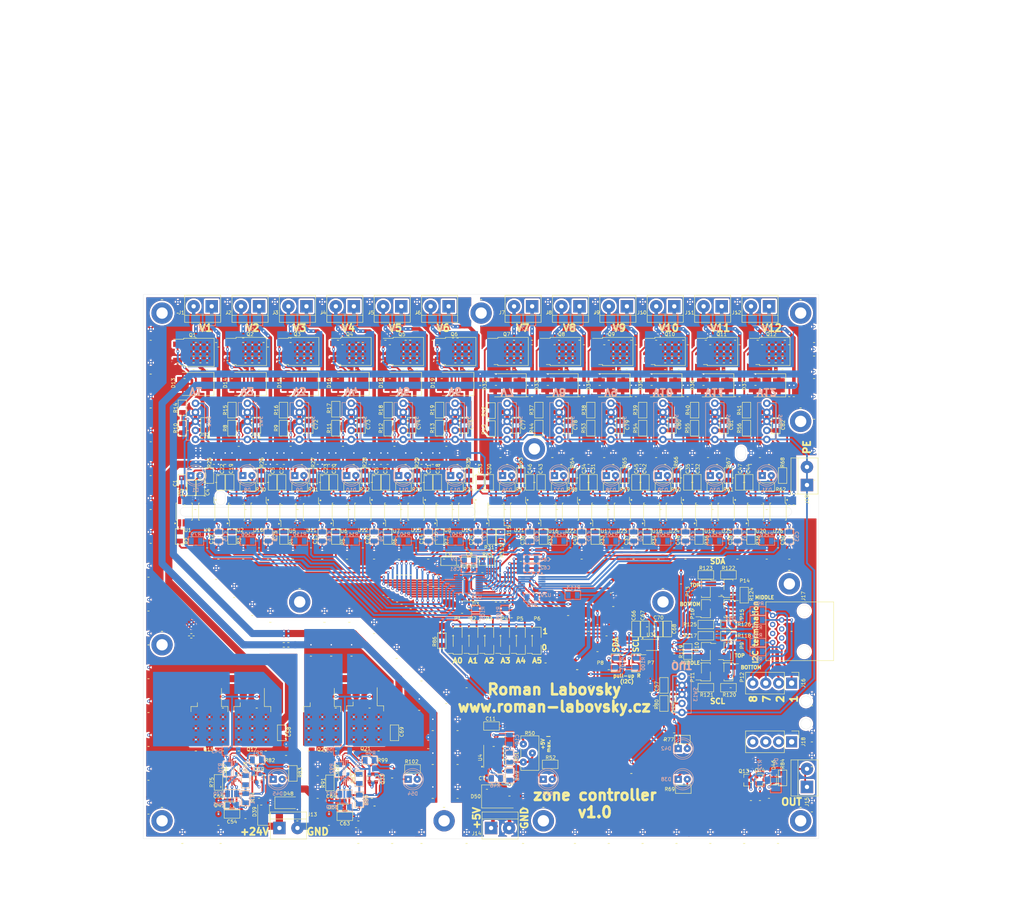
<source format=kicad_pcb>
(kicad_pcb (version 20171130) (host pcbnew "(5.1.6)-1")
  (layers (0 F.Cu signal) (31 B.Cu signal) (34 B.Paste user hide) (35 F.Paste user hide) (36 B.SilkS user) (37 F.SilkS user) (38 B.Mask user hide) (39 F.Mask user hide) (44 Edge.Cuts user))
  (net 0 "")
  (net 1 GND)
  (net 2 "Net-(D1-Pad2)")
  (net 3 "Net-(D8-Pad2)")
  (net 4 "Net-(D9-Pad2)")
  (net 5 "Net-(D10-Pad2)")
  (net 6 "Net-(D11-Pad2)")
  (net 7 "Net-(D12-Pad2)")
  (net 8 "Net-(R16-Pad2)")
  (net 9 "Net-(R34-Pad1)")
  (net 10 +5V)
  (net 11 "Net-(R45-Pad1)")
  (net 12 "Net-(C10-Pad2)")
  (net 13 "Net-(C10-Pad1)")
  (net 14 "Net-(D17-Pad2)")
  (net 15 "Net-(D17-Pad1)")
  (net 16 "Net-(R46-Pad2)")
  (net 17 "Net-(R47-Pad2)")
  (net 18 "Net-(R48-Pad2)")
  (net 19 "Net-(R50-Pad1)")
  (net 20 Earth_Protective)
  (net 21 +24V_A)
  (net 22 +24V_B)
  (net 23 GND_A)
  (net 24 "Net-(C7-Pad1)")
  (net 25 /INPUT_24V)
  (net 26 GND1)
  (net 27 "Net-(C56-Pad1)")
  (net 28 /PUMP_SWITCH)
  (net 29 GND2)
  (net 30 "Net-(C65-Pad1)")
  (net 31 /LED1_24V)
  (net 32 /LED2_24V)
  (net 33 /LED3_24V)
  (net 34 /LED4_24V)
  (net 35 /LED5_24V)
  (net 36 /LED0_24V)
  (net 37 /LED6_24V)
  (net 38 /LED7_24V)
  (net 39 /LED8_24V)
  (net 40 /LED9_24V)
  (net 41 /LED10_24V)
  (net 42 /LED11_24V)
  (net 43 "Net-(D26-Pad2)")
  (net 44 "Net-(D27-Pad2)")
  (net 45 "Net-(D28-Pad2)")
  (net 46 "Net-(D29-Pad2)")
  (net 47 "Net-(D30-Pad2)")
  (net 48 "Net-(D31-Pad2)")
  (net 49 "Net-(D38-Pad1)")
  (net 50 "Net-(D38-Pad2)")
  (net 51 "Net-(D40-Pad2)")
  (net 52 "Net-(D42-Pad2)")
  (net 53 "Net-(D43-Pad1)")
  (net 54 "Net-(D45-Pad1)")
  (net 55 "Net-(D45-Pad2)")
  (net 56 /PUMP_ACTIVE_0)
  (net 57 "Net-(D49-Pad2)")
  (net 58 /DSDA_P)
  (net 59 /DSDA_N)
  (net 60 /DSCL_P)
  (net 61 /DSCL_N)
  (net 62 "Net-(D53-Pad1)")
  (net 63 "Net-(D54-Pad1)")
  (net 64 "Net-(D54-Pad2)")
  (net 65 /DSDA_P_CON)
  (net 66 /DSDA_N_CON)
  (net 67 /DSCL_N_CON)
  (net 68 /DSCL_P_CON)
  (net 69 "Net-(P1-Pad3)")
  (net 70 /A0)
  (net 71 /A1)
  (net 72 /A2)
  (net 73 /A3)
  (net 74 /A4)
  (net 75 /A5)
  (net 76 "Net-(P7-Pad2)")
  (net 77 /SCL)
  (net 78 "Net-(P8-Pad2)")
  (net 79 /SDA)
  (net 80 "Net-(Q1-Pad1)")
  (net 81 "Net-(Q2-Pad1)")
  (net 82 "Net-(Q3-Pad1)")
  (net 83 "Net-(Q4-Pad1)")
  (net 84 "Net-(Q5-Pad1)")
  (net 85 "Net-(Q6-Pad1)")
  (net 86 "Net-(Q7-Pad1)")
  (net 87 "Net-(Q8-Pad1)")
  (net 88 "Net-(Q9-Pad1)")
  (net 89 "Net-(Q10-Pad1)")
  (net 90 "Net-(Q11-Pad1)")
  (net 91 "Net-(Q12-Pad1)")
  (net 92 /AND_OUT_PUMP)
  (net 93 "Net-(Q15-Pad2)")
  (net 94 "Net-(Q15-Pad3)")
  (net 95 "Net-(Q18-Pad3)")
  (net 96 "Net-(Q18-Pad1)")
  (net 97 "Net-(Q20-Pad2)")
  (net 98 "Net-(Q20-Pad3)")
  (net 99 "Net-(Q22-Pad3)")
  (net 100 "Net-(Q22-Pad1)")
  (net 101 /LED0)
  (net 102 "Net-(R2-Pad1)")
  (net 103 /LED1)
  (net 104 "Net-(R3-Pad1)")
  (net 105 /LED2)
  (net 106 "Net-(R4-Pad1)")
  (net 107 /LED3)
  (net 108 "Net-(R5-Pad1)")
  (net 109 /LED4)
  (net 110 "Net-(R6-Pad1)")
  (net 111 /LED5)
  (net 112 "Net-(R7-Pad1)")
  (net 113 "Net-(R15-Pad2)")
  (net 114 "Net-(R10-Pad1)")
  (net 115 "Net-(R11-Pad1)")
  (net 116 "Net-(R12-Pad1)")
  (net 117 "Net-(R13-Pad1)")
  (net 118 "Net-(R25-Pad1)")
  (net 119 "Net-(R26-Pad1)")
  (net 120 "Net-(R27-Pad1)")
  (net 121 "Net-(R28-Pad1)")
  (net 122 "Net-(R29-Pad1)")
  (net 123 "Net-(R30-Pad1)")
  (net 124 /LED6)
  (net 125 "Net-(R31-Pad1)")
  (net 126 /LED7)
  (net 127 "Net-(R32-Pad1)")
  (net 128 /LED8)
  (net 129 "Net-(R33-Pad1)")
  (net 130 /LED9)
  (net 131 /LED10)
  (net 132 "Net-(R35-Pad1)")
  (net 133 /LED11)
  (net 134 "Net-(R36-Pad1)")
  (net 135 "Net-(R37-Pad1)")
  (net 136 "Net-(R38-Pad1)")
  (net 137 "Net-(R39-Pad1)")
  (net 138 "Net-(R40-Pad1)")
  (net 139 "Net-(R41-Pad1)")
  (net 140 "Net-(R42-Pad1)")
  (net 141 "Net-(R50-Pad3)")
  (net 142 "Net-(R63-Pad1)")
  (net 143 "Net-(R64-Pad1)")
  (net 144 "Net-(R65-Pad1)")
  (net 145 "Net-(R66-Pad1)")
  (net 146 "Net-(R67-Pad1)")
  (net 147 "Net-(R68-Pad1)")
  (net 148 "Net-(R70-Pad2)")
  (net 149 "Net-(R73-Pad2)")
  (net 150 "Net-(R78-Pad1)")
  (net 151 "Net-(R81-Pad1)")
  (net 152 "Net-(R87-Pad2)")
  (net 153 "Net-(R89-Pad2)")
  (net 154 "Net-(R93-Pad1)")
  (net 155 "Net-(R102-Pad1)")
  (net 156 /LED0_5V)
  (net 157 /LED1_5V)
  (net 158 /LED2_5V)
  (net 159 /LED3_5V)
  (net 160 /LED4_5V)
  (net 161 /LED5_5V)
  (net 162 /LED6_5V)
  (net 163 /LED7_5V)
  (net 164 /LED8_5V)
  (net 165 /LED9_5V)
  (net 166 /LED10_5V)
  (net 167 /LED11_5V)
  (net 168 /AND_OUT_0_3)
  (net 169 /AND_OUT_4_7)
  (net 170 /AND_OUT_8_11)
  (net 171 "Net-(D46-Pad1)")
  (net 172 "Net-(J15-Pad1)")
  (net 173 "Net-(J17-Pad3)")
  (net 174 "Net-(J17-Pad5)")
  (net 175 "Net-(J17-Pad4)")
  (net 176 "Net-(J17-Pad6)")
  (net 177 "Net-(J18-Pad4)")
  (net 178 "Net-(J18-Pad3)")
  (net 179 "Net-(J18-Pad1)")
  (net 180 "Net-(J18-Pad2)")
  (net 181 "Net-(P9-Pad2)")
  (net 182 "Net-(P10-Pad1)")
  (net 183 "Net-(P11-Pad2)")
  (net 184 "Net-(P12-Pad1)")
  (net 185 "Net-(P13-Pad2)")
  (net 186 "Net-(P14-Pad1)")
  (net 187 "Net-(P15-Pad2)")
  (net 188 "Net-(P16-Pad1)")
  (net 189 "Net-(R117-Pad2)")
  (net 190 "Net-(R120-Pad2)")
  (net 191 "Net-(R122-Pad2)")
  (net 192 "Net-(R125-Pad2)")
  (net 193 "Net-(U3-Pad20)")
  (net 194 "Net-(U3-Pad21)")
  (net 195 "Net-(U3-Pad22)")
  (net 196 "Net-(U3-Pad19)")
  (net 197 "Net-(U4-Pad6)")
  (net 198 "Net-(U4-Pad4)")
  (net 199 "Net-(U4-Pad7)")
  (net 200 "Net-(U4-Pad10)")
  (net 201 "Net-(U4-Pad13)")
  (net 202 "Net-(U28-Pad11)")
  (net 203 "Net-(U28-Pad3)")
  (net 204 "Net-(U29-Pad11)")
  (net 205 "Net-(U29-Pad3)")
  (net 206 "Net-(U31-Pad3)")
  (module mounting_hole_pad_rl:mounting_hole_pad_3.2x6mm (layer F.Cu) (at 34.925 90.17)
    (fp_text reference ~ (at 0 -3.81) (layer F.SilkS) (effects (font (thickness 0.16))))
    (fp_text value mounting_hole_pad_3.2x6mm)
    (pad ~ thru_hole circle (at 0 0) (size 6 6) (drill 3.2) (layers *.Cu *.Mask))
  )
  (module package_tssop_rl:tssop_10 (layer F.Cu) (at 172.72 90.17)
    (fp_text reference U31 (at 0 -2.794 180) (layer F.SilkS) (effects (font (thickness 0.16))))
    (fp_text value PCA9615)
    (pad 10 smd rect (at 2.54 -1) (size 1.5 0.35) (layers F.Cu F.Paste F.Mask) (net 10 +5V))
    (pad 9 smd rect (at 2.54 -0.5) (size 1.5 0.35) (layers F.Cu F.Paste F.Mask) (net 59 /DSDA_N))
    (pad 8 smd rect (at 2.54 0) (size 1.5 0.35) (layers F.Cu F.Paste F.Mask) (net 58 /DSDA_P))
    (pad 7 smd rect (at 2.54 0.5) (size 1.5 0.35) (layers F.Cu F.Paste F.Mask) (net 60 /DSCL_P))
    (pad 6 smd rect (at 2.54 1) (size 1.5 0.35) (layers F.Cu F.Paste F.Mask) (net 61 /DSCL_N))
    (pad 5 smd rect (at -2.54 1) (size 1.5 0.35) (layers F.Cu F.Paste F.Mask) (net 1 GND))
    (pad 4 smd rect (at -2.54 0.5) (size 1.5 0.35) (layers F.Cu F.Paste F.Mask) (net 77 /SCL))
    (pad 3 smd rect (at -2.54 0) (size 1.5 0.35) (layers F.Cu F.Paste F.Mask) (net 206 "Net-(U31-Pad3)"))
    (pad 1 smd rect (at -2.54 -1) (size 1.5 0.35) (layers F.Cu F.Paste F.Mask) (net 10 +5V))
    (pad 2 smd rect (at -2.54 -0.5) (size 1.5 0.35) (layers F.Cu F.Paste F.Mask) (net 79 /SDA))
  )
  (module mounting_hole_pad_rl:mounting_hole_pad_3.2x6mm (layer F.Cu) (at 214.63 27.305)
    (fp_text reference ~ (at 0 -3.81) (layer F.SilkS) (effects (font (thickness 0.16))))
    (fp_text value mounting_hole_pad_3.2x6mm)
    (pad ~ thru_hole circle (at 0 0) (size 6 6) (drill 3.2) (layers *.Cu *.Mask))
  )
  (module mounting_hole_pad_rl:mounting_hole_pad_3.2x6mm (layer F.Cu) (at 114.3 139.7)
    (fp_text reference ~ (at 0 -3.81) (layer F.SilkS) (effects (font (thickness 0.16))))
    (fp_text value mounting_hole_pad_3.2x6mm)
    (pad ~ thru_hole circle (at 0 0) (size 6 6) (drill 3.2) (layers *.Cu *.Mask))
  )
  (module mounting_hole_pad_rl:mounting_hole_pad_3.2x6mm (layer F.Cu) (at 211.455 73.025)
    (fp_text reference ~ (at 0 -3.81) (layer F.SilkS) (effects (font (thickness 0.16))))
    (fp_text value mounting_hole_pad_3.2x6mm)
    (pad ~ thru_hole circle (at 0 0) (size 6 6) (drill 3.2) (layers *.Cu *.Mask))
  )
  (module via_pad_rl:via_pad_0,4x0,8 (layer F.Cu) (at 184.15 71.755)
    (fp_text reference ~ (at 0 3.175) (layer F.SilkS))
    (fp_text value ~)
    (pad ~ thru_hole circle (at 0 0) (size 0.8 0.8) (drill 0.4) (layers *.Cu *.Mask) (net 1 GND))
  )
  (module via_pad_rl:via_pad_0,4x0,8 (layer F.Cu) (at 184.15 76.835)
    (fp_text reference ~ (at 0 3.175) (layer F.SilkS))
    (fp_text value ~)
    (pad ~ thru_hole circle (at 0 0) (size 0.8 0.8) (drill 0.4) (layers *.Cu *.Mask) (net 1 GND))
  )
  (module via_pad_rl:via_pad_0,4x0,8 (layer F.Cu) (at 160.02 84.455)
    (fp_text reference ~ (at 0 3.175) (layer F.SilkS))
    (fp_text value ~)
    (pad ~ thru_hole circle (at 0 0) (size 0.8 0.8) (drill 0.4) (layers *.Cu *.Mask) (net 1 GND))
  )
  (module via_pad_rl:via_pad_0,4x0,8 (layer F.Cu) (at 171.45 81.915)
    (fp_text reference ~ (at 0 3.175) (layer F.SilkS))
    (fp_text value ~)
    (pad ~ thru_hole circle (at 0 0) (size 0.8 0.8) (drill 0.4) (layers *.Cu *.Mask) (net 28 /PUMP_SWITCH))
  )
  (module via_pad_rl:via_pad_0,4x0,8 (layer F.Cu) (at 173.355 104.14)
    (fp_text reference ~ (at 0 3.175) (layer F.SilkS))
    (fp_text value ~)
    (pad ~ thru_hole circle (at 0 0) (size 0.8 0.8) (drill 0.4) (layers *.Cu *.Mask) (net 28 /PUMP_SWITCH))
  )
  (module via_pad_rl:via_pad_0,4x0,8 (layer F.Cu) (at 180.975 69.85)
    (fp_text reference ~ (at 0 3.175) (layer F.SilkS))
    (fp_text value ~)
    (pad ~ thru_hole circle (at 0 0) (size 0.8 0.8) (drill 0.4) (layers *.Cu *.Mask) (net 10 +5V))
  )
  (module via_pad_rl:via_pad_0,4x0,8 (layer F.Cu) (at 180.975 87.63)
    (fp_text reference ~ (at 0 3.175) (layer F.SilkS))
    (fp_text value ~)
    (pad ~ thru_hole circle (at 0 0) (size 0.8 0.8) (drill 0.4) (layers *.Cu *.Mask) (net 10 +5V))
  )
  (module via_pad_rl:via_pad_0,4x0,8 (layer F.Cu) (at 191.135 83.185)
    (fp_text reference ~ (at 0 3.175) (layer F.SilkS))
    (fp_text value ~)
    (pad ~ thru_hole circle (at 0 0) (size 0.8 0.8) (drill 0.4) (layers *.Cu *.Mask) (net 1 GND))
  )
  (module via_pad_rl:via_pad_0,4x0,8 (layer F.Cu) (at 194.945 99.06)
    (fp_text reference ~ (at 0 3.175) (layer F.SilkS))
    (fp_text value ~)
    (pad ~ thru_hole circle (at 0 0) (size 0.8 0.8) (drill 0.4) (layers *.Cu *.Mask) (net 61 /DSCL_N))
  )
  (module via_pad_rl:via_pad_0,4x0,8 (layer F.Cu) (at 193.04 92.075)
    (fp_text reference ~ (at 0 3.175) (layer F.SilkS))
    (fp_text value ~)
    (pad ~ thru_hole circle (at 0 0) (size 0.8 0.8) (drill 0.4) (layers *.Cu *.Mask) (net 60 /DSCL_P))
  )
  (module via_pad_rl:via_pad_0,4x0,8 (layer F.Cu) (at 193.675 78.74)
    (fp_text reference ~ (at 0 3.175) (layer F.SilkS))
    (fp_text value ~)
    (pad ~ thru_hole circle (at 0 0) (size 0.8 0.8) (drill 0.4) (layers *.Cu *.Mask) (net 59 /DSDA_N))
  )
  (module via_pad_rl:via_pad_0,4x0,8 (layer F.Cu) (at 195.58 74.295)
    (fp_text reference ~ (at 0 3.175) (layer F.SilkS))
    (fp_text value ~)
    (pad ~ thru_hole circle (at 0 0) (size 0.8 0.8) (drill 0.4) (layers *.Cu *.Mask) (net 58 /DSDA_P))
  )
  (module via_pad_rl:via_pad_0,4x0,8 (layer F.Cu) (at 192.405 73.025)
    (fp_text reference ~ (at 0 3.175) (layer F.SilkS))
    (fp_text value ~)
    (pad ~ thru_hole circle (at 0 0) (size 0.8 0.8) (drill 0.4) (layers *.Cu *.Mask) (net 58 /DSDA_P))
  )
  (module via_pad_rl:via_pad_0,4x0,8 (layer F.Cu) (at 186.69 92.075)
    (fp_text reference ~ (at 0 3.175) (layer F.SilkS))
    (fp_text value ~)
    (pad ~ thru_hole circle (at 0 0) (size 0.8 0.8) (drill 0.4) (layers *.Cu *.Mask) (net 60 /DSCL_P))
  )
  (module via_pad_rl:via_pad_0,4x0,8 (layer F.Cu) (at 179.07 91.44)
    (fp_text reference ~ (at 0 3.175) (layer F.SilkS))
    (fp_text value ~)
    (pad ~ thru_hole circle (at 0 0) (size 0.8 0.8) (drill 0.4) (layers *.Cu *.Mask) (net 60 /DSCL_P))
  )
  (module via_pad_rl:via_pad_0,4x0,8 (layer F.Cu) (at 179.07 89.535)
    (fp_text reference ~ (at 0 3.175) (layer F.SilkS))
    (fp_text value ~)
    (pad ~ thru_hole circle (at 0 0) (size 0.8 0.8) (drill 0.4) (layers *.Cu *.Mask) (net 58 /DSDA_P))
  )
  (module via_pad_rl:via_pad_0,4x0,8 (layer F.Cu) (at 155.575 98.425)
    (fp_text reference ~ (at 0 3.175) (layer F.SilkS))
    (fp_text value ~)
    (pad ~ thru_hole circle (at 0 0) (size 0.8 0.8) (drill 0.4) (layers *.Cu *.Mask) (net 10 +5V))
  )
  (module via_pad_rl:via_pad_0,4x0,8 (layer F.Cu) (at 157.48 88.9)
    (fp_text reference ~ (at 0 3.175) (layer F.SilkS))
    (fp_text value ~)
    (pad ~ thru_hole circle (at 0 0) (size 0.8 0.8) (drill 0.4) (layers *.Cu *.Mask) (net 92 /AND_OUT_PUMP))
  )
  (module via_pad_rl:via_pad_0,4x0,8 (layer F.Cu) (at 157.48 81.28)
    (fp_text reference ~ (at 0 3.175) (layer F.SilkS))
    (fp_text value ~)
    (pad ~ thru_hole circle (at 0 0) (size 0.8 0.8) (drill 0.4) (layers *.Cu *.Mask) (net 92 /AND_OUT_PUMP))
  )
  (module connector_smd_pinheader_2.54mm_rl:1x2_pinheader_2.54mm_vertical (layer F.Cu) (at 194.31 97.79 270)
    (fp_text reference P12 (at 1.524 -3.81 90) (layer F.SilkS) (effects (font (thickness 0.16))))
    (fp_text value 1x2_pin_header)
    (pad 2 smd rect (at 1.27 1.375 90) (size 1.25 3) (layers F.Cu F.Paste F.Mask) (net 61 /DSCL_N))
    (pad 1 smd rect (at -1.27 -1.375 90) (size 1.25 3) (layers F.Cu F.Paste F.Mask) (net 184 "Net-(P12-Pad1)"))
  )
  (module resistor_smd_rl:r_1206 (layer F.Cu) (at 194.31 84.455)
    (fp_text reference R126 (at 4.445 0) (layer F.SilkS) (effects (font (thickness 0.16))))
    (fp_text value 210R)
    (pad 2 smd trapezoid (at 1.27 0) (size 1.3 1.8) (layers F.Cu F.Paste F.Mask) (net 1 GND))
    (pad 1 smd trapezoid (at -1.27 0) (size 1.3 1.8) (layers F.Cu F.Paste F.Mask) (net 192 "Net-(R125-Pad2)"))
  )
  (module resistor_smd_rl:r_1206 (layer F.Cu) (at 187.96 84.455)
    (fp_text reference R125 (at -4.445 0) (layer F.SilkS) (effects (font (thickness 0.16))))
    (fp_text value 390R)
    (pad 2 smd trapezoid (at 1.27 0) (size 1.3 1.8) (layers F.Cu F.Paste F.Mask) (net 192 "Net-(R125-Pad2)"))
    (pad 1 smd trapezoid (at -1.27 0) (size 1.3 1.8) (layers F.Cu F.Paste F.Mask) (net 188 "Net-(P16-Pad1)"))
  )
  (module resistor_smd_rl:r_1206 (layer F.Cu) (at 198.755 76.2 270)
    (fp_text reference R124 (at -0.254 -2.032 90) (layer F.SilkS) (effects (font (thickness 0.16))))
    (fp_text value 100R/120R)
    (pad 2 smd trapezoid (at 1.27 0 270) (size 1.3 1.8) (layers F.Cu F.Paste F.Mask) (net 187 "Net-(P15-Pad2)"))
    (pad 1 smd trapezoid (at -1.27 0 270) (size 1.3 1.8) (layers F.Cu F.Paste F.Mask) (net 186 "Net-(P14-Pad1)"))
  )
  (module resistor_smd_rl:r_1206 (layer F.Cu) (at 187.96 70.485 180)
    (fp_text reference R123 (at 0 1.905) (layer F.SilkS) (effects (font (thickness 0.16))))
    (fp_text value 390R)
    (pad 2 smd trapezoid (at 1.27 0 180) (size 1.3 1.8) (layers F.Cu F.Paste F.Mask) (net 185 "Net-(P13-Pad2)"))
    (pad 1 smd trapezoid (at -1.27 0 180) (size 1.3 1.8) (layers F.Cu F.Paste F.Mask) (net 191 "Net-(R122-Pad2)"))
  )
  (module resistor_smd_rl:r_1206 (layer F.Cu) (at 194.31 70.485 180)
    (fp_text reference R122 (at 0 1.905) (layer F.SilkS) (effects (font (thickness 0.16))))
    (fp_text value 210R)
    (pad 2 smd trapezoid (at 1.27 0 180) (size 1.3 1.8) (layers F.Cu F.Paste F.Mask) (net 191 "Net-(R122-Pad2)"))
    (pad 1 smd trapezoid (at -1.27 0 180) (size 1.3 1.8) (layers F.Cu F.Paste F.Mask) (net 10 +5V))
  )
  (module resistor_smd_rl:r_1206 (layer F.Cu) (at 187.96 102.235 180)
    (fp_text reference R121 (at -0.254 -2.032) (layer F.SilkS) (effects (font (thickness 0.16))))
    (fp_text value 210R)
    (pad 2 smd trapezoid (at 1.27 0 180) (size 1.3 1.8) (layers F.Cu F.Paste F.Mask) (net 1 GND))
    (pad 1 smd trapezoid (at -1.27 0 180) (size 1.3 1.8) (layers F.Cu F.Paste F.Mask) (net 190 "Net-(R120-Pad2)"))
  )
  (module resistor_smd_rl:r_1206 (layer F.Cu) (at 194.31 102.235 180)
    (fp_text reference R120 (at -0.254 -2.032) (layer F.SilkS) (effects (font (thickness 0.16))))
    (fp_text value 390R)
    (pad 2 smd trapezoid (at 1.27 0 180) (size 1.3 1.8) (layers F.Cu F.Paste F.Mask) (net 190 "Net-(R120-Pad2)"))
    (pad 1 smd trapezoid (at -1.27 0 180) (size 1.3 1.8) (layers F.Cu F.Paste F.Mask) (net 184 "Net-(P12-Pad1)"))
  )
  (module resistor_smd_rl:r_1206 (layer F.Cu) (at 182.88 92.075 270)
    (fp_text reference R119 (at 0 1.905 90) (layer F.SilkS) (effects (font (thickness 0.16))))
    (fp_text value 100R/120R)
    (pad 2 smd trapezoid (at 1.27 0 270) (size 1.3 1.8) (layers F.Cu F.Paste F.Mask) (net 183 "Net-(P11-Pad2)"))
    (pad 1 smd trapezoid (at -1.27 0 270) (size 1.3 1.8) (layers F.Cu F.Paste F.Mask) (net 182 "Net-(P10-Pad1)"))
  )
  (module resistor_smd_rl:r_1206 (layer F.Cu) (at 194.31 87.63)
    (fp_text reference R118 (at 4.445 0) (layer F.SilkS) (effects (font (thickness 0.16))))
    (fp_text value 390R)
    (pad 2 smd trapezoid (at 1.27 0) (size 1.3 1.8) (layers F.Cu F.Paste F.Mask) (net 181 "Net-(P9-Pad2)"))
    (pad 1 smd trapezoid (at -1.27 0) (size 1.3 1.8) (layers F.Cu F.Paste F.Mask) (net 189 "Net-(R117-Pad2)"))
  )
  (module resistor_smd_rl:r_1206 (layer F.Cu) (at 187.96 87.63)
    (fp_text reference R117 (at -4.445 0) (layer F.SilkS) (effects (font (thickness 0.16))))
    (fp_text value 210R)
    (pad 2 smd trapezoid (at 1.27 0) (size 1.3 1.8) (layers F.Cu F.Paste F.Mask) (net 189 "Net-(R117-Pad2)"))
    (pad 1 smd trapezoid (at -1.27 0) (size 1.3 1.8) (layers F.Cu F.Paste F.Mask) (net 10 +5V))
  )
  (module connector_smd_pinheader_2.54mm_rl:1x2_pinheader_2.54mm_vertical (layer F.Cu) (at 187.96 80.01 90)
    (fp_text reference P16 (at -1.524 -3.81 90) (layer F.SilkS) (effects (font (thickness 0.16))))
    (fp_text value 1x2_pin_header)
    (pad 2 smd rect (at 1.27 1.375 270) (size 1.25 3) (layers F.Cu F.Paste F.Mask) (net 59 /DSDA_N))
    (pad 1 smd rect (at -1.27 -1.375 270) (size 1.25 3) (layers F.Cu F.Paste F.Mask) (net 188 "Net-(P16-Pad1)"))
  )
  (module connector_smd_pinheader_2.54mm_rl:1x2_pinheader_2.54mm_vertical (layer F.Cu) (at 194.31 80.01 270)
    (fp_text reference P15 (at 1.524 -3.81 90) (layer F.SilkS) (effects (font (thickness 0.16))))
    (fp_text value 1x2_pin_header)
    (pad 2 smd rect (at 1.27 1.375 90) (size 1.25 3) (layers F.Cu F.Paste F.Mask) (net 187 "Net-(P15-Pad2)"))
    (pad 1 smd rect (at -1.27 -1.375 90) (size 1.25 3) (layers F.Cu F.Paste F.Mask) (net 59 /DSDA_N))
  )
  (module connector_smd_pinheader_2.54mm_rl:1x2_pinheader_2.54mm_vertical (layer F.Cu) (at 194.31 74.295 90)
    (fp_text reference P14 (at 2.159 4.572 180) (layer F.SilkS) (effects (font (thickness 0.16))))
    (fp_text value 1x2_pin_header)
    (pad 2 smd rect (at 1.27 1.375 270) (size 1.25 3) (layers F.Cu F.Paste F.Mask) (net 58 /DSDA_P))
    (pad 1 smd rect (at -1.27 -1.375 270) (size 1.25 3) (layers F.Cu F.Paste F.Mask) (net 186 "Net-(P14-Pad1)"))
  )
  (module connector_smd_pinheader_2.54mm_rl:1x2_pinheader_2.54mm_vertical (layer F.Cu) (at 187.96 74.295 270)
    (fp_text reference P13 (at 0.889 5.08 90) (layer F.SilkS) (effects (font (thickness 0.16))))
    (fp_text value 1x2_pin_header)
    (pad 2 smd rect (at 1.27 1.375 90) (size 1.25 3) (layers F.Cu F.Paste F.Mask) (net 185 "Net-(P13-Pad2)"))
    (pad 1 smd rect (at -1.27 -1.375 90) (size 1.25 3) (layers F.Cu F.Paste F.Mask) (net 58 /DSDA_P))
  )
  (module connector_smd_pinheader_2.54mm_rl:1x2_pinheader_2.54mm_vertical (layer F.Cu) (at 187.96 97.79 90)
    (fp_text reference P11 (at -1.524 -3.81 90) (layer F.SilkS) (effects (font (thickness 0.16))))
    (fp_text value 1x2_pin_header)
    (pad 2 smd rect (at 1.27 1.375 270) (size 1.25 3) (layers F.Cu F.Paste F.Mask) (net 183 "Net-(P11-Pad2)"))
    (pad 1 smd rect (at -1.27 -1.375 270) (size 1.25 3) (layers F.Cu F.Paste F.Mask) (net 61 /DSCL_N))
  )
  (module connector_smd_pinheader_2.54mm_rl:1x2_pinheader_2.54mm_vertical (layer F.Cu) (at 187.96 92.075 270)
    (fp_text reference P10 (at -1.27 2.54 90) (layer F.SilkS) (effects (font (thickness 0.16))))
    (fp_text value 1x2_pin_header)
    (pad 2 smd rect (at 1.27 1.375 90) (size 1.25 3) (layers F.Cu F.Paste F.Mask) (net 60 /DSCL_P))
    (pad 1 smd rect (at -1.27 -1.375 90) (size 1.25 3) (layers F.Cu F.Paste F.Mask) (net 182 "Net-(P10-Pad1)"))
  )
  (module connector_smd_pinheader_2.54mm_rl:1x2_pinheader_2.54mm_vertical (layer F.Cu) (at 194.31 92.075 90)
    (fp_text reference P9 (at 1.651 3.81 90) (layer F.SilkS) (effects (font (thickness 0.16))))
    (fp_text value 1x2_pin_header)
    (pad 2 smd rect (at 1.27 1.375 270) (size 1.25 3) (layers F.Cu F.Paste F.Mask) (net 181 "Net-(P9-Pad2)"))
    (pad 1 smd rect (at -1.27 -1.375 270) (size 1.25 3) (layers F.Cu F.Paste F.Mask) (net 60 /DSCL_P))
  )
  (module via_pad_rl:via_pad_0.4x0.8 (layer F.Cu) (at 133.604 76.2)
    (fp_text reference ~ (at 0 3.175) (layer F.SilkS))
    (fp_text value ~)
    (pad ~ thru_hole circle (at 0 0) (size 0.8 0.8) (drill 0.4) (layers *.Cu *.Mask) (net 169 /AND_OUT_4_7))
  )
  (module via_pad_rl:via_pad_0.4x0.8 (layer F.Cu) (at 121.285 76.835)
    (fp_text reference ~ (at 0 3.175) (layer F.SilkS))
    (fp_text value ~)
    (pad ~ thru_hole circle (at 0 0) (size 0.8 0.8) (drill 0.4) (layers *.Cu *.Mask) (net 168 /AND_OUT_0_3))
  )
  (module via_pad_rl:via_pad_0.4x0.8 (layer F.Cu) (at 121.285 79.375)
    (fp_text reference ~ (at 0 3.175) (layer F.SilkS))
    (fp_text value ~)
    (pad ~ thru_hole circle (at 0 0) (size 0.8 0.8) (drill 0.4) (layers *.Cu *.Mask) (net 168 /AND_OUT_0_3))
  )
  (module via_pad_rl:via_pad_0.4x0.8 (layer F.Cu) (at 133.35 79.375)
    (fp_text reference ~ (at 0 3.175) (layer F.SilkS))
    (fp_text value ~)
    (pad ~ thru_hole circle (at 0 0) (size 0.8 0.8) (drill 0.4) (layers *.Cu *.Mask) (net 169 /AND_OUT_4_7))
  )
  (module via_pad_rl:via_pad_0,4x0,8 (layer F.Cu) (at 130.175 60.96)
    (fp_text reference ~ (at 0 3.175) (layer F.SilkS))
    (fp_text value ~)
    (pad ~ thru_hole circle (at 0 0) (size 0.8 0.8) (drill 0.4) (layers *.Cu *.Mask) (net 162 /LED6_5V))
  )
  (module via_pad_rl:via_pad_0,4x0,8 (layer F.Cu) (at 130.175 58.42)
    (fp_text reference ~ (at 0 3.175) (layer F.SilkS))
    (fp_text value ~)
    (pad ~ thru_hole circle (at 0 0) (size 0.8 0.8) (drill 0.4) (layers *.Cu *.Mask) (net 10 +5V))
  )
  (module resistor_smd_rl:r_1206 (layer B.Cu) (at 205.105 60.96)
    (fp_text reference R116 (at 0 -1.905) (layer B.SilkS) (effects (font (thickness 0.16)) (justify mirror)))
    (fp_text value "NC (10k)")
    (pad 2 smd trapezoid (at 1.27 0) (size 1.3 1.8) (layers B.Cu B.Paste B.Mask) (net 167 /LED11_5V))
    (pad 1 smd trapezoid (at -1.27 0) (size 1.3 1.8) (layers B.Cu B.Paste B.Mask) (net 10 +5V))
  )
  (module resistor_smd_rl:r_1206 (layer B.Cu) (at 146.685 60.96)
    (fp_text reference R115 (at 0 -1.905) (layer B.SilkS) (effects (font (thickness 0.16)) (justify mirror)))
    (fp_text value "NC (10k)")
    (pad 2 smd trapezoid (at 1.27 0) (size 1.3 1.8) (layers B.Cu B.Paste B.Mask) (net 163 /LED7_5V))
    (pad 1 smd trapezoid (at -1.27 0) (size 1.3 1.8) (layers B.Cu B.Paste B.Mask) (net 10 +5V))
  )
  (module resistor_smd_rl:r_1206 (layer B.Cu) (at 88.265 60.96)
    (fp_text reference R114 (at 0 -1.905) (layer B.SilkS) (effects (font (thickness 0.16)) (justify mirror)))
    (fp_text value "NC (10k)")
    (pad 2 smd trapezoid (at 1.27 0) (size 1.3 1.8) (layers B.Cu B.Paste B.Mask) (net 159 /LED3_5V))
    (pad 1 smd trapezoid (at -1.27 0) (size 1.3 1.8) (layers B.Cu B.Paste B.Mask) (net 10 +5V))
  )
  (module resistor_smd_rl:r_1206 (layer B.Cu) (at 150.495 76.2 180)
    (fp_text reference R113 (at -0.254 2.032) (layer B.SilkS) (effects (font (thickness 0.16)) (justify mirror)))
    (fp_text value "NC (10k)")
    (pad 2 smd trapezoid (at 1.27 0 180) (size 1.3 1.8) (layers B.Cu B.Paste B.Mask) (net 170 /AND_OUT_8_11))
    (pad 1 smd trapezoid (at -1.27 0 180) (size 1.3 1.8) (layers B.Cu B.Paste B.Mask) (net 10 +5V))
  )
  (module resistor_smd_rl:r_1206 (layer B.Cu) (at 190.5 60.96)
    (fp_text reference R112 (at 0 -1.905) (layer B.SilkS) (effects (font (thickness 0.16)) (justify mirror)))
    (fp_text value "NC (10k)")
    (pad 2 smd trapezoid (at 1.27 0) (size 1.3 1.8) (layers B.Cu B.Paste B.Mask) (net 166 /LED10_5V))
    (pad 1 smd trapezoid (at -1.27 0) (size 1.3 1.8) (layers B.Cu B.Paste B.Mask) (net 10 +5V))
  )
  (module resistor_smd_rl:r_1206 (layer F.Cu) (at 130.175 59.69 270)
    (fp_text reference R111 (at 4.064 -0.381 90) (layer F.SilkS) (effects (font (thickness 0.16))))
    (fp_text value "NC (10k)")
    (pad 2 smd trapezoid (at 1.27 0 270) (size 1.3 1.8) (layers F.Cu F.Paste F.Mask) (net 162 /LED6_5V))
    (pad 1 smd trapezoid (at -1.27 0 270) (size 1.3 1.8) (layers F.Cu F.Paste F.Mask) (net 10 +5V))
  )
  (module resistor_smd_rl:r_1206 (layer B.Cu) (at 73.66 60.96)
    (fp_text reference R110 (at 0 -1.905) (layer B.SilkS) (effects (font (thickness 0.16)) (justify mirror)))
    (fp_text value "NC (10k)")
    (pad 2 smd trapezoid (at 1.27 0) (size 1.3 1.8) (layers B.Cu B.Paste B.Mask) (net 158 /LED2_5V))
    (pad 1 smd trapezoid (at -1.27 0) (size 1.3 1.8) (layers B.Cu B.Paste B.Mask) (net 10 +5V))
  )
  (module resistor_smd_rl:r_1206 (layer B.Cu) (at 131.445 81.28 90)
    (fp_text reference R109 (at 0 -1.905 270) (layer B.SilkS) (effects (font (thickness 0.16)) (justify mirror)))
    (fp_text value "NC (10k)")
    (pad 2 smd trapezoid (at 1.27 0 90) (size 1.3 1.8) (layers B.Cu B.Paste B.Mask) (net 169 /AND_OUT_4_7))
    (pad 1 smd trapezoid (at -1.27 0 90) (size 1.3 1.8) (layers B.Cu B.Paste B.Mask) (net 10 +5V))
  )
  (module resistor_smd_rl:r_1206 (layer B.Cu) (at 175.895 60.96)
    (fp_text reference R108 (at 0 -1.905) (layer B.SilkS) (effects (font (thickness 0.16)) (justify mirror)))
    (fp_text value "NC (10k)")
    (pad 2 smd trapezoid (at 1.27 0) (size 1.3 1.8) (layers B.Cu B.Paste B.Mask) (net 165 /LED9_5V))
    (pad 1 smd trapezoid (at -1.27 0) (size 1.3 1.8) (layers B.Cu B.Paste B.Mask) (net 10 +5V))
  )
  (module resistor_smd_rl:r_1206 (layer B.Cu) (at 117.475 60.96)
    (fp_text reference R107 (at 0 -1.905) (layer B.SilkS) (effects (font (thickness 0.16)) (justify mirror)))
    (fp_text value "NC (10k)")
    (pad 2 smd trapezoid (at 1.27 0) (size 1.3 1.8) (layers B.Cu B.Paste B.Mask) (net 161 /LED5_5V))
    (pad 1 smd trapezoid (at -1.27 0) (size 1.3 1.8) (layers B.Cu B.Paste B.Mask) (net 10 +5V))
  )
  (module resistor_smd_rl:r_1206 (layer B.Cu) (at 59.055 60.96)
    (fp_text reference R106 (at 0 -1.905) (layer B.SilkS) (effects (font (thickness 0.16)) (justify mirror)))
    (fp_text value "NC (10k)")
    (pad 2 smd trapezoid (at 1.27 0) (size 1.3 1.8) (layers B.Cu B.Paste B.Mask) (net 157 /LED1_5V))
    (pad 1 smd trapezoid (at -1.27 0) (size 1.3 1.8) (layers B.Cu B.Paste B.Mask) (net 10 +5V))
  )
  (module resistor_smd_rl:r_1206 (layer B.Cu) (at 123.19 81.28 90)
    (fp_text reference R105 (at 0 2.032 90) (layer B.SilkS) (effects (font (thickness 0.16)) (justify mirror)))
    (fp_text value "NC (10k)")
    (pad 2 smd trapezoid (at 1.27 0 90) (size 1.3 1.8) (layers B.Cu B.Paste B.Mask) (net 168 /AND_OUT_0_3))
    (pad 1 smd trapezoid (at -1.27 0 90) (size 1.3 1.8) (layers B.Cu B.Paste B.Mask) (net 10 +5V))
  )
  (module resistor_smd_rl:r_1206 (layer B.Cu) (at 161.29 60.96)
    (fp_text reference R104 (at 0 -1.905) (layer B.SilkS) (effects (font (thickness 0.16)) (justify mirror)))
    (fp_text value "NC (10k)")
    (pad 2 smd trapezoid (at 1.27 0) (size 1.3 1.8) (layers B.Cu B.Paste B.Mask) (net 164 /LED8_5V))
    (pad 1 smd trapezoid (at -1.27 0) (size 1.3 1.8) (layers B.Cu B.Paste B.Mask) (net 10 +5V))
  )
  (module resistor_smd_rl:r_1206 (layer B.Cu) (at 102.87 60.96)
    (fp_text reference R103 (at 0 -1.905) (layer B.SilkS) (effects (font (thickness 0.16)) (justify mirror)))
    (fp_text value "NC (10k)")
    (pad 2 smd trapezoid (at 1.27 0) (size 1.3 1.8) (layers B.Cu B.Paste B.Mask) (net 160 /LED4_5V))
    (pad 1 smd trapezoid (at -1.27 0) (size 1.3 1.8) (layers B.Cu B.Paste B.Mask) (net 10 +5V))
  )
  (module resistor_smd_rl:r_1206 (layer B.Cu) (at 44.45 60.96)
    (fp_text reference R79 (at 0 -1.905) (layer B.SilkS) (effects (font (thickness 0.16)) (justify mirror)))
    (fp_text value "NC (10k)")
    (pad 2 smd trapezoid (at 1.27 0) (size 1.3 1.8) (layers B.Cu B.Paste B.Mask) (net 156 /LED0_5V))
    (pad 1 smd trapezoid (at -1.27 0) (size 1.3 1.8) (layers B.Cu B.Paste B.Mask) (net 10 +5V))
  )
  (module via_pad_rl:via_pad_0,4x0,8 (layer F.Cu) (at 112.395 67.31)
    (fp_text reference ~ (at 0 3.175) (layer F.SilkS))
    (fp_text value ~)
    (pad ~ thru_hole circle (at 0 0) (size 0.8 0.8) (drill 0.4) (layers *.Cu *.Mask) (net 1 GND))
  )
  (module via_pad_rl:via_pad_0,4x0,8 (layer F.Cu) (at 109.855 116.205)
    (fp_text reference ~ (at 0 3.175) (layer F.SilkS))
    (fp_text value ~)
    (pad ~ thru_hole circle (at 0 0) (size 0.8 0.8) (drill 0.4) (layers *.Cu *.Mask) (net 23 GND_A))
  )
  (module via_pad_rl:via_pad_0,4x0,8 (layer F.Cu) (at 200.66 36.195)
    (fp_text reference ~ (at 0 3.175) (layer F.SilkS))
    (fp_text value ~)
    (pad ~ thru_hole circle (at 0 0) (size 0.8 0.8) (drill 0.4) (layers *.Cu *.Mask) (net 23 GND_A))
  )
  (module via_pad_rl:via_pad_0,4x0,8 (layer F.Cu) (at 184.15 36.195)
    (fp_text reference ~ (at 0 3.175) (layer F.SilkS))
    (fp_text value ~)
    (pad ~ thru_hole circle (at 0 0) (size 0.8 0.8) (drill 0.4) (layers *.Cu *.Mask) (net 23 GND_A))
  )
  (module via_pad_rl:via_pad_0,4x0,8 (layer F.Cu) (at 169.545 36.195)
    (fp_text reference ~ (at 0 3.175) (layer F.SilkS))
    (fp_text value ~)
    (pad ~ thru_hole circle (at 0 0) (size 0.8 0.8) (drill 0.4) (layers *.Cu *.Mask) (net 23 GND_A))
  )
  (module via_pad_rl:via_pad_0,4x0,8 (layer F.Cu) (at 154.94 36.195)
    (fp_text reference ~ (at 0 3.175) (layer F.SilkS))
    (fp_text value ~)
    (pad ~ thru_hole circle (at 0 0) (size 0.8 0.8) (drill 0.4) (layers *.Cu *.Mask) (net 23 GND_A))
  )
  (module via_pad_rl:via_pad_0,4x0,8 (layer F.Cu) (at 132.08 36.195)
    (fp_text reference ~ (at 0 3.175) (layer F.SilkS))
    (fp_text value ~)
    (pad ~ thru_hole circle (at 0 0) (size 0.8 0.8) (drill 0.4) (layers *.Cu *.Mask) (net 23 GND_A))
  )
  (module via_pad_rl:via_pad_0,4x0,8 (layer F.Cu) (at 205.74 36.195)
    (fp_text reference ~ (at 0 3.175) (layer F.SilkS))
    (fp_text value ~)
    (pad ~ thru_hole circle (at 0 0) (size 0.8 0.8) (drill 0.4) (layers *.Cu *.Mask) (net 23 GND_A))
  )
  (module via_pad_rl:via_pad_0,4x0,8 (layer F.Cu) (at 191.135 36.195)
    (fp_text reference ~ (at 0 3.175) (layer F.SilkS))
    (fp_text value ~)
    (pad ~ thru_hole circle (at 0 0) (size 0.8 0.8) (drill 0.4) (layers *.Cu *.Mask) (net 23 GND_A))
  )
  (module via_pad_rl:via_pad_0,4x0,8 (layer F.Cu) (at 176.53 36.195)
    (fp_text reference ~ (at 0 3.175) (layer F.SilkS))
    (fp_text value ~)
    (pad ~ thru_hole circle (at 0 0) (size 0.8 0.8) (drill 0.4) (layers *.Cu *.Mask) (net 23 GND_A))
  )
  (module via_pad_rl:via_pad_0,4x0,8 (layer F.Cu) (at 161.925 36.195)
    (fp_text reference ~ (at 0 3.175) (layer F.SilkS))
    (fp_text value ~)
    (pad ~ thru_hole circle (at 0 0) (size 0.8 0.8) (drill 0.4) (layers *.Cu *.Mask) (net 23 GND_A))
  )
  (module via_pad_rl:via_pad_0,4x0,8 (layer F.Cu) (at 147.32 36.195)
    (fp_text reference ~ (at 0 3.175) (layer F.SilkS))
    (fp_text value ~)
    (pad ~ thru_hole circle (at 0 0) (size 0.8 0.8) (drill 0.4) (layers *.Cu *.Mask) (net 23 GND_A))
  )
  (module via_pad_rl:via_pad_0,4x0,8 (layer F.Cu) (at 39.37 -6.35)
    (fp_text reference ~ (at 0 3.175) (layer F.SilkS))
    (fp_text value ~)
    (pad ~ thru_hole circle (at 0 0) (size 0.8 0.8) (drill 0.4) (layers *.Cu *.Mask) (net 23 GND_A))
  )
  (module via_pad_rl:via_pad_0,4x0,8 (layer F.Cu) (at 49.53 36.195)
    (fp_text reference ~ (at 0 3.175) (layer F.SilkS))
    (fp_text value ~)
    (pad ~ thru_hole circle (at 0 0) (size 0.8 0.8) (drill 0.4) (layers *.Cu *.Mask) (net 23 GND_A))
  )
  (module via_pad_rl:via_pad_0,4x0,8 (layer F.Cu) (at 64.135 36.195)
    (fp_text reference ~ (at 0 3.175) (layer F.SilkS))
    (fp_text value ~)
    (pad ~ thru_hole circle (at 0 0) (size 0.8 0.8) (drill 0.4) (layers *.Cu *.Mask) (net 23 GND_A))
  )
  (module via_pad_rl:via_pad_0,4x0,8 (layer F.Cu) (at 78.74 36.195)
    (fp_text reference ~ (at 0 3.175) (layer F.SilkS))
    (fp_text value ~)
    (pad ~ thru_hole circle (at 0 0) (size 0.8 0.8) (drill 0.4) (layers *.Cu *.Mask) (net 23 GND_A))
  )
  (module via_pad_rl:via_pad_0,4x0,8 (layer F.Cu) (at 93.345 36.195)
    (fp_text reference ~ (at 0 3.175) (layer F.SilkS))
    (fp_text value ~)
    (pad ~ thru_hole circle (at 0 0) (size 0.8 0.8) (drill 0.4) (layers *.Cu *.Mask) (net 23 GND_A))
  )
  (module via_pad_rl:via_pad_0,4x0,8 (layer F.Cu) (at 93.98 41.275)
    (fp_text reference ~ (at 0 3.175) (layer F.SilkS))
    (fp_text value ~)
    (pad ~ thru_hole circle (at 0 0) (size 0.8 0.8) (drill 0.4) (layers *.Cu *.Mask) (net 23 GND_A))
  )
  (module via_pad_rl:via_pad_0,4x0,8 (layer F.Cu) (at 107.95 36.195)
    (fp_text reference ~ (at 0 3.175) (layer F.SilkS))
    (fp_text value ~)
    (pad ~ thru_hole circle (at 0 0) (size 0.8 0.8) (drill 0.4) (layers *.Cu *.Mask) (net 23 GND_A))
  )
  (module via_pad_rl:via_pad_0,4x0,8 (layer F.Cu) (at 108.585 41.275)
    (fp_text reference ~ (at 0 3.175) (layer F.SilkS))
    (fp_text value ~)
    (pad ~ thru_hole circle (at 0 0) (size 0.8 0.8) (drill 0.4) (layers *.Cu *.Mask) (net 23 GND_A))
  )
  (module via_pad_rl:via_pad_0,4x0,8 (layer F.Cu) (at 130.175 34.29)
    (fp_text reference ~ (at 0 3.175) (layer F.SilkS))
    (fp_text value ~)
    (pad ~ thru_hole circle (at 0 0) (size 0.8 0.8) (drill 0.4) (layers *.Cu *.Mask) (net 23 GND_A))
  )
  (module via_pad_rl:via_pad_0,4x0,8 (layer F.Cu) (at 209.55 9.525)
    (fp_text reference ~ (at 0 3.175) (layer F.SilkS))
    (fp_text value ~)
    (pad ~ thru_hole circle (at 0 0) (size 0.8 0.8) (drill 0.4) (layers *.Cu *.Mask) (net 42 /LED11_24V))
  )
  (module via_pad_rl:via_pad_0,4x0,8 (layer F.Cu) (at 207.645 9.525)
    (fp_text reference ~ (at 0 3.175) (layer F.SilkS))
    (fp_text value ~)
    (pad ~ thru_hole circle (at 0 0) (size 0.8 0.8) (drill 0.4) (layers *.Cu *.Mask) (net 42 /LED11_24V))
  )
  (module via_pad_rl:via_pad_0,4x0,8 (layer F.Cu) (at 205.74 9.525)
    (fp_text reference ~ (at 0 3.175) (layer F.SilkS))
    (fp_text value ~)
    (pad ~ thru_hole circle (at 0 0) (size 0.8 0.8) (drill 0.4) (layers *.Cu *.Mask) (net 42 /LED11_24V))
  )
  (module via_pad_rl:via_pad_0,4x0,8 (layer F.Cu) (at 205.74 7.62)
    (fp_text reference ~ (at 0 3.175) (layer F.SilkS))
    (fp_text value ~)
    (pad ~ thru_hole circle (at 0 0) (size 0.8 0.8) (drill 0.4) (layers *.Cu *.Mask) (net 42 /LED11_24V))
  )
  (module via_pad_rl:via_pad_0,4x0,8 (layer F.Cu) (at 207.645 7.62)
    (fp_text reference ~ (at 0 3.175) (layer F.SilkS))
    (fp_text value ~)
    (pad ~ thru_hole circle (at 0 0) (size 0.8 0.8) (drill 0.4) (layers *.Cu *.Mask) (net 42 /LED11_24V))
  )
  (module via_pad_rl:via_pad_0,4x0,8 (layer F.Cu) (at 209.55 7.62)
    (fp_text reference ~ (at 0 3.175) (layer F.SilkS))
    (fp_text value ~)
    (pad ~ thru_hole circle (at 0 0) (size 0.8 0.8) (drill 0.4) (layers *.Cu *.Mask) (net 42 /LED11_24V))
  )
  (module via_pad_rl:via_pad_0,4x0,8 (layer F.Cu) (at 209.55 5.715)
    (fp_text reference ~ (at 0 3.175) (layer F.SilkS))
    (fp_text value ~)
    (pad ~ thru_hole circle (at 0 0) (size 0.8 0.8) (drill 0.4) (layers *.Cu *.Mask) (net 42 /LED11_24V))
  )
  (module via_pad_rl:via_pad_0,4x0,8 (layer F.Cu) (at 207.645 5.715)
    (fp_text reference ~ (at 0 3.175) (layer F.SilkS))
    (fp_text value ~)
    (pad ~ thru_hole circle (at 0 0) (size 0.8 0.8) (drill 0.4) (layers *.Cu *.Mask) (net 42 /LED11_24V))
  )
  (module via_pad_rl:via_pad_0,4x0,8 (layer F.Cu) (at 205.74 5.715)
    (fp_text reference ~ (at 0 3.175) (layer F.SilkS))
    (fp_text value ~)
    (pad ~ thru_hole circle (at 0 0) (size 0.8 0.8) (drill 0.4) (layers *.Cu *.Mask) (net 42 /LED11_24V))
  )
  (module via_pad_rl:via_pad_0,4x0,8 (layer F.Cu) (at 191.135 9.525)
    (fp_text reference ~ (at 0 3.175) (layer F.SilkS))
    (fp_text value ~)
    (pad ~ thru_hole circle (at 0 0) (size 0.8 0.8) (drill 0.4) (layers *.Cu *.Mask) (net 41 /LED10_24V))
  )
  (module via_pad_rl:via_pad_0,4x0,8 (layer F.Cu) (at 193.04 9.525)
    (fp_text reference ~ (at 0 3.175) (layer F.SilkS))
    (fp_text value ~)
    (pad ~ thru_hole circle (at 0 0) (size 0.8 0.8) (drill 0.4) (layers *.Cu *.Mask) (net 41 /LED10_24V))
  )
  (module via_pad_rl:via_pad_0,4x0,8 (layer F.Cu) (at 194.945 9.525)
    (fp_text reference ~ (at 0 3.175) (layer F.SilkS))
    (fp_text value ~)
    (pad ~ thru_hole circle (at 0 0) (size 0.8 0.8) (drill 0.4) (layers *.Cu *.Mask) (net 41 /LED10_24V))
  )
  (module via_pad_rl:via_pad_0,4x0,8 (layer F.Cu) (at 194.945 7.62)
    (fp_text reference ~ (at 0 3.175) (layer F.SilkS))
    (fp_text value ~)
    (pad ~ thru_hole circle (at 0 0) (size 0.8 0.8) (drill 0.4) (layers *.Cu *.Mask) (net 41 /LED10_24V))
  )
  (module via_pad_rl:via_pad_0,4x0,8 (layer F.Cu) (at 193.04 7.62)
    (fp_text reference ~ (at 0 3.175) (layer F.SilkS))
    (fp_text value ~)
    (pad ~ thru_hole circle (at 0 0) (size 0.8 0.8) (drill 0.4) (layers *.Cu *.Mask) (net 41 /LED10_24V))
  )
  (module via_pad_rl:via_pad_0,4x0,8 (layer F.Cu) (at 191.135 7.62)
    (fp_text reference ~ (at 0 3.175) (layer F.SilkS))
    (fp_text value ~)
    (pad ~ thru_hole circle (at 0 0) (size 0.8 0.8) (drill 0.4) (layers *.Cu *.Mask) (net 41 /LED10_24V))
  )
  (module via_pad_rl:via_pad_0,4x0,8 (layer F.Cu) (at 194.945 5.715)
    (fp_text reference ~ (at 0 3.175) (layer F.SilkS))
    (fp_text value ~)
    (pad ~ thru_hole circle (at 0 0) (size 0.8 0.8) (drill 0.4) (layers *.Cu *.Mask) (net 41 /LED10_24V))
  )
  (module via_pad_rl:via_pad_0,4x0,8 (layer F.Cu) (at 193.04 5.715)
    (fp_text reference ~ (at 0 3.175) (layer F.SilkS))
    (fp_text value ~)
    (pad ~ thru_hole circle (at 0 0) (size 0.8 0.8) (drill 0.4) (layers *.Cu *.Mask) (net 41 /LED10_24V))
  )
  (module via_pad_rl:via_pad_0,4x0,8 (layer F.Cu) (at 191.135 5.715)
    (fp_text reference ~ (at 0 3.175) (layer F.SilkS))
    (fp_text value ~)
    (pad ~ thru_hole circle (at 0 0) (size 0.8 0.8) (drill 0.4) (layers *.Cu *.Mask) (net 41 /LED10_24V))
  )
  (module via_pad_rl:via_pad_0,4x0,8 (layer F.Cu) (at 180.34 9.525)
    (fp_text reference ~ (at 0 3.175) (layer F.SilkS))
    (fp_text value ~)
    (pad ~ thru_hole circle (at 0 0) (size 0.8 0.8) (drill 0.4) (layers *.Cu *.Mask) (net 40 /LED9_24V))
  )
  (module via_pad_rl:via_pad_0,4x0,8 (layer F.Cu) (at 178.435 9.525)
    (fp_text reference ~ (at 0 3.175) (layer F.SilkS))
    (fp_text value ~)
    (pad ~ thru_hole circle (at 0 0) (size 0.8 0.8) (drill 0.4) (layers *.Cu *.Mask) (net 40 /LED9_24V))
  )
  (module via_pad_rl:via_pad_0,4x0,8 (layer F.Cu) (at 176.53 9.525)
    (fp_text reference ~ (at 0 3.175) (layer F.SilkS))
    (fp_text value ~)
    (pad ~ thru_hole circle (at 0 0) (size 0.8 0.8) (drill 0.4) (layers *.Cu *.Mask) (net 40 /LED9_24V))
  )
  (module via_pad_rl:via_pad_0,4x0,8 (layer F.Cu) (at 176.53 7.62)
    (fp_text reference ~ (at 0 3.175) (layer F.SilkS))
    (fp_text value ~)
    (pad ~ thru_hole circle (at 0 0) (size 0.8 0.8) (drill 0.4) (layers *.Cu *.Mask) (net 40 /LED9_24V))
  )
  (module via_pad_rl:via_pad_0,4x0,8 (layer F.Cu) (at 178.435 7.62)
    (fp_text reference ~ (at 0 3.175) (layer F.SilkS))
    (fp_text value ~)
    (pad ~ thru_hole circle (at 0 0) (size 0.8 0.8) (drill 0.4) (layers *.Cu *.Mask) (net 40 /LED9_24V))
  )
  (module via_pad_rl:via_pad_0,4x0,8 (layer F.Cu) (at 180.34 7.62)
    (fp_text reference ~ (at 0 3.175) (layer F.SilkS))
    (fp_text value ~)
    (pad ~ thru_hole circle (at 0 0) (size 0.8 0.8) (drill 0.4) (layers *.Cu *.Mask) (net 40 /LED9_24V))
  )
  (module via_pad_rl:via_pad_0,4x0,8 (layer F.Cu) (at 180.34 5.715)
    (fp_text reference ~ (at 0 3.175) (layer F.SilkS))
    (fp_text value ~)
    (pad ~ thru_hole circle (at 0 0) (size 0.8 0.8) (drill 0.4) (layers *.Cu *.Mask) (net 40 /LED9_24V))
  )
  (module via_pad_rl:via_pad_0,4x0,8 (layer F.Cu) (at 178.435 5.715)
    (fp_text reference ~ (at 0 3.175) (layer F.SilkS))
    (fp_text value ~)
    (pad ~ thru_hole circle (at 0 0) (size 0.8 0.8) (drill 0.4) (layers *.Cu *.Mask) (net 40 /LED9_24V))
  )
  (module via_pad_rl:via_pad_0,4x0,8 (layer F.Cu) (at 176.53 5.715)
    (fp_text reference ~ (at 0 3.175) (layer F.SilkS))
    (fp_text value ~)
    (pad ~ thru_hole circle (at 0 0) (size 0.8 0.8) (drill 0.4) (layers *.Cu *.Mask) (net 40 /LED9_24V))
  )
  (module via_pad_rl:via_pad_0,4x0,8 (layer F.Cu) (at 165.735 9.525)
    (fp_text reference ~ (at 0 3.175) (layer F.SilkS))
    (fp_text value ~)
    (pad ~ thru_hole circle (at 0 0) (size 0.8 0.8) (drill 0.4) (layers *.Cu *.Mask) (net 39 /LED8_24V))
  )
  (module via_pad_rl:via_pad_0,4x0,8 (layer F.Cu) (at 163.83 9.525)
    (fp_text reference ~ (at 0 3.175) (layer F.SilkS))
    (fp_text value ~)
    (pad ~ thru_hole circle (at 0 0) (size 0.8 0.8) (drill 0.4) (layers *.Cu *.Mask) (net 39 /LED8_24V))
  )
  (module via_pad_rl:via_pad_0,4x0,8 (layer F.Cu) (at 161.925 9.525)
    (fp_text reference ~ (at 0 3.175) (layer F.SilkS))
    (fp_text value ~)
    (pad ~ thru_hole circle (at 0 0) (size 0.8 0.8) (drill 0.4) (layers *.Cu *.Mask) (net 39 /LED8_24V))
  )
  (module via_pad_rl:via_pad_0,4x0,8 (layer F.Cu) (at 161.925 7.62)
    (fp_text reference ~ (at 0 3.175) (layer F.SilkS))
    (fp_text value ~)
    (pad ~ thru_hole circle (at 0 0) (size 0.8 0.8) (drill 0.4) (layers *.Cu *.Mask) (net 39 /LED8_24V))
  )
  (module via_pad_rl:via_pad_0,4x0,8 (layer F.Cu) (at 163.83 7.62)
    (fp_text reference ~ (at 0 3.175) (layer F.SilkS))
    (fp_text value ~)
    (pad ~ thru_hole circle (at 0 0) (size 0.8 0.8) (drill 0.4) (layers *.Cu *.Mask) (net 39 /LED8_24V))
  )
  (module via_pad_rl:via_pad_0,4x0,8 (layer F.Cu) (at 165.735 7.62)
    (fp_text reference ~ (at 0 3.175) (layer F.SilkS))
    (fp_text value ~)
    (pad ~ thru_hole circle (at 0 0) (size 0.8 0.8) (drill 0.4) (layers *.Cu *.Mask) (net 39 /LED8_24V))
  )
  (module via_pad_rl:via_pad_0,4x0,8 (layer F.Cu) (at 165.735 5.715)
    (fp_text reference ~ (at 0 3.175) (layer F.SilkS))
    (fp_text value ~)
    (pad ~ thru_hole circle (at 0 0) (size 0.8 0.8) (drill 0.4) (layers *.Cu *.Mask) (net 39 /LED8_24V))
  )
  (module via_pad_rl:via_pad_0,4x0,8 (layer F.Cu) (at 163.83 5.715)
    (fp_text reference ~ (at 0 3.175) (layer F.SilkS))
    (fp_text value ~)
    (pad ~ thru_hole circle (at 0 0) (size 0.8 0.8) (drill 0.4) (layers *.Cu *.Mask) (net 39 /LED8_24V))
  )
  (module via_pad_rl:via_pad_0,4x0,8 (layer F.Cu) (at 161.925 5.715)
    (fp_text reference ~ (at 0 3.175) (layer F.SilkS))
    (fp_text value ~)
    (pad ~ thru_hole circle (at 0 0) (size 0.8 0.8) (drill 0.4) (layers *.Cu *.Mask) (net 39 /LED8_24V))
  )
  (module via_pad_rl:via_pad_0,4x0,8 (layer F.Cu) (at 146.685 9.525)
    (fp_text reference ~ (at 0 3.175) (layer F.SilkS))
    (fp_text value ~)
    (pad ~ thru_hole circle (at 0 0) (size 0.8 0.8) (drill 0.4) (layers *.Cu *.Mask) (net 38 /LED7_24V))
  )
  (module via_pad_rl:via_pad_0,4x0,8 (layer F.Cu) (at 148.59 9.525)
    (fp_text reference ~ (at 0 3.175) (layer F.SilkS))
    (fp_text value ~)
    (pad ~ thru_hole circle (at 0 0) (size 0.8 0.8) (drill 0.4) (layers *.Cu *.Mask) (net 38 /LED7_24V))
  )
  (module via_pad_rl:via_pad_0,4x0,8 (layer F.Cu) (at 150.495 9.525)
    (fp_text reference ~ (at 0 3.175) (layer F.SilkS))
    (fp_text value ~)
    (pad ~ thru_hole circle (at 0 0) (size 0.8 0.8) (drill 0.4) (layers *.Cu *.Mask) (net 38 /LED7_24V))
  )
  (module via_pad_rl:via_pad_0,4x0,8 (layer F.Cu) (at 150.495 7.62)
    (fp_text reference ~ (at 0 3.175) (layer F.SilkS))
    (fp_text value ~)
    (pad ~ thru_hole circle (at 0 0) (size 0.8 0.8) (drill 0.4) (layers *.Cu *.Mask) (net 38 /LED7_24V))
  )
  (module via_pad_rl:via_pad_0,4x0,8 (layer F.Cu) (at 148.59 7.62)
    (fp_text reference ~ (at 0 3.175) (layer F.SilkS))
    (fp_text value ~)
    (pad ~ thru_hole circle (at 0 0) (size 0.8 0.8) (drill 0.4) (layers *.Cu *.Mask) (net 38 /LED7_24V))
  )
  (module via_pad_rl:via_pad_0,4x0,8 (layer F.Cu) (at 146.685 7.62)
    (fp_text reference ~ (at 0 3.175) (layer F.SilkS))
    (fp_text value ~)
    (pad ~ thru_hole circle (at 0 0) (size 0.8 0.8) (drill 0.4) (layers *.Cu *.Mask) (net 38 /LED7_24V))
  )
  (module via_pad_rl:via_pad_0,4x0,8 (layer F.Cu) (at 150.495 5.715)
    (fp_text reference ~ (at 0 3.175) (layer F.SilkS))
    (fp_text value ~)
    (pad ~ thru_hole circle (at 0 0) (size 0.8 0.8) (drill 0.4) (layers *.Cu *.Mask) (net 38 /LED7_24V))
  )
  (module via_pad_rl:via_pad_0,4x0,8 (layer F.Cu) (at 148.59 5.715)
    (fp_text reference ~ (at 0 3.175) (layer F.SilkS))
    (fp_text value ~)
    (pad ~ thru_hole circle (at 0 0) (size 0.8 0.8) (drill 0.4) (layers *.Cu *.Mask) (net 38 /LED7_24V))
  )
  (module via_pad_rl:via_pad_0,4x0,8 (layer F.Cu) (at 146.685 5.715)
    (fp_text reference ~ (at 0 3.175) (layer F.SilkS))
    (fp_text value ~)
    (pad ~ thru_hole circle (at 0 0) (size 0.8 0.8) (drill 0.4) (layers *.Cu *.Mask) (net 38 /LED7_24V))
  )
  (module via_pad_rl:via_pad_0,4x0,8 (layer F.Cu) (at 135.89 9.525)
    (fp_text reference ~ (at 0 3.175) (layer F.SilkS))
    (fp_text value ~)
    (pad ~ thru_hole circle (at 0 0) (size 0.8 0.8) (drill 0.4) (layers *.Cu *.Mask) (net 37 /LED6_24V))
  )
  (module via_pad_rl:via_pad_0,4x0,8 (layer F.Cu) (at 133.985 9.525)
    (fp_text reference ~ (at 0 3.175) (layer F.SilkS))
    (fp_text value ~)
    (pad ~ thru_hole circle (at 0 0) (size 0.8 0.8) (drill 0.4) (layers *.Cu *.Mask) (net 37 /LED6_24V))
  )
  (module via_pad_rl:via_pad_0,4x0,8 (layer F.Cu) (at 132.08 9.525)
    (fp_text reference ~ (at 0 3.175) (layer F.SilkS))
    (fp_text value ~)
    (pad ~ thru_hole circle (at 0 0) (size 0.8 0.8) (drill 0.4) (layers *.Cu *.Mask) (net 37 /LED6_24V))
  )
  (module via_pad_rl:via_pad_0,4x0,8 (layer F.Cu) (at 132.08 7.62)
    (fp_text reference ~ (at 0 3.175) (layer F.SilkS))
    (fp_text value ~)
    (pad ~ thru_hole circle (at 0 0) (size 0.8 0.8) (drill 0.4) (layers *.Cu *.Mask) (net 37 /LED6_24V))
  )
  (module via_pad_rl:via_pad_0,4x0,8 (layer F.Cu) (at 133.985 7.62)
    (fp_text reference ~ (at 0 3.175) (layer F.SilkS))
    (fp_text value ~)
    (pad ~ thru_hole circle (at 0 0) (size 0.8 0.8) (drill 0.4) (layers *.Cu *.Mask) (net 37 /LED6_24V))
  )
  (module via_pad_rl:via_pad_0,4x0,8 (layer F.Cu) (at 135.89 7.62)
    (fp_text reference ~ (at 0 3.175) (layer F.SilkS))
    (fp_text value ~)
    (pad ~ thru_hole circle (at 0 0) (size 0.8 0.8) (drill 0.4) (layers *.Cu *.Mask) (net 37 /LED6_24V))
  )
  (module via_pad_rl:via_pad_0,4x0,8 (layer F.Cu) (at 135.89 5.715)
    (fp_text reference ~ (at 0 3.175) (layer F.SilkS))
    (fp_text value ~)
    (pad ~ thru_hole circle (at 0 0) (size 0.8 0.8) (drill 0.4) (layers *.Cu *.Mask) (net 37 /LED6_24V))
  )
  (module via_pad_rl:via_pad_0,4x0,8 (layer F.Cu) (at 133.985 5.715)
    (fp_text reference ~ (at 0 3.175) (layer F.SilkS))
    (fp_text value ~)
    (pad ~ thru_hole circle (at 0 0) (size 0.8 0.8) (drill 0.4) (layers *.Cu *.Mask) (net 37 /LED6_24V))
  )
  (module via_pad_rl:via_pad_0,4x0,8 (layer F.Cu) (at 132.08 5.715)
    (fp_text reference ~ (at 0 3.175) (layer F.SilkS))
    (fp_text value ~)
    (pad ~ thru_hole circle (at 0 0) (size 0.8 0.8) (drill 0.4) (layers *.Cu *.Mask) (net 37 /LED6_24V))
  )
  (module via_pad_rl:via_pad_0,4x0,8 (layer F.Cu) (at 121.285 9.525)
    (fp_text reference ~ (at 0 3.175) (layer F.SilkS))
    (fp_text value ~)
    (pad ~ thru_hole circle (at 0 0) (size 0.8 0.8) (drill 0.4) (layers *.Cu *.Mask) (net 35 /LED5_24V))
  )
  (module via_pad_rl:via_pad_0,4x0,8 (layer F.Cu) (at 119.38 9.525)
    (fp_text reference ~ (at 0 3.175) (layer F.SilkS))
    (fp_text value ~)
    (pad ~ thru_hole circle (at 0 0) (size 0.8 0.8) (drill 0.4) (layers *.Cu *.Mask) (net 35 /LED5_24V))
  )
  (module via_pad_rl:via_pad_0,4x0,8 (layer F.Cu) (at 117.475 9.525)
    (fp_text reference ~ (at 0 3.175) (layer F.SilkS))
    (fp_text value ~)
    (pad ~ thru_hole circle (at 0 0) (size 0.8 0.8) (drill 0.4) (layers *.Cu *.Mask) (net 35 /LED5_24V))
  )
  (module via_pad_rl:via_pad_0,4x0,8 (layer F.Cu) (at 117.475 7.62)
    (fp_text reference ~ (at 0 3.175) (layer F.SilkS))
    (fp_text value ~)
    (pad ~ thru_hole circle (at 0 0) (size 0.8 0.8) (drill 0.4) (layers *.Cu *.Mask) (net 35 /LED5_24V))
  )
  (module via_pad_rl:via_pad_0,4x0,8 (layer F.Cu) (at 119.38 7.62)
    (fp_text reference ~ (at 0 3.175) (layer F.SilkS))
    (fp_text value ~)
    (pad ~ thru_hole circle (at 0 0) (size 0.8 0.8) (drill 0.4) (layers *.Cu *.Mask) (net 35 /LED5_24V))
  )
  (module via_pad_rl:via_pad_0,4x0,8 (layer F.Cu) (at 121.285 7.62)
    (fp_text reference ~ (at 0 3.175) (layer F.SilkS))
    (fp_text value ~)
    (pad ~ thru_hole circle (at 0 0) (size 0.8 0.8) (drill 0.4) (layers *.Cu *.Mask) (net 35 /LED5_24V))
  )
  (module via_pad_rl:via_pad_0,4x0,8 (layer F.Cu) (at 121.285 5.715)
    (fp_text reference ~ (at 0 3.175) (layer F.SilkS))
    (fp_text value ~)
    (pad ~ thru_hole circle (at 0 0) (size 0.8 0.8) (drill 0.4) (layers *.Cu *.Mask) (net 35 /LED5_24V))
  )
  (module via_pad_rl:via_pad_0,4x0,8 (layer F.Cu) (at 119.38 5.715)
    (fp_text reference ~ (at 0 3.175) (layer F.SilkS))
    (fp_text value ~)
    (pad ~ thru_hole circle (at 0 0) (size 0.8 0.8) (drill 0.4) (layers *.Cu *.Mask) (net 35 /LED5_24V))
  )
  (module via_pad_rl:via_pad_0,4x0,8 (layer F.Cu) (at 117.475 5.715)
    (fp_text reference ~ (at 0 3.175) (layer F.SilkS))
    (fp_text value ~)
    (pad ~ thru_hole circle (at 0 0) (size 0.8 0.8) (drill 0.4) (layers *.Cu *.Mask) (net 35 /LED5_24V))
  )
  (module via_pad_rl:via_pad_0,4x0,8 (layer F.Cu) (at 106.68 9.525)
    (fp_text reference ~ (at 0 3.175) (layer F.SilkS))
    (fp_text value ~)
    (pad ~ thru_hole circle (at 0 0) (size 0.8 0.8) (drill 0.4) (layers *.Cu *.Mask) (net 34 /LED4_24V))
  )
  (module via_pad_rl:via_pad_0,4x0,8 (layer F.Cu) (at 104.775 9.525)
    (fp_text reference ~ (at 0 3.175) (layer F.SilkS))
    (fp_text value ~)
    (pad ~ thru_hole circle (at 0 0) (size 0.8 0.8) (drill 0.4) (layers *.Cu *.Mask) (net 34 /LED4_24V))
  )
  (module via_pad_rl:via_pad_0,4x0,8 (layer F.Cu) (at 102.87 9.525)
    (fp_text reference ~ (at 0 3.175) (layer F.SilkS))
    (fp_text value ~)
    (pad ~ thru_hole circle (at 0 0) (size 0.8 0.8) (drill 0.4) (layers *.Cu *.Mask) (net 34 /LED4_24V))
  )
  (module via_pad_rl:via_pad_0,4x0,8 (layer F.Cu) (at 106.68 7.62)
    (fp_text reference ~ (at 0 3.175) (layer F.SilkS))
    (fp_text value ~)
    (pad ~ thru_hole circle (at 0 0) (size 0.8 0.8) (drill 0.4) (layers *.Cu *.Mask) (net 34 /LED4_24V))
  )
  (module via_pad_rl:via_pad_0,4x0,8 (layer F.Cu) (at 104.775 7.62)
    (fp_text reference ~ (at 0 3.175) (layer F.SilkS))
    (fp_text value ~)
    (pad ~ thru_hole circle (at 0 0) (size 0.8 0.8) (drill 0.4) (layers *.Cu *.Mask) (net 34 /LED4_24V))
  )
  (module via_pad_rl:via_pad_0,4x0,8 (layer F.Cu) (at 102.87 7.62)
    (fp_text reference ~ (at 0 3.175) (layer F.SilkS))
    (fp_text value ~)
    (pad ~ thru_hole circle (at 0 0) (size 0.8 0.8) (drill 0.4) (layers *.Cu *.Mask) (net 34 /LED4_24V))
  )
  (module via_pad_rl:via_pad_0,4x0,8 (layer F.Cu) (at 106.68 5.715)
    (fp_text reference ~ (at 0 3.175) (layer F.SilkS))
    (fp_text value ~)
    (pad ~ thru_hole circle (at 0 0) (size 0.8 0.8) (drill 0.4) (layers *.Cu *.Mask) (net 34 /LED4_24V))
  )
  (module via_pad_rl:via_pad_0,4x0,8 (layer F.Cu) (at 104.775 5.715)
    (fp_text reference ~ (at 0 3.175) (layer F.SilkS))
    (fp_text value ~)
    (pad ~ thru_hole circle (at 0 0) (size 0.8 0.8) (drill 0.4) (layers *.Cu *.Mask) (net 34 /LED4_24V))
  )
  (module via_pad_rl:via_pad_0,4x0,8 (layer F.Cu) (at 102.87 5.715)
    (fp_text reference ~ (at 0 3.175) (layer F.SilkS))
    (fp_text value ~)
    (pad ~ thru_hole circle (at 0 0) (size 0.8 0.8) (drill 0.4) (layers *.Cu *.Mask) (net 34 /LED4_24V))
  )
  (module via_pad_rl:via_pad_0,4x0,8 (layer F.Cu) (at 91.44 9.525)
    (fp_text reference ~ (at 0 3.175) (layer F.SilkS))
    (fp_text value ~)
    (pad ~ thru_hole circle (at 0 0) (size 0.8 0.8) (drill 0.4) (layers *.Cu *.Mask) (net 33 /LED3_24V))
  )
  (module via_pad_rl:via_pad_0,4x0,8 (layer F.Cu) (at 89.535 9.525)
    (fp_text reference ~ (at 0 3.175) (layer F.SilkS))
    (fp_text value ~)
    (pad ~ thru_hole circle (at 0 0) (size 0.8 0.8) (drill 0.4) (layers *.Cu *.Mask) (net 33 /LED3_24V))
  )
  (module via_pad_rl:via_pad_0,4x0,8 (layer F.Cu) (at 87.63 9.525)
    (fp_text reference ~ (at 0 3.175) (layer F.SilkS))
    (fp_text value ~)
    (pad ~ thru_hole circle (at 0 0) (size 0.8 0.8) (drill 0.4) (layers *.Cu *.Mask) (net 33 /LED3_24V))
  )
  (module via_pad_rl:via_pad_0,4x0,8 (layer F.Cu) (at 87.63 7.62)
    (fp_text reference ~ (at 0 3.175) (layer F.SilkS))
    (fp_text value ~)
    (pad ~ thru_hole circle (at 0 0) (size 0.8 0.8) (drill 0.4) (layers *.Cu *.Mask) (net 33 /LED3_24V))
  )
  (module via_pad_rl:via_pad_0,4x0,8 (layer F.Cu) (at 89.535 7.62)
    (fp_text reference ~ (at 0 3.175) (layer F.SilkS))
    (fp_text value ~)
    (pad ~ thru_hole circle (at 0 0) (size 0.8 0.8) (drill 0.4) (layers *.Cu *.Mask) (net 33 /LED3_24V))
  )
  (module via_pad_rl:via_pad_0,4x0,8 (layer F.Cu) (at 91.44 7.62)
    (fp_text reference ~ (at 0 3.175) (layer F.SilkS))
    (fp_text value ~)
    (pad ~ thru_hole circle (at 0 0) (size 0.8 0.8) (drill 0.4) (layers *.Cu *.Mask) (net 33 /LED3_24V))
  )
  (module via_pad_rl:via_pad_0,4x0,8 (layer F.Cu) (at 91.44 5.715)
    (fp_text reference ~ (at 0 3.175) (layer F.SilkS))
    (fp_text value ~)
    (pad ~ thru_hole circle (at 0 0) (size 0.8 0.8) (drill 0.4) (layers *.Cu *.Mask) (net 33 /LED3_24V))
  )
  (module via_pad_rl:via_pad_0,4x0,8 (layer F.Cu) (at 89.535 5.715)
    (fp_text reference ~ (at 0 3.175) (layer F.SilkS))
    (fp_text value ~)
    (pad ~ thru_hole circle (at 0 0) (size 0.8 0.8) (drill 0.4) (layers *.Cu *.Mask) (net 33 /LED3_24V))
  )
  (module via_pad_rl:via_pad_0,4x0,8 (layer F.Cu) (at 87.63 5.715)
    (fp_text reference ~ (at 0 3.175) (layer F.SilkS))
    (fp_text value ~)
    (pad ~ thru_hole circle (at 0 0) (size 0.8 0.8) (drill 0.4) (layers *.Cu *.Mask) (net 33 /LED3_24V))
  )
  (module via_pad_rl:via_pad_0,4x0,8 (layer F.Cu) (at 73.025 9.525)
    (fp_text reference ~ (at 0 3.175) (layer F.SilkS))
    (fp_text value ~)
    (pad ~ thru_hole circle (at 0 0) (size 0.8 0.8) (drill 0.4) (layers *.Cu *.Mask) (net 32 /LED2_24V))
  )
  (module via_pad_rl:via_pad_0,4x0,8 (layer F.Cu) (at 74.93 9.525)
    (fp_text reference ~ (at 0 3.175) (layer F.SilkS))
    (fp_text value ~)
    (pad ~ thru_hole circle (at 0 0) (size 0.8 0.8) (drill 0.4) (layers *.Cu *.Mask) (net 32 /LED2_24V))
  )
  (module via_pad_rl:via_pad_0,4x0,8 (layer F.Cu) (at 76.835 9.525)
    (fp_text reference ~ (at 0 3.175) (layer F.SilkS))
    (fp_text value ~)
    (pad ~ thru_hole circle (at 0 0) (size 0.8 0.8) (drill 0.4) (layers *.Cu *.Mask) (net 32 /LED2_24V))
  )
  (module via_pad_rl:via_pad_0,4x0,8 (layer F.Cu) (at 76.835 7.62)
    (fp_text reference ~ (at 0 3.175) (layer F.SilkS))
    (fp_text value ~)
    (pad ~ thru_hole circle (at 0 0) (size 0.8 0.8) (drill 0.4) (layers *.Cu *.Mask) (net 32 /LED2_24V))
  )
  (module via_pad_rl:via_pad_0,4x0,8 (layer F.Cu) (at 74.93 7.62)
    (fp_text reference ~ (at 0 3.175) (layer F.SilkS))
    (fp_text value ~)
    (pad ~ thru_hole circle (at 0 0) (size 0.8 0.8) (drill 0.4) (layers *.Cu *.Mask) (net 32 /LED2_24V))
  )
  (module via_pad_rl:via_pad_0,4x0,8 (layer F.Cu) (at 72.957 7.62)
    (fp_text reference ~ (at 0 3.175) (layer F.SilkS))
    (fp_text value ~)
    (pad ~ thru_hole circle (at 0 0) (size 0.8 0.8) (drill 0.4) (layers *.Cu *.Mask) (net 32 /LED2_24V))
  )
  (module via_pad_rl:via_pad_0,4x0,8 (layer F.Cu) (at 76.835 5.715)
    (fp_text reference ~ (at 0 3.175) (layer F.SilkS))
    (fp_text value ~)
    (pad ~ thru_hole circle (at 0 0) (size 0.8 0.8) (drill 0.4) (layers *.Cu *.Mask) (net 32 /LED2_24V))
  )
  (module via_pad_rl:via_pad_0,4x0,8 (layer F.Cu) (at 74.93 5.715)
    (fp_text reference ~ (at 0 3.175) (layer F.SilkS))
    (fp_text value ~)
    (pad ~ thru_hole circle (at 0 0) (size 0.8 0.8) (drill 0.4) (layers *.Cu *.Mask) (net 32 /LED2_24V))
  )
  (module via_pad_rl:via_pad_0,4x0,8 (layer F.Cu) (at 73.025 5.715)
    (fp_text reference ~ (at 0 3.175) (layer F.SilkS))
    (fp_text value ~)
    (pad ~ thru_hole circle (at 0 0) (size 0.8 0.8) (drill 0.4) (layers *.Cu *.Mask) (net 32 /LED2_24V))
  )
  (module via_pad_rl:via_pad_0,4x0,8 (layer F.Cu) (at 58.42 9.525)
    (fp_text reference ~ (at 0 3.175) (layer F.SilkS))
    (fp_text value ~)
    (pad ~ thru_hole circle (at 0 0) (size 0.8 0.8) (drill 0.4) (layers *.Cu *.Mask) (net 31 /LED1_24V))
  )
  (module via_pad_rl:via_pad_0,4x0,8 (layer F.Cu) (at 58.42 7.62)
    (fp_text reference ~ (at 0 3.175) (layer F.SilkS))
    (fp_text value ~)
    (pad ~ thru_hole circle (at 0 0) (size 0.8 0.8) (drill 0.4) (layers *.Cu *.Mask) (net 31 /LED1_24V))
  )
  (module via_pad_rl:via_pad_0,4x0,8 (layer F.Cu) (at 60.325 7.62)
    (fp_text reference ~ (at 0 3.175) (layer F.SilkS))
    (fp_text value ~)
    (pad ~ thru_hole circle (at 0 0) (size 0.8 0.8) (drill 0.4) (layers *.Cu *.Mask) (net 31 /LED1_24V))
  )
  (module via_pad_rl:via_pad_0,4x0,8 (layer F.Cu) (at 60.325 9.525)
    (fp_text reference ~ (at 0 3.175) (layer F.SilkS))
    (fp_text value ~)
    (pad ~ thru_hole circle (at 0 0) (size 0.8 0.8) (drill 0.4) (layers *.Cu *.Mask) (net 31 /LED1_24V))
  )
  (module via_pad_rl:via_pad_0,4x0,8 (layer F.Cu) (at 62.23 9.525)
    (fp_text reference ~ (at 0 3.175) (layer F.SilkS))
    (fp_text value ~)
    (pad ~ thru_hole circle (at 0 0) (size 0.8 0.8) (drill 0.4) (layers *.Cu *.Mask) (net 31 /LED1_24V))
  )
  (module via_pad_rl:via_pad_0,4x0,8 (layer F.Cu) (at 62.23 7.62)
    (fp_text reference ~ (at 0 3.175) (layer F.SilkS))
    (fp_text value ~)
    (pad ~ thru_hole circle (at 0 0) (size 0.8 0.8) (drill 0.4) (layers *.Cu *.Mask) (net 31 /LED1_24V))
  )
  (module via_pad_rl:via_pad_0,4x0,8 (layer F.Cu) (at 62.23 5.715)
    (fp_text reference ~ (at 0 3.175) (layer F.SilkS))
    (fp_text value ~)
    (pad ~ thru_hole circle (at 0 0) (size 0.8 0.8) (drill 0.4) (layers *.Cu *.Mask) (net 31 /LED1_24V))
  )
  (module via_pad_rl:via_pad_0,4x0,8 (layer F.Cu) (at 60.325 5.715)
    (fp_text reference ~ (at 0 3.175) (layer F.SilkS))
    (fp_text value ~)
    (pad ~ thru_hole circle (at 0 0) (size 0.8 0.8) (drill 0.4) (layers *.Cu *.Mask) (net 31 /LED1_24V))
  )
  (module via_pad_rl:via_pad_0,4x0,8 (layer F.Cu) (at 58.42 5.715)
    (fp_text reference ~ (at 0 3.175) (layer F.SilkS))
    (fp_text value ~)
    (pad ~ thru_hole circle (at 0 0) (size 0.8 0.8) (drill 0.4) (layers *.Cu *.Mask) (net 31 /LED1_24V))
  )
  (module via_pad_rl:via_pad_0,4x0,8 (layer F.Cu) (at 45.72 9.525)
    (fp_text reference ~ (at 0 3.175) (layer F.SilkS))
    (fp_text value ~)
    (pad ~ thru_hole circle (at 0 0) (size 0.8 0.8) (drill 0.4) (layers *.Cu *.Mask) (net 36 /LED0_24V))
  )
  (module via_pad_rl:via_pad_0,4x0,8 (layer F.Cu) (at 45.72 5.715)
    (fp_text reference ~ (at 0 3.175) (layer F.SilkS))
    (fp_text value ~)
    (pad ~ thru_hole circle (at 0 0) (size 0.8 0.8) (drill 0.4) (layers *.Cu *.Mask) (net 36 /LED0_24V))
  )
  (module via_pad_rl:via_pad_0,4x0,8 (layer F.Cu) (at 45.72 7.62)
    (fp_text reference ~ (at 0 3.175) (layer F.SilkS))
    (fp_text value ~)
    (pad ~ thru_hole circle (at 0 0) (size 0.8 0.8) (drill 0.4) (layers *.Cu *.Mask) (net 36 /LED0_24V))
  )
  (module via_pad_rl:via_pad_0,4x0,8 (layer F.Cu) (at 47.625 7.62)
    (fp_text reference ~ (at 0 3.175) (layer F.SilkS))
    (fp_text value ~)
    (pad ~ thru_hole circle (at 0 0) (size 0.8 0.8) (drill 0.4) (layers *.Cu *.Mask) (net 36 /LED0_24V))
  )
  (module via_pad_rl:via_pad_0,4x0,8 (layer F.Cu) (at 47.625 9.525)
    (fp_text reference ~ (at 0 3.175) (layer F.SilkS))
    (fp_text value ~)
    (pad ~ thru_hole circle (at 0 0) (size 0.8 0.8) (drill 0.4) (layers *.Cu *.Mask) (net 36 /LED0_24V))
  )
  (module via_pad_rl:via_pad_0,4x0,8 (layer F.Cu) (at 43.815 9.525)
    (fp_text reference ~ (at 0 3.175) (layer F.SilkS))
    (fp_text value ~)
    (pad ~ thru_hole circle (at 0 0) (size 0.8 0.8) (drill 0.4) (layers *.Cu *.Mask) (net 36 /LED0_24V))
  )
  (module via_pad_rl:via_pad_0,4x0,8 (layer F.Cu) (at 43.815 7.62)
    (fp_text reference ~ (at 0 3.175) (layer F.SilkS))
    (fp_text value ~)
    (pad ~ thru_hole circle (at 0 0) (size 0.8 0.8) (drill 0.4) (layers *.Cu *.Mask) (net 36 /LED0_24V))
  )
  (module via_pad_rl:via_pad_0,4x0,8 (layer F.Cu) (at 47.625 5.715)
    (fp_text reference ~ (at 0 3.175) (layer F.SilkS))
    (fp_text value ~)
    (pad ~ thru_hole circle (at 0 0) (size 0.8 0.8) (drill 0.4) (layers *.Cu *.Mask) (net 36 /LED0_24V))
  )
  (module via_pad_rl:via_pad_0,4x0,8 (layer F.Cu) (at 43.815 5.715)
    (fp_text reference ~ (at 0 3.175) (layer F.SilkS))
    (fp_text value ~)
    (pad ~ thru_hole circle (at 0 0) (size 0.8 0.8) (drill 0.4) (layers *.Cu *.Mask) (net 36 /LED0_24V))
  )
  (module via_pad_rl:via_pad_0,4x0,8 (layer F.Cu) (at 44.45 116.84)
    (fp_text reference ~ (at 0 3.175) (layer F.SilkS))
    (fp_text value ~)
    (pad ~ thru_hole circle (at 0 0) (size 0.8 0.8) (drill 0.4) (layers *.Cu *.Mask) (net 94 "Net-(Q15-Pad3)"))
  )
  (module via_pad_rl:via_pad_0,4x0,8 (layer F.Cu) (at 48.26 116.84)
    (fp_text reference ~ (at 0 3.175) (layer F.SilkS))
    (fp_text value ~)
    (pad ~ thru_hole circle (at 0 0) (size 0.8 0.8) (drill 0.4) (layers *.Cu *.Mask) (net 94 "Net-(Q15-Pad3)"))
  )
  (module via_pad_rl:via_pad_0,4x0,8 (layer F.Cu) (at 52.07 116.84)
    (fp_text reference ~ (at 0 3.175) (layer F.SilkS))
    (fp_text value ~)
    (pad ~ thru_hole circle (at 0 0) (size 0.8 0.8) (drill 0.4) (layers *.Cu *.Mask) (net 94 "Net-(Q15-Pad3)"))
  )
  (module via_pad_rl:via_pad_0,4x0,8 (layer F.Cu) (at 52.07 113.665)
    (fp_text reference ~ (at 0 3.175) (layer F.SilkS))
    (fp_text value ~)
    (pad ~ thru_hole circle (at 0 0) (size 0.8 0.8) (drill 0.4) (layers *.Cu *.Mask) (net 94 "Net-(Q15-Pad3)"))
  )
  (module via_pad_rl:via_pad_0,4x0,8 (layer F.Cu) (at 48.26 113.665)
    (fp_text reference ~ (at 0 3.175) (layer F.SilkS))
    (fp_text value ~)
    (pad ~ thru_hole circle (at 0 0) (size 0.8 0.8) (drill 0.4) (layers *.Cu *.Mask) (net 94 "Net-(Q15-Pad3)"))
  )
  (module via_pad_rl:via_pad_0,4x0,8 (layer F.Cu) (at 44.45 113.665)
    (fp_text reference ~ (at 0 3.175) (layer F.SilkS))
    (fp_text value ~)
    (pad ~ thru_hole circle (at 0 0) (size 0.8 0.8) (drill 0.4) (layers *.Cu *.Mask) (net 94 "Net-(Q15-Pad3)"))
  )
  (module via_pad_rl:via_pad_0,4x0,8 (layer F.Cu) (at 44.45 110.49)
    (fp_text reference ~ (at 0 3.175) (layer F.SilkS))
    (fp_text value ~)
    (pad ~ thru_hole circle (at 0 0) (size 0.8 0.8) (drill 0.4) (layers *.Cu *.Mask) (net 94 "Net-(Q15-Pad3)"))
  )
  (module via_pad_rl:via_pad_0,4x0,8 (layer F.Cu) (at 48.26 110.49)
    (fp_text reference ~ (at 0 3.175) (layer F.SilkS))
    (fp_text value ~)
    (pad ~ thru_hole circle (at 0 0) (size 0.8 0.8) (drill 0.4) (layers *.Cu *.Mask) (net 94 "Net-(Q15-Pad3)"))
  )
  (module via_pad_rl:via_pad_0,4x0,8 (layer F.Cu) (at 52.07 110.49)
    (fp_text reference ~ (at 0 3.175) (layer F.SilkS))
    (fp_text value ~)
    (pad ~ thru_hole circle (at 0 0) (size 0.8 0.8) (drill 0.4) (layers *.Cu *.Mask) (net 94 "Net-(Q15-Pad3)"))
  )
  (module via_pad_rl:via_pad_0,4x0,8 (layer F.Cu) (at 60.325 113.665)
    (fp_text reference ~ (at 0 3.175) (layer F.SilkS))
    (fp_text value ~)
    (pad ~ thru_hole circle (at 0 0) (size 0.8 0.8) (drill 0.4) (layers *.Cu *.Mask) (net 21 +24V_A))
  )
  (module via_pad_rl:via_pad_0,4x0,8 (layer F.Cu) (at 56.515 113.665)
    (fp_text reference ~ (at 0 3.175) (layer F.SilkS))
    (fp_text value ~)
    (pad ~ thru_hole circle (at 0 0) (size 0.8 0.8) (drill 0.4) (layers *.Cu *.Mask) (net 21 +24V_A))
  )
  (module via_pad_rl:via_pad_0,4x0,8 (layer F.Cu) (at 56.515 116.84)
    (fp_text reference ~ (at 0 3.175) (layer F.SilkS))
    (fp_text value ~)
    (pad ~ thru_hole circle (at 0 0) (size 0.8 0.8) (drill 0.4) (layers *.Cu *.Mask) (net 21 +24V_A))
  )
  (module via_pad_rl:via_pad_0,4x0,8 (layer F.Cu) (at 60.325 116.84)
    (fp_text reference ~ (at 0 3.175) (layer F.SilkS))
    (fp_text value ~)
    (pad ~ thru_hole circle (at 0 0) (size 0.8 0.8) (drill 0.4) (layers *.Cu *.Mask) (net 21 +24V_A))
  )
  (module via_pad_rl:via_pad_0,4x0,8 (layer F.Cu) (at 64.135 116.84)
    (fp_text reference ~ (at 0 3.175) (layer F.SilkS))
    (fp_text value ~)
    (pad ~ thru_hole circle (at 0 0) (size 0.8 0.8) (drill 0.4) (layers *.Cu *.Mask) (net 21 +24V_A))
  )
  (module via_pad_rl:via_pad_0,4x0,8 (layer F.Cu) (at 64.135 113.665)
    (fp_text reference ~ (at 0 3.175) (layer F.SilkS))
    (fp_text value ~)
    (pad ~ thru_hole circle (at 0 0) (size 0.8 0.8) (drill 0.4) (layers *.Cu *.Mask) (net 21 +24V_A))
  )
  (module via_pad_rl:via_pad_0,4x0,8 (layer F.Cu) (at 64.135 110.49)
    (fp_text reference ~ (at 0 3.175) (layer F.SilkS))
    (fp_text value ~)
    (pad ~ thru_hole circle (at 0 0) (size 0.8 0.8) (drill 0.4) (layers *.Cu *.Mask) (net 21 +24V_A))
  )
  (module via_pad_rl:via_pad_0,4x0,8 (layer F.Cu) (at 60.325 110.49)
    (fp_text reference ~ (at 0 3.175) (layer F.SilkS))
    (fp_text value ~)
    (pad ~ thru_hole circle (at 0 0) (size 0.8 0.8) (drill 0.4) (layers *.Cu *.Mask) (net 21 +24V_A))
  )
  (module via_pad_rl:via_pad_0,4x0,8 (layer F.Cu) (at 56.515 110.49)
    (fp_text reference ~ (at 0 3.175) (layer F.SilkS))
    (fp_text value ~)
    (pad ~ thru_hole circle (at 0 0) (size 0.8 0.8) (drill 0.4) (layers *.Cu *.Mask) (net 21 +24V_A))
  )
  (module via_pad_rl:via_pad_0,4x0,8 (layer F.Cu) (at 88.265 90.17)
    (fp_text reference ~ (at 0 3.175) (layer F.SilkS))
    (fp_text value ~)
    (pad ~ thru_hole circle (at 0 0) (size 0.8 0.8) (drill 0.4) (layers *.Cu *.Mask) (net 23 GND_A))
  )
  (module via_pad_rl:via_pad_0,4x0,8 (layer F.Cu) (at 82.55 90.17)
    (fp_text reference ~ (at 0 3.175) (layer F.SilkS))
    (fp_text value ~)
    (pad ~ thru_hole circle (at 0 0) (size 0.8 0.8) (drill 0.4) (layers *.Cu *.Mask) (net 23 GND_A))
  )
  (module via_pad_rl:via_pad_0,4x0,8 (layer F.Cu) (at 76.835 90.17)
    (fp_text reference ~ (at 0 3.175) (layer F.SilkS))
    (fp_text value ~)
    (pad ~ thru_hole circle (at 0 0) (size 0.8 0.8) (drill 0.4) (layers *.Cu *.Mask) (net 23 GND_A))
  )
  (module via_pad_rl:via_pad_0,4x0,8 (layer F.Cu) (at 78.74 123.825)
    (fp_text reference ~ (at 0 3.175) (layer F.SilkS))
    (fp_text value ~)
    (pad ~ thru_hole circle (at 0 0) (size 0.8 0.8) (drill 0.4) (layers *.Cu *.Mask) (net 23 GND_A))
  )
  (module via_pad_rl:via_pad_0,4x0,8 (layer F.Cu) (at 78.74 130.175)
    (fp_text reference ~ (at 0 3.175) (layer F.SilkS))
    (fp_text value ~)
    (pad ~ thru_hole circle (at 0 0) (size 0.8 0.8) (drill 0.4) (layers *.Cu *.Mask) (net 23 GND_A))
  )
  (module via_pad_rl:via_pad_0,4x0,8 (layer F.Cu) (at 83.82 116.84)
    (fp_text reference ~ (at 0 3.175) (layer F.SilkS))
    (fp_text value ~)
    (pad ~ thru_hole circle (at 0 0) (size 0.8 0.8) (drill 0.4) (layers *.Cu *.Mask) (net 98 "Net-(Q20-Pad3)"))
  )
  (module via_pad_rl:via_pad_0,4x0,8 (layer F.Cu) (at 83.82 113.665)
    (fp_text reference ~ (at 0 3.175) (layer F.SilkS))
    (fp_text value ~)
    (pad ~ thru_hole circle (at 0 0) (size 0.8 0.8) (drill 0.4) (layers *.Cu *.Mask) (net 98 "Net-(Q20-Pad3)"))
  )
  (module via_pad_rl:via_pad_0,4x0,8 (layer F.Cu) (at 80.01 113.665)
    (fp_text reference ~ (at 0 3.175) (layer F.SilkS))
    (fp_text value ~)
    (pad ~ thru_hole circle (at 0 0) (size 0.8 0.8) (drill 0.4) (layers *.Cu *.Mask) (net 98 "Net-(Q20-Pad3)"))
  )
  (module via_pad_rl:via_pad_0,4x0,8 (layer F.Cu) (at 80.01 116.84)
    (fp_text reference ~ (at 0 3.175) (layer F.SilkS))
    (fp_text value ~)
    (pad ~ thru_hole circle (at 0 0) (size 0.8 0.8) (drill 0.4) (layers *.Cu *.Mask) (net 98 "Net-(Q20-Pad3)"))
  )
  (module via_pad_rl:via_pad_0,4x0,8 (layer F.Cu) (at 76.2 116.84)
    (fp_text reference ~ (at 0 3.175) (layer F.SilkS))
    (fp_text value ~)
    (pad ~ thru_hole circle (at 0 0) (size 0.8 0.8) (drill 0.4) (layers *.Cu *.Mask) (net 98 "Net-(Q20-Pad3)"))
  )
  (module via_pad_rl:via_pad_0,4x0,8 (layer F.Cu) (at 76.2 113.665)
    (fp_text reference ~ (at 0 3.175) (layer F.SilkS))
    (fp_text value ~)
    (pad ~ thru_hole circle (at 0 0) (size 0.8 0.8) (drill 0.4) (layers *.Cu *.Mask) (net 98 "Net-(Q20-Pad3)"))
  )
  (module via_pad_rl:via_pad_0,4x0,8 (layer F.Cu) (at 76.2 110.49)
    (fp_text reference ~ (at 0 3.175) (layer F.SilkS))
    (fp_text value ~)
    (pad ~ thru_hole circle (at 0 0) (size 0.8 0.8) (drill 0.4) (layers *.Cu *.Mask) (net 98 "Net-(Q20-Pad3)"))
  )
  (module via_pad_rl:via_pad_0,4x0,8 (layer F.Cu) (at 80.01 110.49)
    (fp_text reference ~ (at 0 3.175) (layer F.SilkS))
    (fp_text value ~)
    (pad ~ thru_hole circle (at 0 0) (size 0.8 0.8) (drill 0.4) (layers *.Cu *.Mask) (net 98 "Net-(Q20-Pad3)"))
  )
  (module via_pad_rl:via_pad_0,4x0,8 (layer F.Cu) (at 83.82 110.49)
    (fp_text reference ~ (at 0 3.175) (layer F.SilkS))
    (fp_text value ~)
    (pad ~ thru_hole circle (at 0 0) (size 0.8 0.8) (drill 0.4) (layers *.Cu *.Mask) (net 98 "Net-(Q20-Pad3)"))
  )
  (module via_pad_rl:via_pad_0,4x0,8 (layer F.Cu) (at 92.075 110.49)
    (fp_text reference ~ (at 0 3.175) (layer F.SilkS))
    (fp_text value ~)
    (pad ~ thru_hole circle (at 0 0) (size 0.8 0.8) (drill 0.4) (layers *.Cu *.Mask) (net 22 +24V_B))
  )
  (module via_pad_rl:via_pad_0,4x0,8 (layer F.Cu) (at 95.885 113.665)
    (fp_text reference ~ (at 0 3.175) (layer F.SilkS))
    (fp_text value ~)
    (pad ~ thru_hole circle (at 0 0) (size 0.8 0.8) (drill 0.4) (layers *.Cu *.Mask) (net 22 +24V_B))
  )
  (module via_pad_rl:via_pad_0,4x0,8 (layer F.Cu) (at 88.9 113.665)
    (fp_text reference ~ (at 0 3.175) (layer F.SilkS))
    (fp_text value ~)
    (pad ~ thru_hole circle (at 0 0) (size 0.8 0.8) (drill 0.4) (layers *.Cu *.Mask) (net 22 +24V_B))
  )
  (module via_pad_rl:via_pad_0,4x0,8 (layer F.Cu) (at 92.075 113.665)
    (fp_text reference ~ (at 0 3.175) (layer F.SilkS))
    (fp_text value ~)
    (pad ~ thru_hole circle (at 0 0) (size 0.8 0.8) (drill 0.4) (layers *.Cu *.Mask) (net 22 +24V_B))
  )
  (module via_pad_rl:via_pad_0,4x0,8 (layer F.Cu) (at 92.075 116.84)
    (fp_text reference ~ (at 0 3.175) (layer F.SilkS))
    (fp_text value ~)
    (pad ~ thru_hole circle (at 0 0) (size 0.8 0.8) (drill 0.4) (layers *.Cu *.Mask) (net 22 +24V_B))
  )
  (module via_pad_rl:via_pad_0,4x0,8 (layer F.Cu) (at 95.885 116.84)
    (fp_text reference ~ (at 0 3.175) (layer F.SilkS))
    (fp_text value ~)
    (pad ~ thru_hole circle (at 0 0) (size 0.8 0.8) (drill 0.4) (layers *.Cu *.Mask) (net 22 +24V_B))
  )
  (module via_pad_rl:via_pad_0,4x0,8 (layer F.Cu) (at 95.885 110.49)
    (fp_text reference ~ (at 0 3.175) (layer F.SilkS))
    (fp_text value ~)
    (pad ~ thru_hole circle (at 0 0) (size 0.8 0.8) (drill 0.4) (layers *.Cu *.Mask) (net 22 +24V_B))
  )
  (module via_pad_rl:via_pad_0,4x0,8 (layer F.Cu) (at 88.9 110.49)
    (fp_text reference ~ (at 0 3.175) (layer F.SilkS))
    (fp_text value ~)
    (pad ~ thru_hole circle (at 0 0) (size 0.8 0.8) (drill 0.4) (layers *.Cu *.Mask) (net 22 +24V_B))
  )
  (module via_pad_rl:via_pad_0,4x0,8 (layer F.Cu) (at 88.9 116.84)
    (fp_text reference ~ (at 0 3.175) (layer F.SilkS))
    (fp_text value ~)
    (pad ~ thru_hole circle (at 0 0) (size 0.8 0.8) (drill 0.4) (layers *.Cu *.Mask) (net 22 +24V_B))
  )
  (module via_pad_rl:via_pad_0,4x0,8 (layer F.Cu) (at 107.315 105.41)
    (fp_text reference ~ (at 0 3.175) (layer F.SilkS))
    (fp_text value ~)
    (pad ~ thru_hole circle (at 0 0) (size 0.8 0.8) (drill 0.4) (layers *.Cu *.Mask) (net 23 GND_A))
  )
  (module via_pad_rl:via_pad_0,4x0,8 (layer F.Cu) (at 111.125 111.125)
    (fp_text reference ~ (at 0 3.175) (layer F.SilkS))
    (fp_text value ~)
    (pad ~ thru_hole circle (at 0 0) (size 0.8 0.8) (drill 0.4) (layers *.Cu *.Mask) (net 23 GND_A))
  )
  (module via_pad_rl:via_pad_0,4x0,8 (layer F.Cu) (at 111.125 120.65)
    (fp_text reference ~ (at 0 3.175) (layer F.SilkS))
    (fp_text value ~)
    (pad ~ thru_hole circle (at 0 0) (size 0.8 0.8) (drill 0.4) (layers *.Cu *.Mask) (net 23 GND_A))
  )
  (module via_pad_rl:via_pad_0,4x0,8 (layer F.Cu) (at 111.125 130.175)
    (fp_text reference ~ (at 0 3.175) (layer F.SilkS))
    (fp_text value ~)
    (pad ~ thru_hole circle (at 0 0) (size 0.8 0.8) (drill 0.4) (layers *.Cu *.Mask) (net 23 GND_A))
  )
  (module via_pad_rl:via_pad_0,4x0,8 (layer F.Cu) (at 107.95 142.875)
    (fp_text reference ~ (at 0 3.175) (layer F.SilkS))
    (fp_text value ~)
    (pad ~ thru_hole circle (at 0 0) (size 0.8 0.8) (drill 0.4) (layers *.Cu *.Mask) (net 23 GND_A))
  )
  (module via_pad_rl:via_pad_0,4x0,8 (layer F.Cu) (at 99.695 142.875)
    (fp_text reference ~ (at 0 3.175) (layer F.SilkS))
    (fp_text value ~)
    (pad ~ thru_hole circle (at 0 0) (size 0.8 0.8) (drill 0.4) (layers *.Cu *.Mask) (net 23 GND_A))
  )
  (module via_pad_rl:via_pad_0,4x0,8 (layer F.Cu) (at 90.17 142.875)
    (fp_text reference ~ (at 0 3.175) (layer F.SilkS))
    (fp_text value ~)
    (pad ~ thru_hole circle (at 0 0) (size 0.8 0.8) (drill 0.4) (layers *.Cu *.Mask) (net 23 GND_A))
  )
  (module via_pad_rl:via_pad_0.4x0.8 (layer F.Cu) (at 217.805 104.14)
    (fp_text reference ~ (at 0 3.175) (layer F.SilkS))
    (fp_text value ~)
    (pad ~ thru_hole circle (at 0 0) (size 0.8 0.8) (drill 0.4) (layers *.Cu *.Mask) (net 1 GND))
  )
  (module via_pad_rl:via_pad_0.4x0.8 (layer F.Cu) (at 217.805 114.3)
    (fp_text reference ~ (at 0 3.175) (layer F.SilkS))
    (fp_text value ~)
    (pad ~ thru_hole circle (at 0 0) (size 0.8 0.8) (drill 0.4) (layers *.Cu *.Mask) (net 1 GND))
  )
  (module via_pad_rl:via_pad_0.4x0.8 (layer F.Cu) (at 217.805 121.285)
    (fp_text reference ~ (at 0 3.175) (layer F.SilkS))
    (fp_text value ~)
    (pad ~ thru_hole circle (at 0 0) (size 0.8 0.8) (drill 0.4) (layers *.Cu *.Mask) (net 1 GND))
  )
  (module via_pad_rl:via_pad_0.4x0.8 (layer F.Cu) (at 217.805 133.985)
    (fp_text reference ~ (at 0 3.175) (layer F.SilkS))
    (fp_text value ~)
    (pad ~ thru_hole circle (at 0 0) (size 0.8 0.8) (drill 0.4) (layers *.Cu *.Mask) (net 1 GND))
  )
  (module via_pad_rl:via_pad_0.4x0.8 (layer F.Cu) (at 55.245 73.66)
    (fp_text reference ~ (at 0 3.175) (layer F.SilkS))
    (fp_text value ~)
    (pad ~ thru_hole circle (at 0 0) (size 0.8 0.8) (drill 0.4) (layers *.Cu *.Mask) (net 1 GND))
  )
  (module via_pad_rl:via_pad_0.4x0.8 (layer F.Cu) (at 60.325 78.74)
    (fp_text reference ~ (at 0 3.175) (layer F.SilkS))
    (fp_text value ~)
    (pad ~ thru_hole circle (at 0 0) (size 0.8 0.8) (drill 0.4) (layers *.Cu *.Mask) (net 1 GND))
  )
  (module via_pad_rl:via_pad_0.4x0.8 (layer F.Cu) (at 65.405 80.645)
    (fp_text reference ~ (at 0 3.175) (layer F.SilkS))
    (fp_text value ~)
    (pad ~ thru_hole circle (at 0 0) (size 0.8 0.8) (drill 0.4) (layers *.Cu *.Mask) (net 1 GND))
  )
  (module via_pad_rl:via_pad_0.4x0.8 (layer F.Cu) (at 80.645 80.645)
    (fp_text reference ~ (at 0 3.175) (layer F.SilkS))
    (fp_text value ~)
    (pad ~ thru_hole circle (at 0 0) (size 0.8 0.8) (drill 0.4) (layers *.Cu *.Mask) (net 1 GND))
  )
  (module via_pad_rl:via_pad_0.4x0.8 (layer F.Cu) (at 87.63 80.645)
    (fp_text reference ~ (at 0 3.175) (layer F.SilkS))
    (fp_text value ~)
    (pad ~ thru_hole circle (at 0 0) (size 0.8 0.8) (drill 0.4) (layers *.Cu *.Mask) (net 1 GND))
  )
  (module via_pad_rl:via_pad_0.4x0.8 (layer F.Cu) (at 94.615 83.82)
    (fp_text reference ~ (at 0 3.175) (layer F.SilkS))
    (fp_text value ~)
    (pad ~ thru_hole circle (at 0 0) (size 0.8 0.8) (drill 0.4) (layers *.Cu *.Mask) (net 1 GND))
  )
  (module via_pad_rl:via_pad_0.4x0.8 (layer F.Cu) (at 100.965 90.805)
    (fp_text reference ~ (at 0 3.175) (layer F.SilkS))
    (fp_text value ~)
    (pad ~ thru_hole circle (at 0 0) (size 0.8 0.8) (drill 0.4) (layers *.Cu *.Mask) (net 1 GND))
  )
  (module via_pad_rl:via_pad_0.4x0.8 (layer F.Cu) (at 107.95 97.155)
    (fp_text reference ~ (at 0 3.175) (layer F.SilkS))
    (fp_text value ~)
    (pad ~ thru_hole circle (at 0 0) (size 0.8 0.8) (drill 0.4) (layers *.Cu *.Mask) (net 1 GND))
  )
  (module via_pad_rl:via_pad_0.4x0.8 (layer F.Cu) (at 114.935 103.505)
    (fp_text reference ~ (at 0 3.175) (layer F.SilkS))
    (fp_text value ~)
    (pad ~ thru_hole circle (at 0 0) (size 0.8 0.8) (drill 0.4) (layers *.Cu *.Mask) (net 1 GND))
  )
  (module via_pad_rl:via_pad_0.4x0.8 (layer F.Cu) (at 50.165 68.58)
    (fp_text reference ~ (at 0 3.175) (layer F.SilkS))
    (fp_text value ~)
    (pad ~ thru_hole circle (at 0 0) (size 0.8 0.8) (drill 0.4) (layers *.Cu *.Mask) (net 1 GND))
  )
  (module via_pad_rl:via_pad_0.4x0.8 (layer F.Cu) (at 118.11 111.125)
    (fp_text reference ~ (at 0 3.175) (layer F.SilkS))
    (fp_text value ~)
    (pad ~ thru_hole circle (at 0 0) (size 0.8 0.8) (drill 0.4) (layers *.Cu *.Mask) (net 1 GND))
  )
  (module via_pad_rl:via_pad_0.4x0.8 (layer F.Cu) (at 118.11 120.65)
    (fp_text reference ~ (at 0 3.175) (layer F.SilkS))
    (fp_text value ~)
    (pad ~ thru_hole circle (at 0 0) (size 0.8 0.8) (drill 0.4) (layers *.Cu *.Mask) (net 1 GND))
  )
  (module via_pad_rl:via_pad_0.4x0.8 (layer F.Cu) (at 118.11 130.175)
    (fp_text reference ~ (at 0 3.175) (layer F.SilkS))
    (fp_text value ~)
    (pad ~ thru_hole circle (at 0 0) (size 0.8 0.8) (drill 0.4) (layers *.Cu *.Mask) (net 1 GND))
  )
  (module via_pad_rl:via_pad_0.4x0.8 (layer F.Cu) (at 136.525 142.875)
    (fp_text reference ~ (at 0 3.175) (layer F.SilkS))
    (fp_text value ~)
    (pad ~ thru_hole circle (at 0 0) (size 0.8 0.8) (drill 0.4) (layers *.Cu *.Mask) (net 1 GND))
  )
  (module via_pad_rl:via_pad_0.4x0.8 (layer F.Cu) (at 120.65 142.875)
    (fp_text reference ~ (at 0 3.175) (layer F.SilkS))
    (fp_text value ~)
    (pad ~ thru_hole circle (at 0 0) (size 0.8 0.8) (drill 0.4) (layers *.Cu *.Mask) (net 1 GND))
  )
  (module via_pad_rl:via_pad_0.4x0.8 (layer F.Cu) (at 151.13 142.875)
    (fp_text reference ~ (at 0 3.175) (layer F.SilkS))
    (fp_text value ~)
    (pad ~ thru_hole circle (at 0 0) (size 0.8 0.8) (drill 0.4) (layers *.Cu *.Mask) (net 1 GND))
  )
  (module via_pad_rl:via_pad_0.4x0.8 (layer F.Cu) (at 160.655 142.875)
    (fp_text reference ~ (at 0 3.175) (layer F.SilkS))
    (fp_text value ~)
    (pad ~ thru_hole circle (at 0 0) (size 0.8 0.8) (drill 0.4) (layers *.Cu *.Mask) (net 1 GND))
  )
  (module via_pad_rl:via_pad_0.4x0.8 (layer F.Cu) (at 170.18 142.875)
    (fp_text reference ~ (at 0 3.175) (layer F.SilkS))
    (fp_text value ~)
    (pad ~ thru_hole circle (at 0 0) (size 0.8 0.8) (drill 0.4) (layers *.Cu *.Mask) (net 1 GND))
  )
  (module via_pad_rl:via_pad_0.4x0.8 (layer F.Cu) (at 179.705 142.875)
    (fp_text reference ~ (at 0 3.175) (layer F.SilkS))
    (fp_text value ~)
    (pad ~ thru_hole circle (at 0 0) (size 0.8 0.8) (drill 0.4) (layers *.Cu *.Mask) (net 1 GND))
  )
  (module via_pad_rl:via_pad_0.4x0.8 (layer F.Cu) (at 189.23 142.875)
    (fp_text reference ~ (at 0 3.175) (layer F.SilkS))
    (fp_text value ~)
    (pad ~ thru_hole circle (at 0 0) (size 0.8 0.8) (drill 0.4) (layers *.Cu *.Mask) (net 1 GND))
  )
  (module via_pad_rl:via_pad_0.4x0.8 (layer F.Cu) (at 198.755 142.875)
    (fp_text reference ~ (at 0 3.175) (layer F.SilkS))
    (fp_text value ~)
    (pad ~ thru_hole circle (at 0 0) (size 0.8 0.8) (drill 0.4) (layers *.Cu *.Mask) (net 1 GND))
  )
  (module via_pad_rl:via_pad_0.4x0.8 (layer F.Cu) (at 208.28 142.875)
    (fp_text reference ~ (at 0 3.175) (layer F.SilkS))
    (fp_text value ~)
    (pad ~ thru_hole circle (at 0 0) (size 0.8 0.8) (drill 0.4) (layers *.Cu *.Mask) (net 1 GND))
  )
  (module via_pad_rl:via_pad_0,4x0,8 (layer F.Cu) (at 51.435 142.875)
    (fp_text reference ~ (at 0 3.175) (layer F.SilkS))
    (fp_text value ~)
    (pad ~ thru_hole circle (at 0 0) (size 0.8 0.8) (drill 0.4) (layers *.Cu *.Mask) (net 23 GND_A))
  )
  (module via_pad_rl:via_pad_0,4x0,8 (layer F.Cu) (at 40.64 142.875)
    (fp_text reference ~ (at 0 3.175) (layer F.SilkS))
    (fp_text value ~)
    (pad ~ thru_hole circle (at 0 0) (size 0.8 0.8) (drill 0.4) (layers *.Cu *.Mask) (net 23 GND_A))
  )
  (module via_pad_rl:via_pad_0,4x0,8 (layer F.Cu) (at 31.115 134.62)
    (fp_text reference ~ (at 0 3.175) (layer F.SilkS))
    (fp_text value ~)
    (pad ~ thru_hole circle (at 0 0) (size 0.8 0.8) (drill 0.4) (layers *.Cu *.Mask) (net 23 GND_A))
  )
  (module via_pad_rl:via_pad_0,4x0,8 (layer F.Cu) (at 31.115 125.095)
    (fp_text reference ~ (at 0 3.175) (layer F.SilkS))
    (fp_text value ~)
    (pad ~ thru_hole circle (at 0 0) (size 0.8 0.8) (drill 0.4) (layers *.Cu *.Mask) (net 23 GND_A))
  )
  (module via_pad_rl:via_pad_0,4x0,8 (layer F.Cu) (at 31.115 115.57)
    (fp_text reference ~ (at 0 3.175) (layer F.SilkS))
    (fp_text value ~)
    (pad ~ thru_hole circle (at 0 0) (size 0.8 0.8) (drill 0.4) (layers *.Cu *.Mask) (net 23 GND_A))
  )
  (module via_pad_rl:via_pad_0,4x0,8 (layer F.Cu) (at 31.115 106.045)
    (fp_text reference ~ (at 0 3.175) (layer F.SilkS))
    (fp_text value ~)
    (pad ~ thru_hole circle (at 0 0) (size 0.8 0.8) (drill 0.4) (layers *.Cu *.Mask) (net 23 GND_A))
  )
  (module via_pad_rl:via_pad_0,4x0,8 (layer F.Cu) (at 31.115 96.52)
    (fp_text reference ~ (at 0 3.175) (layer F.SilkS))
    (fp_text value ~)
    (pad ~ thru_hole circle (at 0 0) (size 0.8 0.8) (drill 0.4) (layers *.Cu *.Mask) (net 23 GND_A))
  )
  (module via_pad_rl:via_pad_0,4x0,8 (layer F.Cu) (at 31.115 86.995)
    (fp_text reference ~ (at 0 3.175) (layer F.SilkS))
    (fp_text value ~)
    (pad ~ thru_hole circle (at 0 0) (size 0.8 0.8) (drill 0.4) (layers *.Cu *.Mask) (net 23 GND_A))
  )
  (module via_pad_rl:via_pad_0,4x0,8 (layer F.Cu) (at 31.115 77.47)
    (fp_text reference ~ (at 0 3.175) (layer F.SilkS))
    (fp_text value ~)
    (pad ~ thru_hole circle (at 0 0) (size 0.8 0.8) (drill 0.4) (layers *.Cu *.Mask) (net 23 GND_A))
  )
  (module via_pad_rl:via_pad_0,4x0,8 (layer F.Cu) (at 31.115 67.945)
    (fp_text reference ~ (at 0 3.175) (layer F.SilkS))
    (fp_text value ~)
    (pad ~ thru_hole circle (at 0 0) (size 0.8 0.8) (drill 0.4) (layers *.Cu *.Mask) (net 23 GND_A))
  )
  (module via_pad_rl:via_pad_0,4x0,8 (layer F.Cu) (at 31.75 58.42)
    (fp_text reference ~ (at 0 3.175) (layer F.SilkS))
    (fp_text value ~)
    (pad ~ thru_hole circle (at 0 0) (size 0.8 0.8) (drill 0.4) (layers *.Cu *.Mask) (net 23 GND_A))
  )
  (module via_pad_rl:via_pad_0,4x0,8 (layer F.Cu) (at 118.11 36.195)
    (fp_text reference ~ (at 0 3.175) (layer F.SilkS))
    (fp_text value ~)
    (pad ~ thru_hole circle (at 0 0) (size 0.8 0.8) (drill 0.4) (layers *.Cu *.Mask) (net 23 GND_A))
  )
  (module via_pad_rl:via_pad_0,4x0,8 (layer F.Cu) (at 103.505 36.195)
    (fp_text reference ~ (at 0 3.175) (layer F.SilkS))
    (fp_text value ~)
    (pad ~ thru_hole circle (at 0 0) (size 0.8 0.8) (drill 0.4) (layers *.Cu *.Mask) (net 23 GND_A))
  )
  (module via_pad_rl:via_pad_0,4x0,8 (layer F.Cu) (at 88.9 36.195)
    (fp_text reference ~ (at 0 3.175) (layer F.SilkS))
    (fp_text value ~)
    (pad ~ thru_hole circle (at 0 0) (size 0.8 0.8) (drill 0.4) (layers *.Cu *.Mask) (net 23 GND_A))
  )
  (module via_pad_rl:via_pad_0,4x0,8 (layer F.Cu) (at 74.295 36.195)
    (fp_text reference ~ (at 0 3.175) (layer F.SilkS))
    (fp_text value ~)
    (pad ~ thru_hole circle (at 0 0) (size 0.8 0.8) (drill 0.4) (layers *.Cu *.Mask) (net 23 GND_A))
  )
  (module via_pad_rl:via_pad_0,4x0,8 (layer F.Cu) (at 59.69 36.195)
    (fp_text reference ~ (at 0 3.175) (layer F.SilkS))
    (fp_text value ~)
    (pad ~ thru_hole circle (at 0 0) (size 0.8 0.8) (drill 0.4) (layers *.Cu *.Mask) (net 23 GND_A))
  )
  (module via_pad_rl:via_pad_0,4x0,8 (layer F.Cu) (at 218.44 40.64)
    (fp_text reference ~ (at 0 3.175) (layer F.SilkS))
    (fp_text value ~)
    (pad ~ thru_hole circle (at 0 -5.08) (size 0.8 0.8) (drill 0.4) (layers *.Cu *.Mask) (net 23 GND_A))
  )
  (module via_pad_rl:via_pad_0,4x0,8 (layer F.Cu) (at 218.44 12.065)
    (fp_text reference ~ (at 0 3.175) (layer F.SilkS))
    (fp_text value ~)
    (pad ~ thru_hole circle (at 0 1.27) (size 0.8 0.8) (drill 0.4) (layers *.Cu *.Mask) (net 23 GND_A))
  )
  (module via_pad_rl:via_pad_0,4x0,8 (layer F.Cu) (at 218.44 23.495)
    (fp_text reference ~ (at 0 3.175) (layer F.SilkS))
    (fp_text value ~)
    (pad ~ thru_hole circle (at 0 -3.175) (size 0.8 0.8) (drill 0.4) (layers *.Cu *.Mask) (net 23 GND_A))
  )
  (module via_pad_rl:via_pad_0,4x0,8 (layer F.Cu) (at 218.44 5.715)
    (fp_text reference ~ (at 0 3.175) (layer F.SilkS))
    (fp_text value ~)
    (pad ~ thru_hole circle (at 0 1.27) (size 0.8 0.8) (drill 0.4) (layers *.Cu *.Mask) (net 23 GND_A))
  )
  (module via_pad_rl:via_pad_0,4x0,8 (layer F.Cu) (at 218.44 1.905)
    (fp_text reference ~ (at 0 3.175) (layer F.SilkS))
    (fp_text value ~)
    (pad ~ thru_hole circle (at 0 -1.27) (size 0.8 0.8) (drill 0.4) (layers *.Cu *.Mask) (net 23 GND_A))
  )
  (module via_pad_rl:via_pad_0,4x0,8 (layer F.Cu) (at 196.85 -6.35)
    (fp_text reference ~ (at 0 3.175) (layer F.SilkS))
    (fp_text value ~)
    (pad ~ thru_hole circle (at 0 0) (size 0.8 0.8) (drill 0.4) (layers *.Cu *.Mask) (net 23 GND_A))
  )
  (module via_pad_rl:via_pad_0,4x0,8 (layer F.Cu) (at 183.515 -6.35)
    (fp_text reference ~ (at 0 3.175) (layer F.SilkS))
    (fp_text value ~)
    (pad ~ thru_hole circle (at 0 0) (size 0.8 0.8) (drill 0.4) (layers *.Cu *.Mask) (net 23 GND_A))
  )
  (module via_pad_rl:via_pad_0,4x0,8 (layer F.Cu) (at 170.18 -6.35)
    (fp_text reference ~ (at 0 3.175) (layer F.SilkS))
    (fp_text value ~)
    (pad ~ thru_hole circle (at 0 0) (size 0.8 0.8) (drill 0.4) (layers *.Cu *.Mask) (net 23 GND_A))
  )
  (module via_pad_rl:via_pad_0,4x0,8 (layer F.Cu) (at 156.845 -6.35)
    (fp_text reference ~ (at 0 3.175) (layer F.SilkS))
    (fp_text value ~)
    (pad ~ thru_hole circle (at 0 0) (size 0.8 0.8) (drill 0.4) (layers *.Cu *.Mask) (net 23 GND_A))
  )
  (module via_pad_rl:via_pad_0,4x0,8 (layer F.Cu) (at 143.51 -6.35)
    (fp_text reference ~ (at 0 3.175) (layer F.SilkS))
    (fp_text value ~)
    (pad ~ thru_hole circle (at 0 0) (size 0.8 0.8) (drill 0.4) (layers *.Cu *.Mask) (net 23 GND_A))
  )
  (module via_pad_rl:via_pad_0,4x0,8 (layer F.Cu) (at 31.75 1.27)
    (fp_text reference ~ (at 0 3.175) (layer F.SilkS))
    (fp_text value ~)
    (pad ~ thru_hole circle (at 0 0) (size 0.8 0.8) (drill 0.4) (layers *.Cu *.Mask) (net 23 GND_A))
  )
  (module via_pad_rl:via_pad_0,4x0,8 (layer F.Cu) (at 31.75 10.795)
    (fp_text reference ~ (at 0 3.175) (layer F.SilkS))
    (fp_text value ~)
    (pad ~ thru_hole circle (at 0 0) (size 0.8 0.8) (drill 0.4) (layers *.Cu *.Mask) (net 23 GND_A))
  )
  (module via_pad_rl:via_pad_0,4x0,8 (layer F.Cu) (at 106.68 -6.35)
    (fp_text reference ~ (at 0 3.175) (layer F.SilkS))
    (fp_text value ~)
    (pad ~ thru_hole circle (at 0 0) (size 0.8 0.8) (drill 0.4) (layers *.Cu *.Mask) (net 23 GND_A))
  )
  (module via_pad_rl:via_pad_0,4x0,8 (layer F.Cu) (at 93.345 -6.35)
    (fp_text reference ~ (at 0 3.175) (layer F.SilkS))
    (fp_text value ~)
    (pad ~ thru_hole circle (at 0 0) (size 0.8 0.8) (drill 0.4) (layers *.Cu *.Mask) (net 23 GND_A))
  )
  (module via_pad_rl:via_pad_0,4x0,8 (layer F.Cu) (at 80.01 -6.35)
    (fp_text reference ~ (at 0 3.175) (layer F.SilkS))
    (fp_text value ~)
    (pad ~ thru_hole circle (at 0 0) (size 0.8 0.8) (drill 0.4) (layers *.Cu *.Mask) (net 23 GND_A))
  )
  (module via_pad_rl:via_pad_0,4x0,8 (layer F.Cu) (at 66.675 -6.35)
    (fp_text reference ~ (at 0 3.175) (layer F.SilkS))
    (fp_text value ~)
    (pad ~ thru_hole circle (at 0 0) (size 0.8 0.8) (drill 0.4) (layers *.Cu *.Mask) (net 23 GND_A))
  )
  (module via_pad_rl:via_pad_0,4x0,8 (layer F.Cu) (at 53.34 -6.35)
    (fp_text reference ~ (at 0 3.175) (layer F.SilkS))
    (fp_text value ~)
    (pad ~ thru_hole circle (at 0 0) (size 0.8 0.8) (drill 0.4) (layers *.Cu *.Mask) (net 23 GND_A))
  )
  (module via_pad_rl:via_pad_0,4x0,8 (layer F.Cu) (at 31.75 48.895)
    (fp_text reference ~ (at 0 3.175) (layer F.SilkS))
    (fp_text value ~)
    (pad ~ thru_hole circle (at 0 0) (size 0.8 0.8) (drill 0.4) (layers *.Cu *.Mask) (net 23 GND_A))
  )
  (module via_pad_rl:via_pad_0,4x0,8 (layer F.Cu) (at 31.75 39.37)
    (fp_text reference ~ (at 0 3.175) (layer F.SilkS))
    (fp_text value ~)
    (pad ~ thru_hole circle (at 0 0) (size 0.8 0.8) (drill 0.4) (layers *.Cu *.Mask) (net 23 GND_A))
  )
  (module via_pad_rl:via_pad_0,4x0,8 (layer F.Cu) (at 31.75 29.845)
    (fp_text reference ~ (at 0 3.175) (layer F.SilkS))
    (fp_text value ~)
    (pad ~ thru_hole circle (at 0 0) (size 0.8 0.8) (drill 0.4) (layers *.Cu *.Mask) (net 23 GND_A))
  )
  (module via_pad_rl:via_pad_0,4x0,8 (layer F.Cu) (at 31.75 20.32)
    (fp_text reference ~ (at 0 3.175) (layer F.SilkS))
    (fp_text value ~)
    (pad ~ thru_hole circle (at 0 0) (size 0.8 0.8) (drill 0.4) (layers *.Cu *.Mask) (net 23 GND_A))
  )
  (module via_pad_rl:via_pad_0,4x0,8 (layer F.Cu) (at 166.37 86.995)
    (fp_text reference ~ (at 0 3.175) (layer F.SilkS))
    (fp_text value ~)
    (pad ~ thru_hole circle (at 0 0) (size 0.8 0.8) (drill 0.4) (layers *.Cu *.Mask) (net 10 +5V))
  )
  (module via_pad_rl:via_pad_0,4x0,8 (layer F.Cu) (at 120.65 99.06)
    (fp_text reference ~ (at 0 3.175) (layer F.SilkS))
    (fp_text value ~)
    (pad ~ thru_hole circle (at 0 0) (size 0.8 0.8) (drill 0.4) (layers *.Cu *.Mask) (net 10 +5V))
  )
  (module via_pad_rl:via_pad_0,4x0,8 (layer F.Cu) (at 126.365 104.775)
    (fp_text reference ~ (at 0 3.175) (layer F.SilkS))
    (fp_text value ~)
    (pad ~ thru_hole circle (at 0 0) (size 0.8 0.8) (drill 0.4) (layers *.Cu *.Mask) (net 10 +5V))
  )
  (module via_pad_rl:via_pad_0,4x0,8 (layer F.Cu) (at 179.07 111.76)
    (fp_text reference ~ (at 0 3.175) (layer F.SilkS))
    (fp_text value ~)
    (pad ~ thru_hole circle (at 0 0) (size 0.8 0.8) (drill 0.4) (layers *.Cu *.Mask) (net 28 /PUMP_SWITCH))
  )
  (module via_pad_rl:via_pad_0,4x0,8 (layer F.Cu) (at 137.795 17.145)
    (fp_text reference ~ (at 0 3.175) (layer F.SilkS))
    (fp_text value ~)
    (pad ~ thru_hole circle (at 0 0) (size 0.8 0.8) (drill 0.4) (layers *.Cu *.Mask) (net 22 +24V_B))
  )
  (module via_pad_rl:via_pad_0,4x0,8 (layer F.Cu) (at 211.455 17.145)
    (fp_text reference ~ (at 0 3.175) (layer F.SilkS))
    (fp_text value ~)
    (pad ~ thru_hole circle (at 0 0) (size 0.8 0.8) (drill 0.4) (layers *.Cu *.Mask) (net 22 +24V_B))
  )
  (module via_pad_rl:via_pad_0,4x0,8 (layer F.Cu) (at 203.2 34.29)
    (fp_text reference ~ (at 0 3.175) (layer F.SilkS))
    (fp_text value ~)
    (pad ~ thru_hole circle (at 0 0) (size 0.8 0.8) (drill 0.4) (layers *.Cu *.Mask) (net 23 GND_A))
  )
  (module via_pad_rl:via_pad_0,4x0,8 (layer F.Cu) (at 188.595 34.29)
    (fp_text reference ~ (at 0 3.175) (layer F.SilkS))
    (fp_text value ~)
    (pad ~ thru_hole circle (at 0 0) (size 0.8 0.8) (drill 0.4) (layers *.Cu *.Mask) (net 23 GND_A))
  )
  (module via_pad_rl:via_pad_0,4x0,8 (layer F.Cu) (at 173.99 34.29)
    (fp_text reference ~ (at 0 3.175) (layer F.SilkS))
    (fp_text value ~)
    (pad ~ thru_hole circle (at 0 0) (size 0.8 0.8) (drill 0.4) (layers *.Cu *.Mask) (net 23 GND_A))
  )
  (module via_pad_rl:via_pad_0,4x0,8 (layer F.Cu) (at 197.485 17.145)
    (fp_text reference ~ (at 0 3.175) (layer F.SilkS))
    (fp_text value ~)
    (pad ~ thru_hole circle (at 0 0) (size 0.8 0.8) (drill 0.4) (layers *.Cu *.Mask) (net 22 +24V_B))
  )
  (module via_pad_rl:via_pad_0,4x0,8 (layer F.Cu) (at 182.88 17.145)
    (fp_text reference ~ (at 0 3.175) (layer F.SilkS))
    (fp_text value ~)
    (pad ~ thru_hole circle (at 0 0) (size 0.8 0.8) (drill 0.4) (layers *.Cu *.Mask) (net 22 +24V_B))
  )
  (module via_pad_rl:via_pad_0,4x0,8 (layer F.Cu) (at 168.275 17.145)
    (fp_text reference ~ (at 0 3.175) (layer F.SilkS))
    (fp_text value ~)
    (pad ~ thru_hole circle (at 0 0) (size 0.8 0.8) (drill 0.4) (layers *.Cu *.Mask) (net 22 +24V_B))
  )
  (module via_pad_rl:via_pad_0,4x0,8 (layer F.Cu) (at 144.78 34.29)
    (fp_text reference ~ (at 0 3.175) (layer F.SilkS))
    (fp_text value ~)
    (pad ~ thru_hole circle (at 0 0) (size 0.8 0.8) (drill 0.4) (layers *.Cu *.Mask) (net 23 GND_A))
  )
  (module via_pad_rl:via_pad_0,4x0,8 (layer F.Cu) (at 159.385 34.29)
    (fp_text reference ~ (at 0 3.175) (layer F.SilkS))
    (fp_text value ~)
    (pad ~ thru_hole circle (at 0 0) (size 0.8 0.8) (drill 0.4) (layers *.Cu *.Mask) (net 23 GND_A))
  )
  (module via_pad_rl:via_pad_0,4x0,8 (layer F.Cu) (at 153.67 17.145)
    (fp_text reference ~ (at 0 3.175) (layer F.SilkS))
    (fp_text value ~)
    (pad ~ thru_hole circle (at 0 0) (size 0.8 0.8) (drill 0.4) (layers *.Cu *.Mask) (net 22 +24V_B))
  )
  (module via_pad_rl:via_pad_0,4x0,8 (layer F.Cu) (at 139.065 17.145)
    (fp_text reference ~ (at 0 3.175) (layer F.SilkS))
    (fp_text value ~)
    (pad ~ thru_hole circle (at 0 0) (size 0.8 0.8) (drill 0.4) (layers *.Cu *.Mask) (net 22 +24V_B))
  )
  (module via_pad_rl:via_pad_0,4x0,8 (layer F.Cu) (at 196.215 17.145)
    (fp_text reference ~ (at 0 3.175) (layer F.SilkS))
    (fp_text value ~)
    (pad ~ thru_hole circle (at 0 0) (size 0.8 0.8) (drill 0.4) (layers *.Cu *.Mask) (net 22 +24V_B))
  )
  (module via_pad_rl:via_pad_0,4x0,8 (layer F.Cu) (at 158.115 13.97)
    (fp_text reference ~ (at 0 3.175) (layer F.SilkS))
    (fp_text value ~)
    (pad ~ thru_hole circle (at 0 0) (size 0.8 0.8) (drill 0.4) (layers *.Cu *.Mask) (net 23 GND_A))
  )
  (module via_pad_rl:via_pad_0,4x0,8 (layer F.Cu) (at 167.005 17.145)
    (fp_text reference ~ (at 0 3.175) (layer F.SilkS))
    (fp_text value ~)
    (pad ~ thru_hole circle (at 0 0) (size 0.8 0.8) (drill 0.4) (layers *.Cu *.Mask) (net 22 +24V_B))
  )
  (module via_pad_rl:via_pad_0,4x0,8 (layer F.Cu) (at 151.765 40.005)
    (fp_text reference ~ (at 0 3.175) (layer F.SilkS))
    (fp_text value ~)
    (pad ~ thru_hole circle (at 0 0) (size 0.8 0.8) (drill 0.4) (layers *.Cu *.Mask) (net 22 +24V_B))
  )
  (module via_pad_rl:via_pad_0,4x0,8 (layer F.Cu) (at 139.7 41.275)
    (fp_text reference ~ (at 0 3.175) (layer F.SilkS))
    (fp_text value ~)
    (pad ~ thru_hole circle (at 0 0) (size 0.8 0.8) (drill 0.4) (layers *.Cu *.Mask) (net 23 GND_A))
  )
  (module via_pad_rl:via_pad_0,4x0,8 (layer F.Cu) (at 123.19 39.37)
    (fp_text reference ~ (at 0 3.175) (layer F.SilkS))
    (fp_text value ~)
    (pad ~ thru_hole circle (at 0 0) (size 0.8 0.8) (drill 0.4) (layers *.Cu *.Mask) (net 21 +24V_A))
  )
  (module switch_tht_rl:SMTS-102-2C2T (layer B.Cu) (at 44.323 27.305 90)
    (fp_text reference SW1 (at 0 3.81 270) (layer B.SilkS) (effects (font (thickness 0.16)) (justify mirror)))
    (fp_text value SMTS-102-2C2T)
    (pad 5 thru_hole circle (at 5.08 0) (size 2.1 2.1) (drill 1.1) (layers *.Cu *.Mask) (net 20 Earth_Protective))
    (pad 1 thru_hole circle (at -5.08 0 90) (size 2.1 2.1) (drill 1.1) (layers *.Cu *.Mask) (net 20 Earth_Protective))
    (pad 3 thru_hole circle (at 0 0 90) (size 2.1 2.1) (drill 1.1) (layers *.Cu *.Mask) (net 23 GND_A))
    (pad 2 thru_hole circle (at -2.54 0 90) (size 2.1 2.1) (drill 1.1) (layers *.Cu *.Mask) (net 36 /LED0_24V))
    (pad 4 thru_hole circle (at 2.54 0) (size 2.1 2.1) (drill 1.1) (layers *.Cu *.Mask) (net 23 GND_A))
  )
  (module switch_tht_rl:SMTS-102-2C2T (layer B.Cu) (at 58.93954 27.305 90)
    (fp_text reference SW2 (at 0 3.81 90) (layer B.SilkS) (effects (font (thickness 0.16)) (justify mirror)))
    (fp_text value SMTS-102-2C2T)
    (pad 5 thru_hole circle (at 5.08 0) (size 2.1 2.1) (drill 1.1) (layers *.Cu *.Mask) (net 20 Earth_Protective))
    (pad 1 thru_hole circle (at -5.08 0 90) (size 2.1 2.1) (drill 1.1) (layers *.Cu *.Mask) (net 20 Earth_Protective))
    (pad 3 thru_hole circle (at 0 0 90) (size 2.1 2.1) (drill 1.1) (layers *.Cu *.Mask) (net 23 GND_A))
    (pad 2 thru_hole circle (at -2.54 0 90) (size 2.1 2.1) (drill 1.1) (layers *.Cu *.Mask) (net 31 /LED1_24V))
    (pad 4 thru_hole circle (at 2.54 0) (size 2.1 2.1) (drill 1.1) (layers *.Cu *.Mask) (net 23 GND_A))
  )
  (module mounting_hole_pad_rl:mounting_hole_pad_3.2x6mm (layer F.Cu) (at 142.24 139.7)
    (fp_text reference ~ (at 0 -3.81) (layer F.SilkS) (effects (font (thickness 0.16))))
    (fp_text value mounting_hole_pad_3.2x6mm)
    (pad ~ thru_hole circle (at 0 0) (size 6 6) (drill 3.2) (layers *.Cu *.Mask))
  )
  (module via_pad_rl:via_pad_0,4x0,8 (layer F.Cu) (at 197.485 2.54)
    (fp_text reference ~ (at 0 3.175) (layer F.SilkS))
    (fp_text value ~)
    (pad ~ thru_hole circle (at 0 0) (size 0.8 0.8) (drill 0.4) (layers *.Cu *.Mask) (net 22 +24V_B))
  )
  (module via_pad_rl:via_pad_0,4x0,8 (layer F.Cu) (at 196.215 1.27)
    (fp_text reference ~ (at 0 3.175) (layer F.SilkS))
    (fp_text value ~)
    (pad ~ thru_hole circle (at 0 0) (size 0.8 0.8) (drill 0.4) (layers *.Cu *.Mask) (net 22 +24V_B))
  )
  (module via_pad_rl:via_pad_0,4x0,8 (layer F.Cu) (at 189.23 2.54)
    (fp_text reference ~ (at 0 3.175) (layer F.SilkS))
    (fp_text value ~)
    (pad ~ thru_hole circle (at 0 0) (size 0.8 0.8) (drill 0.4) (layers *.Cu *.Mask) (net 41 /LED10_24V))
  )
  (module via_pad_rl:via_pad_0,4x0,8 (layer F.Cu) (at 187.96 1.27)
    (fp_text reference ~ (at 0 3.175) (layer F.SilkS))
    (fp_text value ~)
    (pad ~ thru_hole circle (at 0 0) (size 0.8 0.8) (drill 0.4) (layers *.Cu *.Mask) (net 41 /LED10_24V))
  )
  (module via_pad_rl:via_pad_0,4x0,8 (layer F.Cu) (at 203.835 2.54)
    (fp_text reference ~ (at 0 3.175) (layer F.SilkS))
    (fp_text value ~)
    (pad ~ thru_hole circle (at 0 0) (size 0.8 0.8) (drill 0.4) (layers *.Cu *.Mask) (net 42 /LED11_24V))
  )
  (module via_pad_rl:via_pad_0,4x0,8 (layer F.Cu) (at 202.565 1.27)
    (fp_text reference ~ (at 0 3.175) (layer F.SilkS))
    (fp_text value ~)
    (pad ~ thru_hole circle (at 0 0) (size 0.8 0.8) (drill 0.4) (layers *.Cu *.Mask) (net 42 /LED11_24V))
  )
  (module via_pad_rl:via_pad_0,4x0,8 (layer F.Cu) (at 211.455 2.54)
    (fp_text reference ~ (at 0 3.175) (layer F.SilkS))
    (fp_text value ~)
    (pad ~ thru_hole circle (at 0 0) (size 0.8 0.8) (drill 0.4) (layers *.Cu *.Mask) (net 22 +24V_B))
  )
  (module via_pad_rl:via_pad_0,4x0,8 (layer F.Cu) (at 210.185 1.27)
    (fp_text reference ~ (at 0 3.175) (layer F.SilkS))
    (fp_text value ~)
    (pad ~ thru_hole circle (at 0 0) (size 0.8 0.8) (drill 0.4) (layers *.Cu *.Mask) (net 22 +24V_B))
  )
  (module via_pad_rl:via_pad_0,4x0,8 (layer F.Cu) (at 175.26 2.54)
    (fp_text reference ~ (at 0 3.175) (layer F.SilkS))
    (fp_text value ~)
    (pad ~ thru_hole circle (at 0 0) (size 0.8 0.8) (drill 0.4) (layers *.Cu *.Mask) (net 40 /LED9_24V))
  )
  (module via_pad_rl:via_pad_0,4x0,8 (layer F.Cu) (at 173.99 1.27)
    (fp_text reference ~ (at 0 3.175) (layer F.SilkS))
    (fp_text value ~)
    (pad ~ thru_hole circle (at 0 0) (size 0.8 0.8) (drill 0.4) (layers *.Cu *.Mask) (net 40 /LED9_24V))
  )
  (module via_pad_rl:via_pad_0,4x0,8 (layer F.Cu) (at 182.88 2.54)
    (fp_text reference ~ (at 0 3.175) (layer F.SilkS))
    (fp_text value ~)
    (pad ~ thru_hole circle (at 0 0) (size 0.8 0.8) (drill 0.4) (layers *.Cu *.Mask) (net 22 +24V_B))
  )
  (module via_pad_rl:via_pad_0,4x0,8 (layer F.Cu) (at 181.61 1.27)
    (fp_text reference ~ (at 0 3.175) (layer F.SilkS))
    (fp_text value ~)
    (pad ~ thru_hole circle (at 0 0) (size 0.8 0.8) (drill 0.4) (layers *.Cu *.Mask) (net 22 +24V_B))
  )
  (module via_pad_rl:via_pad_0,4x0,8 (layer F.Cu) (at 159.385 2.54)
    (fp_text reference ~ (at 0 3.175) (layer F.SilkS))
    (fp_text value ~)
    (pad ~ thru_hole circle (at 0 0) (size 0.8 0.8) (drill 0.4) (layers *.Cu *.Mask) (net 39 /LED8_24V))
  )
  (module via_pad_rl:via_pad_0,4x0,8 (layer F.Cu) (at 160.655 1.27)
    (fp_text reference ~ (at 0 3.175) (layer F.SilkS))
    (fp_text value ~)
    (pad ~ thru_hole circle (at 0 0) (size 0.8 0.8) (drill 0.4) (layers *.Cu *.Mask) (net 39 /LED8_24V))
  )
  (module via_pad_rl:via_pad_0,4x0,8 (layer F.Cu) (at 168.275 2.54)
    (fp_text reference ~ (at 0 3.175) (layer F.SilkS))
    (fp_text value ~)
    (pad ~ thru_hole circle (at 0 0) (size 0.8 0.8) (drill 0.4) (layers *.Cu *.Mask) (net 22 +24V_B))
  )
  (module via_pad_rl:via_pad_0,4x0,8 (layer F.Cu) (at 167.005 1.27)
    (fp_text reference ~ (at 0 3.175) (layer F.SilkS))
    (fp_text value ~)
    (pad ~ thru_hole circle (at 0 0) (size 0.8 0.8) (drill 0.4) (layers *.Cu *.Mask) (net 22 +24V_B))
  )
  (module via_pad_rl:via_pad_0,4x0,8 (layer F.Cu) (at 145.415 2.54)
    (fp_text reference ~ (at 0 3.175) (layer F.SilkS))
    (fp_text value ~)
    (pad ~ thru_hole circle (at 0 0) (size 0.8 0.8) (drill 0.4) (layers *.Cu *.Mask) (net 38 /LED7_24V))
  )
  (module via_pad_rl:via_pad_0,4x0,8 (layer F.Cu) (at 146.685 1.27)
    (fp_text reference ~ (at 0 3.175) (layer F.SilkS))
    (fp_text value ~)
    (pad ~ thru_hole circle (at 0 0) (size 0.8 0.8) (drill 0.4) (layers *.Cu *.Mask) (net 38 /LED7_24V))
  )
  (module via_pad_rl:via_pad_0,4x0,8 (layer F.Cu) (at 153.67 2.54)
    (fp_text reference ~ (at 0 3.175) (layer F.SilkS))
    (fp_text value ~)
    (pad ~ thru_hole circle (at 0 0) (size 0.8 0.8) (drill 0.4) (layers *.Cu *.Mask) (net 22 +24V_B))
  )
  (module via_pad_rl:via_pad_0,4x0,8 (layer F.Cu) (at 152.4 1.27)
    (fp_text reference ~ (at 0 3.175) (layer F.SilkS))
    (fp_text value ~)
    (pad ~ thru_hole circle (at 0 0) (size 0.8 0.8) (drill 0.4) (layers *.Cu *.Mask) (net 22 +24V_B))
  )
  (module via_pad_rl:via_pad_0,4x0,8 (layer F.Cu) (at 139.065 2.54)
    (fp_text reference ~ (at 0 3.175) (layer F.SilkS))
    (fp_text value ~)
    (pad ~ thru_hole circle (at 0 0) (size 0.8 0.8) (drill 0.4) (layers *.Cu *.Mask) (net 22 +24V_B))
  )
  (module via_pad_rl:via_pad_0,4x0,8 (layer F.Cu) (at 139.065 1.27)
    (fp_text reference ~ (at 0 3.175) (layer F.SilkS))
    (fp_text value ~)
    (pad ~ thru_hole circle (at 0 0) (size 0.8 0.8) (drill 0.4) (layers *.Cu *.Mask) (net 22 +24V_B))
  )
  (module via_pad_rl:via_pad_0,4x0,8 (layer F.Cu) (at 133.985 2.54)
    (fp_text reference ~ (at 0 3.175) (layer F.SilkS))
    (fp_text value ~)
    (pad ~ thru_hole circle (at 0 0) (size 0.8 0.8) (drill 0.4) (layers *.Cu *.Mask) (net 37 /LED6_24V))
  )
  (module via_pad_rl:via_pad_0,4x0,8 (layer F.Cu) (at 133.985 1.27)
    (fp_text reference ~ (at 0 3.175) (layer F.SilkS))
    (fp_text value ~)
    (pad ~ thru_hole circle (at 0 0) (size 0.8 0.8) (drill 0.4) (layers *.Cu *.Mask) (net 37 /LED6_24V))
  )
  (module via_pad_rl:via_pad_0,4x0,8 (layer F.Cu) (at 112.395 2.54)
    (fp_text reference ~ (at 0 3.175) (layer F.SilkS))
    (fp_text value ~)
    (pad ~ thru_hole circle (at 0 0) (size 0.8 0.8) (drill 0.4) (layers *.Cu *.Mask) (net 35 /LED5_24V))
  )
  (module via_pad_rl:via_pad_0,4x0,8 (layer F.Cu) (at 111.125 1.27)
    (fp_text reference ~ (at 0 3.175) (layer F.SilkS))
    (fp_text value ~)
    (pad ~ thru_hole circle (at 0 0) (size 0.8 0.8) (drill 0.4) (layers *.Cu *.Mask) (net 35 /LED5_24V))
  )
  (module via_pad_rl:via_pad_0,4x0,8 (layer F.Cu) (at 118.11 0.635)
    (fp_text reference ~ (at 0 3.175) (layer F.SilkS))
    (fp_text value ~)
    (pad ~ thru_hole circle (at 0 0) (size 0.8 0.8) (drill 0.4) (layers *.Cu *.Mask) (net 21 +24V_A))
  )
  (module via_pad_rl:via_pad_0,4x0,8 (layer F.Cu) (at 116.84 0.635)
    (fp_text reference ~ (at 0 3.175) (layer F.SilkS))
    (fp_text value ~)
    (pad ~ thru_hole circle (at 0 0) (size 0.8 0.8) (drill 0.4) (layers *.Cu *.Mask) (net 21 +24V_A))
  )
  (module via_pad_rl:via_pad_0,4x0,8 (layer F.Cu) (at 104.775 1.27)
    (fp_text reference ~ (at 0 3.175) (layer F.SilkS))
    (fp_text value ~)
    (pad ~ thru_hole circle (at 0 0) (size 0.8 0.8) (drill 0.4) (layers *.Cu *.Mask) (net 21 +24V_A))
  )
  (module via_pad_rl:via_pad_0,4x0,8 (layer F.Cu) (at 103.505 1.27)
    (fp_text reference ~ (at 0 3.175) (layer F.SilkS))
    (fp_text value ~)
    (pad ~ thru_hole circle (at 0 0) (size 0.8 0.8) (drill 0.4) (layers *.Cu *.Mask) (net 21 +24V_A))
  )
  (module via_pad_rl:via_pad_0,4x0,8 (layer F.Cu) (at 99.06 2.54)
    (fp_text reference ~ (at 0 3.175) (layer F.SilkS))
    (fp_text value ~)
    (pad ~ thru_hole circle (at 0 0) (size 0.8 0.8) (drill 0.4) (layers *.Cu *.Mask) (net 34 /LED4_24V))
  )
  (module via_pad_rl:via_pad_0,4x0,8 (layer F.Cu) (at 97.79 1.27)
    (fp_text reference ~ (at 0 3.175) (layer F.SilkS))
    (fp_text value ~)
    (pad ~ thru_hole circle (at 0 0) (size 0.8 0.8) (drill 0.4) (layers *.Cu *.Mask) (net 34 /LED4_24V))
  )
  (module via_pad_rl:via_pad_0,4x0,8 (layer F.Cu) (at 91.44 1.905)
    (fp_text reference ~ (at 0 3.175) (layer F.SilkS))
    (fp_text value ~)
    (pad ~ thru_hole circle (at 0 0) (size 0.8 0.8) (drill 0.4) (layers *.Cu *.Mask) (net 21 +24V_A))
  )
  (module via_pad_rl:via_pad_0,4x0,8 (layer F.Cu) (at 90.17 1.905)
    (fp_text reference ~ (at 0 3.175) (layer F.SilkS))
    (fp_text value ~)
    (pad ~ thru_hole circle (at 0 0) (size 0.8 0.8) (drill 0.4) (layers *.Cu *.Mask) (net 21 +24V_A))
  )
  (module via_pad_rl:via_pad_0,4x0,8 (layer F.Cu) (at 85.725 2.54)
    (fp_text reference ~ (at 0 3.175) (layer F.SilkS))
    (fp_text value ~)
    (pad ~ thru_hole circle (at 0 0) (size 0.8 0.8) (drill 0.4) (layers *.Cu *.Mask) (net 33 /LED3_24V))
  )
  (module via_pad_rl:via_pad_0,4x0,8 (layer F.Cu) (at 84.455 1.27)
    (fp_text reference ~ (at 0 3.175) (layer F.SilkS))
    (fp_text value ~)
    (pad ~ thru_hole circle (at 0 0) (size 0.8 0.8) (drill 0.4) (layers *.Cu *.Mask) (net 33 /LED3_24V))
  )
  (module via_pad_rl:via_pad_0,4x0,8 (layer F.Cu) (at 77.47 1.905)
    (fp_text reference ~ (at 0 3.175) (layer F.SilkS))
    (fp_text value ~)
    (pad ~ thru_hole circle (at 0 0) (size 0.8 0.8) (drill 0.4) (layers *.Cu *.Mask) (net 21 +24V_A))
  )
  (module via_pad_rl:via_pad_0,4x0,8 (layer F.Cu) (at 76.2 1.905)
    (fp_text reference ~ (at 0 3.175) (layer F.SilkS))
    (fp_text value ~)
    (pad ~ thru_hole circle (at 0 0) (size 0.8 0.8) (drill 0.4) (layers *.Cu *.Mask) (net 21 +24V_A))
  )
  (module via_pad_rl:via_pad_0,4x0,8 (layer F.Cu) (at 71.12 1.905)
    (fp_text reference ~ (at 0 3.175) (layer F.SilkS))
    (fp_text value ~)
    (pad ~ thru_hole circle (at 0 0) (size 0.8 0.8) (drill 0.4) (layers *.Cu *.Mask) (net 32 /LED2_24V))
  )
  (module via_pad_rl:via_pad_0,4x0,8 (layer F.Cu) (at 71.12 0.635)
    (fp_text reference ~ (at 0 3.175) (layer F.SilkS))
    (fp_text value ~)
    (pad ~ thru_hole circle (at 0 0) (size 0.8 0.8) (drill 0.4) (layers *.Cu *.Mask) (net 32 /LED2_24V))
  )
  (module via_pad_rl:via_pad_0,4x0,8 (layer F.Cu) (at 57.785 1.905)
    (fp_text reference ~ (at 0 3.175) (layer F.SilkS))
    (fp_text value ~)
    (pad ~ thru_hole circle (at 0 0) (size 0.8 0.8) (drill 0.4) (layers *.Cu *.Mask) (net 31 /LED1_24V))
  )
  (module via_pad_rl:via_pad_0,4x0,8 (layer F.Cu) (at 57.785 0.635)
    (fp_text reference ~ (at 0 3.175) (layer F.SilkS))
    (fp_text value ~)
    (pad ~ thru_hole circle (at 0 0) (size 0.8 0.8) (drill 0.4) (layers *.Cu *.Mask) (net 31 /LED1_24V))
  )
  (module via_pad_rl:via_pad_0,4x0,8 (layer F.Cu) (at 64.77 3.175)
    (fp_text reference ~ (at 0 3.175) (layer F.SilkS))
    (fp_text value ~)
    (pad ~ thru_hole circle (at 0 0) (size 0.8 0.8) (drill 0.4) (layers *.Cu *.Mask) (net 21 +24V_A))
  )
  (module via_pad_rl:via_pad_0,4x0,8 (layer F.Cu) (at 63.5 1.905)
    (fp_text reference ~ (at 0 3.175) (layer F.SilkS))
    (fp_text value ~)
    (pad ~ thru_hole circle (at 0 0) (size 0.8 0.8) (drill 0.4) (layers *.Cu *.Mask) (net 21 +24V_A))
  )
  (module via_pad_rl:via_pad_0,4x0,8 (layer F.Cu) (at 50.8 3.175)
    (fp_text reference ~ (at 0 3.175) (layer F.SilkS))
    (fp_text value ~)
    (pad ~ thru_hole circle (at 0 0) (size 0.8 0.8) (drill 0.4) (layers *.Cu *.Mask) (net 21 +24V_A))
  )
  (module via_pad_rl:via_pad_0,4x0,8 (layer F.Cu) (at 50.165 1.905)
    (fp_text reference ~ (at 0 3.175) (layer F.SilkS))
    (fp_text value ~)
    (pad ~ thru_hole circle (at 0 0) (size 0.8 0.8) (drill 0.4) (layers *.Cu *.Mask) (net 21 +24V_A))
  )
  (module via_pad_rl:via_pad_0,4x0,8 (layer F.Cu) (at 44.45 1.905)
    (fp_text reference ~ (at 0 3.175) (layer F.SilkS))
    (fp_text value ~)
    (pad ~ thru_hole circle (at 0 0) (size 0.8 0.8) (drill 0.4) (layers *.Cu *.Mask) (net 36 /LED0_24V))
  )
  (module via_pad_rl:via_pad_0,4x0,8 (layer F.Cu) (at 44.45 0.635)
    (fp_text reference ~ (at 0 3.175) (layer F.SilkS))
    (fp_text value ~)
    (pad ~ thru_hole circle (at 0 0) (size 0.8 0.8) (drill 0.4) (layers *.Cu *.Mask) (net 36 /LED0_24V))
  )
  (module diode_smd_rl:sma (layer B.Cu) (at 46.355 -1.27 180)
    (fp_text reference D2 (at 0 -2.794) (layer B.SilkS) (effects (font (thickness 0.16)) (justify mirror)))
    (fp_text value STPS160A)
    (pad 2 smd rect (at 2 0 180) (size 2.5 2.5) (layers B.Cu B.Paste B.Mask) (net 36 /LED0_24V))
    (pad 1 smd rect (at -2 0 180) (size 2.5 2.5) (layers B.Cu B.Paste B.Mask) (net 21 +24V_A))
  )
  (module mounting_hole_pad_rl:mounting_hole_pad_3.2x6mm (layer F.Cu) (at 124.714 -3.175)
    (fp_text reference ~ (at 0 -3.81) (layer F.SilkS) (effects (font (thickness 0.16))))
    (fp_text value mounting_hole_pad_3.2x6mm)
    (pad ~ thru_hole circle (at 0 0) (size 6 6) (drill 3.2) (layers *.Cu *.Mask))
  )
  (module mounting_hole_pad_rl:mounting_hole_pad_3.2x6mm (layer F.Cu) (at 139.7 35.052)
    (fp_text reference ~ (at 0 -3.81) (layer F.SilkS) (effects (font (thickness 0.16))))
    (fp_text value mounting_hole_pad_3.2x6mm)
    (pad ~ thru_hole circle (at 0 0) (size 6 6) (drill 3.2) (layers *.Cu *.Mask))
  )
  (module mounting_hole_pad_rl:mounting_hole_pad_3.2x6mm (layer F.Cu) (at 175.895 78.105)
    (fp_text reference ~ (at 0 -3.81) (layer F.SilkS) (effects (font (thickness 0.16))))
    (fp_text value mounting_hole_pad_3.2x6mm)
    (pad ~ thru_hole circle (at 0 0) (size 6 6) (drill 3.2) (layers *.Cu *.Mask))
  )
  (module mounting_hole_pad_rl:mounting_hole_pad_3.2x6mm (layer F.Cu) (at 73.66 78.105)
    (fp_text reference ~ (at 0 -3.81) (layer F.SilkS) (effects (font (thickness 0.16))))
    (fp_text value mounting_hole_pad_3.2x6mm)
    (pad ~ thru_hole circle (at 0 0) (size 6 6) (drill 3.2) (layers *.Cu *.Mask))
  )
  (module mounting_hole_pad_rl:mounting_hole_pad_3.2x6mm (layer F.Cu) (at 34.925 139.7)
    (fp_text reference ~ (at 0 -3.81) (layer F.SilkS) (effects (font (thickness 0.16))))
    (fp_text value mounting_hole_pad_3.2x6mm)
    (pad ~ thru_hole circle (at 0 0) (size 6 6) (drill 3.2) (layers *.Cu *.Mask))
  )
  (module mounting_hole_pad_rl:mounting_hole_pad_3.2x6mm (layer F.Cu) (at 214.63 139.7)
    (fp_text reference ~ (at 0 -3.81) (layer F.SilkS) (effects (font (thickness 0.16))))
    (fp_text value mounting_hole_pad_3.2x6mm)
    (pad ~ thru_hole circle (at 0 0) (size 6 6) (drill 3.2) (layers *.Cu *.Mask))
  )
  (module mounting_hole_pad_rl:mounting_hole_pad_3.2x6mm (layer F.Cu) (at 214.63 -3.175)
    (fp_text reference ~ (at 0 -3.81) (layer F.SilkS) (effects (font (thickness 0.16))))
    (fp_text value mounting_hole_pad_3.2x6mm)
    (pad ~ thru_hole circle (at 0 0) (size 6 6) (drill 3.2) (layers *.Cu *.Mask))
  )
  (module mounting_hole_pad_rl:mounting_hole_pad_3.2x6mm (layer F.Cu) (at 34.925 -3.175)
    (fp_text reference ~ (at 0 -3.81) (layer F.SilkS) (effects (font (thickness 0.16))))
    (fp_text value mounting_hole_pad_3.2x6mm)
    (pad ~ thru_hole circle (at 0 0) (size 6 6) (drill 3.2) (layers *.Cu *.Mask))
  )
  (module switch_tht_rl:SMTS-102-2C2T (layer B.Cu) (at 146.638818 27.305 90)
    (fp_text reference SW8 (at 0 3.81 90) (layer B.SilkS) (effects (font (thickness 0.16)) (justify mirror)))
    (fp_text value SMTS-102-2C2T)
    (pad 5 thru_hole circle (at 5.08 0) (size 2.1 2.1) (drill 1.1) (layers *.Cu *.Mask) (net 20 Earth_Protective))
    (pad 1 thru_hole circle (at -5.08 0 90) (size 2.1 2.1) (drill 1.1) (layers *.Cu *.Mask) (net 20 Earth_Protective))
    (pad 3 thru_hole circle (at 0 0 90) (size 2.1 2.1) (drill 1.1) (layers *.Cu *.Mask) (net 23 GND_A))
    (pad 2 thru_hole circle (at -2.54 0 90) (size 2.1 2.1) (drill 1.1) (layers *.Cu *.Mask) (net 38 /LED7_24V))
    (pad 4 thru_hole circle (at 2.54 0) (size 2.1 2.1) (drill 1.1) (layers *.Cu *.Mask) (net 23 GND_A))
  )
  (module switch_tht_rl:SMTS-102-2C2T (layer B.Cu) (at 117.405727 27.305 90)
    (fp_text reference SW6 (at 0 3.81 90) (layer B.SilkS) (effects (font (thickness 0.16)) (justify mirror)))
    (fp_text value SMTS-102-2C2T)
    (pad 5 thru_hole circle (at 5.08 0) (size 2.1 2.1) (drill 1.1) (layers *.Cu *.Mask) (net 20 Earth_Protective))
    (pad 1 thru_hole circle (at -5.08 0 90) (size 2.1 2.1) (drill 1.1) (layers *.Cu *.Mask) (net 20 Earth_Protective))
    (pad 3 thru_hole circle (at 0 0 90) (size 2.1 2.1) (drill 1.1) (layers *.Cu *.Mask) (net 23 GND_A))
    (pad 2 thru_hole circle (at -2.54 0 90) (size 2.1 2.1) (drill 1.1) (layers *.Cu *.Mask) (net 35 /LED5_24V))
    (pad 4 thru_hole circle (at 2.54 0) (size 2.1 2.1) (drill 1.1) (layers *.Cu *.Mask) (net 23 GND_A))
  )
  (module switch_tht_rl:SMTS-102-2C2T (layer B.Cu) (at 132.022273 27.305 90)
    (fp_text reference SW7 (at 0 3.81 90) (layer B.SilkS) (effects (font (thickness 0.16)) (justify mirror)))
    (fp_text value SMTS-102-2C2T)
    (pad 5 thru_hole circle (at 5.08 0) (size 2.1 2.1) (drill 1.1) (layers *.Cu *.Mask) (net 20 Earth_Protective))
    (pad 1 thru_hole circle (at -5.08 0 90) (size 2.1 2.1) (drill 1.1) (layers *.Cu *.Mask) (net 20 Earth_Protective))
    (pad 3 thru_hole circle (at 0 0 90) (size 2.1 2.1) (drill 1.1) (layers *.Cu *.Mask) (net 23 GND_A))
    (pad 2 thru_hole circle (at -2.54 0 90) (size 2.1 2.1) (drill 1.1) (layers *.Cu *.Mask) (net 37 /LED6_24V))
    (pad 4 thru_hole circle (at 2.54 0) (size 2.1 2.1) (drill 1.1) (layers *.Cu *.Mask) (net 23 GND_A))
  )
  (module switch_tht_rl:SMTS-102-2C2T (layer B.Cu) (at 205.105 27.305 90)
    (fp_text reference SW12 (at 0 3.81 90) (layer B.SilkS) (effects (font (thickness 0.16)) (justify mirror)))
    (fp_text value SMTS-102-2C2T)
    (pad 5 thru_hole circle (at 5.08 0) (size 2.1 2.1) (drill 1.1) (layers *.Cu *.Mask) (net 20 Earth_Protective))
    (pad 1 thru_hole circle (at -5.08 0 90) (size 2.1 2.1) (drill 1.1) (layers *.Cu *.Mask) (net 20 Earth_Protective))
    (pad 3 thru_hole circle (at 0 0 90) (size 2.1 2.1) (drill 1.1) (layers *.Cu *.Mask) (net 23 GND_A))
    (pad 2 thru_hole circle (at -2.54 0 90) (size 2.1 2.1) (drill 1.1) (layers *.Cu *.Mask) (net 42 /LED11_24V))
    (pad 4 thru_hole circle (at 2.54 0) (size 2.1 2.1) (drill 1.1) (layers *.Cu *.Mask) (net 23 GND_A))
  )
  (module switch_tht_rl:SMTS-102-2C2T (layer B.Cu) (at 190.488455 27.305 90)
    (fp_text reference SW11 (at 0 3.81 90) (layer B.SilkS) (effects (font (thickness 0.16)) (justify mirror)))
    (fp_text value SMTS-102-2C2T)
    (pad 5 thru_hole circle (at 5.08 0) (size 2.1 2.1) (drill 1.1) (layers *.Cu *.Mask) (net 20 Earth_Protective))
    (pad 1 thru_hole circle (at -5.08 0 90) (size 2.1 2.1) (drill 1.1) (layers *.Cu *.Mask) (net 20 Earth_Protective))
    (pad 3 thru_hole circle (at 0 0 90) (size 2.1 2.1) (drill 1.1) (layers *.Cu *.Mask) (net 23 GND_A))
    (pad 2 thru_hole circle (at -2.54 0 90) (size 2.1 2.1) (drill 1.1) (layers *.Cu *.Mask) (net 41 /LED10_24V))
    (pad 4 thru_hole circle (at 2.54 0) (size 2.1 2.1) (drill 1.1) (layers *.Cu *.Mask) (net 23 GND_A))
  )
  (module switch_tht_rl:SMTS-102-2C2T (layer B.Cu) (at 175.871909 27.305 90)
    (fp_text reference SW10 (at 0 3.81 90) (layer B.SilkS) (effects (font (thickness 0.16)) (justify mirror)))
    (fp_text value SMTS-102-2C2T)
    (pad 5 thru_hole circle (at 5.08 0) (size 2.1 2.1) (drill 1.1) (layers *.Cu *.Mask) (net 20 Earth_Protective))
    (pad 1 thru_hole circle (at -5.08 0 90) (size 2.1 2.1) (drill 1.1) (layers *.Cu *.Mask) (net 20 Earth_Protective))
    (pad 3 thru_hole circle (at 0 0 90) (size 2.1 2.1) (drill 1.1) (layers *.Cu *.Mask) (net 23 GND_A))
    (pad 2 thru_hole circle (at -2.54 0 90) (size 2.1 2.1) (drill 1.1) (layers *.Cu *.Mask) (net 40 /LED9_24V))
    (pad 4 thru_hole circle (at 2.54 0) (size 2.1 2.1) (drill 1.1) (layers *.Cu *.Mask) (net 23 GND_A))
  )
  (module switch_tht_rl:SMTS-102-2C2T (layer B.Cu) (at 161.255364 27.305 90)
    (fp_text reference SW9 (at 0 3.81 90) (layer B.SilkS) (effects (font (thickness 0.16)) (justify mirror)))
    (fp_text value SMTS-102-2C2T)
    (pad 5 thru_hole circle (at 5.08 0) (size 2.1 2.1) (drill 1.1) (layers *.Cu *.Mask) (net 20 Earth_Protective))
    (pad 1 thru_hole circle (at -5.08 0 90) (size 2.1 2.1) (drill 1.1) (layers *.Cu *.Mask) (net 20 Earth_Protective))
    (pad 3 thru_hole circle (at 0 0 90) (size 2.1 2.1) (drill 1.1) (layers *.Cu *.Mask) (net 23 GND_A))
    (pad 2 thru_hole circle (at -2.54 0 90) (size 2.1 2.1) (drill 1.1) (layers *.Cu *.Mask) (net 39 /LED8_24V))
    (pad 4 thru_hole circle (at 2.54 0) (size 2.1 2.1) (drill 1.1) (layers *.Cu *.Mask) (net 23 GND_A))
  )
  (module switch_tht_rl:SMTS-102-2C2T (layer B.Cu) (at 102.789182 27.305 90)
    (fp_text reference SW5 (at 0 3.81 90) (layer B.SilkS) (effects (font (thickness 0.16)) (justify mirror)))
    (fp_text value SMTS-102-2C2T)
    (pad 5 thru_hole circle (at 5.08 0) (size 2.1 2.1) (drill 1.1) (layers *.Cu *.Mask) (net 20 Earth_Protective))
    (pad 1 thru_hole circle (at -5.08 0 90) (size 2.1 2.1) (drill 1.1) (layers *.Cu *.Mask) (net 20 Earth_Protective))
    (pad 3 thru_hole circle (at 0 0 90) (size 2.1 2.1) (drill 1.1) (layers *.Cu *.Mask) (net 23 GND_A))
    (pad 2 thru_hole circle (at -2.54 0 90) (size 2.1 2.1) (drill 1.1) (layers *.Cu *.Mask) (net 34 /LED4_24V))
    (pad 4 thru_hole circle (at 2.54 0) (size 2.1 2.1) (drill 1.1) (layers *.Cu *.Mask) (net 23 GND_A))
  )
  (module switch_tht_rl:SMTS-102-2C2T (layer B.Cu) (at 88.172636 27.305 90)
    (fp_text reference SW4 (at 0 3.81 90) (layer B.SilkS) (effects (font (thickness 0.16)) (justify mirror)))
    (fp_text value SMTS-102-2C2T)
    (pad 5 thru_hole circle (at 5.08 0) (size 2.1 2.1) (drill 1.1) (layers *.Cu *.Mask) (net 20 Earth_Protective))
    (pad 1 thru_hole circle (at -5.08 0 90) (size 2.1 2.1) (drill 1.1) (layers *.Cu *.Mask) (net 20 Earth_Protective))
    (pad 3 thru_hole circle (at 0 0 90) (size 2.1 2.1) (drill 1.1) (layers *.Cu *.Mask) (net 23 GND_A))
    (pad 2 thru_hole circle (at -2.54 0 90) (size 2.1 2.1) (drill 1.1) (layers *.Cu *.Mask) (net 33 /LED3_24V))
    (pad 4 thru_hole circle (at 2.54 0) (size 2.1 2.1) (drill 1.1) (layers *.Cu *.Mask) (net 23 GND_A))
  )
  (module switch_tht_rl:SMTS-102-2C2T (layer B.Cu) (at 73.556091 27.305 90)
    (fp_text reference SW3 (at 0 3.81 90) (layer B.SilkS) (effects (font (thickness 0.16)) (justify mirror)))
    (fp_text value SMTS-102-2C2T)
    (pad 5 thru_hole circle (at 5.08 0) (size 2.1 2.1) (drill 1.1) (layers *.Cu *.Mask) (net 20 Earth_Protective))
    (pad 1 thru_hole circle (at -5.08 0 90) (size 2.1 2.1) (drill 1.1) (layers *.Cu *.Mask) (net 20 Earth_Protective))
    (pad 3 thru_hole circle (at 0 0 90) (size 2.1 2.1) (drill 1.1) (layers *.Cu *.Mask) (net 23 GND_A))
    (pad 2 thru_hole circle (at -2.54 0 90) (size 2.1 2.1) (drill 1.1) (layers *.Cu *.Mask) (net 32 /LED2_24V))
    (pad 4 thru_hole circle (at 2.54 0) (size 2.1 2.1) (drill 1.1) (layers *.Cu *.Mask) (net 23 GND_A))
  )
  (module switch_tht_rl:SMTS-102-2C2T (layer B.Cu) (at 181.229 104.14 90)
    (fp_text reference SW13 (at 0 3.81 90) (layer B.SilkS) (effects (font (thickness 0.16)) (justify mirror)))
    (fp_text value SMTS-102-2C2T)
    (pad 5 thru_hole circle (at 5.08 0) (size 2.1 2.1) (drill 1.1) (layers *.Cu *.Mask) (net 20 Earth_Protective))
    (pad 1 thru_hole circle (at -5.08 0 90) (size 2.1 2.1) (drill 1.1) (layers *.Cu *.Mask) (net 20 Earth_Protective))
    (pad 3 thru_hole circle (at 0 0 90) (size 2.1 2.1) (drill 1.1) (layers *.Cu *.Mask) (net 1 GND))
    (pad 2 thru_hole circle (at -2.54 0 90) (size 2.1 2.1) (drill 1.1) (layers *.Cu *.Mask) (net 28 /PUMP_SWITCH))
    (pad 4 thru_hole circle (at 2.54 0) (size 2.1 2.1) (drill 1.1) (layers *.Cu *.Mask) (net 1 GND))
  )
  (module connector_smd_pinheader_2.54mm_rl:1x3_pinheader_2.54mm_vertical (layer F.Cu) (at 140.335 89.027 90)
    (fp_text reference P6 (at 6.223 0.127 180) (layer F.SilkS) (effects (font (thickness 0.16))))
    (fp_text value 1x3_pin_header)
    (pad 3 smd rect (at 2.54 -1.375 270) (size 1.25 3) (layers F.Cu F.Paste F.Mask) (net 69 "Net-(P1-Pad3)"))
    (pad 1 smd rect (at -2.54 -1.375 270) (size 1.25 3) (layers F.Cu F.Paste F.Mask) (net 1 GND))
    (pad 2 smd rect (at 0 1.375 270) (size 1.25 3) (layers F.Cu F.Paste F.Mask) (net 75 /A5))
  )
  (module connector_smd_pinheader_2.54mm_rl:1x3_pinheader_2.54mm_vertical (layer F.Cu) (at 135.89 89.027 90)
    (fp_text reference P5 (at 6.223 -0.254 180) (layer F.SilkS) (effects (font (thickness 0.16))))
    (fp_text value 1x3_pin_header)
    (pad 3 smd rect (at 2.54 -1.375 270) (size 1.25 3) (layers F.Cu F.Paste F.Mask) (net 69 "Net-(P1-Pad3)"))
    (pad 1 smd rect (at -2.54 -1.375 270) (size 1.25 3) (layers F.Cu F.Paste F.Mask) (net 1 GND))
    (pad 2 smd rect (at 0 1.375 270) (size 1.25 3) (layers F.Cu F.Paste F.Mask) (net 74 /A4))
  )
  (module connector_smd_pinheader_2.54mm_rl:1x3_pinheader_2.54mm_vertical (layer F.Cu) (at 131.445 89.027 90)
    (fp_text reference P4 (at 6.223 -0.127 180) (layer F.SilkS) (effects (font (thickness 0.16))))
    (fp_text value 1x3_pin_header)
    (pad 3 smd rect (at 2.54 -1.375 270) (size 1.25 3) (layers F.Cu F.Paste F.Mask) (net 69 "Net-(P1-Pad3)"))
    (pad 1 smd rect (at -2.54 -1.375 270) (size 1.25 3) (layers F.Cu F.Paste F.Mask) (net 1 GND))
    (pad 2 smd rect (at 0 1.375 270) (size 1.25 3) (layers F.Cu F.Paste F.Mask) (net 73 /A3))
  )
  (module connector_smd_pinheader_2.54mm_rl:1x3_pinheader_2.54mm_vertical (layer F.Cu) (at 127 89.027 90)
    (fp_text reference P3 (at 6.223 0 180) (layer F.SilkS) (effects (font (thickness 0.16))))
    (fp_text value 1x3_pin_header)
    (pad 3 smd rect (at 2.54 -1.375 270) (size 1.25 3) (layers F.Cu F.Paste F.Mask) (net 69 "Net-(P1-Pad3)"))
    (pad 1 smd rect (at -2.54 -1.375 270) (size 1.25 3) (layers F.Cu F.Paste F.Mask) (net 1 GND))
    (pad 2 smd rect (at 0 1.375 270) (size 1.25 3) (layers F.Cu F.Paste F.Mask) (net 72 /A2))
  )
  (module connector_smd_pinheader_2.54mm_rl:1x3_pinheader_2.54mm_vertical (layer F.Cu) (at 122.555 89.027 90)
    (fp_text reference P2 (at 6.223 -0.127 180) (layer F.SilkS) (effects (font (thickness 0.16))))
    (fp_text value 1x3_pin_header)
    (pad 3 smd rect (at 2.54 -1.375 270) (size 1.25 3) (layers F.Cu F.Paste F.Mask) (net 69 "Net-(P1-Pad3)"))
    (pad 1 smd rect (at -2.54 -1.375 270) (size 1.25 3) (layers F.Cu F.Paste F.Mask) (net 1 GND))
    (pad 2 smd rect (at 0 1.375 270) (size 1.25 3) (layers F.Cu F.Paste F.Mask) (net 71 /A1))
  )
  (module connector_smd_pinheader_2.54mm_rl:1x3_pinheader_2.54mm_vertical (layer F.Cu) (at 118.11 89.027 90)
    (fp_text reference P1 (at 6.223 0 180) (layer F.SilkS) (effects (font (thickness 0.16))))
    (fp_text value 1x3_pin_header)
    (pad 3 smd rect (at 2.54 -1.375 270) (size 1.25 3) (layers F.Cu F.Paste F.Mask) (net 69 "Net-(P1-Pad3)"))
    (pad 1 smd rect (at -2.54 -1.375 270) (size 1.25 3) (layers F.Cu F.Paste F.Mask) (net 1 GND))
    (pad 2 smd rect (at 0 1.375 270) (size 1.25 3) (layers F.Cu F.Paste F.Mask) (net 70 /A0))
  )
  (module connector_smd_pinheader_2.54mm_rl:1x2_pinheader_2.54mm_vertical (layer F.Cu) (at 168.275 95.25 270)
    (fp_text reference P7 (at 0 -4.191 180) (layer F.SilkS) (effects (font (thickness 0.16))))
    (fp_text value 1x2_pin_header)
    (pad 2 smd rect (at 1.27 1.375 90) (size 1.25 3) (layers F.Cu F.Paste F.Mask) (net 76 "Net-(P7-Pad2)"))
    (pad 1 smd rect (at -1.27 -1.375 90) (size 1.25 3) (layers F.Cu F.Paste F.Mask) (net 77 /SCL))
  )
  (module connector_smd_pinheader_2.54mm_rl:1x2_pinheader_2.54mm_vertical (layer F.Cu) (at 162.56 95.25 270)
    (fp_text reference P8 (at 0 4.318 180) (layer F.SilkS) (effects (font (thickness 0.16))))
    (fp_text value 1x2_pin_header)
    (pad 2 smd rect (at 1.27 1.375 90) (size 1.25 3) (layers F.Cu F.Paste F.Mask) (net 78 "Net-(P8-Pad2)"))
    (pad 1 smd rect (at -1.27 -1.375 90) (size 1.25 3) (layers F.Cu F.Paste F.Mask) (net 79 /SDA))
  )
  (module package_sod_rl:minimelf_sod_80 (layer B.Cu) (at 54.61 120.015)
    (fp_text reference D43 (at -4.318 0.127 180) (layer B.SilkS) (effects (font (thickness 0.16)) (justify mirror)))
    (fp_text value TZMB27-GS08)
    (pad 1 smd rect (at -1.75 0) (size 1.3 2) (layers B.Cu B.Paste B.Mask) (net 53 "Net-(D43-Pad1)"))
    (pad 2 smd rect (at 1.75 0) (size 1.3 2) (layers B.Cu B.Paste B.Mask) (net 26 GND1))
  )
  (module package_sod_rl:minimelf_sod_80 (layer B.Cu) (at 85.979 120.015)
    (fp_text reference D53 (at -4.445 -0.127) (layer B.SilkS) (effects (font (thickness 0.16)) (justify mirror)))
    (fp_text value TZMB27-GS08)
    (pad 1 smd rect (at -1.75 0) (size 1.3 2) (layers B.Cu B.Paste B.Mask) (net 62 "Net-(D53-Pad1)"))
    (pad 2 smd rect (at 1.75 0) (size 1.3 2) (layers B.Cu B.Paste B.Mask) (net 29 GND2))
  )
  (module resistor_smd_rl:r_1206 (layer B.Cu) (at 61.595 122.555 180)
    (fp_text reference R81 (at -0.254 2.032 180) (layer B.SilkS) (effects (font (thickness 0.16)) (justify mirror)))
    (fp_text value 100k)
    (pad 2 smd trapezoid (at 1.27 0 180) (size 1.3 1.8) (layers B.Cu B.Paste B.Mask) (net 96 "Net-(Q18-Pad1)"))
    (pad 1 smd trapezoid (at -1.27 0 180) (size 1.3 1.8) (layers B.Cu B.Paste B.Mask) (net 151 "Net-(R81-Pad1)"))
  )
  (module package_sod_rl:sod_128 (layer B.Cu) (at 207.645 128.27 90)
    (fp_text reference D47 (at 4.826 0.127 270) (layer B.SilkS) (effects (font (thickness 0.16)) (justify mirror)))
    (fp_text value PMEG40T30EPX)
    (pad 1 smd rect (at -2.2 0 90) (size 2 2.5) (layers B.Cu B.Paste B.Mask) (net 171 "Net-(D46-Pad1)"))
    (pad 2 smd rect (at 2.2 0 90) (size 2 2.5) (layers B.Cu B.Paste B.Mask) (net 56 /PUMP_ACTIVE_0))
  )
  (module diode_smd_rl:smb (layer F.Cu) (at 70.485 134.62)
    (fp_text reference D48 (at 0 -2.54 -180) (layer F.SilkS) (effects (font (thickness 0.16))))
    (fp_text value SMBJ24CA-TR)
    (pad 1 smd rect (at -2.3 0) (size 2.5 2.5) (layers F.Cu F.Paste F.Mask) (net 25 /INPUT_24V))
    (pad 2 smd rect (at 2.3 0) (size 2.5 2.5) (layers F.Cu F.Paste F.Mask) (net 23 GND_A))
  )
  (module diode_smd_rl:smb (layer F.Cu) (at 63.5 137.16 90)
    (fp_text reference D39 (at 0 -2.54 90) (layer F.SilkS) (effects (font (thickness 0.16))))
    (fp_text value SMBJ24CA-TR)
    (pad 1 smd rect (at -2.3 0 90) (size 2.5 2.5) (layers F.Cu F.Paste F.Mask) (net 25 /INPUT_24V))
    (pad 2 smd rect (at 2.3 0 90) (size 2.5 2.5) (layers F.Cu F.Paste F.Mask) (net 23 GND_A))
  )
  (module led_tht_rl:led_d5mm_2.54mm (layer B.Cu) (at 44.323 42.545)
    (fp_text reference D1 (at 0 4.064) (layer B.SilkS) (effects (font (thickness 0.16)) (justify mirror)))
    (fp_text value LL-504PGC1E-G5-2B)
    (pad 1 thru_hole rect (at -1.27 0) (size 2 2) (drill 0.7) (layers *.Cu *.Mask) (net 36 /LED0_24V))
    (pad 2 thru_hole circle (at 1.27 0) (size 2 2) (drill 0.7) (layers *.Cu *.Mask) (net 2 "Net-(D1-Pad2)"))
  )
  (module via_pad_rl:via_pad_0,4x0,8 (layer F.Cu) (at 83.82 104.775)
    (fp_text reference ~ (at 0 3.175) (layer F.SilkS))
    (fp_text value ~)
    (pad ~ thru_hole circle (at 0 0) (size 0.8 0.8) (drill 0.4) (layers *.Cu *.Mask) (net 62 "Net-(D53-Pad1)"))
  )
  (module via_pad_rl:via_pad_0,4x0,8 (layer F.Cu) (at 52.07 104.775)
    (fp_text reference ~ (at 0 3.175) (layer F.SilkS))
    (fp_text value ~)
    (pad ~ thru_hole circle (at 0 0) (size 0.8 0.8) (drill 0.4) (layers *.Cu *.Mask) (net 53 "Net-(D43-Pad1)"))
  )
  (module package_to_rl:to_263_2 (layer F.Cu) (at 92.075 110.29 270)
    (fp_text reference Q21 (at 9.09 -0.127 180) (layer F.SilkS) (effects (font (thickness 0.16))))
    (fp_text value AOB1608L)
    (pad 3 smd rect (at 3.375 0 270) (size 9.4 10.8) (layers F.Cu F.Mask) (net 22 +24V_B))
    (pad 2 smd rect (at -5.775 2.54 270) (size 4.6 1.25) (layers F.Cu F.Paste F.Mask) (net 97 "Net-(Q20-Pad2)"))
    (pad 1 smd rect (at -5.775 -2.54 270) (size 4.6 1.25) (layers F.Cu F.Paste F.Mask) (net 62 "Net-(D53-Pad1)"))
  )
  (module package_to_rl:to_263_2 (layer F.Cu) (at 80.01 110.49 270)
    (fp_text reference Q20 (at 9.144 0 180) (layer F.SilkS) (effects (font (thickness 0.16))))
    (fp_text value AOB1608L)
    (pad 3 smd rect (at 3.375 0 270) (size 9.4 10.8) (layers F.Cu F.Mask) (net 98 "Net-(Q20-Pad3)"))
    (pad 2 smd rect (at -5.775 2.54 270) (size 4.6 1.25) (layers F.Cu F.Paste F.Mask) (net 97 "Net-(Q20-Pad2)"))
    (pad 1 smd rect (at -5.775 -2.54 270) (size 4.6 1.25) (layers F.Cu F.Paste F.Mask) (net 62 "Net-(D53-Pad1)"))
  )
  (module package_to_rl:to_263_2 (layer F.Cu) (at 60.325 110.49 270)
    (fp_text reference Q17 (at 9.144 0.127 180) (layer F.SilkS) (effects (font (thickness 0.16))))
    (fp_text value AOB1608L)
    (pad 3 smd rect (at 3.375 0 270) (size 9.4 10.8) (layers F.Cu F.Mask) (net 21 +24V_A))
    (pad 2 smd rect (at -5.775 2.54 270) (size 4.6 1.25) (layers F.Cu F.Paste F.Mask) (net 93 "Net-(Q15-Pad2)"))
    (pad 1 smd rect (at -5.775 -2.54 270) (size 4.6 1.25) (layers F.Cu F.Paste F.Mask) (net 53 "Net-(D43-Pad1)"))
  )
  (module package_to_rl:to_263_2 (layer F.Cu) (at 48.26 110.49 270)
    (fp_text reference Q15 (at 9.144 0.254 180) (layer F.SilkS) (effects (font (thickness 0.16))))
    (fp_text value AOB1608L)
    (pad 3 smd rect (at 3.375 0 270) (size 9.4 10.8) (layers F.Cu F.Mask) (net 94 "Net-(Q15-Pad3)"))
    (pad 2 smd rect (at -5.775 2.54 270) (size 4.6 1.25) (layers F.Cu F.Paste F.Mask) (net 93 "Net-(Q15-Pad2)"))
    (pad 1 smd rect (at -5.775 -2.54 270) (size 4.6 1.25) (layers F.Cu F.Paste F.Mask) (net 53 "Net-(D43-Pad1)"))
  )
  (module package_to_rl:to_252_2 (layer F.Cu) (at 43.493 7.874)
    (fp_text reference Q1 (at 0 -4.826) (layer F.SilkS) (effects (font (thickness 0.16))))
    (fp_text value AOD458)
    (pad 1 smd rect (at -4.2 -2.28) (size 2.5 1.5) (layers F.Cu F.Paste F.Mask) (net 80 "Net-(Q1-Pad1)"))
    (pad 2 smd rect (at -4.2 2.28) (size 2.5 1.5) (layers F.Cu F.Paste F.Mask) (net 23 GND_A))
    (pad 3 smd rect (at 2.1 0) (size 7 7) (layers F.Cu F.Mask) (net 36 /LED0_24V))
  )
  (module diode_smd_rl:sma (layer B.Cu) (at 203.105 -1.27 180)
    (fp_text reference D25 (at -1.873 -2.54) (layer B.SilkS) (effects (font (thickness 0.16)) (justify mirror)))
    (fp_text value STPS160A)
    (pad 2 smd rect (at 2 0 180) (size 2.5 2.5) (layers B.Cu B.Paste B.Mask) (net 42 /LED11_24V))
    (pad 1 smd rect (at -2 0 180) (size 2.5 2.5) (layers B.Cu B.Paste B.Mask) (net 22 +24V_B))
  )
  (module terminal_block_tht_rl:EBBA-02-C-SS-BU (layer F.Cu) (at 203.2 -5.08 180)
    (fp_text reference J12 (at 6.604 -1.778) (layer F.SilkS) (effects (font (thickness 0.16))))
    (fp_text value EBBA-02-C-SS-BU)
    (pad 1 thru_hole rect (at -2.54 0) (size 3.5 3.5) (drill 1.2) (layers *.Cu *.Mask) (net 22 +24V_B))
    (pad 2 thru_hole circle (at 2.54 0) (size 3.5 3.5) (drill 1.2) (layers *.Cu *.Mask) (net 42 /LED11_24V))
  )
  (module terminal_block_tht_rl:EBBA-02-C-SS-BU (layer F.Cu) (at 189.865 -5.08 180)
    (fp_text reference J11 (at 6.477 -1.778) (layer F.SilkS) (effects (font (thickness 0.16))))
    (fp_text value EBBA-02-C-SS-BU)
    (pad 1 thru_hole rect (at -2.54 0) (size 3.5 3.5) (drill 1.2) (layers *.Cu *.Mask) (net 22 +24V_B))
    (pad 2 thru_hole circle (at 2.54 0) (size 3.5 3.5) (drill 1.2) (layers *.Cu *.Mask) (net 41 /LED10_24V))
  )
  (module terminal_block_tht_rl:EBBA-02-C-SS-BU (layer F.Cu) (at 176.53 -5.08 180)
    (fp_text reference J10 (at 6.604 -1.778) (layer F.SilkS) (effects (font (thickness 0.16))))
    (fp_text value EBBA-02-C-SS-BU)
    (pad 1 thru_hole rect (at -2.54 0) (size 3.5 3.5) (drill 1.2) (layers *.Cu *.Mask) (net 22 +24V_B))
    (pad 2 thru_hole circle (at 2.54 0) (size 3.5 3.5) (drill 1.2) (layers *.Cu *.Mask) (net 40 /LED9_24V))
  )
  (module terminal_block_tht_rl:EBBA-02-C-SS-BU (layer F.Cu) (at 163.195 -5.08 180)
    (fp_text reference J9 (at 5.969 -1.778) (layer F.SilkS) (effects (font (thickness 0.16))))
    (fp_text value EBBA-02-C-SS-BU)
    (pad 1 thru_hole rect (at -2.54 0) (size 3.5 3.5) (drill 1.2) (layers *.Cu *.Mask) (net 22 +24V_B))
    (pad 2 thru_hole circle (at 2.54 0) (size 3.5 3.5) (drill 1.2) (layers *.Cu *.Mask) (net 39 /LED8_24V))
  )
  (module terminal_block_tht_rl:EBBA-02-C-SS-BU (layer F.Cu) (at 149.86 -5.08 180)
    (fp_text reference J8 (at 6.096 -1.778) (layer F.SilkS) (effects (font (thickness 0.16))))
    (fp_text value EBBA-02-C-SS-BU)
    (pad 1 thru_hole rect (at -2.54 0) (size 3.5 3.5) (drill 1.2) (layers *.Cu *.Mask) (net 22 +24V_B))
    (pad 2 thru_hole circle (at 2.54 0) (size 3.5 3.5) (drill 1.2) (layers *.Cu *.Mask) (net 38 /LED7_24V))
  )
  (module terminal_block_tht_rl:EBBA-02-C-SS-BU (layer F.Cu) (at 136.525 -5.08 180)
    (fp_text reference J7 (at 5.969 -1.778) (layer F.SilkS) (effects (font (thickness 0.16))))
    (fp_text value EBBA-02-C-SS-BU)
    (pad 1 thru_hole rect (at -2.54 0) (size 3.5 3.5) (drill 1.2) (layers *.Cu *.Mask) (net 22 +24V_B))
    (pad 2 thru_hole circle (at 2.54 0) (size 3.5 3.5) (drill 1.2) (layers *.Cu *.Mask) (net 37 /LED6_24V))
  )
  (module terminal_block_tht_rl:EBBA-02-C-SS-BU (layer F.Cu) (at 113.03 -5.08 180)
    (fp_text reference J6 (at 6.096 -1.778) (layer F.SilkS) (effects (font (thickness 0.16))))
    (fp_text value EBBA-02-C-SS-BU)
    (pad 1 thru_hole rect (at -2.54 0) (size 3.5 3.5) (drill 1.2) (layers *.Cu *.Mask) (net 21 +24V_A))
    (pad 2 thru_hole circle (at 2.54 0) (size 3.5 3.5) (drill 1.2) (layers *.Cu *.Mask) (net 35 /LED5_24V))
  )
  (module terminal_block_tht_rl:EBBA-02-C-SS-BU (layer F.Cu) (at 99.695 -5.08 180)
    (fp_text reference J5 (at 5.969 -1.778) (layer F.SilkS) (effects (font (thickness 0.16))))
    (fp_text value EBBA-02-C-SS-BU)
    (pad 1 thru_hole rect (at -2.54 0) (size 3.5 3.5) (drill 1.2) (layers *.Cu *.Mask) (net 21 +24V_A))
    (pad 2 thru_hole circle (at 2.54 0) (size 3.5 3.5) (drill 1.2) (layers *.Cu *.Mask) (net 34 /LED4_24V))
  )
  (module terminal_block_tht_rl:EBBA-02-C-SS-BU (layer F.Cu) (at 86.36 -5.08 180)
    (fp_text reference J4 (at 6.096 -1.778) (layer F.SilkS) (effects (font (thickness 0.16))))
    (fp_text value EBBA-02-C-SS-BU)
    (pad 1 thru_hole rect (at -2.54 0) (size 3.5 3.5) (drill 1.2) (layers *.Cu *.Mask) (net 21 +24V_A))
    (pad 2 thru_hole circle (at 2.54 0) (size 3.5 3.5) (drill 1.2) (layers *.Cu *.Mask) (net 33 /LED3_24V))
  )
  (module terminal_block_tht_rl:EBBA-02-C-SS-BU (layer F.Cu) (at 73.025 -5.08 180)
    (fp_text reference J3 (at 6.223 -1.778) (layer F.SilkS) (effects (font (thickness 0.16))))
    (fp_text value EBBA-02-C-SS-BU)
    (pad 1 thru_hole rect (at -2.54 0) (size 3.5 3.5) (drill 1.2) (layers *.Cu *.Mask) (net 21 +24V_A))
    (pad 2 thru_hole circle (at 2.54 0) (size 3.5 3.5) (drill 1.2) (layers *.Cu *.Mask) (net 32 /LED2_24V))
  )
  (module terminal_block_tht_rl:EBBA-02-C-SS-BU (layer F.Cu) (at 59.69 -5.08 180)
    (fp_text reference J2 (at 6.096 -1.778) (layer F.SilkS) (effects (font (thickness 0.16))))
    (fp_text value EBBA-02-C-SS-BU)
    (pad 1 thru_hole rect (at -2.54 0) (size 3.5 3.5) (drill 1.2) (layers *.Cu *.Mask) (net 21 +24V_A))
    (pad 2 thru_hole circle (at 2.54 0) (size 3.5 3.5) (drill 1.2) (layers *.Cu *.Mask) (net 31 /LED1_24V))
  )
  (module terminal_block_tht_rl:EBBA-02-C-SS-BU (layer F.Cu) (at 216.408 42.672 90)
    (fp_text reference J19 (at -6.604 0 90) (layer F.SilkS) (effects (font (thickness 0.16))))
    (fp_text value EBBA-02-C-SS-BU)
    (pad 1 thru_hole rect (at -2.54 0 270) (size 3.5 3.5) (drill 1.2) (layers *.Cu *.Mask) (net 20 Earth_Protective))
    (pad 2 thru_hole circle (at 2.54 0 270) (size 3.5 3.5) (drill 1.2) (layers *.Cu *.Mask) (net 20 Earth_Protective))
  )
  (module terminal_block_tht_rl:EBBA-02-C-SS-BU (layer F.Cu) (at 216.408 127.635 90)
    (fp_text reference J15 (at -6.731 0 90) (layer F.SilkS) (effects (font (thickness 0.16))))
    (fp_text value EBBA-02-C-SS-BU)
    (pad 1 thru_hole rect (at -2.54 0 270) (size 3.5 3.5) (drill 1.2) (layers *.Cu *.Mask) (net 172 "Net-(J15-Pad1)"))
    (pad 2 thru_hole circle (at 2.54 0 270) (size 3.5 3.5) (drill 1.2) (layers *.Cu *.Mask) (net 172 "Net-(J15-Pad1)"))
  )
  (module terminal_block_tht_rl:EBBA-02-C-SS-BU (layer F.Cu) (at 46.355 -5.08 180)
    (fp_text reference J1 (at 5.969 -1.778) (layer F.SilkS) (effects (font (thickness 0.16))))
    (fp_text value EBBA-02-C-SS-BU)
    (pad 1 thru_hole rect (at -2.54 0) (size 3.5 3.5) (drill 1.2) (layers *.Cu *.Mask) (net 21 +24V_A))
    (pad 2 thru_hole circle (at 2.54 0) (size 3.5 3.5) (drill 1.2) (layers *.Cu *.Mask) (net 36 /LED0_24V))
  )
  (module terminal_block_tht_rl:EBBA-02-C-SS-BU (layer F.Cu) (at 130.048 141.732)
    (fp_text reference J14 (at -6.604 1.524) (layer F.SilkS) (effects (font (thickness 0.16))))
    (fp_text value EBBA-02-C-SS-BU)
    (pad 1 thru_hole rect (at -2.54 0 180) (size 3.5 3.5) (drill 1.2) (layers *.Cu *.Mask) (net 24 "Net-(C7-Pad1)"))
    (pad 2 thru_hole circle (at 2.54 0 180) (size 3.5 3.5) (drill 1.2) (layers *.Cu *.Mask) (net 1 GND))
  )
  (module terminal_block_tht_rl:EBBA-02-C-SS-BU (layer F.Cu) (at 70.485 141.732)
    (fp_text reference J13 (at 6.731 -3.81) (layer F.SilkS) (effects (font (thickness 0.16))))
    (fp_text value EBBA-02-C-SS-BU)
    (pad 1 thru_hole rect (at -2.54 0 180) (size 3.5 3.5) (drill 1.2) (layers *.Cu *.Mask) (net 25 /INPUT_24V))
    (pad 2 thru_hole circle (at 2.54 0 180) (size 3.5 3.5) (drill 1.2) (layers *.Cu *.Mask) (net 23 GND_A))
  )
  (module package_so_rl:so_6 (layer F.Cu) (at 208.28 52.705 270)
    (fp_text reference U26 (at 5.461 0 180) (layer F.SilkS) (effects (font (thickness 0.16))))
    (fp_text value TLP2345)
    (pad 3 smd rect (at -3.15 1.27 270) (size 2 0.9) (layers F.Cu F.Paste F.Mask) (net 23 GND_A))
    (pad 5 smd rect (at 3.15 0 270) (size 2 0.9) (layers F.Cu F.Paste F.Mask) (net 167 /LED11_5V))
    (pad 1 smd rect (at -3.15 -1.27 270) (size 2 0.9) (layers F.Cu F.Paste F.Mask) (net 147 "Net-(R68-Pad1)"))
    (pad 2 smd rect (at -3.15 0 270) (size 2 0.9) (layers F.Cu F.Paste F.Mask))
    (pad 6 smd rect (at 3.15 -1.27 270) (size 2 0.9) (layers F.Cu F.Paste F.Mask) (net 10 +5V))
    (pad 4 smd rect (at 3.15 1.27 270) (size 2 0.9) (layers F.Cu F.Paste F.Mask) (net 1 GND))
  )
  (module package_so_rl:so_6 (layer F.Cu) (at 201.93 52.705 90)
    (fp_text reference U20 (at -5.461 1.524 180) (layer F.SilkS) (effects (font (thickness 0.16))))
    (fp_text value TLP2345)
    (pad 3 smd rect (at -3.15 1.27 90) (size 2 0.9) (layers F.Cu F.Paste F.Mask) (net 1 GND))
    (pad 5 smd rect (at 3.15 0 90) (size 2 0.9) (layers F.Cu F.Paste F.Mask) (net 139 "Net-(R41-Pad1)"))
    (pad 1 smd rect (at -3.15 -1.27 90) (size 2 0.9) (layers F.Cu F.Paste F.Mask) (net 134 "Net-(R36-Pad1)"))
    (pad 2 smd rect (at -3.15 0 90) (size 2 0.9) (layers F.Cu F.Paste F.Mask))
    (pad 6 smd rect (at 3.15 -1.27 90) (size 2 0.9) (layers F.Cu F.Paste F.Mask) (net 22 +24V_B))
    (pad 4 smd rect (at 3.15 1.27 90) (size 2 0.9) (layers F.Cu F.Paste F.Mask) (net 23 GND_A))
  )
  (module package_so_rl:so_6 (layer F.Cu) (at 193.675 52.705 270)
    (fp_text reference U25 (at 5.461 -0.127 180) (layer F.SilkS) (effects (font (thickness 0.16))))
    (fp_text value TLP2345)
    (pad 3 smd rect (at -3.15 1.27 270) (size 2 0.9) (layers F.Cu F.Paste F.Mask) (net 23 GND_A))
    (pad 5 smd rect (at 3.15 0 270) (size 2 0.9) (layers F.Cu F.Paste F.Mask) (net 166 /LED10_5V))
    (pad 1 smd rect (at -3.15 -1.27 270) (size 2 0.9) (layers F.Cu F.Paste F.Mask) (net 146 "Net-(R67-Pad1)"))
    (pad 2 smd rect (at -3.15 0 270) (size 2 0.9) (layers F.Cu F.Paste F.Mask))
    (pad 6 smd rect (at 3.15 -1.27 270) (size 2 0.9) (layers F.Cu F.Paste F.Mask) (net 10 +5V))
    (pad 4 smd rect (at 3.15 1.27 270) (size 2 0.9) (layers F.Cu F.Paste F.Mask) (net 1 GND))
  )
  (module package_so_rl:so_6 (layer F.Cu) (at 187.325 52.705 90)
    (fp_text reference U19 (at -5.461 1.651 180) (layer F.SilkS) (effects (font (thickness 0.16))))
    (fp_text value TLP2345)
    (pad 3 smd rect (at -3.15 1.27 90) (size 2 0.9) (layers F.Cu F.Paste F.Mask) (net 1 GND))
    (pad 5 smd rect (at 3.15 0 90) (size 2 0.9) (layers F.Cu F.Paste F.Mask) (net 138 "Net-(R40-Pad1)"))
    (pad 1 smd rect (at -3.15 -1.27 90) (size 2 0.9) (layers F.Cu F.Paste F.Mask) (net 132 "Net-(R35-Pad1)"))
    (pad 2 smd rect (at -3.15 0 90) (size 2 0.9) (layers F.Cu F.Paste F.Mask))
    (pad 6 smd rect (at 3.15 -1.27 90) (size 2 0.9) (layers F.Cu F.Paste F.Mask) (net 22 +24V_B))
    (pad 4 smd rect (at 3.15 1.27 90) (size 2 0.9) (layers F.Cu F.Paste F.Mask) (net 23 GND_A))
  )
  (module package_so_rl:so_6 (layer F.Cu) (at 179.07 52.705 270)
    (fp_text reference U24 (at 5.461 0 180) (layer F.SilkS) (effects (font (thickness 0.16))))
    (fp_text value TLP2345)
    (pad 3 smd rect (at -3.15 1.27 270) (size 2 0.9) (layers F.Cu F.Paste F.Mask) (net 23 GND_A))
    (pad 5 smd rect (at 3.15 0 270) (size 2 0.9) (layers F.Cu F.Paste F.Mask) (net 165 /LED9_5V))
    (pad 1 smd rect (at -3.15 -1.27 270) (size 2 0.9) (layers F.Cu F.Paste F.Mask) (net 145 "Net-(R66-Pad1)"))
    (pad 2 smd rect (at -3.15 0 270) (size 2 0.9) (layers F.Cu F.Paste F.Mask))
    (pad 6 smd rect (at 3.15 -1.27 270) (size 2 0.9) (layers F.Cu F.Paste F.Mask) (net 10 +5V))
    (pad 4 smd rect (at 3.15 1.27 270) (size 2 0.9) (layers F.Cu F.Paste F.Mask) (net 1 GND))
  )
  (module package_so_rl:so_6 (layer F.Cu) (at 172.72 52.705 90)
    (fp_text reference U18 (at -5.461 1.524 180) (layer F.SilkS) (effects (font (thickness 0.16))))
    (fp_text value TLP2345)
    (pad 3 smd rect (at -3.15 1.27 90) (size 2 0.9) (layers F.Cu F.Paste F.Mask) (net 1 GND))
    (pad 5 smd rect (at 3.15 0 90) (size 2 0.9) (layers F.Cu F.Paste F.Mask) (net 137 "Net-(R39-Pad1)"))
    (pad 1 smd rect (at -3.15 -1.27 90) (size 2 0.9) (layers F.Cu F.Paste F.Mask) (net 9 "Net-(R34-Pad1)"))
    (pad 2 smd rect (at -3.15 0 90) (size 2 0.9) (layers F.Cu F.Paste F.Mask))
    (pad 6 smd rect (at 3.15 -1.27 90) (size 2 0.9) (layers F.Cu F.Paste F.Mask) (net 22 +24V_B))
    (pad 4 smd rect (at 3.15 1.27 90) (size 2 0.9) (layers F.Cu F.Paste F.Mask) (net 23 GND_A))
  )
  (module package_so_rl:so_6 (layer F.Cu) (at 164.465 52.705 270)
    (fp_text reference U23 (at 5.461 0.127 180) (layer F.SilkS) (effects (font (thickness 0.16))))
    (fp_text value TLP2345)
    (pad 3 smd rect (at -3.15 1.27 270) (size 2 0.9) (layers F.Cu F.Paste F.Mask) (net 23 GND_A))
    (pad 5 smd rect (at 3.15 0 270) (size 2 0.9) (layers F.Cu F.Paste F.Mask) (net 164 /LED8_5V))
    (pad 1 smd rect (at -3.15 -1.27 270) (size 2 0.9) (layers F.Cu F.Paste F.Mask) (net 144 "Net-(R65-Pad1)"))
    (pad 2 smd rect (at -3.15 0 270) (size 2 0.9) (layers F.Cu F.Paste F.Mask))
    (pad 6 smd rect (at 3.15 -1.27 270) (size 2 0.9) (layers F.Cu F.Paste F.Mask) (net 10 +5V))
    (pad 4 smd rect (at 3.15 1.27 270) (size 2 0.9) (layers F.Cu F.Paste F.Mask) (net 1 GND))
  )
  (module package_so_rl:so_6 (layer F.Cu) (at 158.115 52.705 90)
    (fp_text reference U17 (at -5.461 1.651 180) (layer F.SilkS) (effects (font (thickness 0.16))))
    (fp_text value TLP2345)
    (pad 3 smd rect (at -3.15 1.27 90) (size 2 0.9) (layers F.Cu F.Paste F.Mask) (net 1 GND))
    (pad 5 smd rect (at 3.15 0 90) (size 2 0.9) (layers F.Cu F.Paste F.Mask) (net 136 "Net-(R38-Pad1)"))
    (pad 1 smd rect (at -3.15 -1.27 90) (size 2 0.9) (layers F.Cu F.Paste F.Mask) (net 129 "Net-(R33-Pad1)"))
    (pad 2 smd rect (at -3.15 0 90) (size 2 0.9) (layers F.Cu F.Paste F.Mask))
    (pad 6 smd rect (at 3.15 -1.27 90) (size 2 0.9) (layers F.Cu F.Paste F.Mask) (net 22 +24V_B))
    (pad 4 smd rect (at 3.15 1.27 90) (size 2 0.9) (layers F.Cu F.Paste F.Mask) (net 23 GND_A))
  )
  (module package_so_rl:so_6 (layer F.Cu) (at 149.86 52.705 270)
    (fp_text reference U22 (at 5.461 0 180) (layer F.SilkS) (effects (font (thickness 0.16))))
    (fp_text value TLP2345)
    (pad 3 smd rect (at -3.15 1.27 270) (size 2 0.9) (layers F.Cu F.Paste F.Mask) (net 23 GND_A))
    (pad 5 smd rect (at 3.15 0 270) (size 2 0.9) (layers F.Cu F.Paste F.Mask) (net 163 /LED7_5V))
    (pad 1 smd rect (at -3.15 -1.27 270) (size 2 0.9) (layers F.Cu F.Paste F.Mask) (net 143 "Net-(R64-Pad1)"))
    (pad 2 smd rect (at -3.15 0 270) (size 2 0.9) (layers F.Cu F.Paste F.Mask))
    (pad 6 smd rect (at 3.15 -1.27 270) (size 2 0.9) (layers F.Cu F.Paste F.Mask) (net 10 +5V))
    (pad 4 smd rect (at 3.15 1.27 270) (size 2 0.9) (layers F.Cu F.Paste F.Mask) (net 1 GND))
  )
  (module package_so_rl:so_6 (layer F.Cu) (at 143.51 52.705 90)
    (fp_text reference U16 (at -5.461 1.524 180) (layer F.SilkS) (effects (font (thickness 0.16))))
    (fp_text value TLP2345)
    (pad 3 smd rect (at -3.15 1.27 90) (size 2 0.9) (layers F.Cu F.Paste F.Mask) (net 1 GND))
    (pad 5 smd rect (at 3.15 0 90) (size 2 0.9) (layers F.Cu F.Paste F.Mask) (net 135 "Net-(R37-Pad1)"))
    (pad 1 smd rect (at -3.15 -1.27 90) (size 2 0.9) (layers F.Cu F.Paste F.Mask) (net 127 "Net-(R32-Pad1)"))
    (pad 2 smd rect (at -3.15 0 90) (size 2 0.9) (layers F.Cu F.Paste F.Mask))
    (pad 6 smd rect (at 3.15 -1.27 90) (size 2 0.9) (layers F.Cu F.Paste F.Mask) (net 22 +24V_B))
    (pad 4 smd rect (at 3.15 1.27 90) (size 2 0.9) (layers F.Cu F.Paste F.Mask) (net 23 GND_A))
  )
  (module package_so_rl:so_6 (layer F.Cu) (at 135.255 52.705 270)
    (fp_text reference U21 (at 5.207 -0.127 180) (layer F.SilkS) (effects (font (thickness 0.16))))
    (fp_text value TLP2345)
    (pad 3 smd rect (at -3.15 1.27 270) (size 2 0.9) (layers F.Cu F.Paste F.Mask) (net 23 GND_A))
    (pad 5 smd rect (at 3.15 0 270) (size 2 0.9) (layers F.Cu F.Paste F.Mask) (net 162 /LED6_5V))
    (pad 1 smd rect (at -3.15 -1.27 270) (size 2 0.9) (layers F.Cu F.Paste F.Mask) (net 142 "Net-(R63-Pad1)"))
    (pad 2 smd rect (at -3.15 0 270) (size 2 0.9) (layers F.Cu F.Paste F.Mask))
    (pad 6 smd rect (at 3.15 -1.27 270) (size 2 0.9) (layers F.Cu F.Paste F.Mask) (net 10 +5V))
    (pad 4 smd rect (at 3.15 1.27 270) (size 2 0.9) (layers F.Cu F.Paste F.Mask) (net 1 GND))
  )
  (module package_so_rl:so_6 (layer F.Cu) (at 128.905 52.705 90)
    (fp_text reference U15 (at -5.461 3.683 90) (layer F.SilkS) (effects (font (thickness 0.16))))
    (fp_text value TLP2345)
    (pad 3 smd rect (at -3.15 1.27 90) (size 2 0.9) (layers F.Cu F.Paste F.Mask) (net 1 GND))
    (pad 5 smd rect (at 3.15 0 90) (size 2 0.9) (layers F.Cu F.Paste F.Mask) (net 140 "Net-(R42-Pad1)"))
    (pad 1 smd rect (at -3.15 -1.27 90) (size 2 0.9) (layers F.Cu F.Paste F.Mask) (net 125 "Net-(R31-Pad1)"))
    (pad 2 smd rect (at -3.15 0 90) (size 2 0.9) (layers F.Cu F.Paste F.Mask))
    (pad 6 smd rect (at 3.15 -1.27 90) (size 2 0.9) (layers F.Cu F.Paste F.Mask) (net 22 +24V_B))
    (pad 4 smd rect (at 3.15 1.27 90) (size 2 0.9) (layers F.Cu F.Paste F.Mask) (net 23 GND_A))
  )
  (module package_so_rl:so_6 (layer F.Cu) (at 120.65 52.705 270)
    (fp_text reference U14 (at 5.207 0 180) (layer F.SilkS) (effects (font (thickness 0.16))))
    (fp_text value TLP2345)
    (pad 3 smd rect (at -3.15 1.27 270) (size 2 0.9) (layers F.Cu F.Paste F.Mask) (net 23 GND_A))
    (pad 5 smd rect (at 3.15 0 270) (size 2 0.9) (layers F.Cu F.Paste F.Mask) (net 161 /LED5_5V))
    (pad 1 smd rect (at -3.15 -1.27 270) (size 2 0.9) (layers F.Cu F.Paste F.Mask) (net 123 "Net-(R30-Pad1)"))
    (pad 2 smd rect (at -3.15 0 270) (size 2 0.9) (layers F.Cu F.Paste F.Mask))
    (pad 6 smd rect (at 3.15 -1.27 270) (size 2 0.9) (layers F.Cu F.Paste F.Mask) (net 10 +5V))
    (pad 4 smd rect (at 3.15 1.27 270) (size 2 0.9) (layers F.Cu F.Paste F.Mask) (net 1 GND))
  )
  (module package_so_rl:so_6 (layer F.Cu) (at 114.3 52.705 90)
    (fp_text reference U8 (at -5.207 1.016 180) (layer F.SilkS) (effects (font (thickness 0.16))))
    (fp_text value TLP2345)
    (pad 3 smd rect (at -3.15 1.27 90) (size 2 0.9) (layers F.Cu F.Paste F.Mask) (net 1 GND))
    (pad 5 smd rect (at 3.15 0 90) (size 2 0.9) (layers F.Cu F.Paste F.Mask) (net 117 "Net-(R13-Pad1)"))
    (pad 1 smd rect (at -3.15 -1.27 90) (size 2 0.9) (layers F.Cu F.Paste F.Mask) (net 112 "Net-(R7-Pad1)"))
    (pad 2 smd rect (at -3.15 0 90) (size 2 0.9) (layers F.Cu F.Paste F.Mask))
    (pad 6 smd rect (at 3.15 -1.27 90) (size 2 0.9) (layers F.Cu F.Paste F.Mask) (net 21 +24V_A))
    (pad 4 smd rect (at 3.15 1.27 90) (size 2 0.9) (layers F.Cu F.Paste F.Mask) (net 23 GND_A))
  )
  (module package_so_rl:so_6 (layer F.Cu) (at 106.426 52.705 270)
    (fp_text reference U13 (at 5.207 0 180) (layer F.SilkS) (effects (font (thickness 0.16))))
    (fp_text value TLP2345)
    (pad 3 smd rect (at -3.15 1.27 270) (size 2 0.9) (layers F.Cu F.Paste F.Mask) (net 23 GND_A))
    (pad 5 smd rect (at 3.15 0 270) (size 2 0.9) (layers F.Cu F.Paste F.Mask) (net 160 /LED4_5V))
    (pad 1 smd rect (at -3.15 -1.27 270) (size 2 0.9) (layers F.Cu F.Paste F.Mask) (net 122 "Net-(R29-Pad1)"))
    (pad 2 smd rect (at -3.15 0 270) (size 2 0.9) (layers F.Cu F.Paste F.Mask))
    (pad 6 smd rect (at 3.15 -1.27 270) (size 2 0.9) (layers F.Cu F.Paste F.Mask) (net 10 +5V))
    (pad 4 smd rect (at 3.15 1.27 270) (size 2 0.9) (layers F.Cu F.Paste F.Mask) (net 1 GND))
  )
  (module package_so_rl:so_6 (layer F.Cu) (at 99.822 52.705 90)
    (fp_text reference U7 (at -5.461 1.016 180) (layer F.SilkS) (effects (font (thickness 0.16))))
    (fp_text value TLP2345)
    (pad 3 smd rect (at -3.15 1.27 90) (size 2 0.9) (layers F.Cu F.Paste F.Mask) (net 1 GND))
    (pad 5 smd rect (at 3.15 0 90) (size 2 0.9) (layers F.Cu F.Paste F.Mask) (net 116 "Net-(R12-Pad1)"))
    (pad 1 smd rect (at -3.15 -1.27 90) (size 2 0.9) (layers F.Cu F.Paste F.Mask) (net 110 "Net-(R6-Pad1)"))
    (pad 2 smd rect (at -3.15 0 90) (size 2 0.9) (layers F.Cu F.Paste F.Mask))
    (pad 6 smd rect (at 3.15 -1.27 90) (size 2 0.9) (layers F.Cu F.Paste F.Mask) (net 21 +24V_A))
    (pad 4 smd rect (at 3.15 1.27 90) (size 2 0.9) (layers F.Cu F.Paste F.Mask) (net 23 GND_A))
  )
  (module package_so_rl:so_6 (layer F.Cu) (at 91.44 52.705 270)
    (fp_text reference U12 (at 5.207 0 180) (layer F.SilkS) (effects (font (thickness 0.16))))
    (fp_text value TLP2345)
    (pad 3 smd rect (at -3.15 1.27 270) (size 2 0.9) (layers F.Cu F.Paste F.Mask) (net 23 GND_A))
    (pad 5 smd rect (at 3.15 0 270) (size 2 0.9) (layers F.Cu F.Paste F.Mask) (net 159 /LED3_5V))
    (pad 1 smd rect (at -3.15 -1.27 270) (size 2 0.9) (layers F.Cu F.Paste F.Mask) (net 121 "Net-(R28-Pad1)"))
    (pad 2 smd rect (at -3.15 0 270) (size 2 0.9) (layers F.Cu F.Paste F.Mask))
    (pad 6 smd rect (at 3.15 -1.27 270) (size 2 0.9) (layers F.Cu F.Paste F.Mask) (net 10 +5V))
    (pad 4 smd rect (at 3.15 1.27 270) (size 2 0.9) (layers F.Cu F.Paste F.Mask) (net 1 GND))
  )
  (module package_so_rl:so_6 (layer F.Cu) (at 85.09 52.705 90)
    (fp_text reference U6 (at -5.461 1.016 180) (layer F.SilkS) (effects (font (thickness 0.16))))
    (fp_text value TLP2345)
    (pad 3 smd rect (at -3.15 1.27 90) (size 2 0.9) (layers F.Cu F.Paste F.Mask) (net 1 GND))
    (pad 5 smd rect (at 3.15 0 90) (size 2 0.9) (layers F.Cu F.Paste F.Mask) (net 115 "Net-(R11-Pad1)"))
    (pad 1 smd rect (at -3.15 -1.27 90) (size 2 0.9) (layers F.Cu F.Paste F.Mask) (net 108 "Net-(R5-Pad1)"))
    (pad 2 smd rect (at -3.15 0 90) (size 2 0.9) (layers F.Cu F.Paste F.Mask))
    (pad 6 smd rect (at 3.15 -1.27 90) (size 2 0.9) (layers F.Cu F.Paste F.Mask) (net 21 +24V_A))
    (pad 4 smd rect (at 3.15 1.27 90) (size 2 0.9) (layers F.Cu F.Paste F.Mask) (net 23 GND_A))
  )
  (module package_so_rl:so_6 (layer F.Cu) (at 76.962 52.832 270)
    (fp_text reference U11 (at 5.08 0 180) (layer F.SilkS) (effects (font (thickness 0.16))))
    (fp_text value TLP2345)
    (pad 3 smd rect (at -3.15 1.27 270) (size 2 0.9) (layers F.Cu F.Paste F.Mask) (net 23 GND_A))
    (pad 5 smd rect (at 3.15 0 270) (size 2 0.9) (layers F.Cu F.Paste F.Mask) (net 158 /LED2_5V))
    (pad 1 smd rect (at -3.15 -1.27 270) (size 2 0.9) (layers F.Cu F.Paste F.Mask) (net 120 "Net-(R27-Pad1)"))
    (pad 2 smd rect (at -3.15 0 270) (size 2 0.9) (layers F.Cu F.Paste F.Mask))
    (pad 6 smd rect (at 3.15 -1.27 270) (size 2 0.9) (layers F.Cu F.Paste F.Mask) (net 10 +5V))
    (pad 4 smd rect (at 3.15 1.27 270) (size 2 0.9) (layers F.Cu F.Paste F.Mask) (net 1 GND))
  )
  (module package_so_rl:so_6 (layer F.Cu) (at 70.358 52.832 90)
    (fp_text reference U5 (at -5.334 1.27 180) (layer F.SilkS) (effects (font (thickness 0.16))))
    (fp_text value TLP2345)
    (pad 3 smd rect (at -3.15 1.27 90) (size 2 0.9) (layers F.Cu F.Paste F.Mask) (net 1 GND))
    (pad 5 smd rect (at 3.15 0 90) (size 2 0.9) (layers F.Cu F.Paste F.Mask) (net 8 "Net-(R16-Pad2)"))
    (pad 1 smd rect (at -3.15 -1.27 90) (size 2 0.9) (layers F.Cu F.Paste F.Mask) (net 106 "Net-(R4-Pad1)"))
    (pad 2 smd rect (at -3.15 0 90) (size 2 0.9) (layers F.Cu F.Paste F.Mask))
    (pad 6 smd rect (at 3.15 -1.27 90) (size 2 0.9) (layers F.Cu F.Paste F.Mask) (net 21 +24V_A))
    (pad 4 smd rect (at 3.15 1.27 90) (size 2 0.9) (layers F.Cu F.Paste F.Mask) (net 23 GND_A))
  )
  (module package_so_rl:so_6 (layer F.Cu) (at 62.23 52.705 270)
    (fp_text reference U10 (at 5.207 0.254 180) (layer F.SilkS) (effects (font (thickness 0.16))))
    (fp_text value TLP2345)
    (pad 3 smd rect (at -3.15 1.27 270) (size 2 0.9) (layers F.Cu F.Paste F.Mask) (net 23 GND_A))
    (pad 5 smd rect (at 3.15 0 270) (size 2 0.9) (layers F.Cu F.Paste F.Mask) (net 157 /LED1_5V))
    (pad 1 smd rect (at -3.15 -1.27 270) (size 2 0.9) (layers F.Cu F.Paste F.Mask) (net 119 "Net-(R26-Pad1)"))
    (pad 2 smd rect (at -3.15 0 270) (size 2 0.9) (layers F.Cu F.Paste F.Mask))
    (pad 6 smd rect (at 3.15 -1.27 270) (size 2 0.9) (layers F.Cu F.Paste F.Mask) (net 10 +5V))
    (pad 4 smd rect (at 3.15 1.27 270) (size 2 0.9) (layers F.Cu F.Paste F.Mask) (net 1 GND))
  )
  (module package_so_rl:so_6 (layer F.Cu) (at 55.88 52.705 90)
    (fp_text reference U2 (at -5.207 1.016 180) (layer F.SilkS) (effects (font (thickness 0.16))))
    (fp_text value TLP2345)
    (pad 3 smd rect (at -3.15 1.27 90) (size 2 0.9) (layers F.Cu F.Paste F.Mask) (net 1 GND))
    (pad 5 smd rect (at 3.15 0 90) (size 2 0.9) (layers F.Cu F.Paste F.Mask) (net 113 "Net-(R15-Pad2)"))
    (pad 1 smd rect (at -3.15 -1.27 90) (size 2 0.9) (layers F.Cu F.Paste F.Mask) (net 104 "Net-(R3-Pad1)"))
    (pad 2 smd rect (at -3.15 0 90) (size 2 0.9) (layers F.Cu F.Paste F.Mask))
    (pad 6 smd rect (at 3.15 -1.27 90) (size 2 0.9) (layers F.Cu F.Paste F.Mask) (net 21 +24V_A))
    (pad 4 smd rect (at 3.15 1.27 90) (size 2 0.9) (layers F.Cu F.Paste F.Mask) (net 23 GND_A))
  )
  (module package_so_rl:so_6 (layer F.Cu) (at 47.498 52.705 270)
    (fp_text reference U9 (at 5.207 -0.127 180) (layer F.SilkS) (effects (font (thickness 0.16))))
    (fp_text value TLP2345)
    (pad 3 smd rect (at -3.15 1.27 270) (size 2 0.9) (layers F.Cu F.Paste F.Mask) (net 23 GND_A))
    (pad 5 smd rect (at 3.15 0 270) (size 2 0.9) (layers F.Cu F.Paste F.Mask) (net 156 /LED0_5V))
    (pad 1 smd rect (at -3.15 -1.27 270) (size 2 0.9) (layers F.Cu F.Paste F.Mask) (net 118 "Net-(R25-Pad1)"))
    (pad 2 smd rect (at -3.15 0 270) (size 2 0.9) (layers F.Cu F.Paste F.Mask))
    (pad 6 smd rect (at 3.15 -1.27 270) (size 2 0.9) (layers F.Cu F.Paste F.Mask) (net 10 +5V))
    (pad 4 smd rect (at 3.15 1.27 270) (size 2 0.9) (layers F.Cu F.Paste F.Mask) (net 1 GND))
  )
  (module package_so_rl:so_6 (layer F.Cu) (at 41.148 52.705 90)
    (fp_text reference U1 (at -5.207 1.016 180) (layer F.SilkS) (effects (font (thickness 0.16))))
    (fp_text value TLP2345)
    (pad 3 smd rect (at -3.15 1.27 90) (size 2 0.9) (layers F.Cu F.Paste F.Mask) (net 1 GND))
    (pad 5 smd rect (at 3.15 0 90) (size 2 0.9) (layers F.Cu F.Paste F.Mask) (net 114 "Net-(R10-Pad1)"))
    (pad 1 smd rect (at -3.15 -1.27 90) (size 2 0.9) (layers F.Cu F.Paste F.Mask) (net 102 "Net-(R2-Pad1)"))
    (pad 2 smd rect (at -3.15 0 90) (size 2 0.9) (layers F.Cu F.Paste F.Mask))
    (pad 6 smd rect (at 3.15 -1.27 90) (size 2 0.9) (layers F.Cu F.Paste F.Mask) (net 21 +24V_A))
    (pad 4 smd rect (at 3.15 1.27 90) (size 2 0.9) (layers F.Cu F.Paste F.Mask) (net 23 GND_A))
  )
  (module package_vssop_rl:vssop_10 (layer F.Cu) (at 86.249 125.517 90)
    (fp_text reference U30 (at 0.295 -2.429 90) (layer F.SilkS) (effects (font (thickness 0.16))))
    (fp_text value LM5069)
    (pad 4 smd rect (at -2.2 0.5 90) (size 1.5 0.35) (layers F.Cu F.Paste F.Mask) (net 152 "Net-(R87-Pad2)"))
    (pad 6 smd rect (at 2.2 1 90) (size 1.5 0.35) (layers F.Cu F.Paste F.Mask) (net 30 "Net-(C65-Pad1)"))
    (pad 8 smd rect (at 2.2 0 90) (size 1.5 0.35) (layers F.Cu F.Paste F.Mask) (net 100 "Net-(Q22-Pad1)"))
    (pad 1 smd rect (at -2.2 -1 90) (size 1.5 0.35) (layers F.Cu F.Paste F.Mask) (net 98 "Net-(Q20-Pad3)"))
    (pad 9 smd rect (at 2.2 -0.5 270) (size 1.5 0.35) (layers F.Cu F.Paste F.Mask) (net 155 "Net-(R102-Pad1)"))
    (pad 2 smd rect (at -2.2 -0.5 90) (size 1.5 0.35) (layers F.Cu F.Paste F.Mask) (net 25 /INPUT_24V))
    (pad 10 smd rect (at 2.2 -1 90) (size 1.5 0.35) (layers F.Cu F.Paste F.Mask) (net 62 "Net-(D53-Pad1)"))
    (pad 5 smd rect (at -2.2 1 90) (size 1.5 0.35) (layers F.Cu F.Paste F.Mask) (net 29 GND2))
    (pad 7 smd rect (at 2.2 0.5 90) (size 1.5 0.35) (layers F.Cu F.Paste F.Mask) (net 154 "Net-(R93-Pad1)"))
    (pad 3 smd rect (at -2.2 0 90) (size 1.5 0.35) (layers F.Cu F.Paste F.Mask) (net 153 "Net-(R89-Pad2)"))
  )
  (module package_vssop_rl:vssop_10 (layer F.Cu) (at 54.61 125.73 90)
    (fp_text reference U27 (at 0.762 -2.286 90) (layer F.SilkS) (effects (font (thickness 0.16))))
    (fp_text value LM5069)
    (pad 4 smd rect (at -2.2 0.5 90) (size 1.5 0.35) (layers F.Cu F.Paste F.Mask) (net 148 "Net-(R70-Pad2)"))
    (pad 6 smd rect (at 2.2 1 90) (size 1.5 0.35) (layers F.Cu F.Paste F.Mask) (net 27 "Net-(C56-Pad1)"))
    (pad 8 smd rect (at 2.2 0 90) (size 1.5 0.35) (layers F.Cu F.Paste F.Mask) (net 96 "Net-(Q18-Pad1)"))
    (pad 1 smd rect (at -2.2 -1 90) (size 1.5 0.35) (layers F.Cu F.Paste F.Mask) (net 94 "Net-(Q15-Pad3)"))
    (pad 9 smd rect (at 2.2 -0.5 270) (size 1.5 0.35) (layers F.Cu F.Paste F.Mask) (net 151 "Net-(R81-Pad1)"))
    (pad 2 smd rect (at -2.2 -0.5 90) (size 1.5 0.35) (layers F.Cu F.Paste F.Mask) (net 25 /INPUT_24V))
    (pad 10 smd rect (at 2.2 -1 90) (size 1.5 0.35) (layers F.Cu F.Paste F.Mask) (net 53 "Net-(D43-Pad1)"))
    (pad 5 smd rect (at -2.2 1 90) (size 1.5 0.35) (layers F.Cu F.Paste F.Mask) (net 26 GND1))
    (pad 7 smd rect (at 2.2 0.5 90) (size 1.5 0.35) (layers F.Cu F.Paste F.Mask) (net 150 "Net-(R78-Pad1)"))
    (pad 3 smd rect (at -2.2 0 90) (size 1.5 0.35) (layers F.Cu F.Paste F.Mask) (net 149 "Net-(R73-Pad2)"))
  )
  (module package_soic_rl:soic_8_3.9mmx4.9mm (layer B.Cu) (at 194.945 86.36 180)
    (fp_text reference D52 (at 0 3.556) (layer B.SilkS) (effects (font (thickness 0.16)) (justify mirror)))
    (fp_text value SMDA05CDR2G)
    (pad 2 smd rect (at -2.76 0.635 180) (size 2 0.8) (layers B.Cu B.Paste B.Mask) (net 59 /DSDA_N))
    (pad 6 smd rect (at 2.76 -0.635 180) (size 2 0.8) (layers B.Cu B.Paste B.Mask) (net 1 GND))
    (pad 7 smd rect (at 2.76 0.635 180) (size 2 0.8) (layers B.Cu B.Paste B.Mask) (net 1 GND))
    (pad 1 smd rect (at -2.76 1.905 180) (size 2 0.8) (layers B.Cu B.Paste B.Mask) (net 58 /DSDA_P))
    (pad 5 smd rect (at 2.76 -1.905 180) (size 2 0.8) (layers B.Cu B.Paste B.Mask) (net 1 GND))
    (pad 8 smd rect (at 2.76 1.905 180) (size 2 0.8) (layers B.Cu B.Paste B.Mask) (net 1 GND))
    (pad 3 smd rect (at -2.76 -0.635 180) (size 2 0.8) (layers B.Cu B.Paste B.Mask) (net 60 /DSCL_P))
    (pad 4 smd rect (at -2.76 -1.905 180) (size 2 0.8) (layers B.Cu B.Paste B.Mask) (net 61 /DSCL_N))
  )
  (module package_tssop_rl:tssop_28 (layer F.Cu) (at 121.285 73.025)
    (fp_text reference U3 (at 1.905 5.715) (layer F.SilkS) (effects (font (thickness 0.16))))
    (fp_text value PCA9685PW)
    (pad 15 smd rect (at 2.9025 4.225) (size 2 0.5) (layers F.Cu F.Paste F.Mask) (net 128 /LED8))
    (pad 23 smd rect (at 2.9025 -0.975) (size 2 0.5) (layers F.Cu F.Paste F.Mask) (net 11 "Net-(R45-Pad1)"))
    (pad 17 smd rect (at 2.9025 2.925) (size 2 0.5) (layers F.Cu F.Paste F.Mask) (net 131 /LED10))
    (pad 25 smd rect (at 2.9025 -2.275) (size 2 0.5) (layers F.Cu F.Paste F.Mask) (net 1 GND))
    (pad 5 smd rect (at -2.9025 -1.625) (size 2 0.5) (layers F.Cu F.Paste F.Mask) (net 74 /A4))
    (pad 14 smd rect (at -2.9025 4.225) (size 2 0.5) (layers F.Cu F.Paste F.Mask) (net 1 GND))
    (pad 7 smd rect (at -2.9025 -0.325) (size 2 0.5) (layers F.Cu F.Paste F.Mask) (net 103 /LED1))
    (pad 26 smd rect (at 2.9025 -2.925) (size 2 0.5) (layers F.Cu F.Paste F.Mask) (net 77 /SCL))
    (pad 27 smd rect (at 2.9025 -3.575) (size 2 0.5) (layers F.Cu F.Paste F.Mask) (net 79 /SDA))
    (pad 28 smd rect (at 2.9025 -4.225) (size 2 0.5) (layers F.Cu F.Paste F.Mask) (net 10 +5V))
    (pad 11 smd rect (at -2.9025 2.275) (size 2 0.5) (layers F.Cu F.Paste F.Mask) (net 111 /LED5))
    (pad 4 smd rect (at -2.9025 -2.275) (size 2 0.5) (layers F.Cu F.Paste F.Mask) (net 73 /A3))
    (pad 3 smd rect (at -2.9025 -2.925) (size 2 0.5) (layers F.Cu F.Paste F.Mask) (net 72 /A2))
    (pad 20 smd rect (at 2.9025 0.975) (size 2 0.5) (layers F.Cu F.Paste F.Mask) (net 193 "Net-(U3-Pad20)"))
    (pad 10 smd rect (at -2.9025 1.625) (size 2 0.5) (layers F.Cu F.Paste F.Mask) (net 109 /LED4))
    (pad 21 smd rect (at 2.9025 0.325) (size 2 0.5) (layers F.Cu F.Paste F.Mask) (net 194 "Net-(U3-Pad21)"))
    (pad 1 smd rect (at -2.9025 -4.225) (size 2 0.5) (layers F.Cu F.Paste F.Mask) (net 70 /A0))
    (pad 8 smd rect (at -2.9025 0.325) (size 2 0.5) (layers F.Cu F.Paste F.Mask) (net 105 /LED2))
    (pad 22 smd rect (at 2.9025 -0.325) (size 2 0.5) (layers F.Cu F.Paste F.Mask) (net 195 "Net-(U3-Pad22)"))
    (pad 16 smd rect (at 2.9025 3.575) (size 2 0.5) (layers F.Cu F.Paste F.Mask) (net 130 /LED9))
    (pad 6 smd rect (at -2.9025 -0.975) (size 2 0.5) (layers F.Cu F.Paste F.Mask) (net 101 /LED0))
    (pad 9 smd rect (at -2.9025 0.975) (size 2 0.5) (layers F.Cu F.Paste F.Mask) (net 107 /LED3))
    (pad 19 smd rect (at 2.9025 1.625) (size 2 0.5) (layers F.Cu F.Paste F.Mask) (net 196 "Net-(U3-Pad19)"))
    (pad 12 smd rect (at -2.9025 2.925) (size 2 0.5) (layers F.Cu F.Paste F.Mask) (net 124 /LED6))
    (pad 24 smd rect (at 2.9025 -1.625) (size 2 0.5) (layers F.Cu F.Paste F.Mask) (net 75 /A5))
    (pad 2 smd rect (at -2.9025 -3.575) (size 2 0.5) (layers F.Cu F.Paste F.Mask) (net 71 /A1))
    (pad 13 smd rect (at -2.9025 3.575) (size 2 0.5) (layers F.Cu F.Paste F.Mask) (net 126 /LED7))
    (pad 18 smd rect (at 2.9025 2.275) (size 2 0.5) (layers F.Cu F.Paste F.Mask) (net 133 /LED11))
  )
  (module package_tssop_rl:tssop_14 (layer B.Cu) (at 121.285 73.025)
    (fp_text reference U28 (at 2.159 3.683) (layer B.SilkS) (effects (font (thickness 0.16)) (justify mirror)))
    (fp_text value SN74HCS21-Q1)
    (pad 5 smd rect (at -2.8625 -0.65) (size 2 0.5) (layers B.Cu B.Paste B.Mask) (net 159 /LED3_5V))
    (pad 7 smd trapezoid (at -2.8625 -1.95) (size 2 0.5) (layers B.Cu B.Paste B.Mask) (net 1 GND))
    (pad 11 smd rect (at 2.8625 0) (size 2 0.5) (layers B.Cu B.Paste B.Mask) (net 202 "Net-(U28-Pad11)"))
    (pad 6 smd rect (at -2.8625 -1.3) (size 2 0.5) (layers B.Cu B.Paste B.Mask) (net 168 /AND_OUT_0_3))
    (pad 3 smd rect (at -2.8625 0.65) (size 2 0.5) (layers B.Cu B.Paste B.Mask) (net 203 "Net-(U28-Pad3)"))
    (pad 12 smd rect (at 2.8625 0.65) (size 2 0.5) (layers B.Cu B.Paste B.Mask) (net 162 /LED6_5V))
    (pad 9 smd rect (at 2.8625 -1.3) (size 2 0.5) (layers B.Cu B.Paste B.Mask) (net 160 /LED4_5V))
    (pad 1 smd rect (at -2.8625 1.95) (size 2 0.5) (layers B.Cu B.Paste B.Mask) (net 156 /LED0_5V))
    (pad 2 smd rect (at -2.8625 1.3) (size 2 0.5) (layers B.Cu B.Paste B.Mask) (net 157 /LED1_5V))
    (pad 4 smd rect (at -2.8625 0) (size 2 0.5) (layers B.Cu B.Paste B.Mask) (net 158 /LED2_5V))
    (pad 10 smd rect (at 2.8625 -0.65) (size 2 0.5) (layers B.Cu B.Paste B.Mask) (net 161 /LED5_5V))
    (pad 13 smd rect (at 2.8625 1.3) (size 2 0.5) (layers B.Cu B.Paste B.Mask) (net 163 /LED7_5V))
    (pad 8 smd rect (at 2.8625 -1.95) (size 2 0.5) (layers B.Cu B.Paste B.Mask) (net 169 /AND_OUT_4_7))
    (pad 14 smd rect (at 2.8625 1.95) (size 2 0.5) (layers B.Cu B.Paste B.Mask) (net 10 +5V))
  )
  (module package_tssop_rl:tssop_14 (layer B.Cu) (at 138.938 73.025 180)
    (fp_text reference U29 (at -4.064 -3.175) (layer B.SilkS) (effects (font (thickness 0.16)) (justify mirror)))
    (fp_text value SN74HCS21-Q1)
    (pad 5 smd rect (at -2.8625 -0.65 180) (size 2 0.5) (layers B.Cu B.Paste B.Mask) (net 167 /LED11_5V))
    (pad 7 smd trapezoid (at -2.8625 -1.95 180) (size 2 0.5) (layers B.Cu B.Paste B.Mask) (net 1 GND))
    (pad 11 smd rect (at 2.8625 0 180) (size 2 0.5) (layers B.Cu B.Paste B.Mask) (net 204 "Net-(U29-Pad11)"))
    (pad 6 smd rect (at -2.8625 -1.3 180) (size 2 0.5) (layers B.Cu B.Paste B.Mask) (net 170 /AND_OUT_8_11))
    (pad 3 smd rect (at -2.8625 0.65 180) (size 2 0.5) (layers B.Cu B.Paste B.Mask) (net 205 "Net-(U29-Pad3)"))
    (pad 12 smd rect (at 2.8625 0.65 180) (size 2 0.5) (layers B.Cu B.Paste B.Mask) (net 170 /AND_OUT_8_11))
    (pad 9 smd rect (at 2.8625 -1.3 180) (size 2 0.5) (layers B.Cu B.Paste B.Mask) (net 168 /AND_OUT_0_3))
    (pad 1 smd rect (at -2.8625 1.95 180) (size 2 0.5) (layers B.Cu B.Paste B.Mask) (net 164 /LED8_5V))
    (pad 2 smd rect (at -2.8625 1.3 180) (size 2 0.5) (layers B.Cu B.Paste B.Mask) (net 165 /LED9_5V))
    (pad 4 smd rect (at -2.8625 0 180) (size 2 0.5) (layers B.Cu B.Paste B.Mask) (net 166 /LED10_5V))
    (pad 10 smd rect (at 2.8625 -0.65 180) (size 2 0.5) (layers B.Cu B.Paste B.Mask) (net 169 /AND_OUT_4_7))
    (pad 13 smd rect (at 2.8625 1.3 180) (size 2 0.5) (layers B.Cu B.Paste B.Mask) (net 28 /PUMP_SWITCH))
    (pad 8 smd rect (at 2.8625 -1.95 180) (size 2 0.5) (layers B.Cu B.Paste B.Mask) (net 92 /AND_OUT_PUMP))
    (pad 14 smd rect (at 2.8625 1.95 180) (size 2 0.5) (layers B.Cu B.Paste B.Mask) (net 10 +5V))
  )
  (module via_pad_rl:via_pad_0,4x0,8 (layer F.Cu) (at 93.345 104.775)
    (fp_text reference ~ (at 0 3.175) (layer F.SilkS))
    (fp_text value ~)
    (pad ~ thru_hole circle (at 0 0) (size 0.8 0.8) (drill 0.4) (layers *.Cu *.Mask) (net 62 "Net-(D53-Pad1)"))
  )
  (module via_pad_rl:via_pad_0,4x0,8 (layer F.Cu) (at 84.455 121.92)
    (fp_text reference ~ (at 0 3.175) (layer F.SilkS))
    (fp_text value ~)
    (pad ~ thru_hole circle (at 0 0) (size 0.8 0.8) (drill 0.4) (layers *.Cu *.Mask) (net 62 "Net-(D53-Pad1)"))
  )
  (module via_pad_rl:via_pad_0,4x0,8 (layer F.Cu) (at 86.995 121.92)
    (fp_text reference ~ (at 0 3.175) (layer F.SilkS))
    (fp_text value ~)
    (pad ~ thru_hole circle (at 0 0) (size 0.8 0.8) (drill 0.4) (layers *.Cu *.Mask) (net 100 "Net-(Q22-Pad1)"))
  )
  (module via_pad_rl:via_pad_0,4x0,8 (layer F.Cu) (at 90.805 122.555)
    (fp_text reference ~ (at 0 3.175) (layer F.SilkS))
    (fp_text value ~)
    (pad ~ thru_hole circle (at 0 0) (size 0.8 0.8) (drill 0.4) (layers *.Cu *.Mask) (net 155 "Net-(R102-Pad1)"))
  )
  (module via_pad_rl:via_pad_0,4x0,8 (layer F.Cu) (at 90.805 123.825)
    (fp_text reference ~ (at 0 3.175) (layer F.SilkS))
    (fp_text value ~)
    (pad ~ thru_hole circle (at 0 0) (size 0.8 0.8) (drill 0.4) (layers *.Cu *.Mask) (net 29 GND2))
  )
  (module via_pad_rl:via_pad_0,4x0,8 (layer F.Cu) (at 88.9 125.095)
    (fp_text reference ~ (at 0 3.175) (layer F.SilkS))
    (fp_text value ~)
    (pad ~ thru_hole circle (at 0 0) (size 0.8 0.8) (drill 0.4) (layers *.Cu *.Mask) (net 30 "Net-(C65-Pad1)"))
  )
  (module via_pad_rl:via_pad_0,4x0,8 (layer F.Cu) (at 99.695 124.46)
    (fp_text reference ~ (at 0 3.175) (layer F.SilkS))
    (fp_text value ~)
    (pad ~ thru_hole circle (at 0 0) (size 0.8 0.8) (drill 0.4) (layers *.Cu *.Mask) (net 155 "Net-(R102-Pad1)"))
  )
  (module via_pad_rl:via_pad_0,4x0,8 (layer F.Cu) (at 86.233 130.175)
    (fp_text reference ~ (at 0 3.175) (layer F.SilkS))
    (fp_text value ~)
    (pad ~ thru_hole circle (at 0 0) (size 0.8 0.8) (drill 0.4) (layers *.Cu *.Mask) (net 153 "Net-(R89-Pad2)"))
  )
  (module via_pad_rl:via_pad_0,4x0,8 (layer F.Cu) (at 87.757 130.175)
    (fp_text reference ~ (at 0 3.175) (layer F.SilkS))
    (fp_text value ~)
    (pad ~ thru_hole circle (at 0 0) (size 0.8 0.8) (drill 0.4) (layers *.Cu *.Mask) (net 152 "Net-(R87-Pad2)"))
  )
  (module via_pad_rl:via_pad_0,4x0,8 (layer F.Cu) (at 93.98 130.175)
    (fp_text reference ~ (at 0 3.175) (layer F.SilkS))
    (fp_text value ~)
    (pad ~ thru_hole circle (at 0 0) (size 0.8 0.8) (drill 0.4) (layers *.Cu *.Mask) (net 99 "Net-(Q22-Pad3)"))
  )
  (module via_pad_rl:via_pad_0,4x0,8 (layer F.Cu) (at 94.742 132.334)
    (fp_text reference ~ (at 0 3.175) (layer F.SilkS))
    (fp_text value ~)
    (pad ~ thru_hole circle (at 0 0) (size 0.8 0.8) (drill 0.4) (layers *.Cu *.Mask) (net 29 GND2))
  )
  (module via_pad_rl:via_pad_0,4x0,8 (layer F.Cu) (at 90.17 136.525)
    (fp_text reference ~ (at 0 3.175) (layer F.SilkS))
    (fp_text value ~)
    (pad ~ thru_hole circle (at 0 0) (size 0.8 0.8) (drill 0.4) (layers *.Cu *.Mask) (net 153 "Net-(R89-Pad2)"))
  )
  (module via_pad_rl:via_pad_0,4x0,8 (layer F.Cu) (at 89.535 138.43)
    (fp_text reference ~ (at 0 3.175) (layer F.SilkS))
    (fp_text value ~)
    (pad ~ thru_hole circle (at 0 0) (size 0.8 0.8) (drill 0.4) (layers *.Cu *.Mask) (net 23 GND_A))
  )
  (module via_pad_rl:via_pad_0,4x0,8 (layer F.Cu) (at 81.915 133.985)
    (fp_text reference ~ (at 0 3.175) (layer F.SilkS))
    (fp_text value ~)
    (pad ~ thru_hole circle (at 0 0) (size 0.8 0.8) (drill 0.4) (layers *.Cu *.Mask) (net 25 /INPUT_24V))
  )
  (module via_pad_rl:via_pad_0,4x0,8 (layer F.Cu) (at 81.915 137.795)
    (fp_text reference ~ (at 0 3.175) (layer F.SilkS))
    (fp_text value ~)
    (pad ~ thru_hole circle (at 0 0) (size 0.8 0.8) (drill 0.4) (layers *.Cu *.Mask) (net 25 /INPUT_24V))
  )
  (module via_pad_rl:via_pad_0,4x0,8 (layer F.Cu) (at 61.595 104.775)
    (fp_text reference ~ (at 0 3.175) (layer F.SilkS))
    (fp_text value ~)
    (pad ~ thru_hole circle (at 0 0) (size 0.8 0.8) (drill 0.4) (layers *.Cu *.Mask) (net 53 "Net-(D43-Pad1)"))
  )
  (module via_pad_rl:via_pad_0,4x0,8 (layer F.Cu) (at 53.34 121.92)
    (fp_text reference ~ (at 0 3.175) (layer F.SilkS))
    (fp_text value ~)
    (pad ~ thru_hole circle (at 0 0) (size 0.8 0.8) (drill 0.4) (layers *.Cu *.Mask) (net 53 "Net-(D43-Pad1)"))
  )
  (module via_pad_rl:via_pad_0,4x0,8 (layer F.Cu) (at 55.245 121.92)
    (fp_text reference ~ (at 0 3.175) (layer F.SilkS))
    (fp_text value ~)
    (pad ~ thru_hole circle (at 0 0) (size 0.8 0.8) (drill 0.4) (layers *.Cu *.Mask) (net 96 "Net-(Q18-Pad1)"))
  )
  (module via_pad_rl:via_pad_0,4x0,8 (layer F.Cu) (at 59.69 124.46)
    (fp_text reference ~ (at 0 3.175) (layer F.SilkS))
    (fp_text value ~)
    (pad ~ thru_hole circle (at 0 0) (size 0.8 0.8) (drill 0.4) (layers *.Cu *.Mask) (net 26 GND1))
  )
  (module via_pad_rl:via_pad_0,4x0,8 (layer F.Cu) (at 59.055 122.555)
    (fp_text reference ~ (at 0 3.175) (layer F.SilkS))
    (fp_text value ~)
    (pad ~ thru_hole circle (at 0 0) (size 0.8 0.8) (drill 0.4) (layers *.Cu *.Mask) (net 151 "Net-(R81-Pad1)"))
  )
  (module via_pad_rl:via_pad_0,4x0,8 (layer F.Cu) (at 57.15 125.095)
    (fp_text reference ~ (at 0 3.175) (layer F.SilkS))
    (fp_text value ~)
    (pad ~ thru_hole circle (at 0 0) (size 0.8 0.8) (drill 0.4) (layers *.Cu *.Mask) (net 27 "Net-(C56-Pad1)"))
  )
  (module via_pad_rl:via_pad_0,4x0,8 (layer F.Cu) (at 62.23 130.175)
    (fp_text reference ~ (at 0 3.175) (layer F.SilkS))
    (fp_text value ~)
    (pad ~ thru_hole circle (at 0 0) (size 0.8 0.8) (drill 0.4) (layers *.Cu *.Mask) (net 95 "Net-(Q18-Pad3)"))
  )
  (module via_pad_rl:via_pad_0,4x0,8 (layer F.Cu) (at 62.865 132.08)
    (fp_text reference ~ (at 0 3.175) (layer F.SilkS))
    (fp_text value ~)
    (pad ~ thru_hole circle (at 0 0) (size 0.8 0.8) (drill 0.4) (layers *.Cu *.Mask) (net 26 GND1))
  )
  (module via_pad_rl:via_pad_0,4x0,8 (layer F.Cu) (at 58.42 135.89)
    (fp_text reference ~ (at 0 3.175) (layer F.SilkS))
    (fp_text value ~)
    (pad ~ thru_hole circle (at 0 0) (size 0.8 0.8) (drill 0.4) (layers *.Cu *.Mask) (net 149 "Net-(R73-Pad2)"))
  )
  (module via_pad_rl:via_pad_0,4x0,8 (layer F.Cu) (at 50.8 133.985)
    (fp_text reference ~ (at 0 3.175) (layer F.SilkS))
    (fp_text value ~)
    (pad ~ thru_hole circle (at 0 0) (size 0.8 0.8) (drill 0.4) (layers *.Cu *.Mask) (net 25 /INPUT_24V))
  )
  (module via_pad_rl:via_pad_0,4x0,8 (layer F.Cu) (at 50.8 137.795)
    (fp_text reference ~ (at 0 3.175) (layer F.SilkS))
    (fp_text value ~)
    (pad ~ thru_hole circle (at 0 0) (size 0.8 0.8) (drill 0.4) (layers *.Cu *.Mask) (net 25 /INPUT_24V))
  )
  (module via_pad_rl:via_pad_0,4x0,8 (layer F.Cu) (at 69.85 124.46)
    (fp_text reference ~ (at 0 3.175) (layer F.SilkS))
    (fp_text value ~)
    (pad ~ thru_hole circle (at 0 0) (size 0.8 0.8) (drill 0.4) (layers *.Cu *.Mask) (net 151 "Net-(R81-Pad1)"))
  )
  (module via_pad_rl:via_pad_0,4x0,8 (layer F.Cu) (at 65.405 134.62)
    (fp_text reference ~ (at 0 3.175) (layer F.SilkS))
    (fp_text value ~)
    (pad ~ thru_hole circle (at 0 0) (size 0.8 0.8) (drill 0.4) (layers *.Cu *.Mask) (net 23 GND_A))
  )
  (module via_pad_rl:via_pad_0,4x0,8 (layer F.Cu) (at 73.025 136.525)
    (fp_text reference ~ (at 0 3.175) (layer F.SilkS))
    (fp_text value ~)
    (pad ~ thru_hole circle (at 0 0) (size 0.8 0.8) (drill 0.4) (layers *.Cu *.Mask) (net 23 GND_A))
  )
  (module via_pad_rl:via_pad_0,4x0,8 (layer F.Cu) (at 69.85 118.11)
    (fp_text reference ~ (at 0 3.175) (layer F.SilkS))
    (fp_text value ~)
    (pad ~ thru_hole circle (at 0 0) (size 0.8 0.8) (drill 0.4) (layers *.Cu *.Mask) (net 23 GND_A))
  )
  (module via_pad_rl:via_pad_0.4x0.8 (layer F.Cu) (at 149.225 78.74)
    (fp_text reference ~ (at 0 3.175) (layer F.SilkS))
    (fp_text value ~)
    (pad ~ thru_hole circle (at 0 0) (size 0.8 0.8) (drill 0.4) (layers *.Cu *.Mask) (net 92 /AND_OUT_PUMP))
  )
  (module via_pad_rl:via_pad_0,4x0,8 (layer F.Cu) (at 69.215 87.63)
    (fp_text reference ~ (at 0 3.175) (layer F.SilkS))
    (fp_text value ~)
    (pad ~ thru_hole circle (at 0 0) (size 0.8 0.8) (drill 0.4) (layers *.Cu *.Mask) (net 22 +24V_B))
  )
  (module via_pad_rl:via_pad_0,4x0,8 (layer F.Cu) (at 70.485 87.63)
    (fp_text reference ~ (at 0 3.175) (layer F.SilkS))
    (fp_text value ~)
    (pad ~ thru_hole circle (at 0 0) (size 0.8 0.8) (drill 0.4) (layers *.Cu *.Mask) (net 22 +24V_B))
  )
  (module via_pad_rl:via_pad_0,4x0,8 (layer F.Cu) (at 70.485 86.36)
    (fp_text reference ~ (at 0 3.175) (layer F.SilkS))
    (fp_text value ~)
    (pad ~ thru_hole circle (at 0 0) (size 0.8 0.8) (drill 0.4) (layers *.Cu *.Mask) (net 22 +24V_B))
  )
  (module via_pad_rl:via_pad_0,4x0,8 (layer F.Cu) (at 69.215 86.36)
    (fp_text reference ~ (at 0 3.175) (layer F.SilkS))
    (fp_text value ~)
    (pad ~ thru_hole circle (at 0 0) (size 0.8 0.8) (drill 0.4) (layers *.Cu *.Mask) (net 22 +24V_B))
  )
  (module via_pad_rl:via_pad_0,4x0,8 (layer F.Cu) (at 43.18 83.82)
    (fp_text reference ~ (at 0 3.175) (layer F.SilkS))
    (fp_text value ~)
    (pad ~ thru_hole circle (at 0 0) (size 0.8 0.8) (drill 0.4) (layers *.Cu *.Mask) (net 23 GND_A))
  )
  (module via_pad_rl:via_pad_0,4x0,8 (layer F.Cu) (at 42.545 84.455)
    (fp_text reference ~ (at 0 3.175) (layer F.SilkS))
    (fp_text value ~)
    (pad ~ thru_hole circle (at 0 0) (size 0.8 0.8) (drill 0.4) (layers *.Cu *.Mask) (net 23 GND_A))
  )
  (module via_pad_rl:via_pad_0,4x0,8 (layer F.Cu) (at 43.18 85.09)
    (fp_text reference ~ (at 0 3.175) (layer F.SilkS))
    (fp_text value ~)
    (pad ~ thru_hole circle (at 0 0) (size 0.8 0.8) (drill 0.4) (layers *.Cu *.Mask) (net 23 GND_A))
  )
  (module via_pad_rl:via_pad_0,4x0,8 (layer F.Cu) (at 43.815 84.455)
    (fp_text reference ~ (at 0 3.175) (layer F.SilkS))
    (fp_text value ~)
    (pad ~ thru_hole circle (at 0 0) (size 0.8 0.8) (drill 0.4) (layers *.Cu *.Mask) (net 23 GND_A))
  )
  (module via_pad_rl:via_pad_0,4x0,8 (layer F.Cu) (at 44.45 40.005)
    (fp_text reference ~ (at 0 3.175) (layer F.SilkS))
    (fp_text value ~)
    (pad ~ thru_hole circle (at 0 0) (size 0.8 0.8) (drill 0.4) (layers *.Cu *.Mask) (net 21 +24V_A))
  )
  (module via_pad_rl:via_pad_0,4x0,8 (layer F.Cu) (at 45.72 40.005)
    (fp_text reference ~ (at 0 3.175) (layer F.SilkS))
    (fp_text value ~)
    (pad ~ thru_hole circle (at 0 0) (size 0.8 0.8) (drill 0.4) (layers *.Cu *.Mask) (net 21 +24V_A))
  )
  (module via_pad_rl:via_pad_0,4x0,8 (layer F.Cu) (at 44.45 36.83)
    (fp_text reference ~ (at 0 3.175) (layer F.SilkS))
    (fp_text value ~)
    (pad ~ thru_hole circle (at 0 0) (size 0.8 0.8) (drill 0.4) (layers *.Cu *.Mask) (net 23 GND_A))
  )
  (module via_pad_rl:via_pad_0,4x0,8 (layer F.Cu) (at 45.72 36.83)
    (fp_text reference ~ (at 0 3.175) (layer F.SilkS))
    (fp_text value ~)
    (pad ~ thru_hole circle (at 0 0) (size 0.8 0.8) (drill 0.4) (layers *.Cu *.Mask) (net 23 GND_A))
  )
  (module via_pad_rl:via_pad_0,4x0,8 (layer F.Cu) (at 45.72 38.735)
    (fp_text reference ~ (at 0 3.175) (layer F.SilkS))
    (fp_text value ~)
    (pad ~ thru_hole circle (at 0 0) (size 0.8 0.8) (drill 0.4) (layers *.Cu *.Mask) (net 21 +24V_A))
  )
  (module via_pad_rl:via_pad_0,4x0,8 (layer F.Cu) (at 45.72 35.56)
    (fp_text reference ~ (at 0 3.175) (layer F.SilkS))
    (fp_text value ~)
    (pad ~ thru_hole circle (at 0 0) (size 0.8 0.8) (drill 0.4) (layers *.Cu *.Mask) (net 23 GND_A))
  )
  (module via_pad_rl:via_pad_0,4x0,8 (layer F.Cu) (at 46.99 45.085)
    (fp_text reference ~ (at 0 3.175) (layer F.SilkS))
    (fp_text value ~)
    (pad ~ thru_hole circle (at 0 0) (size 0.8 0.8) (drill 0.4) (layers *.Cu *.Mask) (net 23 GND_A))
  )
  (module via_pad_rl:via_pad_0,4x0,8 (layer F.Cu) (at 42.164 26.67)
    (fp_text reference ~ (at 0 3.175) (layer F.SilkS))
    (fp_text value ~)
    (pad ~ thru_hole circle (at 0 0) (size 0.8 0.8) (drill 0.4) (layers *.Cu *.Mask) (net 114 "Net-(R10-Pad1)"))
  )
  (module via_pad_rl:via_pad_0,4x0,8 (layer F.Cu) (at 41.275 47.625)
    (fp_text reference ~ (at 0 3.175) (layer F.SilkS))
    (fp_text value ~)
    (pad ~ thru_hole circle (at 0 0) (size 0.8 0.8) (drill 0.4) (layers *.Cu *.Mask) (net 114 "Net-(R10-Pad1)"))
  )
  (module via_pad_rl:via_pad_0,4x0,8 (layer F.Cu) (at 40.386 43.18)
    (fp_text reference ~ (at 0 3.175) (layer F.SilkS))
    (fp_text value ~)
    (pad ~ thru_hole circle (at 0 0) (size 0.8 0.8) (drill 0.4) (layers *.Cu *.Mask) (net 23 GND_A))
  )
  (module via_pad_rl:via_pad_0,4x0,8 (layer F.Cu) (at 161.925 76.2)
    (fp_text reference ~ (at 0 3.175) (layer F.SilkS))
    (fp_text value ~)
    (pad ~ thru_hole circle (at 0 0) (size 0.8 0.8) (drill 0.4) (layers *.Cu *.Mask) (net 1 GND))
  )
  (module via_pad_rl:via_pad_0,4x0,8 (layer F.Cu) (at 146.05 76.2)
    (fp_text reference ~ (at 0 3.175) (layer F.SilkS))
    (fp_text value ~)
    (pad ~ thru_hole circle (at 0 0) (size 0.8 0.8) (drill 0.4) (layers *.Cu *.Mask) (net 1 GND))
  )
  (module via_pad_rl:via_pad_0.4x0.8 (layer F.Cu) (at 162.56 86.995)
    (fp_text reference ~ (at 0 3.175) (layer F.SilkS))
    (fp_text value ~)
    (pad ~ thru_hole circle (at 0 0) (size 0.8 0.8) (drill 0.4) (layers *.Cu *.Mask) (net 77 /SCL))
  )
  (module via_pad_rl:via_pad_0.4x0.8 (layer F.Cu) (at 165.1 91.44)
    (fp_text reference ~ (at 0 3.175) (layer F.SilkS))
    (fp_text value ~)
    (pad ~ thru_hole circle (at 0 0) (size 0.8 0.8) (drill 0.4) (layers *.Cu *.Mask) (net 77 /SCL))
  )
  (module via_pad_rl:via_pad_0.4x0.8 (layer F.Cu) (at 212.09 83.185)
    (fp_text reference ~ (at 0 3.175) (layer F.SilkS))
    (fp_text value ~)
    (pad ~ thru_hole circle (at 0 0) (size 0.8 0.8) (drill 0.4) (layers *.Cu *.Mask) (net 66 /DSDA_N_CON))
  )
  (module via_pad_rl:via_pad_0,4x0,8 (layer F.Cu) (at 167.005 123.19)
    (fp_text reference ~ (at 0 3.175) (layer F.SilkS))
    (fp_text value ~)
    (pad ~ thru_hole circle (at 0 0) (size 0.8 0.8) (drill 0.4) (layers *.Cu *.Mask) (net 10 +5V))
  )
  (module via_pad_rl:via_pad_0,4x0,8 (layer F.Cu) (at 154.94 83.185)
    (fp_text reference ~ (at 0 3.175) (layer F.SilkS))
    (fp_text value ~)
    (pad ~ thru_hole circle (at 0 0) (size 0.8 0.8) (drill 0.4) (layers *.Cu *.Mask) (net 10 +5V))
  )
  (module via_pad_rl:via_pad_0,4x0,8 (layer F.Cu) (at 161.29 72.39)
    (fp_text reference ~ (at 0 3.175) (layer F.SilkS))
    (fp_text value ~)
    (pad ~ thru_hole circle (at 0 0) (size 0.8 0.8) (drill 0.4) (layers *.Cu *.Mask) (net 10 +5V))
  )
  (module via_pad_rl:via_pad_0,4x0,8 (layer F.Cu) (at 151.765 93.98)
    (fp_text reference ~ (at 0 3.175) (layer F.SilkS))
    (fp_text value ~)
    (pad ~ thru_hole circle (at 0 0) (size 0.8 0.8) (drill 0.4) (layers *.Cu *.Mask) (net 10 +5V))
  )
  (module via_pad_rl:via_pad_0,4x0,8 (layer F.Cu) (at 151.765 93.98)
    (fp_text reference ~ (at 0 3.175) (layer F.SilkS))
    (fp_text value ~)
    (pad ~ thru_hole circle (at 0 0) (size 0.8 0.8) (drill 0.4) (layers *.Cu *.Mask) (net 10 +5V))
  )
  (module via_pad_rl:via_pad_0.4x0.8 (layer F.Cu) (at 139.065 63.5)
    (fp_text reference ~ (at 0 3.175) (layer F.SilkS))
    (fp_text value ~)
    (pad ~ thru_hole circle (at 0 0) (size 0.8 0.8) (drill 0.4) (layers *.Cu *.Mask) (net 163 /LED7_5V))
  )
  (module via_pad_rl:via_pad_0.4x0.8 (layer F.Cu) (at 135.89 63.5)
    (fp_text reference ~ (at 0 3.175) (layer F.SilkS))
    (fp_text value ~)
    (pad ~ thru_hole circle (at 0 0) (size 0.8 0.8) (drill 0.4) (layers *.Cu *.Mask) (net 163 /LED7_5V))
  )
  (module via_pad_rl:via_pad_0,4x0,8 (layer F.Cu) (at 142.875 92.075)
    (fp_text reference ~ (at 0 3.175) (layer F.SilkS))
    (fp_text value ~)
    (pad ~ thru_hole circle (at 0 0) (size 0.8 0.8) (drill 0.4) (layers *.Cu *.Mask) (net 1 GND))
  )
  (module via_pad_rl:via_pad_0,4x0,8 (layer F.Cu) (at 200.66 125.73)
    (fp_text reference ~ (at 0 3.175) (layer F.SilkS))
    (fp_text value ~)
    (pad ~ thru_hole circle (at 0 0) (size 0.8 0.8) (drill 0.4) (layers *.Cu *.Mask) (net 1 GND))
  )
  (module via_pad_rl:via_pad_0,4x0,8 (layer F.Cu) (at 201.93 122.555)
    (fp_text reference ~ (at 0 3.175) (layer F.SilkS))
    (fp_text value ~)
    (pad ~ thru_hole circle (at 0 0) (size 0.8 0.8) (drill 0.4) (layers *.Cu *.Mask) (net 1 GND))
  )
  (module via_pad_rl:via_pad_0,4x0,8 (layer F.Cu) (at 140.335 76.2)
    (fp_text reference ~ (at 0 3.175) (layer F.SilkS))
    (fp_text value ~)
    (pad ~ thru_hole circle (at 0 0) (size 0.8 0.8) (drill 0.4) (layers *.Cu *.Mask) (net 10 +5V))
  )
  (module via_pad_rl:via_pad_0,4x0,8 (layer F.Cu) (at 44.45 35.56)
    (fp_text reference ~ (at 0 3.175) (layer F.SilkS))
    (fp_text value ~)
    (pad ~ thru_hole circle (at 0 0) (size 0.8 0.8) (drill 0.4) (layers *.Cu *.Mask) (net 23 GND_A))
  )
  (module via_pad_rl:via_pad_0,4x0,8 (layer F.Cu) (at 44.45 38.735)
    (fp_text reference ~ (at 0 3.175) (layer F.SilkS))
    (fp_text value ~)
    (pad ~ thru_hole circle (at 0 0) (size 0.8 0.8) (drill 0.4) (layers *.Cu *.Mask) (net 21 +24V_A))
  )
  (module via_pad_rl:via_pad_0,4x0,8 (layer F.Cu) (at 41.275 12.065)
    (fp_text reference ~ (at 0 3.175) (layer F.SilkS))
    (fp_text value ~)
    (pad ~ thru_hole circle (at 0 0) (size 0.8 0.8) (drill 0.4) (layers *.Cu *.Mask) (net 80 "Net-(Q1-Pad1)"))
  )
  (module via_pad_rl:via_pad_0,4x0,8 (layer F.Cu) (at 198.755 41.275)
    (fp_text reference ~ (at 0 3.175) (layer F.SilkS))
    (fp_text value ~)
    (pad ~ thru_hole circle (at 0 0) (size 0.8 0.8) (drill 0.4) (layers *.Cu *.Mask) (net 23 GND_A))
  )
  (module via_pad_rl:via_pad_0,4x0,8 (layer F.Cu) (at 184.15 41.275)
    (fp_text reference ~ (at 0 3.175) (layer F.SilkS))
    (fp_text value ~)
    (pad ~ thru_hole circle (at 0 0) (size 0.8 0.8) (drill 0.4) (layers *.Cu *.Mask) (net 23 GND_A))
  )
  (module via_pad_rl:via_pad_0,4x0,8 (layer F.Cu) (at 169.545 41.275)
    (fp_text reference ~ (at 0 3.175) (layer F.SilkS))
    (fp_text value ~)
    (pad ~ thru_hole circle (at 0 0) (size 0.8 0.8) (drill 0.4) (layers *.Cu *.Mask) (net 23 GND_A))
  )
  (module via_pad_rl:via_pad_0,4x0,8 (layer F.Cu) (at 154.94 41.275)
    (fp_text reference ~ (at 0 3.175) (layer F.SilkS))
    (fp_text value ~)
    (pad ~ thru_hole circle (at 0 0) (size 0.8 0.8) (drill 0.4) (layers *.Cu *.Mask) (net 23 GND_A))
  )
  (module via_pad_rl:via_pad_0,4x0,8 (layer F.Cu) (at 113.03 36.195)
    (fp_text reference ~ (at 0 3.175) (layer F.SilkS))
    (fp_text value ~)
    (pad ~ thru_hole circle (at 0 0) (size 0.8 0.8) (drill 0.4) (layers *.Cu *.Mask) (net 23 GND_A))
  )
  (module via_pad_rl:via_pad_0,4x0,8 (layer F.Cu) (at 114.935 31.115)
    (fp_text reference ~ (at 0 3.175) (layer F.SilkS))
    (fp_text value ~)
    (pad ~ thru_hole circle (at 0 0) (size 0.8 0.8) (drill 0.4) (layers *.Cu *.Mask) (net 117 "Net-(R13-Pad1)"))
  )
  (module via_pad_rl:via_pad_0,4x0,8 (layer F.Cu) (at 114.935 26.67)
    (fp_text reference ~ (at 0 3.175) (layer F.SilkS))
    (fp_text value ~)
    (pad ~ thru_hole circle (at 0 0) (size 0.8 0.8) (drill 0.4) (layers *.Cu *.Mask) (net 117 "Net-(R13-Pad1)"))
  )
  (module via_pad_rl:via_pad_0,4x0,8 (layer F.Cu) (at 113.665 12.065)
    (fp_text reference ~ (at 0 3.175) (layer F.SilkS))
    (fp_text value ~)
    (pad ~ thru_hole circle (at 0 0) (size 0.8 0.8) (drill 0.4) (layers *.Cu *.Mask) (net 85 "Net-(Q6-Pad1)"))
  )
  (module via_pad_rl:via_pad_0,4x0,8 (layer F.Cu) (at 96.52 36.195)
    (fp_text reference ~ (at 0 3.175) (layer F.SilkS))
    (fp_text value ~)
    (pad ~ thru_hole circle (at 0 0) (size 0.8 0.8) (drill 0.4) (layers *.Cu *.Mask) (net 23 GND_A))
  )
  (module via_pad_rl:via_pad_0,4x0,8 (layer F.Cu) (at 100.33 31.115)
    (fp_text reference ~ (at 0 3.175) (layer F.SilkS))
    (fp_text value ~)
    (pad ~ thru_hole circle (at 0 0) (size 0.8 0.8) (drill 0.4) (layers *.Cu *.Mask) (net 116 "Net-(R12-Pad1)"))
  )
  (module via_pad_rl:via_pad_0,4x0,8 (layer F.Cu) (at 100.33 26.67)
    (fp_text reference ~ (at 0 3.175) (layer F.SilkS))
    (fp_text value ~)
    (pad ~ thru_hole circle (at 0 0) (size 0.8 0.8) (drill 0.4) (layers *.Cu *.Mask) (net 116 "Net-(R12-Pad1)"))
  )
  (module via_pad_rl:via_pad_0,4x0,8 (layer F.Cu) (at 99.06 12.065)
    (fp_text reference ~ (at 0 3.175) (layer F.SilkS))
    (fp_text value ~)
    (pad ~ thru_hole circle (at 0 0) (size 0.8 0.8) (drill 0.4) (layers *.Cu *.Mask) (net 84 "Net-(Q5-Pad1)"))
  )
  (module via_pad_rl:via_pad_0,4x0,8 (layer F.Cu) (at 83.82 36.195)
    (fp_text reference ~ (at 0 3.175) (layer F.SilkS))
    (fp_text value ~)
    (pad ~ thru_hole circle (at 0 0) (size 0.8 0.8) (drill 0.4) (layers *.Cu *.Mask) (net 23 GND_A))
  )
  (module via_pad_rl:via_pad_0,4x0,8 (layer F.Cu) (at 85.852 31.115)
    (fp_text reference ~ (at 0 3.175) (layer F.SilkS))
    (fp_text value ~)
    (pad ~ thru_hole circle (at 0 0) (size 0.8 0.8) (drill 0.4) (layers *.Cu *.Mask) (net 115 "Net-(R11-Pad1)"))
  )
  (module via_pad_rl:via_pad_0,4x0,8 (layer F.Cu) (at 85.852 26.67)
    (fp_text reference ~ (at 0 3.175) (layer F.SilkS))
    (fp_text value ~)
    (pad ~ thru_hole circle (at 0 0) (size 0.8 0.8) (drill 0.4) (layers *.Cu *.Mask) (net 115 "Net-(R11-Pad1)"))
  )
  (module via_pad_rl:via_pad_0,4x0,8 (layer F.Cu) (at 84.455 12.065)
    (fp_text reference ~ (at 0 3.175) (layer F.SilkS))
    (fp_text value ~)
    (pad ~ thru_hole circle (at 0 0) (size 0.8 0.8) (drill 0.4) (layers *.Cu *.Mask) (net 83 "Net-(Q4-Pad1)"))
  )
  (module via_pad_rl:via_pad_0,4x0,8 (layer F.Cu) (at 69.215 12.065)
    (fp_text reference ~ (at 0 3.175) (layer F.SilkS))
    (fp_text value ~)
    (pad ~ thru_hole circle (at 0 0) (size 0.8 0.8) (drill 0.4) (layers *.Cu *.Mask) (net 82 "Net-(Q3-Pad1)"))
  )
  (module via_pad_rl:via_pad_0,4x0,8 (layer F.Cu) (at 69.215 36.195)
    (fp_text reference ~ (at 0 3.175) (layer F.SilkS))
    (fp_text value ~)
    (pad ~ thru_hole circle (at 0 0) (size 0.8 0.8) (drill 0.4) (layers *.Cu *.Mask) (net 23 GND_A))
  )
  (module via_pad_rl:via_pad_0,4x0,8 (layer F.Cu) (at 71.12 31.115)
    (fp_text reference ~ (at 0 3.175) (layer F.SilkS))
    (fp_text value ~)
    (pad ~ thru_hole circle (at 0 0) (size 0.8 0.8) (drill 0.4) (layers *.Cu *.Mask) (net 8 "Net-(R16-Pad2)"))
  )
  (module via_pad_rl:via_pad_0,4x0,8 (layer F.Cu) (at 71.12 26.67)
    (fp_text reference ~ (at 0 3.175) (layer F.SilkS))
    (fp_text value ~)
    (pad ~ thru_hole circle (at 0 0) (size 0.8 0.8) (drill 0.4) (layers *.Cu *.Mask) (net 8 "Net-(R16-Pad2)"))
  )
  (module via_pad_rl:via_pad_0,4x0,8 (layer F.Cu) (at 54.61 12.065)
    (fp_text reference ~ (at 0 3.175) (layer F.SilkS))
    (fp_text value ~)
    (pad ~ thru_hole circle (at 0 0) (size 0.8 0.8) (drill 0.4) (layers *.Cu *.Mask) (net 81 "Net-(Q2-Pad1)"))
  )
  (module via_pad_rl:via_pad_0,4x0,8 (layer F.Cu) (at 50.165 41.275)
    (fp_text reference ~ (at 0 3.175) (layer F.SilkS))
    (fp_text value ~)
    (pad ~ thru_hole circle (at 0 0) (size 0.8 0.8) (drill 0.4) (layers *.Cu *.Mask) (net 23 GND_A))
  )
  (module via_pad_rl:via_pad_0.4x0.8 (layer F.Cu) (at 56.515 31.115)
    (fp_text reference ~ (at 0 3.175) (layer F.SilkS))
    (fp_text value ~)
    (pad ~ thru_hole circle (at 0 0) (size 0.8 0.8) (drill 0.4) (layers *.Cu *.Mask) (net 113 "Net-(R15-Pad2)"))
  )
  (module via_pad_rl:via_pad_0.4x0.8 (layer F.Cu) (at 56.515 26.67)
    (fp_text reference ~ (at 0 3.175) (layer F.SilkS))
    (fp_text value ~)
    (pad ~ thru_hole circle (at 0 0) (size 0.8 0.8) (drill 0.4) (layers *.Cu *.Mask) (net 113 "Net-(R15-Pad2)"))
  )
  (module via_pad_rl:via_pad_0,4x0,8 (layer F.Cu) (at 176.276 113.792)
    (fp_text reference ~ (at 0 3.175) (layer F.SilkS))
    (fp_text value ~)
    (pad ~ thru_hole circle (at 0 0) (size 0.8 0.8) (drill 0.4) (layers *.Cu *.Mask) (net 10 +5V))
  )
  (module via_pad_rl:via_pad_0,4x0,8 (layer F.Cu) (at 203.2 130.81)
    (fp_text reference ~ (at 0 3.175) (layer F.SilkS))
    (fp_text value ~)
    (pad ~ thru_hole circle (at 0 0) (size 0.8 0.8) (drill 0.4) (layers *.Cu *.Mask) (net 10 +5V))
  )
  (module via_pad_rl:via_pad_0.4x0.8 (layer F.Cu) (at 200.66 130.81)
    (fp_text reference ~ (at 0 3.175) (layer F.SilkS))
    (fp_text value ~)
    (pad ~ thru_hole circle (at 0 0) (size 0.8 0.8) (drill 0.4) (layers *.Cu *.Mask) (net 56 /PUMP_ACTIVE_0))
  )
  (module via_pad_rl:via_pad_0.4x0.8 (layer F.Cu) (at 205.105 126.365)
    (fp_text reference ~ (at 0 3.175) (layer F.SilkS))
    (fp_text value ~)
    (pad ~ thru_hole circle (at 0 0) (size 0.8 0.8) (drill 0.4) (layers *.Cu *.Mask) (net 56 /PUMP_ACTIVE_0))
  )
  (module via_pad_rl:via_pad_0.4x0.8 (layer F.Cu) (at 205.74 130.175)
    (fp_text reference ~ (at 0 3.175) (layer F.SilkS))
    (fp_text value ~)
    (pad ~ thru_hole circle (at 0 0) (size 0.8 0.8) (drill 0.4) (layers *.Cu *.Mask) (net 171 "Net-(D46-Pad1)"))
  )
  (module via_pad_rl:via_pad_0,4x0,8 (layer F.Cu) (at 172.339 100.33)
    (fp_text reference ~ (at 0 3.175) (layer F.SilkS))
    (fp_text value ~)
    (pad ~ thru_hole circle (at 0 0) (size 0.8 0.8) (drill 0.4) (layers *.Cu *.Mask) (net 1 GND))
  )
  (module via_pad_rl:via_pad_0.4x0.8 (layer F.Cu) (at 166.37 93.98)
    (fp_text reference ~ (at 0 3.175) (layer F.SilkS))
    (fp_text value ~)
    (pad ~ thru_hole circle (at 0 0) (size 0.8 0.8) (drill 0.4) (layers *.Cu *.Mask) (net 76 "Net-(P7-Pad2)"))
  )
  (module via_pad_rl:via_pad_0.4x0.8 (layer F.Cu) (at 160.655 93.98)
    (fp_text reference ~ (at 0 3.175) (layer F.SilkS))
    (fp_text value ~)
    (pad ~ thru_hole circle (at 0 0) (size 0.8 0.8) (drill 0.4) (layers *.Cu *.Mask) (net 78 "Net-(P8-Pad2)"))
  )
  (module via_pad_rl:via_pad_0.4x0.8 (layer F.Cu) (at 139.065 84.455)
    (fp_text reference ~ (at 0 3.175) (layer F.SilkS))
    (fp_text value ~)
    (pad ~ thru_hole circle (at 0 0) (size 0.8 0.8) (drill 0.4) (layers *.Cu *.Mask) (net 69 "Net-(P1-Pad3)"))
  )
  (module via_pad_rl:via_pad_0.4x0.8 (layer F.Cu) (at 134.62 84.455)
    (fp_text reference ~ (at 0 3.175) (layer F.SilkS))
    (fp_text value ~)
    (pad ~ thru_hole circle (at 0 0) (size 0.8 0.8) (drill 0.4) (layers *.Cu *.Mask) (net 69 "Net-(P1-Pad3)"))
  )
  (module via_pad_rl:via_pad_0.4x0.8 (layer F.Cu) (at 130.175 84.455)
    (fp_text reference ~ (at 0 3.175) (layer F.SilkS))
    (fp_text value ~)
    (pad ~ thru_hole circle (at 0 0) (size 0.8 0.8) (drill 0.4) (layers *.Cu *.Mask) (net 69 "Net-(P1-Pad3)"))
  )
  (module via_pad_rl:via_pad_0.4x0.8 (layer F.Cu) (at 125.73 84.455)
    (fp_text reference ~ (at 0 3.175) (layer F.SilkS))
    (fp_text value ~)
    (pad ~ thru_hole circle (at 0 0) (size 0.8 0.8) (drill 0.4) (layers *.Cu *.Mask) (net 69 "Net-(P1-Pad3)"))
  )
  (module via_pad_rl:via_pad_0.4x0.8 (layer F.Cu) (at 121.285 84.455)
    (fp_text reference ~ (at 0 3.175) (layer F.SilkS))
    (fp_text value ~)
    (pad ~ thru_hole circle (at 0 0) (size 0.8 0.8) (drill 0.4) (layers *.Cu *.Mask) (net 69 "Net-(P1-Pad3)"))
  )
  (module via_pad_rl:via_pad_0.4x0.8 (layer F.Cu) (at 116.84 84.455)
    (fp_text reference ~ (at 0 3.175) (layer F.SilkS))
    (fp_text value ~)
    (pad ~ thru_hole circle (at 0 0) (size 0.8 0.8) (drill 0.4) (layers *.Cu *.Mask) (net 69 "Net-(P1-Pad3)"))
  )
  (module via_pad_rl:via_pad_0,4x0,8 (layer F.Cu) (at 47.625 59.69)
    (fp_text reference ~ (at 0 3.175) (layer F.SilkS))
    (fp_text value ~)
    (pad ~ thru_hole circle (at 0 0) (size 0.8 0.8) (drill 0.4) (layers *.Cu *.Mask) (net 156 /LED0_5V))
  )
  (module via_pad_rl:via_pad_0,4x0,8 (layer F.Cu) (at 62.23 59.69)
    (fp_text reference ~ (at 0 3.175) (layer F.SilkS))
    (fp_text value ~)
    (pad ~ thru_hole circle (at 0 0) (size 0.8 0.8) (drill 0.4) (layers *.Cu *.Mask) (net 157 /LED1_5V))
  )
  (module via_pad_rl:via_pad_0,4x0,8 (layer F.Cu) (at 76.835 59.69)
    (fp_text reference ~ (at 0 3.175) (layer F.SilkS))
    (fp_text value ~)
    (pad ~ thru_hole circle (at 0 0) (size 0.8 0.8) (drill 0.4) (layers *.Cu *.Mask) (net 158 /LED2_5V))
  )
  (module via_pad_rl:via_pad_0,4x0,8 (layer F.Cu) (at 91.44 59.69)
    (fp_text reference ~ (at 0 3.175) (layer F.SilkS))
    (fp_text value ~)
    (pad ~ thru_hole circle (at 0 0) (size 0.8 0.8) (drill 0.4) (layers *.Cu *.Mask) (net 159 /LED3_5V))
  )
  (module via_pad_rl:via_pad_0.4x0.8 (layer F.Cu) (at 106.68 68.58)
    (fp_text reference ~ (at 0 3.175) (layer F.SilkS))
    (fp_text value ~)
    (pad ~ thru_hole circle (at 0 0) (size 0.8 0.8) (drill 0.4) (layers *.Cu *.Mask) (net 70 /A0))
  )
  (module via_pad_rl:via_pad_0.4x0.8 (layer F.Cu) (at 108.204 69.088)
    (fp_text reference ~ (at 0 3.175) (layer F.SilkS))
    (fp_text value ~)
    (pad ~ thru_hole circle (at 0 0) (size 0.8 0.8) (drill 0.4) (layers *.Cu *.Mask) (net 71 /A1))
  )
  (module via_pad_rl:via_pad_0.4x0.8 (layer F.Cu) (at 109.728 70.104)
    (fp_text reference ~ (at 0 3.175) (layer F.SilkS))
    (fp_text value ~)
    (pad ~ thru_hole circle (at 0 0) (size 0.8 0.8) (drill 0.4) (layers *.Cu *.Mask) (net 72 /A2))
  )
  (module via_pad_rl:via_pad_0.4x0.8 (layer F.Cu) (at 111.252 70.612)
    (fp_text reference ~ (at 0 3.175) (layer F.SilkS))
    (fp_text value ~)
    (pad ~ thru_hole circle (at 0 0) (size 0.8 0.8) (drill 0.4) (layers *.Cu *.Mask) (net 73 /A3))
  )
  (module via_pad_rl:via_pad_0.4x0.8 (layer F.Cu) (at 106.68 77.724)
    (fp_text reference ~ (at 0 3.175) (layer F.SilkS))
    (fp_text value ~)
    (pad ~ thru_hole circle (at 0 0) (size 0.8 0.8) (drill 0.4) (layers *.Cu *.Mask) (net 70 /A0))
  )
  (module via_pad_rl:via_pad_0.4x0.8 (layer F.Cu) (at 108.204 77.724)
    (fp_text reference ~ (at 0 3.175) (layer F.SilkS))
    (fp_text value ~)
    (pad ~ thru_hole circle (at 0 0) (size 0.8 0.8) (drill 0.4) (layers *.Cu *.Mask) (net 71 /A1))
  )
  (module via_pad_rl:via_pad_0.4x0.8 (layer F.Cu) (at 109.728 77.724)
    (fp_text reference ~ (at 0 3.175) (layer F.SilkS))
    (fp_text value ~)
    (pad ~ thru_hole circle (at 0 0) (size 0.8 0.8) (drill 0.4) (layers *.Cu *.Mask) (net 72 /A2))
  )
  (module via_pad_rl:via_pad_0.4x0.8 (layer F.Cu) (at 111.252 77.724)
    (fp_text reference ~ (at 0 3.175) (layer F.SilkS))
    (fp_text value ~)
    (pad ~ thru_hole circle (at 0 0) (size 0.8 0.8) (drill 0.4) (layers *.Cu *.Mask) (net 73 /A3))
  )
  (module via_pad_rl:via_pad_0.4x0.8 (layer F.Cu) (at 112.776 71.12)
    (fp_text reference ~ (at 0 3.175) (layer F.SilkS))
    (fp_text value ~)
    (pad ~ thru_hole circle (at 0 0) (size 0.8 0.8) (drill 0.4) (layers *.Cu *.Mask) (net 74 /A4))
  )
  (module via_pad_rl:via_pad_0.4x0.8 (layer F.Cu) (at 112.776 77.724)
    (fp_text reference ~ (at 0 3.175) (layer F.SilkS))
    (fp_text value ~)
    (pad ~ thru_hole circle (at 0 0) (size 0.8 0.8) (drill 0.4) (layers *.Cu *.Mask) (net 74 /A4))
  )
  (module via_pad_rl:via_pad_0,4x0,8 (layer F.Cu) (at 106.426 59.69)
    (fp_text reference ~ (at 0 3.175) (layer F.SilkS))
    (fp_text value ~)
    (pad ~ thru_hole circle (at 0 0) (size 0.8 0.8) (drill 0.4) (layers *.Cu *.Mask) (net 160 /LED4_5V))
  )
  (module via_pad_rl:via_pad_0,4x0,8 (layer F.Cu) (at 135.255 59.69)
    (fp_text reference ~ (at 0 3.175) (layer F.SilkS))
    (fp_text value ~)
    (pad ~ thru_hole circle (at 0 0) (size 0.8 0.8) (drill 0.4) (layers *.Cu *.Mask) (net 162 /LED6_5V))
  )
  (module via_pad_rl:via_pad_0,4x0,8 (layer F.Cu) (at 120.65 59.69)
    (fp_text reference ~ (at 0 3.175) (layer F.SilkS))
    (fp_text value ~)
    (pad ~ thru_hole circle (at 0 0) (size 0.8 0.8) (drill 0.4) (layers *.Cu *.Mask) (net 161 /LED5_5V))
  )
  (module via_pad_rl:via_pad_0,4x0,8 (layer F.Cu) (at 208.28 59.69)
    (fp_text reference ~ (at 0 3.175) (layer F.SilkS))
    (fp_text value ~)
    (pad ~ thru_hole circle (at 0 0) (size 0.8 0.8) (drill 0.4) (layers *.Cu *.Mask) (net 167 /LED11_5V))
  )
  (module via_pad_rl:via_pad_0,4x0,8 (layer F.Cu) (at 193.675 59.69)
    (fp_text reference ~ (at 0 3.175) (layer F.SilkS))
    (fp_text value ~)
    (pad ~ thru_hole circle (at 0 0) (size 0.8 0.8) (drill 0.4) (layers *.Cu *.Mask) (net 166 /LED10_5V))
  )
  (module via_pad_rl:via_pad_0,4x0,8 (layer F.Cu) (at 179.07 59.69)
    (fp_text reference ~ (at 0 3.175) (layer F.SilkS))
    (fp_text value ~)
    (pad ~ thru_hole circle (at 0 0) (size 0.8 0.8) (drill 0.4) (layers *.Cu *.Mask) (net 165 /LED9_5V))
  )
  (module via_pad_rl:via_pad_0.4x0.8 (layer F.Cu) (at 164.465 59.69)
    (fp_text reference ~ (at 0 3.175) (layer F.SilkS))
    (fp_text value ~)
    (pad ~ thru_hole circle (at 0 0) (size 0.8 0.8) (drill 0.4) (layers *.Cu *.Mask) (net 164 /LED8_5V))
  )
  (module via_pad_rl:via_pad_0.4x0.8 (layer F.Cu) (at 149.86 59.69)
    (fp_text reference ~ (at 0 3.175) (layer F.SilkS))
    (fp_text value ~)
    (pad ~ thru_hole circle (at 0 0) (size 0.8 0.8) (drill 0.4) (layers *.Cu *.Mask) (net 163 /LED7_5V))
  )
  (module via_pad_rl:via_pad_0.4x0.8 (layer F.Cu) (at 119.38 78.105)
    (fp_text reference ~ (at 0 3.175) (layer F.SilkS))
    (fp_text value ~)
    (pad ~ thru_hole circle (at 0 0) (size 0.8 0.8) (drill 0.4) (layers *.Cu *.Mask) (net 1 GND))
  )
  (module via_pad_rl:via_pad_0,4x0,8 (layer F.Cu) (at 120.015 68.58)
    (fp_text reference ~ (at 0 3.175) (layer F.SilkS))
    (fp_text value ~)
    (pad ~ thru_hole circle (at 0 0) (size 0.8 0.8) (drill 0.4) (layers *.Cu *.Mask) (net 1 GND))
  )
  (module via_pad_rl:via_pad_0,4x0,8 (layer F.Cu) (at 122.555 68.58)
    (fp_text reference ~ (at 0 3.175) (layer F.SilkS))
    (fp_text value ~)
    (pad ~ thru_hole circle (at 0 0) (size 0.8 0.8) (drill 0.4) (layers *.Cu *.Mask) (net 10 +5V))
  )
  (module via_pad_rl:via_pad_0,4x0,8 (layer F.Cu) (at 142.24 64.77)
    (fp_text reference ~ (at 0 3.175) (layer F.SilkS))
    (fp_text value ~)
    (pad ~ thru_hole circle (at 0 0) (size 0.8 0.8) (drill 0.4) (layers *.Cu *.Mask) (net 10 +5V))
  )
  (module via_pad_rl:via_pad_0,4x0,8 (layer F.Cu) (at 139.7 70.612)
    (fp_text reference ~ (at 0 3.175) (layer F.SilkS))
    (fp_text value ~)
    (pad ~ thru_hole circle (at 0 0) (size 0.8 0.8) (drill 0.4) (layers *.Cu *.Mask) (net 10 +5V))
  )
  (module via_pad_rl:via_pad_0,4x0,8 (layer F.Cu) (at 138.43 74.295)
    (fp_text reference ~ (at 0 3.175) (layer F.SilkS))
    (fp_text value ~)
    (pad ~ thru_hole circle (at 0 0) (size 0.8 0.8) (drill 0.4) (layers *.Cu *.Mask) (net 10 +5V))
  )
  (module via_pad_rl:via_pad_0.4x0.8 (layer F.Cu) (at 139.7 72.39)
    (fp_text reference ~ (at 0 3.175) (layer F.SilkS))
    (fp_text value ~)
    (pad ~ thru_hole circle (at 0 0) (size 0.8 0.8) (drill 0.4) (layers *.Cu *.Mask) (net 28 /PUMP_SWITCH))
  )
  (module via_pad_rl:via_pad_0.4x0.8 (layer F.Cu) (at 125.095 66.675)
    (fp_text reference ~ (at 0 3.175) (layer F.SilkS))
    (fp_text value ~)
    (pad ~ thru_hole circle (at 0 0) (size 0.8 0.8) (drill 0.4) (layers *.Cu *.Mask) (net 1 GND))
  )
  (module via_pad_rl:via_pad_0.4x0.8 (layer F.Cu) (at 125.984 70.739)
    (fp_text reference ~ (at 0 3.175) (layer F.SilkS))
    (fp_text value ~)
    (pad ~ thru_hole circle (at 0 0) (size 0.8 0.8) (drill 0.4) (layers *.Cu *.Mask) (net 1 GND))
  )
  (module via_pad_rl:via_pad_0.4x0.8 (layer F.Cu) (at 133.985 66.04)
    (fp_text reference ~ (at 0 3.175) (layer F.SilkS))
    (fp_text value ~)
    (pad ~ thru_hole circle (at 0 0) (size 0.8 0.8) (drill 0.4) (layers *.Cu *.Mask) (net 128 /LED8))
  )
  (module via_pad_rl:via_pad_0.4x0.8 (layer F.Cu) (at 132.715 67.31)
    (fp_text reference ~ (at 0 3.175) (layer F.SilkS))
    (fp_text value ~)
    (pad ~ thru_hole circle (at 0 0) (size 0.8 0.8) (drill 0.4) (layers *.Cu *.Mask) (net 130 /LED9))
  )
  (module via_pad_rl:via_pad_0.4x0.8 (layer F.Cu) (at 132.08 68.58)
    (fp_text reference ~ (at 0 3.175) (layer F.SilkS))
    (fp_text value ~)
    (pad ~ thru_hole circle (at 0 0) (size 0.8 0.8) (drill 0.4) (layers *.Cu *.Mask) (net 131 /LED10))
  )
  (module via_pad_rl:via_pad_0.4x0.8 (layer F.Cu) (at 131.445 69.85)
    (fp_text reference ~ (at 0 3.175) (layer F.SilkS))
    (fp_text value ~)
    (pad ~ thru_hole circle (at 0 0) (size 0.8 0.8) (drill 0.4) (layers *.Cu *.Mask) (net 133 /LED11))
  )
  (module via_pad_rl:via_pad_0.4x0.8 (layer F.Cu) (at 130.048 66.675)
    (fp_text reference ~ (at 0 3.175) (layer F.SilkS))
    (fp_text value ~)
    (pad ~ thru_hole circle (at 0 0) (size 0.8 0.8) (drill 0.4) (layers *.Cu *.Mask) (net 11 "Net-(R45-Pad1)"))
  )
  (module via_pad_rl:via_pad_0.4x0.8 (layer F.Cu) (at 128.016 74.422)
    (fp_text reference ~ (at 0 3.175) (layer F.SilkS))
    (fp_text value ~)
    (pad ~ thru_hole circle (at 0 0) (size 0.8 0.8) (drill 0.4) (layers *.Cu *.Mask) (net 11 "Net-(R45-Pad1)"))
  )
  (module via_pad_rl:via_pad_0.4x0.8 (layer F.Cu) (at 128.905 74.93)
    (fp_text reference ~ (at 0 3.175) (layer F.SilkS))
    (fp_text value ~)
    (pad ~ thru_hole circle (at 0 0) (size 0.8 0.8) (drill 0.4) (layers *.Cu *.Mask) (net 133 /LED11))
  )
  (module via_pad_rl:via_pad_0.4x0.8 (layer F.Cu) (at 130.175 74.93)
    (fp_text reference ~ (at 0 3.175) (layer F.SilkS))
    (fp_text value ~)
    (pad ~ thru_hole circle (at 0 0) (size 0.8 0.8) (drill 0.4) (layers *.Cu *.Mask) (net 131 /LED10))
  )
  (module via_pad_rl:via_pad_0.4x0.8 (layer F.Cu) (at 132.715 74.93)
    (fp_text reference ~ (at 0 3.175) (layer F.SilkS))
    (fp_text value ~)
    (pad ~ thru_hole circle (at 0 0) (size 0.8 0.8) (drill 0.4) (layers *.Cu *.Mask) (net 128 /LED8))
  )
  (module via_pad_rl:via_pad_0.4x0.8 (layer F.Cu) (at 131.445 74.93)
    (fp_text reference ~ (at 0 3.175) (layer F.SilkS))
    (fp_text value ~)
    (pad ~ thru_hole circle (at 0 0) (size 0.8 0.8) (drill 0.4) (layers *.Cu *.Mask) (net 130 /LED9))
  )
  (module via_pad_rl:via_pad_0.4x0.8 (layer F.Cu) (at 122.555 74.93)
    (fp_text reference ~ (at 0 3.175) (layer F.SilkS))
    (fp_text value ~)
    (pad ~ thru_hole circle (at 0 0) (size 0.8 0.8) (drill 0.4) (layers *.Cu *.Mask) (net 10 +5V))
  )
  (module via_pad_rl:via_pad_0,4x0,8 (layer F.Cu) (at 205.105 55.88)
    (fp_text reference ~ (at 0 3.175) (layer F.SilkS))
    (fp_text value ~)
    (pad ~ thru_hole circle (at 0 0) (size 0.8 0.8) (drill 0.4) (layers *.Cu *.Mask) (net 1 GND))
  )
  (module via_pad_rl:via_pad_0,4x0,8 (layer F.Cu) (at 211.455 62.865)
    (fp_text reference ~ (at 0 3.175) (layer F.SilkS))
    (fp_text value ~)
    (pad ~ thru_hole circle (at 0 0) (size 0.8 0.8) (drill 0.4) (layers *.Cu *.Mask) (net 1 GND))
  )
  (module via_pad_rl:via_pad_0,4x0,8 (layer F.Cu) (at 205.105 62.865)
    (fp_text reference ~ (at 0 3.175) (layer F.SilkS))
    (fp_text value ~)
    (pad ~ thru_hole circle (at 0 0) (size 0.8 0.8) (drill 0.4) (layers *.Cu *.Mask) (net 1 GND))
  )
  (module via_pad_rl:via_pad_0,4x0,8 (layer F.Cu) (at 211.455 56.515)
    (fp_text reference ~ (at 0 3.175) (layer F.SilkS))
    (fp_text value ~)
    (pad ~ thru_hole circle (at 0 0) (size 0.8 0.8) (drill 0.4) (layers *.Cu *.Mask) (net 10 +5V))
  )
  (module via_pad_rl:via_pad_0,4x0,8 (layer F.Cu) (at 196.85 56.515)
    (fp_text reference ~ (at 0 3.175) (layer F.SilkS))
    (fp_text value ~)
    (pad ~ thru_hole circle (at 0 0) (size 0.8 0.8) (drill 0.4) (layers *.Cu *.Mask) (net 10 +5V))
  )
  (module via_pad_rl:via_pad_0,4x0,8 (layer F.Cu) (at 182.245 56.515)
    (fp_text reference ~ (at 0 3.175) (layer F.SilkS))
    (fp_text value ~)
    (pad ~ thru_hole circle (at 0 0) (size 0.8 0.8) (drill 0.4) (layers *.Cu *.Mask) (net 10 +5V))
  )
  (module via_pad_rl:via_pad_0,4x0,8 (layer F.Cu) (at 189.865 62.865)
    (fp_text reference ~ (at 0 3.175) (layer F.SilkS))
    (fp_text value ~)
    (pad ~ thru_hole circle (at 0 0) (size 0.8 0.8) (drill 0.4) (layers *.Cu *.Mask) (net 1 GND))
  )
  (module via_pad_rl:via_pad_0,4x0,8 (layer F.Cu) (at 174.625 62.865)
    (fp_text reference ~ (at 0 3.175) (layer F.SilkS))
    (fp_text value ~)
    (pad ~ thru_hole circle (at 0 0) (size 0.8 0.8) (drill 0.4) (layers *.Cu *.Mask) (net 1 GND))
  )
  (module via_pad_rl:via_pad_0,4x0,8 (layer F.Cu) (at 190.5 55.88)
    (fp_text reference ~ (at 0 3.175) (layer F.SilkS))
    (fp_text value ~)
    (pad ~ thru_hole circle (at 0 0) (size 0.8 0.8) (drill 0.4) (layers *.Cu *.Mask) (net 1 GND))
  )
  (module via_pad_rl:via_pad_0,4x0,8 (layer F.Cu) (at 175.895 55.88)
    (fp_text reference ~ (at 0 3.175) (layer F.SilkS))
    (fp_text value ~)
    (pad ~ thru_hole circle (at 0 0) (size 0.8 0.8) (drill 0.4) (layers *.Cu *.Mask) (net 1 GND))
  )
  (module via_pad_rl:via_pad_0,4x0,8 (layer F.Cu) (at 196.85 62.865)
    (fp_text reference ~ (at 0 3.175) (layer F.SilkS))
    (fp_text value ~)
    (pad ~ thru_hole circle (at 0 0) (size 0.8 0.8) (drill 0.4) (layers *.Cu *.Mask) (net 1 GND))
  )
  (module via_pad_rl:via_pad_0,4x0,8 (layer F.Cu) (at 182.245 62.865)
    (fp_text reference ~ (at 0 3.175) (layer F.SilkS))
    (fp_text value ~)
    (pad ~ thru_hole circle (at 0 0) (size 0.8 0.8) (drill 0.4) (layers *.Cu *.Mask) (net 1 GND))
  )
  (module via_pad_rl:via_pad_0,4x0,8 (layer F.Cu) (at 167.64 56.515)
    (fp_text reference ~ (at 0 3.175) (layer F.SilkS))
    (fp_text value ~)
    (pad ~ thru_hole circle (at 0 0) (size 0.8 0.8) (drill 0.4) (layers *.Cu *.Mask) (net 10 +5V))
  )
  (module via_pad_rl:via_pad_0,4x0,8 (layer F.Cu) (at 153.035 56.515)
    (fp_text reference ~ (at 0 3.175) (layer F.SilkS))
    (fp_text value ~)
    (pad ~ thru_hole circle (at 0 0) (size 0.8 0.8) (drill 0.4) (layers *.Cu *.Mask) (net 10 +5V))
  )
  (module via_pad_rl:via_pad_0,4x0,8 (layer F.Cu) (at 161.29 55.88)
    (fp_text reference ~ (at 0 3.175) (layer F.SilkS))
    (fp_text value ~)
    (pad ~ thru_hole circle (at 0 0) (size 0.8 0.8) (drill 0.4) (layers *.Cu *.Mask) (net 1 GND))
  )
  (module via_pad_rl:via_pad_0,4x0,8 (layer F.Cu) (at 146.685 55.88)
    (fp_text reference ~ (at 0 3.175) (layer F.SilkS))
    (fp_text value ~)
    (pad ~ thru_hole circle (at 0 0) (size 0.8 0.8) (drill 0.4) (layers *.Cu *.Mask) (net 1 GND))
  )
  (module via_pad_rl:via_pad_0,4x0,8 (layer F.Cu) (at 144.145 62.865)
    (fp_text reference ~ (at 0 3.175) (layer F.SilkS))
    (fp_text value ~)
    (pad ~ thru_hole circle (at 0 0) (size 0.8 0.8) (drill 0.4) (layers *.Cu *.Mask) (net 1 GND))
  )
  (module via_pad_rl:via_pad_0,4x0,8 (layer F.Cu) (at 159.385 62.865)
    (fp_text reference ~ (at 0 3.175) (layer F.SilkS))
    (fp_text value ~)
    (pad ~ thru_hole circle (at 0 0) (size 0.8 0.8) (drill 0.4) (layers *.Cu *.Mask) (net 1 GND))
  )
  (module via_pad_rl:via_pad_0,4x0,8 (layer F.Cu) (at 167.64 62.865)
    (fp_text reference ~ (at 0 3.175) (layer F.SilkS))
    (fp_text value ~)
    (pad ~ thru_hole circle (at 0 0) (size 0.8 0.8) (drill 0.4) (layers *.Cu *.Mask) (net 1 GND))
  )
  (module via_pad_rl:via_pad_0,4x0,8 (layer F.Cu) (at 153.035 62.865)
    (fp_text reference ~ (at 0 3.175) (layer F.SilkS))
    (fp_text value ~)
    (pad ~ thru_hole circle (at 0 0) (size 0.8 0.8) (drill 0.4) (layers *.Cu *.Mask) (net 1 GND))
  )
  (module via_pad_rl:via_pad_0,4x0,8 (layer F.Cu) (at 138.43 56.515)
    (fp_text reference ~ (at 0 3.175) (layer F.SilkS))
    (fp_text value ~)
    (pad ~ thru_hole circle (at 0 0) (size 0.8 0.8) (drill 0.4) (layers *.Cu *.Mask) (net 10 +5V))
  )
  (module via_pad_rl:via_pad_0,4x0,8 (layer F.Cu) (at 123.825 56.515)
    (fp_text reference ~ (at 0 3.175) (layer F.SilkS))
    (fp_text value ~)
    (pad ~ thru_hole circle (at 0 0) (size 0.8 0.8) (drill 0.4) (layers *.Cu *.Mask) (net 10 +5V))
  )
  (module via_pad_rl:via_pad_0,4x0,8 (layer F.Cu) (at 132.08 55.88)
    (fp_text reference ~ (at 0 3.175) (layer F.SilkS))
    (fp_text value ~)
    (pad ~ thru_hole circle (at 0 0) (size 0.8 0.8) (drill 0.4) (layers *.Cu *.Mask) (net 1 GND))
  )
  (module via_pad_rl:via_pad_0,4x0,8 (layer F.Cu) (at 117.475 55.88)
    (fp_text reference ~ (at 0 3.175) (layer F.SilkS))
    (fp_text value ~)
    (pad ~ thru_hole circle (at 0 0) (size 0.8 0.8) (drill 0.4) (layers *.Cu *.Mask) (net 1 GND))
  )
  (module via_pad_rl:via_pad_0,4x0,8 (layer F.Cu) (at 128.905 62.865)
    (fp_text reference ~ (at 0 3.175) (layer F.SilkS))
    (fp_text value ~)
    (pad ~ thru_hole circle (at 0 0) (size 0.8 0.8) (drill 0.4) (layers *.Cu *.Mask) (net 1 GND))
  )
  (module via_pad_rl:via_pad_0,4x0,8 (layer F.Cu) (at 114.3 62.865)
    (fp_text reference ~ (at 0 3.175) (layer F.SilkS))
    (fp_text value ~)
    (pad ~ thru_hole circle (at 0 0) (size 0.8 0.8) (drill 0.4) (layers *.Cu *.Mask) (net 1 GND))
  )
  (module via_pad_rl:via_pad_0,4x0,8 (layer F.Cu) (at 132.715 62.865)
    (fp_text reference ~ (at 0 3.175) (layer F.SilkS))
    (fp_text value ~)
    (pad ~ thru_hole circle (at 0 0) (size 0.8 0.8) (drill 0.4) (layers *.Cu *.Mask) (net 1 GND))
  )
  (module via_pad_rl:via_pad_0,4x0,8 (layer F.Cu) (at 123.825 62.865)
    (fp_text reference ~ (at 0 3.175) (layer F.SilkS))
    (fp_text value ~)
    (pad ~ thru_hole circle (at 0 0) (size 0.8 0.8) (drill 0.4) (layers *.Cu *.Mask) (net 1 GND))
  )
  (module via_pad_rl:via_pad_0,4x0,8 (layer F.Cu) (at 109.855 56.515)
    (fp_text reference ~ (at 0 3.175) (layer F.SilkS))
    (fp_text value ~)
    (pad ~ thru_hole circle (at 0 0) (size 0.8 0.8) (drill 0.4) (layers *.Cu *.Mask) (net 10 +5V))
  )
  (module via_pad_rl:via_pad_0,4x0,8 (layer F.Cu) (at 109.855 62.865)
    (fp_text reference ~ (at 0 3.175) (layer F.SilkS))
    (fp_text value ~)
    (pad ~ thru_hole circle (at 0 0) (size 0.8 0.8) (drill 0.4) (layers *.Cu *.Mask) (net 1 GND))
  )
  (module via_pad_rl:via_pad_0,4x0,8 (layer F.Cu) (at 102.87 55.88)
    (fp_text reference ~ (at 0 3.175) (layer F.SilkS))
    (fp_text value ~)
    (pad ~ thru_hole circle (at 0 0) (size 0.8 0.8) (drill 0.4) (layers *.Cu *.Mask) (net 1 GND))
  )
  (module via_pad_rl:via_pad_0,4x0,8 (layer F.Cu) (at 101.6 62.865)
    (fp_text reference ~ (at 0 3.175) (layer F.SilkS))
    (fp_text value ~)
    (pad ~ thru_hole circle (at 0 0) (size 0.8 0.8) (drill 0.4) (layers *.Cu *.Mask) (net 1 GND))
  )
  (module via_pad_rl:via_pad_0,4x0,8 (layer F.Cu) (at 94.615 62.865)
    (fp_text reference ~ (at 0 3.175) (layer F.SilkS))
    (fp_text value ~)
    (pad ~ thru_hole circle (at 0 0) (size 0.8 0.8) (drill 0.4) (layers *.Cu *.Mask) (net 1 GND))
  )
  (module via_pad_rl:via_pad_0,4x0,8 (layer F.Cu) (at 88.265 55.88)
    (fp_text reference ~ (at 0 3.175) (layer F.SilkS))
    (fp_text value ~)
    (pad ~ thru_hole circle (at 0 0) (size 0.8 0.8) (drill 0.4) (layers *.Cu *.Mask) (net 1 GND))
  )
  (module via_pad_rl:via_pad_0,4x0,8 (layer F.Cu) (at 86.995 62.865)
    (fp_text reference ~ (at 0 3.175) (layer F.SilkS))
    (fp_text value ~)
    (pad ~ thru_hole circle (at 0 0) (size 0.8 0.8) (drill 0.4) (layers *.Cu *.Mask) (net 1 GND))
  )
  (module via_pad_rl:via_pad_0,4x0,8 (layer F.Cu) (at 94.615 56.515)
    (fp_text reference ~ (at 0 3.175) (layer F.SilkS))
    (fp_text value ~)
    (pad ~ thru_hole circle (at 0 0) (size 0.8 0.8) (drill 0.4) (layers *.Cu *.Mask) (net 10 +5V))
  )
  (module via_pad_rl:via_pad_0,4x0,8 (layer F.Cu) (at 80.01 56.515)
    (fp_text reference ~ (at 0 3.175) (layer F.SilkS))
    (fp_text value ~)
    (pad ~ thru_hole circle (at 0 0) (size 0.8 0.8) (drill 0.4) (layers *.Cu *.Mask) (net 10 +5V))
  )
  (module via_pad_rl:via_pad_0,4x0,8 (layer F.Cu) (at 71.755 62.865)
    (fp_text reference ~ (at 0 3.175) (layer F.SilkS))
    (fp_text value ~)
    (pad ~ thru_hole circle (at 0 0) (size 0.8 0.8) (drill 0.4) (layers *.Cu *.Mask) (net 1 GND))
  )
  (module via_pad_rl:via_pad_0,4x0,8 (layer F.Cu) (at 57.785 62.865)
    (fp_text reference ~ (at 0 3.175) (layer F.SilkS))
    (fp_text value ~)
    (pad ~ thru_hole circle (at 0 0) (size 0.8 0.8) (drill 0.4) (layers *.Cu *.Mask) (net 1 GND))
  )
  (module via_pad_rl:via_pad_0,4x0,8 (layer F.Cu) (at 80.01 62.865)
    (fp_text reference ~ (at 0 3.175) (layer F.SilkS))
    (fp_text value ~)
    (pad ~ thru_hole circle (at 0 0) (size 0.8 0.8) (drill 0.4) (layers *.Cu *.Mask) (net 1 GND))
  )
  (module via_pad_rl:via_pad_0,4x0,8 (layer F.Cu) (at 73.025 55.88)
    (fp_text reference ~ (at 0 3.175) (layer F.SilkS))
    (fp_text value ~)
    (pad ~ thru_hole circle (at 0 0) (size 0.8 0.8) (drill 0.4) (layers *.Cu *.Mask) (net 1 GND))
  )
  (module via_pad_rl:via_pad_0,4x0,8 (layer F.Cu) (at 59.055 55.88)
    (fp_text reference ~ (at 0 3.175) (layer F.SilkS))
    (fp_text value ~)
    (pad ~ thru_hole circle (at 0 0) (size 0.8 0.8) (drill 0.4) (layers *.Cu *.Mask) (net 1 GND))
  )
  (module via_pad_rl:via_pad_0,4x0,8 (layer F.Cu) (at 64.77 56.515)
    (fp_text reference ~ (at 0 3.175) (layer F.SilkS))
    (fp_text value ~)
    (pad ~ thru_hole circle (at 0 0) (size 0.8 0.8) (drill 0.4) (layers *.Cu *.Mask) (net 10 +5V))
  )
  (module via_pad_rl:via_pad_0,4x0,8 (layer F.Cu) (at 64.77 62.865)
    (fp_text reference ~ (at 0 3.175) (layer F.SilkS))
    (fp_text value ~)
    (pad ~ thru_hole circle (at 0 0) (size 0.8 0.8) (drill 0.4) (layers *.Cu *.Mask) (net 1 GND))
  )
  (module via_pad_rl:via_pad_0,4x0,8 (layer F.Cu) (at 50.8 62.865)
    (fp_text reference ~ (at 0 3.175) (layer F.SilkS))
    (fp_text value ~)
    (pad ~ thru_hole circle (at 0 0) (size 0.8 0.8) (drill 0.4) (layers *.Cu *.Mask) (net 1 GND))
  )
  (module via_pad_rl:via_pad_0,4x0,8 (layer F.Cu) (at 50.8 56.515)
    (fp_text reference ~ (at 0 3.175) (layer F.SilkS))
    (fp_text value ~)
    (pad ~ thru_hole circle (at 0 0) (size 0.8 0.8) (drill 0.4) (layers *.Cu *.Mask) (net 10 +5V))
  )
  (module via_pad_rl:via_pad_0,4x0,8 (layer F.Cu) (at 104.902 67.31)
    (fp_text reference ~ (at 0 3.175) (layer F.SilkS))
    (fp_text value ~)
    (pad ~ thru_hole circle (at 0 0) (size 0.8 0.8) (drill 0.4) (layers *.Cu *.Mask) (net 126 /LED7))
  )
  (module via_pad_rl:via_pad_0,4x0,8 (layer F.Cu) (at 103.632 67.31)
    (fp_text reference ~ (at 0 3.175) (layer F.SilkS))
    (fp_text value ~)
    (pad ~ thru_hole circle (at 0 0) (size 0.8 0.8) (drill 0.4) (layers *.Cu *.Mask) (net 124 /LED6))
  )
  (module via_pad_rl:via_pad_0,4x0,8 (layer F.Cu) (at 102.362 67.31)
    (fp_text reference ~ (at 0 3.175) (layer F.SilkS))
    (fp_text value ~)
    (pad ~ thru_hole circle (at 0 0) (size 0.8 0.8) (drill 0.4) (layers *.Cu *.Mask) (net 111 /LED5))
  )
  (module via_pad_rl:via_pad_0,4x0,8 (layer F.Cu) (at 101.092 67.31)
    (fp_text reference ~ (at 0 3.175) (layer F.SilkS))
    (fp_text value ~)
    (pad ~ thru_hole circle (at 0 0) (size 0.8 0.8) (drill 0.4) (layers *.Cu *.Mask) (net 109 /LED4))
  )
  (module via_pad_rl:via_pad_0,4x0,8 (layer F.Cu) (at 99.822 68.58)
    (fp_text reference ~ (at 0 3.175) (layer F.SilkS))
    (fp_text value ~)
    (pad ~ thru_hole circle (at 0 0) (size 0.8 0.8) (drill 0.4) (layers *.Cu *.Mask) (net 107 /LED3))
  )
  (module via_pad_rl:via_pad_0,4x0,8 (layer F.Cu) (at 98.552 69.85)
    (fp_text reference ~ (at 0 3.175) (layer F.SilkS))
    (fp_text value ~)
    (pad ~ thru_hole circle (at 0 0) (size 0.8 0.8) (drill 0.4) (layers *.Cu *.Mask) (net 105 /LED2))
  )
  (module via_pad_rl:via_pad_0,4x0,8 (layer F.Cu) (at 97.282 71.12)
    (fp_text reference ~ (at 0 3.175) (layer F.SilkS))
    (fp_text value ~)
    (pad ~ thru_hole circle (at 0 0) (size 0.8 0.8) (drill 0.4) (layers *.Cu *.Mask) (net 103 /LED1))
  )
  (module via_pad_rl:via_pad_0,4x0,8 (layer F.Cu) (at 97.282 73.025)
    (fp_text reference ~ (at 0 3.175) (layer F.SilkS))
    (fp_text value ~)
    (pad ~ thru_hole circle (at 0 0) (size 0.8 0.8) (drill 0.4) (layers *.Cu *.Mask) (net 103 /LED1))
  )
  (module via_pad_rl:via_pad_0,4x0,8 (layer F.Cu) (at 98.552 73.66)
    (fp_text reference ~ (at 0 3.175) (layer F.SilkS))
    (fp_text value ~)
    (pad ~ thru_hole circle (at 0 0) (size 0.8 0.8) (drill 0.4) (layers *.Cu *.Mask) (net 105 /LED2))
  )
  (module via_pad_rl:via_pad_0,4x0,8 (layer F.Cu) (at 99.822 74.295)
    (fp_text reference ~ (at 0 3.175) (layer F.SilkS))
    (fp_text value ~)
    (pad ~ thru_hole circle (at 0 0) (size 0.8 0.8) (drill 0.4) (layers *.Cu *.Mask) (net 107 /LED3))
  )
  (module via_pad_rl:via_pad_0,4x0,8 (layer F.Cu) (at 101.092 74.93)
    (fp_text reference ~ (at 0 3.175) (layer F.SilkS))
    (fp_text value ~)
    (pad ~ thru_hole circle (at 0 0) (size 0.8 0.8) (drill 0.4) (layers *.Cu *.Mask) (net 109 /LED4))
  )
  (module via_pad_rl:via_pad_0,4x0,8 (layer F.Cu) (at 102.362 75.565)
    (fp_text reference ~ (at 0 3.175) (layer F.SilkS))
    (fp_text value ~)
    (pad ~ thru_hole circle (at 0 0) (size 0.8 0.8) (drill 0.4) (layers *.Cu *.Mask) (net 111 /LED5))
  )
  (module via_pad_rl:via_pad_0,4x0,8 (layer F.Cu) (at 103.632 76.2)
    (fp_text reference ~ (at 0 3.175) (layer F.SilkS))
    (fp_text value ~)
    (pad ~ thru_hole circle (at 0 0) (size 0.8 0.8) (drill 0.4) (layers *.Cu *.Mask) (net 124 /LED6))
  )
  (module via_pad_rl:via_pad_0,4x0,8 (layer F.Cu) (at 104.902 76.835)
    (fp_text reference ~ (at 0 3.175) (layer F.SilkS))
    (fp_text value ~)
    (pad ~ thru_hole circle (at 0 0) (size 0.8 0.8) (drill 0.4) (layers *.Cu *.Mask) (net 126 /LED7))
  )
  (module via_pad_rl:via_pad_0,4x0,8 (layer F.Cu) (at 54.61 36.195)
    (fp_text reference ~ (at 0 3.175) (layer F.SilkS))
    (fp_text value ~)
    (pad ~ thru_hole circle (at 0 0) (size 0.8 0.8) (drill 0.4) (layers *.Cu *.Mask) (net 23 GND_A))
  )
  (module via_pad_rl:via_pad_0.4x0.8 (layer F.Cu) (at 131.445 121.92)
    (fp_text reference ~ (at 0 3.175) (layer F.SilkS))
    (fp_text value ~)
    (pad ~ thru_hole circle (at 0 0) (size 0.8 0.8) (drill 0.4) (layers *.Cu *.Mask) (net 12 "Net-(C10-Pad2)"))
  )
  (module via_pad_rl:via_pad_0.4x0.8 (layer F.Cu) (at 131.445 119.38)
    (fp_text reference ~ (at 0 3.175) (layer F.SilkS))
    (fp_text value ~)
    (pad ~ thru_hole circle (at 0 0) (size 0.8 0.8) (drill 0.4) (layers *.Cu *.Mask) (net 12 "Net-(C10-Pad2)"))
  )
  (module via_pad_rl:via_pad_0.4x0.8 (layer F.Cu) (at 131.445 120.65)
    (fp_text reference ~ (at 0 3.175) (layer F.SilkS))
    (fp_text value ~)
    (pad ~ thru_hole circle (at 0 0) (size 0.8 0.8) (drill 0.4) (layers *.Cu *.Mask) (net 12 "Net-(C10-Pad2)"))
  )
  (module via_pad_rl:via_pad_0.4x0.8 (layer F.Cu) (at 136.525 132.715)
    (fp_text reference ~ (at 0 3.175) (layer F.SilkS))
    (fp_text value ~)
    (pad ~ thru_hole circle (at 0 0) (size 0.8 0.8) (drill 0.4) (layers *.Cu *.Mask) (net 1 GND))
  )
  (module via_pad_rl:via_pad_0.4x0.8 (layer F.Cu) (at 132.715 119.38)
    (fp_text reference ~ (at 0 3.175) (layer F.SilkS))
    (fp_text value ~)
    (pad ~ thru_hole circle (at 0 0) (size 0.8 0.8) (drill 0.4) (layers *.Cu *.Mask) (net 12 "Net-(C10-Pad2)"))
  )
  (module via_pad_rl:via_pad_0.4x0.8 (layer F.Cu) (at 130.81 113.03)
    (fp_text reference ~ (at 0 3.175) (layer F.SilkS))
    (fp_text value ~)
    (pad ~ thru_hole circle (at 0 0) (size 0.8 0.8) (drill 0.4) (layers *.Cu *.Mask) (net 1 GND))
  )
  (module via_pad_rl:via_pad_0.4x0.8 (layer F.Cu) (at 134.62 119.38)
    (fp_text reference ~ (at 0 3.175) (layer F.SilkS))
    (fp_text value ~)
    (pad ~ thru_hole circle (at 0 0) (size 0.8 0.8) (drill 0.4) (layers *.Cu *.Mask) (net 1 GND))
  )
  (module via_pad_rl:via_pad_0.4x0.8 (layer F.Cu) (at 131.445 125.73)
    (fp_text reference ~ (at 0 3.175) (layer F.SilkS))
    (fp_text value ~)
    (pad ~ thru_hole circle (at 0 0) (size 0.8 0.8) (drill 0.4) (layers *.Cu *.Mask) (net 17 "Net-(R47-Pad2)"))
  )
  (module via_pad_rl:via_pad_0.4x0.8 (layer F.Cu) (at 128.27 115.57)
    (fp_text reference ~ (at 0 3.175) (layer F.SilkS))
    (fp_text value ~)
    (pad ~ thru_hole circle (at 0 0) (size 0.8 0.8) (drill 0.4) (layers *.Cu *.Mask) (net 13 "Net-(C10-Pad1)"))
  )
  (module via_pad_rl:via_pad_0.4x0.8 (layer F.Cu) (at 132.715 129.54)
    (fp_text reference ~ (at 0 3.175) (layer F.SilkS))
    (fp_text value ~)
    (pad ~ thru_hole circle (at 0 0) (size 0.8 0.8) (drill 0.4) (layers *.Cu *.Mask) (net 16 "Net-(R46-Pad2)"))
  )
  (module via_pad_rl:via_pad_0.4x0.8 (layer F.Cu) (at 127.381 125.73 90)
    (fp_text reference ~ (at 0 3.175 90) (layer F.SilkS))
    (fp_text value ~)
    (pad ~ thru_hole circle (at 0 0 90) (size 0.8 0.8) (drill 0.4) (layers *.Cu *.Mask) (net 16 "Net-(R46-Pad2)"))
  )
  (module via_pad_rl:via_pad_0.4x0.8 (layer F.Cu) (at 126.365 127.635)
    (fp_text reference ~ (at 0 3.175) (layer F.SilkS))
    (fp_text value ~)
    (pad ~ thru_hole circle (at 0 0) (size 0.8 0.8) (drill 0.4) (layers *.Cu *.Mask) (net 24 "Net-(C7-Pad1)"))
  )
  (module via_pad_rl:via_pad_0.4x0.8 (layer F.Cu) (at 131.445 124.206)
    (fp_text reference ~ (at 0 3.175) (layer F.SilkS))
    (fp_text value ~)
    (pad ~ thru_hole circle (at 0 0) (size 0.8 0.8) (drill 0.4) (layers *.Cu *.Mask) (net 12 "Net-(C10-Pad2)"))
  )
  (module via_pad_rl:via_pad_0,4x0,8 (layer F.Cu) (at 212.725 47.625)
    (fp_text reference ~ (at 0 3.175) (layer F.SilkS))
    (fp_text value ~)
    (pad ~ thru_hole circle (at 0 0) (size 0.8 0.8) (drill 0.4) (layers *.Cu *.Mask) (net 23 GND_A))
  )
  (module via_pad_rl:via_pad_0,4x0,8 (layer F.Cu) (at 205.105 48.895)
    (fp_text reference ~ (at 0 3.175) (layer F.SilkS))
    (fp_text value ~)
    (pad ~ thru_hole circle (at 0 0) (size 0.8 0.8) (drill 0.4) (layers *.Cu *.Mask) (net 23 GND_A))
  )
  (module via_pad_rl:via_pad_0,4x0,8 (layer F.Cu) (at 211.455 47.625)
    (fp_text reference ~ (at 0 3.175) (layer F.SilkS))
    (fp_text value ~)
    (pad ~ thru_hole circle (at 0 0) (size 0.8 0.8) (drill 0.4) (layers *.Cu *.Mask) (net 22 +24V_B))
  )
  (module via_pad_rl:via_pad_0,4x0,8 (layer F.Cu) (at 203.835 47.625)
    (fp_text reference ~ (at 0 3.175) (layer F.SilkS))
    (fp_text value ~)
    (pad ~ thru_hole circle (at 0 0) (size 0.8 0.8) (drill 0.4) (layers *.Cu *.Mask) (net 22 +24V_B))
  )
  (module via_pad_rl:via_pad_0,4x0,8 (layer F.Cu) (at 200.025 47.625)
    (fp_text reference ~ (at 0 3.175) (layer F.SilkS))
    (fp_text value ~)
    (pad ~ thru_hole circle (at 0 0) (size 0.8 0.8) (drill 0.4) (layers *.Cu *.Mask) (net 22 +24V_B))
  )
  (module via_pad_rl:via_pad_0,4x0,8 (layer F.Cu) (at 201.93 13.97)
    (fp_text reference ~ (at 0 3.175) (layer F.SilkS))
    (fp_text value ~)
    (pad ~ thru_hole circle (at 0 0) (size 0.8 0.8) (drill 0.4) (layers *.Cu *.Mask) (net 23 GND_A))
  )
  (module via_pad_rl:via_pad_0,4x0,8 (layer F.Cu) (at 212.725 17.145)
    (fp_text reference ~ (at 0 3.175) (layer F.SilkS))
    (fp_text value ~)
    (pad ~ thru_hole circle (at 0 0) (size 0.8 0.8) (drill 0.4) (layers *.Cu *.Mask) (net 22 +24V_B))
  )
  (module via_pad_rl:via_pad_0,4x0,8 (layer F.Cu) (at 189.865 48.895)
    (fp_text reference ~ (at 0 3.175) (layer F.SilkS))
    (fp_text value ~)
    (pad ~ thru_hole circle (at 0 0) (size 0.8 0.8) (drill 0.4) (layers *.Cu *.Mask) (net 23 GND_A))
  )
  (module via_pad_rl:via_pad_0,4x0,8 (layer F.Cu) (at 195.58 40.005)
    (fp_text reference ~ (at 0 3.175) (layer F.SilkS))
    (fp_text value ~)
    (pad ~ thru_hole circle (at 0 0) (size 0.8 0.8) (drill 0.4) (layers *.Cu *.Mask) (net 22 +24V_B))
  )
  (module via_pad_rl:via_pad_0,4x0,8 (layer F.Cu) (at 189.23 47.625)
    (fp_text reference ~ (at 0 3.175) (layer F.SilkS))
    (fp_text value ~)
    (pad ~ thru_hole circle (at 0 0) (size 0.8 0.8) (drill 0.4) (layers *.Cu *.Mask) (net 22 +24V_B))
  )
  (module via_pad_rl:via_pad_0,4x0,8 (layer F.Cu) (at 185.42 47.625)
    (fp_text reference ~ (at 0 3.175) (layer F.SilkS))
    (fp_text value ~)
    (pad ~ thru_hole circle (at 0 0) (size 0.8 0.8) (drill 0.4) (layers *.Cu *.Mask) (net 22 +24V_B))
  )
  (module via_pad_rl:via_pad_0,4x0,8 (layer F.Cu) (at 181.61 17.145)
    (fp_text reference ~ (at 0 3.175) (layer F.SilkS))
    (fp_text value ~)
    (pad ~ thru_hole circle (at 0 0) (size 0.8 0.8) (drill 0.4) (layers *.Cu *.Mask) (net 22 +24V_B))
  )
  (module via_pad_rl:via_pad_0,4x0,8 (layer F.Cu) (at 187.325 13.97)
    (fp_text reference ~ (at 0 3.175) (layer F.SilkS))
    (fp_text value ~)
    (pad ~ thru_hole circle (at 0 0) (size 0.8 0.8) (drill 0.4) (layers *.Cu *.Mask) (net 23 GND_A))
  )
  (module via_pad_rl:via_pad_0,4x0,8 (layer F.Cu) (at 172.72 13.97)
    (fp_text reference ~ (at 0 3.175) (layer F.SilkS))
    (fp_text value ~)
    (pad ~ thru_hole circle (at 0 0) (size 0.8 0.8) (drill 0.4) (layers *.Cu *.Mask) (net 23 GND_A))
  )
  (module via_pad_rl:via_pad_0,4x0,8 (layer F.Cu) (at 175.26 48.895)
    (fp_text reference ~ (at 0 3.175) (layer F.SilkS))
    (fp_text value ~)
    (pad ~ thru_hole circle (at 0 0) (size 0.8 0.8) (drill 0.4) (layers *.Cu *.Mask) (net 23 GND_A))
  )
  (module via_pad_rl:via_pad_0,4x0,8 (layer F.Cu) (at 160.655 48.895)
    (fp_text reference ~ (at 0 3.175) (layer F.SilkS))
    (fp_text value ~)
    (pad ~ thru_hole circle (at 0 0) (size 0.8 0.8) (drill 0.4) (layers *.Cu *.Mask) (net 23 GND_A))
  )
  (module via_pad_rl:via_pad_0,4x0,8 (layer F.Cu) (at 146.05 48.895)
    (fp_text reference ~ (at 0 3.175) (layer F.SilkS))
    (fp_text value ~)
    (pad ~ thru_hole circle (at 0 0) (size 0.8 0.8) (drill 0.4) (layers *.Cu *.Mask) (net 23 GND_A))
  )
  (module via_pad_rl:via_pad_0,4x0,8 (layer F.Cu) (at 131.445 48.895)
    (fp_text reference ~ (at 0 3.175) (layer F.SilkS))
    (fp_text value ~)
    (pad ~ thru_hole circle (at 0 0) (size 0.8 0.8) (drill 0.4) (layers *.Cu *.Mask) (net 23 GND_A))
  )
  (module via_pad_rl:via_pad_0,4x0,8 (layer F.Cu) (at 180.975 40.005)
    (fp_text reference ~ (at 0 3.175) (layer F.SilkS))
    (fp_text value ~)
    (pad ~ thru_hole circle (at 0 0) (size 0.8 0.8) (drill 0.4) (layers *.Cu *.Mask) (net 22 +24V_B))
  )
  (module via_pad_rl:via_pad_0,4x0,8 (layer F.Cu) (at 174.625 47.625)
    (fp_text reference ~ (at 0 3.175) (layer F.SilkS))
    (fp_text value ~)
    (pad ~ thru_hole circle (at 0 0) (size 0.8 0.8) (drill 0.4) (layers *.Cu *.Mask) (net 22 +24V_B))
  )
  (module via_pad_rl:via_pad_0,4x0,8 (layer F.Cu) (at 170.815 47.625)
    (fp_text reference ~ (at 0 3.175) (layer F.SilkS))
    (fp_text value ~)
    (pad ~ thru_hole circle (at 0 0) (size 0.8 0.8) (drill 0.4) (layers *.Cu *.Mask) (net 22 +24V_B))
  )
  (module via_pad_rl:via_pad_0,4x0,8 (layer F.Cu) (at 166.37 40.005)
    (fp_text reference ~ (at 0 3.175) (layer F.SilkS))
    (fp_text value ~)
    (pad ~ thru_hole circle (at 0 0) (size 0.8 0.8) (drill 0.4) (layers *.Cu *.Mask) (net 22 +24V_B))
  )
  (module via_pad_rl:via_pad_0,4x0,8 (layer F.Cu) (at 160.02 47.625)
    (fp_text reference ~ (at 0 3.175) (layer F.SilkS))
    (fp_text value ~)
    (pad ~ thru_hole circle (at 0 0) (size 0.8 0.8) (drill 0.4) (layers *.Cu *.Mask) (net 22 +24V_B))
  )
  (module via_pad_rl:via_pad_0,4x0,8 (layer F.Cu) (at 156.21 47.625)
    (fp_text reference ~ (at 0 3.175) (layer F.SilkS))
    (fp_text value ~)
    (pad ~ thru_hole circle (at 0 0) (size 0.8 0.8) (drill 0.4) (layers *.Cu *.Mask) (net 22 +24V_B))
  )
  (module via_pad_rl:via_pad_0,4x0,8 (layer F.Cu) (at 145.415 47.625)
    (fp_text reference ~ (at 0 3.175) (layer F.SilkS))
    (fp_text value ~)
    (pad ~ thru_hole circle (at 0 0) (size 0.8 0.8) (drill 0.4) (layers *.Cu *.Mask) (net 22 +24V_B))
  )
  (module via_pad_rl:via_pad_0,4x0,8 (layer F.Cu) (at 141.605 47.625)
    (fp_text reference ~ (at 0 3.175) (layer F.SilkS))
    (fp_text value ~)
    (pad ~ thru_hole circle (at 0 0) (size 0.8 0.8) (drill 0.4) (layers *.Cu *.Mask) (net 22 +24V_B))
  )
  (module via_pad_rl:via_pad_0,4x0,8 (layer F.Cu) (at 134.62 38.1)
    (fp_text reference ~ (at 0 3.175) (layer F.SilkS))
    (fp_text value ~)
    (pad ~ thru_hole circle (at 0 0) (size 0.8 0.8) (drill 0.4) (layers *.Cu *.Mask) (net 22 +24V_B))
  )
  (module via_pad_rl:via_pad_0,4x0,8 (layer F.Cu) (at 130.81 47.625)
    (fp_text reference ~ (at 0 3.175) (layer F.SilkS))
    (fp_text value ~)
    (pad ~ thru_hole circle (at 0 0) (size 0.8 0.8) (drill 0.4) (layers *.Cu *.Mask) (net 22 +24V_B))
  )
  (module via_pad_rl:via_pad_0,4x0,8 (layer F.Cu) (at 127 47.625)
    (fp_text reference ~ (at 0 3.175) (layer F.SilkS))
    (fp_text value ~)
    (pad ~ thru_hole circle (at 0 0) (size 0.8 0.8) (drill 0.4) (layers *.Cu *.Mask) (net 22 +24V_B))
  )
  (module via_pad_rl:via_pad_0,4x0,8 (layer F.Cu) (at 152.4 17.145)
    (fp_text reference ~ (at 0 3.175) (layer F.SilkS))
    (fp_text value ~)
    (pad ~ thru_hole circle (at 0 0) (size 0.8 0.8) (drill 0.4) (layers *.Cu *.Mask) (net 22 +24V_B))
  )
  (module via_pad_rl:via_pad_0,4x0,8 (layer F.Cu) (at 143.51 13.97)
    (fp_text reference ~ (at 0 3.175) (layer F.SilkS))
    (fp_text value ~)
    (pad ~ thru_hole circle (at 0 0) (size 0.8 0.8) (drill 0.4) (layers *.Cu *.Mask) (net 23 GND_A))
  )
  (module via_pad_rl:via_pad_0,4x0,8 (layer F.Cu) (at 128.905 13.97)
    (fp_text reference ~ (at 0 3.175) (layer F.SilkS))
    (fp_text value ~)
    (pad ~ thru_hole circle (at 0 0) (size 0.8 0.8) (drill 0.4) (layers *.Cu *.Mask) (net 23 GND_A))
  )
  (module via_pad_rl:via_pad_0,4x0,8 (layer F.Cu) (at 124.46 13.97)
    (fp_text reference ~ (at 0 3.175) (layer F.SilkS))
    (fp_text value ~)
    (pad ~ thru_hole circle (at 0 0) (size 0.8 0.8) (drill 0.4) (layers *.Cu *.Mask) (net 23 GND_A))
  )
  (module via_pad_rl:via_pad_0,4x0,8 (layer F.Cu) (at 116.84 48.895)
    (fp_text reference ~ (at 0 3.175) (layer F.SilkS))
    (fp_text value ~)
    (pad ~ thru_hole circle (at 0 0) (size 0.8 0.8) (drill 0.4) (layers *.Cu *.Mask) (net 23 GND_A))
  )
  (module via_pad_rl:via_pad_0,4x0,8 (layer F.Cu) (at 116.205 47.625)
    (fp_text reference ~ (at 0 3.175) (layer F.SilkS))
    (fp_text value ~)
    (pad ~ thru_hole circle (at 0 0) (size 0.8 0.8) (drill 0.4) (layers *.Cu *.Mask) (net 21 +24V_A))
  )
  (module via_pad_rl:via_pad_0,4x0,8 (layer F.Cu) (at 112.395 47.625)
    (fp_text reference ~ (at 0 3.175) (layer F.SilkS))
    (fp_text value ~)
    (pad ~ thru_hole circle (at 0 0) (size 0.8 0.8) (drill 0.4) (layers *.Cu *.Mask) (net 21 +24V_A))
  )
  (module via_pad_rl:via_pad_0,4x0,8 (layer F.Cu) (at 112.395 6.985)
    (fp_text reference ~ (at 0 3.175) (layer F.SilkS))
    (fp_text value ~)
    (pad ~ thru_hole circle (at 0 0) (size 0.8 0.8) (drill 0.4) (layers *.Cu *.Mask) (net 85 "Net-(Q6-Pad1)"))
  )
  (module via_pad_rl:via_pad_0,4x0,8 (layer F.Cu) (at 97.155 6.985)
    (fp_text reference ~ (at 0 3.175) (layer F.SilkS))
    (fp_text value ~)
    (pad ~ thru_hole circle (at 0 0) (size 0.8 0.8) (drill 0.4) (layers *.Cu *.Mask) (net 84 "Net-(Q5-Pad1)"))
  )
  (module via_pad_rl:via_pad_0,4x0,8 (layer F.Cu) (at 111.125 36.195)
    (fp_text reference ~ (at 0 3.175) (layer F.SilkS))
    (fp_text value ~)
    (pad ~ thru_hole circle (at 0 0) (size 0.8 0.8) (drill 0.4) (layers *.Cu *.Mask) (net 23 GND_A))
  )
  (module via_pad_rl:via_pad_0,4x0,8 (layer F.Cu) (at 109.22 39.37)
    (fp_text reference ~ (at 0 3.175) (layer F.SilkS))
    (fp_text value ~)
    (pad ~ thru_hole circle (at 0 0) (size 0.8 0.8) (drill 0.4) (layers *.Cu *.Mask) (net 21 +24V_A))
  )
  (module via_pad_rl:via_pad_0,4x0,8 (layer F.Cu) (at 102.235 48.895)
    (fp_text reference ~ (at 0 3.175) (layer F.SilkS))
    (fp_text value ~)
    (pad ~ thru_hole circle (at 0 0) (size 0.8 0.8) (drill 0.4) (layers *.Cu *.Mask) (net 23 GND_A))
  )
  (module via_pad_rl:via_pad_0,4x0,8 (layer F.Cu) (at 101.6 47.625)
    (fp_text reference ~ (at 0 3.175) (layer F.SilkS))
    (fp_text value ~)
    (pad ~ thru_hole circle (at 0 0) (size 0.8 0.8) (drill 0.4) (layers *.Cu *.Mask) (net 21 +24V_A))
  )
  (module via_pad_rl:via_pad_0,4x0,8 (layer F.Cu) (at 97.79 47.625)
    (fp_text reference ~ (at 0 3.175) (layer F.SilkS))
    (fp_text value ~)
    (pad ~ thru_hole circle (at 0 0) (size 0.8 0.8) (drill 0.4) (layers *.Cu *.Mask) (net 21 +24V_A))
  )
  (module via_pad_rl:via_pad_0,4x0,8 (layer F.Cu) (at 98.425 36.195)
    (fp_text reference ~ (at 0 3.175) (layer F.SilkS))
    (fp_text value ~)
    (pad ~ thru_hole circle (at 0 0) (size 0.8 0.8) (drill 0.4) (layers *.Cu *.Mask) (net 23 GND_A))
  )
  (module via_pad_rl:via_pad_0,4x0,8 (layer F.Cu) (at 94.615 39.37)
    (fp_text reference ~ (at 0 3.175) (layer F.SilkS))
    (fp_text value ~)
    (pad ~ thru_hole circle (at 0 0) (size 0.8 0.8) (drill 0.4) (layers *.Cu *.Mask) (net 21 +24V_A))
  )
  (module via_pad_rl:via_pad_0,4x0,8 (layer F.Cu) (at 87.63 48.895)
    (fp_text reference ~ (at 0 3.175) (layer F.SilkS))
    (fp_text value ~)
    (pad ~ thru_hole circle (at 0 0) (size 0.8 0.8) (drill 0.4) (layers *.Cu *.Mask) (net 23 GND_A))
  )
  (module via_pad_rl:via_pad_0,4x0,8 (layer F.Cu) (at 86.995 47.625)
    (fp_text reference ~ (at 0 3.175) (layer F.SilkS))
    (fp_text value ~)
    (pad ~ thru_hole circle (at 0 0) (size 0.8 0.8) (drill 0.4) (layers *.Cu *.Mask) (net 21 +24V_A))
  )
  (module via_pad_rl:via_pad_0,4x0,8 (layer F.Cu) (at 83.185 47.625)
    (fp_text reference ~ (at 0 3.175) (layer F.SilkS))
    (fp_text value ~)
    (pad ~ thru_hole circle (at 0 0) (size 0.8 0.8) (drill 0.4) (layers *.Cu *.Mask) (net 21 +24V_A))
  )
  (module via_pad_rl:via_pad_0,4x0,8 (layer F.Cu) (at 83.185 6.985)
    (fp_text reference ~ (at 0 3.175) (layer F.SilkS))
    (fp_text value ~)
    (pad ~ thru_hole circle (at 0 0) (size 0.8 0.8) (drill 0.4) (layers *.Cu *.Mask) (net 83 "Net-(Q4-Pad1)"))
  )
  (module via_pad_rl:via_pad_0,4x0,8 (layer F.Cu) (at 81.915 36.195)
    (fp_text reference ~ (at 0 3.175) (layer F.SilkS))
    (fp_text value ~)
    (pad ~ thru_hole circle (at 0 0) (size 0.8 0.8) (drill 0.4) (layers *.Cu *.Mask) (net 23 GND_A))
  )
  (module via_pad_rl:via_pad_0,4x0,8 (layer F.Cu) (at 80.01 39.37)
    (fp_text reference ~ (at 0 3.175) (layer F.SilkS))
    (fp_text value ~)
    (pad ~ thru_hole circle (at 0 0) (size 0.8 0.8) (drill 0.4) (layers *.Cu *.Mask) (net 21 +24V_A))
  )
  (module via_pad_rl:via_pad_0,4x0,8 (layer F.Cu) (at 79.375 41.275)
    (fp_text reference ~ (at 0 3.175) (layer F.SilkS))
    (fp_text value ~)
    (pad ~ thru_hole circle (at 0 0) (size 0.8 0.8) (drill 0.4) (layers *.Cu *.Mask) (net 23 GND_A))
  )
  (module via_pad_rl:via_pad_0,4x0,8 (layer F.Cu) (at 73.025 48.895)
    (fp_text reference ~ (at 0 3.175) (layer F.SilkS))
    (fp_text value ~)
    (pad ~ thru_hole circle (at 0 0) (size 0.8 0.8) (drill 0.4) (layers *.Cu *.Mask) (net 23 GND_A))
  )
  (module via_pad_rl:via_pad_0,4x0,8 (layer F.Cu) (at 72.39 47.625)
    (fp_text reference ~ (at 0 3.175) (layer F.SilkS))
    (fp_text value ~)
    (pad ~ thru_hole circle (at 0 0) (size 0.8 0.8) (drill 0.4) (layers *.Cu *.Mask) (net 21 +24V_A))
  )
  (module via_pad_rl:via_pad_0,4x0,8 (layer F.Cu) (at 68.58 47.625)
    (fp_text reference ~ (at 0 3.175) (layer F.SilkS))
    (fp_text value ~)
    (pad ~ thru_hole circle (at 0 0) (size 0.8 0.8) (drill 0.4) (layers *.Cu *.Mask) (net 21 +24V_A))
  )
  (module via_pad_rl:via_pad_0,4x0,8 (layer F.Cu) (at 67.945 6.985)
    (fp_text reference ~ (at 0 3.175) (layer F.SilkS))
    (fp_text value ~)
    (pad ~ thru_hole circle (at 0 0) (size 0.8 0.8) (drill 0.4) (layers *.Cu *.Mask) (net 82 "Net-(Q3-Pad1)"))
  )
  (module via_pad_rl:via_pad_0,4x0,8 (layer F.Cu) (at 67.31 36.195)
    (fp_text reference ~ (at 0 3.175) (layer F.SilkS))
    (fp_text value ~)
    (pad ~ thru_hole circle (at 0 0) (size 0.8 0.8) (drill 0.4) (layers *.Cu *.Mask) (net 23 GND_A))
  )
  (module via_pad_rl:via_pad_0,4x0,8 (layer F.Cu) (at 64.77 41.275)
    (fp_text reference ~ (at 0 3.175) (layer F.SilkS))
    (fp_text value ~)
    (pad ~ thru_hole circle (at 0 0) (size 0.8 0.8) (drill 0.4) (layers *.Cu *.Mask) (net 23 GND_A))
  )
  (module via_pad_rl:via_pad_0,4x0,8 (layer F.Cu) (at 58.42 48.895)
    (fp_text reference ~ (at 0 3.175) (layer F.SilkS))
    (fp_text value ~)
    (pad ~ thru_hole circle (at 0 0) (size 0.8 0.8) (drill 0.4) (layers *.Cu *.Mask) (net 23 GND_A))
  )
  (module via_pad_rl:via_pad_0,4x0,8 (layer F.Cu) (at 57.785 47.625)
    (fp_text reference ~ (at 0 3.175) (layer F.SilkS))
    (fp_text value ~)
    (pad ~ thru_hole circle (at 0 0) (size 0.8 0.8) (drill 0.4) (layers *.Cu *.Mask) (net 21 +24V_A))
  )
  (module via_pad_rl:via_pad_0,4x0,8 (layer F.Cu) (at 53.975 47.625)
    (fp_text reference ~ (at 0 3.175) (layer F.SilkS))
    (fp_text value ~)
    (pad ~ thru_hole circle (at 0 0) (size 0.8 0.8) (drill 0.4) (layers *.Cu *.Mask) (net 21 +24V_A))
  )
  (module via_pad_rl:via_pad_0,4x0,8 (layer F.Cu) (at 65.405 39.37)
    (fp_text reference ~ (at 0 3.175) (layer F.SilkS))
    (fp_text value ~)
    (pad ~ thru_hole circle (at 0 0) (size 0.8 0.8) (drill 0.4) (layers *.Cu *.Mask) (net 21 +24V_A))
  )
  (module via_pad_rl:via_pad_0,4x0,8 (layer F.Cu) (at 50.8 39.37)
    (fp_text reference ~ (at 0 3.175) (layer F.SilkS))
    (fp_text value ~)
    (pad ~ thru_hole circle (at 0 0) (size 0.8 0.8) (drill 0.4) (layers *.Cu *.Mask) (net 21 +24V_A))
  )
  (module via_pad_rl:via_pad_0,4x0,8 (layer F.Cu) (at 52.705 36.195)
    (fp_text reference ~ (at 0 3.175) (layer F.SilkS))
    (fp_text value ~)
    (pad ~ thru_hole circle (at 0 0) (size 0.8 0.8) (drill 0.4) (layers *.Cu *.Mask) (net 23 GND_A))
  )
  (module via_pad_rl:via_pad_0,4x0,8 (layer F.Cu) (at 53.34 6.985)
    (fp_text reference ~ (at 0 3.175) (layer F.SilkS))
    (fp_text value ~)
    (pad ~ thru_hole circle (at 0 0) (size 0.8 0.8) (drill 0.4) (layers *.Cu *.Mask) (net 81 "Net-(Q2-Pad1)"))
  )
  (module via_pad_rl:via_pad_0,4x0,8 (layer F.Cu) (at 44.323 48.895)
    (fp_text reference ~ (at 0 3.175) (layer F.SilkS))
    (fp_text value ~)
    (pad ~ thru_hole circle (at 0 0) (size 0.8 0.8) (drill 0.4) (layers *.Cu *.Mask) (net 23 GND_A))
  )
  (module via_pad_rl:via_pad_0,4x0,8 (layer F.Cu) (at 39.37 7.62)
    (fp_text reference ~ (at 0 3.175) (layer F.SilkS))
    (fp_text value ~)
    (pad ~ thru_hole circle (at 0 0) (size 0.8 0.8) (drill 0.4) (layers *.Cu *.Mask) (net 80 "Net-(Q1-Pad1)"))
  )
  (module via_pad_rl:via_pad_0,4x0,8 (layer F.Cu) (at 54.61 130.175 270)
    (fp_text reference ~ (at 0 3.175 90) (layer F.SilkS))
    (fp_text value ~)
    (pad ~ thru_hole circle (at 0 0 270) (size 0.8 0.8) (drill 0.4) (layers *.Cu *.Mask) (net 149 "Net-(R73-Pad2)"))
  )
  (module via_pad_rl:via_pad_0,4x0,8 (layer F.Cu) (at 55.88 130.175 270)
    (fp_text reference ~ (at 0 3.175 90) (layer F.SilkS))
    (fp_text value ~)
    (pad ~ thru_hole circle (at 0 0 270) (size 0.8 0.8) (drill 0.4) (layers *.Cu *.Mask) (net 148 "Net-(R70-Pad2)"))
  )
  (module package_to_rl:to_252_2 (layer F.Cu) (at 205.545 7.62)
    (fp_text reference Q12 (at 0.83 -4.826) (layer F.SilkS) (effects (font (thickness 0.16))))
    (fp_text value AOD458)
    (pad 1 smd rect (at -4.2 -2.28) (size 2.5 1.5) (layers F.Cu F.Paste F.Mask) (net 91 "Net-(Q12-Pad1)"))
    (pad 2 smd rect (at -4.2 2.28) (size 2.5 1.5) (layers F.Cu F.Paste F.Mask) (net 23 GND_A))
    (pad 3 smd rect (at 2.1 0) (size 7 7) (layers F.Cu F.Mask) (net 42 /LED11_24V))
  )
  (module package_to_rl:to_252_2 (layer F.Cu) (at 190.813 7.62)
    (fp_text reference Q11 (at 1.592 -4.826) (layer F.SilkS) (effects (font (thickness 0.16))))
    (fp_text value AOD458)
    (pad 1 smd rect (at -4.2 -2.28) (size 2.5 1.5) (layers F.Cu F.Paste F.Mask) (net 90 "Net-(Q11-Pad1)"))
    (pad 2 smd rect (at -4.2 2.28) (size 2.5 1.5) (layers F.Cu F.Paste F.Mask) (net 23 GND_A))
    (pad 3 smd rect (at 2.1 0) (size 7 7) (layers F.Cu F.Mask) (net 41 /LED10_24V))
  )
  (module package_to_rl:to_252_2 (layer F.Cu) (at 176.081 7.62)
    (fp_text reference Q10 (at 1.719 -4.826) (layer F.SilkS) (effects (font (thickness 0.16))))
    (fp_text value AOD458)
    (pad 1 smd rect (at -4.2 -2.28) (size 2.5 1.5) (layers F.Cu F.Paste F.Mask) (net 89 "Net-(Q10-Pad1)"))
    (pad 2 smd rect (at -4.2 2.28) (size 2.5 1.5) (layers F.Cu F.Paste F.Mask) (net 23 GND_A))
    (pad 3 smd rect (at 2.1 0) (size 7 7) (layers F.Cu F.Mask) (net 40 /LED9_24V))
  )
  (module package_to_rl:to_252_2 (layer F.Cu) (at 161.349 7.62)
    (fp_text reference Q9 (at 0 -4.826) (layer F.SilkS) (effects (font (thickness 0.16))))
    (fp_text value AOD458)
    (pad 1 smd rect (at -4.2 -2.28) (size 2.5 1.5) (layers F.Cu F.Paste F.Mask) (net 88 "Net-(Q9-Pad1)"))
    (pad 2 smd rect (at -4.2 2.28) (size 2.5 1.5) (layers F.Cu F.Paste F.Mask) (net 23 GND_A))
    (pad 3 smd rect (at 2.1 0) (size 7 7) (layers F.Cu F.Mask) (net 39 /LED8_24V))
  )
  (module package_to_rl:to_252_2 (layer F.Cu) (at 146.617 7.62)
    (fp_text reference Q8 (at 0.703 -4.826) (layer F.SilkS) (effects (font (thickness 0.16))))
    (fp_text value AOD458)
    (pad 1 smd rect (at -4.2 -2.28) (size 2.5 1.5) (layers F.Cu F.Paste F.Mask) (net 87 "Net-(Q8-Pad1)"))
    (pad 2 smd rect (at -4.2 2.28) (size 2.5 1.5) (layers F.Cu F.Paste F.Mask) (net 23 GND_A))
    (pad 3 smd rect (at 2.1 0) (size 7 7) (layers F.Cu F.Mask) (net 38 /LED7_24V))
  )
  (module package_to_rl:to_252_2 (layer F.Cu) (at 131.885 7.62)
    (fp_text reference Q7 (at 0 -4.826) (layer F.SilkS) (effects (font (thickness 0.16))))
    (fp_text value AOD458)
    (pad 1 smd rect (at -4.2 -2.28) (size 2.5 1.5) (layers F.Cu F.Paste F.Mask) (net 86 "Net-(Q7-Pad1)"))
    (pad 2 smd rect (at -4.2 2.28) (size 2.5 1.5) (layers F.Cu F.Paste F.Mask) (net 23 GND_A))
    (pad 3 smd rect (at 2.1 0) (size 7 7) (layers F.Cu F.Mask) (net 37 /LED6_24V))
  )
  (module package_to_rl:to_252_2 (layer F.Cu) (at 117.153 7.62)
    (fp_text reference Q6 (at 0 -4.826) (layer F.SilkS) (effects (font (thickness 0.16))))
    (fp_text value AOD458)
    (pad 1 smd rect (at -4.2 -2.28) (size 2.5 1.5) (layers F.Cu F.Paste F.Mask) (net 85 "Net-(Q6-Pad1)"))
    (pad 2 smd rect (at -4.2 2.28) (size 2.5 1.5) (layers F.Cu F.Paste F.Mask) (net 23 GND_A))
    (pad 3 smd rect (at 2.1 0) (size 7 7) (layers F.Cu F.Mask) (net 35 /LED5_24V))
  )
  (module package_to_rl:to_252_2 (layer F.Cu) (at 102.421 7.62)
    (fp_text reference Q5 (at 0 -4.826) (layer F.SilkS) (effects (font (thickness 0.16))))
    (fp_text value AOD458)
    (pad 1 smd rect (at -4.2 -2.28) (size 2.5 1.5) (layers F.Cu F.Paste F.Mask) (net 84 "Net-(Q5-Pad1)"))
    (pad 2 smd rect (at -4.2 2.28) (size 2.5 1.5) (layers F.Cu F.Paste F.Mask) (net 23 GND_A))
    (pad 3 smd rect (at 2.1 0) (size 7 7) (layers F.Cu F.Mask) (net 34 /LED4_24V))
  )
  (module package_to_rl:to_252_2 (layer F.Cu) (at 87.689 7.62)
    (fp_text reference Q4 (at 0 -4.826) (layer F.SilkS) (effects (font (thickness 0.16))))
    (fp_text value AOD458)
    (pad 1 smd rect (at -4.2 -2.28) (size 2.5 1.5) (layers F.Cu F.Paste F.Mask) (net 83 "Net-(Q4-Pad1)"))
    (pad 2 smd rect (at -4.2 2.28) (size 2.5 1.5) (layers F.Cu F.Paste F.Mask) (net 23 GND_A))
    (pad 3 smd rect (at 2.1 0) (size 7 7) (layers F.Cu F.Mask) (net 33 /LED3_24V))
  )
  (module package_to_rl:to_252_2 (layer F.Cu) (at 72.957 7.62)
    (fp_text reference Q3 (at 0 -4.826) (layer F.SilkS) (effects (font (thickness 0.16))))
    (fp_text value AOD458)
    (pad 1 smd rect (at -4.2 -2.28) (size 2.5 1.5) (layers F.Cu F.Paste F.Mask) (net 82 "Net-(Q3-Pad1)"))
    (pad 2 smd rect (at -4.2 2.28) (size 2.5 1.5) (layers F.Cu F.Paste F.Mask) (net 23 GND_A))
    (pad 3 smd rect (at 2.1 0) (size 7 7) (layers F.Cu F.Mask) (net 32 /LED2_24V))
  )
  (module package_to_rl:to_252_2 (layer F.Cu) (at 58.225 7.62)
    (fp_text reference Q2 (at 1.465 -4.826) (layer F.SilkS) (effects (font (thickness 0.16))))
    (fp_text value AOD458)
    (pad 1 smd rect (at -4.2 -2.28) (size 2.5 1.5) (layers F.Cu F.Paste F.Mask) (net 81 "Net-(Q2-Pad1)"))
    (pad 2 smd rect (at -4.2 2.28) (size 2.5 1.5) (layers F.Cu F.Paste F.Mask) (net 23 GND_A))
    (pad 3 smd rect (at 2.1 0) (size 7 7) (layers F.Cu F.Mask) (net 31 /LED1_24V))
  )
  (module package_htssop_rl:htssop_16_6.6mm×5.1mm (layer F.Cu) (at 128.27 120.65 90)
    (fp_text reference U4 (at -1.27 -3.81 90) (layer F.SilkS) (effects (font (thickness 0.16))))
    (fp_text value TPS26600)
    (pad 11 smd rect (at 3.25 0.975 90) (size 2 0.5) (layers F.Cu F.Paste F.Mask) (net 141 "Net-(R50-Pad3)"))
    (pad 8 smd rect (at -3.25 2.275 90) (size 2 0.5) (layers F.Cu F.Paste F.Mask) (net 12 "Net-(C10-Pad2)"))
    (pad 15 smd rect (at 3.25 -1.625 90) (size 2 0.5) (layers F.Cu F.Paste F.Mask) (net 10 +5V))
    (pad 17 smd rect (at 0 0 90) (size 3.4 5) (layers F.Cu F.Mask))
    (pad 3 smd rect (at -3.25 -0.975 90) (size 2 0.5) (layers F.Cu F.Paste F.Mask) (net 16 "Net-(R46-Pad2)"))
    (pad 6 smd rect (at -3.25 0.975 90) (size 2 0.5) (layers F.Cu F.Paste F.Mask) (net 197 "Net-(U4-Pad6)"))
    (pad 12 smd rect (at 3.25 0.325 90) (size 2 0.5) (layers F.Cu F.Paste F.Mask) (net 13 "Net-(C10-Pad1)"))
    (pad 1 smd rect (at -3.25 -2.275 90) (size 2 0.5) (layers F.Cu F.Paste F.Mask) (net 24 "Net-(C7-Pad1)"))
    (pad 4 smd rect (at -3.25 -0.325 90) (size 2 0.5) (layers F.Cu F.Paste F.Mask) (net 198 "Net-(U4-Pad4)"))
    (pad 5 smd rect (at -3.25 0.325 90) (size 2 0.5) (layers F.Cu F.Paste F.Mask) (net 17 "Net-(R47-Pad2)"))
    (pad 7 smd rect (at -3.25 1.625 90) (size 2 0.5) (layers F.Cu F.Paste F.Mask) (net 199 "Net-(U4-Pad7)"))
    (pad 2 smd rect (at -3.25 -1.625 90) (size 2 0.5) (layers F.Cu F.Paste F.Mask) (net 24 "Net-(C7-Pad1)"))
    (pad 9 smd rect (at 3.25 2.275 90) (size 2 0.5) (layers F.Cu F.Paste F.Mask) (net 1 GND))
    (pad 10 smd rect (at 3.25 1.625 90) (size 2 0.5) (layers F.Cu F.Paste F.Mask) (net 200 "Net-(U4-Pad10)"))
    (pad 13 smd rect (at 3.25 -0.325 90) (size 2 0.5) (layers F.Cu F.Paste F.Mask) (net 201 "Net-(U4-Pad13)"))
    (pad 14 smd rect (at 3.25 -0.975 90) (size 2 0.5) (layers F.Cu F.Paste F.Mask) (net 15 "Net-(D17-Pad1)"))
    (pad 16 smd rect (at 3.25 -2.275 90) (size 2 0.5) (layers F.Cu F.Paste F.Mask) (net 10 +5V))
  )
  (module resistor_smd_rl:r_1206 (layer F.Cu) (at 105.41 125.095)
    (fp_text reference R102 (at -0.254 -2.032) (layer F.SilkS) (effects (font (thickness 0.16))))
    (fp_text value 2k2/0.5W)
    (pad 2 smd trapezoid (at 1.27 0) (size 1.3 1.8) (layers F.Cu F.Paste F.Mask) (net 64 "Net-(D54-Pad2)"))
    (pad 1 smd trapezoid (at -1.27 0) (size 1.3 1.8) (layers F.Cu F.Paste F.Mask) (net 155 "Net-(R102-Pad1)"))
  )
  (module resistor_smd_rl:r_1206 (layer B.Cu) (at 162.56 95.25 90)
    (fp_text reference R101 (at -0.254 2.032 270) (layer B.SilkS) (effects (font (thickness 0.16)) (justify mirror)))
    (fp_text value 4k7)
    (pad 2 smd trapezoid (at 1.27 0 90) (size 1.3 1.8) (layers B.Cu B.Paste B.Mask) (net 78 "Net-(P8-Pad2)"))
    (pad 1 smd trapezoid (at -1.27 0 90) (size 1.3 1.8) (layers B.Cu B.Paste B.Mask) (net 10 +5V))
  )
  (module resistor_smd_rl:r_1206 (layer B.Cu) (at 168.275 95.25 90)
    (fp_text reference R100 (at -0.254 2.032 270) (layer B.SilkS) (effects (font (thickness 0.16)) (justify mirror)))
    (fp_text value 4k7)
    (pad 2 smd trapezoid (at 1.27 0 90) (size 1.3 1.8) (layers B.Cu B.Paste B.Mask) (net 76 "Net-(P7-Pad2)"))
    (pad 1 smd trapezoid (at -1.27 0 90) (size 1.3 1.8) (layers B.Cu B.Paste B.Mask) (net 10 +5V))
  )
  (module resistor_smd_rl:r_1206 (layer F.Cu) (at 93.345 122.682)
    (fp_text reference R99 (at 3.683 0) (layer F.SilkS) (effects (font (thickness 0.16))))
    (fp_text value 100k)
    (pad 2 smd trapezoid (at 1.27 0) (size 1.3 1.8) (layers F.Cu F.Paste F.Mask) (net 99 "Net-(Q22-Pad3)"))
    (pad 1 smd trapezoid (at -1.27 0) (size 1.3 1.8) (layers F.Cu F.Paste F.Mask) (net 155 "Net-(R102-Pad1)"))
  )
  (module resistor_smd_rl:r_1206 (layer B.Cu) (at 93.345 122.682 180)
    (fp_text reference R98 (at -0.254 2.032) (layer B.SilkS) (effects (font (thickness 0.16)) (justify mirror)))
    (fp_text value 100k)
    (pad 2 smd trapezoid (at 1.27 0 180) (size 1.3 1.8) (layers B.Cu B.Paste B.Mask) (net 100 "Net-(Q22-Pad1)"))
    (pad 1 smd trapezoid (at -1.27 0 180) (size 1.3 1.8) (layers B.Cu B.Paste B.Mask) (net 155 "Net-(R102-Pad1)"))
  )
  (module resistor_smd_rl:r_1206 (layer B.Cu) (at 202.565 92.075 180)
    (fp_text reference R97 (at 0.127 -2.159) (layer B.SilkS) (effects (font (thickness 0.16)) (justify mirror)))
    (fp_text value 10R/0.5W)
    (pad 2 smd trapezoid (at 1.27 0 180) (size 1.3 1.8) (layers B.Cu B.Paste B.Mask) (net 61 /DSCL_N))
    (pad 1 smd trapezoid (at -1.27 0 180) (size 1.3 1.8) (layers B.Cu B.Paste B.Mask) (net 67 /DSCL_N_CON))
  )
  (module resistor_smd_rl:r_1206 (layer B.Cu) (at 202.565 89.535 180)
    (fp_text reference R96 (at 0.127 2.032) (layer B.SilkS) (effects (font (thickness 0.16)) (justify mirror)))
    (fp_text value 10R/0.5W)
    (pad 2 smd trapezoid (at 1.27 0 180) (size 1.3 1.8) (layers B.Cu B.Paste B.Mask) (net 60 /DSCL_P))
    (pad 1 smd trapezoid (at -1.27 0 180) (size 1.3 1.8) (layers B.Cu B.Paste B.Mask) (net 68 /DSCL_P_CON))
  )
  (module resistor_smd_rl:r_1206 (layer B.Cu) (at 202.565 83.185 180)
    (fp_text reference R95 (at 0.127 -2.159) (layer B.SilkS) (effects (font (thickness 0.16)) (justify mirror)))
    (fp_text value 10R/0.5W)
    (pad 2 smd trapezoid (at 1.27 0 180) (size 1.3 1.8) (layers B.Cu B.Paste B.Mask) (net 59 /DSDA_N))
    (pad 1 smd trapezoid (at -1.27 0 180) (size 1.3 1.8) (layers B.Cu B.Paste B.Mask) (net 66 /DSDA_N_CON))
  )
  (module resistor_smd_rl:r_1206 (layer B.Cu) (at 202.565 80.645 180)
    (fp_text reference R94 (at -0.254 2.032) (layer B.SilkS) (effects (font (thickness 0.16)) (justify mirror)))
    (fp_text value 10R/0.5W)
    (pad 2 smd trapezoid (at 1.27 0 180) (size 1.3 1.8) (layers B.Cu B.Paste B.Mask) (net 58 /DSDA_P))
    (pad 1 smd trapezoid (at -1.27 0 180) (size 1.3 1.8) (layers B.Cu B.Paste B.Mask) (net 65 /DSDA_P_CON))
  )
  (module resistor_smd_rl:r_1206 (layer F.Cu) (at 90.424 127.889 270)
    (fp_text reference R93 (at -0.127 1.778 90) (layer F.SilkS) (effects (font (thickness 0.16))))
    (fp_text value 14k3)
    (pad 2 smd trapezoid (at 1.27 0 270) (size 1.3 1.8) (layers F.Cu F.Paste F.Mask) (net 29 GND2))
    (pad 1 smd trapezoid (at -1.27 0 270) (size 1.3 1.8) (layers F.Cu F.Paste F.Mask) (net 154 "Net-(R93-Pad1)"))
  )
  (module resistor_smd_rl:r_1206 (layer B.Cu) (at 84.709 125.222 270)
    (fp_text reference R92 (at -0.254 2.032 90) (layer B.SilkS) (effects (font (thickness 0.16)) (justify mirror)))
    (fp_text value 1M)
    (pad 2 smd trapezoid (at 1.27 0 270) (size 1.3 1.8) (layers B.Cu B.Paste B.Mask) (net 57 "Net-(D49-Pad2)"))
    (pad 1 smd trapezoid (at -1.27 0 270) (size 1.3 1.8) (layers B.Cu B.Paste B.Mask) (net 62 "Net-(D53-Pad1)"))
  )
  (module resistor_smd_rl:r_1206 (layer F.Cu) (at 82.169 129.032 270)
    (fp_text reference R91 (at 0 1.905 90) (layer F.SilkS) (effects (font (thickness 0.16))))
    (fp_text value 25m)
    (pad 2 smd trapezoid (at 1.27 0 270) (size 1.3 1.8) (layers F.Cu F.Paste F.Mask) (net 25 /INPUT_24V))
    (pad 1 smd trapezoid (at -1.27 0 270) (size 1.3 1.8) (layers F.Cu F.Paste F.Mask) (net 98 "Net-(Q20-Pad3)"))
  )
  (module resistor_smd_rl:r_1206 (layer F.Cu) (at 90.424 133.731 90)
    (fp_text reference R90 (at -0.127 2.032 90) (layer F.SilkS) (effects (font (thickness 0.16))))
    (fp_text value 9k76)
    (pad 2 smd trapezoid (at 1.27 0 90) (size 1.3 1.8) (layers F.Cu F.Paste F.Mask) (net 29 GND2))
    (pad 1 smd trapezoid (at -1.27 0 90) (size 1.3 1.8) (layers F.Cu F.Paste F.Mask) (net 153 "Net-(R89-Pad2)"))
  )
  (module resistor_smd_rl:r_1206 (layer B.Cu) (at 86.36 135.89)
    (fp_text reference R89 (at -3.81 0) (layer B.SilkS) (effects (font (thickness 0.16)) (justify mirror)))
    (fp_text value 47k5)
    (pad 2 smd trapezoid (at 1.27 0) (size 1.3 1.8) (layers B.Cu B.Paste B.Mask) (net 153 "Net-(R89-Pad2)"))
    (pad 1 smd trapezoid (at -1.27 0) (size 1.3 1.8) (layers B.Cu B.Paste B.Mask) (net 25 /INPUT_24V))
  )
  (module resistor_smd_rl:r_1206 (layer B.Cu) (at 90.424 133.731 90)
    (fp_text reference R88 (at -0.254 2.032 90) (layer B.SilkS) (effects (font (thickness 0.16)) (justify mirror)))
    (fp_text value 2k67)
    (pad 2 smd trapezoid (at 1.27 0 90) (size 1.3 1.8) (layers B.Cu B.Paste B.Mask) (net 29 GND2))
    (pad 1 smd trapezoid (at -1.27 0 90) (size 1.3 1.8) (layers B.Cu B.Paste B.Mask) (net 152 "Net-(R87-Pad2)"))
  )
  (module resistor_smd_rl:r_1206 (layer B.Cu) (at 86.233 132.207)
    (fp_text reference R87 (at -3.683 -0.127) (layer B.SilkS) (effects (font (thickness 0.16)) (justify mirror)))
    (fp_text value 24k)
    (pad 2 smd trapezoid (at 1.27 0) (size 1.3 1.8) (layers B.Cu B.Paste B.Mask) (net 152 "Net-(R87-Pad2)"))
    (pad 1 smd trapezoid (at -1.27 0) (size 1.3 1.8) (layers B.Cu B.Paste B.Mask) (net 25 /INPUT_24V))
  )
  (module resistor_smd_rl:r_1206 (layer F.Cu) (at 113.665 89.027 90)
    (fp_text reference R86 (at -0.254 -2.032 90) (layer F.SilkS) (effects (font (thickness 0.16))))
    (fp_text value 10k)
    (pad 2 smd trapezoid (at 1.27 0 90) (size 1.3 1.8) (layers F.Cu F.Paste F.Mask) (net 69 "Net-(P1-Pad3)"))
    (pad 1 smd trapezoid (at -1.27 0 90) (size 1.3 1.8) (layers F.Cu F.Paste F.Mask) (net 10 +5V))
  )
  (module resistor_smd_rl:r_1206 (layer B.Cu) (at 138.938 76.835 180)
    (fp_text reference R85 (at 0 -2.159 180) (layer B.SilkS) (effects (font (thickness 0.16)) (justify mirror)))
    (fp_text value "NC (10k)")
    (pad 2 smd trapezoid (at 1.27 0 180) (size 1.3 1.8) (layers B.Cu B.Paste B.Mask) (net 92 /AND_OUT_PUMP))
    (pad 1 smd trapezoid (at -1.27 0 180) (size 1.3 1.8) (layers B.Cu B.Paste B.Mask) (net 10 +5V))
  )
  (module resistor_smd_rl:r_1206 (layer F.Cu) (at 209.55 127.635 270)
    (fp_text reference R84 (at -3.937 0 90) (layer F.SilkS) (effects (font (thickness 0.16))))
    (fp_text value 10R/0.5W)
    (pad 2 smd trapezoid (at 1.27 0 270) (size 1.3 1.8) (layers F.Cu F.Paste F.Mask) (net 171 "Net-(D46-Pad1)"))
    (pad 1 smd trapezoid (at -1.27 0 270) (size 1.3 1.8) (layers F.Cu F.Paste F.Mask) (net 172 "Net-(J15-Pad1)"))
  )
  (module resistor_smd_rl:r_1206 (layer F.Cu) (at 71.755 126.365 270)
    (fp_text reference R83 (at -0.254 -2.032 90) (layer F.SilkS) (effects (font (thickness 0.16))))
    (fp_text value 2k2/0.5W)
    (pad 2 smd trapezoid (at 1.27 0 270) (size 1.3 1.8) (layers F.Cu F.Paste F.Mask) (net 55 "Net-(D45-Pad2)"))
    (pad 1 smd trapezoid (at -1.27 0 270) (size 1.3 1.8) (layers F.Cu F.Paste F.Mask) (net 151 "Net-(R81-Pad1)"))
  )
  (module resistor_smd_rl:r_1206 (layer F.Cu) (at 61.595 122.555)
    (fp_text reference R82 (at 3.683 0.127) (layer F.SilkS) (effects (font (thickness 0.16))))
    (fp_text value 100k)
    (pad 2 smd trapezoid (at 1.27 0) (size 1.3 1.8) (layers F.Cu F.Paste F.Mask) (net 95 "Net-(Q18-Pad3)"))
    (pad 1 smd trapezoid (at -1.27 0) (size 1.3 1.8) (layers F.Cu F.Paste F.Mask) (net 151 "Net-(R81-Pad1)"))
  )
  (module resistor_smd_rl:r_1206 (layer F.Cu) (at 176.149 106.68 90)
    (fp_text reference R80 (at -0.254 -2.032 90) (layer F.SilkS) (effects (font (thickness 0.16))))
    (fp_text value 10k)
    (pad 2 smd trapezoid (at 1.27 0 90) (size 1.3 1.8) (layers F.Cu F.Paste F.Mask) (net 28 /PUMP_SWITCH))
    (pad 1 smd trapezoid (at -1.27 0 90) (size 1.3 1.8) (layers F.Cu F.Paste F.Mask) (net 10 +5V))
  )
  (module resistor_smd_rl:r_1206 (layer F.Cu) (at 58.42 128.27 270)
    (fp_text reference R78 (at -3.81 0 90) (layer F.SilkS) (effects (font (thickness 0.16))))
    (fp_text value 14k3)
    (pad 2 smd trapezoid (at 1.27 0 270) (size 1.3 1.8) (layers F.Cu F.Paste F.Mask) (net 26 GND1))
    (pad 1 smd trapezoid (at -1.27 0 270) (size 1.3 1.8) (layers F.Cu F.Paste F.Mask) (net 150 "Net-(R78-Pad1)"))
  )
  (module resistor_smd_rl:r_1206 (layer F.Cu) (at 181.356 116.84)
    (fp_text reference R77 (at -3.81 0) (layer F.SilkS) (effects (font (thickness 0.16))))
    (fp_text value 340R)
    (pad 2 smd trapezoid (at 1.27 0) (size 1.3 1.8) (layers F.Cu F.Paste F.Mask) (net 52 "Net-(D42-Pad2)"))
    (pad 1 smd trapezoid (at -1.27 0) (size 1.3 1.8) (layers F.Cu F.Paste F.Mask) (net 10 +5V))
  )
  (module resistor_smd_rl:r_1206 (layer B.Cu) (at 53.34 125.095 270)
    (fp_text reference R76 (at -0.254 2.032 90) (layer B.SilkS) (effects (font (thickness 0.16)) (justify mirror)))
    (fp_text value 1M)
    (pad 2 smd trapezoid (at 1.27 0 270) (size 1.3 1.8) (layers B.Cu B.Paste B.Mask) (net 51 "Net-(D40-Pad2)"))
    (pad 1 smd trapezoid (at -1.27 0 270) (size 1.3 1.8) (layers B.Cu B.Paste B.Mask) (net 53 "Net-(D43-Pad1)"))
  )
  (module resistor_smd_rl:r_1206 (layer F.Cu) (at 50.8 128.905 270)
    (fp_text reference R75 (at 0 1.905 90) (layer F.SilkS) (effects (font (thickness 0.16))))
    (fp_text value 25m)
    (pad 2 smd trapezoid (at 1.27 0 270) (size 1.3 1.8) (layers F.Cu F.Paste F.Mask) (net 25 /INPUT_24V))
    (pad 1 smd trapezoid (at -1.27 0 270) (size 1.3 1.8) (layers F.Cu F.Paste F.Mask) (net 94 "Net-(Q15-Pad3)"))
  )
  (module resistor_smd_rl:r_1206 (layer F.Cu) (at 58.42 133.35 90)
    (fp_text reference R74 (at 0.254 2.032 270) (layer F.SilkS) (effects (font (thickness 0.16))))
    (fp_text value 9k76)
    (pad 2 smd trapezoid (at 1.27 0 90) (size 1.3 1.8) (layers F.Cu F.Paste F.Mask) (net 26 GND1))
    (pad 1 smd trapezoid (at -1.27 0 90) (size 1.3 1.8) (layers F.Cu F.Paste F.Mask) (net 149 "Net-(R73-Pad2)"))
  )
  (module resistor_smd_rl:r_1206 (layer B.Cu) (at 54.61 135.255)
    (fp_text reference R73 (at -3.81 -0.127 180) (layer B.SilkS) (effects (font (thickness 0.16)) (justify mirror)))
    (fp_text value 47k5)
    (pad 2 smd trapezoid (at 1.27 0) (size 1.3 1.8) (layers B.Cu B.Paste B.Mask) (net 149 "Net-(R73-Pad2)"))
    (pad 1 smd trapezoid (at -1.27 0) (size 1.3 1.8) (layers B.Cu B.Paste B.Mask) (net 25 /INPUT_24V))
  )
  (module resistor_smd_rl:r_1206 (layer B.Cu) (at 203.2 127.889 90)
    (fp_text reference R72 (at 3.937 0 270) (layer B.SilkS) (effects (font (thickness 0.16)) (justify mirror)))
    (fp_text value 1k)
    (pad 2 smd trapezoid (at 1.27 0 90) (size 1.3 1.8) (layers B.Cu B.Paste B.Mask) (net 56 /PUMP_ACTIVE_0))
    (pad 1 smd trapezoid (at -1.27 0 90) (size 1.3 1.8) (layers B.Cu B.Paste B.Mask) (net 10 +5V))
  )
  (module resistor_smd_rl:r_1206 (layer B.Cu) (at 58.42 133.35 90)
    (fp_text reference R71 (at -0.254 2.032 270) (layer B.SilkS) (effects (font (thickness 0.16)) (justify mirror)))
    (fp_text value 2k67)
    (pad 2 smd trapezoid (at 1.27 0 90) (size 1.3 1.8) (layers B.Cu B.Paste B.Mask) (net 26 GND1))
    (pad 1 smd trapezoid (at -1.27 0 90) (size 1.3 1.8) (layers B.Cu B.Paste B.Mask) (net 148 "Net-(R70-Pad2)"))
  )
  (module resistor_smd_rl:r_1206 (layer B.Cu) (at 54.61 132.08)
    (fp_text reference R70 (at -3.81 0 180) (layer B.SilkS) (effects (font (thickness 0.16)) (justify mirror)))
    (fp_text value 24k)
    (pad 2 smd trapezoid (at 1.27 0) (size 1.3 1.8) (layers B.Cu B.Paste B.Mask) (net 148 "Net-(R70-Pad2)"))
    (pad 1 smd trapezoid (at -1.27 0) (size 1.3 1.8) (layers B.Cu B.Paste B.Mask) (net 25 /INPUT_24V))
  )
  (module resistor_smd_rl:r_1206 (layer F.Cu) (at 181.61 130.81)
    (fp_text reference R69 (at -3.81 0) (layer F.SilkS) (effects (font (thickness 0.16))))
    (fp_text value 348R)
    (pad 2 smd trapezoid (at 1.27 0) (size 1.3 1.8) (layers F.Cu F.Paste F.Mask) (net 50 "Net-(D38-Pad2)"))
    (pad 1 smd trapezoid (at -1.27 0) (size 1.3 1.8) (layers F.Cu F.Paste F.Mask) (net 10 +5V))
  )
  (module resistor_smd_rl:r_1206 (layer F.Cu) (at 209.55 42.545 90)
    (fp_text reference R68 (at 3.683 0 90) (layer F.SilkS) (effects (font (thickness 0.16))))
    (fp_text value 7k5)
    (pad 2 smd trapezoid (at 1.27 0 90) (size 1.3 1.8) (layers F.Cu F.Paste F.Mask) (net 42 /LED11_24V))
    (pad 1 smd trapezoid (at -1.27 0 90) (size 1.3 1.8) (layers F.Cu F.Paste F.Mask) (net 147 "Net-(R68-Pad1)"))
  )
  (module resistor_smd_rl:r_1206 (layer F.Cu) (at 194.31 42.545 90)
    (fp_text reference R67 (at 3.683 0 90) (layer F.SilkS) (effects (font (thickness 0.16))))
    (fp_text value 7k5)
    (pad 2 smd trapezoid (at 1.27 0 90) (size 1.3 1.8) (layers F.Cu F.Paste F.Mask) (net 41 /LED10_24V))
    (pad 1 smd trapezoid (at -1.27 0 90) (size 1.3 1.8) (layers F.Cu F.Paste F.Mask) (net 146 "Net-(R67-Pad1)"))
  )
  (module resistor_smd_rl:r_1206 (layer F.Cu) (at 179.705 42.545 90)
    (fp_text reference R66 (at 3.937 -0.127 90) (layer F.SilkS) (effects (font (thickness 0.16))))
    (fp_text value 7k5)
    (pad 2 smd trapezoid (at 1.27 0 90) (size 1.3 1.8) (layers F.Cu F.Paste F.Mask) (net 40 /LED9_24V))
    (pad 1 smd trapezoid (at -1.27 0 90) (size 1.3 1.8) (layers F.Cu F.Paste F.Mask) (net 145 "Net-(R66-Pad1)"))
  )
  (module resistor_smd_rl:r_1206 (layer F.Cu) (at 165.1 42.545 90)
    (fp_text reference R65 (at 3.683 0 90) (layer F.SilkS) (effects (font (thickness 0.16))))
    (fp_text value 7k5)
    (pad 2 smd trapezoid (at 1.27 0 90) (size 1.3 1.8) (layers F.Cu F.Paste F.Mask) (net 39 /LED8_24V))
    (pad 1 smd trapezoid (at -1.27 0 90) (size 1.3 1.8) (layers F.Cu F.Paste F.Mask) (net 144 "Net-(R65-Pad1)"))
  )
  (module resistor_smd_rl:r_1206 (layer F.Cu) (at 150.495 42.545 90)
    (fp_text reference R64 (at 3.683 -0.127 90) (layer F.SilkS) (effects (font (thickness 0.16))))
    (fp_text value 7k5)
    (pad 2 smd trapezoid (at 1.27 0 90) (size 1.3 1.8) (layers F.Cu F.Paste F.Mask) (net 38 /LED7_24V))
    (pad 1 smd trapezoid (at -1.27 0 90) (size 1.3 1.8) (layers F.Cu F.Paste F.Mask) (net 143 "Net-(R64-Pad1)"))
  )
  (module resistor_smd_rl:r_1206 (layer F.Cu) (at 135.89 42.545 90)
    (fp_text reference R63 (at 3.683 0 90) (layer F.SilkS) (effects (font (thickness 0.16))))
    (fp_text value 7k5)
    (pad 2 smd trapezoid (at 1.27 0 90) (size 1.3 1.8) (layers F.Cu F.Paste F.Mask) (net 37 /LED6_24V))
    (pad 1 smd trapezoid (at -1.27 0 90) (size 1.3 1.8) (layers F.Cu F.Paste F.Mask) (net 142 "Net-(R63-Pad1)"))
  )
  (module resistor_smd_rl:r_1206 (layer F.Cu) (at 205.105 45.72)
    (fp_text reference R62 (at 3.937 0.762) (layer F.SilkS) (effects (font (thickness 0.16))))
    (fp_text value 2k2/0.5W)
    (pad 2 smd trapezoid (at 1.27 0) (size 1.3 1.8) (layers F.Cu F.Paste F.Mask) (net 48 "Net-(D31-Pad2)"))
    (pad 1 smd trapezoid (at -1.27 0) (size 1.3 1.8) (layers F.Cu F.Paste F.Mask) (net 22 +24V_B))
  )
  (module resistor_smd_rl:r_1206 (layer F.Cu) (at 190.5 45.72)
    (fp_text reference R61 (at 3.81 0.762) (layer F.SilkS) (effects (font (thickness 0.16))))
    (fp_text value 2k2/0.5W)
    (pad 2 smd trapezoid (at 1.27 0) (size 1.3 1.8) (layers F.Cu F.Paste F.Mask) (net 47 "Net-(D30-Pad2)"))
    (pad 1 smd trapezoid (at -1.27 0) (size 1.3 1.8) (layers F.Cu F.Paste F.Mask) (net 22 +24V_B))
  )
  (module resistor_smd_rl:r_1206 (layer F.Cu) (at 175.895 45.72)
    (fp_text reference R60 (at 3.683 0.762) (layer F.SilkS) (effects (font (thickness 0.16))))
    (fp_text value 2k2/0.5W)
    (pad 2 smd trapezoid (at 1.27 0) (size 1.3 1.8) (layers F.Cu F.Paste F.Mask) (net 46 "Net-(D29-Pad2)"))
    (pad 1 smd trapezoid (at -1.27 0) (size 1.3 1.8) (layers F.Cu F.Paste F.Mask) (net 22 +24V_B))
  )
  (module resistor_smd_rl:r_1206 (layer F.Cu) (at 161.29 45.72)
    (fp_text reference R59 (at 3.81 0.762) (layer F.SilkS) (effects (font (thickness 0.16))))
    (fp_text value 2k2/0.5W)
    (pad 2 smd trapezoid (at 1.27 0) (size 1.3 1.8) (layers F.Cu F.Paste F.Mask) (net 45 "Net-(D28-Pad2)"))
    (pad 1 smd trapezoid (at -1.27 0) (size 1.3 1.8) (layers F.Cu F.Paste F.Mask) (net 22 +24V_B))
  )
  (module resistor_smd_rl:r_1206 (layer F.Cu) (at 146.685 45.72)
    (fp_text reference R58 (at 3.683 0.762) (layer F.SilkS) (effects (font (thickness 0.16))))
    (fp_text value 2k2/0.5W)
    (pad 2 smd trapezoid (at 1.27 0) (size 1.3 1.8) (layers F.Cu F.Paste F.Mask) (net 44 "Net-(D27-Pad2)"))
    (pad 1 smd trapezoid (at -1.27 0) (size 1.3 1.8) (layers F.Cu F.Paste F.Mask) (net 22 +24V_B))
  )
  (module resistor_smd_rl:r_1206 (layer F.Cu) (at 132.08 45.72)
    (fp_text reference R57 (at 3.81 0.762) (layer F.SilkS) (effects (font (thickness 0.16))))
    (fp_text value 2k2/0.5W)
    (pad 2 smd trapezoid (at 1.27 0) (size 1.3 1.8) (layers F.Cu F.Paste F.Mask) (net 43 "Net-(D26-Pad2)"))
    (pad 1 smd trapezoid (at -1.27 0) (size 1.3 1.8) (layers F.Cu F.Paste F.Mask) (net 22 +24V_B))
  )
  (module resistor_smd_rl:r_1206 (layer F.Cu) (at 199.39 29.21 90)
    (fp_text reference R56 (at 0 -2.032 90) (layer F.SilkS) (effects (font (thickness 0.16))))
    (fp_text value 1k)
    (pad 2 smd trapezoid (at 1.27 0 90) (size 1.3 1.8) (layers F.Cu F.Paste F.Mask) (net 139 "Net-(R41-Pad1)"))
    (pad 1 smd trapezoid (at -1.27 0 90) (size 1.3 1.8) (layers F.Cu F.Paste F.Mask) (net 91 "Net-(Q12-Pad1)"))
  )
  (module resistor_smd_rl:r_1206 (layer F.Cu) (at 184.785 29.21 90)
    (fp_text reference R55 (at 0 -2.032 90) (layer F.SilkS) (effects (font (thickness 0.16))))
    (fp_text value 1k)
    (pad 2 smd trapezoid (at 1.27 0 90) (size 1.3 1.8) (layers F.Cu F.Paste F.Mask) (net 138 "Net-(R40-Pad1)"))
    (pad 1 smd trapezoid (at -1.27 0 90) (size 1.3 1.8) (layers F.Cu F.Paste F.Mask) (net 90 "Net-(Q11-Pad1)"))
  )
  (module resistor_smd_rl:r_1206 (layer F.Cu) (at 170.18 29.21 90)
    (fp_text reference R54 (at 0 -2.032 90) (layer F.SilkS) (effects (font (thickness 0.16))))
    (fp_text value 1k)
    (pad 2 smd trapezoid (at 1.27 0 90) (size 1.3 1.8) (layers F.Cu F.Paste F.Mask) (net 137 "Net-(R39-Pad1)"))
    (pad 1 smd trapezoid (at -1.27 0 90) (size 1.3 1.8) (layers F.Cu F.Paste F.Mask) (net 89 "Net-(Q10-Pad1)"))
  )
  (module resistor_smd_rl:r_1206 (layer F.Cu) (at 155.575 29.21 90)
    (fp_text reference R53 (at 0 -2.032 90) (layer F.SilkS) (effects (font (thickness 0.16))))
    (fp_text value 1k)
    (pad 2 smd trapezoid (at 1.27 0 90) (size 1.3 1.8) (layers F.Cu F.Paste F.Mask) (net 136 "Net-(R38-Pad1)"))
    (pad 1 smd trapezoid (at -1.27 0 90) (size 1.3 1.8) (layers F.Cu F.Paste F.Mask) (net 88 "Net-(Q9-Pad1)"))
  )
  (module resistor_smd_rl:r_1206 (layer F.Cu) (at 144.145 123.825)
    (fp_text reference R52 (at 0.127 -1.905) (layer F.SilkS) (effects (font (thickness 0.16))))
    (fp_text value 604R)
    (pad 2 smd trapezoid (at 1.27 0) (size 1.3 1.8) (layers F.Cu F.Paste F.Mask) (net 14 "Net-(D17-Pad2)"))
    (pad 1 smd trapezoid (at -1.27 0) (size 1.3 1.8) (layers F.Cu F.Paste F.Mask) (net 10 +5V))
  )
  (module resistor_smd_rl:r_1206 (layer F.Cu) (at 132.715 121.92 270)
    (fp_text reference R51 (at -0.254 -2.032 90) (layer F.SilkS) (effects (font (thickness 0.16))))
    (fp_text value 5k36)
    (pad 2 smd trapezoid (at 1.27 0 270) (size 1.3 1.8) (layers F.Cu F.Paste F.Mask) (net 19 "Net-(R50-Pad1)"))
    (pad 1 smd trapezoid (at -1.27 0 270) (size 1.3 1.8) (layers F.Cu F.Paste F.Mask) (net 12 "Net-(C10-Pad2)"))
  )
  (module trimmer_tht_rl:trimmer_t93yb (layer F.Cu) (at 138.43 120.65 270)
    (fp_text reference R50 (at -5.588 0 180) (layer F.SilkS) (effects (font (thickness 0.16))))
    (fp_text value 200k)
    (pad 2 thru_hole circle (at 0 -0.7112 270) (size 2 2) (drill 0.6) (layers *.Cu *.Mask) (net 19 "Net-(R50-Pad1)"))
    (pad 1 thru_hole circle (at 2.54 1.8415 270) (size 2 2) (drill 0.6) (layers *.Cu *.Mask) (net 19 "Net-(R50-Pad1)"))
    (pad 3 thru_hole circle (at -2.54 1.8415 270) (size 2 2) (drill 0.6) (layers *.Cu *.Mask) (net 141 "Net-(R50-Pad3)"))
  )
  (module resistor_smd_rl:r_1206 (layer B.Cu) (at 132.715 121.92 90)
    (fp_text reference R49 (at -0.254 2.032 270) (layer B.SilkS) (effects (font (thickness 0.16)) (justify mirror)))
    (fp_text value 200R)
    (pad 2 smd trapezoid (at 1.27 0 90) (size 1.3 1.8) (layers B.Cu B.Paste B.Mask) (net 12 "Net-(C10-Pad2)"))
    (pad 1 smd trapezoid (at -1.27 0 90) (size 1.3 1.8) (layers B.Cu B.Paste B.Mask) (net 18 "Net-(R48-Pad2)"))
  )
  (module resistor_smd_rl:r_1206 (layer B.Cu) (at 132.715 127 270)
    (fp_text reference R48 (at 0 -2.159 90) (layer B.SilkS) (effects (font (thickness 0.16)) (justify mirror)))
    (fp_text value 30k)
    (pad 2 smd trapezoid (at 1.27 0 270) (size 1.3 1.8) (layers B.Cu B.Paste B.Mask) (net 18 "Net-(R48-Pad2)"))
    (pad 1 smd trapezoid (at -1.27 0 270) (size 1.3 1.8) (layers B.Cu B.Paste B.Mask) (net 17 "Net-(R47-Pad2)"))
  )
  (module resistor_smd_rl:r_1206 (layer F.Cu) (at 132.715 127 90)
    (fp_text reference R47 (at 0 2.159 90) (layer F.SilkS) (effects (font (thickness 0.16))))
    (fp_text value 3k16)
    (pad 2 smd trapezoid (at 1.27 0 90) (size 1.3 1.8) (layers F.Cu F.Paste F.Mask) (net 17 "Net-(R47-Pad2)"))
    (pad 1 smd trapezoid (at -1.27 0 90) (size 1.3 1.8) (layers F.Cu F.Paste F.Mask) (net 16 "Net-(R46-Pad2)"))
  )
  (module resistor_smd_rl:r_1206 (layer B.Cu) (at 128.905 127.762)
    (fp_text reference R46 (at -0.254 2.032 180) (layer B.SilkS) (effects (font (thickness 0.16)) (justify mirror)))
    (fp_text value 100k)
    (pad 2 smd trapezoid (at 1.27 0) (size 1.3 1.8) (layers B.Cu B.Paste B.Mask) (net 16 "Net-(R46-Pad2)"))
    (pad 1 smd trapezoid (at -1.27 0) (size 1.3 1.8) (layers B.Cu B.Paste B.Mask) (net 24 "Net-(C7-Pad1)"))
  )
  (module resistor_smd_rl:r_1206 (layer F.Cu) (at 126.365 66.675 180)
    (fp_text reference R45 (at -0.127 1.905 180) (layer F.SilkS) (effects (font (thickness 0.16))))
    (fp_text value 10k)
    (pad 2 smd trapezoid (at 1.27 0 180) (size 1.3 1.8) (layers F.Cu F.Paste F.Mask) (net 1 GND))
    (pad 1 smd trapezoid (at -1.27 0 180) (size 1.3 1.8) (layers F.Cu F.Paste F.Mask) (net 11 "Net-(R45-Pad1)"))
  )
  (module resistor_smd_rl:r_1206 (layer F.Cu) (at 140.97 29.21 90)
    (fp_text reference R44 (at 0 -2.032 90) (layer F.SilkS) (effects (font (thickness 0.16))))
    (fp_text value 1k)
    (pad 2 smd trapezoid (at 1.27 0 90) (size 1.3 1.8) (layers F.Cu F.Paste F.Mask) (net 135 "Net-(R37-Pad1)"))
    (pad 1 smd trapezoid (at -1.27 0 90) (size 1.3 1.8) (layers F.Cu F.Paste F.Mask) (net 87 "Net-(Q8-Pad1)"))
  )
  (module resistor_smd_rl:r_1206 (layer F.Cu) (at 127.508 29.337 90)
    (fp_text reference R43 (at -0.254 -2.032 90) (layer F.SilkS) (effects (font (thickness 0.16))))
    (fp_text value 1k)
    (pad 2 smd trapezoid (at 1.27 0 90) (size 1.3 1.8) (layers F.Cu F.Paste F.Mask) (net 140 "Net-(R42-Pad1)"))
    (pad 1 smd trapezoid (at -1.27 0 90) (size 1.3 1.8) (layers F.Cu F.Paste F.Mask) (net 86 "Net-(Q7-Pad1)"))
  )
  (module resistor_smd_rl:r_1206 (layer F.Cu) (at 127.508 24.257 90)
    (fp_text reference R42 (at -0.254 -2.032 90) (layer F.SilkS) (effects (font (thickness 0.16))))
    (fp_text value "NC (10k)")
    (pad 2 smd trapezoid (at 1.27 0 90) (size 1.3 1.8) (layers F.Cu F.Paste F.Mask) (net 23 GND_A))
    (pad 1 smd trapezoid (at -1.27 0 90) (size 1.3 1.8) (layers F.Cu F.Paste F.Mask) (net 140 "Net-(R42-Pad1)"))
  )
  (module resistor_smd_rl:r_1206 (layer F.Cu) (at 199.39 24.13 90)
    (fp_text reference R41 (at 0 -2.032 90) (layer F.SilkS) (effects (font (thickness 0.16))))
    (fp_text value "NC (10k)")
    (pad 2 smd trapezoid (at 1.27 0 90) (size 1.3 1.8) (layers F.Cu F.Paste F.Mask) (net 23 GND_A))
    (pad 1 smd trapezoid (at -1.27 0 90) (size 1.3 1.8) (layers F.Cu F.Paste F.Mask) (net 139 "Net-(R41-Pad1)"))
  )
  (module resistor_smd_rl:r_1206 (layer F.Cu) (at 184.785 24.13 90)
    (fp_text reference R40 (at 0 -1.905 90) (layer F.SilkS) (effects (font (thickness 0.16))))
    (fp_text value "NC (10k)")
    (pad 2 smd trapezoid (at 1.27 0 90) (size 1.3 1.8) (layers F.Cu F.Paste F.Mask) (net 23 GND_A))
    (pad 1 smd trapezoid (at -1.27 0 90) (size 1.3 1.8) (layers F.Cu F.Paste F.Mask) (net 138 "Net-(R40-Pad1)"))
  )
  (module resistor_smd_rl:r_1206 (layer F.Cu) (at 170.18 24.13 90)
    (fp_text reference R39 (at 0 -2.032 90) (layer F.SilkS) (effects (font (thickness 0.16))))
    (fp_text value "NC (10k)")
    (pad 2 smd trapezoid (at 1.27 0 90) (size 1.3 1.8) (layers F.Cu F.Paste F.Mask) (net 23 GND_A))
    (pad 1 smd trapezoid (at -1.27 0 90) (size 1.3 1.8) (layers F.Cu F.Paste F.Mask) (net 137 "Net-(R39-Pad1)"))
  )
  (module resistor_smd_rl:r_1206 (layer F.Cu) (at 155.575 24.13 90)
    (fp_text reference R38 (at 0 -1.905 90) (layer F.SilkS) (effects (font (thickness 0.16))))
    (fp_text value "NC (10k)")
    (pad 2 smd trapezoid (at 1.27 0 90) (size 1.3 1.8) (layers F.Cu F.Paste F.Mask) (net 23 GND_A))
    (pad 1 smd trapezoid (at -1.27 0 90) (size 1.3 1.8) (layers F.Cu F.Paste F.Mask) (net 136 "Net-(R38-Pad1)"))
  )
  (module resistor_smd_rl:r_1206 (layer F.Cu) (at 140.97 24.13 90)
    (fp_text reference R37 (at 0 -2.032 90) (layer F.SilkS) (effects (font (thickness 0.16))))
    (fp_text value "NC (10k)")
    (pad 2 smd trapezoid (at 1.27 0 90) (size 1.3 1.8) (layers F.Cu F.Paste F.Mask) (net 23 GND_A))
    (pad 1 smd trapezoid (at -1.27 0 90) (size 1.3 1.8) (layers F.Cu F.Paste F.Mask) (net 135 "Net-(R37-Pad1)"))
  )
  (module resistor_smd_rl:r_1206 (layer F.Cu) (at 200.66 59.69 270)
    (fp_text reference R36 (at 1.016 -2.032 90) (layer F.SilkS) (effects (font (thickness 0.16))))
    (fp_text value 1k15)
    (pad 2 smd trapezoid (at 1.27 0 270) (size 1.3 1.8) (layers F.Cu F.Paste F.Mask) (net 133 /LED11))
    (pad 1 smd trapezoid (at -1.27 0 270) (size 1.3 1.8) (layers F.Cu F.Paste F.Mask) (net 134 "Net-(R36-Pad1)"))
  )
  (module resistor_smd_rl:r_1206 (layer F.Cu) (at 186.055 59.69 270)
    (fp_text reference R35 (at 1.016 -2.159 90) (layer F.SilkS) (effects (font (thickness 0.16))))
    (fp_text value 1k15)
    (pad 2 smd trapezoid (at 1.27 0 270) (size 1.3 1.8) (layers F.Cu F.Paste F.Mask) (net 131 /LED10))
    (pad 1 smd trapezoid (at -1.27 0 270) (size 1.3 1.8) (layers F.Cu F.Paste F.Mask) (net 132 "Net-(R35-Pad1)"))
  )
  (module resistor_smd_rl:r_1206 (layer F.Cu) (at 171.45 59.69 270)
    (fp_text reference R34 (at 1.016 -2.032 90) (layer F.SilkS) (effects (font (thickness 0.16))))
    (fp_text value 1k15)
    (pad 2 smd trapezoid (at 1.27 0 270) (size 1.3 1.8) (layers F.Cu F.Paste F.Mask) (net 130 /LED9))
    (pad 1 smd trapezoid (at -1.27 0 270) (size 1.3 1.8) (layers F.Cu F.Paste F.Mask) (net 9 "Net-(R34-Pad1)"))
  )
  (module resistor_smd_rl:r_1206 (layer F.Cu) (at 156.845 59.69 270)
    (fp_text reference R33 (at 1.016 -2.032 90) (layer F.SilkS) (effects (font (thickness 0.16))))
    (fp_text value 1k15)
    (pad 2 smd trapezoid (at 1.27 0 270) (size 1.3 1.8) (layers F.Cu F.Paste F.Mask) (net 128 /LED8))
    (pad 1 smd trapezoid (at -1.27 0 270) (size 1.3 1.8) (layers F.Cu F.Paste F.Mask) (net 129 "Net-(R33-Pad1)"))
  )
  (module resistor_smd_rl:r_1206 (layer F.Cu) (at 142.24 59.69 270)
    (fp_text reference R32 (at 1.016 -2.032 90) (layer F.SilkS) (effects (font (thickness 0.16))))
    (fp_text value 1k15)
    (pad 2 smd trapezoid (at 1.27 0 270) (size 1.3 1.8) (layers F.Cu F.Paste F.Mask) (net 126 /LED7))
    (pad 1 smd trapezoid (at -1.27 0 270) (size 1.3 1.8) (layers F.Cu F.Paste F.Mask) (net 127 "Net-(R32-Pad1)"))
  )
  (module resistor_smd_rl:r_1206 (layer F.Cu) (at 127.635 59.69 270)
    (fp_text reference R31 (at 3.048 0.635 180) (layer F.SilkS) (effects (font (thickness 0.16))))
    (fp_text value 1k15)
    (pad 2 smd trapezoid (at 1.27 0 270) (size 1.3 1.8) (layers F.Cu F.Paste F.Mask) (net 124 /LED6))
    (pad 1 smd trapezoid (at -1.27 0 270) (size 1.3 1.8) (layers F.Cu F.Paste F.Mask) (net 125 "Net-(R31-Pad1)"))
  )
  (module resistor_smd_rl:r_1206 (layer F.Cu) (at 121.285 42.545 90)
    (fp_text reference R30 (at 3.683 -0.127 90) (layer F.SilkS) (effects (font (thickness 0.16))))
    (fp_text value 7k5)
    (pad 2 smd trapezoid (at 1.27 0 90) (size 1.3 1.8) (layers F.Cu F.Paste F.Mask) (net 35 /LED5_24V))
    (pad 1 smd trapezoid (at -1.27 0 90) (size 1.3 1.8) (layers F.Cu F.Paste F.Mask) (net 123 "Net-(R30-Pad1)"))
  )
  (module resistor_smd_rl:r_1206 (layer F.Cu) (at 106.68 42.545 90)
    (fp_text reference R29 (at 3.683 0 90) (layer F.SilkS) (effects (font (thickness 0.16))))
    (fp_text value 7k5)
    (pad 2 smd trapezoid (at 1.27 0 90) (size 1.3 1.8) (layers F.Cu F.Paste F.Mask) (net 34 /LED4_24V))
    (pad 1 smd trapezoid (at -1.27 0 90) (size 1.3 1.8) (layers F.Cu F.Paste F.Mask) (net 122 "Net-(R29-Pad1)"))
  )
  (module resistor_smd_rl:r_1206 (layer F.Cu) (at 92.075 42.545 90)
    (fp_text reference R28 (at 3.683 -0.127 90) (layer F.SilkS) (effects (font (thickness 0.16))))
    (fp_text value 7k5)
    (pad 2 smd trapezoid (at 1.27 0 90) (size 1.3 1.8) (layers F.Cu F.Paste F.Mask) (net 33 /LED3_24V))
    (pad 1 smd trapezoid (at -1.27 0 90) (size 1.3 1.8) (layers F.Cu F.Paste F.Mask) (net 121 "Net-(R28-Pad1)"))
  )
  (module resistor_smd_rl:r_1206 (layer F.Cu) (at 77.47 42.672 90)
    (fp_text reference R27 (at 3.81 0 90) (layer F.SilkS) (effects (font (thickness 0.16))))
    (fp_text value 7k5)
    (pad 2 smd trapezoid (at 1.27 0 90) (size 1.3 1.8) (layers F.Cu F.Paste F.Mask) (net 32 /LED2_24V))
    (pad 1 smd trapezoid (at -1.27 0 90) (size 1.3 1.8) (layers F.Cu F.Paste F.Mask) (net 120 "Net-(R27-Pad1)"))
  )
  (module resistor_smd_rl:r_1206 (layer F.Cu) (at 62.865 42.545 90)
    (fp_text reference R26 (at 3.683 0.127 90) (layer F.SilkS) (effects (font (thickness 0.16))))
    (fp_text value 7k5)
    (pad 2 smd trapezoid (at 1.27 0 90) (size 1.3 1.8) (layers F.Cu F.Paste F.Mask) (net 31 /LED1_24V))
    (pad 1 smd trapezoid (at -1.27 0 90) (size 1.3 1.8) (layers F.Cu F.Paste F.Mask) (net 119 "Net-(R26-Pad1)"))
  )
  (module resistor_smd_rl:r_1206 (layer F.Cu) (at 48.26 42.545 90)
    (fp_text reference R25 (at 3.683 0 90) (layer F.SilkS) (effects (font (thickness 0.16))))
    (fp_text value 7k5)
    (pad 2 smd trapezoid (at 1.27 0 90) (size 1.3 1.8) (layers F.Cu F.Paste F.Mask) (net 36 /LED0_24V))
    (pad 1 smd trapezoid (at -1.27 0 90) (size 1.3 1.8) (layers F.Cu F.Paste F.Mask) (net 118 "Net-(R25-Pad1)"))
  )
  (module resistor_smd_rl:r_1206 (layer F.Cu) (at 117.475 45.72)
    (fp_text reference R24 (at 3.683 0.762) (layer F.SilkS) (effects (font (thickness 0.16))))
    (fp_text value 2k2/0.5W)
    (pad 2 smd trapezoid (at 1.27 0) (size 1.3 1.8) (layers F.Cu F.Paste F.Mask) (net 7 "Net-(D12-Pad2)"))
    (pad 1 smd trapezoid (at -1.27 0) (size 1.3 1.8) (layers F.Cu F.Paste F.Mask) (net 21 +24V_A))
  )
  (module resistor_smd_rl:r_1206 (layer F.Cu) (at 102.87 45.72)
    (fp_text reference R23 (at 3.81 0.762) (layer F.SilkS) (effects (font (thickness 0.16))))
    (fp_text value 2k2/0.5W)
    (pad 2 smd trapezoid (at 1.27 0) (size 1.3 1.8) (layers F.Cu F.Paste F.Mask) (net 6 "Net-(D11-Pad2)"))
    (pad 1 smd trapezoid (at -1.27 0) (size 1.3 1.8) (layers F.Cu F.Paste F.Mask) (net 21 +24V_A))
  )
  (module resistor_smd_rl:r_1206 (layer F.Cu) (at 88.265 45.72)
    (fp_text reference R22 (at 3.683 0.762) (layer F.SilkS) (effects (font (thickness 0.16))))
    (fp_text value 2k2/0.5W)
    (pad 2 smd trapezoid (at 1.27 0) (size 1.3 1.8) (layers F.Cu F.Paste F.Mask) (net 5 "Net-(D10-Pad2)"))
    (pad 1 smd trapezoid (at -1.27 0) (size 1.3 1.8) (layers F.Cu F.Paste F.Mask) (net 21 +24V_A))
  )
  (module resistor_smd_rl:r_1206 (layer F.Cu) (at 73.66 45.72)
    (fp_text reference R21 (at 3.81 0.762) (layer F.SilkS) (effects (font (thickness 0.16))))
    (fp_text value 2k2/0.5W)
    (pad 2 smd trapezoid (at 1.27 0) (size 1.3 1.8) (layers F.Cu F.Paste F.Mask) (net 4 "Net-(D9-Pad2)"))
    (pad 1 smd trapezoid (at -1.27 0) (size 1.3 1.8) (layers F.Cu F.Paste F.Mask) (net 21 +24V_A))
  )
  (module resistor_smd_rl:r_1206 (layer F.Cu) (at 59.055 45.72)
    (fp_text reference R20 (at 3.683 0.762) (layer F.SilkS) (effects (font (thickness 0.16))))
    (fp_text value 2k2/0.5W)
    (pad 2 smd trapezoid (at 1.27 0) (size 1.3 1.8) (layers F.Cu F.Paste F.Mask) (net 3 "Net-(D8-Pad2)"))
    (pad 1 smd trapezoid (at -1.27 0) (size 1.3 1.8) (layers F.Cu F.Paste F.Mask) (net 21 +24V_A))
  )
  (module resistor_smd_rl:r_1206 (layer F.Cu) (at 113.03 24.13 270)
    (fp_text reference R19 (at 0 2.032 90) (layer F.SilkS) (effects (font (thickness 0.16))))
    (fp_text value 1k)
    (pad 2 smd trapezoid (at 1.27 0 270) (size 1.3 1.8) (layers F.Cu F.Paste F.Mask) (net 117 "Net-(R13-Pad1)"))
    (pad 1 smd trapezoid (at -1.27 0 270) (size 1.3 1.8) (layers F.Cu F.Paste F.Mask) (net 85 "Net-(Q6-Pad1)"))
  )
  (module resistor_smd_rl:r_1206 (layer F.Cu) (at 98.552 24.13 270)
    (fp_text reference R18 (at 0 2.032 90) (layer F.SilkS) (effects (font (thickness 0.16))))
    (fp_text value 1k)
    (pad 2 smd trapezoid (at 1.27 0 270) (size 1.3 1.8) (layers F.Cu F.Paste F.Mask) (net 116 "Net-(R12-Pad1)"))
    (pad 1 smd trapezoid (at -1.27 0 270) (size 1.3 1.8) (layers F.Cu F.Paste F.Mask) (net 84 "Net-(Q5-Pad1)"))
  )
  (module resistor_smd_rl:r_1206 (layer F.Cu) (at 83.82 23.876 270)
    (fp_text reference R17 (at -0.254 1.905 90) (layer F.SilkS) (effects (font (thickness 0.16))))
    (fp_text value 1k)
    (pad 2 smd trapezoid (at 1.27 0 270) (size 1.3 1.8) (layers F.Cu F.Paste F.Mask) (net 115 "Net-(R11-Pad1)"))
    (pad 1 smd trapezoid (at -1.27 0 270) (size 1.3 1.8) (layers F.Cu F.Paste F.Mask) (net 83 "Net-(Q4-Pad1)"))
  )
  (module resistor_smd_rl:r_1206 (layer F.Cu) (at 69.088 24.13 270)
    (fp_text reference R16 (at 0 2.032 90) (layer F.SilkS) (effects (font (thickness 0.16))))
    (fp_text value 1k)
    (pad 2 smd trapezoid (at 1.27 0 270) (size 1.3 1.8) (layers F.Cu F.Paste F.Mask) (net 8 "Net-(R16-Pad2)"))
    (pad 1 smd trapezoid (at -1.27 0 270) (size 1.3 1.8) (layers F.Cu F.Paste F.Mask) (net 82 "Net-(Q3-Pad1)"))
  )
  (module resistor_smd_rl:r_1206 (layer F.Cu) (at 54.61 24.13 270)
    (fp_text reference R15 (at 0 1.905 270) (layer F.SilkS) (effects (font (thickness 0.16))))
    (fp_text value 1k)
    (pad 2 smd trapezoid (at 1.27 0 270) (size 1.3 1.8) (layers F.Cu F.Paste F.Mask) (net 113 "Net-(R15-Pad2)"))
    (pad 1 smd trapezoid (at -1.27 0 270) (size 1.3 1.8) (layers F.Cu F.Paste F.Mask) (net 81 "Net-(Q2-Pad1)"))
  )
  (module resistor_smd_rl:r_1206 (layer F.Cu) (at 40.64 23.495 270)
    (fp_text reference R14 (at 0 1.905 90) (layer F.SilkS) (effects (font (thickness 0.16))))
    (fp_text value 1k)
    (pad 2 smd trapezoid (at 1.27 0 270) (size 1.3 1.8) (layers F.Cu F.Paste F.Mask) (net 114 "Net-(R10-Pad1)"))
    (pad 1 smd trapezoid (at -1.27 0 270) (size 1.3 1.8) (layers F.Cu F.Paste F.Mask) (net 80 "Net-(Q1-Pad1)"))
  )
  (module resistor_smd_rl:r_1206 (layer F.Cu) (at 113.03 29.21 270)
    (fp_text reference R13 (at 0 2.032 90) (layer F.SilkS) (effects (font (thickness 0.16))))
    (fp_text value "NC (10k)")
    (pad 2 smd trapezoid (at 1.27 0 270) (size 1.3 1.8) (layers F.Cu F.Paste F.Mask) (net 23 GND_A))
    (pad 1 smd trapezoid (at -1.27 0 270) (size 1.3 1.8) (layers F.Cu F.Paste F.Mask) (net 117 "Net-(R13-Pad1)"))
  )
  (module resistor_smd_rl:r_1206 (layer F.Cu) (at 98.552 29.21 270)
    (fp_text reference R12 (at 0 2.032 90) (layer F.SilkS) (effects (font (thickness 0.16))))
    (fp_text value "NC (10k)")
    (pad 2 smd trapezoid (at 1.27 0 270) (size 1.3 1.8) (layers F.Cu F.Paste F.Mask) (net 23 GND_A))
    (pad 1 smd trapezoid (at -1.27 0 270) (size 1.3 1.8) (layers F.Cu F.Paste F.Mask) (net 116 "Net-(R12-Pad1)"))
  )
  (module resistor_smd_rl:r_1206 (layer F.Cu) (at 83.82 29.21 270)
    (fp_text reference R11 (at 0 1.905 90) (layer F.SilkS) (effects (font (thickness 0.16))))
    (fp_text value "NC (10k)")
    (pad 2 smd trapezoid (at 1.27 0 270) (size 1.3 1.8) (layers F.Cu F.Paste F.Mask) (net 23 GND_A))
    (pad 1 smd trapezoid (at -1.27 0 270) (size 1.3 1.8) (layers F.Cu F.Paste F.Mask) (net 115 "Net-(R11-Pad1)"))
  )
  (module resistor_smd_rl:r_1206 (layer F.Cu) (at 40.64 29.21 270)
    (fp_text reference R10 (at 0 1.905 90) (layer F.SilkS) (effects (font (thickness 0.16))))
    (fp_text value "NC (10k)")
    (pad 2 smd trapezoid (at 1.27 0 270) (size 1.3 1.8) (layers F.Cu F.Paste F.Mask) (net 23 GND_A))
    (pad 1 smd trapezoid (at -1.27 0 270) (size 1.3 1.8) (layers F.Cu F.Paste F.Mask) (net 114 "Net-(R10-Pad1)"))
  )
  (module resistor_smd_rl:r_1206 (layer F.Cu) (at 69.088 29.21 270)
    (fp_text reference R9 (at 0 2.032 90) (layer F.SilkS) (effects (font (thickness 0.16))))
    (fp_text value "NC (10k)")
    (pad 2 smd trapezoid (at 1.27 0 270) (size 1.3 1.8) (layers F.Cu F.Paste F.Mask) (net 23 GND_A))
    (pad 1 smd trapezoid (at -1.27 0 270) (size 1.3 1.8) (layers F.Cu F.Paste F.Mask) (net 8 "Net-(R16-Pad2)"))
  )
  (module resistor_smd_rl:r_1206 (layer F.Cu) (at 54.61 29.21 270)
    (fp_text reference R8 (at 0 1.905 90) (layer F.SilkS) (effects (font (thickness 0.16))))
    (fp_text value "NC (10k)")
    (pad 2 smd trapezoid (at 1.27 0 270) (size 1.3 1.8) (layers F.Cu F.Paste F.Mask) (net 23 GND_A))
    (pad 1 smd trapezoid (at -1.27 0 270) (size 1.3 1.8) (layers F.Cu F.Paste F.Mask) (net 113 "Net-(R15-Pad2)"))
  )
  (module resistor_smd_rl:r_1206 (layer F.Cu) (at 113.03 59.69 270)
    (fp_text reference R7 (at 1.524 -2.032 90) (layer F.SilkS) (effects (font (thickness 0.16))))
    (fp_text value 1k15)
    (pad 2 smd trapezoid (at 1.27 0 270) (size 1.3 1.8) (layers F.Cu F.Paste F.Mask) (net 111 /LED5))
    (pad 1 smd trapezoid (at -1.27 0 270) (size 1.3 1.8) (layers F.Cu F.Paste F.Mask) (net 112 "Net-(R7-Pad1)"))
  )
  (module resistor_smd_rl:r_1206 (layer F.Cu) (at 98.425 59.69 270)
    (fp_text reference R6 (at 1.524 -2.032 90) (layer F.SilkS) (effects (font (thickness 0.16))))
    (fp_text value 1k15)
    (pad 2 smd trapezoid (at 1.27 0 270) (size 1.3 1.8) (layers F.Cu F.Paste F.Mask) (net 109 /LED4))
    (pad 1 smd trapezoid (at -1.27 0 270) (size 1.3 1.8) (layers F.Cu F.Paste F.Mask) (net 110 "Net-(R6-Pad1)"))
  )
  (module resistor_smd_rl:r_1206 (layer F.Cu) (at 83.82 59.69 270)
    (fp_text reference R5 (at 1.524 -2.032 90) (layer F.SilkS) (effects (font (thickness 0.16))))
    (fp_text value 1k15)
    (pad 2 smd trapezoid (at 1.27 0 270) (size 1.3 1.8) (layers F.Cu F.Paste F.Mask) (net 107 /LED3))
    (pad 1 smd trapezoid (at -1.27 0 270) (size 1.3 1.8) (layers F.Cu F.Paste F.Mask) (net 108 "Net-(R5-Pad1)"))
  )
  (module resistor_smd_rl:r_1206 (layer F.Cu) (at 69.215 59.69 270)
    (fp_text reference R4 (at 1.524 -2.032 90) (layer F.SilkS) (effects (font (thickness 0.16))))
    (fp_text value 1k15)
    (pad 2 smd trapezoid (at 1.27 0 270) (size 1.3 1.8) (layers F.Cu F.Paste F.Mask) (net 105 /LED2))
    (pad 1 smd trapezoid (at -1.27 0 270) (size 1.3 1.8) (layers F.Cu F.Paste F.Mask) (net 106 "Net-(R4-Pad1)"))
  )
  (module resistor_smd_rl:r_1206 (layer F.Cu) (at 54.61 59.69 270)
    (fp_text reference R3 (at 1.27 -2.032 90) (layer F.SilkS) (effects (font (thickness 0.16))))
    (fp_text value 1k15)
    (pad 2 smd trapezoid (at 1.27 0 270) (size 1.3 1.8) (layers F.Cu F.Paste F.Mask) (net 103 /LED1))
    (pad 1 smd trapezoid (at -1.27 0 270) (size 1.3 1.8) (layers F.Cu F.Paste F.Mask) (net 104 "Net-(R3-Pad1)"))
  )
  (module resistor_smd_rl:r_1206 (layer F.Cu) (at 39.878 59.69 270)
    (fp_text reference R2 (at 1.27 -2.032 90) (layer F.SilkS) (effects (font (thickness 0.16))))
    (fp_text value 1k15)
    (pad 2 smd trapezoid (at 1.27 0 270) (size 1.3 1.8) (layers F.Cu F.Paste F.Mask) (net 101 /LED0))
    (pad 1 smd trapezoid (at -1.27 0 270) (size 1.3 1.8) (layers F.Cu F.Paste F.Mask) (net 102 "Net-(R2-Pad1)"))
  )
  (module resistor_smd_rl:r_1206 (layer F.Cu) (at 43.18 45.974 90)
    (fp_text reference R1 (at -1.524 -3.048 180) (layer F.SilkS) (effects (font (thickness 0.16))))
    (fp_text value 2k2/0.5W)
    (pad 2 smd trapezoid (at 1.27 0 90) (size 1.3 1.8) (layers F.Cu F.Paste F.Mask) (net 2 "Net-(D1-Pad2)"))
    (pad 1 smd trapezoid (at -1.27 0 90) (size 1.3 1.8) (layers F.Cu F.Paste F.Mask) (net 21 +24V_A))
  )
  (module package_sot_rl:sot_23 (layer F.Cu) (at 94.234 127.762 90)
    (fp_text reference Q23 (at -0.254 2.794 90) (layer F.SilkS) (effects (font (thickness 0.16))))
    (fp_text value PMV213SN,215)
    (pad 3 smd rect (at 1.2 0 90) (size 1 1) (layers F.Cu F.Paste F.Mask) (net 63 "Net-(D54-Pad1)"))
    (pad 2 smd rect (at -1 0.95 90) (size 1 1) (layers F.Cu F.Paste F.Mask) (net 29 GND2))
    (pad 1 smd rect (at -1 -0.95 90) (size 1 1) (layers F.Cu F.Paste F.Mask) (net 99 "Net-(Q22-Pad3)"))
  )
  (module package_sot_rl:sot_23 (layer B.Cu) (at 94.234 127.762 270)
    (fp_text reference Q22 (at 0 -2.54 90) (layer B.SilkS) (effects (font (thickness 0.16)) (justify mirror)))
    (fp_text value PMV213SN,215)
    (pad 3 smd rect (at 1.2 0 270) (size 1 1) (layers B.Cu B.Paste B.Mask) (net 99 "Net-(Q22-Pad3)"))
    (pad 2 smd rect (at -1 -0.95 270) (size 1 1) (layers B.Cu B.Paste B.Mask) (net 29 GND2))
    (pad 1 smd rect (at -1 0.95 270) (size 1 1) (layers B.Cu B.Paste B.Mask) (net 100 "Net-(Q22-Pad1)"))
  )
  (module package_sot_rl:sot_23 (layer F.Cu) (at 62.23 127.635 90)
    (fp_text reference Q19 (at 2.413 0 180) (layer F.SilkS) (effects (font (thickness 0.16))))
    (fp_text value PMV213SN,215)
    (pad 3 smd rect (at 1.2 0 90) (size 1 1) (layers F.Cu F.Paste F.Mask) (net 54 "Net-(D45-Pad1)"))
    (pad 2 smd rect (at -1 0.95 90) (size 1 1) (layers F.Cu F.Paste F.Mask) (net 26 GND1))
    (pad 1 smd rect (at -1 -0.95 90) (size 1 1) (layers F.Cu F.Paste F.Mask) (net 95 "Net-(Q18-Pad3)"))
  )
  (module package_sot_rl:sot_23 (layer B.Cu) (at 61.595 127.635 270)
    (fp_text reference Q18 (at -2.413 -0.127) (layer B.SilkS) (effects (font (thickness 0.16)) (justify mirror)))
    (fp_text value PMV213SN,215)
    (pad 3 smd rect (at 1.2 0 270) (size 1 1) (layers B.Cu B.Paste B.Mask) (net 95 "Net-(Q18-Pad3)"))
    (pad 2 smd rect (at -1 -0.95 270) (size 1 1) (layers B.Cu B.Paste B.Mask) (net 26 GND1))
    (pad 1 smd rect (at -1 0.95 270) (size 1 1) (layers B.Cu B.Paste B.Mask) (net 96 "Net-(Q18-Pad1)"))
  )
  (module package_sot_rl:sot_23 (layer F.Cu) (at 203.184 128.209)
    (fp_text reference Q14 (at 0.016 -2.733) (layer F.SilkS) (effects (font (thickness 0.16))))
    (fp_text value PMV213SN,215)
    (pad 3 smd rect (at 1.2 0) (size 1 1) (layers F.Cu F.Paste F.Mask) (net 56 /PUMP_ACTIVE_0))
    (pad 2 smd rect (at -1 0.95) (size 1 1) (layers F.Cu F.Paste F.Mask) (net 1 GND))
    (pad 1 smd rect (at -1 -0.95) (size 1 1) (layers F.Cu F.Paste F.Mask) (net 92 /AND_OUT_PUMP))
  )
  (module package_sot_rl:sot_23 (layer F.Cu) (at 199.39 128.27 180)
    (fp_text reference Q13 (at 0.762 2.54) (layer F.SilkS) (effects (font (thickness 0.16))))
    (fp_text value PMV213SN,215)
    (pad 3 smd rect (at 1.2 0 180) (size 1 1) (layers F.Cu F.Paste F.Mask) (net 49 "Net-(D38-Pad1)"))
    (pad 2 smd rect (at -1 0.95 180) (size 1 1) (layers F.Cu F.Paste F.Mask) (net 1 GND))
    (pad 1 smd rect (at -1 -0.95 180) (size 1 1) (layers F.Cu F.Paste F.Mask) (net 56 /PUMP_ACTIVE_0))
  )
  (module connector_rl:1x4_idc_lsa_connector_general (layer F.Cu) (at 212.09 117.475 270)
    (fp_text reference J18 (at 0 -3.302 90) (layer F.SilkS) (effects (font (thickness 0.16))))
    (fp_text value 1x4_idc_lsa)
    (pad 4 thru_hole oval (at 0 10.92 270) (size 3.1 3.1) (drill 1.5) (layers *.Cu *.Mask) (net 177 "Net-(J18-Pad4)"))
    (pad 3 thru_hole oval (at 0 7.28 270) (size 3.1 3.1) (drill 1.5) (layers *.Cu *.Mask) (net 178 "Net-(J18-Pad3)"))
    (pad 1 thru_hole rect (at 0 0 270) (size 3.1 3.1) (drill 1.5) (layers *.Cu *.Mask) (net 179 "Net-(J18-Pad1)"))
    (pad 2 thru_hole oval (at 0 3.64 270) (size 3.1 3.1) (drill 1.5) (layers *.Cu *.Mask) (net 180 "Net-(J18-Pad2)"))
  )
  (module connector_rl:rj45_54601-908WPLF (layer F.Cu) (at 215.646 86.36 90)
    (fp_text reference J17 (at 9.906 -0.254 90) (layer F.SilkS) (effects (font (thickness 0.16))))
    (fp_text value 54601-908WPLF)
    (pad 3 thru_hole circle (at -1.904 -6.35 90) (size 1.5 1.5) (drill 0.8) (layers *.Cu *.Mask) (net 173 "Net-(J17-Pad3)"))
    (pad 8 thru_hole circle (at 4.446 -8.89 90) (size 1.5 1.5) (drill 0.8) (layers *.Cu *.Mask) (net 65 /DSDA_P_CON))
    (pad "" np_thru_hole circle (at -5.716 0 90) (size 3.3 3.3) (drill 3.3) (layers *.Cu *.SilkS *.Mask))
    (pad 7 thru_hole circle (at 3.176 -6.35 90) (size 1.5 1.5) (drill 0.8) (layers *.Cu *.Mask) (net 66 /DSDA_N_CON))
    (pad 2 thru_hole circle (at -3.174 -8.89 90) (size 1.5 1.5) (drill 0.8) (layers *.Cu *.Mask) (net 68 /DSCL_P_CON))
    (pad 5 thru_hole circle (at 0.636 -6.35 90) (size 1.5 1.5) (drill 0.8) (layers *.Cu *.Mask) (net 174 "Net-(J17-Pad5)"))
    (pad 4 thru_hole circle (at -0.634 -8.89 90) (size 1.5 1.5) (drill 0.8) (layers *.Cu *.Mask) (net 175 "Net-(J17-Pad4)"))
    (pad 6 thru_hole circle (at 1.906 -8.89 270) (size 1.5 1.5) (drill 0.8) (layers *.Cu *.Mask) (net 176 "Net-(J17-Pad6)"))
    (pad 1 thru_hole circle (at -4.444 -6.35 90) (size 1.5 1.5) (drill 0.8) (layers *.Cu *.Mask) (net 67 /DSCL_N_CON))
    (pad "" np_thru_hole circle (at 5.716 0 90) (size 3.3 3.3) (drill 3.3) (layers *.Cu *.SilkS *.Mask))
  )
  (module connector_rl:1x4_idc_lsa_connector_general (layer F.Cu) (at 212.09 100.965 270)
    (fp_text reference J16 (at 0 -3.302 90) (layer F.SilkS) (effects (font (thickness 0.16))))
    (fp_text value 1x4_idc_lsa)
    (pad 4 thru_hole oval (at 0 10.92 270) (size 3.1 3.1) (drill 1.5) (layers *.Cu *.Mask) (net 65 /DSDA_P_CON))
    (pad 3 thru_hole oval (at 0 7.28 270) (size 3.1 3.1) (drill 1.5) (layers *.Cu *.Mask) (net 66 /DSDA_N_CON))
    (pad 1 thru_hole rect (at 0 0 270) (size 3.1 3.1) (drill 1.5) (layers *.Cu *.Mask) (net 67 /DSCL_N_CON))
    (pad 2 thru_hole oval (at 0 3.64 270) (size 3.1 3.1) (drill 1.5) (layers *.Cu *.Mask) (net 68 /DSCL_P_CON))
  )
  (module led_tht_rl:led_d5mm_2.54mm (layer B.Cu) (at 105.464 128)
    (fp_text reference D54 (at 0 4.064) (layer B.SilkS) (effects (font (thickness 0.16)) (justify mirror)))
    (fp_text value LL-503VC1E-4C)
    (pad 1 thru_hole rect (at -1.27 0) (size 2 2) (drill 0.7) (layers *.Cu *.Mask) (net 63 "Net-(D54-Pad1)"))
    (pad 2 thru_hole circle (at 1.27 0) (size 2 2) (drill 0.7) (layers *.Cu *.Mask) (net 64 "Net-(D54-Pad2)"))
  )
  (module package_sod_rl:sod_323 (layer F.Cu) (at 86.36 135.89)
    (fp_text reference D51 (at -3.302 0) (layer F.SilkS) (effects (font (thickness 0.16))))
    (fp_text value BAV20WS-DC)
    (pad 1 smd rect (at -1.27 0) (size 0.8 0.8) (layers F.Cu F.Paste F.Mask) (net 23 GND_A))
    (pad 2 smd rect (at 1.27 0) (size 0.8 0.8) (layers F.Cu F.Paste F.Mask) (net 29 GND2))
  )
  (module diode_smd_rl:smc (layer F.Cu) (at 130.175 132.842)
    (fp_text reference D50 (at -6.985 0) (layer F.SilkS) (effects (font (thickness 0.16))))
    (fp_text value SMCJ5.0CA-13-F)
    (pad 1 smd rect (at -3.4 0 90) (size 4 3.3) (layers F.Cu F.Paste F.Mask) (net 24 "Net-(C7-Pad1)"))
    (pad 2 smd rect (at 3.4 0 90) (size 4 3.3) (layers F.Cu F.Paste F.Mask) (net 1 GND))
  )
  (module package_sod_rl:sod_323 (layer B.Cu) (at 87.249 125.222 90)
    (fp_text reference D49 (at -3.048 0.127 180) (layer B.SilkS) (effects (font (thickness 0.16)) (justify mirror)))
    (fp_text value BAV20WS-DC)
    (pad 1 smd rect (at -1.27 0 90) (size 0.8 0.8) (layers B.Cu B.Paste B.Mask) (net 25 /INPUT_24V))
    (pad 2 smd rect (at 1.27 0 90) (size 0.8 0.8) (layers B.Cu B.Paste B.Mask) (net 57 "Net-(D49-Pad2)"))
  )
  (module package_sod_rl:sod_323 (layer F.Cu) (at 207.01 127.635 90)
    (fp_text reference D46 (at 3.683 0 90) (layer F.SilkS) (effects (font (thickness 0.16))))
    (fp_text value SD05-7)
    (pad 1 smd rect (at -1.27 0 90) (size 0.8 0.8) (layers F.Cu F.Paste F.Mask) (net 171 "Net-(D46-Pad1)"))
    (pad 2 smd rect (at 1.27 0 90) (size 0.8 0.8) (layers F.Cu F.Paste F.Mask) (net 1 GND))
  )
  (module led_tht_rl:led_d5mm_2.54mm (layer B.Cu) (at 67.464 128)
    (fp_text reference D45 (at 0 4.064) (layer B.SilkS) (effects (font (thickness 0.16)) (justify mirror)))
    (fp_text value LL-503VC1E-4C)
    (pad 1 thru_hole rect (at -1.27 0) (size 2 2) (drill 0.7) (layers *.Cu *.Mask) (net 54 "Net-(D45-Pad1)"))
    (pad 2 thru_hole circle (at 1.27 0) (size 2 2) (drill 0.7) (layers *.Cu *.Mask) (net 55 "Net-(D45-Pad2)"))
  )
  (module package_sod_rl:sod_523 (layer F.Cu) (at 178.689 104.775 90)
    (fp_text reference D44 (at -3.175 0.127 90) (layer F.SilkS) (effects (font (thickness 0.16))))
    (fp_text value UCLAMP0501H.TCT)
    (pad 2 smd rect (at 0.725 0 90) (size 0.9 0.9) (layers F.Cu F.Paste F.Mask) (net 1 GND))
    (pad 1 smd rect (at -0.725 0 90) (size 0.9 0.9) (layers F.Cu F.Paste F.Mask) (net 28 /PUMP_SWITCH))
  )
  (module led_tht_rl:led_d5mm_2.54mm (layer B.Cu) (at 181.464 119.38)
    (fp_text reference D42 (at -4.68 0) (layer B.SilkS) (effects (font (thickness 0.16)) (justify mirror)))
    (fp_text value LL-504PGC1E-G5-2B)
    (pad 1 thru_hole rect (at -1.27 0) (size 2 2) (drill 0.7) (layers *.Cu *.Mask) (net 28 /PUMP_SWITCH))
    (pad 2 thru_hole circle (at 1.27 0) (size 2 2) (drill 0.7) (layers *.Cu *.Mask) (net 52 "Net-(D42-Pad2)"))
  )
  (module package_sod_rl:sod_323 (layer F.Cu) (at 54.61 135.255)
    (fp_text reference D41 (at -3.556 0.127) (layer F.SilkS) (effects (font (thickness 0.16))))
    (fp_text value BAV20WS-DC)
    (pad 1 smd rect (at -1.27 0) (size 0.8 0.8) (layers F.Cu F.Paste F.Mask) (net 23 GND_A))
    (pad 2 smd rect (at 1.27 0) (size 0.8 0.8) (layers F.Cu F.Paste F.Mask) (net 26 GND1))
  )
  (module package_sod_rl:sod_323 (layer B.Cu) (at 55.88 125.095 90)
    (fp_text reference D40 (at -3.175 -0.254) (layer B.SilkS) (effects (font (thickness 0.16)) (justify mirror)))
    (fp_text value BAV20WS-DC)
    (pad 1 smd rect (at -1.27 0 90) (size 0.8 0.8) (layers B.Cu B.Paste B.Mask) (net 25 /INPUT_24V))
    (pad 2 smd rect (at 1.27 0 90) (size 0.8 0.8) (layers B.Cu B.Paste B.Mask) (net 51 "Net-(D40-Pad2)"))
  )
  (module led_tht_rl:led_d5mm_2.54mm (layer B.Cu) (at 181.464 128)
    (fp_text reference D38 (at -4.68 0.016) (layer B.SilkS) (effects (font (thickness 0.16)) (justify mirror)))
    (fp_text value LL-504PGC1E-G5-2B)
    (pad 1 thru_hole rect (at -1.27 0) (size 2 2) (drill 0.7) (layers *.Cu *.Mask) (net 49 "Net-(D38-Pad1)"))
    (pad 2 thru_hole circle (at 1.27 0) (size 2 2) (drill 0.7) (layers *.Cu *.Mask) (net 50 "Net-(D38-Pad2)"))
  )
  (module diode_smd_rl:smc (layer F.Cu) (at 205.105 17.145 180)
    (fp_text reference D37 (at 6.35 0 90) (layer F.SilkS) (effects (font (thickness 0.16))))
    (fp_text value SMCJ24A-CD)
    (pad 1 smd rect (at -3.4 0 270) (size 4 3.3) (layers F.Cu F.Paste F.Mask) (net 42 /LED11_24V))
    (pad 2 smd rect (at 3.4 0 270) (size 4 3.3) (layers F.Cu F.Paste F.Mask) (net 23 GND_A))
  )
  (module diode_smd_rl:smc (layer F.Cu) (at 190.5 17.145 180)
    (fp_text reference D36 (at 6.35 0 90) (layer F.SilkS) (effects (font (thickness 0.16))))
    (fp_text value SMCJ24A-CD)
    (pad 1 smd rect (at -3.4 0 270) (size 4 3.3) (layers F.Cu F.Paste F.Mask) (net 41 /LED10_24V))
    (pad 2 smd rect (at 3.4 0 270) (size 4 3.3) (layers F.Cu F.Paste F.Mask) (net 23 GND_A))
  )
  (module diode_smd_rl:smc (layer F.Cu) (at 175.895 17.145 180)
    (fp_text reference D35 (at 6.35 0 90) (layer F.SilkS) (effects (font (thickness 0.16))))
    (fp_text value SMCJ24A-CD)
    (pad 1 smd rect (at -3.4 0 270) (size 4 3.3) (layers F.Cu F.Paste F.Mask) (net 40 /LED9_24V))
    (pad 2 smd rect (at 3.4 0 270) (size 4 3.3) (layers F.Cu F.Paste F.Mask) (net 23 GND_A))
  )
  (module diode_smd_rl:smc (layer F.Cu) (at 161.29 17.145 180)
    (fp_text reference D34 (at 6.35 0 90) (layer F.SilkS) (effects (font (thickness 0.16))))
    (fp_text value SMCJ24A-CD)
    (pad 1 smd rect (at -3.4 0 270) (size 4 3.3) (layers F.Cu F.Paste F.Mask) (net 39 /LED8_24V))
    (pad 2 smd rect (at 3.4 0 270) (size 4 3.3) (layers F.Cu F.Paste F.Mask) (net 23 GND_A))
  )
  (module diode_smd_rl:smc (layer F.Cu) (at 146.685 17.145 180)
    (fp_text reference D33 (at 6.35 0 90) (layer F.SilkS) (effects (font (thickness 0.16))))
    (fp_text value SMCJ24A-CD)
    (pad 1 smd rect (at -3.4 0 270) (size 4 3.3) (layers F.Cu F.Paste F.Mask) (net 38 /LED7_24V))
    (pad 2 smd rect (at 3.4 0 270) (size 4 3.3) (layers F.Cu F.Paste F.Mask) (net 23 GND_A))
  )
  (module diode_smd_rl:smc (layer F.Cu) (at 132.08 17.145 180)
    (fp_text reference D32 (at 6.35 0 90) (layer F.SilkS) (effects (font (thickness 0.16))))
    (fp_text value SMCJ24A-CD)
    (pad 1 smd rect (at -3.4 0 270) (size 4 3.3) (layers F.Cu F.Paste F.Mask) (net 37 /LED6_24V))
    (pad 2 smd rect (at 3.4 0 270) (size 4 3.3) (layers F.Cu F.Paste F.Mask) (net 23 GND_A))
  )
  (module led_tht_rl:led_d5mm_2.54mm (layer B.Cu) (at 205.105 42.545)
    (fp_text reference D31 (at 0 4.064) (layer B.SilkS) (effects (font (thickness 0.16)) (justify mirror)))
    (fp_text value LL-504PGC1E-G5-2B)
    (pad 1 thru_hole rect (at -1.27 0) (size 2 2) (drill 0.7) (layers *.Cu *.Mask) (net 42 /LED11_24V))
    (pad 2 thru_hole circle (at 1.27 0) (size 2 2) (drill 0.7) (layers *.Cu *.Mask) (net 48 "Net-(D31-Pad2)"))
  )
  (module led_tht_rl:led_d5mm_2.54mm (layer B.Cu) (at 190.488455 42.545)
    (fp_text reference D30 (at 0 4.064) (layer B.SilkS) (effects (font (thickness 0.16)) (justify mirror)))
    (fp_text value LL-504PGC1E-G5-2B)
    (pad 1 thru_hole rect (at -1.27 0) (size 2 2) (drill 0.7) (layers *.Cu *.Mask) (net 41 /LED10_24V))
    (pad 2 thru_hole circle (at 1.27 0) (size 2 2) (drill 0.7) (layers *.Cu *.Mask) (net 47 "Net-(D30-Pad2)"))
  )
  (module led_tht_rl:led_d5mm_2.54mm (layer B.Cu) (at 175.871909 42.545)
    (fp_text reference D29 (at 0 4.064) (layer B.SilkS) (effects (font (thickness 0.16)) (justify mirror)))
    (fp_text value LL-504PGC1E-G5-2B)
    (pad 1 thru_hole rect (at -1.27 0) (size 2 2) (drill 0.7) (layers *.Cu *.Mask) (net 40 /LED9_24V))
    (pad 2 thru_hole circle (at 1.27 0) (size 2 2) (drill 0.7) (layers *.Cu *.Mask) (net 46 "Net-(D29-Pad2)"))
  )
  (module led_tht_rl:led_d5mm_2.54mm (layer B.Cu) (at 161.255364 42.545)
    (fp_text reference D28 (at 0 4.064) (layer B.SilkS) (effects (font (thickness 0.16)) (justify mirror)))
    (fp_text value LL-504PGC1E-G5-2B)
    (pad 1 thru_hole rect (at -1.27 0) (size 2 2) (drill 0.7) (layers *.Cu *.Mask) (net 39 /LED8_24V))
    (pad 2 thru_hole circle (at 1.27 0) (size 2 2) (drill 0.7) (layers *.Cu *.Mask) (net 45 "Net-(D28-Pad2)"))
  )
  (module led_tht_rl:led_d5mm_2.54mm (layer B.Cu) (at 146.638818 42.545)
    (fp_text reference D27 (at 0 4.064) (layer B.SilkS) (effects (font (thickness 0.16)) (justify mirror)))
    (fp_text value LL-504PGC1E-G5-2B)
    (pad 1 thru_hole rect (at -1.27 0) (size 2 2) (drill 0.7) (layers *.Cu *.Mask) (net 38 /LED7_24V))
    (pad 2 thru_hole circle (at 1.27 0) (size 2 2) (drill 0.7) (layers *.Cu *.Mask) (net 44 "Net-(D27-Pad2)"))
  )
  (module led_tht_rl:led_d5mm_2.54mm (layer B.Cu) (at 132.022273 42.545)
    (fp_text reference D26 (at 0 4.064) (layer B.SilkS) (effects (font (thickness 0.16)) (justify mirror)))
    (fp_text value LL-504PGC1E-G5-2B)
    (pad 1 thru_hole rect (at -1.27 0) (size 2 2) (drill 0.7) (layers *.Cu *.Mask) (net 37 /LED6_24V))
    (pad 2 thru_hole circle (at 1.27 0) (size 2 2) (drill 0.7) (layers *.Cu *.Mask) (net 43 "Net-(D26-Pad2)"))
  )
  (module diode_smd_rl:sma (layer B.Cu) (at 189.865 -1.27 180)
    (fp_text reference D24 (at -0.635 -2.54) (layer B.SilkS) (effects (font (thickness 0.16)) (justify mirror)))
    (fp_text value STPS160A)
    (pad 2 smd rect (at 2 0 180) (size 2.5 2.5) (layers B.Cu B.Paste B.Mask) (net 41 /LED10_24V))
    (pad 1 smd rect (at -2 0 180) (size 2.5 2.5) (layers B.Cu B.Paste B.Mask) (net 22 +24V_B))
  )
  (module diode_smd_rl:sma (layer B.Cu) (at 176.53 -1.27 180)
    (fp_text reference D23 (at 0 -2.54) (layer B.SilkS) (effects (font (thickness 0.16)) (justify mirror)))
    (fp_text value STPS160A)
    (pad 2 smd rect (at 2 0 180) (size 2.5 2.5) (layers B.Cu B.Paste B.Mask) (net 40 /LED9_24V))
    (pad 1 smd rect (at -2 0 180) (size 2.5 2.5) (layers B.Cu B.Paste B.Mask) (net 22 +24V_B))
  )
  (module diode_smd_rl:sma (layer B.Cu) (at 163.195 -1.27 180)
    (fp_text reference D22 (at 0 -2.54) (layer B.SilkS) (effects (font (thickness 0.16)) (justify mirror)))
    (fp_text value STPS160A)
    (pad 2 smd rect (at 2 0 180) (size 2.5 2.5) (layers B.Cu B.Paste B.Mask) (net 39 /LED8_24V))
    (pad 1 smd rect (at -2 0 180) (size 2.5 2.5) (layers B.Cu B.Paste B.Mask) (net 22 +24V_B))
  )
  (module diode_smd_rl:sma (layer B.Cu) (at 149.86 -1.27 180)
    (fp_text reference D21 (at 0 -2.54) (layer B.SilkS) (effects (font (thickness 0.16)) (justify mirror)))
    (fp_text value STPS160A)
    (pad 2 smd rect (at 2 0 180) (size 2.5 2.5) (layers B.Cu B.Paste B.Mask) (net 38 /LED7_24V))
    (pad 1 smd rect (at -2 0 180) (size 2.5 2.5) (layers B.Cu B.Paste B.Mask) (net 22 +24V_B))
  )
  (module diode_smd_rl:sma (layer B.Cu) (at 136.525 -1.27 180)
    (fp_text reference D20 (at 0 -2.54) (layer B.SilkS) (effects (font (thickness 0.16)) (justify mirror)))
    (fp_text value STPS160A)
    (pad 2 smd rect (at 2 0 180) (size 2.5 2.5) (layers B.Cu B.Paste B.Mask) (net 37 /LED6_24V))
    (pad 1 smd rect (at -2 0 180) (size 2.5 2.5) (layers B.Cu B.Paste B.Mask) (net 22 +24V_B))
  )
  (module diode_smd_rl:smc (layer F.Cu) (at 117.348 16.764 180)
    (fp_text reference D19 (at 6.223 0.254 90) (layer F.SilkS) (effects (font (thickness 0.16))))
    (fp_text value SMCJ24A-CD)
    (pad 1 smd rect (at -3.4 0 270) (size 4 3.3) (layers F.Cu F.Paste F.Mask) (net 35 /LED5_24V))
    (pad 2 smd rect (at 3.4 0 270) (size 4 3.3) (layers F.Cu F.Paste F.Mask) (net 23 GND_A))
  )
  (module diode_smd_rl:smc (layer F.Cu) (at 102.616 16.764 180)
    (fp_text reference D18 (at 6.096 0.254 90) (layer F.SilkS) (effects (font (thickness 0.16))))
    (fp_text value SMCJ24A-CD)
    (pad 1 smd rect (at -3.4 0 270) (size 4 3.3) (layers F.Cu F.Paste F.Mask) (net 34 /LED4_24V))
    (pad 2 smd rect (at 3.4 0 270) (size 4 3.3) (layers F.Cu F.Paste F.Mask) (net 23 GND_A))
  )
  (module led_tht_rl:led_d5mm_2.54mm (layer B.Cu) (at 143.464 128)
    (fp_text reference D17 (at 0 4.064) (layer B.SilkS) (effects (font (thickness 0.16)) (justify mirror)))
    (fp_text value LL-503VC1E-4C)
    (pad 1 thru_hole rect (at -1.27 0) (size 2 2) (drill 0.7) (layers *.Cu *.Mask) (net 15 "Net-(D17-Pad1)"))
    (pad 2 thru_hole circle (at 1.27 0) (size 2 2) (drill 0.7) (layers *.Cu *.Mask) (net 14 "Net-(D17-Pad2)"))
  )
  (module diode_smd_rl:smc (layer F.Cu) (at 87.884 16.764 180)
    (fp_text reference D16 (at 5.969 0.254 90) (layer F.SilkS) (effects (font (thickness 0.16))))
    (fp_text value SMCJ24A-CD)
    (pad 1 smd rect (at -3.4 0 270) (size 4 3.3) (layers F.Cu F.Paste F.Mask) (net 33 /LED3_24V))
    (pad 2 smd rect (at 3.4 0 270) (size 4 3.3) (layers F.Cu F.Paste F.Mask) (net 23 GND_A))
  )
  (module diode_smd_rl:smc (layer F.Cu) (at 73.66 16.764 180)
    (fp_text reference D15 (at 5.715 0.254 90) (layer F.SilkS) (effects (font (thickness 0.16))))
    (fp_text value SMCJ24A-CD)
    (pad 1 smd rect (at -3.4 0 270) (size 4 3.3) (layers F.Cu F.Paste F.Mask) (net 32 /LED2_24V))
    (pad 2 smd rect (at 3.4 0 270) (size 4 3.3) (layers F.Cu F.Paste F.Mask) (net 23 GND_A))
  )
  (module diode_smd_rl:smc (layer F.Cu) (at 58.928 16.764 180)
    (fp_text reference D14 (at 6.223 0.254 90) (layer F.SilkS) (effects (font (thickness 0.16))))
    (fp_text value SMCJ24A-CD)
    (pad 1 smd rect (at -3.4 0 270) (size 4 3.3) (layers F.Cu F.Paste F.Mask) (net 31 /LED1_24V))
    (pad 2 smd rect (at 3.4 0 270) (size 4 3.3) (layers F.Cu F.Paste F.Mask) (net 23 GND_A))
  )
  (module diode_smd_rl:smc (layer F.Cu) (at 44.196 16.764 180)
    (fp_text reference D13 (at 6.096 0.254 90) (layer F.SilkS) (effects (font (thickness 0.16))))
    (fp_text value SMCJ24A-CD)
    (pad 1 smd rect (at -3.4 0 270) (size 4 3.3) (layers F.Cu F.Paste F.Mask) (net 36 /LED0_24V))
    (pad 2 smd rect (at 3.4 0 270) (size 4 3.3) (layers F.Cu F.Paste F.Mask) (net 23 GND_A))
  )
  (module led_tht_rl:led_d5mm_2.54mm (layer B.Cu) (at 117.405727 42.545)
    (fp_text reference D12 (at 0 4.064) (layer B.SilkS) (effects (font (thickness 0.16)) (justify mirror)))
    (fp_text value LL-504PGC1E-G5-2B)
    (pad 1 thru_hole rect (at -1.27 0) (size 2 2) (drill 0.7) (layers *.Cu *.Mask) (net 35 /LED5_24V))
    (pad 2 thru_hole circle (at 1.27 0) (size 2 2) (drill 0.7) (layers *.Cu *.Mask) (net 7 "Net-(D12-Pad2)"))
  )
  (module led_tht_rl:led_d5mm_2.54mm (layer B.Cu) (at 102.789182 42.545)
    (fp_text reference D11 (at 0 4.064) (layer B.SilkS) (effects (font (thickness 0.16)) (justify mirror)))
    (fp_text value LL-504PGC1E-G5-2B)
    (pad 1 thru_hole rect (at -1.27 0) (size 2 2) (drill 0.7) (layers *.Cu *.Mask) (net 34 /LED4_24V))
    (pad 2 thru_hole circle (at 1.27 0) (size 2 2) (drill 0.7) (layers *.Cu *.Mask) (net 6 "Net-(D11-Pad2)"))
  )
  (module led_tht_rl:led_d5mm_2.54mm (layer B.Cu) (at 88.172636 42.545)
    (fp_text reference D10 (at 0 4.064) (layer B.SilkS) (effects (font (thickness 0.16)) (justify mirror)))
    (fp_text value LL-504PGC1E-G5-2B)
    (pad 1 thru_hole rect (at -1.27 0) (size 2 2) (drill 0.7) (layers *.Cu *.Mask) (net 33 /LED3_24V))
    (pad 2 thru_hole circle (at 1.27 0) (size 2 2) (drill 0.7) (layers *.Cu *.Mask) (net 5 "Net-(D10-Pad2)"))
  )
  (module led_tht_rl:led_d5mm_2.54mm (layer B.Cu) (at 73.556091 42.545)
    (fp_text reference D9 (at 0 4.064) (layer B.SilkS) (effects (font (thickness 0.16)) (justify mirror)))
    (fp_text value LL-504PGC1E-G5-2B)
    (pad 1 thru_hole rect (at -1.27 0) (size 2 2) (drill 0.7) (layers *.Cu *.Mask) (net 32 /LED2_24V))
    (pad 2 thru_hole circle (at 1.27 0) (size 2 2) (drill 0.7) (layers *.Cu *.Mask) (net 4 "Net-(D9-Pad2)"))
  )
  (module led_tht_rl:led_d5mm_2.54mm (layer B.Cu) (at 58.93954 42.545)
    (fp_text reference D8 (at 0 4.064) (layer B.SilkS) (effects (font (thickness 0.16)) (justify mirror)))
    (fp_text value LL-504PGC1E-G5-2B)
    (pad 1 thru_hole rect (at -1.27 0) (size 2 2) (drill 0.7) (layers *.Cu *.Mask) (net 31 /LED1_24V))
    (pad 2 thru_hole circle (at 1.27 0) (size 2 2) (drill 0.7) (layers *.Cu *.Mask) (net 3 "Net-(D8-Pad2)"))
  )
  (module diode_smd_rl:sma (layer B.Cu) (at 113.03 -1.27 180)
    (fp_text reference D7 (at 0 -2.54) (layer B.SilkS) (effects (font (thickness 0.16)) (justify mirror)))
    (fp_text value STPS160A)
    (pad 2 smd rect (at 2 0 180) (size 2.5 2.5) (layers B.Cu B.Paste B.Mask) (net 35 /LED5_24V))
    (pad 1 smd rect (at -2 0 180) (size 2.5 2.5) (layers B.Cu B.Paste B.Mask) (net 21 +24V_A))
  )
  (module diode_smd_rl:sma (layer B.Cu) (at 99.695 -1.27 180)
    (fp_text reference D6 (at 0 -2.54) (layer B.SilkS) (effects (font (thickness 0.16)) (justify mirror)))
    (fp_text value STPS160A)
    (pad 2 smd rect (at 2 0 180) (size 2.5 2.5) (layers B.Cu B.Paste B.Mask) (net 34 /LED4_24V))
    (pad 1 smd rect (at -2 0 180) (size 2.5 2.5) (layers B.Cu B.Paste B.Mask) (net 21 +24V_A))
  )
  (module diode_smd_rl:sma (layer B.Cu) (at 86.36 -1.27 180)
    (fp_text reference D5 (at 0.254 -2.54) (layer B.SilkS) (effects (font (thickness 0.16)) (justify mirror)))
    (fp_text value STPS160A)
    (pad 2 smd rect (at 2 0 180) (size 2.5 2.5) (layers B.Cu B.Paste B.Mask) (net 33 /LED3_24V))
    (pad 1 smd rect (at -2 0 180) (size 2.5 2.5) (layers B.Cu B.Paste B.Mask) (net 21 +24V_A))
  )
  (module diode_smd_rl:sma (layer B.Cu) (at 73.025 -1.27 180)
    (fp_text reference D4 (at 0 -2.794) (layer B.SilkS) (effects (font (thickness 0.16)) (justify mirror)))
    (fp_text value STPS160A)
    (pad 2 smd rect (at 2 0 180) (size 2.5 2.5) (layers B.Cu B.Paste B.Mask) (net 32 /LED2_24V))
    (pad 1 smd rect (at -2 0 180) (size 2.5 2.5) (layers B.Cu B.Paste B.Mask) (net 21 +24V_A))
  )
  (module diode_smd_rl:sma (layer B.Cu) (at 59.69 -1.27 180)
    (fp_text reference D3 (at -0.254 -2.794) (layer B.SilkS) (effects (font (thickness 0.16)) (justify mirror)))
    (fp_text value STPS160A)
    (pad 2 smd rect (at 2 0 180) (size 2.5 2.5) (layers B.Cu B.Paste B.Mask) (net 31 /LED1_24V))
    (pad 1 smd rect (at -2 0 180) (size 2.5 2.5) (layers B.Cu B.Paste B.Mask) (net 21 +24V_A))
  )
  (module capacitor_smd_rl:c_1206 (layer F.Cu) (at 207.645 28.575 270)
    (fp_text reference C82 (at -0.254 -2.032 90) (layer F.SilkS) (effects (font (thickness 0.16))))
    (fp_text value 100nF)
    (pad 2 smd trapezoid (at 1.27 0 270) (size 1.3 1.8) (layers F.Cu F.Paste F.Mask) (net 42 /LED11_24V))
    (pad 1 smd trapezoid (at -1.27 0 270) (size 1.3 1.8) (layers F.Cu F.Paste F.Mask) (net 23 GND_A))
  )
  (module capacitor_smd_rl:c_1206 (layer F.Cu) (at 193.04 28.575 270)
    (fp_text reference C81 (at -0.254 -2.032 90) (layer F.SilkS) (effects (font (thickness 0.16))))
    (fp_text value 100nF)
    (pad 2 smd trapezoid (at 1.27 0 270) (size 1.3 1.8) (layers F.Cu F.Paste F.Mask) (net 41 /LED10_24V))
    (pad 1 smd trapezoid (at -1.27 0 270) (size 1.3 1.8) (layers F.Cu F.Paste F.Mask) (net 23 GND_A))
  )
  (module capacitor_smd_rl:c_1206 (layer F.Cu) (at 178.435 28.448 270)
    (fp_text reference C80 (at -0.254 -2.032 90) (layer F.SilkS) (effects (font (thickness 0.16))))
    (fp_text value 100nF)
    (pad 2 smd trapezoid (at 1.27 0 270) (size 1.3 1.8) (layers F.Cu F.Paste F.Mask) (net 40 /LED9_24V))
    (pad 1 smd trapezoid (at -1.27 0 270) (size 1.3 1.8) (layers F.Cu F.Paste F.Mask) (net 23 GND_A))
  )
  (module capacitor_smd_rl:c_1206 (layer F.Cu) (at 163.83 28.575 270)
    (fp_text reference C79 (at -0.254 -2.032 90) (layer F.SilkS) (effects (font (thickness 0.16))))
    (fp_text value 100nF)
    (pad 2 smd trapezoid (at 1.27 0 270) (size 1.3 1.8) (layers F.Cu F.Paste F.Mask) (net 39 /LED8_24V))
    (pad 1 smd trapezoid (at -1.27 0 270) (size 1.3 1.8) (layers F.Cu F.Paste F.Mask) (net 23 GND_A))
  )
  (module capacitor_smd_rl:c_1206 (layer F.Cu) (at 149.225 28.575 270)
    (fp_text reference C78 (at -0.254 -2.032 90) (layer F.SilkS) (effects (font (thickness 0.16))))
    (fp_text value 100nF)
    (pad 2 smd trapezoid (at 1.27 0 270) (size 1.3 1.8) (layers F.Cu F.Paste F.Mask) (net 38 /LED7_24V))
    (pad 1 smd trapezoid (at -1.27 0 270) (size 1.3 1.8) (layers F.Cu F.Paste F.Mask) (net 23 GND_A))
  )
  (module capacitor_smd_rl:c_1206 (layer F.Cu) (at 134.62 28.448 270)
    (fp_text reference C77 (at -0.254 -2.032 90) (layer F.SilkS) (effects (font (thickness 0.16))))
    (fp_text value 100nF)
    (pad 2 smd trapezoid (at 1.27 0 270) (size 1.3 1.8) (layers F.Cu F.Paste F.Mask) (net 37 /LED6_24V))
    (pad 1 smd trapezoid (at -1.27 0 270) (size 1.3 1.8) (layers F.Cu F.Paste F.Mask) (net 23 GND_A))
  )
  (module capacitor_smd_rl:c_1206 (layer F.Cu) (at 46.99 28.448 270)
    (fp_text reference C76 (at 3.175 0 180) (layer F.SilkS) (effects (font (thickness 0.16))))
    (fp_text value 100nF)
    (pad 2 smd trapezoid (at 1.27 0 270) (size 1.3 1.8) (layers F.Cu F.Paste F.Mask) (net 36 /LED0_24V))
    (pad 1 smd trapezoid (at -1.27 0 270) (size 1.3 1.8) (layers F.Cu F.Paste F.Mask) (net 23 GND_A))
  )
  (module capacitor_smd_rl:c_1206 (layer F.Cu) (at 119.888 28.448 270)
    (fp_text reference C75 (at -0.254 -2.032 90) (layer F.SilkS) (effects (font (thickness 0.16))))
    (fp_text value 100nF)
    (pad 2 smd trapezoid (at 1.27 0 270) (size 1.3 1.8) (layers F.Cu F.Paste F.Mask) (net 35 /LED5_24V))
    (pad 1 smd trapezoid (at -1.27 0 270) (size 1.3 1.8) (layers F.Cu F.Paste F.Mask) (net 23 GND_A))
  )
  (module capacitor_smd_rl:c_1206 (layer F.Cu) (at 105.156 28.448 270)
    (fp_text reference C74 (at -0.254 -2.032 90) (layer F.SilkS) (effects (font (thickness 0.16))))
    (fp_text value 100nF)
    (pad 2 smd trapezoid (at 1.27 0 270) (size 1.3 1.8) (layers F.Cu F.Paste F.Mask) (net 34 /LED4_24V))
    (pad 1 smd trapezoid (at -1.27 0 270) (size 1.3 1.8) (layers F.Cu F.Paste F.Mask) (net 23 GND_A))
  )
  (module capacitor_smd_rl:c_1206 (layer F.Cu) (at 90.932 28.448 270)
    (fp_text reference C73 (at -0.254 -2.032 90) (layer F.SilkS) (effects (font (thickness 0.16))))
    (fp_text value 100nF)
    (pad 2 smd trapezoid (at 1.27 0 270) (size 1.3 1.8) (layers F.Cu F.Paste F.Mask) (net 33 /LED3_24V))
    (pad 1 smd trapezoid (at -1.27 0 270) (size 1.3 1.8) (layers F.Cu F.Paste F.Mask) (net 23 GND_A))
  )
  (module capacitor_smd_rl:c_1206 (layer F.Cu) (at 76.2 28.448 270)
    (fp_text reference C72 (at -0.254 -2.032 90) (layer F.SilkS) (effects (font (thickness 0.16))))
    (fp_text value 100nF)
    (pad 2 smd trapezoid (at 1.27 0 270) (size 1.3 1.8) (layers F.Cu F.Paste F.Mask) (net 32 /LED2_24V))
    (pad 1 smd trapezoid (at -1.27 0 270) (size 1.3 1.8) (layers F.Cu F.Paste F.Mask) (net 23 GND_A))
  )
  (module capacitor_smd_rl:c_1206 (layer F.Cu) (at 61.468 28.448 270)
    (fp_text reference C71 (at 3.175 0 180) (layer F.SilkS) (effects (font (thickness 0.16))))
    (fp_text value 100nF)
    (pad 2 smd trapezoid (at 1.27 0 270) (size 1.3 1.8) (layers F.Cu F.Paste F.Mask) (net 31 /LED1_24V))
    (pad 1 smd trapezoid (at -1.27 0 270) (size 1.3 1.8) (layers F.Cu F.Paste F.Mask) (net 23 GND_A))
  )
  (module capacitor_smd_rl:c_1206 (layer F.Cu) (at 174.625 85.725 90)
    (fp_text reference C70 (at 3.175 0 180) (layer F.SilkS) (effects (font (thickness 0.16))))
    (fp_text value 1uF)
    (pad 2 smd trapezoid (at 1.27 0 90) (size 1.3 1.8) (layers F.Cu F.Paste F.Mask) (net 1 GND))
    (pad 1 smd trapezoid (at -1.27 0 90) (size 1.3 1.8) (layers F.Cu F.Paste F.Mask) (net 10 +5V))
  )
  (module capacitor_smd_rl:c_1206 (layer F.Cu) (at 100.33 114.935 270)
    (fp_text reference C69 (at -0.254 -2.032 90) (layer F.SilkS) (effects (font (thickness 0.16))))
    (fp_text value 10uF)
    (pad 2 smd trapezoid (at 1.27 0 270) (size 1.3 1.8) (layers F.Cu F.Paste F.Mask) (net 23 GND_A))
    (pad 1 smd trapezoid (at -1.27 0 270) (size 1.3 1.8) (layers F.Cu F.Paste F.Mask) (net 22 +24V_B))
  )
  (module capacitor_smd_rl:c_1206 (layer F.Cu) (at 177.165 85.725 90)
    (fp_text reference C68 (at 0 1.905 90) (layer F.SilkS) (effects (font (thickness 0.16))))
    (fp_text value 100nF)
    (pad 2 smd trapezoid (at 1.27 0 90) (size 1.3 1.8) (layers F.Cu F.Paste F.Mask) (net 1 GND))
    (pad 1 smd trapezoid (at -1.27 0 90) (size 1.3 1.8) (layers F.Cu F.Paste F.Mask) (net 10 +5V))
  )
  (module capacitor_smd_rl:c_1206 (layer F.Cu) (at 170.815 85.725 90)
    (fp_text reference C67 (at 3.81 -0.635 90) (layer F.SilkS) (effects (font (thickness 0.16))))
    (fp_text value 100nF)
    (pad 2 smd trapezoid (at 1.27 0 90) (size 1.3 1.8) (layers F.Cu F.Paste F.Mask) (net 1 GND))
    (pad 1 smd trapezoid (at -1.27 0 90) (size 1.3 1.8) (layers F.Cu F.Paste F.Mask) (net 10 +5V))
  )
  (module capacitor_smd_rl:c_1206 (layer F.Cu) (at 168.275 85.725 90)
    (fp_text reference C66 (at 3.81 -0.635 90) (layer F.SilkS) (effects (font (thickness 0.16))))
    (fp_text value 1uF)
    (pad 2 smd trapezoid (at 1.27 0 90) (size 1.3 1.8) (layers F.Cu F.Paste F.Mask) (net 1 GND))
    (pad 1 smd trapezoid (at -1.27 0 90) (size 1.3 1.8) (layers F.Cu F.Paste F.Mask) (net 10 +5V))
  )
  (module capacitor_smd_rl:c_1206 (layer B.Cu) (at 90.424 127.889 270)
    (fp_text reference C65 (at -3.683 0.508 90) (layer B.SilkS) (effects (font (thickness 0.16)) (justify mirror)))
    (fp_text value 33nF)
    (pad 2 smd trapezoid (at 1.27 0 270) (size 1.3 1.8) (layers B.Cu B.Paste B.Mask) (net 29 GND2))
    (pad 1 smd trapezoid (at -1.27 0 270) (size 1.3 1.8) (layers B.Cu B.Paste B.Mask) (net 30 "Net-(C65-Pad1)"))
  )
  (module capacitor_smd_rl:c_1206 (layer F.Cu) (at 86.233 132.207 180)
    (fp_text reference C64 (at 3.683 -0.635) (layer F.SilkS) (effects (font (thickness 0.16))))
    (fp_text value 1000pF)
    (pad 2 smd trapezoid (at 1.27 0 180) (size 1.3 1.8) (layers F.Cu F.Paste F.Mask) (net 25 /INPUT_24V))
    (pad 1 smd trapezoid (at -1.27 0 180) (size 1.3 1.8) (layers F.Cu F.Paste F.Mask) (net 29 GND2))
  )
  (module capacitor_smd_rl:c_1206 (layer F.Cu) (at 86.36 138.43)
    (fp_text reference C63 (at 0 2.032) (layer F.SilkS) (effects (font (thickness 0.16))))
    (fp_text value 10uF)
    (pad 2 smd trapezoid (at 1.27 0) (size 1.3 1.8) (layers F.Cu F.Paste F.Mask) (net 23 GND_A))
    (pad 1 smd trapezoid (at -1.27 0) (size 1.3 1.8) (layers F.Cu F.Paste F.Mask) (net 25 /INPUT_24V))
  )
  (module capacitor_smd_rl:c_1206 (layer B.Cu) (at 138.938 68.58)
    (fp_text reference C62 (at 3.81 -0.127) (layer B.SilkS) (effects (font (thickness 0.16)) (justify mirror)))
    (fp_text value 1uF)
    (pad 2 smd trapezoid (at 1.27 0) (size 1.3 1.8) (layers B.Cu B.Paste B.Mask) (net 10 +5V))
    (pad 1 smd trapezoid (at -1.27 0) (size 1.3 1.8) (layers B.Cu B.Paste B.Mask) (net 1 GND))
  )
  (module capacitor_smd_rl:c_1206 (layer B.Cu) (at 121.285 68.58)
    (fp_text reference C61 (at -3.937 0.254) (layer B.SilkS) (effects (font (thickness 0.16)) (justify mirror)))
    (fp_text value 1uF)
    (pad 2 smd trapezoid (at 1.27 0) (size 1.3 1.8) (layers B.Cu B.Paste B.Mask) (net 10 +5V))
    (pad 1 smd trapezoid (at -1.27 0) (size 1.3 1.8) (layers B.Cu B.Paste B.Mask) (net 1 GND))
  )
  (module capacitor_smd_rl:c_1206 (layer B.Cu) (at 138.938 66.04)
    (fp_text reference C60 (at 3.81 0.127) (layer B.SilkS) (effects (font (thickness 0.16)) (justify mirror)))
    (fp_text value 100nF)
    (pad 2 smd trapezoid (at 1.27 0) (size 1.3 1.8) (layers B.Cu B.Paste B.Mask) (net 10 +5V))
    (pad 1 smd trapezoid (at -1.27 0) (size 1.3 1.8) (layers B.Cu B.Paste B.Mask) (net 1 GND))
  )
  (module capacitor_smd_rl:c_1206 (layer B.Cu) (at 121.285 66.04)
    (fp_text reference C59 (at -3.683 0) (layer B.SilkS) (effects (font (thickness 0.16)) (justify mirror)))
    (fp_text value 100nF)
    (pad 2 smd trapezoid (at 1.27 0) (size 1.3 1.8) (layers B.Cu B.Paste B.Mask) (net 10 +5V))
    (pad 1 smd trapezoid (at -1.27 0) (size 1.3 1.8) (layers B.Cu B.Paste B.Mask) (net 1 GND))
  )
  (module capacitor_smd_rl:c_1206 (layer F.Cu) (at 68.58 114.935 270)
    (fp_text reference C58 (at -0.254 -2.032 90) (layer F.SilkS) (effects (font (thickness 0.16))))
    (fp_text value 10uF)
    (pad 2 smd trapezoid (at 1.27 0 270) (size 1.3 1.8) (layers F.Cu F.Paste F.Mask) (net 23 GND_A))
    (pad 1 smd trapezoid (at -1.27 0 270) (size 1.3 1.8) (layers F.Cu F.Paste F.Mask) (net 21 +24V_A))
  )
  (module capacitor_smd_rl:c_1206 (layer F.Cu) (at 176.149 101.6 90)
    (fp_text reference C57 (at -0.254 -2.032 90) (layer F.SilkS) (effects (font (thickness 0.16))))
    (fp_text value 100nF)
    (pad 2 smd trapezoid (at 1.27 0 90) (size 1.3 1.8) (layers F.Cu F.Paste F.Mask) (net 1 GND))
    (pad 1 smd trapezoid (at -1.27 0 90) (size 1.3 1.8) (layers F.Cu F.Paste F.Mask) (net 28 /PUMP_SWITCH))
  )
  (module capacitor_smd_rl:c_1206 (layer B.Cu) (at 58.42 128.27 270)
    (fp_text reference C56 (at -3.81 0 90) (layer B.SilkS) (effects (font (thickness 0.16)) (justify mirror)))
    (fp_text value 33nF)
    (pad 2 smd trapezoid (at 1.27 0 270) (size 1.3 1.8) (layers B.Cu B.Paste B.Mask) (net 26 GND1))
    (pad 1 smd trapezoid (at -1.27 0 270) (size 1.3 1.8) (layers B.Cu B.Paste B.Mask) (net 27 "Net-(C56-Pad1)"))
  )
  (module capacitor_smd_rl:c_1206 (layer F.Cu) (at 54.61 132.08 180)
    (fp_text reference C55 (at 3.81 -0.762) (layer F.SilkS) (effects (font (thickness 0.16))))
    (fp_text value 1000pF)
    (pad 2 smd trapezoid (at 1.27 0 180) (size 1.3 1.8) (layers F.Cu F.Paste F.Mask) (net 25 /INPUT_24V))
    (pad 1 smd trapezoid (at -1.27 0 180) (size 1.3 1.8) (layers F.Cu F.Paste F.Mask) (net 26 GND1))
  )
  (module capacitor_smd_rl:c_1206 (layer F.Cu) (at 54.61 137.795)
    (fp_text reference C54 (at 0 2.159) (layer F.SilkS) (effects (font (thickness 0.16))))
    (fp_text value 10uF)
    (pad 2 smd trapezoid (at 1.27 0) (size 1.3 1.8) (layers F.Cu F.Paste F.Mask) (net 23 GND_A))
    (pad 1 smd trapezoid (at -1.27 0) (size 1.3 1.8) (layers F.Cu F.Paste F.Mask) (net 25 /INPUT_24V))
  )
  (module capacitor_smd_rl:c_1206 (layer B.Cu) (at 211.455 59.69 270)
    (fp_text reference C53 (at 0 -2.159 270) (layer B.SilkS) (effects (font (thickness 0.16)) (justify mirror)))
    (fp_text value 1uF)
    (pad 2 smd trapezoid (at 1.27 0 270) (size 1.3 1.8) (layers B.Cu B.Paste B.Mask) (net 1 GND))
    (pad 1 smd trapezoid (at -1.27 0 270) (size 1.3 1.8) (layers B.Cu B.Paste B.Mask) (net 10 +5V))
  )
  (module capacitor_smd_rl:c_1206 (layer B.Cu) (at 153.035 59.69 270)
    (fp_text reference C52 (at 0 -2.159 90) (layer B.SilkS) (effects (font (thickness 0.16)) (justify mirror)))
    (fp_text value 1uF)
    (pad 2 smd trapezoid (at 1.27 0 270) (size 1.3 1.8) (layers B.Cu B.Paste B.Mask) (net 1 GND))
    (pad 1 smd trapezoid (at -1.27 0 270) (size 1.3 1.8) (layers B.Cu B.Paste B.Mask) (net 10 +5V))
  )
  (module capacitor_smd_rl:c_1206 (layer B.Cu) (at 182.245 59.69 270)
    (fp_text reference C51 (at 0 -2.159 90) (layer B.SilkS) (effects (font (thickness 0.16)) (justify mirror)))
    (fp_text value 1uF)
    (pad 2 smd trapezoid (at 1.27 0 270) (size 1.3 1.8) (layers B.Cu B.Paste B.Mask) (net 1 GND))
    (pad 1 smd trapezoid (at -1.27 0 270) (size 1.3 1.8) (layers B.Cu B.Paste B.Mask) (net 10 +5V))
  )
  (module capacitor_smd_rl:c_1206 (layer F.Cu) (at 211.455 59.69 270)
    (fp_text reference C50 (at 1.016 1.905 90) (layer F.SilkS) (effects (font (thickness 0.16))))
    (fp_text value 100nF)
    (pad 2 smd trapezoid (at 1.27 0 270) (size 1.3 1.8) (layers F.Cu F.Paste F.Mask) (net 1 GND))
    (pad 1 smd trapezoid (at -1.27 0 270) (size 1.3 1.8) (layers F.Cu F.Paste F.Mask) (net 10 +5V))
  )
  (module capacitor_smd_rl:c_1206 (layer F.Cu) (at 153.035 59.69 270)
    (fp_text reference C49 (at 1.016 1.905 90) (layer F.SilkS) (effects (font (thickness 0.16))))
    (fp_text value 100nF)
    (pad 2 smd trapezoid (at 1.27 0 270) (size 1.3 1.8) (layers F.Cu F.Paste F.Mask) (net 1 GND))
    (pad 1 smd trapezoid (at -1.27 0 270) (size 1.3 1.8) (layers F.Cu F.Paste F.Mask) (net 10 +5V))
  )
  (module capacitor_smd_rl:c_1206 (layer F.Cu) (at 182.245 59.69 270)
    (fp_text reference C48 (at 1.016 2.159 90) (layer F.SilkS) (effects (font (thickness 0.16))))
    (fp_text value 100nF)
    (pad 2 smd trapezoid (at 1.27 0 270) (size 1.3 1.8) (layers F.Cu F.Paste F.Mask) (net 1 GND))
    (pad 1 smd trapezoid (at -1.27 0 270) (size 1.3 1.8) (layers F.Cu F.Paste F.Mask) (net 10 +5V))
  )
  (module capacitor_smd_rl:c_1206 (layer F.Cu) (at 197.485 44.45 90)
    (fp_text reference C47 (at 3.81 0.127 270) (layer F.SilkS) (effects (font (thickness 0.16))))
    (fp_text value 1uF)
    (pad 2 smd trapezoid (at 1.27 0 90) (size 1.3 1.8) (layers F.Cu F.Paste F.Mask) (net 23 GND_A))
    (pad 1 smd trapezoid (at -1.27 0 90) (size 1.3 1.8) (layers F.Cu F.Paste F.Mask) (net 22 +24V_B))
  )
  (module capacitor_smd_rl:c_1206 (layer F.Cu) (at 138.43 44.45 90)
    (fp_text reference C46 (at 3.81 0 270) (layer F.SilkS) (effects (font (thickness 0.16))))
    (fp_text value 1uF)
    (pad 2 smd trapezoid (at 1.27 0 90) (size 1.3 1.8) (layers F.Cu F.Paste F.Mask) (net 23 GND_A))
    (pad 1 smd trapezoid (at -1.27 0 90) (size 1.3 1.8) (layers F.Cu F.Paste F.Mask) (net 22 +24V_B))
  )
  (module capacitor_smd_rl:c_1206 (layer F.Cu) (at 168.275 44.45 90)
    (fp_text reference C45 (at 3.81 0.127 270) (layer F.SilkS) (effects (font (thickness 0.16))))
    (fp_text value 1uF)
    (pad 2 smd trapezoid (at 1.27 0 90) (size 1.3 1.8) (layers F.Cu F.Paste F.Mask) (net 23 GND_A))
    (pad 1 smd trapezoid (at -1.27 0 90) (size 1.3 1.8) (layers F.Cu F.Paste F.Mask) (net 22 +24V_B))
  )
  (module capacitor_smd_rl:c_1206 (layer F.Cu) (at 200.025 44.45 90)
    (fp_text reference C44 (at 3.81 -0.127 90) (layer F.SilkS) (effects (font (thickness 0.16))))
    (fp_text value 100nF)
    (pad 2 smd trapezoid (at 1.27 0 90) (size 1.3 1.8) (layers F.Cu F.Paste F.Mask) (net 23 GND_A))
    (pad 1 smd trapezoid (at -1.27 0 90) (size 1.3 1.8) (layers F.Cu F.Paste F.Mask) (net 22 +24V_B))
  )
  (module capacitor_smd_rl:c_1206 (layer F.Cu) (at 141.605 44.45 90)
    (fp_text reference C43 (at 3.81 -0.127 90) (layer F.SilkS) (effects (font (thickness 0.16))))
    (fp_text value 100nF)
    (pad 2 smd trapezoid (at 1.27 0 90) (size 1.3 1.8) (layers F.Cu F.Paste F.Mask) (net 23 GND_A))
    (pad 1 smd trapezoid (at -1.27 0 90) (size 1.3 1.8) (layers F.Cu F.Paste F.Mask) (net 22 +24V_B))
  )
  (module capacitor_smd_rl:c_1206 (layer F.Cu) (at 170.815 44.45 90)
    (fp_text reference C42 (at 3.81 -0.127 90) (layer F.SilkS) (effects (font (thickness 0.16))))
    (fp_text value 100nF)
    (pad 2 smd trapezoid (at 1.27 0 90) (size 1.3 1.8) (layers F.Cu F.Paste F.Mask) (net 23 GND_A))
    (pad 1 smd trapezoid (at -1.27 0 90) (size 1.3 1.8) (layers F.Cu F.Paste F.Mask) (net 22 +24V_B))
  )
  (module capacitor_smd_rl:c_1206 (layer B.Cu) (at 196.85 59.69 270)
    (fp_text reference C41 (at 0 -2.032 90) (layer B.SilkS) (effects (font (thickness 0.16)) (justify mirror)))
    (fp_text value 1uF)
    (pad 2 smd trapezoid (at 1.27 0 270) (size 1.3 1.8) (layers B.Cu B.Paste B.Mask) (net 1 GND))
    (pad 1 smd trapezoid (at -1.27 0 270) (size 1.3 1.8) (layers B.Cu B.Paste B.Mask) (net 10 +5V))
  )
  (module capacitor_smd_rl:c_1206 (layer B.Cu) (at 167.64 59.69 270)
    (fp_text reference C40 (at 0 -2.032 90) (layer B.SilkS) (effects (font (thickness 0.16)) (justify mirror)))
    (fp_text value 1uF)
    (pad 2 smd trapezoid (at 1.27 0 270) (size 1.3 1.8) (layers B.Cu B.Paste B.Mask) (net 1 GND))
    (pad 1 smd trapezoid (at -1.27 0 270) (size 1.3 1.8) (layers B.Cu B.Paste B.Mask) (net 10 +5V))
  )
  (module capacitor_smd_rl:c_1206 (layer B.Cu) (at 138.43 59.69 270)
    (fp_text reference C39 (at 0 -2.032 90) (layer B.SilkS) (effects (font (thickness 0.16)) (justify mirror)))
    (fp_text value 1uF)
    (pad 2 smd trapezoid (at 1.27 0 270) (size 1.3 1.8) (layers B.Cu B.Paste B.Mask) (net 1 GND))
    (pad 1 smd trapezoid (at -1.27 0 270) (size 1.3 1.8) (layers B.Cu B.Paste B.Mask) (net 10 +5V))
  )
  (module capacitor_smd_rl:c_1206 (layer F.Cu) (at 196.85 59.69 270)
    (fp_text reference C38 (at 1.016 2.032 90) (layer F.SilkS) (effects (font (thickness 0.16))))
    (fp_text value 100nF)
    (pad 2 smd trapezoid (at 1.27 0 270) (size 1.3 1.8) (layers F.Cu F.Paste F.Mask) (net 1 GND))
    (pad 1 smd trapezoid (at -1.27 0 270) (size 1.3 1.8) (layers F.Cu F.Paste F.Mask) (net 10 +5V))
  )
  (module capacitor_smd_rl:c_1206 (layer F.Cu) (at 167.64 59.69 270)
    (fp_text reference C37 (at 1.016 2.032 90) (layer F.SilkS) (effects (font (thickness 0.16))))
    (fp_text value 100nF)
    (pad 2 smd trapezoid (at 1.27 0 270) (size 1.3 1.8) (layers F.Cu F.Paste F.Mask) (net 1 GND))
    (pad 1 smd trapezoid (at -1.27 0 270) (size 1.3 1.8) (layers F.Cu F.Paste F.Mask) (net 10 +5V))
  )
  (module capacitor_smd_rl:c_1206 (layer F.Cu) (at 138.43 59.69 270)
    (fp_text reference C36 (at 1.016 2.032 90) (layer F.SilkS) (effects (font (thickness 0.16))))
    (fp_text value 100nF)
    (pad 2 smd trapezoid (at 1.27 0 270) (size 1.3 1.8) (layers F.Cu F.Paste F.Mask) (net 1 GND))
    (pad 1 smd trapezoid (at -1.27 0 270) (size 1.3 1.8) (layers F.Cu F.Paste F.Mask) (net 10 +5V))
  )
  (module capacitor_smd_rl:c_1206 (layer F.Cu) (at 182.88 44.45 90)
    (fp_text reference C35 (at 3.81 0 270) (layer F.SilkS) (effects (font (thickness 0.16))))
    (fp_text value 1uF)
    (pad 2 smd trapezoid (at 1.27 0 90) (size 1.3 1.8) (layers F.Cu F.Paste F.Mask) (net 23 GND_A))
    (pad 1 smd trapezoid (at -1.27 0 90) (size 1.3 1.8) (layers F.Cu F.Paste F.Mask) (net 22 +24V_B))
  )
  (module capacitor_smd_rl:c_1206 (layer F.Cu) (at 153.67 44.45 90)
    (fp_text reference C34 (at 3.81 0 270) (layer F.SilkS) (effects (font (thickness 0.16))))
    (fp_text value 1uF)
    (pad 2 smd trapezoid (at 1.27 0 90) (size 1.3 1.8) (layers F.Cu F.Paste F.Mask) (net 23 GND_A))
    (pad 1 smd trapezoid (at -1.27 0 90) (size 1.3 1.8) (layers F.Cu F.Paste F.Mask) (net 22 +24V_B))
  )
  (module capacitor_smd_rl:c_1206 (layer F.Cu) (at 124.46 44.45 90)
    (fp_text reference C33 (at 3.81 0 270) (layer F.SilkS) (effects (font (thickness 0.16))))
    (fp_text value 1uF)
    (pad 2 smd trapezoid (at 1.27 0 90) (size 1.3 1.8) (layers F.Cu F.Paste F.Mask) (net 23 GND_A))
    (pad 1 smd trapezoid (at -1.27 0 90) (size 1.3 1.8) (layers F.Cu F.Paste F.Mask) (net 22 +24V_B))
  )
  (module capacitor_smd_rl:c_1206 (layer F.Cu) (at 185.42 44.45 90)
    (fp_text reference C32 (at 3.81 0.254 90) (layer F.SilkS) (effects (font (thickness 0.16))))
    (fp_text value 100nF)
    (pad 2 smd trapezoid (at 1.27 0 90) (size 1.3 1.8) (layers F.Cu F.Paste F.Mask) (net 23 GND_A))
    (pad 1 smd trapezoid (at -1.27 0 90) (size 1.3 1.8) (layers F.Cu F.Paste F.Mask) (net 22 +24V_B))
  )
  (module capacitor_smd_rl:c_1206 (layer F.Cu) (at 156.21 44.45 90)
    (fp_text reference C31 (at 3.81 0 90) (layer F.SilkS) (effects (font (thickness 0.16))))
    (fp_text value 100nF)
    (pad 2 smd trapezoid (at 1.27 0 90) (size 1.3 1.8) (layers F.Cu F.Paste F.Mask) (net 23 GND_A))
    (pad 1 smd trapezoid (at -1.27 0 90) (size 1.3 1.8) (layers F.Cu F.Paste F.Mask) (net 22 +24V_B))
  )
  (module capacitor_smd_rl:c_1206 (layer F.Cu) (at 127 44.45 90)
    (fp_text reference C30 (at 3.81 0 90) (layer F.SilkS) (effects (font (thickness 0.16))))
    (fp_text value 100nF)
    (pad 2 smd trapezoid (at 1.27 0 90) (size 1.3 1.8) (layers F.Cu F.Paste F.Mask) (net 23 GND_A))
    (pad 1 smd trapezoid (at -1.27 0 90) (size 1.3 1.8) (layers F.Cu F.Paste F.Mask) (net 22 +24V_B))
  )
  (module capacitor_smd_rl:c_1206 (layer B.Cu) (at 94.615 59.69 270)
    (fp_text reference C29 (at 0 -2.159 270) (layer B.SilkS) (effects (font (thickness 0.16)) (justify mirror)))
    (fp_text value 1uF)
    (pad 2 smd trapezoid (at 1.27 0 270) (size 1.3 1.8) (layers B.Cu B.Paste B.Mask) (net 1 GND))
    (pad 1 smd trapezoid (at -1.27 0 270) (size 1.3 1.8) (layers B.Cu B.Paste B.Mask) (net 10 +5V))
  )
  (module capacitor_smd_rl:c_1206 (layer B.Cu) (at 64.77 59.69 270)
    (fp_text reference C28 (at 0 -2.032 90) (layer B.SilkS) (effects (font (thickness 0.16)) (justify mirror)))
    (fp_text value 1uF)
    (pad 2 smd trapezoid (at 1.27 0 270) (size 1.3 1.8) (layers B.Cu B.Paste B.Mask) (net 1 GND))
    (pad 1 smd trapezoid (at -1.27 0 270) (size 1.3 1.8) (layers B.Cu B.Paste B.Mask) (net 10 +5V))
  )
  (module capacitor_smd_rl:c_1206 (layer B.Cu) (at 123.825 59.69 270)
    (fp_text reference C27 (at 0 -1.905 90) (layer B.SilkS) (effects (font (thickness 0.16)) (justify mirror)))
    (fp_text value 1uF)
    (pad 2 smd trapezoid (at 1.27 0 270) (size 1.3 1.8) (layers B.Cu B.Paste B.Mask) (net 1 GND))
    (pad 1 smd trapezoid (at -1.27 0 270) (size 1.3 1.8) (layers B.Cu B.Paste B.Mask) (net 10 +5V))
  )
  (module capacitor_smd_rl:c_1206 (layer F.Cu) (at 94.615 59.69 270)
    (fp_text reference C26 (at 0.762 1.905 90) (layer F.SilkS) (effects (font (thickness 0.16))))
    (fp_text value 100nF)
    (pad 2 smd trapezoid (at 1.27 0 270) (size 1.3 1.8) (layers F.Cu F.Paste F.Mask) (net 1 GND))
    (pad 1 smd trapezoid (at -1.27 0 270) (size 1.3 1.8) (layers F.Cu F.Paste F.Mask) (net 10 +5V))
  )
  (module capacitor_smd_rl:c_1206 (layer F.Cu) (at 64.77 59.69 270)
    (fp_text reference C25 (at -0.254 -2.032 90) (layer F.SilkS) (effects (font (thickness 0.16))))
    (fp_text value 100nF)
    (pad 2 smd trapezoid (at 1.27 0 270) (size 1.3 1.8) (layers F.Cu F.Paste F.Mask) (net 1 GND))
    (pad 1 smd trapezoid (at -1.27 0 270) (size 1.3 1.8) (layers F.Cu F.Paste F.Mask) (net 10 +5V))
  )
  (module capacitor_smd_rl:c_1206 (layer F.Cu) (at 123.825 59.69 270)
    (fp_text reference C24 (at 1.016 1.905 90) (layer F.SilkS) (effects (font (thickness 0.16))))
    (fp_text value 100nF)
    (pad 2 smd trapezoid (at 1.27 0 270) (size 1.3 1.8) (layers F.Cu F.Paste F.Mask) (net 1 GND))
    (pad 1 smd trapezoid (at -1.27 0 270) (size 1.3 1.8) (layers F.Cu F.Paste F.Mask) (net 10 +5V))
  )
  (module capacitor_smd_rl:c_1206 (layer F.Cu) (at 80.645 44.45 90)
    (fp_text reference C23 (at 3.81 0.381 270) (layer F.SilkS) (effects (font (thickness 0.16))))
    (fp_text value 1uF)
    (pad 2 smd trapezoid (at 1.27 0 90) (size 1.3 1.8) (layers F.Cu F.Paste F.Mask) (net 23 GND_A))
    (pad 1 smd trapezoid (at -1.27 0 90) (size 1.3 1.8) (layers F.Cu F.Paste F.Mask) (net 21 +24V_A))
  )
  (module capacitor_smd_rl:c_1206 (layer F.Cu) (at 51.435 44.45 90)
    (fp_text reference C22 (at 3.81 0.381 270) (layer F.SilkS) (effects (font (thickness 0.16))))
    (fp_text value 1uF)
    (pad 2 smd trapezoid (at 1.27 0 90) (size 1.3 1.8) (layers F.Cu F.Paste F.Mask) (net 23 GND_A))
    (pad 1 smd trapezoid (at -1.27 0 90) (size 1.3 1.8) (layers F.Cu F.Paste F.Mask) (net 21 +24V_A))
  )
  (module capacitor_smd_rl:c_1206 (layer F.Cu) (at 109.855 44.45 90)
    (fp_text reference C21 (at 3.81 0.127 270) (layer F.SilkS) (effects (font (thickness 0.16))))
    (fp_text value 1uF)
    (pad 2 smd trapezoid (at 1.27 0 90) (size 1.3 1.8) (layers F.Cu F.Paste F.Mask) (net 23 GND_A))
    (pad 1 smd trapezoid (at -1.27 0 90) (size 1.3 1.8) (layers F.Cu F.Paste F.Mask) (net 21 +24V_A))
  )
  (module capacitor_smd_rl:c_1206 (layer F.Cu) (at 83.185 44.45 90)
    (fp_text reference C20 (at 3.81 0.127 90) (layer F.SilkS) (effects (font (thickness 0.16))))
    (fp_text value 100nF)
    (pad 2 smd trapezoid (at 1.27 0 90) (size 1.3 1.8) (layers F.Cu F.Paste F.Mask) (net 23 GND_A))
    (pad 1 smd trapezoid (at -1.27 0 90) (size 1.3 1.8) (layers F.Cu F.Paste F.Mask) (net 21 +24V_A))
  )
  (module capacitor_smd_rl:c_1206 (layer F.Cu) (at 53.975 44.45 90)
    (fp_text reference C19 (at 3.81 0.381 90) (layer F.SilkS) (effects (font (thickness 0.16))))
    (fp_text value 100nF)
    (pad 2 smd trapezoid (at 1.27 0 90) (size 1.3 1.8) (layers F.Cu F.Paste F.Mask) (net 23 GND_A))
    (pad 1 smd trapezoid (at -1.27 0 90) (size 1.3 1.8) (layers F.Cu F.Paste F.Mask) (net 21 +24V_A))
  )
  (module capacitor_smd_rl:c_1206 (layer F.Cu) (at 112.395 44.45 90)
    (fp_text reference C18 (at 3.81 0.127 90) (layer F.SilkS) (effects (font (thickness 0.16))))
    (fp_text value 100nF)
    (pad 2 smd trapezoid (at 1.27 0 90) (size 1.3 1.8) (layers F.Cu F.Paste F.Mask) (net 23 GND_A))
    (pad 1 smd trapezoid (at -1.27 0 90) (size 1.3 1.8) (layers F.Cu F.Paste F.Mask) (net 21 +24V_A))
  )
  (module capacitor_smd_rl:c_1206 (layer B.Cu) (at 109.855 59.69 270)
    (fp_text reference C17 (at 0 -2.159 90) (layer B.SilkS) (effects (font (thickness 0.16)) (justify mirror)))
    (fp_text value 1uF)
    (pad 2 smd trapezoid (at 1.27 0 270) (size 1.3 1.8) (layers B.Cu B.Paste B.Mask) (net 1 GND))
    (pad 1 smd trapezoid (at -1.27 0 270) (size 1.3 1.8) (layers B.Cu B.Paste B.Mask) (net 10 +5V))
  )
  (module capacitor_smd_rl:c_1206 (layer B.Cu) (at 80.01 59.69 270)
    (fp_text reference C16 (at 0 -2.032 90) (layer B.SilkS) (effects (font (thickness 0.16)) (justify mirror)))
    (fp_text value 1uF)
    (pad 2 smd trapezoid (at 1.27 0 270) (size 1.3 1.8) (layers B.Cu B.Paste B.Mask) (net 1 GND))
    (pad 1 smd trapezoid (at -1.27 0 270) (size 1.3 1.8) (layers B.Cu B.Paste B.Mask) (net 10 +5V))
  )
  (module capacitor_smd_rl:c_1206 (layer B.Cu) (at 50.8 59.69 270)
    (fp_text reference C15 (at 0 -2.032 270) (layer B.SilkS) (effects (font (thickness 0.16)) (justify mirror)))
    (fp_text value 1uF)
    (pad 2 smd trapezoid (at 1.27 0 270) (size 1.3 1.8) (layers B.Cu B.Paste B.Mask) (net 1 GND))
    (pad 1 smd trapezoid (at -1.27 0 270) (size 1.3 1.8) (layers B.Cu B.Paste B.Mask) (net 10 +5V))
  )
  (module capacitor_smd_rl:c_1206 (layer F.Cu) (at 109.855 59.69 270)
    (fp_text reference C14 (at 0.762 1.905 90) (layer F.SilkS) (effects (font (thickness 0.16))))
    (fp_text value 100nF)
    (pad 2 smd trapezoid (at 1.27 0 270) (size 1.3 1.8) (layers F.Cu F.Paste F.Mask) (net 1 GND))
    (pad 1 smd trapezoid (at -1.27 0 270) (size 1.3 1.8) (layers F.Cu F.Paste F.Mask) (net 10 +5V))
  )
  (module capacitor_smd_rl:c_1206 (layer F.Cu) (at 80.01 59.69 270)
    (fp_text reference C13 (at 0.762 2.032 90) (layer F.SilkS) (effects (font (thickness 0.16))))
    (fp_text value 100nF)
    (pad 2 smd trapezoid (at 1.27 0 270) (size 1.3 1.8) (layers F.Cu F.Paste F.Mask) (net 1 GND))
    (pad 1 smd trapezoid (at -1.27 0 270) (size 1.3 1.8) (layers F.Cu F.Paste F.Mask) (net 10 +5V))
  )
  (module capacitor_smd_rl:c_1206 (layer F.Cu) (at 50.8 59.69 270)
    (fp_text reference C12 (at 0.762 2.032 90) (layer F.SilkS) (effects (font (thickness 0.16))))
    (fp_text value 100nF)
    (pad 2 smd trapezoid (at 1.27 0 270) (size 1.3 1.8) (layers F.Cu F.Paste F.Mask) (net 1 GND))
    (pad 1 smd trapezoid (at -1.27 0 270) (size 1.3 1.8) (layers F.Cu F.Paste F.Mask) (net 10 +5V))
  )
  (module capacitor_smd_rl:c_1206 (layer F.Cu) (at 127.635 113.03)
    (fp_text reference C11 (at -0.254 -2.032) (layer F.SilkS) (effects (font (thickness 0.16))))
    (fp_text value 1uF)
    (pad 2 smd trapezoid (at 1.27 0) (size 1.3 1.8) (layers F.Cu F.Paste F.Mask) (net 1 GND))
    (pad 1 smd trapezoid (at -1.27 0) (size 1.3 1.8) (layers F.Cu F.Paste F.Mask) (net 10 +5V))
  )
  (module capacitor_smd_rl:c_1206 (layer B.Cu) (at 132.715 116.84 270)
    (fp_text reference C10 (at 0 -2.159 270) (layer B.SilkS) (effects (font (thickness 0.16)) (justify mirror)))
    (fp_text value 1.2nF)
    (pad 2 smd trapezoid (at 1.27 0 270) (size 1.3 1.8) (layers B.Cu B.Paste B.Mask) (net 12 "Net-(C10-Pad2)"))
    (pad 1 smd trapezoid (at -1.27 0 270) (size 1.3 1.8) (layers B.Cu B.Paste B.Mask) (net 13 "Net-(C10-Pad1)"))
  )
  (module capacitor_smd_rl:c_1206 (layer F.Cu) (at 115.57 66.675 180)
    (fp_text reference C9 (at 0 1.905) (layer F.SilkS) (effects (font (thickness 0.16))))
    (fp_text value 100nF)
    (pad 2 smd trapezoid (at 1.27 0 180) (size 1.3 1.8) (layers F.Cu F.Paste F.Mask) (net 1 GND))
    (pad 1 smd trapezoid (at -1.27 0 180) (size 1.3 1.8) (layers F.Cu F.Paste F.Mask) (net 10 +5V))
  )
  (module capacitor_smd_rl:c_1206 (layer F.Cu) (at 121.285 66.675 180)
    (fp_text reference C8 (at -0.127 1.905) (layer F.SilkS) (effects (font (thickness 0.16))))
    (fp_text value 10uF)
    (pad 2 smd trapezoid (at 1.27 0 180) (size 1.3 1.8) (layers F.Cu F.Paste F.Mask) (net 1 GND))
    (pad 1 smd trapezoid (at -1.27 0 180) (size 1.3 1.8) (layers F.Cu F.Paste F.Mask) (net 10 +5V))
  )
  (module capacitor_smd_rl:c_1206 (layer F.Cu) (at 128.905 127.762)
    (fp_text reference C7 (at -3.937 0) (layer F.SilkS) (effects (font (thickness 0.16))))
    (fp_text value 1uF)
    (pad 2 smd trapezoid (at 1.27 0) (size 1.3 1.8) (layers F.Cu F.Paste F.Mask) (net 1 GND))
    (pad 1 smd trapezoid (at -1.27 0) (size 1.3 1.8) (layers F.Cu F.Paste F.Mask) (net 24 "Net-(C7-Pad1)"))
  )
  (module capacitor_smd_rl:c_1206 (layer F.Cu) (at 95.25 44.45 90)
    (fp_text reference C6 (at 3.302 0 90) (layer F.SilkS) (effects (font (thickness 0.16))))
    (fp_text value 1uF)
    (pad 2 smd trapezoid (at 1.27 0 90) (size 1.3 1.8) (layers F.Cu F.Paste F.Mask) (net 23 GND_A))
    (pad 1 smd trapezoid (at -1.27 0 90) (size 1.3 1.8) (layers F.Cu F.Paste F.Mask) (net 21 +24V_A))
  )
  (module capacitor_smd_rl:c_1206 (layer F.Cu) (at 66.04 44.45 90)
    (fp_text reference C5 (at 3.302 0 270) (layer F.SilkS) (effects (font (thickness 0.16))))
    (fp_text value 1uF)
    (pad 2 smd trapezoid (at 1.27 0 90) (size 1.3 1.8) (layers F.Cu F.Paste F.Mask) (net 23 GND_A))
    (pad 1 smd trapezoid (at -1.27 0 90) (size 1.3 1.8) (layers F.Cu F.Paste F.Mask) (net 21 +24V_A))
  )
  (module capacitor_smd_rl:c_1206 (layer F.Cu) (at 45.72 45.974 90)
    (fp_text reference C4 (at -1.27 2.032 90) (layer F.SilkS) (effects (font (thickness 0.16))))
    (fp_text value 1uF)
    (pad 2 smd trapezoid (at 1.27 0 90) (size 1.3 1.8) (layers F.Cu F.Paste F.Mask) (net 23 GND_A))
    (pad 1 smd trapezoid (at -1.27 0 90) (size 1.3 1.8) (layers F.Cu F.Paste F.Mask) (net 21 +24V_A))
  )
  (module capacitor_smd_rl:c_1206 (layer F.Cu) (at 97.79 44.45 90)
    (fp_text reference C3 (at 3.302 0 90) (layer F.SilkS) (effects (font (thickness 0.16))))
    (fp_text value 100nF)
    (pad 2 smd trapezoid (at 1.27 0 90) (size 1.3 1.8) (layers F.Cu F.Paste F.Mask) (net 23 GND_A))
    (pad 1 smd trapezoid (at -1.27 0 90) (size 1.3 1.8) (layers F.Cu F.Paste F.Mask) (net 21 +24V_A))
  )
  (module capacitor_smd_rl:c_1206 (layer F.Cu) (at 68.58 44.45 90)
    (fp_text reference C2 (at 3.302 0 90) (layer F.SilkS) (effects (font (thickness 0.16))))
    (fp_text value 100nF)
    (pad 2 smd trapezoid (at 1.27 0 90) (size 1.3 1.8) (layers F.Cu F.Paste F.Mask) (net 23 GND_A))
    (pad 1 smd trapezoid (at -1.27 0 90) (size 1.3 1.8) (layers F.Cu F.Paste F.Mask) (net 21 +24V_A))
  )
  (module capacitor_smd_rl:c_1206 (layer F.Cu) (at 40.64 44.45 90)
    (fp_text reference C1 (at -0.254 -2.032 90) (layer F.SilkS) (effects (font (thickness 0.16))))
    (fp_text value 100nF)
    (pad 2 smd trapezoid (at 1.27 0 90) (size 1.3 1.8) (layers F.Cu F.Paste F.Mask) (net 23 GND_A))
    (pad 1 smd trapezoid (at -1.27 0 90) (size 1.3 1.8) (layers F.Cu F.Paste F.Mask) (net 21 +24V_A))
  )
  (gr_line (start 210.82 51.435) (end 127.762 51.435) (layer Edge.Cuts) (width 0.05))
  (gr_line (start 210.82 53.975) (end 127.762 53.975) (layer Edge.Cuts) (width 0.05))
  (gr_arc (start 127.762 52.705) (end 127.762 51.435) (angle -180) (layer Edge.Cuts) (width 0.05))
  (gr_arc (start 121.793 52.705) (end 121.793 53.975) (angle -180) (layer Edge.Cuts) (width 0.05))
  (gr_text "I2C termination" (at 201.93 86.614 90) (layer F.SilkS) (effects (font (size 1.5 1.5) (thickness 0.375))))
  (gr_text SCL (at 191.262 106.045) (layer F.SilkS) (effects (font (size 1.5 1.5) (thickness 0.375))))
  (gr_text SDA (at 191.262 66.675) (layer F.SilkS) (effects (font (size 1.5 1.5) (thickness 0.375))))
  (gr_text BOTTOM (at 183.515 78.74) (layer F.SilkS) (effects (font (size 1 1) (thickness 0.25))))
  (gr_text TOP (at 184.912 73.406) (layer F.SilkS) (effects (font (size 1 1) (thickness 0.25))))
  (gr_text MIDDLE (at 204.47 76.835) (layer F.SilkS) (effects (font (size 1 1) (thickness 0.25))))
  (gr_text MIDDLE (at 183.642 95.25) (layer F.SilkS) (effects (font (size 1 1) (thickness 0.25))))
  (gr_text BOTTOM (at 200.66 96.52) (layer F.SilkS) (effects (font (size 1 1) (thickness 0.25))))
  (gr_text TOP (at 197.485 93.218) (layer F.SilkS) (effects (font (size 1 1) (thickness 0.25))))
  (gr_text 8 (at 201.295 105.41 90) (layer F.SilkS) (effects (font (size 2 2) (thickness 0.5))))
  (gr_text 7 (at 205.105 105.41 90) (layer F.SilkS) (effects (font (size 2 2) (thickness 0.5))))
  (gr_text 2 (at 208.915 105.41 90) (layer F.SilkS) (effects (font (size 2 2) (thickness 0.5))))
  (gr_text 1 (at 212.725 105.41 90) (layer F.SilkS) (effects (font (size 2 2) (thickness 0.5))))
  (gr_text V12 (at 205.105 19.05 180) (layer B.SilkS) (effects (font (size 2 2) (thickness 0.5)) (justify mirror)))
  (gr_text V11 (at 190.5 19.05 180) (layer B.SilkS) (effects (font (size 2 2) (thickness 0.5)) (justify mirror)))
  (gr_text V10 (at 175.895 19.05 180) (layer B.SilkS) (effects (font (size 2 2) (thickness 0.5)) (justify mirror)))
  (gr_text V9 (at 161.29 19.05 180) (layer B.SilkS) (effects (font (size 2 2) (thickness 0.5)) (justify mirror)))
  (gr_text V8 (at 146.685 19.05 180) (layer B.SilkS) (effects (font (size 2 2) (thickness 0.5)) (justify mirror)))
  (gr_text V7 (at 132.08 19.05 180) (layer B.SilkS) (effects (font (size 2 2) (thickness 0.5)) (justify mirror)))
  (gr_text V6 (at 117.348 18.796 180) (layer B.SilkS) (effects (font (size 2 2) (thickness 0.5)) (justify mirror)))
  (gr_text V5 (at 102.87 18.796 180) (layer B.SilkS) (effects (font (size 2 2) (thickness 0.5)) (justify mirror)))
  (gr_text V4 (at 88.138 18.796 180) (layer B.SilkS) (effects (font (size 2 2) (thickness 0.5)) (justify mirror)))
  (gr_text V3 (at 73.66 18.796 180) (layer B.SilkS) (effects (font (size 2 2) (thickness 0.5)) (justify mirror)))
  (gr_text V2 (at 58.928 18.796 180) (layer B.SilkS) (effects (font (size 2 2) (thickness 0.5)) (justify mirror)))
  (gr_text V1 (at 44.45 18.796 180) (layer B.SilkS) (effects (font (size 2 2) (thickness 0.5)) (justify mirror)))
  (gr_circle (center 216.13 112.395) (end 217.63 112.395) (layer Edge.Cuts) (width 0.05))
  (gr_circle (center 216.13 106.045) (end 217.63 106.045) (layer Edge.Cuts) (width 0.05))
  (gr_text V12 (at 206.502 1.016) (layer F.SilkS) (effects (font (size 2 2) (thickness 0.5))))
  (gr_text V11 (at 192.024 1.016) (layer F.SilkS) (effects (font (size 2 2) (thickness 0.5))))
  (gr_text V10 (at 177.546 1.016) (layer F.SilkS) (effects (font (size 2 2) (thickness 0.5))))
  (gr_text V9 (at 163.576 1.016) (layer F.SilkS) (effects (font (size 2 2) (thickness 0.5))))
  (gr_text V8 (at 149.606 1.016) (layer F.SilkS) (effects (font (size 2 2) (thickness 0.5))))
  (gr_text V7 (at 136.398 1.016) (layer F.SilkS) (effects (font (size 2 2) (thickness 0.5))))
  (gr_text V6 (at 114.046 1.016) (layer F.SilkS) (effects (font (size 2 2) (thickness 0.5))))
  (gr_text V5 (at 100.584 1.016) (layer F.SilkS) (effects (font (size 2 2) (thickness 0.5))))
  (gr_text V4 (at 87.376 1.016) (layer F.SilkS) (effects (font (size 2 2) (thickness 0.5))))
  (gr_text V3 (at 73.66 1.016) (layer F.SilkS) (effects (font (size 2 2) (thickness 0.5))))
  (gr_text V2 (at 60.452 1.016) (layer F.SilkS) (effects (font (size 2 2) (thickness 0.5))))
  (gr_text V1 (at 47.244 1.016) (layer F.SilkS) (effects (font (size 2 2) (thickness 0.5))))
  (gr_text SCL (at 168.275 90.17 90) (layer F.SilkS) (effects (font (size 1.5 1.5) (thickness 0.375))))
  (gr_text SDA (at 162.56 90.17 90) (layer F.SilkS) (effects (font (size 1.5 1.5) (thickness 0.375))))
  (gr_text "pull-up R\n(I2C)" (at 165.735 99.695) (layer F.SilkS) (effects (font (size 1 1) (thickness 0.25))))
  (gr_text "+5V\nmax. I" (at 142.875 118.11 90) (layer F.SilkS) (effects (font (size 1 1) (thickness 0.25))))
  (gr_text GND (at 78.74 142.748) (layer F.SilkS) (effects (font (size 2 2) (thickness 0.5))))
  (gr_text +24V (at 60.96 142.748) (layer F.SilkS) (effects (font (size 2 2) (thickness 0.5))))
  (gr_text GND (at 136.906 138.938 90) (layer F.SilkS) (effects (font (size 2 2) (thickness 0.5))))
  (gr_text +5V (at 123.444 138.938 90) (layer F.SilkS) (effects (font (size 2 2) (thickness 0.5))))
  (gr_text OUT (at 181.102 96.012 180) (layer B.SilkS) (effects (font (size 2 2) (thickness 0.5)) (justify mirror)))
  (gr_text OUT (at 212.09 134.366) (layer F.SilkS) (effects (font (size 2 2) (thickness 0.5))))
  (gr_text PE (at 216.408 34.544 90) (layer F.SilkS) (effects (font (size 2 2) (thickness 0.5))))
  (gr_text 0 (at 142.494 90.932) (layer F.SilkS) (effects (font (size 1.5 1.5) (thickness 0.375))))
  (gr_text 1 (at 142.748 86.36) (layer F.SilkS) (effects (font (size 1.5 1.5) (thickness 0.375))))
  (gr_text A5 (at 140.462 94.615) (layer F.SilkS) (effects (font (size 1.5 1.5) (thickness 0.375))))
  (gr_text A4 (at 135.89 94.615) (layer F.SilkS) (effects (font (size 1.5 1.5) (thickness 0.375))))
  (gr_text A3 (at 131.572 94.615) (layer F.SilkS) (effects (font (size 1.5 1.5) (thickness 0.375))))
  (gr_text A2 (at 127 94.615) (layer F.SilkS) (effects (font (size 1.5 1.5) (thickness 0.375))))
  (gr_text A1 (at 122.428 94.615) (layer F.SilkS) (effects (font (size 1.5 1.5) (thickness 0.375))))
  (gr_text A0 (at 118.11 94.615) (layer F.SilkS) (effects (font (size 1.5 1.5) (thickness 0.375))))
  (gr_text "zone controller\nv1.0" (at 156.718 134.874) (layer F.SilkS) (effects (font (size 3 3) (thickness 0.75))))
  (gr_text "Roman Labovsky\nwww.roman-labovsky.cz" (at 145.288 105.156) (layer F.SilkS) (effects (font (size 3 3) (thickness 0.75))))
  (gr_line (start 131.191 56.642) (end 132.969 56.642) (layer F.SilkS) (width 0.16))
  (gr_line (start 131.191 56.515) (end 131.191 56.642) (layer F.SilkS) (width 0.16))
  (gr_line (start 131.191 55.105) (end 131.191 56.515) (layer F.SilkS) (width 0.16))
  (gr_line (start 42 48.174) (end 39.37 48.1965) (layer F.SilkS) (width 0.16))
  (gr_line (start 196.596 35.56) (end 196.596 36.83) (layer Edge.Cuts) (width 0.05))
  (gr_arc (start 197.866 35.56) (end 199.136 35.56) (angle -180) (layer Edge.Cuts) (width 0.05))
  (gr_arc (start 197.866 36.83) (end 196.596 36.83) (angle -180) (layer Edge.Cuts) (width 0.05))
  (gr_line (start 199.136 35.56) (end 199.136 36.83) (layer Edge.Cuts) (width 0.05))
  (gr_arc (start 51.435 49.53) (end 50.165 49.53) (angle -180) (layer Edge.Cuts) (width 0.05))
  (gr_arc (start 51.435 48.26) (end 52.705 48.26) (angle -180) (layer Edge.Cuts) (width 0.05))
  (gr_line (start 52.705 49.53) (end 52.705 48.26) (layer Edge.Cuts) (width 0.05))
  (gr_line (start 50.165 48.26) (end 50.165 49.53) (layer Edge.Cuts) (width 0.05))
  (gr_arc (start 41.275 52.705) (end 41.275 51.435) (angle -180) (layer Edge.Cuts) (width 0.05))
  (gr_arc (start 210.82 52.705) (end 210.82 53.975) (angle -180) (layer Edge.Cuts) (width 0.05))
  (gr_line (start 121.793 53.975) (end 41.275 53.975) (layer Edge.Cuts) (width 0.05))
  (gr_line (start 41.275 51.435) (end 121.793 51.435) (layer Edge.Cuts) (width 0.05))
  (gr_line (start 29.665 144.78) (end 219.665 144.78) (layer Edge.Cuts) (width 0.05))
  (gr_line (start 219.665 -8.415) (end 219.665 144.78) (layer Edge.Cuts) (width 0.05))
  (gr_line (start 29.665 -8.415) (end 219.665 -8.415) (layer Edge.Cuts) (width 0.05))
  (gr_line (start 29.665 -8.415) (end 29.665 144.78) (layer Edge.Cuts) (width 0.05))
  (segment (start 130.175 127.762) (end 130.175 131.445) (width 0.5) (layer F.Cu) (net 1))
  (segment (start 131.572 132.842) (end 133.575 132.842) (width 0.5) (layer F.Cu) (net 1))
  (segment (start 130.175 131.445) (end 131.572 132.842) (width 0.5) (layer F.Cu) (net 1))
  (segment (start 132.551 117.4) (end 130.545 117.4) (width 0.5) (layer F.Cu) (net 1))
  (segment (start 134.62 119.38) (end 132.551 117.4) (width 0.5) (layer F.Cu) (net 1))
  (segment (start 133.575 132.842) (end 136.398 132.842) (width 1) (layer F.Cu) (net 1))
  (segment (start 136.398 132.842) (end 136.525 132.715) (width 1) (layer F.Cu) (net 1))
  (segment (start 128.905 113.03) (end 130.81 113.03) (width 0.5) (layer F.Cu) (net 1))
  (segment (start 42.418 55.855) (end 44.425 55.855) (width 0.5) (layer F.Cu) (net 1))
  (segment (start 44.425 55.855) (end 46.228 55.855) (width 0.5) (layer F.Cu) (net 1))
  (segment (start 50.8 60.96) (end 50.8 62.865) (width 0.5) (layer F.Cu) (net 1))
  (segment (start 50.8 62.865) (end 50.8 60.96) (width 0.5) (layer B.Cu) (net 1))
  (segment (start 64.77 60.96) (end 64.77 62.865) (width 0.5) (layer B.Cu) (net 1))
  (segment (start 64.77 60.96) (end 64.77 62.865) (width 0.5) (layer F.Cu) (net 1))
  (segment (start 60.3 55.88) (end 60.325 55.855) (width 0.5) (layer F.Cu) (net 1))
  (segment (start 86.335 55.855) (end 86.36 55.88) (width 0.5) (layer F.Cu) (net 1))
  (segment (start 88.24 55.88) (end 88.265 55.855) (width 0.5) (layer F.Cu) (net 1))
  (segment (start 86.36 55.88) (end 88.24 55.88) (width 0.5) (layer F.Cu) (net 1))
  (segment (start 203.2 55.855) (end 207.01 55.855) (width 0.5) (layer F.Cu) (net 1))
  (segment (start 211.455 60.96) (end 211.455 62.865) (width 0.5) (layer B.Cu) (net 1))
  (segment (start 211.455 60.96) (end 211.455 62.865) (width 0.5) (layer F.Cu) (net 1))
  (segment (start 205.105 62.865) (end 205.105 55.88) (width 0.5) (layer F.Cu) (net 1))
  (segment (start 118.4225 71.075) (end 119.425 71.075) (width 0.5) (layer B.Cu) (net 1))
  (segment (start 119.425 71.075) (end 120.015 70.485) (width 0.5) (layer B.Cu) (net 1))
  (segment (start 205.105 62.865) (end 211.455 62.865) (width 1) (layer F.Cu) (net 1))
  (segment (start 120.015 66.675) (end 120.015 69.723) (width 0.5) (layer F.Cu) (net 1))
  (segment (start 120.015 69.723) (end 120.396 70.104) (width 0.5) (layer F.Cu) (net 1))
  (segment (start 124.1875 70.75) (end 125.462502 70.75) (width 0.5) (layer F.Cu) (net 1))
  (segment (start 124.1875 70.75) (end 125.980967 70.75) (width 0.5) (layer F.Cu) (net 1))
  (segment (start 125.980967 70.75) (end 126.046872 70.684095) (width 0.35) (layer F.Cu) (net 1))
  (segment (start 125.095 67.31) (end 125.095 66.675) (width 0.5) (layer B.Cu) (net 1))
  (segment (start 125.984 70.739) (end 125.984 68.199) (width 0.5) (layer B.Cu) (net 1))
  (segment (start 125.984 68.199) (end 125.095 67.31) (width 0.5) (layer B.Cu) (net 1))
  (segment (start 119.727 77.25) (end 120.396 76.581) (width 0.5) (layer F.Cu) (net 1))
  (segment (start 120.396 70.104) (end 120.396 76.581) (width 0.5) (layer F.Cu) (net 1))
  (segment (start 137.668 66.675) (end 137.668 69.215) (width 0.5) (layer B.Cu) (net 1))
  (segment (start 118.3825 77.25) (end 119.6 77.25) (width 0.5) (layer F.Cu) (net 1))
  (segment (start 119.38 77.47) (end 119.6 77.25) (width 0.5) (layer F.Cu) (net 1))
  (segment (start 119.6 77.25) (end 119.727 77.25) (width 0.5) (layer F.Cu) (net 1))
  (segment (start 141.85051 75.02501) (end 141.8005 75.02501) (width 0.5) (layer B.Cu) (net 1))
  (segment (start 119.38 78.105) (end 119.38 77.47) (width 0.5) (layer F.Cu) (net 1))
  (segment (start 50.8 62.865) (end 46.355 62.865) (width 1) (layer F.Cu) (net 1))
  (segment (start 44.45 60.96) (end 44.45 55.88) (width 1) (layer F.Cu) (net 1))
  (segment (start 46.355 62.865) (end 44.45 60.96) (width 1) (layer F.Cu) (net 1))
  (segment (start 116.735 91.567) (end 140.23 91.567) (width 0.5) (layer F.Cu) (net 1))
  (segment (start 200.39 127.365) (end 202.184 129.159) (width 0.5) (layer F.Cu) (net 1))
  (segment (start 200.39 127.32) (end 200.39 127.365) (width 0.5) (layer F.Cu) (net 1))
  (segment (start 168.275 84.455) (end 170.815 84.455) (width 0.5) (layer F.Cu) (net 1))
  (segment (start 174.625 84.455) (end 177.165 84.455) (width 0.5) (layer F.Cu) (net 1))
  (segment (start 170.52 91.17) (end 170.52 91.78) (width 0.35) (layer F.Cu) (net 1))
  (segment (start 170.52 91.78) (end 170.815 92.075) (width 0.5) (layer F.Cu) (net 1))
  (segment (start 181.139 104.05) (end 181.229 104.14) (width 0.5) (layer F.Cu) (net 1))
  (segment (start 178.689 104.05) (end 181.139 104.05) (width 0.5) (layer F.Cu) (net 1))
  (segment (start 181.229 104.14) (end 181.229 101.6) (width 0.5) (layer F.Cu) (net 1))
  (segment (start 176.149 100.33) (end 178.054 100.33) (width 0.5) (layer F.Cu) (net 1))
  (segment (start 179.324 101.6) (end 181.229 101.6) (width 0.5) (layer F.Cu) (net 1))
  (segment (start 178.054 100.33) (end 179.324 101.6) (width 0.5) (layer F.Cu) (net 1))
  (segment (start 172.72 84.455) (end 174.625 84.455) (width 0.5) (layer F.Cu) (net 1))
  (segment (start 170.815 84.455) (end 172.72 84.455) (width 0.5) (layer F.Cu) (net 1))
  (segment (start 175.514 100.33) (end 172.339 100.33) (width 0.5) (layer F.Cu) (net 1))
  (segment (start 132.715 62.865) (end 134.62 60.96) (width 1) (layer B.Cu) (net 1))
  (segment (start 142.24 60.96) (end 144.145 62.865) (width 1) (layer B.Cu) (net 1))
  (segment (start 138.96 91.567) (end 142.367 91.567) (width 0.5) (layer F.Cu) (net 1))
  (segment (start 142.367 91.567) (end 142.875 92.075) (width 0.5) (layer F.Cu) (net 1))
  (segment (start 150.495 99.695) (end 151.13 99.695) (width 0.5) (layer B.Cu) (net 1))
  (segment (start 142.875 92.075) (end 144.145 93.345) (width 0.5) (layer B.Cu) (net 1))
  (segment (start 144.145 93.345) (end 150.495 99.695) (width 0.5) (layer B.Cu) (net 1))
  (segment (start 137.668 61.087) (end 137.795 60.96) (width 0.5) (layer B.Cu) (net 1))
  (segment (start 137.668 66.675) (end 137.668 61.087) (width 0.5) (layer B.Cu) (net 1))
  (segment (start 135.255 60.96) (end 137.795 60.96) (width 1) (layer B.Cu) (net 1))
  (segment (start 137.795 60.96) (end 142.24 60.96) (width 1) (layer B.Cu) (net 1))
  (segment (start 135.255 60.96) (end 134.62 60.96) (width 0.5) (layer F.Cu) (net 1))
  (segment (start 200.39 126) (end 200.66 125.73) (width 0.5) (layer F.Cu) (net 1))
  (segment (start 200.39 127.32) (end 200.39 126) (width 0.5) (layer F.Cu) (net 1))
  (segment (start 151.13 100.33) (end 150.8125 100.0125) (width 0.5) (layer B.Cu) (net 1))
  (segment (start 172.339 100.33) (end 151.13 100.33) (width 0.5) (layer B.Cu) (net 1))
  (segment (start 150.8125 100.0125) (end 151.13 99.695) (width 1) (layer B.Cu) (net 1))
  (segment (start 137.795 132.715) (end 144.145 132.715) (width 1) (layer B.Cu) (net 1))
  (segment (start 136.525 132.715) (end 137.795 132.715) (width 1) (layer B.Cu) (net 1))
  (segment (start 144.145 132.715) (end 147.32 129.54) (width 1) (layer B.Cu) (net 1))
  (segment (start 147.32 103.505) (end 150.8125 100.0125) (width 1) (layer B.Cu) (net 1))
  (segment (start 137.795 132.715) (end 139.065 132.715) (width 1) (layer B.Cu) (net 1))
  (segment (start 139.065 132.715) (end 140.335 132.715) (width 1) (layer B.Cu) (net 1))
  (segment (start 147.32 114.3) (end 147.32 103.505) (width 1) (layer B.Cu) (net 1))
  (segment (start 131.445 113.03) (end 132.715 113.03) (width 0.5) (layer B.Cu) (net 1))
  (segment (start 130.81 113.03) (end 131.445 113.03) (width 0.5) (layer B.Cu) (net 1))
  (segment (start 134.62 117.475) (end 134.62 113.03) (width 0.5) (layer B.Cu) (net 1))
  (segment (start 134.62 113.03) (end 147.32 113.03) (width 0.5) (layer B.Cu) (net 1))
  (segment (start 131.445 113.03) (end 134.62 113.03) (width 0.5) (layer B.Cu) (net 1))
  (segment (start 134.62 117.475) (end 134.62 114.935) (width 0.5) (layer B.Cu) (net 1))
  (segment (start 134.62 119.38) (end 134.62 117.475) (width 0.5) (layer B.Cu) (net 1))
  (segment (start 141.8005 74.975) (end 144.825 74.975) (width 0.5) (layer B.Cu) (net 1))
  (segment (start 144.825 74.975) (end 146.05 76.2) (width 0.5) (layer B.Cu) (net 1))
  (segment (start 146.05 76.2) (end 161.925 76.2) (width 0.5) (layer F.Cu) (net 1))
  (segment (start 134.62 78.105) (end 138.43 81.915) (width 0.5) (layer B.Cu) (net 1))
  (segment (start 119.38 78.105) (end 134.62 78.105) (width 0.5) (layer B.Cu) (net 1))
  (segment (start 138.43 81.915) (end 140.335 81.915) (width 0.5) (layer B.Cu) (net 1))
  (segment (start 142.875 84.455) (end 141.9225 83.5025) (width 0.5) (layer B.Cu) (net 1))
  (segment (start 142.875 92.075) (end 142.875 84.455) (width 0.5) (layer B.Cu) (net 1))
  (segment (start 140.335 81.915) (end 141.9225 83.5025) (width 0.5) (layer B.Cu) (net 1))
  (segment (start 132.715 62.791484) (end 132.678242 62.828242) (width 1) (layer F.Cu) (net 1))
  (segment (start 134.546484 60.96) (end 132.715 62.791484) (width 0.5) (layer F.Cu) (net 1))
  (segment (start 135.255 60.96) (end 134.546484 60.96) (width 0.5) (layer F.Cu) (net 1))
  (segment (start 207.01 126.365) (end 207.01 125.73) (width 0.5) (layer F.Cu) (net 1))
  (segment (start 203.835 122.555) (end 203.2 122.555) (width 0.5) (layer F.Cu) (net 1))
  (segment (start 207.01 125.73) (end 203.835 122.555) (width 0.5) (layer F.Cu) (net 1))
  (segment (start 201.93 122.555) (end 203.2 122.555) (width 0.5) (layer F.Cu) (net 1))
  (segment (start 132.715 141.224) (end 132.715 139.065) (width 1) (layer F.Cu) (net 1))
  (segment (start 133.575 138.205) (end 133.575 132.842) (width 1) (layer F.Cu) (net 1))
  (segment (start 132.715 139.065) (end 133.575 138.205) (width 1) (layer F.Cu) (net 1))
  (segment (start 58.395 55.855) (end 58.42 55.88) (width 0.5) (layer F.Cu) (net 1))
  (segment (start 57.15 55.855) (end 58.395 55.855) (width 0.5) (layer F.Cu) (net 1))
  (segment (start 60.935 55.88) (end 60.96 55.855) (width 0.5) (layer F.Cu) (net 1))
  (segment (start 58.42 55.88) (end 60.935 55.88) (width 0.5) (layer F.Cu) (net 1))
  (segment (start 80.01 60.96) (end 80.01 62.865) (width 0.5) (layer B.Cu) (net 1))
  (segment (start 71.628 55.982) (end 75.692 55.982) (width 0.5) (layer F.Cu) (net 1))
  (segment (start 73.025 55.88) (end 73.025 62.865) (width 0.5) (layer F.Cu) (net 1))
  (segment (start 72.39 62.865) (end 73.025 62.865) (width 1) (layer F.Cu) (net 1))
  (segment (start 59.055 55.88) (end 59.055 62.865) (width 0.5) (layer F.Cu) (net 1))
  (segment (start 58.42 62.865) (end 59.055 62.865) (width 1) (layer F.Cu) (net 1))
  (segment (start 59.055 62.865) (end 64.77 62.865) (width 1) (layer F.Cu) (net 1))
  (segment (start 88.265 55.88) (end 88.265 62.865) (width 0.5) (layer F.Cu) (net 1))
  (segment (start 88.29 55.855) (end 88.265 55.88) (width 0.5) (layer F.Cu) (net 1))
  (segment (start 90.17 55.855) (end 88.29 55.855) (width 0.5) (layer F.Cu) (net 1))
  (segment (start 94.615 60.96) (end 94.615 62.23) (width 0.5) (layer F.Cu) (net 1))
  (segment (start 93.98 62.865) (end 92.71 62.865) (width 0.5) (layer F.Cu) (net 1))
  (segment (start 80.01 60.96) (end 80.01 62.23) (width 0.5) (layer F.Cu) (net 1))
  (segment (start 79.375 62.865) (end 78.74 62.865) (width 0.5) (layer F.Cu) (net 1))
  (segment (start 94.615 60.96) (end 94.615 62.865) (width 0.5) (layer B.Cu) (net 1))
  (segment (start 109.855 62.23) (end 109.855 60.96) (width 0.5) (layer F.Cu) (net 1))
  (segment (start 107.95 62.865) (end 107.315 62.865) (width 1) (layer F.Cu) (net 1))
  (segment (start 114.3 62.865) (end 109.855 62.865) (width 1) (layer B.Cu) (net 1))
  (segment (start 107.95 62.865) (end 109.22 62.865) (width 0.5) (layer F.Cu) (net 1))
  (segment (start 101.092 55.855) (end 105.156 55.855) (width 0.5) (layer F.Cu) (net 1))
  (segment (start 102.87 55.88) (end 102.87 62.865) (width 0.5) (layer F.Cu) (net 1))
  (segment (start 102.87 62.865) (end 107.315 62.865) (width 1) (layer F.Cu) (net 1))
  (segment (start 88.265 62.865) (end 92.71 62.865) (width 1) (layer F.Cu) (net 1))
  (segment (start 94.615 62.865) (end 92.71 62.865) (width 1) (layer F.Cu) (net 1))
  (segment (start 109.855 62.865) (end 107.315 62.865) (width 1) (layer F.Cu) (net 1))
  (segment (start 80.01 62.865) (end 78.105 62.865) (width 1) (layer F.Cu) (net 1))
  (segment (start 73.025 62.865) (end 78.105 62.865) (width 1) (layer F.Cu) (net 1))
  (segment (start 78.105 62.865) (end 78.74 62.865) (width 1) (layer F.Cu) (net 1))
  (segment (start 80.01 62.865) (end 80.01 60.96) (width 0.5) (layer F.Cu) (net 1))
  (segment (start 94.615 62.865) (end 94.615 60.96) (width 0.5) (layer F.Cu) (net 1))
  (segment (start 57.785 62.865) (end 58.42 62.865) (width 1) (layer F.Cu) (net 1))
  (segment (start 71.755 62.865) (end 73.025 62.865) (width 1) (layer F.Cu) (net 1))
  (segment (start 86.995 62.865) (end 88.265 62.865) (width 1) (layer F.Cu) (net 1))
  (segment (start 80.01 62.865) (end 86.995 62.865) (width 1) (layer B.Cu) (net 1))
  (segment (start 101.6 62.865) (end 102.87 62.865) (width 1) (layer F.Cu) (net 1))
  (segment (start 94.615 62.865) (end 101.6 62.865) (width 1) (layer B.Cu) (net 1))
  (segment (start 115.57 55.855) (end 119.38 55.855) (width 0.5) (layer F.Cu) (net 1))
  (segment (start 123.825 60.96) (end 123.825 62.865) (width 0.5) (layer F.Cu) (net 1))
  (segment (start 128.905 62.865) (end 123.825 62.865) (width 1) (layer B.Cu) (net 1))
  (segment (start 109.855 60.96) (end 109.855 62.865) (width 0.5) (layer B.Cu) (net 1))
  (segment (start 109.855 60.96) (end 109.855 62.865) (width 0.5) (layer F.Cu) (net 1))
  (segment (start 130.175 55.855) (end 133.985 55.855) (width 0.5) (layer F.Cu) (net 1))
  (segment (start 123.825 60.96) (end 123.825 62.865) (width 0.5) (layer B.Cu) (net 1))
  (segment (start 123.825 62.865) (end 117.475 62.865) (width 1) (layer F.Cu) (net 1))
  (segment (start 117.475 55.88) (end 117.475 62.865) (width 0.5) (layer F.Cu) (net 1))
  (segment (start 117.475 62.865) (end 114.3 62.865) (width 1) (layer F.Cu) (net 1))
  (segment (start 135.255 60.96) (end 138.43 60.96) (width 0.5) (layer F.Cu) (net 1))
  (segment (start 134.62 60.96) (end 135.255 60.96) (width 1) (layer B.Cu) (net 1))
  (segment (start 132.08 55.88) (end 132.08 62.865) (width 0.5) (layer F.Cu) (net 1))
  (segment (start 128.905 62.865) (end 132.08 62.865) (width 1) (layer F.Cu) (net 1))
  (segment (start 132.08 62.865) (end 132.715 62.865) (width 1) (layer F.Cu) (net 1))
  (segment (start 153.035 62.865) (end 159.385 62.865) (width 1) (layer B.Cu) (net 1))
  (segment (start 149.86 62.865) (end 153.035 62.865) (width 1) (layer F.Cu) (net 1))
  (segment (start 149.86 62.865) (end 150.495 62.865) (width 1) (layer F.Cu) (net 1))
  (segment (start 153.035 60.96) (end 153.035 62.865) (width 0.5) (layer B.Cu) (net 1))
  (segment (start 153.035 60.96) (end 153.035 62.865) (width 0.5) (layer F.Cu) (net 1))
  (segment (start 144.78 55.855) (end 148.59 55.855) (width 0.5) (layer F.Cu) (net 1))
  (segment (start 146.685 55.88) (end 146.685 62.865) (width 0.5) (layer F.Cu) (net 1))
  (segment (start 144.145 62.865) (end 146.685 62.865) (width 1) (layer F.Cu) (net 1))
  (segment (start 146.685 62.865) (end 149.86 62.865) (width 1) (layer F.Cu) (net 1))
  (segment (start 161.29 55.88) (end 161.29 62.865) (width 0.5) (layer F.Cu) (net 1))
  (segment (start 159.385 62.865) (end 161.29 62.865) (width 1) (layer F.Cu) (net 1))
  (segment (start 161.29 62.865) (end 165.735 62.865) (width 1) (layer F.Cu) (net 1))
  (segment (start 159.385 55.855) (end 163.195 55.855) (width 0.5) (layer F.Cu) (net 1))
  (segment (start 167.64 62.865) (end 174.625 62.865) (width 1) (layer B.Cu) (net 1))
  (segment (start 167.64 62.865) (end 165.735 62.865) (width 1) (layer F.Cu) (net 1))
  (segment (start 167.64 62.865) (end 167.64 60.96) (width 0.5) (layer F.Cu) (net 1))
  (segment (start 167.64 60.96) (end 167.64 62.865) (width 0.5) (layer B.Cu) (net 1))
  (segment (start 173.99 55.855) (end 176.810037 55.855) (width 0.5) (layer F.Cu) (net 1))
  (segment (start 175.92 55.855) (end 175.895 55.88) (width 0.5) (layer F.Cu) (net 1))
  (segment (start 177.8 55.855) (end 175.92 55.855) (width 0.5) (layer F.Cu) (net 1))
  (segment (start 174.625 62.865) (end 175.895 62.865) (width 1) (layer F.Cu) (net 1))
  (segment (start 175.895 55.88) (end 175.895 62.865) (width 0.5) (layer F.Cu) (net 1))
  (segment (start 175.895 62.865) (end 180.975 62.865) (width 1) (layer F.Cu) (net 1))
  (segment (start 182.245 60.96) (end 182.245 62.23) (width 0.5) (layer B.Cu) (net 1))
  (segment (start 182.245 62.23) (end 182.245 62.865) (width 0.5) (layer B.Cu) (net 1))
  (segment (start 182.245 62.865) (end 189.865 62.865) (width 1) (layer B.Cu) (net 1))
  (segment (start 180.975 62.865) (end 182.245 62.865) (width 1) (layer F.Cu) (net 1))
  (segment (start 188.595 55.855) (end 192.33999 55.855) (width 0.5) (layer F.Cu) (net 1))
  (segment (start 190.5 55.88) (end 190.5 62.865) (width 0.5) (layer F.Cu) (net 1))
  (segment (start 189.865 62.865) (end 190.5 62.865) (width 1) (layer F.Cu) (net 1))
  (segment (start 196.85 62.865) (end 205.105 62.865) (width 1) (layer B.Cu) (net 1))
  (segment (start 190.5 62.865) (end 196.85 62.865) (width 1) (layer F.Cu) (net 1))
  (segment (start 196.85 60.96) (end 196.85 62.865) (width 0.5) (layer F.Cu) (net 1))
  (segment (start 182.245 60.96) (end 182.245 62.865) (width 0.5) (layer F.Cu) (net 1))
  (segment (start 196.85 60.96) (end 196.85 62.865) (width 0.5) (layer B.Cu) (net 1))
  (segment (start 71.755 62.865) (end 64.77 62.865) (width 1) (layer B.Cu) (net 1))
  (segment (start 57.785 62.865) (end 50.8 62.865) (width 1) (layer B.Cu) (net 1))
  (segment (start 120.015 67.31) (end 112.395 67.31) (width 0.5) (layer B.Cu) (net 1))
  (segment (start 120.015 67.31) (end 120.015 66.04) (width 0.5) (layer B.Cu) (net 1))
  (segment (start 120.015 68.58) (end 120.015 67.31) (width 0.5) (layer B.Cu) (net 1))
  (segment (start 112.395 67.31) (end 113.03 67.31) (width 0.5) (layer F.Cu) (net 1))
  (segment (start 113.665 66.675) (end 114.3 66.675) (width 0.5) (layer F.Cu) (net 1))
  (segment (start 113.03 67.31) (end 113.665 66.675) (width 0.5) (layer F.Cu) (net 1))
  (segment (start 192.185 88.265) (end 190.5 88.265) (width 0.5) (layer B.Cu) (net 1))
  (segment (start 190.5 88.265) (end 189.865 87.63) (width 0.5) (layer B.Cu) (net 1))
  (segment (start 189.865 85.09) (end 190.5 84.455) (width 0.5) (layer B.Cu) (net 1))
  (segment (start 192.185 85.725) (end 189.865 85.725) (width 0.5) (layer B.Cu) (net 1))
  (segment (start 189.865 85.725) (end 189.865 85.09) (width 0.5) (layer B.Cu) (net 1))
  (segment (start 192.185 86.995) (end 189.865 86.995) (width 0.5) (layer B.Cu) (net 1))
  (segment (start 189.865 87.63) (end 189.865 86.995) (width 0.5) (layer B.Cu) (net 1))
  (segment (start 189.865 86.995) (end 189.865 85.725) (width 0.5) (layer B.Cu) (net 1))
  (segment (start 195.58 84.455) (end 195.58 83.185) (width 0.5) (layer F.Cu) (net 1))
  (segment (start 195.58 83.185) (end 194.945 82.55) (width 0.5) (layer F.Cu) (net 1))
  (segment (start 190.5 84.455) (end 191.135 84.455) (width 0.5) (layer B.Cu) (net 1))
  (segment (start 191.135 84.455) (end 192.185 84.455) (width 0.5) (layer B.Cu) (net 1))
  (segment (start 191.135 83.185) (end 191.77 82.55) (width 0.5) (layer F.Cu) (net 1))
  (segment (start 194.945 82.55) (end 191.77 82.55) (width 0.5) (layer F.Cu) (net 1))
  (segment (start 191.135 83.185) (end 191.135 84.455) (width 0.5) (layer B.Cu) (net 1))
  (segment (start 172.339 92.964) (end 171.45 92.075) (width 0.5) (layer F.Cu) (net 1))
  (segment (start 172.339 100.33) (end 172.339 92.964) (width 0.5) (layer F.Cu) (net 1))
  (segment (start 170.815 92.075) (end 171.45 92.075) (width 0.5) (layer F.Cu) (net 1))
  (segment (start 151.13 99.695) (end 160.02 90.805) (width 1) (layer B.Cu) (net 1))
  (segment (start 160.02 78.105) (end 169.8625 68.2625) (width 1) (layer B.Cu) (net 1))
  (segment (start 160.02 90.805) (end 160.02 78.105) (width 1) (layer B.Cu) (net 1))
  (segment (start 147.32 129.54) (end 147.32 125.095) (width 1) (layer B.Cu) (net 1))
  (segment (start 147.32 125.095) (end 147.32 113.03) (width 1) (layer B.Cu) (net 1))
  (segment (start 168.275 84.455) (end 160.02 84.455) (width 0.5) (layer F.Cu) (net 1))
  (segment (start 188.595 85.725) (end 187.96 85.725) (width 0.5) (layer B.Cu) (net 1))
  (segment (start 189.865 85.725) (end 188.595 85.725) (width 0.5) (layer B.Cu) (net 1))
  (segment (start 186.055 85.725) (end 188.595 85.725) (width 0.5) (layer B.Cu) (net 1))
  (segment (start 184.15 83.82) (end 186.055 85.725) (width 0.5) (layer B.Cu) (net 1))
  (segment (start 184.15 76.835) (end 184.15 83.82) (width 0.5) (layer B.Cu) (net 1))
  (segment (start 184.15 76.835) (end 184.15 71.755) (width 0.5) (layer F.Cu) (net 1))
  (segment (start 184.15 71.755) (end 184.15 68.58) (width 0.5) (layer B.Cu) (net 1))
  (segment (start 184.15 68.58) (end 183.8325 68.2625) (width 0.5) (layer B.Cu) (net 1))
  (segment (start 169.8625 68.2625) (end 183.8325 68.2625) (width 1) (layer B.Cu) (net 1))
  (segment (start 181.864 102.235) (end 181.229 101.6) (width 0.5) (layer F.Cu) (net 1))
  (segment (start 186.69 102.235) (end 181.864 102.235) (width 0.5) (layer F.Cu) (net 1))
  (segment (start 200.66 125.73) (end 200.66 125.095) (width 0.5) (layer B.Cu) (net 1))
  (segment (start 169.545 125.095) (end 147.32 125.095) (width 0.5) (layer B.Cu) (net 1))
  (segment (start 169.545 125.095) (end 200.66 125.095) (width 0.5) (layer B.Cu) (net 1))
  (segment (start 170.18 125.095) (end 169.545 125.095) (width 0.5) (layer B.Cu) (net 1))
  (segment (start 201.295 122.555) (end 200.66 123.19) (width 0.5) (layer B.Cu) (net 1))
  (segment (start 201.93 122.555) (end 201.295 122.555) (width 0.5) (layer B.Cu) (net 1))
  (segment (start 200.66 125.095) (end 200.66 123.19) (width 0.5) (layer B.Cu) (net 1))
  (segment (start 211.455 66.675) (end 211.455 62.865) (width 1) (layer B.Cu) (net 1))
  (segment (start 183.8325 68.2625) (end 209.8675 68.2625) (width 1) (layer B.Cu) (net 1))
  (segment (start 209.8675 68.2625) (end 211.455 66.675) (width 1) (layer B.Cu) (net 1))
  (segment (start 122.047 70.231) (end 120.015 70.231) (width 0.5) (layer B.Cu) (net 1))
  (segment (start 120.015 70.231) (end 120.015 68.58) (width 0.5) (layer B.Cu) (net 1))
  (segment (start 120.015 70.485) (end 120.015 70.231) (width 0.5) (layer B.Cu) (net 1))
  (segment (start 122.047 70.231) (end 125.984 70.231) (width 0.5) (layer B.Cu) (net 1))
  (segment (start 121.539 70.231) (end 122.047 70.231) (width 0.5) (layer B.Cu) (net 1))
  (segment (start 45.593 42.644588) (end 45.593 42.545) (width 0.5) (layer F.Cu) (net 2))
  (segment (start 43.533588 44.704) (end 45.593 42.644588) (width 0.5) (layer F.Cu) (net 2))
  (segment (start 43.18 44.704) (end 43.533588 44.704) (width 0.5) (layer F.Cu) (net 2))
  (segment (start 60.325 42.66046) (end 60.20954 42.545) (width 0.5) (layer F.Cu) (net 3))
  (segment (start 60.325 45.72) (end 60.325 42.66046) (width 0.5) (layer F.Cu) (net 3))
  (segment (start 74.93 42.648909) (end 74.826091 42.545) (width 0.5) (layer F.Cu) (net 4))
  (segment (start 74.93 45.72) (end 74.93 42.648909) (width 0.5) (layer F.Cu) (net 4))
  (segment (start 89.535 42.637364) (end 89.442636 42.545) (width 0.5) (layer F.Cu) (net 5))
  (segment (start 89.535 45.72) (end 89.535 42.637364) (width 0.5) (layer F.Cu) (net 5))
  (segment (start 104.14 42.625818) (end 104.059182 42.545) (width 0.5) (layer F.Cu) (net 6))
  (segment (start 104.14 45.72) (end 104.14 42.625818) (width 0.5) (layer F.Cu) (net 6))
  (segment (start 118.745 42.614273) (end 118.675727 42.545) (width 0.5) (layer F.Cu) (net 7))
  (segment (start 118.745 45.72) (end 118.745 42.614273) (width 0.5) (layer F.Cu) (net 7))
  (segment (start 71.12 31.115) (end 71.12 26.67) (width 0.5) (layer B.Cu) (net 8))
  (segment (start 69.342 26.67) (end 69.088 26.416) (width 0.5) (layer F.Cu) (net 8))
  (segment (start 71.12 26.67) (end 69.342 26.67) (width 0.5) (layer F.Cu) (net 8))
  (segment (start 69.088 27.94) (end 69.088 26.416) (width 0.5) (layer F.Cu) (net 8))
  (segment (start 69.088 26.416) (end 69.088 25.4) (width 0.5) (layer F.Cu) (net 8))
  (segment (start 70.358 40.767) (end 70.358 40.132) (width 0.5) (layer F.Cu) (net 8))
  (segment (start 70.358 49.682) (end 70.358 40.767) (width 0.5) (layer F.Cu) (net 8))
  (segment (start 70.358 40.132) (end 71.12 39.37) (width 0.5) (layer F.Cu) (net 8))
  (segment (start 71.12 39.37) (end 71.12 37.465) (width 0.5) (layer F.Cu) (net 8))
  (segment (start 71.12 31.115) (end 71.12 37.465) (width 0.5) (layer F.Cu) (net 8))
  (segment (start 71.12 37.465) (end 71.12 38.1) (width 0.5) (layer F.Cu) (net 8))
  (segment (start 171.45 58.42) (end 171.45 55.855) (width 0.5) (layer F.Cu) (net 9))
  (segment (start 126.365 111.506) (end 126.365 113.03) (width 0.4) (layer F.Cu) (net 10))
  (segment (start 126.365 114.226483) (end 126.344999 114.246484) (width 1) (layer F.Cu) (net 10))
  (segment (start 126.365 113.03) (end 126.365 114.226483) (width 1) (layer F.Cu) (net 10))
  (segment (start 126.344999 114.246484) (end 126.344999 115.839999) (width 1) (layer F.Cu) (net 10))
  (segment (start 126.344999 115.585999) (end 126.344999 117.856) (width 1) (layer F.Cu) (net 10))
  (segment (start 126.365 113.03) (end 126.365 111.125) (width 1) (layer F.Cu) (net 10))
  (segment (start 48.768 55.855) (end 50.14 55.855) (width 0.5) (layer F.Cu) (net 10))
  (segment (start 50.8 56.515) (end 50.8 58.42) (width 0.5) (layer F.Cu) (net 10))
  (segment (start 50.14 55.855) (end 50.8 56.515) (width 0.5) (layer F.Cu) (net 10))
  (segment (start 50.8 58.42) (end 50.8 56.515) (width 0.5) (layer B.Cu) (net 10))
  (segment (start 50.165 58.42) (end 64.77 58.42) (width 0.5) (layer B.Cu) (net 10))
  (segment (start 64.77 58.42) (end 64.77 56.515) (width 0.5) (layer B.Cu) (net 10))
  (segment (start 64.77 58.42) (end 80.645 58.42) (width 0.5) (layer B.Cu) (net 10))
  (segment (start 80.645 58.42) (end 95.885 58.42) (width 0.5) (layer B.Cu) (net 10))
  (segment (start 120.65 58.42) (end 135.255 58.42) (width 0.5) (layer B.Cu) (net 10))
  (segment (start 149.225 58.42) (end 150.495 58.42) (width 0.5) (layer B.Cu) (net 10))
  (segment (start 149.225 58.42) (end 165.735 58.42) (width 0.5) (layer B.Cu) (net 10))
  (segment (start 211.455 58.42) (end 211.455 56.515) (width 0.5) (layer B.Cu) (net 10))
  (segment (start 210.795 55.855) (end 211.455 56.515) (width 0.5) (layer F.Cu) (net 10))
  (segment (start 209.55 55.855) (end 210.795 55.855) (width 0.5) (layer F.Cu) (net 10))
  (segment (start 211.455 56.515) (end 211.455 58.42) (width 0.5) (layer F.Cu) (net 10))
  (segment (start 180.975 58.42) (end 165.735 58.42) (width 0.5) (layer B.Cu) (net 10))
  (segment (start 136.0755 71.075) (end 138.348 71.075) (width 0.5) (layer B.Cu) (net 10))
  (segment (start 122.555 66.675) (end 122.555 69.215) (width 0.5) (layer F.Cu) (net 10))
  (segment (start 122.555 68.58) (end 122.555 69.215) (width 0.5) (layer B.Cu) (net 10))
  (segment (start 124.1875 68.8) (end 122.97 68.8) (width 0.5) (layer F.Cu) (net 10))
  (segment (start 124.1475 74.975) (end 122.6 74.975) (width 0.5) (layer B.Cu) (net 10))
  (segment (start 122.6 74.975) (end 122.555 74.93) (width 0.35) (layer B.Cu) (net 10))
  (segment (start 122.555 69.469) (end 122.555 69.215) (width 0.5) (layer F.Cu) (net 10))
  (segment (start 121.92 70.104) (end 122.555 69.469) (width 0.5) (layer F.Cu) (net 10))
  (segment (start 146.05 58.42) (end 149.225 58.42) (width 0.5) (layer B.Cu) (net 10))
  (segment (start 124.1875 68.8) (end 125.564998 68.8) (width 0.35) (layer F.Cu) (net 10))
  (segment (start 140.208 76.835) (end 140.208 76.132082) (width 0.5) (layer B.Cu) (net 10))
  (segment (start 140.208 76.132082) (end 138.400459 74.324541) (width 0.5) (layer B.Cu) (net 10))
  (segment (start 140.208 69.215) (end 140.208 69.469) (width 0.5) (layer B.Cu) (net 10))
  (segment (start 138.557 71.755) (end 138.43 71.755) (width 0.5) (layer F.Cu) (net 10))
  (segment (start 139.7 70.612) (end 138.557 71.755) (width 0.5) (layer F.Cu) (net 10))
  (segment (start 138.43 74.295) (end 138.43 71.755) (width 0.5) (layer F.Cu) (net 10))
  (segment (start 140.208 70.104) (end 139.7 70.612) (width 0.5) (layer B.Cu) (net 10))
  (segment (start 140.208 69.215) (end 140.208 70.104) (width 0.5) (layer B.Cu) (net 10))
  (segment (start 139.7 70.612) (end 139.23701 71.07499) (width 0.5) (layer B.Cu) (net 10))
  (segment (start 138.34801 71.07499) (end 138.348 71.075) (width 0.4) (layer B.Cu) (net 10))
  (segment (start 139.23701 71.07499) (end 138.34801 71.07499) (width 0.5) (layer B.Cu) (net 10))
  (segment (start 132.776499 65.343501) (end 133.134999 64.985001) (width 0.5) (layer F.Cu) (net 10))
  (segment (start 129.32 68.8) (end 129.54 68.58) (width 0.5) (layer F.Cu) (net 10))
  (segment (start 124.1875 68.8) (end 129.32 68.8) (width 0.5) (layer F.Cu) (net 10))
  (segment (start 122.775 68.8) (end 122.555 68.58) (width 0.5) (layer F.Cu) (net 10))
  (segment (start 124.1875 68.8) (end 122.775 68.8) (width 0.4) (layer F.Cu) (net 10))
  (segment (start 122.555 68.58) (end 122.555 66.04) (width 0.5) (layer B.Cu) (net 10))
  (segment (start 140.208 66.675) (end 140.208 69.215) (width 0.5) (layer B.Cu) (net 10))
  (segment (start 122.555 74.93) (end 121.92 74.295) (width 0.5) (layer F.Cu) (net 10))
  (segment (start 121.92 70.104) (end 121.92 74.295) (width 0.5) (layer F.Cu) (net 10))
  (segment (start 203.2 129.159) (end 203.581 129.159) (width 0.5) (layer B.Cu) (net 10))
  (segment (start 168.275 86.995) (end 170.815 86.995) (width 0.5) (layer F.Cu) (net 10))
  (segment (start 174.625 86.995) (end 177.165 86.995) (width 0.5) (layer F.Cu) (net 10))
  (segment (start 174.625 86.995) (end 170.815 86.995) (width 0.5) (layer F.Cu) (net 10))
  (segment (start 203.2 129.159) (end 203.2 130.81) (width 0.5) (layer B.Cu) (net 10))
  (segment (start 164.465 96.52) (end 168.275 96.52) (width 0.5) (layer B.Cu) (net 10))
  (segment (start 162.56 96.52) (end 164.465 96.52) (width 0.5) (layer B.Cu) (net 10))
  (segment (start 64.77 58.42) (end 64.77 56.515) (width 0.5) (layer F.Cu) (net 10))
  (segment (start 140.335 66.548) (end 140.208 66.675) (width 0.5) (layer B.Cu) (net 10))
  (segment (start 132.715 65.405) (end 129.54 68.58) (width 0.5) (layer F.Cu) (net 10))
  (segment (start 133.134999 64.985001) (end 132.715 65.405) (width 0.5) (layer F.Cu) (net 10))
  (segment (start 142.807082 76.132082) (end 140.208 76.132082) (width 0.5) (layer F.Cu) (net 10))
  (segment (start 146.05 79.375) (end 142.807082 76.132082) (width 0.5) (layer F.Cu) (net 10))
  (segment (start 166.37 88.9) (end 166.37 88.265) (width 0.5) (layer B.Cu) (net 10))
  (segment (start 166.37 88.265) (end 166.37 92.075) (width 0.5) (layer B.Cu) (net 10))
  (segment (start 166.37 92.075) (end 164.465 93.98) (width 0.5) (layer B.Cu) (net 10))
  (segment (start 133.35 64.77) (end 133.134999 64.985001) (width 0.5) (layer F.Cu) (net 10))
  (segment (start 142.24 64.77) (end 133.35 64.77) (width 0.5) (layer F.Cu) (net 10))
  (segment (start 180.34 130.81) (end 180.34 132.715) (width 0.5) (layer F.Cu) (net 10))
  (segment (start 198.755 132.715) (end 180.34 132.715) (width 0.5) (layer F.Cu) (net 10))
  (segment (start 180.34 132.715) (end 176.53 132.715) (width 0.5) (layer F.Cu) (net 10))
  (segment (start 180.086 116.84) (end 179.07 116.84) (width 0.5) (layer F.Cu) (net 10))
  (segment (start 176.149 113.919) (end 176.149 107.95) (width 0.5) (layer F.Cu) (net 10))
  (segment (start 179.07 116.84) (end 176.149 113.919) (width 0.5) (layer F.Cu) (net 10))
  (segment (start 166.37 122.555) (end 150.495 106.68) (width 0.5) (layer F.Cu) (net 10))
  (segment (start 142.875 123.825) (end 142.875 118.745) (width 0.5) (layer F.Cu) (net 10))
  (segment (start 142.875 118.745) (end 135.255 111.125) (width 0.5) (layer F.Cu) (net 10))
  (segment (start 135.255 111.125) (end 132.08 111.125) (width 0.5) (layer F.Cu) (net 10))
  (segment (start 126.365 111.125) (end 132.08 111.125) (width 0.5) (layer F.Cu) (net 10))
  (segment (start 132.08 111.125) (end 132.715 111.125) (width 0.5) (layer F.Cu) (net 10))
  (segment (start 126.365 111.125) (end 126.365 109.855) (width 1) (layer F.Cu) (net 10))
  (segment (start 140.335 105.41) (end 132.08 105.41) (width 1) (layer F.Cu) (net 10))
  (segment (start 151.765 93.98) (end 154.94 90.805) (width 1) (layer B.Cu) (net 10))
  (segment (start 150.8125 94.9325) (end 151.765 93.98) (width 1) (layer F.Cu) (net 10))
  (segment (start 150.495 106.68) (end 144.78 100.965) (width 0.5) (layer F.Cu) (net 10))
  (segment (start 149.225 96.52) (end 144.78 100.965) (width 1) (layer F.Cu) (net 10))
  (segment (start 144.78 100.965) (end 140.335 105.41) (width 1) (layer F.Cu) (net 10))
  (segment (start 150.1775 95.5675) (end 150.8125 94.9325) (width 1) (layer F.Cu) (net 10))
  (segment (start 149.225 96.52) (end 150.1775 95.5675) (width 1) (layer F.Cu) (net 10))
  (segment (start 146.05 79.375) (end 149.86 83.185) (width 0.5) (layer F.Cu) (net 10))
  (segment (start 154.94 90.805) (end 154.94 83.185) (width 1) (layer B.Cu) (net 10))
  (segment (start 149.86 83.185) (end 154.94 83.185) (width 0.5) (layer F.Cu) (net 10))
  (segment (start 154.94 83.185) (end 154.94 78.74) (width 1) (layer B.Cu) (net 10))
  (segment (start 176.276 113.792) (end 167.005 123.063) (width 0.5) (layer B.Cu) (net 10))
  (segment (start 176.53 132.715) (end 167.005 123.19) (width 0.5) (layer F.Cu) (net 10))
  (segment (start 167.005 123.063) (end 167.005 123.19) (width 0.5) (layer B.Cu) (net 10))
  (segment (start 167.005 123.19) (end 166.37 122.555) (width 0.5) (layer F.Cu) (net 10))
  (segment (start 130.81 105.41) (end 129.2225 106.9975) (width 1) (layer F.Cu) (net 10))
  (segment (start 132.08 105.41) (end 130.81 105.41) (width 1) (layer F.Cu) (net 10))
  (segment (start 129.8575 106.3625) (end 129.2225 106.9975) (width 1) (layer F.Cu) (net 10))
  (segment (start 64.11 55.855) (end 64.77 56.515) (width 0.5) (layer F.Cu) (net 10))
  (segment (start 63.5 55.855) (end 64.11 55.855) (width 0.5) (layer F.Cu) (net 10))
  (segment (start 78.232 55.982) (end 79.273 55.982) (width 0.5) (layer F.Cu) (net 10))
  (segment (start 80.01 58.42) (end 80.01 56.515) (width 0.5) (layer F.Cu) (net 10))
  (segment (start 79.477 55.982) (end 80.01 56.515) (width 0.5) (layer F.Cu) (net 10))
  (segment (start 78.232 55.982) (end 79.477 55.982) (width 0.5) (layer F.Cu) (net 10))
  (segment (start 80.01 58.42) (end 80.01 56.515) (width 0.5) (layer B.Cu) (net 10))
  (segment (start 94.615 58.42) (end 94.615 56.515) (width 0.5) (layer F.Cu) (net 10))
  (segment (start 93.955 55.855) (end 92.71 55.855) (width 0.5) (layer F.Cu) (net 10))
  (segment (start 94.615 56.515) (end 93.955 55.855) (width 0.5) (layer F.Cu) (net 10))
  (segment (start 94.615 56.515) (end 94.615 58.42) (width 0.5) (layer B.Cu) (net 10))
  (segment (start 109.195 55.855) (end 109.855 56.515) (width 0.5) (layer F.Cu) (net 10))
  (segment (start 107.696 55.855) (end 109.195 55.855) (width 0.5) (layer F.Cu) (net 10))
  (segment (start 109.855 56.515) (end 109.855 58.42) (width 0.5) (layer F.Cu) (net 10))
  (segment (start 109.855 58.42) (end 109.855 56.515) (width 0.5) (layer B.Cu) (net 10))
  (segment (start 123.165 55.855) (end 123.825 56.515) (width 0.5) (layer F.Cu) (net 10))
  (segment (start 121.92 55.855) (end 123.165 55.855) (width 0.5) (layer F.Cu) (net 10))
  (segment (start 123.825 56.515) (end 123.825 58.42) (width 0.5) (layer F.Cu) (net 10))
  (segment (start 123.825 58.42) (end 123.825 56.515) (width 0.5) (layer B.Cu) (net 10))
  (segment (start 137.77 55.855) (end 138.43 56.515) (width 0.5) (layer F.Cu) (net 10))
  (segment (start 136.525 55.855) (end 137.77 55.855) (width 0.5) (layer F.Cu) (net 10))
  (segment (start 138.43 56.515) (end 138.43 58.42) (width 0.5) (layer F.Cu) (net 10))
  (segment (start 138.43 56.515) (end 138.43 58.42) (width 0.5) (layer B.Cu) (net 10))
  (segment (start 153.035 58.42) (end 153.035 56.515) (width 0.5) (layer F.Cu) (net 10))
  (segment (start 152.375 55.855) (end 153.035 56.515) (width 0.5) (layer F.Cu) (net 10))
  (segment (start 151.13 55.855) (end 152.375 55.855) (width 0.5) (layer F.Cu) (net 10))
  (segment (start 166.98 55.855) (end 167.64 56.515) (width 0.5) (layer F.Cu) (net 10))
  (segment (start 165.735 55.855) (end 166.98 55.855) (width 0.5) (layer F.Cu) (net 10))
  (segment (start 167.64 56.515) (end 167.64 58.42) (width 0.5) (layer F.Cu) (net 10))
  (segment (start 167.64 58.42) (end 167.64 56.515) (width 0.5) (layer B.Cu) (net 10))
  (segment (start 182.245 58.42) (end 182.245 56.515) (width 0.5) (layer B.Cu) (net 10))
  (segment (start 182.245 58.42) (end 182.245 56.515) (width 0.5) (layer F.Cu) (net 10))
  (segment (start 181.585 55.855) (end 182.245 56.515) (width 0.5) (layer F.Cu) (net 10))
  (segment (start 180.34 55.855) (end 181.585 55.855) (width 0.5) (layer F.Cu) (net 10))
  (segment (start 196.19 55.855) (end 196.85 56.515) (width 0.5) (layer F.Cu) (net 10))
  (segment (start 194.945 55.855) (end 196.19 55.855) (width 0.5) (layer F.Cu) (net 10))
  (segment (start 196.85 58.42) (end 196.85 56.515) (width 0.5) (layer F.Cu) (net 10))
  (segment (start 196.85 58.42) (end 196.85 56.515) (width 0.5) (layer B.Cu) (net 10))
  (segment (start 153.035 58.42) (end 153.035 56.515) (width 0.5) (layer B.Cu) (net 10))
  (segment (start 213.995 63.5) (end 213.995 59.69) (width 1) (layer F.Cu) (net 10))
  (segment (start 212.725 58.42) (end 211.455 58.42) (width 1) (layer F.Cu) (net 10))
  (segment (start 213.995 59.69) (end 212.725 58.42) (width 1) (layer F.Cu) (net 10))
  (segment (start 120.65 99.06) (end 126.365 104.775) (width 0.5) (layer B.Cu) (net 10))
  (segment (start 113.665 92.075) (end 120.65 99.06) (width 0.5) (layer F.Cu) (net 10))
  (segment (start 113.665 90.297) (end 113.665 92.075) (width 0.5) (layer F.Cu) (net 10))
  (segment (start 129.2225 106.9975) (end 128.905 107.315) (width 1) (layer F.Cu) (net 10))
  (segment (start 126.365 104.775) (end 128.905 107.315) (width 0.5) (layer F.Cu) (net 10))
  (segment (start 128.905 107.315) (end 126.365 109.855) (width 1) (layer F.Cu) (net 10))
  (segment (start 116.84 66.675) (end 117.475 66.675) (width 0.35) (layer F.Cu) (net 10))
  (segment (start 118.75001 65.39999) (end 121.91499 65.39999) (width 0.35) (layer F.Cu) (net 10))
  (segment (start 117.475 66.675) (end 118.75001 65.39999) (width 0.35) (layer F.Cu) (net 10))
  (segment (start 122.555 66.04) (end 122.555 66.675) (width 0.35) (layer F.Cu) (net 10))
  (segment (start 121.91499 65.39999) (end 122.555 66.04) (width 0.35) (layer F.Cu) (net 10))
  (segment (start 203.2 130.81) (end 203.2 132.08) (width 0.5) (layer F.Cu) (net 10))
  (segment (start 202.565 132.715) (end 198.755 132.715) (width 0.5) (layer F.Cu) (net 10))
  (segment (start 203.2 132.08) (end 202.565 132.715) (width 0.5) (layer F.Cu) (net 10))
  (segment (start 43.18 60.96) (end 43.18 59.055) (width 0.5) (layer B.Cu) (net 10))
  (segment (start 43.815 58.42) (end 50.8 58.42) (width 0.5) (layer B.Cu) (net 10))
  (segment (start 43.18 59.055) (end 43.815 58.42) (width 0.5) (layer B.Cu) (net 10))
  (segment (start 50.8 58.42) (end 57.785 58.42) (width 1) (layer B.Cu) (net 10))
  (segment (start 57.785 60.96) (end 57.785 58.42) (width 0.5) (layer B.Cu) (net 10))
  (segment (start 72.39 60.96) (end 72.39 58.42) (width 0.5) (layer B.Cu) (net 10))
  (segment (start 57.785 58.42) (end 72.39 58.42) (width 1) (layer B.Cu) (net 10))
  (segment (start 72.39 58.42) (end 78.74 58.42) (width 1) (layer B.Cu) (net 10))
  (segment (start 78.74 58.42) (end 86.995 58.42) (width 1) (layer B.Cu) (net 10))
  (segment (start 86.995 60.96) (end 86.995 58.42) (width 0.5) (layer B.Cu) (net 10))
  (segment (start 101.6 60.96) (end 101.6 58.42) (width 0.5) (layer B.Cu) (net 10))
  (segment (start 95.885 58.42) (end 101.6 58.42) (width 0.5) (layer B.Cu) (net 10))
  (segment (start 101.6 58.42) (end 111.76 58.42) (width 0.5) (layer B.Cu) (net 10))
  (segment (start 116.205 60.96) (end 116.205 58.42) (width 0.5) (layer B.Cu) (net 10))
  (segment (start 106.045 58.42) (end 116.205 58.42) (width 0.5) (layer B.Cu) (net 10))
  (segment (start 116.205 58.42) (end 120.65 58.42) (width 0.5) (layer B.Cu) (net 10))
  (segment (start 145.415 60.96) (end 145.415 58.42) (width 0.5) (layer B.Cu) (net 10))
  (segment (start 135.255 58.42) (end 145.415 58.42) (width 0.5) (layer B.Cu) (net 10))
  (segment (start 145.415 58.42) (end 146.05 58.42) (width 0.5) (layer B.Cu) (net 10))
  (segment (start 160.02 60.96) (end 160.02 58.42) (width 0.5) (layer B.Cu) (net 10))
  (segment (start 86.995 58.42) (end 160.02 58.42) (width 1) (layer B.Cu) (net 10))
  (segment (start 189.23 60.96) (end 189.23 58.42) (width 0.5) (layer B.Cu) (net 10))
  (segment (start 203.835 60.96) (end 203.835 58.42) (width 0.5) (layer B.Cu) (net 10))
  (segment (start 189.23 58.42) (end 203.835 58.42) (width 1) (layer B.Cu) (net 10))
  (segment (start 203.835 58.42) (end 211.455 58.42) (width 1) (layer B.Cu) (net 10))
  (segment (start 174.625 60.96) (end 174.625 58.42) (width 0.5) (layer B.Cu) (net 10))
  (segment (start 160.02 58.42) (end 174.625 58.42) (width 1) (layer B.Cu) (net 10))
  (segment (start 174.625 58.42) (end 189.23 58.42) (width 1) (layer B.Cu) (net 10))
  (segment (start 123.19 82.55) (end 131.445 82.55) (width 0.5) (layer B.Cu) (net 10))
  (segment (start 123.19 82.55) (end 114.935 82.55) (width 0.5) (layer B.Cu) (net 10))
  (segment (start 114.935 82.55) (end 113.665 83.82) (width 0.5) (layer B.Cu) (net 10))
  (segment (start 113.665 92.075) (end 120.65 99.06) (width 0.5) (layer B.Cu) (net 10))
  (segment (start 113.665 83.82) (end 113.665 92.075) (width 0.5) (layer B.Cu) (net 10))
  (segment (start 151.765 76.2) (end 157.48 76.2) (width 0.5) (layer B.Cu) (net 10))
  (segment (start 154.94 78.74) (end 157.48 76.2) (width 1) (layer B.Cu) (net 10))
  (segment (start 157.48 76.2) (end 161.29 72.39) (width 1) (layer B.Cu) (net 10))
  (segment (start 174.92 87.29) (end 174.625 86.995) (width 0.25) (layer F.Cu) (net 10))
  (segment (start 174.92 89.17) (end 174.92 87.29) (width 0.4) (layer F.Cu) (net 10))
  (segment (start 210.185 67.31) (end 210.5025 66.9925) (width 1) (layer F.Cu) (net 10))
  (segment (start 161.29 72.39) (end 166.37 67.31) (width 1) (layer F.Cu) (net 10))
  (segment (start 210.5025 66.9925) (end 213.995 63.5) (width 1) (layer F.Cu) (net 10))
  (segment (start 195.58 70.485) (end 195.58 67.31) (width 0.5) (layer F.Cu) (net 10))
  (segment (start 195.58 67.31) (end 210.185 67.31) (width 1) (layer F.Cu) (net 10))
  (segment (start 161.925 98.425) (end 155.575 98.425) (width 0.5) (layer B.Cu) (net 10))
  (segment (start 154.305 98.425) (end 150.8125 94.9325) (width 0.5) (layer F.Cu) (net 10))
  (segment (start 155.575 98.425) (end 154.305 98.425) (width 0.5) (layer F.Cu) (net 10))
  (segment (start 166.37 86.995) (end 168.275 86.995) (width 0.5) (layer F.Cu) (net 10))
  (segment (start 166.37 88.265) (end 166.37 86.995) (width 0.5) (layer B.Cu) (net 10))
  (segment (start 161.925 98.425) (end 163.83 98.425) (width 0.5) (layer B.Cu) (net 10))
  (segment (start 164.465 93.98) (end 164.465 95.885) (width 0.5) (layer B.Cu) (net 10))
  (segment (start 164.465 97.79) (end 164.465 95.885) (width 0.5) (layer B.Cu) (net 10))
  (segment (start 163.83 98.425) (end 164.465 97.79) (width 0.5) (layer B.Cu) (net 10))
  (segment (start 164.465 95.885) (end 164.465 96.52) (width 0.5) (layer B.Cu) (net 10))
  (segment (start 186.69 87.63) (end 184.785 87.63) (width 0.5) (layer F.Cu) (net 10))
  (segment (start 184.785 87.63) (end 180.975 87.63) (width 0.5) (layer F.Cu) (net 10))
  (segment (start 177.165 86.995) (end 177.8 86.995) (width 0.5) (layer F.Cu) (net 10))
  (segment (start 180.975 87.63) (end 180.975 83.185) (width 0.5) (layer B.Cu) (net 10))
  (segment (start 180.975 83.185) (end 180.975 71.755) (width 0.5) (layer B.Cu) (net 10))
  (segment (start 180.975 71.755) (end 180.975 69.85) (width 0.5) (layer B.Cu) (net 10))
  (segment (start 181.61 67.31) (end 195.58 67.31) (width 1) (layer F.Cu) (net 10))
  (segment (start 180.975 67.31) (end 181.61 67.31) (width 1) (layer F.Cu) (net 10))
  (segment (start 180.975 68.58) (end 180.975 67.31) (width 0.5) (layer F.Cu) (net 10))
  (segment (start 166.37 67.31) (end 180.975 67.31) (width 1) (layer F.Cu) (net 10))
  (segment (start 180.975 68.58) (end 180.975 67.945) (width 0.5) (layer F.Cu) (net 10))
  (segment (start 180.975 69.85) (end 180.975 68.58) (width 0.5) (layer F.Cu) (net 10))
  (segment (start 170.52 87.29) (end 170.815 86.995) (width 0.25) (layer F.Cu) (net 10))
  (segment (start 170.52 89.17) (end 170.52 87.29) (width 0.4) (layer F.Cu) (net 10))
  (segment (start 141.605 66.04) (end 142.24 65.405) (width 0.5) (layer B.Cu) (net 10))
  (segment (start 140.208 66.04) (end 141.605 66.04) (width 0.5) (layer B.Cu) (net 10))
  (segment (start 142.24 65.405) (end 142.24 64.77) (width 0.5) (layer B.Cu) (net 10))
  (segment (start 127.635 66.675) (end 128.143 66.675) (width 0.35) (layer F.Cu) (net 11))
  (segment (start 125.462502 72.05) (end 125.73 72.317498) (width 0.5) (layer F.Cu) (net 11))
  (segment (start 124.1875 72.05) (end 125.462502 72.05) (width 0.5) (layer F.Cu) (net 11))
  (segment (start 130.048 66.675) (end 130.048 68.54998) (width 0.5) (layer B.Cu) (net 11))
  (segment (start 130.048 68.56499) (end 130.048 67.945) (width 0.5) (layer B.Cu) (net 11))
  (segment (start 127.62237 74.421999) (end 125.66499 72.464619) (width 0.5) (layer F.Cu) (net 11))
  (segment (start 128.016 74.422) (end 127.62237 74.421999) (width 0.5) (layer F.Cu) (net 11))
  (segment (start 130.048 72.39) (end 130.048 68.58) (width 0.5) (layer B.Cu) (net 11))
  (segment (start 128.016 74.422) (end 130.048 72.39) (width 0.5) (layer B.Cu) (net 11))
  (segment (start 127.635 66.675) (end 130.048 66.675) (width 0.5) (layer F.Cu) (net 11))
  (segment (start 130.851 124.206) (end 130.545 123.9) (width 0.4) (layer F.Cu) (net 12))
  (segment (start 131.445 124.206) (end 130.851 124.206) (width 0.4) (layer F.Cu) (net 12))
  (segment (start 132.715 120.65) (end 132.08 120.65) (width 0.5) (layer B.Cu) (net 12))
  (segment (start 132.715 120.65) (end 132.715 119.38) (width 0.5) (layer F.Cu) (net 12))
  (segment (start 132.715 118.11) (end 132.715 119.38) (width 0.5) (layer B.Cu) (net 12))
  (segment (start 132.715 119.38) (end 132.715 120.65) (width 0.5) (layer B.Cu) (net 12))
  (segment (start 128.27 120.65) (end 131.445 120.65) (width 0.5) (layer F.Cu) (net 12))
  (segment (start 131.445 121.92) (end 131.280002 121.92) (width 0.5) (layer B.Cu) (net 12))
  (segment (start 129.54 119.38) (end 128.27 120.65) (width 0.5) (layer F.Cu) (net 12))
  (segment (start 131.445 119.38) (end 129.54 119.38) (width 0.5) (layer F.Cu) (net 12))
  (segment (start 129.54 121.92) (end 128.27 120.65) (width 0.5) (layer F.Cu) (net 12))
  (segment (start 131.445 121.92) (end 129.54 121.92) (width 0.5) (layer F.Cu) (net 12))
  (segment (start 131.445 119.38) (end 132.715 119.38) (width 0.5) (layer B.Cu) (net 12))
  (segment (start 131.445 120.65) (end 132.715 120.65) (width 0.5) (layer B.Cu) (net 12))
  (segment (start 131.445 124.106412) (end 131.36499 124.026402) (width 0.5) (layer B.Cu) (net 12))
  (segment (start 131.445 124.206) (end 131.445 124.106412) (width 0.5) (layer B.Cu) (net 12))
  (segment (start 131.36499 122.00001) (end 131.445 121.92) (width 0.5) (layer B.Cu) (net 12))
  (segment (start 131.36499 124.026402) (end 131.36499 122.00001) (width 0.5) (layer B.Cu) (net 12))
  (segment (start 131.445 121.92) (end 131.445 120.65) (width 0.5) (layer B.Cu) (net 12))
  (segment (start 131.445 119.38) (end 131.445 120.65) (width 0.5) (layer B.Cu) (net 12))
  (segment (start 128.595 117.4) (end 128.595 115.768) (width 0.4) (layer F.Cu) (net 13))
  (segment (start 128.27 115.57) (end 132.715 115.57) (width 0.5) (layer B.Cu) (net 13))
  (segment (start 145.415 123.825) (end 145.415 126.049) (width 0.5) (layer F.Cu) (net 14))
  (segment (start 145.415 127.319) (end 144.734 128) (width 0.5) (layer F.Cu) (net 14))
  (segment (start 145.415 123.825) (end 145.415 127.319) (width 0.5) (layer F.Cu) (net 14))
  (segment (start 130.77999 114.33001) (end 132.68499 114.33001) (width 0.4) (layer F.Cu) (net 15))
  (segment (start 127.55499 114.38001) (end 127.295 114.64) (width 0.5) (layer F.Cu) (net 15))
  (segment (start 127.295 114.64) (end 127.295 117.4) (width 0.5) (layer F.Cu) (net 15))
  (segment (start 140.97 118.745) (end 136.60501 114.38001) (width 0.5) (layer F.Cu) (net 15))
  (segment (start 136.60501 114.38001) (end 127.55499 114.38001) (width 0.5) (layer F.Cu) (net 15))
  (segment (start 142.194 128) (end 141.97 128) (width 0.5) (layer F.Cu) (net 15))
  (segment (start 140.97 127) (end 140.97 125.095) (width 0.5) (layer F.Cu) (net 15))
  (segment (start 141.97 128) (end 140.97 127) (width 0.5) (layer F.Cu) (net 15))
  (segment (start 140.97 125.73) (end 140.97 125.095) (width 0.5) (layer F.Cu) (net 15))
  (segment (start 140.97 125.095) (end 140.97 118.745) (width 0.5) (layer F.Cu) (net 15))
  (segment (start 127.295 125.644) (end 127.381 125.73) (width 0.4) (layer F.Cu) (net 16))
  (segment (start 127.295 123.9) (end 127.295 125.644) (width 0.5) (layer F.Cu) (net 16))
  (segment (start 127.381 125.73) (end 128.016 126.365) (width 0.5) (layer B.Cu) (net 16))
  (segment (start 128.424412 126.365) (end 129.821412 127.762) (width 0.5) (layer B.Cu) (net 16))
  (segment (start 129.821412 127.762) (end 130.175 127.762) (width 0.5) (layer B.Cu) (net 16))
  (segment (start 128.016 126.365) (end 128.424412 126.365) (width 0.5) (layer B.Cu) (net 16))
  (segment (start 131.053 129.54) (end 132.715 129.54) (width 0.5) (layer B.Cu) (net 16))
  (segment (start 130.175 128.662) (end 131.053 129.54) (width 0.5) (layer B.Cu) (net 16))
  (segment (start 130.175 127.762) (end 130.175 128.662) (width 0.5) (layer B.Cu) (net 16))
  (segment (start 132.715 129.54) (end 132.715 128.27) (width 0.5) (layer F.Cu) (net 16))
  (segment (start 128.595 125.3) (end 129.025 125.73) (width 0.5) (layer F.Cu) (net 17))
  (segment (start 128.595 123.9) (end 128.595 125.3) (width 0.5) (layer F.Cu) (net 17))
  (segment (start 129.025 125.73) (end 131.445 125.73) (width 0.5) (layer F.Cu) (net 17))
  (segment (start 131.445 125.73) (end 132.715 125.73) (width 0.5) (layer F.Cu) (net 17))
  (segment (start 132.715 125.73) (end 131.445 125.73) (width 0.5) (layer B.Cu) (net 17))
  (segment (start 132.715 123.19) (end 133.985 123.19) (width 0.5) (layer B.Cu) (net 18))
  (segment (start 133.985 123.19) (end 134.62 123.825) (width 0.5) (layer B.Cu) (net 18))
  (segment (start 134.62 123.825) (end 134.62 127.635) (width 0.5) (layer B.Cu) (net 18))
  (segment (start 133.985 128.27) (end 132.715 128.27) (width 0.5) (layer B.Cu) (net 18))
  (segment (start 134.62 127.635) (end 133.985 128.27) (width 0.5) (layer B.Cu) (net 18))
  (segment (start 132.715 123.19) (end 132.715 123.2535) (width 0.4) (layer F.Cu) (net 19))
  (segment (start 132.08 123.19) (end 136.5885 123.19) (width 0.5) (layer F.Cu) (net 19))
  (segment (start 136.5885 123.19) (end 137.795 123.19) (width 0.5) (layer F.Cu) (net 19))
  (segment (start 139.1412 121.8438) (end 139.1412 120.65) (width 0.5) (layer F.Cu) (net 19))
  (segment (start 137.795 123.19) (end 139.1412 121.8438) (width 0.5) (layer F.Cu) (net 19))
  (segment (start 102.87 22.225) (end 103.505 22.86) (width 0.5) (layer B.Cu) (net 20))
  (segment (start 116.84 22.225) (end 117.475 22.86) (width 0.5) (layer B.Cu) (net 20))
  (segment (start 114.3 32.385) (end 117.475 32.385) (width 0.5) (layer B.Cu) (net 20))
  (segment (start 120.65 32.385) (end 135.255 32.385) (width 0.5) (layer B.Cu) (net 20))
  (segment (start 131.445 22.225) (end 132.08 22.86) (width 0.5) (layer B.Cu) (net 20))
  (segment (start 146.685 22.225) (end 147.32 22.86) (width 0.5) (layer B.Cu) (net 20))
  (segment (start 189.865 22.225) (end 192.405 22.225) (width 0.5) (layer B.Cu) (net 20))
  (segment (start 192.405 22.225) (end 193.04 22.86) (width 0.5) (layer B.Cu) (net 20))
  (segment (start 193.04 22.86) (end 193.04 32.385) (width 0.5) (layer B.Cu) (net 20))
  (segment (start 193.04 32.385) (end 189.865 32.385) (width 0.5) (layer B.Cu) (net 20))
  (segment (start 81.28 32.385) (end 89.535 32.385) (width 0.5) (layer B.Cu) (net 20))
  (segment (start 197.485 32.385) (end 198.755 32.385) (width 0.5) (layer B.Cu) (net 20))
  (segment (start 178.689 99.06) (end 181.229 99.06) (width 0.5) (layer B.Cu) (net 20))
  (segment (start 181.229 109.22) (end 179.324 109.22) (width 0.5) (layer B.Cu) (net 20))
  (segment (start 178.689 108.585) (end 178.689 99.06) (width 0.5) (layer B.Cu) (net 20))
  (segment (start 179.324 109.22) (end 178.689 108.585) (width 0.5) (layer B.Cu) (net 20))
  (segment (start 60.325 32.385) (end 75.057 32.385) (width 0.5) (layer B.Cu) (net 20))
  (segment (start 71.882 32.385) (end 75.565 32.385) (width 0.5) (layer B.Cu) (net 20))
  (segment (start 184.785 32.385) (end 197.485 32.385) (width 0.5) (layer B.Cu) (net 20))
  (segment (start 197.485 32.385) (end 206.375 32.385) (width 0.5) (layer B.Cu) (net 20))
  (segment (start 206.375 32.385) (end 207.645 32.385) (width 0.5) (layer B.Cu) (net 20))
  (segment (start 205.105 32.385) (end 212.09 32.385) (width 0.5) (layer B.Cu) (net 20))
  (segment (start 47.625 32.385) (end 43.688 32.385) (width 0.5) (layer B.Cu) (net 20))
  (segment (start 212.09 32.385) (end 214.63 34.925) (width 0.5) (layer B.Cu) (net 20))
  (segment (start 214.63 34.925) (end 215.265 35.56) (width 0.5) (layer B.Cu) (net 20))
  (segment (start 88.172636 22.225) (end 89.535 22.225) (width 0.5) (layer B.Cu) (net 20))
  (segment (start 90.805 23.495) (end 90.805 32.385) (width 0.5) (layer B.Cu) (net 20))
  (segment (start 89.535 22.225) (end 90.805 23.495) (width 0.5) (layer B.Cu) (net 20))
  (segment (start 89.535 32.385) (end 90.805 32.385) (width 0.5) (layer B.Cu) (net 20))
  (segment (start 90.805 32.385) (end 97.155 32.385) (width 0.5) (layer B.Cu) (net 20))
  (segment (start 76.2 32.385) (end 86.36 32.385) (width 0.5) (layer B.Cu) (net 20))
  (segment (start 76.2 32.385) (end 76.2 23.495) (width 0.5) (layer B.Cu) (net 20))
  (segment (start 74.295 32.385) (end 76.2 32.385) (width 0.5) (layer B.Cu) (net 20))
  (segment (start 74.93 22.225) (end 73.556091 22.225) (width 0.5) (layer B.Cu) (net 20))
  (segment (start 76.2 23.495) (end 74.93 22.225) (width 0.5) (layer B.Cu) (net 20))
  (segment (start 47.625 23.495) (end 46.355 22.225) (width 0.5) (layer B.Cu) (net 20))
  (segment (start 46.355 22.225) (end 44.323 22.225) (width 0.5) (layer B.Cu) (net 20))
  (segment (start 47.625 32.385) (end 47.625 23.495) (width 0.5) (layer B.Cu) (net 20))
  (segment (start 60.325 22.225) (end 58.42 22.225) (width 0.5) (layer B.Cu) (net 20))
  (segment (start 61.595 23.495) (end 60.325 22.225) (width 0.5) (layer B.Cu) (net 20))
  (segment (start 61.595 32.385) (end 61.595 23.495) (width 0.5) (layer B.Cu) (net 20))
  (segment (start 47.625 32.385) (end 61.595 32.385) (width 0.5) (layer B.Cu) (net 20))
  (segment (start 105.41 32.385) (end 105.41 23.495) (width 0.5) (layer B.Cu) (net 20))
  (segment (start 105.41 32.385) (end 127 32.385) (width 0.5) (layer B.Cu) (net 20))
  (segment (start 96.52 32.385) (end 105.41 32.385) (width 0.5) (layer B.Cu) (net 20))
  (segment (start 104.14 22.225) (end 102.789182 22.225) (width 0.5) (layer B.Cu) (net 20))
  (segment (start 105.41 23.495) (end 104.14 22.225) (width 0.5) (layer B.Cu) (net 20))
  (segment (start 120.015 32.385) (end 120.015 23.495) (width 0.5) (layer B.Cu) (net 20))
  (segment (start 120.015 32.385) (end 119.38 32.385) (width 0.5) (layer B.Cu) (net 20))
  (segment (start 121.285 32.385) (end 120.015 32.385) (width 0.5) (layer B.Cu) (net 20))
  (segment (start 118.745 22.225) (end 117.405727 22.225) (width 0.5) (layer B.Cu) (net 20))
  (segment (start 120.015 23.495) (end 118.745 22.225) (width 0.5) (layer B.Cu) (net 20))
  (segment (start 134.62 32.385) (end 134.62 23.495) (width 0.5) (layer B.Cu) (net 20))
  (segment (start 133.35 22.225) (end 132.022273 22.225) (width 0.5) (layer B.Cu) (net 20))
  (segment (start 134.62 23.495) (end 133.35 22.225) (width 0.5) (layer B.Cu) (net 20))
  (segment (start 134.62 32.385) (end 136.525 32.385) (width 0.5) (layer B.Cu) (net 20))
  (segment (start 141.605 31.115) (end 142.875 32.385) (width 0.5) (layer B.Cu) (net 20))
  (segment (start 137.795 31.115) (end 141.605 31.115) (width 0.5) (layer B.Cu) (net 20))
  (segment (start 136.525 32.385) (end 137.795 31.115) (width 0.5) (layer B.Cu) (net 20))
  (segment (start 142.875 32.385) (end 149.225 32.385) (width 0.5) (layer B.Cu) (net 20))
  (segment (start 147.955 22.225) (end 146.638818 22.225) (width 0.5) (layer B.Cu) (net 20))
  (segment (start 149.225 32.385) (end 149.225 23.495) (width 0.5) (layer B.Cu) (net 20))
  (segment (start 149.225 23.495) (end 147.955 22.225) (width 0.5) (layer B.Cu) (net 20))
  (segment (start 149.225 32.385) (end 163.83 32.385) (width 0.5) (layer B.Cu) (net 20))
  (segment (start 162.56 22.225) (end 161.255364 22.225) (width 0.5) (layer B.Cu) (net 20))
  (segment (start 163.83 23.495) (end 162.56 22.225) (width 0.5) (layer B.Cu) (net 20))
  (segment (start 163.83 32.385) (end 163.83 23.495) (width 0.5) (layer B.Cu) (net 20))
  (segment (start 178.435 32.385) (end 178.435 23.495) (width 0.5) (layer B.Cu) (net 20))
  (segment (start 178.435 32.385) (end 190.5 32.385) (width 0.5) (layer B.Cu) (net 20))
  (segment (start 163.83 32.385) (end 178.435 32.385) (width 0.5) (layer B.Cu) (net 20))
  (segment (start 178.435 23.495) (end 177.165 22.225) (width 0.5) (layer B.Cu) (net 20))
  (segment (start 177.165 22.225) (end 175.871909 22.225) (width 0.5) (layer B.Cu) (net 20))
  (segment (start 205.105 22.225) (end 207.01 22.225) (width 0.5) (layer B.Cu) (net 20))
  (segment (start 207.645 22.86) (end 207.645 32.385) (width 0.5) (layer B.Cu) (net 20))
  (segment (start 207.01 22.225) (end 207.645 22.86) (width 0.5) (layer B.Cu) (net 20))
  (segment (start 216.408 36.703) (end 215.9 36.195) (width 0.5) (layer B.Cu) (net 20))
  (segment (start 216.408 40.132) (end 216.408 36.703) (width 0.5) (layer B.Cu) (net 20))
  (segment (start 216.408 45.212) (end 216.408 40.132) (width 0.5) (layer B.Cu) (net 20))
  (segment (start 215.9 36.195) (end 214.63 34.925) (width 0.5) (layer B.Cu) (net 20))
  (segment (start 218.44 99.695) (end 218.44 98.425) (width 0.5) (layer B.Cu) (net 20))
  (segment (start 218.44 98.425) (end 218.44 74.295) (width 0.5) (layer B.Cu) (net 20))
  (segment (start 208.915 109.22) (end 212.09 106.045) (width 0.5) (layer B.Cu) (net 20))
  (segment (start 181.229 109.22) (end 208.915 109.22) (width 0.5) (layer B.Cu) (net 20))
  (segment (start 211.455 106.68) (end 212.09 106.045) (width 0.5) (layer B.Cu) (net 20))
  (segment (start 212.09 106.045) (end 218.44 99.695) (width 0.5) (layer B.Cu) (net 20))
  (segment (start 218.44 69.215) (end 216.408 67.183) (width 0.5) (layer B.Cu) (net 20))
  (segment (start 218.44 74.295) (end 218.44 69.215) (width 0.5) (layer B.Cu) (net 20))
  (segment (start 216.408 67.183) (end 216.408 45.212) (width 0.5) (layer B.Cu) (net 20))
  (segment (start 53.975 47.625) (end 57.15 47.625) (width 0.5) (layer B.Cu) (net 21))
  (segment (start 53.34 46.99) (end 53.975 47.625) (width 0.5) (layer F.Cu) (net 21))
  (segment (start 53.34 45.72) (end 53.34 46.99) (width 0.5) (layer F.Cu) (net 21))
  (segment (start 50.165 40.005) (end 50.8 39.37) (width 0.5) (layer B.Cu) (net 21))
  (segment (start 76.835 40.005) (end 76.2 39.37) (width 0.5) (layer B.Cu) (net 21))
  (segment (start 64.135 39.37) (end 76.2 39.37) (width 2) (layer B.Cu) (net 21))
  (segment (start 76.2 39.37) (end 78.105 39.37) (width 2) (layer B.Cu) (net 21))
  (segment (start 61.595 47.625) (end 60.96 47.625) (width 0.5) (layer B.Cu) (net 21))
  (segment (start 60.96 47.625) (end 57.15 47.625) (width 0.5) (layer B.Cu) (net 21))
  (segment (start 61.595 47.625) (end 62.865 46.355) (width 0.5) (layer B.Cu) (net 21))
  (segment (start 62.865 46.355) (end 62.865 40.005) (width 0.5) (layer B.Cu) (net 21))
  (segment (start 50.165 39.37) (end 62.23 39.37) (width 2) (layer B.Cu) (net 21))
  (segment (start 48.895 40.005) (end 48.26 39.37) (width 0.5) (layer B.Cu) (net 21))
  (segment (start 50.8 39.37) (end 48.26 39.37) (width 2) (layer B.Cu) (net 21))
  (segment (start 78.105 39.37) (end 90.805 39.37) (width 2) (layer B.Cu) (net 21))
  (segment (start 95.885 47.625) (end 95.25 46.99) (width 0.5) (layer F.Cu) (net 21))
  (segment (start 39.878 46.482) (end 40.64 45.72) (width 0.5) (layer F.Cu) (net 21))
  (segment (start 39.878 49.555) (end 39.878 46.482) (width 0.5) (layer F.Cu) (net 21))
  (segment (start 37.465 45.72) (end 36.83 46.355) (width 0.5) (layer F.Cu) (net 21))
  (segment (start 40.64 45.72) (end 37.465 45.72) (width 0.5) (layer F.Cu) (net 21))
  (segment (start 36.83 72.39) (end 58.7375 94.2975) (width 2) (layer F.Cu) (net 21))
  (segment (start 58.7375 94.2975) (end 64.4525 94.2975) (width 2) (layer F.Cu) (net 21))
  (segment (start 36.83 46.355) (end 36.83 72.39) (width 2) (layer F.Cu) (net 21))
  (segment (start 64.4525 94.2975) (end 70.485 100.33) (width 2) (layer F.Cu) (net 21))
  (segment (start 53.34 45.72) (end 50.8 45.72) (width 0.5) (layer F.Cu) (net 21))
  (segment (start 62.23 39.37) (end 64.135 39.37) (width 2) (layer B.Cu) (net 21))
  (segment (start 43.815 39.37) (end 45.085 39.37) (width 2) (layer B.Cu) (net 21))
  (segment (start 48.26 39.37) (end 43.815 39.37) (width 2) (layer B.Cu) (net 21))
  (segment (start 36.83 41.91) (end 36.83 46.355) (width 2) (layer F.Cu) (net 21))
  (segment (start 46.355 39.37) (end 39.37 39.37) (width 2) (layer F.Cu) (net 21))
  (segment (start 39.37 39.37) (end 36.83 41.91) (width 2) (layer F.Cu) (net 21))
  (segment (start 48.26 -5.08) (end 48.26 -4.445) (width 1) (layer F.Cu) (net 21))
  (segment (start 48.26 -1.905) (end 47.625 -1.27) (width 0.5) (layer B.Cu) (net 21))
  (segment (start 76.327 -5.08) (end 76.327 -4.953) (width 1) (layer F.Cu) (net 21))
  (segment (start 60.325 113.865) (end 66.475 113.865) (width 2) (layer F.Cu) (net 21))
  (segment (start 70.485 100.33) (end 70.485 109.855) (width 2) (layer F.Cu) (net 21))
  (segment (start 45.72 47.244) (end 43.18 47.244) (width 0.5) (layer F.Cu) (net 21))
  (segment (start 43.18 47.244) (end 42.799 47.244) (width 0.5) (layer F.Cu) (net 21))
  (segment (start 41.275 45.72) (end 40.64 45.72) (width 0.5) (layer F.Cu) (net 21))
  (segment (start 42.799 47.244) (end 41.275 45.72) (width 0.5) (layer F.Cu) (net 21))
  (segment (start 48.895 -1.81) (end 48.355 -1.27) (width 1) (layer B.Cu) (net 21))
  (segment (start 48.895 -5.08) (end 48.895 -1.81) (width 1) (layer B.Cu) (net 21))
  (segment (start 48.355 -1.27) (end 48.355 0.095) (width 1) (layer B.Cu) (net 21))
  (segment (start 48.355 0.095) (end 50.165 1.905) (width 1) (layer B.Cu) (net 21))
  (segment (start 62.23 -1.81) (end 61.69 -1.27) (width 1) (layer B.Cu) (net 21))
  (segment (start 62.23 -5.08) (end 62.23 -1.81) (width 1) (layer B.Cu) (net 21))
  (segment (start 75.565 -1.81) (end 75.025 -1.27) (width 1) (layer B.Cu) (net 21))
  (segment (start 75.565 -5.08) (end 75.565 -1.81) (width 1) (layer B.Cu) (net 21))
  (segment (start 75.025 0.73) (end 75.025 -1.27) (width 1) (layer B.Cu) (net 21))
  (segment (start 76.2 1.905) (end 75.025 0.73) (width 1) (layer B.Cu) (net 21))
  (segment (start 65.405 3.81) (end 65.405 39.37) (width 1) (layer F.Cu) (net 21))
  (segment (start 50.8 5.08) (end 50.8 39.37) (width 1) (layer F.Cu) (net 21))
  (segment (start 50.8 2.54) (end 50.8 5.08) (width 1) (layer F.Cu) (net 21))
  (segment (start 50.165 1.905) (end 50.8 2.54) (width 1) (layer F.Cu) (net 21))
  (segment (start 88.9 -1.81) (end 88.36 -1.27) (width 1) (layer B.Cu) (net 21))
  (segment (start 88.9 -5.08) (end 88.9 -1.81) (width 1) (layer B.Cu) (net 21))
  (segment (start 88.36 0.095) (end 88.36 -1.27) (width 1) (layer B.Cu) (net 21))
  (segment (start 102.235 -1.81) (end 101.695 -1.27) (width 1) (layer B.Cu) (net 21))
  (segment (start 102.235 -5.08) (end 102.235 -1.81) (width 1) (layer B.Cu) (net 21))
  (segment (start 104.775 1.27) (end 102.235 1.27) (width 1) (layer B.Cu) (net 21))
  (segment (start 101.695 0.73) (end 101.695 -1.27) (width 1) (layer B.Cu) (net 21))
  (segment (start 102.235 1.27) (end 101.695 0.73) (width 1) (layer B.Cu) (net 21))
  (segment (start 115.57 -1.81) (end 115.03 -1.27) (width 1) (layer B.Cu) (net 21))
  (segment (start 115.57 -5.08) (end 115.57 -1.81) (width 1) (layer B.Cu) (net 21))
  (segment (start 115.03 -1.27) (end 115.03 -0.54) (width 1) (layer B.Cu) (net 21))
  (segment (start 50.8 2.54) (end 50.165 1.905) (width 1) (layer B.Cu) (net 21))
  (segment (start 50.8 3.175) (end 50.8 2.54) (width 1) (layer B.Cu) (net 21))
  (segment (start 63.5 1.905) (end 64.77 3.175) (width 1) (layer B.Cu) (net 21))
  (segment (start 61.69 0.095) (end 61.69 -1.27) (width 1) (layer B.Cu) (net 21))
  (segment (start 63.5 1.905) (end 61.69 0.095) (width 1) (layer B.Cu) (net 21))
  (segment (start 90.17 1.905) (end 92.075 1.905) (width 1) (layer F.Cu) (net 21))
  (segment (start 90.17 1.905) (end 89.2175 0.9525) (width 1) (layer B.Cu) (net 21))
  (segment (start 91.44 1.905) (end 90.17 1.905) (width 1) (layer B.Cu) (net 21))
  (segment (start 89.535 1.27) (end 89.2175 0.9525) (width 1) (layer B.Cu) (net 21))
  (segment (start 89.2175 0.9525) (end 88.36 0.095) (width 1) (layer B.Cu) (net 21))
  (segment (start 76.2 1.905) (end 77.47 1.905) (width 1) (layer B.Cu) (net 21))
  (segment (start 77.47 1.905) (end 76.2 1.905) (width 1) (layer F.Cu) (net 21))
  (segment (start 103.505 1.27) (end 105.41 1.27) (width 1) (layer F.Cu) (net 21))
  (segment (start 118.11 0.635) (end 116.84 0.635) (width 1) (layer B.Cu) (net 21))
  (segment (start 116.84 0.635) (end 118.745 0.635) (width 1) (layer F.Cu) (net 21))
  (segment (start 64.77 3.175) (end 63.5 1.905) (width 1) (layer F.Cu) (net 21))
  (segment (start 77.47 1.905) (end 78.74 1.905) (width 1) (layer F.Cu) (net 21))
  (segment (start 78.74 1.905) (end 80.01 3.175) (width 1) (layer F.Cu) (net 21))
  (segment (start 80.01 39.37) (end 80.01 32.385) (width 1) (layer F.Cu) (net 21))
  (segment (start 80.01 3.175) (end 80.01 32.385) (width 1) (layer F.Cu) (net 21))
  (segment (start 80.01 32.385) (end 80.01 33.02) (width 1) (layer F.Cu) (net 21))
  (segment (start 69.088 48.133) (end 68.58 47.625) (width 0.5) (layer F.Cu) (net 21))
  (segment (start 69.088 49.682) (end 69.088 48.133) (width 0.5) (layer F.Cu) (net 21))
  (segment (start 72.39 45.72) (end 72.39 47.625) (width 0.5) (layer F.Cu) (net 21))
  (segment (start 54.61 48.26) (end 53.975 47.625) (width 0.5) (layer F.Cu) (net 21))
  (segment (start 54.61 49.555) (end 54.61 48.26) (width 0.5) (layer F.Cu) (net 21))
  (segment (start 68.58 47.625) (end 66.675 47.625) (width 0.5) (layer F.Cu) (net 21))
  (segment (start 66.675 47.625) (end 66.04 46.99) (width 0.5) (layer F.Cu) (net 21))
  (segment (start 68.58 47.625) (end 68.58 45.72) (width 0.5) (layer F.Cu) (net 21))
  (segment (start 57.785 45.72) (end 57.785 46.99) (width 0.5) (layer F.Cu) (net 21))
  (segment (start 57.785 47.625) (end 57.785 46.99) (width 0.5) (layer F.Cu) (net 21))
  (segment (start 83.185 45.72) (end 83.185 47.625) (width 0.5) (layer F.Cu) (net 21))
  (segment (start 83.82 48.26) (end 83.185 47.625) (width 0.5) (layer F.Cu) (net 21))
  (segment (start 83.82 49.555) (end 83.82 48.26) (width 0.5) (layer F.Cu) (net 21))
  (segment (start 86.92999 45.78501) (end 86.92999 45.72) (width 0.5) (layer F.Cu) (net 21))
  (segment (start 86.595001 46.119999) (end 86.92999 45.78501) (width 0.5) (layer F.Cu) (net 21))
  (segment (start 83.185 47.625) (end 81.28 47.625) (width 0.5) (layer F.Cu) (net 21))
  (segment (start 80.645 46.99) (end 80.645 45.72) (width 0.5) (layer F.Cu) (net 21))
  (segment (start 81.28 47.625) (end 80.645 46.99) (width 0.5) (layer F.Cu) (net 21))
  (segment (start 86.995 47.625) (end 86.995 45.72) (width 0.5) (layer F.Cu) (net 21))
  (segment (start 83.185 47.625) (end 86.995 47.625) (width 0.5) (layer B.Cu) (net 21))
  (segment (start 71.12 47.625) (end 68.58 47.625) (width 0.5) (layer B.Cu) (net 21))
  (segment (start 70.612 47.625) (end 71.12 47.625) (width 0.5) (layer B.Cu) (net 21))
  (segment (start 97.79 45.72) (end 97.79 47.625) (width 0.5) (layer F.Cu) (net 21))
  (segment (start 95.885 47.625) (end 97.79 47.625) (width 0.5) (layer F.Cu) (net 21))
  (segment (start 98.552 48.387) (end 97.79 47.625) (width 0.5) (layer F.Cu) (net 21))
  (segment (start 98.552 49.555) (end 98.552 48.387) (width 0.5) (layer F.Cu) (net 21))
  (segment (start 91.44 1.905) (end 92.334002 1.905) (width 1) (layer F.Cu) (net 21))
  (segment (start 92.334002 1.905) (end 93.345 1.905) (width 1) (layer F.Cu) (net 21))
  (segment (start 93.345 1.905) (end 94.615 3.175) (width 1) (layer F.Cu) (net 21))
  (segment (start 94.615 3.175) (end 94.615 10.16) (width 1) (layer F.Cu) (net 21))
  (segment (start 94.615 10.16) (end 94.615 39.37) (width 1) (layer F.Cu) (net 21))
  (segment (start 101.6 45.72) (end 101.6 47.625) (width 0.5) (layer F.Cu) (net 21))
  (segment (start 112.395 45.72) (end 112.395 47.625) (width 0.5) (layer F.Cu) (net 21))
  (segment (start 109.855 46.99) (end 110.49 47.625) (width 0.5) (layer F.Cu) (net 21))
  (segment (start 109.855 45.72) (end 109.855 46.99) (width 0.5) (layer F.Cu) (net 21))
  (segment (start 110.49 47.625) (end 112.395 47.625) (width 0.5) (layer F.Cu) (net 21))
  (segment (start 116.205 45.72) (end 116.205 47.625) (width 0.5) (layer F.Cu) (net 21))
  (segment (start 113.03 48.26) (end 112.395 47.625) (width 0.5) (layer F.Cu) (net 21))
  (segment (start 113.03 49.555) (end 113.03 48.26) (width 0.5) (layer F.Cu) (net 21))
  (segment (start 112.395 47.625) (end 116.205 47.625) (width 0.5) (layer B.Cu) (net 21))
  (segment (start 116.205 47.625) (end 120.015 47.625) (width 0.5) (layer B.Cu) (net 21))
  (segment (start 120.015 47.625) (end 121.285 46.355) (width 0.5) (layer B.Cu) (net 21))
  (segment (start 90.805 39.37) (end 92.71 39.37) (width 2) (layer B.Cu) (net 21))
  (segment (start 92.71 39.37) (end 104.775 39.37) (width 2) (layer B.Cu) (net 21))
  (segment (start 104.775 39.37) (end 106.68 39.37) (width 2) (layer B.Cu) (net 21))
  (segment (start 121.285 40.005) (end 120.65 39.37) (width 0.5) (layer B.Cu) (net 21))
  (segment (start 121.285 46.355) (end 121.285 40.005) (width 0.5) (layer B.Cu) (net 21))
  (segment (start 109.22 39.37) (end 109.22 3.175) (width 1) (layer F.Cu) (net 21))
  (segment (start 107.315 1.27) (end 103.505 1.27) (width 1) (layer F.Cu) (net 21))
  (segment (start 109.22 3.175) (end 107.315 1.27) (width 1) (layer F.Cu) (net 21))
  (segment (start 115.03 -1.175) (end 116.84 0.635) (width 1) (layer B.Cu) (net 21))
  (segment (start 115.03 -1.27) (end 115.03 -1.175) (width 1) (layer B.Cu) (net 21))
  (segment (start 118.11 0.635) (end 118.745 0.635) (width 1) (layer F.Cu) (net 21))
  (segment (start 118.745 0.635) (end 120.015 0.635) (width 1) (layer F.Cu) (net 21))
  (segment (start 120.015 0.635) (end 121.285 0.635) (width 1) (layer F.Cu) (net 21))
  (segment (start 121.285 0.635) (end 122.555 1.905) (width 1) (layer F.Cu) (net 21))
  (segment (start 118.745 39.37) (end 123.825 39.37) (width 2) (layer B.Cu) (net 21))
  (segment (start 106.68 39.37) (end 118.745 39.37) (width 2) (layer B.Cu) (net 21))
  (segment (start 123.825 3.175) (end 121.285 0.635) (width 1) (layer F.Cu) (net 21))
  (segment (start 123.825 12.065) (end 123.825 3.175) (width 1) (layer F.Cu) (net 21))
  (segment (start 123.19 12.7) (end 123.825 12.065) (width 1) (layer F.Cu) (net 21))
  (segment (start 123.19 39.37) (end 123.19 12.7) (width 1) (layer F.Cu) (net 21))
  (segment (start 95.25 46.99) (end 95.25 45.72) (width 0.5) (layer F.Cu) (net 21))
  (segment (start 66.04 46.99) (end 66.04 45.72) (width 0.5) (layer F.Cu) (net 21))
  (segment (start 64.77 3.175) (end 65.405 3.81) (width 1) (layer F.Cu) (net 21))
  (segment (start 74.93 47.625) (end 71.12 47.625) (width 0.5) (layer B.Cu) (net 21))
  (segment (start 76.2 47.625) (end 74.93 47.625) (width 0.5) (layer B.Cu) (net 21))
  (segment (start 77.47 46.355) (end 76.2 47.625) (width 0.5) (layer B.Cu) (net 21))
  (segment (start 77.47 40.005) (end 77.47 46.355) (width 0.5) (layer B.Cu) (net 21))
  (segment (start 78.105 39.37) (end 77.47 40.005) (width 0.5) (layer B.Cu) (net 21))
  (segment (start 90.805 47.625) (end 88.9 47.625) (width 0.5) (layer B.Cu) (net 21))
  (segment (start 92.71 39.37) (end 92.075 40.005) (width 0.5) (layer B.Cu) (net 21))
  (segment (start 88.9 47.625) (end 86.995 47.625) (width 0.5) (layer B.Cu) (net 21))
  (segment (start 92.075 46.355) (end 90.805 47.625) (width 0.5) (layer B.Cu) (net 21))
  (segment (start 92.075 40.005) (end 92.075 46.355) (width 0.5) (layer B.Cu) (net 21))
  (segment (start 105.41 47.625) (end 102.235 47.625) (width 0.5) (layer B.Cu) (net 21))
  (segment (start 106.68 46.355) (end 105.41 47.625) (width 0.5) (layer B.Cu) (net 21))
  (segment (start 102.235 47.625) (end 97.79 47.625) (width 0.5) (layer B.Cu) (net 21))
  (segment (start 106.68 39.37) (end 106.68 46.355) (width 0.5) (layer B.Cu) (net 21))
  (segment (start 68.58 112.395) (end 68.2625 112.0775) (width 1.5) (layer F.Cu) (net 21))
  (segment (start 68.58 113.665) (end 68.58 112.395) (width 1.5) (layer F.Cu) (net 21))
  (segment (start 66.475 113.865) (end 68.2625 112.0775) (width 2) (layer F.Cu) (net 21))
  (segment (start 68.2625 112.0775) (end 70.485 109.855) (width 2) (layer F.Cu) (net 21))
  (segment (start 162.56 17.145) (end 146.685 17.145) (width 2) (layer B.Cu) (net 22))
  (segment (start 204.47 17.145) (end 188.595 17.145) (width 2) (layer B.Cu) (net 22))
  (segment (start 200.66 47.625) (end 203.835 47.625) (width 0.5) (layer B.Cu) (net 22))
  (segment (start 203.835 47.625) (end 203.835 45.72) (width 0.5) (layer F.Cu) (net 22))
  (segment (start 194.945 17.145) (end 171.45 17.145) (width 2) (layer B.Cu) (net 22))
  (segment (start 203.835 47.625) (end 211.455 47.625) (width 0.5) (layer B.Cu) (net 22))
  (segment (start 154.305 46.99) (end 154.94 47.625) (width 0.5) (layer F.Cu) (net 22))
  (segment (start 154.305 45.72) (end 154.305 46.99) (width 0.5) (layer F.Cu) (net 22))
  (segment (start 200.025 45.72) (end 200.025 46.99) (width 0.5) (layer F.Cu) (net 22))
  (segment (start 44.45 17.145) (end 46.99 17.145) (width 2) (layer B.Cu) (net 22))
  (segment (start 38.1 23.495) (end 44.45 17.145) (width 2) (layer B.Cu) (net 22))
  (segment (start 38.1 64.77) (end 38.1 23.495) (width 2) (layer B.Cu) (net 22))
  (segment (start 55.88 82.55) (end 38.1 64.77) (width 2) (layer B.Cu) (net 22))
  (segment (start 101.6 99.695) (end 101.6 106.68) (width 2) (layer F.Cu) (net 22))
  (segment (start 101.6 106.68) (end 101.6 104.14) (width 2) (layer F.Cu) (net 22))
  (segment (start 101.6 101.6) (end 101.6 99.695) (width 2) (layer F.Cu) (net 22))
  (segment (start 60.325 86.995) (end 55.88 82.55) (width 2) (layer B.Cu) (net 22))
  (segment (start 68.58 86.995) (end 60.325 86.995) (width 2) (layer B.Cu) (net 22))
  (segment (start 88.9 86.995) (end 68.58 86.995) (width 2) (layer F.Cu) (net 22))
  (segment (start 101.6 99.695) (end 88.9 86.995) (width 2) (layer F.Cu) (net 22))
  (segment (start 197.485 45.72) (end 200.025 45.72) (width 0.5) (layer F.Cu) (net 22))
  (segment (start 92.075 113.665) (end 98.425 113.665) (width 2) (layer F.Cu) (net 22))
  (segment (start 101.6 110.49) (end 101.6 106.68) (width 2) (layer F.Cu) (net 22))
  (segment (start 139.065 -1.81) (end 138.525 -1.27) (width 1) (layer B.Cu) (net 22))
  (segment (start 139.065 -5.08) (end 139.065 -1.81) (width 1) (layer B.Cu) (net 22))
  (segment (start 152.4 -1.81) (end 151.86 -1.27) (width 1) (layer B.Cu) (net 22))
  (segment (start 152.4 -5.08) (end 152.4 -1.81) (width 1) (layer B.Cu) (net 22))
  (segment (start 152.4 -0.73) (end 151.86 -1.27) (width 1) (layer B.Cu) (net 22))
  (segment (start 179.07 -1.81) (end 178.53 -1.27) (width 1) (layer B.Cu) (net 22))
  (segment (start 179.07 -5.08) (end 179.07 -1.81) (width 1) (layer B.Cu) (net 22))
  (segment (start 192.405 -1.81) (end 191.865 -1.27) (width 1) (layer B.Cu) (net 22))
  (segment (start 192.405 -5.08) (end 192.405 -1.81) (width 1) (layer B.Cu) (net 22))
  (segment (start 205.74 -1.905) (end 205.105 -1.27) (width 1) (layer B.Cu) (net 22))
  (segment (start 205.74 -5.08) (end 205.74 -1.905) (width 1) (layer B.Cu) (net 22))
  (segment (start 205.74 -0.635) (end 205.105 -1.27) (width 1) (layer B.Cu) (net 22))
  (segment (start 165.735 -1.81) (end 165.195 -1.27) (width 1) (layer B.Cu) (net 22))
  (segment (start 165.735 -5.08) (end 165.735 -1.81) (width 1) (layer B.Cu) (net 22))
  (segment (start 138.43 -1.175) (end 138.525 -1.27) (width 1) (layer B.Cu) (net 22))
  (segment (start 165.735 -0.73) (end 165.195 -1.27) (width 1) (layer B.Cu) (net 22))
  (segment (start 191.865 -1.27) (end 191.865 0.095) (width 1) (layer B.Cu) (net 22))
  (segment (start 205.105 -1.27) (end 205.105 0) (width 1) (layer B.Cu) (net 22))
  (segment (start 206.375 1.27) (end 210.185 1.27) (width 1) (layer B.Cu) (net 22))
  (segment (start 205.105 0) (end 206.375 1.27) (width 1) (layer B.Cu) (net 22))
  (segment (start 210.185 1.27) (end 211.455 2.54) (width 1) (layer B.Cu) (net 22))
  (segment (start 210.185 1.27) (end 211.455 2.54) (width 1) (layer F.Cu) (net 22))
  (segment (start 127 45.72) (end 127 47.625) (width 0.5) (layer F.Cu) (net 22))
  (segment (start 127 47.625) (end 125.095 47.625) (width 0.5) (layer F.Cu) (net 22))
  (segment (start 125.095 47.625) (end 124.46 46.99) (width 0.5) (layer F.Cu) (net 22))
  (segment (start 124.46 46.99) (end 124.46 45.72) (width 0.5) (layer F.Cu) (net 22))
  (segment (start 127 47.625) (end 134.62 47.625) (width 0.5) (layer B.Cu) (net 22))
  (segment (start 134.62 47.625) (end 135.255 46.99) (width 0.5) (layer B.Cu) (net 22))
  (segment (start 130.81 45.72) (end 130.81 47.625) (width 0.5) (layer F.Cu) (net 22))
  (segment (start 127.635 48.26) (end 127 47.625) (width 0.5) (layer F.Cu) (net 22))
  (segment (start 127.635 49.555) (end 127.635 48.26) (width 0.5) (layer F.Cu) (net 22))
  (segment (start 138.43 46.99) (end 139.065 47.625) (width 0.5) (layer F.Cu) (net 22))
  (segment (start 141.605 45.72) (end 141.605 47.625) (width 0.5) (layer F.Cu) (net 22))
  (segment (start 142.24 48.26) (end 141.605 47.625) (width 0.5) (layer F.Cu) (net 22))
  (segment (start 142.24 49.555) (end 142.24 48.26) (width 0.5) (layer F.Cu) (net 22))
  (segment (start 145.415 47.625) (end 145.415 46.709963) (width 0.5) (layer F.Cu) (net 22))
  (segment (start 135.255 38.735) (end 134.835 38.315) (width 0.5) (layer B.Cu) (net 22))
  (segment (start 146.685 17.145) (end 137.795 17.145) (width 2) (layer B.Cu) (net 22))
  (segment (start 137.795 17.145) (end 46.355 17.145) (width 2) (layer B.Cu) (net 22))
  (segment (start 134.62 38.1) (end 134.835 38.315) (width 0.5) (layer B.Cu) (net 22))
  (segment (start 134.835 38.315) (end 135.89 39.37) (width 0.5) (layer B.Cu) (net 22))
  (segment (start 135.89 46.355) (end 134.62 47.625) (width 0.5) (layer B.Cu) (net 22))
  (segment (start 135.89 39.37) (end 135.89 46.355) (width 0.5) (layer B.Cu) (net 22))
  (segment (start 140.97 47.625) (end 140.335 47.625) (width 0.5) (layer F.Cu) (net 22))
  (segment (start 141.605 47.625) (end 140.335 47.625) (width 0.5) (layer F.Cu) (net 22))
  (segment (start 140.335 47.625) (end 139.065 47.625) (width 0.5) (layer F.Cu) (net 22))
  (segment (start 145.415 47.625) (end 145.415 45.72) (width 0.5) (layer F.Cu) (net 22))
  (segment (start 152.4 17.145) (end 150.495 17.145) (width 2) (layer B.Cu) (net 22))
  (segment (start 160.02 47.625) (end 160.02 45.72) (width 0.5) (layer F.Cu) (net 22))
  (segment (start 156.21 47.625) (end 154.94 47.625) (width 0.5) (layer F.Cu) (net 22))
  (segment (start 156.21 45.72) (end 156.21 47.625) (width 0.5) (layer F.Cu) (net 22))
  (segment (start 173.99 17.145) (end 167.005 17.145) (width 2) (layer B.Cu) (net 22))
  (segment (start 167.005 17.145) (end 152.4 17.145) (width 2) (layer B.Cu) (net 22))
  (segment (start 156.845 48.26) (end 156.21 47.625) (width 0.5) (layer F.Cu) (net 22))
  (segment (start 156.845 49.555) (end 156.845 48.26) (width 0.5) (layer F.Cu) (net 22))
  (segment (start 171.45 49.555) (end 171.45 48.26) (width 0.5) (layer F.Cu) (net 22))
  (segment (start 171.45 48.26) (end 170.815 47.625) (width 0.5) (layer F.Cu) (net 22))
  (segment (start 170.815 47.625) (end 170.815 45.72) (width 0.5) (layer F.Cu) (net 22))
  (segment (start 168.275 45.72) (end 168.275 46.99) (width 0.5) (layer F.Cu) (net 22))
  (segment (start 168.91 47.625) (end 170.815 47.625) (width 0.5) (layer F.Cu) (net 22))
  (segment (start 168.275 46.99) (end 168.91 47.625) (width 0.5) (layer F.Cu) (net 22))
  (segment (start 174.625 45.72) (end 174.625 47.625) (width 0.5) (layer F.Cu) (net 22))
  (segment (start 186.055 48.26) (end 185.42 47.625) (width 0.5) (layer F.Cu) (net 22))
  (segment (start 186.055 49.555) (end 186.055 48.26) (width 0.5) (layer F.Cu) (net 22))
  (segment (start 185.42 47.625) (end 182.88 47.625) (width 0.5) (layer F.Cu) (net 22))
  (segment (start 182.245 46.99) (end 182.245 45.72) (width 0.5) (layer F.Cu) (net 22))
  (segment (start 182.88 47.625) (end 182.245 46.99) (width 0.5) (layer F.Cu) (net 22))
  (segment (start 185.42 45.72) (end 185.42 47.625) (width 0.5) (layer F.Cu) (net 22))
  (segment (start 189.23 47.625) (end 189.23 45.72) (width 0.5) (layer F.Cu) (net 22))
  (segment (start 197.485 46.99) (end 197.485 45.72) (width 0.5) (layer F.Cu) (net 22))
  (segment (start 198.12 47.625) (end 197.485 46.99) (width 0.5) (layer F.Cu) (net 22))
  (segment (start 200.66 48.26) (end 200.025 47.625) (width 0.5) (layer F.Cu) (net 22))
  (segment (start 200.66 49.555) (end 200.66 48.26) (width 0.5) (layer F.Cu) (net 22))
  (segment (start 200.025 47.625) (end 200.66 47.625) (width 0.5) (layer B.Cu) (net 22))
  (segment (start 156.21 47.625) (end 163.83 47.625) (width 0.5) (layer B.Cu) (net 22))
  (segment (start 163.83 47.625) (end 165.1 46.355) (width 0.5) (layer B.Cu) (net 22))
  (segment (start 139.065 11.43) (end 139.065 12.7) (width 1) (layer F.Cu) (net 22))
  (segment (start 139.065 11.43) (end 139.065 12.065) (width 1) (layer F.Cu) (net 22))
  (segment (start 139.065 12.7) (end 139.065 17.145) (width 1) (layer F.Cu) (net 22))
  (segment (start 139.065 2.54) (end 139.065 1.27) (width 1) (layer B.Cu) (net 22))
  (segment (start 139.065 -1.27) (end 139.065 1.27) (width 1) (layer B.Cu) (net 22))
  (segment (start 139.065 1.905) (end 139.065 11.43) (width 1) (layer F.Cu) (net 22))
  (segment (start 139.065 1.27) (end 139.065 1.905) (width 1) (layer F.Cu) (net 22))
  (segment (start 151.86 0.73) (end 151.86 -1.27) (width 1) (layer B.Cu) (net 22))
  (segment (start 152.4 1.27) (end 151.86 0.73) (width 1) (layer B.Cu) (net 22))
  (segment (start 165.735 0.635) (end 165.735 -0.73) (width 1) (layer B.Cu) (net 22))
  (segment (start 182.88 2.54) (end 181.61 1.27) (width 1) (layer F.Cu) (net 22))
  (segment (start 178.53 0.73) (end 178.53 -1.27) (width 1) (layer B.Cu) (net 22))
  (segment (start 179.07 1.27) (end 178.53 0.73) (width 1) (layer B.Cu) (net 22))
  (segment (start 197.485 17.145) (end 197.485 2.54) (width 1) (layer F.Cu) (net 22))
  (segment (start 197.485 2.54) (end 196.215 1.27) (width 1) (layer B.Cu) (net 22))
  (segment (start 196.215 1.27) (end 193.04 1.27) (width 1) (layer B.Cu) (net 22))
  (segment (start 193.04 1.27) (end 192.7225 0.9525) (width 1) (layer B.Cu) (net 22))
  (segment (start 191.865 0.095) (end 192.7225 0.9525) (width 1) (layer B.Cu) (net 22))
  (segment (start 212.725 17.145) (end 196.215 17.145) (width 2) (layer B.Cu) (net 22))
  (segment (start 212.725 3.81) (end 211.455 2.54) (width 1) (layer F.Cu) (net 22))
  (segment (start 212.725 17.145) (end 212.725 3.81) (width 1) (layer F.Cu) (net 22))
  (segment (start 197.485 2.54) (end 196.215 1.27) (width 1) (layer F.Cu) (net 22))
  (segment (start 136.525 31.115) (end 137.795 29.845) (width 0.5) (layer F.Cu) (net 22))
  (segment (start 137.795 29.845) (end 137.795 17.145) (width 0.5) (layer F.Cu) (net 22))
  (segment (start 152.4 1.27) (end 153.67 2.54) (width 1) (layer B.Cu) (net 22))
  (segment (start 153.67 10.795) (end 153.67 17.145) (width 1) (layer F.Cu) (net 22))
  (segment (start 153.67 2.54) (end 153.67 10.795) (width 1) (layer F.Cu) (net 22))
  (segment (start 153.67 2.54) (end 152.4 1.27) (width 1) (layer F.Cu) (net 22))
  (segment (start 200.025 46.99) (end 200.025 47.625) (width 0.5) (layer F.Cu) (net 22))
  (segment (start 196.215 33.655) (end 196.215 17.145) (width 0.5) (layer F.Cu) (net 22))
  (segment (start 195.58 34.29) (end 196.215 33.655) (width 0.5) (layer F.Cu) (net 22))
  (segment (start 195.58 40.005) (end 195.58 34.29) (width 0.5) (layer F.Cu) (net 22))
  (segment (start 179.705 41.275) (end 180.975 40.005) (width 0.5) (layer B.Cu) (net 22))
  (segment (start 179.705 46.355) (end 179.705 41.275) (width 0.5) (layer B.Cu) (net 22))
  (segment (start 170.815 47.625) (end 178.435 47.625) (width 0.5) (layer B.Cu) (net 22))
  (segment (start 178.435 47.625) (end 179.705 46.355) (width 0.5) (layer B.Cu) (net 22))
  (segment (start 194.31 41.275) (end 195.58 40.005) (width 0.5) (layer B.Cu) (net 22))
  (segment (start 194.31 46.355) (end 194.31 41.275) (width 0.5) (layer B.Cu) (net 22))
  (segment (start 193.04 47.625) (end 194.31 46.355) (width 0.5) (layer B.Cu) (net 22))
  (segment (start 185.42 47.625) (end 193.04 47.625) (width 0.5) (layer B.Cu) (net 22))
  (segment (start 165.1 41.275) (end 166.37 40.005) (width 0.5) (layer B.Cu) (net 22))
  (segment (start 165.1 46.355) (end 165.1 41.275) (width 0.5) (layer B.Cu) (net 22))
  (segment (start 149.225 47.625) (end 150.495 46.355) (width 0.5) (layer B.Cu) (net 22))
  (segment (start 141.605 47.625) (end 149.225 47.625) (width 0.5) (layer B.Cu) (net 22))
  (segment (start 151.765 40.005) (end 150.495 41.275) (width 0.5) (layer B.Cu) (net 22))
  (segment (start 150.495 46.355) (end 150.495 41.275) (width 0.5) (layer B.Cu) (net 22))
  (segment (start 151.84501 40.08501) (end 151.765 40.005) (width 0.5) (layer F.Cu) (net 22))
  (segment (start 138.43 45.72) (end 138.43 46.99) (width 0.5) (layer F.Cu) (net 22))
  (segment (start 181.61 39.37) (end 180.975 40.005) (width 0.5) (layer F.Cu) (net 22))
  (segment (start 181.61 17.145) (end 181.61 39.37) (width 0.5) (layer F.Cu) (net 22))
  (segment (start 167.005 39.37) (end 166.37 40.005) (width 0.5) (layer F.Cu) (net 22))
  (segment (start 167.005 17.145) (end 167.005 39.37) (width 0.5) (layer F.Cu) (net 22))
  (segment (start 152.4 39.37) (end 151.765 40.005) (width 0.5) (layer F.Cu) (net 22))
  (segment (start 152.4 17.145) (end 152.4 39.37) (width 0.5) (layer F.Cu) (net 22))
  (segment (start 134.62 38.1) (end 135.255 37.465) (width 0.5) (layer F.Cu) (net 22))
  (segment (start 135.255 37.465) (end 135.255 32.385) (width 0.5) (layer F.Cu) (net 22))
  (segment (start 135.255 32.385) (end 135.895999 31.744001) (width 0.5) (layer F.Cu) (net 22))
  (segment (start 135.895999 31.744001) (end 136.525 31.115) (width 0.5) (layer F.Cu) (net 22))
  (segment (start 100.33 113.665) (end 100.33 111.76) (width 1.5) (layer F.Cu) (net 22))
  (segment (start 98.425 113.665) (end 100.33 111.76) (width 2) (layer F.Cu) (net 22))
  (segment (start 100.33 111.76) (end 101.6 110.49) (width 2) (layer F.Cu) (net 22))
  (segment (start 200.025 47.625) (end 198.12 47.625) (width 0.5) (layer F.Cu) (net 22))
  (segment (start 182.88 2.54) (end 181.61 1.27) (width 1) (layer B.Cu) (net 22))
  (segment (start 180.34 1.27) (end 181.61 1.27) (width 1) (layer B.Cu) (net 22))
  (segment (start 180.34 1.27) (end 179.07 1.27) (width 1) (layer B.Cu) (net 22))
  (segment (start 180.975 1.27) (end 180.34 1.27) (width 1) (layer B.Cu) (net 22))
  (segment (start 182.88 17.145) (end 182.88 2.54) (width 1) (layer F.Cu) (net 22))
  (segment (start 168.275 2.54) (end 167.005 1.27) (width 1) (layer F.Cu) (net 22))
  (segment (start 168.275 17.145) (end 168.275 2.54) (width 1) (layer F.Cu) (net 22))
  (segment (start 168.275 2.54) (end 167.005 1.27) (width 1) (layer B.Cu) (net 22))
  (segment (start 166.37 1.27) (end 165.735 0.635) (width 1) (layer B.Cu) (net 22))
  (segment (start 167.005 1.27) (end 166.37 1.27) (width 1) (layer B.Cu) (net 22))
  (segment (start 211.455 34.29) (end 211.455 47.625) (width 0.5) (layer F.Cu) (net 22))
  (segment (start 210.82 21.59) (end 210.82 33.655) (width 0.5) (layer F.Cu) (net 22))
  (segment (start 210.82 33.655) (end 211.455 34.29) (width 0.5) (layer F.Cu) (net 22))
  (segment (start 211.455 20.955) (end 210.82 21.59) (width 0.5) (layer F.Cu) (net 22))
  (segment (start 211.455 17.145) (end 211.455 20.955) (width 0.5) (layer F.Cu) (net 22))
  (segment (start 46.228 49.555) (end 45.593 49.555) (width 0.5) (layer F.Cu) (net 23))
  (segment (start 44.298 48.92) (end 44.323 48.895) (width 0.5) (layer F.Cu) (net 23))
  (segment (start 44.298 49.555) (end 44.298 48.92) (width 0.5) (layer F.Cu) (net 23))
  (segment (start 44.298 49.555) (end 45.593 49.555) (width 0.5) (layer F.Cu) (net 23))
  (segment (start 42.418 49.555) (end 44.298 49.555) (width 0.5) (layer F.Cu) (net 23))
  (segment (start 39.287 10.16) (end 39.293 10.154) (width 1) (layer F.Cu) (net 23))
  (segment (start 58.445 49.555) (end 58.445 48.92) (width 0.5) (layer F.Cu) (net 23))
  (segment (start 58.445 49.555) (end 60.325 49.555) (width 0.5) (layer F.Cu) (net 23))
  (segment (start 58.445 48.92) (end 58.42 48.895) (width 0.5) (layer F.Cu) (net 23))
  (segment (start 66.04 36.195) (end 72.39 36.195) (width 2) (layer B.Cu) (net 23))
  (segment (start 51.435 36.83) (end 52.07 36.195) (width 0.5) (layer B.Cu) (net 23))
  (segment (start 50.165 36.195) (end 52.07 36.195) (width 2) (layer B.Cu) (net 23))
  (segment (start 52.07 36.195) (end 52.705 36.195) (width 2) (layer B.Cu) (net 23))
  (segment (start 89.535 36.195) (end 88.265 36.195) (width 1) (layer B.Cu) (net 23))
  (segment (start 86.385 48.92) (end 86.36 48.895) (width 0.5) (layer F.Cu) (net 23))
  (segment (start 86.385 49.555) (end 86.385 48.92) (width 0.5) (layer F.Cu) (net 23))
  (segment (start 93.345 36.195) (end 103.505 36.195) (width 2) (layer B.Cu) (net 23))
  (segment (start 139.065 13.97) (end 148.59 13.97) (width 2) (layer B.Cu) (net 23))
  (segment (start 139.065 13.97) (end 141.605 13.97) (width 2) (layer B.Cu) (net 23))
  (segment (start 159.41 48.92) (end 159.385 48.895) (width 0.5) (layer F.Cu) (net 23))
  (segment (start 172.085 18.005) (end 171.225 17.145) (width 1) (layer F.Cu) (net 23))
  (segment (start 187.325 18.005) (end 186.465 17.145) (width 1) (layer F.Cu) (net 23))
  (segment (start 182.245 13.97) (end 184.785 13.97) (width 2) (layer B.Cu) (net 23))
  (segment (start 184.785 13.97) (end 187.325 13.97) (width 2) (layer B.Cu) (net 23))
  (segment (start 189.89 48.92) (end 189.865 48.895) (width 0.5) (layer F.Cu) (net 23))
  (segment (start 194.945 13.97) (end 205.74 13.97) (width 2) (layer B.Cu) (net 23))
  (segment (start 202.565 18.005) (end 201.705 17.145) (width 1) (layer F.Cu) (net 23))
  (segment (start 205.08 49.555) (end 205.08 48.92) (width 0.5) (layer F.Cu) (net 23))
  (segment (start 205.08 49.555) (end 203.2 49.555) (width 0.5) (layer F.Cu) (net 23))
  (segment (start 205.08 48.92) (end 205.105 48.895) (width 0.5) (layer F.Cu) (net 23))
  (segment (start 207.01 49.555) (end 205.08 49.555) (width 0.5) (layer F.Cu) (net 23))
  (segment (start 212.725 48.26) (end 212.09 48.895) (width 0.5) (layer B.Cu) (net 23))
  (segment (start 212.725 47.625) (end 212.725 48.26) (width 0.5) (layer B.Cu) (net 23))
  (segment (start 134.62 13.97) (end 125.73 13.97) (width 2) (layer B.Cu) (net 23))
  (segment (start 141.605 13.97) (end 149.86 13.97) (width 2) (layer B.Cu) (net 23))
  (segment (start 154.305 13.97) (end 160.02 13.97) (width 2) (layer B.Cu) (net 23))
  (segment (start 163.195 13.97) (end 156.21 13.97) (width 2) (layer B.Cu) (net 23))
  (segment (start 185.42 13.97) (end 168.91 13.97) (width 2) (layer B.Cu) (net 23))
  (segment (start 179.07 13.97) (end 195.58 13.97) (width 2) (layer B.Cu) (net 23))
  (segment (start 211.455 48.895) (end 212.09 48.895) (width 0.5) (layer B.Cu) (net 23))
  (segment (start 205.105 48.895) (end 211.455 48.895) (width 0.5) (layer B.Cu) (net 23))
  (segment (start 53.34 135.255) (end 55.88 137.795) (width 0.5) (layer F.Cu) (net 23))
  (segment (start 85.09 135.89) (end 87.63 138.43) (width 0.5) (layer F.Cu) (net 23))
  (segment (start 55.88 137.795) (end 58.42 137.795) (width 0.5) (layer F.Cu) (net 23))
  (segment (start 44.128 24.57) (end 44.323 24.765) (width 0.5) (layer F.Cu) (net 23))
  (segment (start 44.323 27.305) (end 44.323 24.765) (width 1) (layer F.Cu) (net 23))
  (segment (start 44.45 27.178) (end 44.323 27.305) (width 0.5) (layer F.Cu) (net 23))
  (segment (start 47.498 27.178) (end 44.45 27.178) (width 0.5) (layer F.Cu) (net 23))
  (segment (start 58.547 27.178) (end 58.42 27.305) (width 0.5) (layer F.Cu) (net 23))
  (segment (start 61.595 27.178) (end 58.547 27.178) (width 0.5) (layer F.Cu) (net 23))
  (segment (start 171.225 22.831) (end 171.196 22.86) (width 1) (layer F.Cu) (net 23))
  (segment (start 205.105 27.305) (end 207.645 27.305) (width 0.5) (layer F.Cu) (net 23))
  (segment (start 205.105 27.305) (end 205.105 24.765) (width 1) (layer F.Cu) (net 23))
  (segment (start 62.865 36.195) (end 54.61 36.195) (width 2) (layer B.Cu) (net 23))
  (segment (start 55.245 36.195) (end 52.07 36.195) (width 2) (layer B.Cu) (net 23))
  (segment (start 58.42 27.305) (end 57.785 27.305) (width 1) (layer F.Cu) (net 23))
  (segment (start 54.61 30.48) (end 54.61 36.195) (width 1) (layer F.Cu) (net 23))
  (segment (start 55.02 17.145) (end 52.705 17.145) (width 0.5) (layer F.Cu) (net 23))
  (segment (start 87.63 138.43) (end 89.535 138.43) (width 0.5) (layer F.Cu) (net 23))
  (segment (start 131.445 13.97) (end 43.815 13.97) (width 2) (layer B.Cu) (net 23))
  (segment (start 44.45 13.97) (end 43.18 13.97) (width 2) (layer B.Cu) (net 23))
  (segment (start 46.99 36.195) (end 45.72 36.195) (width 2) (layer B.Cu) (net 23))
  (segment (start 50.8 36.195) (end 46.99 36.195) (width 2) (layer B.Cu) (net 23))
  (segment (start 52.705 36.195) (end 52.705 10.795) (width 1) (layer F.Cu) (net 23))
  (segment (start 52.705 10.795) (end 53.6 9.9) (width 1) (layer F.Cu) (net 23))
  (segment (start 52.705 36.195) (end 52.705 42.545) (width 0.5) (layer F.Cu) (net 23))
  (segment (start 84.328 36.195) (end 100.33 36.195) (width 2) (layer B.Cu) (net 23))
  (segment (start 72.39 36.195) (end 84.328 36.195) (width 2) (layer B.Cu) (net 23))
  (segment (start 111.125 36.195) (end 111.125 41.275) (width 0.5) (layer F.Cu) (net 23))
  (segment (start 134.62 13.97) (end 139.065 13.97) (width 2) (layer B.Cu) (net 23))
  (segment (start 148.59 13.97) (end 156.845 13.97) (width 2) (layer B.Cu) (net 23))
  (segment (start 162.56 13.97) (end 172.085 13.97) (width 2) (layer B.Cu) (net 23))
  (segment (start 45.466 48.514) (end 45.085 48.895) (width 0.5) (layer B.Cu) (net 23))
  (segment (start 43.815 27.305) (end 40.64 30.48) (width 1) (layer F.Cu) (net 23))
  (segment (start 44.323 27.305) (end 43.815 27.305) (width 1) (layer F.Cu) (net 23))
  (segment (start 43.18 13.97) (end 40.3225 16.8275) (width 2) (layer B.Cu) (net 23))
  (segment (start 41.05 17.145) (end 40.64 17.145) (width 0.5) (layer F.Cu) (net 23))
  (segment (start 40.64 17.145) (end 40.3225 16.8275) (width 0.5) (layer F.Cu) (net 23))
  (segment (start 40.64 43.18) (end 40.425 43.18) (width 0.5) (layer F.Cu) (net 23))
  (segment (start 40.425 43.18) (end 40.425 48.68) (width 0.5) (layer B.Cu) (net 23))
  (segment (start 40.64 48.895) (end 44.323 48.895) (width 0.5) (layer B.Cu) (net 23))
  (segment (start 40.425 48.68) (end 40.64 48.895) (width 0.5) (layer B.Cu) (net 23))
  (segment (start 57.785 90.17) (end 58.42 90.17) (width 2) (layer B.Cu) (net 23))
  (segment (start 40.3225 16.8275) (end 34.925 22.225) (width 2) (layer B.Cu) (net 23))
  (segment (start 34.925 67.31) (end 57.785 90.17) (width 2) (layer B.Cu) (net 23))
  (segment (start 72.39 90.17) (end 58.42 90.17) (width 2) (layer B.Cu) (net 23))
  (segment (start 34.925 22.225) (end 34.925 67.31) (width 2) (layer B.Cu) (net 23))
  (segment (start 37.465 36.195) (end 33.655 40.005) (width 2) (layer F.Cu) (net 23))
  (segment (start 40.64 30.48) (end 40.64 36.195) (width 0.5) (layer F.Cu) (net 23))
  (segment (start 40.64 36.195) (end 37.465 36.195) (width 2) (layer F.Cu) (net 23))
  (segment (start 92.075 90.17) (end 72.39 90.17) (width 2) (layer B.Cu) (net 23))
  (segment (start 105.41 103.505) (end 92.075 90.17) (width 2) (layer B.Cu) (net 23))
  (segment (start 33.655 74.93) (end 33.655 71.12) (width 2) (layer F.Cu) (net 23))
  (segment (start 43.815 85.09) (end 33.655 74.93) (width 2) (layer F.Cu) (net 23))
  (segment (start 33.655 40.005) (end 33.655 71.12) (width 2) (layer F.Cu) (net 23))
  (segment (start 72.785 136.285) (end 73.025 136.525) (width 0.5) (layer F.Cu) (net 23))
  (segment (start 72.785 134.62) (end 72.785 136.285) (width 0.5) (layer F.Cu) (net 23))
  (segment (start 73.025 139.7) (end 73.025 136.525) (width 2) (layer B.Cu) (net 23))
  (segment (start 66.04 134.62) (end 73.025 134.62) (width 0.5) (layer B.Cu) (net 23))
  (segment (start 73.025 136.525) (end 73.025 134.62) (width 2) (layer B.Cu) (net 23))
  (segment (start 65.405 134.62) (end 73.025 134.62) (width 0.5) (layer B.Cu) (net 23))
  (segment (start 63.74 134.62) (end 63.5 134.86) (width 0.5) (layer F.Cu) (net 23))
  (segment (start 65.405 134.62) (end 63.74 134.62) (width 0.5) (layer F.Cu) (net 23))
  (segment (start 55.88 137.795) (end 59.055 137.795) (width 0.5) (layer F.Cu) (net 23))
  (segment (start 61.99 134.86) (end 63.5 134.86) (width 0.5) (layer F.Cu) (net 23))
  (segment (start 59.055 137.795) (end 61.99 134.86) (width 0.5) (layer F.Cu) (net 23))
  (segment (start 89.535 138.43) (end 89.535 139.065) (width 0.5) (layer B.Cu) (net 23))
  (segment (start 104.14 139.7) (end 111.125 132.715) (width 2) (layer B.Cu) (net 23))
  (segment (start 111.125 109.22) (end 105.41 103.505) (width 2) (layer B.Cu) (net 23))
  (segment (start 110.49 122.555) (end 111.125 121.92) (width 0.5) (layer B.Cu) (net 23))
  (segment (start 111.125 132.715) (end 111.125 121.92) (width 2) (layer B.Cu) (net 23))
  (segment (start 52.705 41.275) (end 52.705 43.18) (width 0.5) (layer F.Cu) (net 23))
  (segment (start 50.8 43.18) (end 52.705 43.18) (width 0.5) (layer F.Cu) (net 23))
  (segment (start 52.705 43.18) (end 53.34 43.18) (width 0.5) (layer F.Cu) (net 23))
  (segment (start 137.795 43.18) (end 139.065 43.18) (width 0.5) (layer F.Cu) (net 23))
  (segment (start 200.025 43.18) (end 197.485 43.18) (width 0.5) (layer F.Cu) (net 23))
  (segment (start 46.355 36.195) (end 40.64 36.195) (width 2) (layer F.Cu) (net 23))
  (segment (start 46.99 36.195) (end 43.815 36.195) (width 2) (layer B.Cu) (net 23))
  (segment (start 102.616 141.224) (end 104.14 139.7) (width 2) (layer B.Cu) (net 23))
  (segment (start 89.535 140.97) (end 89.281 141.224) (width 0.5) (layer B.Cu) (net 23))
  (segment (start 89.535 138.43) (end 89.535 140.97) (width 0.5) (layer B.Cu) (net 23))
  (segment (start 73.025 141.224) (end 89.281 141.224) (width 2) (layer B.Cu) (net 23))
  (segment (start 89.281 141.224) (end 102.616 141.224) (width 2) (layer B.Cu) (net 23))
  (segment (start 46.101 45.085) (end 45.72 44.704) (width 0.5) (layer F.Cu) (net 23))
  (segment (start 46.99 45.085) (end 46.101 45.085) (width 0.5) (layer F.Cu) (net 23))
  (segment (start 58.93954 24.765) (end 58.93954 27.305) (width 1) (layer F.Cu) (net 23))
  (segment (start 57.785 27.305) (end 58.93954 27.305) (width 1) (layer F.Cu) (net 23))
  (segment (start 54.61 30.48) (end 57.785 27.305) (width 1) (layer F.Cu) (net 23))
  (segment (start 73.556091 24.765) (end 73.556091 27.305) (width 1) (layer F.Cu) (net 23))
  (segment (start 72.263 27.305) (end 73.556091 27.305) (width 1) (layer F.Cu) (net 23))
  (segment (start 69.088 30.48) (end 72.263 27.305) (width 1) (layer F.Cu) (net 23))
  (segment (start 73.683091 27.178) (end 73.556091 27.305) (width 1) (layer F.Cu) (net 23))
  (segment (start 83.82 30.48) (end 83.82 36.195) (width 1) (layer F.Cu) (net 23))
  (segment (start 86.995 27.305) (end 88.172636 27.305) (width 1) (layer F.Cu) (net 23))
  (segment (start 83.82 30.48) (end 86.995 27.305) (width 1) (layer F.Cu) (net 23))
  (segment (start 88.299636 27.178) (end 88.172636 27.305) (width 0.5) (layer F.Cu) (net 23))
  (segment (start 90.932 27.178) (end 88.299636 27.178) (width 0.5) (layer F.Cu) (net 23))
  (segment (start 88.172636 27.305) (end 88.172636 24.765) (width 1) (layer F.Cu) (net 23))
  (segment (start 68.757 9.9) (end 67.31 11.347) (width 1) (layer F.Cu) (net 23))
  (segment (start 69.215 30.607) (end 69.088 30.48) (width 1) (layer F.Cu) (net 23))
  (segment (start 69.215 36.195) (end 69.215 30.607) (width 1) (layer F.Cu) (net 23))
  (segment (start 67.31 36.195) (end 67.31 35.56) (width 1) (layer F.Cu) (net 23))
  (segment (start 67.31 41.275) (end 67.31 36.195) (width 0.5) (layer F.Cu) (net 23))
  (segment (start 76.073 27.305) (end 76.2 27.178) (width 0.5) (layer F.Cu) (net 23))
  (segment (start 73.556091 27.305) (end 76.073 27.305) (width 0.5) (layer F.Cu) (net 23))
  (segment (start 67.564 16.764) (end 67.31 16.51) (width 1) (layer F.Cu) (net 23))
  (segment (start 67.31 11.347) (end 67.31 16.51) (width 1) (layer F.Cu) (net 23))
  (segment (start 70.26 16.764) (end 67.564 16.764) (width 1) (layer F.Cu) (net 23))
  (segment (start 67.31 16.51) (end 67.31 35.56) (width 1) (layer F.Cu) (net 23))
  (segment (start 53.086 16.764) (end 52.705 17.145) (width 1) (layer F.Cu) (net 23))
  (segment (start 55.528 16.764) (end 53.086 16.764) (width 1) (layer F.Cu) (net 23))
  (segment (start 83.489 9.9) (end 82.81 9.9) (width 1) (layer F.Cu) (net 23))
  (segment (start 82.81 9.9) (end 81.915 10.795) (width 1) (layer F.Cu) (net 23))
  (segment (start 81.915 41.275) (end 81.915 36.195) (width 0.5) (layer F.Cu) (net 23))
  (segment (start 73.177 49.047) (end 73.025 48.895) (width 0.5) (layer F.Cu) (net 23))
  (segment (start 73.177 49.682) (end 73.177 49.047) (width 0.5) (layer F.Cu) (net 23))
  (segment (start 73.177 49.682) (end 75.692 49.682) (width 0.5) (layer F.Cu) (net 23))
  (segment (start 71.628 49.682) (end 73.177 49.682) (width 0.5) (layer F.Cu) (net 23))
  (segment (start 60.96 49.555) (end 57.15 49.555) (width 0.5) (layer F.Cu) (net 23))
  (segment (start 67.31 43.18) (end 67.31 41.275) (width 0.5) (layer F.Cu) (net 23))
  (segment (start 67.31 43.18) (end 66.04 43.18) (width 0.5) (layer F.Cu) (net 23))
  (segment (start 68.58 43.18) (end 67.31 43.18) (width 0.5) (layer F.Cu) (net 23))
  (segment (start 87.63 48.895) (end 87.63 49.53) (width 0.5) (layer F.Cu) (net 23))
  (segment (start 87.63 49.53) (end 87.605 49.555) (width 0.5) (layer F.Cu) (net 23))
  (segment (start 86.36 49.555) (end 87.605 49.555) (width 0.5) (layer F.Cu) (net 23))
  (segment (start 87.605 49.555) (end 90.17 49.555) (width 0.5) (layer F.Cu) (net 23))
  (segment (start 81.915 43.18) (end 81.915 41.275) (width 0.5) (layer F.Cu) (net 23))
  (segment (start 81.915 43.18) (end 83.185 43.18) (width 0.5) (layer F.Cu) (net 23))
  (segment (start 80.645 43.18) (end 81.915 43.18) (width 0.5) (layer F.Cu) (net 23))
  (segment (start 81.915 36.195) (end 81.915 32.385) (width 1) (layer F.Cu) (net 23))
  (segment (start 81.915 32.385) (end 81.915 33.02) (width 1) (layer F.Cu) (net 23))
  (segment (start 96.52 43.18) (end 97.79 43.18) (width 0.5) (layer F.Cu) (net 23))
  (segment (start 96.52 43.18) (end 96.52 41.275) (width 0.5) (layer F.Cu) (net 23))
  (segment (start 95.25 43.18) (end 96.52 43.18) (width 0.5) (layer F.Cu) (net 23))
  (segment (start 96.52 41.275) (end 96.52 36.195) (width 0.5) (layer F.Cu) (net 23))
  (segment (start 81.915 10.795) (end 81.915 17.145) (width 1) (layer F.Cu) (net 23))
  (segment (start 81.915 17.145) (end 81.915 32.385) (width 1) (layer F.Cu) (net 23))
  (segment (start 102.789182 27.305) (end 101.727 27.305) (width 1) (layer F.Cu) (net 23))
  (segment (start 101.727 27.305) (end 98.86701 30.16499) (width 1) (layer F.Cu) (net 23))
  (segment (start 102.789182 24.765) (end 102.789182 27.305) (width 1) (layer F.Cu) (net 23))
  (segment (start 98.425 30.607) (end 98.552 30.48) (width 1) (layer F.Cu) (net 23))
  (segment (start 98.425 36.195) (end 98.425 30.607) (width 1) (layer F.Cu) (net 23))
  (segment (start 96.52 11.601) (end 98.221 9.9) (width 1) (layer F.Cu) (net 23))
  (segment (start 96.901 16.764) (end 96.52 17.145) (width 1) (layer F.Cu) (net 23))
  (segment (start 99.216 16.764) (end 96.901 16.764) (width 1) (layer F.Cu) (net 23))
  (segment (start 96.52 36.195) (end 96.52 17.145) (width 1) (layer F.Cu) (net 23))
  (segment (start 96.52 17.145) (end 96.52 11.601) (width 1) (layer F.Cu) (net 23))
  (segment (start 102.916182 27.178) (end 102.789182 27.305) (width 0.5) (layer F.Cu) (net 23))
  (segment (start 105.156 27.178) (end 102.916182 27.178) (width 0.5) (layer F.Cu) (net 23))
  (segment (start 102.235 49.53) (end 102.26 49.555) (width 0.5) (layer F.Cu) (net 23))
  (segment (start 105.156 49.555) (end 102.26 49.555) (width 0.5) (layer F.Cu) (net 23))
  (segment (start 102.235 48.895) (end 102.235 49.53) (width 0.5) (layer F.Cu) (net 23))
  (segment (start 102.26 49.555) (end 101.092 49.555) (width 0.5) (layer F.Cu) (net 23))
  (segment (start 111.125 43.18) (end 111.125 41.275) (width 0.5) (layer F.Cu) (net 23))
  (segment (start 111.125 43.18) (end 112.395 43.18) (width 0.5) (layer F.Cu) (net 23))
  (segment (start 109.855 43.18) (end 111.125 43.18) (width 0.5) (layer F.Cu) (net 23))
  (segment (start 116.205 27.305) (end 117.405727 27.305) (width 1) (layer F.Cu) (net 23))
  (segment (start 113.03 30.48) (end 116.205 27.305) (width 1) (layer F.Cu) (net 23))
  (segment (start 117.405727 27.305) (end 117.405727 24.765) (width 1) (layer F.Cu) (net 23))
  (segment (start 117.532727 27.178) (end 117.405727 27.305) (width 0.5) (layer F.Cu) (net 23))
  (segment (start 119.888 27.178) (end 117.532727 27.178) (width 0.5) (layer F.Cu) (net 23))
  (segment (start 116.84 48.895) (end 116.84 49.53) (width 0.5) (layer F.Cu) (net 23))
  (segment (start 116.84 49.53) (end 116.865 49.555) (width 0.5) (layer F.Cu) (net 23))
  (segment (start 119.38 49.555) (end 116.865 49.555) (width 0.5) (layer F.Cu) (net 23))
  (segment (start 116.865 49.555) (end 115.57 49.555) (width 0.5) (layer F.Cu) (net 23))
  (segment (start 45.085 48.895) (end 48.26 45.72) (width 0.5) (layer B.Cu) (net 23))
  (segment (start 44.323 48.895) (end 45.085 48.895) (width 0.5) (layer B.Cu) (net 23))
  (segment (start 48.26 45.085) (end 48.5775 45.4025) (width 0.5) (layer B.Cu) (net 23))
  (segment (start 46.99 45.085) (end 48.26 45.085) (width 0.5) (layer B.Cu) (net 23))
  (segment (start 48.26 45.72) (end 48.5775 45.4025) (width 0.5) (layer B.Cu) (net 23))
  (segment (start 73.025 48.895) (end 76.835 48.895) (width 0.5) (layer B.Cu) (net 23))
  (segment (start 76.835 48.895) (end 77.47 48.895) (width 0.5) (layer B.Cu) (net 23))
  (segment (start 63.5 48.895) (end 58.42 48.895) (width 0.5) (layer B.Cu) (net 23))
  (segment (start 87.63 48.895) (end 90.805 48.895) (width 0.5) (layer B.Cu) (net 23))
  (segment (start 90.805 48.895) (end 91.44 48.895) (width 0.5) (layer B.Cu) (net 23))
  (segment (start 113.03 34.29) (end 113.03 33.655) (width 1) (layer F.Cu) (net 23))
  (segment (start 113.03 36.195) (end 113.03 33.655) (width 1) (layer F.Cu) (net 23))
  (segment (start 113.03 33.655) (end 113.03 30.48) (width 1) (layer F.Cu) (net 23))
  (segment (start 112.953 9.9) (end 112.655 9.9) (width 1) (layer F.Cu) (net 23))
  (segment (start 112.655 9.9) (end 111.125 11.43) (width 1) (layer F.Cu) (net 23))
  (segment (start 111.506 16.764) (end 111.125 17.145) (width 1) (layer F.Cu) (net 23))
  (segment (start 113.948 16.764) (end 111.506 16.764) (width 1) (layer F.Cu) (net 23))
  (segment (start 111.125 11.43) (end 111.125 17.145) (width 1) (layer F.Cu) (net 23))
  (segment (start 111.125 17.145) (end 111.125 36.195) (width 1) (layer F.Cu) (net 23))
  (segment (start 82.296 16.764) (end 81.915 17.145) (width 1) (layer F.Cu) (net 23))
  (segment (start 84.484 16.764) (end 82.296 16.764) (width 1) (layer F.Cu) (net 23))
  (segment (start 131.445 48.895) (end 135.89 48.895) (width 0.5) (layer B.Cu) (net 23))
  (segment (start 125.73 43.18) (end 127 43.18) (width 0.5) (layer F.Cu) (net 23))
  (segment (start 124.46 43.18) (end 125.73 43.18) (width 0.5) (layer F.Cu) (net 23))
  (segment (start 130.175 49.555) (end 131.47 49.555) (width 0.5) (layer F.Cu) (net 23))
  (segment (start 131.445 49.53) (end 131.47 49.555) (width 0.5) (layer F.Cu) (net 23))
  (segment (start 131.445 48.895) (end 131.445 49.53) (width 0.5) (layer F.Cu) (net 23))
  (segment (start 131.47 49.555) (end 133.985 49.555) (width 0.5) (layer F.Cu) (net 23))
  (segment (start 132.022273 27.305) (end 132.022273 24.765) (width 1) (layer F.Cu) (net 23))
  (segment (start 127.508 22.987) (end 129.032 22.987) (width 1) (layer F.Cu) (net 23))
  (segment (start 130.81 24.765) (end 132.022273 24.765) (width 1) (layer F.Cu) (net 23))
  (segment (start 128.68 19.275) (end 128.68 17.145) (width 1) (layer F.Cu) (net 23))
  (segment (start 128.905 16.92) (end 128.68 17.145) (width 1) (layer F.Cu) (net 23))
  (segment (start 128.905 13.97) (end 128.905 16.92) (width 1) (layer F.Cu) (net 23))
  (segment (start 128.905 13.97) (end 128.905 13.335) (width 1) (layer F.Cu) (net 23))
  (segment (start 127.685 12.115) (end 127.685 9.9) (width 1) (layer F.Cu) (net 23))
  (segment (start 128.905 13.335) (end 127.685 12.115) (width 1) (layer F.Cu) (net 23))
  (segment (start 134.493 27.305) (end 134.62 27.178) (width 0.5) (layer F.Cu) (net 23))
  (segment (start 132.022273 27.305) (end 134.493 27.305) (width 0.5) (layer F.Cu) (net 23))
  (segment (start 125.73 43.18) (end 125.73 37.465) (width 0.5) (layer F.Cu) (net 23))
  (segment (start 124.46 36.195) (end 124.46 13.97) (width 0.5) (layer F.Cu) (net 23))
  (segment (start 125.73 37.465) (end 124.46 36.195) (width 0.5) (layer F.Cu) (net 23))
  (segment (start 113.03 36.195) (end 102.235 36.195) (width 2) (layer B.Cu) (net 23))
  (segment (start 139.7 43.18) (end 141.605 43.18) (width 0.5) (layer F.Cu) (net 23))
  (segment (start 138.43 43.18) (end 139.7 43.18) (width 0.5) (layer F.Cu) (net 23))
  (segment (start 139.7 43.18) (end 139.7 41.275) (width 0.5) (layer F.Cu) (net 23))
  (segment (start 116.84 48.895) (end 121.92 48.895) (width 0.5) (layer B.Cu) (net 23))
  (segment (start 121.92 48.895) (end 125.73 45.085) (width 0.5) (layer B.Cu) (net 23))
  (segment (start 125.73 45.085) (end 125.73 37.465) (width 0.5) (layer B.Cu) (net 23))
  (segment (start 124.46 36.195) (end 113.03 36.195) (width 0.5) (layer B.Cu) (net 23))
  (segment (start 125.73 37.465) (end 124.46 36.195) (width 0.5) (layer B.Cu) (net 23))
  (segment (start 146.05 49.53) (end 146.025 49.555) (width 0.5) (layer F.Cu) (net 23))
  (segment (start 146.05 48.895) (end 146.05 49.53) (width 0.5) (layer F.Cu) (net 23))
  (segment (start 144.78 49.555) (end 146.025 49.555) (width 0.5) (layer F.Cu) (net 23))
  (segment (start 146.025 49.555) (end 148.59 49.555) (width 0.5) (layer F.Cu) (net 23))
  (segment (start 146.638818 27.305) (end 146.638818 24.765) (width 1) (layer F.Cu) (net 23))
  (segment (start 146.638818 24.765) (end 145.415 24.765) (width 1) (layer F.Cu) (net 23))
  (segment (start 143.51 16.92) (end 143.285 17.145) (width 1) (layer F.Cu) (net 23))
  (segment (start 143.51 13.97) (end 143.51 16.92) (width 1) (layer F.Cu) (net 23))
  (segment (start 142.417 9.9) (end 142.417 12.242) (width 1) (layer F.Cu) (net 23))
  (segment (start 143.51 13.335) (end 143.51 13.97) (width 1) (layer F.Cu) (net 23))
  (segment (start 142.417 12.242) (end 143.51 13.335) (width 1) (layer F.Cu) (net 23))
  (segment (start 149.225 27.305) (end 146.638818 27.305) (width 0.5) (layer F.Cu) (net 23))
  (segment (start 154.94 43.18) (end 154.94 41.275) (width 0.5) (layer F.Cu) (net 23))
  (segment (start 154.94 43.18) (end 156.21 43.18) (width 0.5) (layer F.Cu) (net 23))
  (segment (start 153.67 43.18) (end 154.94 43.18) (width 0.5) (layer F.Cu) (net 23))
  (segment (start 161.255364 24.765) (end 160.02 24.765) (width 1) (layer F.Cu) (net 23))
  (segment (start 157.89 19.275) (end 157.89 17.145) (width 1) (layer F.Cu) (net 23))
  (segment (start 161.255364 24.765) (end 161.255364 27.305) (width 1) (layer F.Cu) (net 23))
  (segment (start 163.83 27.305) (end 161.255364 27.305) (width 0.5) (layer F.Cu) (net 23))
  (segment (start 166.37 48.895) (end 160.655 48.895) (width 0.5) (layer B.Cu) (net 23))
  (segment (start 167.005 48.26) (end 166.37 48.895) (width 0.5) (layer B.Cu) (net 23))
  (segment (start 160.655 49.53) (end 160.63 49.555) (width 0.5) (layer F.Cu) (net 23))
  (segment (start 163.195 49.555) (end 160.63 49.555) (width 0.5) (layer F.Cu) (net 23))
  (segment (start 160.655 48.895) (end 160.655 49.53) (width 0.5) (layer F.Cu) (net 23))
  (segment (start 160.63 49.555) (end 159.385 49.555) (width 0.5) (layer F.Cu) (net 23))
  (segment (start 169.545 41.275) (end 169.545 43.18) (width 0.5) (layer F.Cu) (net 23))
  (segment (start 168.275 43.18) (end 169.545 43.18) (width 0.5) (layer F.Cu) (net 23))
  (segment (start 169.545 43.18) (end 170.815 43.18) (width 0.5) (layer F.Cu) (net 23))
  (segment (start 175.26 49.53) (end 175.285 49.555) (width 0.5) (layer F.Cu) (net 23))
  (segment (start 175.26 48.895) (end 175.26 49.53) (width 0.5) (layer F.Cu) (net 23))
  (segment (start 173.99 49.555) (end 175.285 49.555) (width 0.5) (layer F.Cu) (net 23))
  (segment (start 175.285 49.555) (end 177.8 49.555) (width 0.5) (layer F.Cu) (net 23))
  (segment (start 172.72 16.92) (end 172.495 17.145) (width 1) (layer F.Cu) (net 23))
  (segment (start 172.72 13.97) (end 172.72 16.92) (width 1) (layer F.Cu) (net 23))
  (segment (start 171.881 9.9) (end 171.881 12.496) (width 1) (layer F.Cu) (net 23))
  (segment (start 172.72 13.335) (end 172.72 13.97) (width 1) (layer F.Cu) (net 23))
  (segment (start 171.881 12.496) (end 172.72 13.335) (width 1) (layer F.Cu) (net 23))
  (segment (start 172.72 22.86) (end 171.45 22.86) (width 1) (layer F.Cu) (net 23))
  (segment (start 175.871909 24.765) (end 174.625 24.765) (width 1) (layer F.Cu) (net 23))
  (segment (start 172.495 17.145) (end 172.495 19.275) (width 1) (layer F.Cu) (net 23))
  (segment (start 178.308 27.305) (end 178.435 27.178) (width 0.5) (layer F.Cu) (net 23))
  (segment (start 175.871909 27.305) (end 178.308 27.305) (width 0.5) (layer F.Cu) (net 23))
  (segment (start 175.871909 27.305) (end 175.871909 24.765) (width 1) (layer F.Cu) (net 23))
  (segment (start 182.245 43.18) (end 183.515 43.18) (width 0.5) (layer F.Cu) (net 23))
  (segment (start 158.115 16.92) (end 157.89 17.145) (width 1) (layer F.Cu) (net 23))
  (segment (start 158.115 13.97) (end 158.115 16.92) (width 1) (layer F.Cu) (net 23))
  (segment (start 157.149 13.004) (end 158.115 13.97) (width 1) (layer F.Cu) (net 23))
  (segment (start 157.149 9.9) (end 157.149 13.004) (width 1) (layer F.Cu) (net 23))
  (segment (start 193.04 27.305) (end 190.488455 27.305) (width 0.5) (layer F.Cu) (net 23))
  (segment (start 189.865 49.53) (end 189.89 49.555) (width 0.5) (layer F.Cu) (net 23))
  (segment (start 188.595 49.555) (end 189.89 49.555) (width 0.5) (layer F.Cu) (net 23))
  (segment (start 189.865 48.895) (end 189.865 49.53) (width 0.5) (layer F.Cu) (net 23))
  (segment (start 189.89 49.555) (end 192.405 49.555) (width 0.5) (layer F.Cu) (net 23))
  (segment (start 184.15 41.275) (end 184.15 43.18) (width 0.5) (layer F.Cu) (net 23))
  (segment (start 183.515 43.18) (end 184.15 43.18) (width 0.5) (layer F.Cu) (net 23))
  (segment (start 184.15 43.18) (end 184.785 43.18) (width 0.5) (layer F.Cu) (net 23))
  (segment (start 190.488455 24.765) (end 190.488455 27.305) (width 1) (layer F.Cu) (net 23))
  (segment (start 190.488455 24.765) (end 189.23 24.765) (width 1) (layer F.Cu) (net 23))
  (segment (start 187.1 17.145) (end 187.1 19.275) (width 1) (layer F.Cu) (net 23))
  (segment (start 187.325 16.92) (end 187.1 17.145) (width 1) (layer F.Cu) (net 23))
  (segment (start 187.325 13.97) (end 187.325 16.92) (width 1) (layer F.Cu) (net 23))
  (segment (start 187.325 13.97) (end 187.325 12.7) (width 1) (layer F.Cu) (net 23))
  (segment (start 186.613 11.988) (end 186.613 9.9) (width 1) (layer F.Cu) (net 23))
  (segment (start 187.325 12.7) (end 186.613 11.988) (width 1) (layer F.Cu) (net 23))
  (segment (start 198.755 43.18) (end 197.485 43.18) (width 0.5) (layer F.Cu) (net 23))
  (segment (start 198.755 41.275) (end 198.755 43.18) (width 0.5) (layer F.Cu) (net 23))
  (segment (start 202.565 16.285) (end 201.705 17.145) (width 1) (layer F.Cu) (net 23))
  (segment (start 201.295 9.95) (end 201.345 9.9) (width 1) (layer F.Cu) (net 23))
  (segment (start 205.105 24.765) (end 203.835 24.765) (width 1) (layer F.Cu) (net 23))
  (segment (start 201.93 22.86) (end 200.66 22.86) (width 1) (layer F.Cu) (net 23))
  (segment (start 201.705 19.275) (end 201.705 17.145) (width 1) (layer F.Cu) (net 23))
  (segment (start 201.93 16.92) (end 201.705 17.145) (width 1) (layer F.Cu) (net 23))
  (segment (start 201.93 13.97) (end 201.93 16.92) (width 1) (layer F.Cu) (net 23))
  (segment (start 201.93 13.97) (end 201.93 12.7) (width 1) (layer F.Cu) (net 23))
  (segment (start 201.345 12.115) (end 201.345 9.9) (width 1) (layer F.Cu) (net 23))
  (segment (start 201.93 12.7) (end 201.345 12.115) (width 1) (layer F.Cu) (net 23))
  (segment (start 160.655 27.305) (end 161.255364 27.305) (width 0.5) (layer F.Cu) (net 23))
  (segment (start 159.385 34.29) (end 159.385 28.575) (width 0.5) (layer F.Cu) (net 23))
  (segment (start 159.385 28.575) (end 160.655 27.305) (width 0.5) (layer F.Cu) (net 23))
  (segment (start 139.7 41.275) (end 140.335 41.275) (width 0.5) (layer B.Cu) (net 23))
  (segment (start 140.335 41.275) (end 144.78 36.83) (width 0.5) (layer B.Cu) (net 23))
  (segment (start 144.78 36.83) (end 144.78 34.29) (width 0.5) (layer B.Cu) (net 23))
  (segment (start 146.638818 27.305) (end 145.415 27.305) (width 0.5) (layer F.Cu) (net 23))
  (segment (start 145.415 27.305) (end 144.78 27.94) (width 0.5) (layer F.Cu) (net 23))
  (segment (start 144.78 27.94) (end 144.78 29.21) (width 0.5) (layer F.Cu) (net 23))
  (segment (start 144.78 34.29) (end 144.78 29.21) (width 0.5) (layer F.Cu) (net 23))
  (segment (start 175.871909 27.305) (end 174.625 27.305) (width 0.5) (layer F.Cu) (net 23))
  (segment (start 174.625 27.305) (end 173.99 27.94) (width 0.5) (layer F.Cu) (net 23))
  (segment (start 173.99 27.94) (end 173.99 34.29) (width 0.5) (layer F.Cu) (net 23))
  (segment (start 188.595 34.29) (end 188.595 27.94) (width 0.5) (layer F.Cu) (net 23))
  (segment (start 189.23 27.305) (end 190.488455 27.305) (width 0.5) (layer F.Cu) (net 23))
  (segment (start 188.595 27.94) (end 189.23 27.305) (width 0.5) (layer F.Cu) (net 23))
  (segment (start 203.2 34.29) (end 203.2 27.94) (width 0.5) (layer F.Cu) (net 23))
  (segment (start 203.835 27.305) (end 205.105 27.305) (width 0.5) (layer F.Cu) (net 23))
  (segment (start 203.2 27.94) (end 203.835 27.305) (width 0.5) (layer F.Cu) (net 23))
  (segment (start 143.285 19.275) (end 143.285 17.145) (width 1) (layer F.Cu) (net 23))
  (segment (start 140.97 22.86) (end 143.51 22.86) (width 1) (layer F.Cu) (net 23))
  (segment (start 155.575 22.86) (end 158.115 22.86) (width 1) (layer F.Cu) (net 23))
  (segment (start 171.45 22.86) (end 170.18 22.86) (width 1) (layer F.Cu) (net 23))
  (segment (start 186.69 22.86) (end 186.055 22.86) (width 1) (layer F.Cu) (net 23))
  (segment (start 186.69 22.86) (end 184.785 22.86) (width 1) (layer F.Cu) (net 23))
  (segment (start 187.325 22.86) (end 186.69 22.86) (width 1) (layer F.Cu) (net 23))
  (segment (start 200.66 22.86) (end 199.39 22.86) (width 1) (layer F.Cu) (net 23))
  (segment (start 202.565 13.97) (end 214.63 13.97) (width 2) (layer B.Cu) (net 23))
  (segment (start 197.485 13.97) (end 202.565 13.97) (width 2) (layer B.Cu) (net 23))
  (segment (start 130.175 24.13) (end 130.81 24.765) (width 1) (layer F.Cu) (net 23))
  (segment (start 129.032 22.987) (end 130.175 24.13) (width 1) (layer F.Cu) (net 23))
  (segment (start 128.68 22.635) (end 129.032 22.987) (width 1) (layer F.Cu) (net 23))
  (segment (start 128.68 17.145) (end 128.68 22.635) (width 1) (layer F.Cu) (net 23))
  (segment (start 143.285 17.145) (end 143.285 22.635) (width 1) (layer F.Cu) (net 23))
  (segment (start 145.415 24.765) (end 144.4625 23.8125) (width 1) (layer F.Cu) (net 23))
  (segment (start 143.285 22.635) (end 144.4625 23.8125) (width 1) (layer F.Cu) (net 23))
  (segment (start 144.4625 23.8125) (end 143.51 22.86) (width 1) (layer F.Cu) (net 23))
  (segment (start 157.89 17.145) (end 157.89 22.635) (width 1) (layer F.Cu) (net 23))
  (segment (start 157.89 22.635) (end 158.75 23.495) (width 1) (layer F.Cu) (net 23))
  (segment (start 160.02 24.765) (end 158.75 23.495) (width 1) (layer F.Cu) (net 23))
  (segment (start 158.75 23.495) (end 158.115 22.86) (width 1) (layer F.Cu) (net 23))
  (segment (start 172.495 22.635) (end 173.355 23.495) (width 1) (layer F.Cu) (net 23))
  (segment (start 172.495 17.145) (end 172.495 22.635) (width 1) (layer F.Cu) (net 23))
  (segment (start 174.625 24.765) (end 173.355 23.495) (width 1) (layer F.Cu) (net 23))
  (segment (start 173.355 23.495) (end 172.72 22.86) (width 1) (layer F.Cu) (net 23))
  (segment (start 187.1 22.635) (end 188.2775 23.8125) (width 1) (layer F.Cu) (net 23))
  (segment (start 187.1 17.145) (end 187.1 22.635) (width 1) (layer F.Cu) (net 23))
  (segment (start 189.23 24.765) (end 188.2775 23.8125) (width 1) (layer F.Cu) (net 23))
  (segment (start 188.2775 23.8125) (end 187.325 22.86) (width 1) (layer F.Cu) (net 23))
  (segment (start 201.705 22.635) (end 202.8825 23.8125) (width 1) (layer F.Cu) (net 23))
  (segment (start 203.835 24.765) (end 202.8825 23.8125) (width 1) (layer F.Cu) (net 23))
  (segment (start 201.705 17.145) (end 201.705 22.635) (width 1) (layer F.Cu) (net 23))
  (segment (start 202.8825 23.8125) (end 201.93 22.86) (width 1) (layer F.Cu) (net 23))
  (segment (start 203.2 36.195) (end 203.2 34.29) (width 0.5) (layer B.Cu) (net 23))
  (segment (start 173.99 36.83) (end 173.99 34.29) (width 0.5) (layer B.Cu) (net 23))
  (segment (start 169.545 41.275) (end 173.99 36.83) (width 0.5) (layer B.Cu) (net 23))
  (segment (start 159.385 36.83) (end 159.385 34.29) (width 0.5) (layer B.Cu) (net 23))
  (segment (start 39.293 10.154) (end 38.741 10.154) (width 1) (layer F.Cu) (net 23))
  (segment (start 38.741 10.154) (end 37.465 11.43) (width 1) (layer F.Cu) (net 23))
  (segment (start 40.796 16.764) (end 37.719 16.764) (width 1) (layer F.Cu) (net 23))
  (segment (start 37.719 16.764) (end 37.465 16.51) (width 1) (layer F.Cu) (net 23))
  (segment (start 37.465 11.43) (end 37.465 16.51) (width 1) (layer F.Cu) (net 23))
  (segment (start 37.465 16.51) (end 37.465 36.195) (width 1) (layer F.Cu) (net 23))
  (segment (start 73.025 134.62) (end 73.025 120.65) (width 2) (layer B.Cu) (net 23))
  (segment (start 73.025 120.65) (end 71.755 119.38) (width 2) (layer B.Cu) (net 23))
  (segment (start 71.755 101.6) (end 64.4525 94.2975) (width 2) (layer B.Cu) (net 23))
  (segment (start 53.0225 94.2975) (end 43.815 85.09) (width 2) (layer B.Cu) (net 23))
  (segment (start 64.4525 94.2975) (end 53.0225 94.2975) (width 2) (layer B.Cu) (net 23))
  (segment (start 188.595 34.925) (end 188.595 34.29) (width 0.5) (layer B.Cu) (net 23))
  (segment (start 184.15 41.275) (end 187.96 37.465) (width 0.5) (layer B.Cu) (net 23))
  (segment (start 187.96 37.465) (end 188.595 36.83) (width 0.5) (layer B.Cu) (net 23))
  (segment (start 188.595 36.83) (end 188.595 36.195) (width 0.5) (layer B.Cu) (net 23))
  (segment (start 188.595 36.195) (end 188.595 34.925) (width 0.5) (layer B.Cu) (net 23))
  (segment (start 182.245 47.625) (end 182.245 38.735) (width 0.5) (layer B.Cu) (net 23))
  (segment (start 175.26 48.895) (end 180.975 48.895) (width 0.5) (layer B.Cu) (net 23))
  (segment (start 180.34 36.83) (end 173.99 36.83) (width 0.5) (layer B.Cu) (net 23))
  (segment (start 180.975 48.895) (end 182.245 47.625) (width 0.5) (layer B.Cu) (net 23))
  (segment (start 167.005 48.26) (end 167.64 47.625) (width 0.5) (layer B.Cu) (net 23))
  (segment (start 167.64 47.625) (end 167.64 39.37) (width 0.5) (layer B.Cu) (net 23))
  (segment (start 167.64 39.37) (end 167.64 38.1) (width 0.5) (layer B.Cu) (net 23))
  (segment (start 167.64 38.1) (end 166.37 36.83) (width 0.5) (layer B.Cu) (net 23))
  (segment (start 166.37 36.83) (end 159.385 36.83) (width 0.5) (layer B.Cu) (net 23))
  (segment (start 154.94 41.275) (end 159.385 36.83) (width 0.5) (layer B.Cu) (net 23))
  (segment (start 146.05 48.895) (end 151.765 48.895) (width 0.5) (layer B.Cu) (net 23))
  (segment (start 151.765 36.83) (end 144.78 36.83) (width 0.5) (layer B.Cu) (net 23))
  (segment (start 153.035 38.1) (end 151.765 36.83) (width 0.5) (layer B.Cu) (net 23))
  (segment (start 151.765 48.895) (end 153.035 47.625) (width 0.5) (layer B.Cu) (net 23))
  (segment (start 153.035 47.625) (end 153.035 38.1) (width 0.5) (layer B.Cu) (net 23))
  (segment (start 134.62 36.195) (end 132.08 36.195) (width 0.5) (layer B.Cu) (net 23))
  (segment (start 132.08 36.195) (end 130.175 34.29) (width 0.5) (layer B.Cu) (net 23))
  (segment (start 130.175 34.29) (end 130.175 24.13) (width 0.5) (layer F.Cu) (net 23))
  (segment (start 137.16 38.735) (end 134.62 36.195) (width 0.5) (layer B.Cu) (net 23))
  (segment (start 137.795 39.37) (end 137.795 47.625) (width 0.5) (layer B.Cu) (net 23))
  (segment (start 137.16 38.735) (end 137.795 39.37) (width 0.5) (layer B.Cu) (net 23))
  (segment (start 135.89 48.895) (end 136.525 48.895) (width 0.5) (layer B.Cu) (net 23))
  (segment (start 137.795 47.625) (end 136.525 48.895) (width 0.5) (layer B.Cu) (net 23))
  (segment (start 182.245 38.735) (end 182.245 38.1) (width 0.5) (layer B.Cu) (net 23))
  (segment (start 182.245 38.1) (end 180.975 36.83) (width 0.5) (layer B.Cu) (net 23))
  (segment (start 180.975 36.83) (end 179.07 36.83) (width 0.5) (layer B.Cu) (net 23))
  (segment (start 212.725 39.37) (end 212.725 38.1) (width 0.5) (layer B.Cu) (net 23))
  (segment (start 212.725 39.37) (end 212.725 47.625) (width 0.5) (layer B.Cu) (net 23))
  (segment (start 212.725 38.735) (end 212.725 39.37) (width 0.5) (layer B.Cu) (net 23))
  (segment (start 212.725 38.1) (end 211.455 36.83) (width 0.5) (layer B.Cu) (net 23))
  (segment (start 203.2 36.195) (end 203.2 36.83) (width 0.5) (layer B.Cu) (net 23))
  (segment (start 211.455 36.83) (end 203.2 36.83) (width 0.5) (layer B.Cu) (net 23))
  (segment (start 198.755 41.275) (end 203.2 36.83) (width 0.5) (layer B.Cu) (net 23))
  (segment (start 108.585 40.709315) (end 107.95 40.074315) (width 0.5) (layer F.Cu) (net 23))
  (segment (start 108.585 41.275) (end 108.585 40.709315) (width 0.5) (layer F.Cu) (net 23))
  (segment (start 107.95 40.074315) (end 107.95 36.195) (width 0.5) (layer F.Cu) (net 23))
  (segment (start 93.98 41.275) (end 93.98 47.625) (width 0.5) (layer B.Cu) (net 23))
  (segment (start 93.98 47.625) (end 92.71 48.895) (width 0.5) (layer B.Cu) (net 23))
  (segment (start 92.71 48.895) (end 90.805 48.895) (width 0.5) (layer B.Cu) (net 23))
  (segment (start 93.98 40.709315) (end 93.345 40.074315) (width 0.5) (layer F.Cu) (net 23))
  (segment (start 93.98 41.275) (end 93.98 40.709315) (width 0.5) (layer F.Cu) (net 23))
  (segment (start 93.345 40.074315) (end 93.345 36.195) (width 0.5) (layer F.Cu) (net 23))
  (segment (start 108.585 47.625) (end 107.315 48.895) (width 0.5) (layer B.Cu) (net 23))
  (segment (start 107.315 48.895) (end 102.235 48.895) (width 0.5) (layer B.Cu) (net 23))
  (segment (start 108.585 41.275) (end 108.585 47.625) (width 0.5) (layer B.Cu) (net 23))
  (segment (start 79.375 47.625) (end 78.105 48.895) (width 0.5) (layer B.Cu) (net 23))
  (segment (start 79.375 41.275) (end 79.375 47.625) (width 0.5) (layer B.Cu) (net 23))
  (segment (start 78.105 48.895) (end 76.835 48.895) (width 0.5) (layer B.Cu) (net 23))
  (segment (start 78.74 40.485588) (end 79.375 41.120588) (width 0.5) (layer F.Cu) (net 23))
  (segment (start 79.375 41.120588) (end 79.375 41.275) (width 0.5) (layer F.Cu) (net 23))
  (segment (start 78.74 36.195) (end 78.74 40.485588) (width 0.5) (layer F.Cu) (net 23))
  (segment (start 62.23 36.195) (end 67.945 36.195) (width 2) (layer B.Cu) (net 23))
  (segment (start 64.77 40.993588) (end 64.77 41.275) (width 0.5) (layer F.Cu) (net 23))
  (segment (start 64.135 40.358588) (end 64.77 40.993588) (width 0.5) (layer F.Cu) (net 23))
  (segment (start 64.135 36.195) (end 64.135 40.358588) (width 0.5) (layer F.Cu) (net 23))
  (segment (start 64.77 47.625) (end 63.5 48.895) (width 0.5) (layer B.Cu) (net 23))
  (segment (start 64.77 41.275) (end 64.77 47.625) (width 0.5) (layer B.Cu) (net 23))
  (segment (start 48.5775 45.4025) (end 50.165 43.815) (width 0.5) (layer B.Cu) (net 23))
  (segment (start 50.165 41.275) (end 50.165 43.815) (width 0.5) (layer B.Cu) (net 23))
  (segment (start 50.165 40.993588) (end 50.165 41.275) (width 0.5) (layer F.Cu) (net 23))
  (segment (start 49.53 40.358588) (end 50.165 40.993588) (width 0.5) (layer F.Cu) (net 23))
  (segment (start 49.53 36.195) (end 49.53 40.358588) (width 0.5) (layer F.Cu) (net 23))
  (segment (start 192.405 36.83) (end 188.595 36.83) (width 0.5) (layer B.Cu) (net 23))
  (segment (start 189.865 48.895) (end 195.58 48.895) (width 0.5) (layer B.Cu) (net 23))
  (segment (start 195.58 48.895) (end 196.85 47.625) (width 0.5) (layer B.Cu) (net 23))
  (segment (start 196.85 47.625) (end 196.85 39.37) (width 0.5) (layer B.Cu) (net 23))
  (segment (start 196.85 39.37) (end 194.31 36.83) (width 0.5) (layer B.Cu) (net 23))
  (segment (start 194.31 36.83) (end 192.405 36.83) (width 0.5) (layer B.Cu) (net 23))
  (segment (start 71.755 118.11) (end 71.755 101.6) (width 2) (layer B.Cu) (net 23))
  (segment (start 71.755 119.38) (end 71.755 118.11) (width 2) (layer B.Cu) (net 23))
  (segment (start 68.58 116.84) (end 69.85 118.11) (width 1.5) (layer F.Cu) (net 23))
  (segment (start 68.58 116.205) (end 68.58 116.84) (width 1.5) (layer F.Cu) (net 23))
  (segment (start 69.85 118.11) (end 71.755 118.11) (width 1.5) (layer B.Cu) (net 23))
  (segment (start 100.33 116.205) (end 109.855 116.205) (width 1.5) (layer F.Cu) (net 23))
  (segment (start 109.855 116.205) (end 111.125 116.205) (width 1.5) (layer B.Cu) (net 23))
  (segment (start 111.125 121.92) (end 111.125 116.205) (width 2) (layer B.Cu) (net 23))
  (segment (start 111.125 116.205) (end 111.125 109.22) (width 2) (layer B.Cu) (net 23))
  (segment (start 127 127.762) (end 126.26 127.762) (width 1) (layer F.Cu) (net 24))
  (segment (start 126.26 127.762) (end 125.995 128.027) (width 0.5) (layer F.Cu) (net 24))
  (segment (start 125.995 124.535) (end 125.995 123.265) (width 0.5) (layer F.Cu) (net 24))
  (segment (start 125.995 127.497) (end 125.995 128.027) (width 0.5) (layer F.Cu) (net 24))
  (segment (start 126.645 125.45) (end 125.995 126.1) (width 0.4) (layer F.Cu) (net 24))
  (segment (start 126.645 123.9) (end 126.645 125.45) (width 0.4) (layer F.Cu) (net 24))
  (segment (start 125.995 124.535) (end 125.995 126.1) (width 0.5) (layer F.Cu) (net 24))
  (segment (start 125.995 126.735) (end 125.995 128.005) (width 0.5) (layer F.Cu) (net 24))
  (segment (start 125.995 126.1) (end 125.995 126.735) (width 0.5) (layer F.Cu) (net 24))
  (segment (start 126.344999 125.460001) (end 126.344999 123.9) (width 1) (layer F.Cu) (net 24))
  (segment (start 126.344999 125.750001) (end 126.344999 125.460001) (width 1) (layer F.Cu) (net 24))
  (segment (start 126.344999 124.206) (end 126.344999 123.496) (width 1) (layer F.Cu) (net 24))
  (segment (start 126.344999 125.750001) (end 126.344999 132.735001) (width 1) (layer F.Cu) (net 24))
  (segment (start 126.451998 132.842) (end 126.344999 132.735001) (width 0.5) (layer F.Cu) (net 24))
  (segment (start 126.775 132.842) (end 126.451998 132.842) (width 0.5) (layer F.Cu) (net 24))
  (segment (start 128.905 141.224) (end 128.524 141.224) (width 1) (layer F.Cu) (net 24))
  (segment (start 128.045 140.364) (end 128.905 141.224) (width 1) (layer F.Cu) (net 24))
  (segment (start 128.045 134.112) (end 128.045 140.364) (width 1) (layer F.Cu) (net 24))
  (segment (start 126.492 127.762) (end 126.365 127.635) (width 1) (layer B.Cu) (net 24))
  (segment (start 127.635 127.762) (end 126.492 127.762) (width 1) (layer B.Cu) (net 24))
  (segment (start 54.045001 129.005001) (end 54.11 128.940002) (width 0.25) (layer F.Cu) (net 25))
  (segment (start 54.11 128.940002) (end 54.11 127.93) (width 0.35) (layer F.Cu) (net 25))
  (segment (start 53.34 129.735588) (end 54.11 128.965588) (width 0.35) (layer F.Cu) (net 25))
  (segment (start 54.11 128.965588) (end 54.11 127.93) (width 0.25) (layer F.Cu) (net 25))
  (segment (start 53.34 137.795) (end 52.705 137.795) (width 0.5) (layer F.Cu) (net 25))
  (segment (start 51.435 132.08) (end 50.8 131.445) (width 0.5) (layer F.Cu) (net 25))
  (segment (start 53.34 132.08) (end 51.435 132.08) (width 0.5) (layer F.Cu) (net 25))
  (segment (start 53.34 137.795) (end 50.8 137.795) (width 0.5) (layer F.Cu) (net 25))
  (segment (start 53.34 132.08) (end 53.34 129.54) (width 0.5) (layer B.Cu) (net 25))
  (segment (start 55.88 127) (end 55.88 126.365) (width 0.5) (layer B.Cu) (net 25))
  (segment (start 53.34 129.54) (end 55.88 127) (width 0.5) (layer B.Cu) (net 25))
  (segment (start 52.900588 130.175) (end 53.34 129.735588) (width 0.35) (layer F.Cu) (net 25))
  (segment (start 50.8 130.175) (end 52.900588 130.175) (width 0.35) (layer F.Cu) (net 25))
  (segment (start 53.34 132.08) (end 53.34 133.985) (width 0.5) (layer B.Cu) (net 25))
  (segment (start 53.34 133.985) (end 53.34 135.255) (width 0.5) (layer B.Cu) (net 25))
  (segment (start 53.34 133.985) (end 50.8 133.985) (width 0.5) (layer B.Cu) (net 25))
  (segment (start 82.296 137.922) (end 82.169 137.795) (width 0.5) (layer F.Cu) (net 25))
  (segment (start 82.677 132.207) (end 82.169 132.715) (width 0.5) (layer F.Cu) (net 25))
  (segment (start 84.582 130.302) (end 82.169 130.302) (width 0.35) (layer F.Cu) (net 25))
  (segment (start 85.749 127.717) (end 85.749 129.135) (width 0.35) (layer F.Cu) (net 25))
  (segment (start 85.749 129.135) (end 84.582 130.302) (width 0.35) (layer F.Cu) (net 25))
  (segment (start 82.169 133.731) (end 82.169 137.795) (width 2) (layer F.Cu) (net 25))
  (segment (start 82.169 132.715) (end 82.169 133.731) (width 2) (layer F.Cu) (net 25))
  (segment (start 84.963 135.763) (end 85.09 135.89) (width 0.5) (layer B.Cu) (net 25))
  (segment (start 87.249 126.746) (end 87.249 126.492) (width 0.5) (layer B.Cu) (net 25))
  (segment (start 84.963 129.032) (end 87.249 126.746) (width 0.5) (layer B.Cu) (net 25))
  (segment (start 82.804 138.43) (end 82.169 137.795) (width 0.5) (layer F.Cu) (net 25))
  (segment (start 85.09 138.43) (end 82.804 138.43) (width 0.5) (layer F.Cu) (net 25))
  (segment (start 84.963 132.207) (end 83.312 132.207) (width 0.5) (layer F.Cu) (net 25))
  (segment (start 85.344 132.207) (end 83.312 132.207) (width 0.5) (layer F.Cu) (net 25))
  (segment (start 83.312 132.207) (end 82.677 132.207) (width 0.5) (layer F.Cu) (net 25))
  (segment (start 84.963 130.683) (end 84.963 132.207) (width 0.5) (layer B.Cu) (net 25))
  (segment (start 84.963 130.683) (end 84.963 129.032) (width 0.5) (layer B.Cu) (net 25))
  (segment (start 82.296 134.112) (end 82.169 133.985) (width 0.5) (layer B.Cu) (net 25))
  (segment (start 84.963 134.112) (end 82.296 134.112) (width 0.5) (layer B.Cu) (net 25))
  (segment (start 84.963 134.112) (end 84.963 135.763) (width 0.5) (layer B.Cu) (net 25))
  (segment (start 84.963 132.207) (end 84.963 134.112) (width 0.5) (layer B.Cu) (net 25))
  (segment (start 82.55 134.112) (end 85.09 134.112) (width 0.5) (layer B.Cu) (net 25))
  (segment (start 50.8 133.985) (end 50.8 135.89) (width 2) (layer F.Cu) (net 25))
  (segment (start 50.8 135.89) (end 50.8 137.795) (width 2) (layer F.Cu) (net 25))
  (segment (start 67.945 134.86) (end 68.185 134.62) (width 2) (layer F.Cu) (net 25))
  (segment (start 50.8 137.795) (end 50.8 139.065) (width 2) (layer F.Cu) (net 25))
  (segment (start 50.8 139.065) (end 52.07 140.335) (width 2) (layer F.Cu) (net 25))
  (segment (start 77.47 139.065) (end 77.47 135.255) (width 2) (layer F.Cu) (net 25))
  (segment (start 78.105 139.7) (end 77.47 139.065) (width 2) (layer F.Cu) (net 25))
  (segment (start 77.47 135.255) (end 77.47 137.16) (width 2) (layer F.Cu) (net 25))
  (segment (start 81.915 137.795) (end 81.915 139.065) (width 2) (layer F.Cu) (net 25))
  (segment (start 81.28 139.7) (end 78.105 139.7) (width 2) (layer F.Cu) (net 25))
  (segment (start 81.915 139.065) (end 81.28 139.7) (width 2) (layer F.Cu) (net 25))
  (segment (start 75.51001 130.75501) (end 77.47 132.715) (width 2) (layer F.Cu) (net 25))
  (segment (start 70.53999 130.75501) (end 75.51001 130.75501) (width 2) (layer F.Cu) (net 25))
  (segment (start 68.185 134.62) (end 68.185 133.11) (width 2) (layer F.Cu) (net 25))
  (segment (start 77.47 132.715) (end 77.47 135.255) (width 2) (layer F.Cu) (net 25))
  (segment (start 68.185 133.11) (end 70.53999 130.75501) (width 2) (layer F.Cu) (net 25))
  (segment (start 52.959 141.224) (end 52.07 140.335) (width 2) (layer F.Cu) (net 25))
  (segment (start 63.5 139.46) (end 63.5 140.97) (width 2) (layer F.Cu) (net 25))
  (segment (start 63.5 140.97) (end 63.246 141.224) (width 2) (layer F.Cu) (net 25))
  (segment (start 67.945 141.224) (end 63.246 141.224) (width 2) (layer F.Cu) (net 25))
  (segment (start 63.246 141.224) (end 52.959 141.224) (width 2) (layer F.Cu) (net 25))
  (segment (start 67.945 137.16) (end 67.945 141.224) (width 2) (layer F.Cu) (net 25))
  (segment (start 67.945 137.16) (end 67.945 134.86) (width 2) (layer F.Cu) (net 25))
  (segment (start 67.945 139.7) (end 67.945 137.16) (width 2) (layer F.Cu) (net 25))
  (segment (start 50.8 130.81) (end 50.8 133.985) (width 2) (layer F.Cu) (net 25))
  (segment (start 82.169 130.81) (end 82.169 132.715) (width 2) (layer F.Cu) (net 25))
  (segment (start 55.88 132.08) (end 56.515 132.08) (width 0.5) (layer F.Cu) (net 26))
  (segment (start 55.88 132.08) (end 58.42 132.08) (width 0.5) (layer F.Cu) (net 26))
  (segment (start 55.88 135.255) (end 55.88 132.08) (width 0.5) (layer F.Cu) (net 26))
  (segment (start 58.42 132.08) (end 60.325 132.08) (width 0.5) (layer B.Cu) (net 26))
  (segment (start 58.42 129.54) (end 58.42 132.08) (width 0.5) (layer B.Cu) (net 26))
  (segment (start 58.42 132.08) (end 60.325 132.08) (width 0.5) (layer F.Cu) (net 26))
  (segment (start 55.61 127.93) (end 56.175 127.93) (width 0.35) (layer F.Cu) (net 26))
  (segment (start 56.175 127.93) (end 58.42 130.175) (width 0.4) (layer F.Cu) (net 26))
  (segment (start 58.42 129.54) (end 58.42 132.08) (width 0.5) (layer F.Cu) (net 26))
  (segment (start 56.36 120.015) (end 56.36 120.495) (width 0.5) (layer B.Cu) (net 26))
  (segment (start 56.36 121.13) (end 56.36 120.015) (width 0.5) (layer B.Cu) (net 26))
  (segment (start 62.865 132.08) (end 60.325 132.08) (width 0.5) (layer F.Cu) (net 26))
  (segment (start 63.18 131.765) (end 62.865 132.08) (width 0.5) (layer F.Cu) (net 26))
  (segment (start 63.18 128.635) (end 63.18 131.765) (width 0.5) (layer F.Cu) (net 26))
  (segment (start 60.325 132.08) (end 62.865 132.08) (width 0.5) (layer B.Cu) (net 26))
  (segment (start 56.36 121.13) (end 58.42 123.19) (width 0.5) (layer B.Cu) (net 26))
  (segment (start 58.42 123.19) (end 59.69 124.46) (width 0.5) (layer B.Cu) (net 26))
  (segment (start 60.325 125.095) (end 60.325 132.08) (width 0.5) (layer F.Cu) (net 26))
  (segment (start 59.69 124.46) (end 60.325 125.095) (width 0.5) (layer F.Cu) (net 26))
  (segment (start 62.545 126.635) (end 63.135 126.635) (width 0.5) (layer B.Cu) (net 26))
  (segment (start 63.135 126.635) (end 63.5 127) (width 0.5) (layer B.Cu) (net 26))
  (segment (start 63.5 131.445) (end 62.865 132.08) (width 0.5) (layer B.Cu) (net 26))
  (segment (start 63.5 127) (end 63.5 131.445) (width 0.5) (layer B.Cu) (net 26))
  (segment (start 55.61 123.53) (end 56.175 123.53) (width 0.35) (layer F.Cu) (net 27))
  (segment (start 57.15 125.73) (end 58.42 127) (width 0.5) (layer B.Cu) (net 27))
  (segment (start 57.15 125.095) (end 57.15 125.73) (width 0.5) (layer B.Cu) (net 27))
  (segment (start 55.61 123.53) (end 56.22 123.53) (width 0.25) (layer F.Cu) (net 27))
  (segment (start 57.15 124.46) (end 57.15 125.095) (width 0.35) (layer F.Cu) (net 27))
  (segment (start 56.22 123.53) (end 57.15 124.46) (width 0.35) (layer F.Cu) (net 27))
  (segment (start 139.7 72.39) (end 139.035 71.725) (width 0.5) (layer B.Cu) (net 28))
  (segment (start 136.0755 71.725) (end 139.035 71.725) (width 0.5) (layer B.Cu) (net 28))
  (segment (start 181.229 106.68) (end 179.324 106.68) (width 0.5) (layer F.Cu) (net 28))
  (segment (start 178.689 106.045) (end 178.689 105.5) (width 0.5) (layer F.Cu) (net 28))
  (segment (start 178.599 105.41) (end 178.689 105.5) (width 0.5) (layer F.Cu) (net 28))
  (segment (start 176.149 105.41) (end 178.599 105.41) (width 0.5) (layer F.Cu) (net 28))
  (segment (start 179.324 106.68) (end 179.0065 106.3625) (width 0.5) (layer F.Cu) (net 28))
  (segment (start 179.0065 106.3625) (end 178.689 106.045) (width 0.5) (layer F.Cu) (net 28))
  (segment (start 176.149 102.87) (end 176.149 104.14) (width 0.5) (layer F.Cu) (net 28))
  (segment (start 176.149 104.14) (end 176.149 105.41) (width 0.5) (layer F.Cu) (net 28))
  (segment (start 180.194 119.38) (end 180.194 112.884) (width 0.5) (layer B.Cu) (net 28))
  (segment (start 180.194 112.884) (end 179.07 111.76) (width 0.5) (layer B.Cu) (net 28))
  (segment (start 179.07 106.426) (end 179.0065 106.3625) (width 0.5) (layer F.Cu) (net 28))
  (segment (start 179.07 111.76) (end 179.07 106.426) (width 0.5) (layer F.Cu) (net 28))
  (segment (start 170.18 80.645) (end 163.83 74.295) (width 0.5) (layer F.Cu) (net 28))
  (segment (start 141.605 74.295) (end 163.83 74.295) (width 0.5) (layer F.Cu) (net 28))
  (segment (start 139.7 72.39) (end 141.605 74.295) (width 0.5) (layer F.Cu) (net 28))
  (segment (start 170.18 80.645) (end 170.815 81.28) (width 0.5) (layer F.Cu) (net 28))
  (segment (start 170.815 81.28) (end 171.45 81.915) (width 0.5) (layer F.Cu) (net 28))
  (segment (start 176.149 104.14) (end 173.355 104.14) (width 0.5) (layer F.Cu) (net 28))
  (segment (start 173.99 103.505) (end 173.355 104.14) (width 0.5) (layer B.Cu) (net 28))
  (segment (start 171.45 81.915) (end 173.99 84.455) (width 0.5) (layer B.Cu) (net 28))
  (segment (start 173.99 84.455) (end 173.99 103.505) (width 0.5) (layer B.Cu) (net 28))
  (segment (start 90.424 129.159) (end 90.424 132.461) (width 0.5) (layer B.Cu) (net 29))
  (segment (start 87.63 132.334) (end 87.503 132.207) (width 0.5) (layer F.Cu) (net 29))
  (segment (start 87.63 135.89) (end 87.63 132.334) (width 0.5) (layer F.Cu) (net 29))
  (segment (start 87.757 132.461) (end 87.503 132.207) (width 0.5) (layer F.Cu) (net 29))
  (segment (start 90.424 132.461) (end 87.757 132.461) (width 0.5) (layer F.Cu) (net 29))
  (segment (start 90.424 132.461) (end 90.424 129.159) (width 0.5) (layer F.Cu) (net 29))
  (segment (start 87.249 127.717) (end 87.712 127.717) (width 0.35) (layer F.Cu) (net 29))
  (segment (start 89.154 129.159) (end 90.424 129.159) (width 0.4) (layer F.Cu) (net 29))
  (segment (start 87.712 127.717) (end 89.154 129.159) (width 0.4) (layer F.Cu) (net 29))
  (segment (start 87.729 120.015) (end 87.729 120.749) (width 0.5) (layer B.Cu) (net 29))
  (segment (start 87.729 120.749) (end 90.805 123.825) (width 0.5) (layer B.Cu) (net 29))
  (segment (start 90.678 132.715) (end 90.424 132.461) (width 0.5) (layer F.Cu) (net 29))
  (segment (start 95.184 132.146) (end 95.184 128.762) (width 0.5) (layer F.Cu) (net 29))
  (segment (start 94.869 132.461) (end 95.184 132.146) (width 0.5) (layer F.Cu) (net 29))
  (segment (start 90.424 132.461) (end 91.821 132.461) (width 0.5) (layer F.Cu) (net 29))
  (segment (start 91.821 132.461) (end 94.869 132.461) (width 0.5) (layer F.Cu) (net 29))
  (segment (start 95.184 126.762) (end 95.647 126.762) (width 0.5) (layer B.Cu) (net 29))
  (segment (start 95.647 126.762) (end 96.52 127.635) (width 0.5) (layer B.Cu) (net 29))
  (segment (start 95.504 132.461) (end 96.52 131.445) (width 0.5) (layer B.Cu) (net 29))
  (segment (start 96.52 127.635) (end 96.52 131.445) (width 0.5) (layer B.Cu) (net 29))
  (segment (start 90.424 132.461) (end 95.504 132.461) (width 0.5) (layer B.Cu) (net 29))
  (segment (start 92.075 132.207) (end 91.821 132.461) (width 0.5) (layer F.Cu) (net 29))
  (segment (start 90.805 123.825) (end 92.075 125.095) (width 0.5) (layer F.Cu) (net 29))
  (segment (start 92.075 125.095) (end 92.075 132.207) (width 0.5) (layer F.Cu) (net 29))
  (segment (start 87.249 123.317) (end 87.757 123.317) (width 0.35) (layer F.Cu) (net 30))
  (segment (start 87.757 123.317) (end 88.9 124.46) (width 0.35) (layer F.Cu) (net 30))
  (segment (start 88.9 124.46) (end 88.9 125.095) (width 0.35) (layer F.Cu) (net 30))
  (segment (start 88.9 125.095) (end 88.9 125.73) (width 0.5) (layer B.Cu) (net 30))
  (segment (start 89.789 126.619) (end 90.424 126.619) (width 0.5) (layer B.Cu) (net 30))
  (segment (start 88.9 125.73) (end 89.789 126.619) (width 0.5) (layer B.Cu) (net 30))
  (segment (start 57.15 40.64) (end 57.15 42.545) (width 0.5) (layer F.Cu) (net 31))
  (segment (start 57.15 40.64) (end 58.42 39.37) (width 0.5) (layer F.Cu) (net 31))
  (segment (start 61.185 8.92) (end 59.885 7.62) (width 1) (layer F.Cu) (net 31))
  (segment (start 59.885 10.99) (end 59.885 7.62) (width 1) (layer F.Cu) (net 31))
  (segment (start 61.468 29.845) (end 61.595 29.718) (width 0.5) (layer F.Cu) (net 31))
  (segment (start 58.42 29.845) (end 61.468 29.845) (width 0.5) (layer F.Cu) (net 31))
  (segment (start 62.23 29.718) (end 62.992 28.956) (width 0.5) (layer F.Cu) (net 31))
  (segment (start 61.595 29.718) (end 62.23 29.718) (width 0.5) (layer F.Cu) (net 31))
  (segment (start 62.103 29.845) (end 62.992 28.956) (width 1) (layer F.Cu) (net 31))
  (segment (start 58.42 29.845) (end 62.103 29.845) (width 1) (layer F.Cu) (net 31))
  (segment (start 62.992 22.86) (end 61.82 21.688) (width 1) (layer F.Cu) (net 31))
  (segment (start 61.82 17.145) (end 61.82 21.688) (width 1) (layer F.Cu) (net 31))
  (segment (start 61.595 32.385) (end 61.595 29.718) (width 0.5) (layer F.Cu) (net 31))
  (segment (start 58.42 39.37) (end 62.23 39.37) (width 0.5) (layer F.Cu) (net 31))
  (segment (start 57.15 -1.81) (end 57.69 -1.27) (width 1) (layer B.Cu) (net 31))
  (segment (start 57.15 -5.08) (end 57.15 -1.81) (width 1) (layer B.Cu) (net 31))
  (segment (start 59.885 7.62) (end 59.885 5.91) (width 1) (layer F.Cu) (net 31))
  (segment (start 57.785 0.635) (end 57.785 1.905) (width 1) (layer F.Cu) (net 31))
  (segment (start 57.785 -1.175) (end 57.69 -1.27) (width 1) (layer B.Cu) (net 31))
  (segment (start 57.785 1.905) (end 57.785 -1.175) (width 1) (layer B.Cu) (net 31))
  (segment (start 57.785 5.52) (end 59.885 7.62) (width 1) (layer F.Cu) (net 31))
  (segment (start 57.785 0.635) (end 57.785 5.52) (width 1) (layer F.Cu) (net 31))
  (segment (start 62.23 33.02) (end 61.9125 32.7025) (width 0.5) (layer F.Cu) (net 31))
  (segment (start 62.865 33.655) (end 61.9125 32.7025) (width 0.5) (layer F.Cu) (net 31))
  (segment (start 61.9125 32.7025) (end 61.595 32.385) (width 0.5) (layer F.Cu) (net 31))
  (segment (start 62.23 39.37) (end 62.865 39.37) (width 0.5) (layer F.Cu) (net 31))
  (segment (start 62.865 41.275) (end 62.865 39.37) (width 0.5) (layer F.Cu) (net 31))
  (segment (start 62.865 39.37) (end 62.865 33.655) (width 0.5) (layer F.Cu) (net 31))
  (segment (start 60.325 12.7) (end 61.82 14.195) (width 1) (layer F.Cu) (net 31))
  (segment (start 61.82 17.145) (end 61.82 14.195) (width 1) (layer F.Cu) (net 31))
  (segment (start 60.325 7.62) (end 60.325 12.7) (width 1) (layer F.Cu) (net 31))
  (segment (start 61.468 29.718) (end 62.357 29.718) (width 1) (layer F.Cu) (net 31))
  (segment (start 62.992 29.083) (end 62.992 28.956) (width 1) (layer F.Cu) (net 31))
  (segment (start 62.357 29.718) (end 62.992 29.083) (width 1) (layer F.Cu) (net 31))
  (segment (start 62.992 22.86) (end 62.992 22.987) (width 1) (layer F.Cu) (net 31))
  (segment (start 62.992 28.956) (end 63.119 28.956) (width 1) (layer F.Cu) (net 31))
  (segment (start 63.119 28.956) (end 63.5 28.575) (width 1) (layer F.Cu) (net 31))
  (segment (start 63.5 23.368) (end 62.992 22.86) (width 1) (layer F.Cu) (net 31))
  (segment (start 63.5 28.575) (end 63.5 23.368) (width 1) (layer F.Cu) (net 31))
  (segment (start 74.93 8.695) (end 73.855 7.62) (width 1) (layer F.Cu) (net 32))
  (segment (start 75.946 39.37) (end 76.2 39.37) (width 0.5) (layer F.Cu) (net 32))
  (segment (start 71.247 -1.81) (end 71.787 -1.27) (width 0.5) (layer B.Cu) (net 32))
  (segment (start 70.485 -1.81) (end 71.025 -1.27) (width 1) (layer B.Cu) (net 32))
  (segment (start 70.485 -5.08) (end 70.485 -1.81) (width 1) (layer B.Cu) (net 32))
  (segment (start 73.855 7.62) (end 73.855 5.91) (width 1) (layer F.Cu) (net 32))
  (segment (start 71.025 0.54) (end 71.12 0.635) (width 1) (layer B.Cu) (net 32))
  (segment (start 71.025 -1.27) (end 71.025 0.54) (width 1) (layer B.Cu) (net 32))
  (segment (start 73.855 5.275) (end 73.855 7.62) (width 1) (layer F.Cu) (net 32))
  (segment (start 71.12 1.905) (end 71.12 0.635) (width 1) (layer B.Cu) (net 32))
  (segment (start 71.12 0.635) (end 71.12 2.54) (width 1) (layer F.Cu) (net 32))
  (segment (start 71.12 2.54) (end 72.39 3.81) (width 1) (layer F.Cu) (net 32))
  (segment (start 72.39 3.81) (end 73.855 5.275) (width 1) (layer F.Cu) (net 32))
  (segment (start 76.073 29.845) (end 76.2 29.718) (width 1) (layer F.Cu) (net 32))
  (segment (start 73.556091 29.845) (end 76.073 29.845) (width 1) (layer F.Cu) (net 32))
  (segment (start 76.2 29.718) (end 76.962 29.718) (width 1) (layer F.Cu) (net 32))
  (segment (start 76.962 29.718) (end 78.105 28.575) (width 1) (layer F.Cu) (net 32))
  (segment (start 78.105 28.575) (end 78.105 22.86) (width 1) (layer F.Cu) (net 32))
  (segment (start 77.06 21.815) (end 77.06 16.764) (width 1) (layer F.Cu) (net 32))
  (segment (start 78.105 22.86) (end 77.06 21.815) (width 1) (layer F.Cu) (net 32))
  (segment (start 72.286091 42.545) (end 72.286091 40.743909) (width 0.5) (layer F.Cu) (net 32))
  (segment (start 72.286091 40.743909) (end 73.66 39.37) (width 0.5) (layer F.Cu) (net 32))
  (segment (start 73.66 39.37) (end 75.946 39.37) (width 0.5) (layer F.Cu) (net 32))
  (segment (start 77.47 33.655) (end 76.2 32.385) (width 0.5) (layer F.Cu) (net 32))
  (segment (start 76.2 32.385) (end 76.2 29.718) (width 0.5) (layer F.Cu) (net 32))
  (segment (start 75.946 39.37) (end 77.47 39.37) (width 0.5) (layer F.Cu) (net 32))
  (segment (start 77.47 41.402) (end 77.47 39.37) (width 0.5) (layer F.Cu) (net 32))
  (segment (start 77.47 39.37) (end 77.47 33.655) (width 0.5) (layer F.Cu) (net 32))
  (segment (start 75.057 13.012) (end 77.06 15.015) (width 1) (layer F.Cu) (net 32))
  (segment (start 75.057 7.62) (end 75.057 13.012) (width 1) (layer F.Cu) (net 32))
  (segment (start 77.06 16.764) (end 77.06 15.015) (width 1) (layer F.Cu) (net 32))
  (segment (start 89.535 9.33) (end 87.825 7.62) (width 1) (layer F.Cu) (net 33))
  (segment (start 83.82 -1.81) (end 84.36 -1.27) (width 1) (layer B.Cu) (net 33))
  (segment (start 83.82 -5.08) (end 83.82 -1.81) (width 1) (layer B.Cu) (net 33))
  (segment (start 84.36 1.175) (end 84.455 1.27) (width 1) (layer B.Cu) (net 33))
  (segment (start 84.36 -1.27) (end 84.36 1.175) (width 1) (layer B.Cu) (net 33))
  (segment (start 87.825 5.91) (end 87.825 7.62) (width 1) (layer F.Cu) (net 33))
  (segment (start 84.5025 1.3175) (end 84.5975 1.4125) (width 1) (layer B.Cu) (net 33))
  (segment (start 84.5025 1.3175) (end 84.5975 1.4125) (width 1) (layer B.Cu) (net 33))
  (segment (start 84.455 1.27) (end 85.725 2.54) (width 1) (layer F.Cu) (net 33))
  (segment (start 87.825 4.64) (end 87.825 7.62) (width 1) (layer F.Cu) (net 33))
  (segment (start 85.725 2.54) (end 87.825 4.64) (width 1) (layer F.Cu) (net 33))
  (segment (start 85.725 2.54) (end 84.455 1.27) (width 1) (layer B.Cu) (net 33))
  (segment (start 88.172636 29.845) (end 90.805 29.845) (width 1) (layer F.Cu) (net 33))
  (segment (start 92.075 33.655) (end 90.805 32.385) (width 0.5) (layer F.Cu) (net 33))
  (segment (start 90.805 29.845) (end 90.932 29.718) (width 0.5) (layer F.Cu) (net 33))
  (segment (start 90.805 32.385) (end 90.805 29.845) (width 0.5) (layer F.Cu) (net 33))
  (segment (start 86.902636 42.545) (end 86.902636 40.732364) (width 0.5) (layer F.Cu) (net 33))
  (segment (start 88.265 39.37) (end 92.075 39.37) (width 0.5) (layer F.Cu) (net 33))
  (segment (start 86.902636 40.732364) (end 88.265 39.37) (width 0.5) (layer F.Cu) (net 33))
  (segment (start 92.075 41.275) (end 92.075 39.37) (width 0.5) (layer F.Cu) (net 33))
  (segment (start 92.075 39.37) (end 92.075 33.655) (width 0.5) (layer F.Cu) (net 33))
  (segment (start 89.789 12.631) (end 91.284 14.126) (width 1) (layer F.Cu) (net 33))
  (segment (start 89.789 7.62) (end 89.789 12.631) (width 1) (layer F.Cu) (net 33))
  (segment (start 91.284 16.764) (end 91.284 14.126) (width 1) (layer F.Cu) (net 33))
  (segment (start 91.284 20.799) (end 91.284 16.764) (width 1) (layer F.Cu) (net 33))
  (segment (start 92.71 28.575) (end 92.71 22.225) (width 1) (layer F.Cu) (net 33))
  (segment (start 91.567 29.718) (end 92.71 28.575) (width 1) (layer F.Cu) (net 33))
  (segment (start 92.71 22.225) (end 91.284 20.799) (width 1) (layer F.Cu) (net 33))
  (segment (start 90.932 29.718) (end 91.567 29.718) (width 1) (layer F.Cu) (net 33))
  (segment (start 97.155 -1.81) (end 97.695 -1.27) (width 1) (layer B.Cu) (net 34))
  (segment (start 97.155 -5.08) (end 97.155 -1.81) (width 1) (layer B.Cu) (net 34))
  (segment (start 97.79 -1.175) (end 97.695 -1.27) (width 1) (layer B.Cu) (net 34))
  (segment (start 97.79 1.27) (end 97.79 -1.175) (width 1) (layer B.Cu) (net 34))
  (segment (start 101.6 5.715) (end 101.6 7.62) (width 1) (layer F.Cu) (net 34))
  (segment (start 101.6 4.445) (end 101.6 7.62) (width 1) (layer F.Cu) (net 34))
  (segment (start 97.79 1.27) (end 98.425 1.905) (width 1) (layer F.Cu) (net 34))
  (segment (start 97.79 1.27) (end 99.06 2.54) (width 1) (layer F.Cu) (net 34))
  (segment (start 101.6 5.08) (end 99.06 2.54) (width 1) (layer F.Cu) (net 34))
  (segment (start 101.6 7.62) (end 101.6 5.08) (width 1) (layer F.Cu) (net 34))
  (segment (start 99.06 2.54) (end 97.79 1.27) (width 1) (layer B.Cu) (net 34))
  (segment (start 104.521 7.62) (end 104.521 12.446) (width 1) (layer F.Cu) (net 34))
  (segment (start 106.016 13.941) (end 106.016 16.764) (width 1) (layer F.Cu) (net 34))
  (segment (start 104.521 12.446) (end 106.016 13.941) (width 1) (layer F.Cu) (net 34))
  (segment (start 106.016 20.926) (end 106.016 16.764) (width 1) (layer F.Cu) (net 34))
  (segment (start 102.789182 29.845) (end 106.045 29.845) (width 1) (layer F.Cu) (net 34))
  (segment (start 107.315 22.225) (end 106.016 20.926) (width 1) (layer F.Cu) (net 34))
  (segment (start 107.315 28.575) (end 107.315 22.225) (width 1) (layer F.Cu) (net 34))
  (segment (start 106.045 29.845) (end 107.315 28.575) (width 1) (layer F.Cu) (net 34))
  (segment (start 105.156 29.718) (end 105.156 32.131) (width 0.5) (layer F.Cu) (net 34))
  (segment (start 105.156 32.131) (end 106.68 33.655) (width 0.5) (layer F.Cu) (net 34))
  (segment (start 101.519182 42.545) (end 101.519182 40.720818) (width 0.5) (layer F.Cu) (net 34))
  (segment (start 101.519182 40.720818) (end 102.87 39.37) (width 0.5) (layer F.Cu) (net 34))
  (segment (start 106.68 33.655) (end 106.68 39.37) (width 0.5) (layer F.Cu) (net 34))
  (segment (start 102.87 39.37) (end 106.68 39.37) (width 0.5) (layer F.Cu) (net 34))
  (segment (start 106.68 39.37) (end 106.68 41.275) (width 0.5) (layer F.Cu) (net 34))
  (segment (start 110.49 -1.81) (end 111.03 -1.27) (width 1) (layer B.Cu) (net 35))
  (segment (start 110.49 -5.08) (end 110.49 -1.81) (width 1) (layer B.Cu) (net 35))
  (segment (start 111.03 -1.27) (end 111.03 1.175) (width 1) (layer B.Cu) (net 35))
  (segment (start 112.395 2.54) (end 111.125 1.27) (width 1) (layer B.Cu) (net 35))
  (segment (start 112.395 2.54) (end 111.125 1.27) (width 1) (layer F.Cu) (net 35))
  (segment (start 119.888 32.258) (end 119.888 29.718) (width 0.5) (layer F.Cu) (net 35))
  (segment (start 121.285 33.655) (end 119.888 32.258) (width 0.5) (layer F.Cu) (net 35))
  (segment (start 117.532727 29.718) (end 117.405727 29.845) (width 1) (layer F.Cu) (net 35))
  (segment (start 119.888 29.718) (end 117.532727 29.718) (width 1) (layer F.Cu) (net 35))
  (segment (start 116.135727 42.545) (end 116.135727 40.709273) (width 0.5) (layer F.Cu) (net 35))
  (segment (start 117.475 39.37) (end 121.285 39.37) (width 0.5) (layer F.Cu) (net 35))
  (segment (start 116.135727 40.709273) (end 117.475 39.37) (width 0.5) (layer F.Cu) (net 35))
  (segment (start 121.285 41.275) (end 121.285 39.37) (width 0.5) (layer F.Cu) (net 35))
  (segment (start 121.285 39.37) (end 121.285 33.655) (width 0.5) (layer F.Cu) (net 35))
  (segment (start 112.395 2.54) (end 116.205 2.54) (width 1) (layer F.Cu) (net 35))
  (segment (start 119.253 5.588) (end 119.253 7.62) (width 1) (layer F.Cu) (net 35))
  (segment (start 116.205 2.54) (end 119.253 5.588) (width 1) (layer F.Cu) (net 35))
  (segment (start 120.748 21.053) (end 120.748 16.764) (width 1) (layer F.Cu) (net 35))
  (segment (start 121.48801 21.79301) (end 120.748 21.053) (width 1) (layer F.Cu) (net 35))
  (segment (start 119.888 29.718) (end 120.777 29.718) (width 1) (layer F.Cu) (net 35))
  (segment (start 121.48801 29.00699) (end 121.48801 21.79301) (width 1) (layer F.Cu) (net 35))
  (segment (start 120.777 29.718) (end 121.48801 29.00699) (width 1) (layer F.Cu) (net 35))
  (segment (start 119.253 7.62) (end 119.253 12.573) (width 1) (layer F.Cu) (net 35))
  (segment (start 120.748 14.068) (end 120.748 16.764) (width 1) (layer F.Cu) (net 35))
  (segment (start 119.253 12.573) (end 120.748 14.068) (width 1) (layer F.Cu) (net 35))
  (segment (start 44.899 8.509) (end 44.264 7.874) (width 0.5) (layer F.Cu) (net 36))
  (segment (start 44.069 8.069) (end 44.264 7.874) (width 0.5) (layer F.Cu) (net 36))
  (segment (start 45.593 7.874) (end 45.593 5.08) (width 0.5) (layer F.Cu) (net 36))
  (segment (start 47.498 17.555) (end 47.088 17.145) (width 0.5) (layer F.Cu) (net 36))
  (segment (start 47.088 9.369) (end 45.593 7.874) (width 1) (layer F.Cu) (net 36))
  (segment (start 45.593 7.874) (end 45.593 11.938) (width 1) (layer F.Cu) (net 36))
  (segment (start 47.85 14.195) (end 45.9105 12.2555) (width 1) (layer F.Cu) (net 36))
  (segment (start 47.85 17.145) (end 47.85 14.195) (width 1) (layer F.Cu) (net 36))
  (segment (start 45.593 11.938) (end 45.9105 12.2555) (width 1) (layer F.Cu) (net 36))
  (segment (start 45.9105 12.2555) (end 47.088 13.433) (width 1) (layer F.Cu) (net 36))
  (segment (start 44.45 29.718) (end 44.323 29.845) (width 1) (layer F.Cu) (net 36))
  (segment (start 46.99 29.718) (end 44.45 29.718) (width 1) (layer F.Cu) (net 36))
  (segment (start 49.022 22.86) (end 47.85 21.688) (width 1) (layer F.Cu) (net 36))
  (segment (start 49.022 28.448) (end 49.022 22.86) (width 1) (layer F.Cu) (net 36))
  (segment (start 47.752 29.718) (end 49.022 28.448) (width 1) (layer F.Cu) (net 36))
  (segment (start 47.85 21.688) (end 47.85 17.145) (width 1) (layer F.Cu) (net 36))
  (segment (start 46.99 29.718) (end 47.752 29.718) (width 1) (layer F.Cu) (net 36))
  (segment (start 47.371 29.845) (end 44.323 29.845) (width 0.5) (layer F.Cu) (net 36))
  (segment (start 47.498 29.718) (end 47.371 29.845) (width 0.5) (layer F.Cu) (net 36))
  (segment (start 47.498 32.512) (end 47.498 29.718) (width 0.5) (layer F.Cu) (net 36))
  (segment (start 43.053 42.545) (end 43.053 42.291) (width 0.5) (layer F.Cu) (net 36))
  (segment (start 48.587999 41.094999) (end 48.768 41.275) (width 0.5) (layer F.Cu) (net 36))
  (segment (start 44.249001 41.094999) (end 48.587999 41.094999) (width 0.5) (layer F.Cu) (net 36))
  (segment (start 43.053 42.291) (end 44.249001 41.094999) (width 0.5) (layer F.Cu) (net 36))
  (segment (start 48.26 33.274) (end 47.498 32.512) (width 0.5) (layer F.Cu) (net 36))
  (segment (start 48.26 41.275) (end 48.26 33.274) (width 0.5) (layer F.Cu) (net 36))
  (segment (start 43.815 -1.81) (end 44.355 -1.27) (width 1) (layer B.Cu) (net 36))
  (segment (start 43.815 -5.08) (end 43.815 -1.81) (width 1) (layer B.Cu) (net 36))
  (segment (start 45.593 7.874) (end 45.593 4.953) (width 1) (layer F.Cu) (net 36))
  (segment (start 44.45 -1.175) (end 44.355 -1.27) (width 1) (layer B.Cu) (net 36))
  (segment (start 44.45 1.905) (end 44.45 -1.175) (width 1) (layer B.Cu) (net 36))
  (segment (start 44.45 1.905) (end 44.45 0.635) (width 1) (layer F.Cu) (net 36))
  (segment (start 44.45 6.731) (end 45.593 7.874) (width 1) (layer F.Cu) (net 36))
  (segment (start 44.45 0.635) (end 44.45 6.731) (width 1) (layer F.Cu) (net 36))
  (segment (start 133.985 -1.81) (end 134.525 -1.27) (width 1) (layer B.Cu) (net 37))
  (segment (start 133.985 -5.08) (end 133.985 -1.81) (width 1) (layer B.Cu) (net 37))
  (segment (start 133.985 7.62) (end 133.985 12.7) (width 1) (layer F.Cu) (net 37))
  (segment (start 135.48 14.195) (end 135.48 17.145) (width 1) (layer F.Cu) (net 37))
  (segment (start 133.985 12.7) (end 135.48 14.195) (width 1) (layer F.Cu) (net 37))
  (segment (start 134.62 29.718) (end 135.382 29.718) (width 1) (layer F.Cu) (net 37))
  (segment (start 135.382 29.718) (end 136.22001 28.87999) (width 1) (layer F.Cu) (net 37))
  (segment (start 135.48 17.145) (end 135.48 20.545) (width 1) (layer F.Cu) (net 37))
  (segment (start 136.22001 21.28501) (end 136.22001 26.97499) (width 1) (layer F.Cu) (net 37))
  (segment (start 135.48 20.545) (end 136.22001 21.28501) (width 1) (layer F.Cu) (net 37))
  (segment (start 136.22001 28.87999) (end 136.22001 26.97499) (width 1) (layer F.Cu) (net 37))
  (segment (start 136.22001 26.97499) (end 136.22001 26.238044) (width 1) (layer F.Cu) (net 37))
  (segment (start 134.493 29.845) (end 134.62 29.718) (width 1) (layer F.Cu) (net 37))
  (segment (start 132.022273 29.845) (end 134.493 29.845) (width 1) (layer F.Cu) (net 37))
  (segment (start 130.752273 40.062727) (end 130.752273 42.545) (width 0.5) (layer F.Cu) (net 37))
  (segment (start 135.89 41.275) (end 135.89 40.005) (width 0.5) (layer F.Cu) (net 37))
  (segment (start 131.1275 39.6875) (end 130.752273 40.062727) (width 0.5) (layer F.Cu) (net 37))
  (segment (start 131.445 39.37) (end 131.1275 39.6875) (width 0.5) (layer F.Cu) (net 37))
  (segment (start 135.255 39.37) (end 135.89 40.005) (width 0.5) (layer F.Cu) (net 37))
  (segment (start 133.985 39.37) (end 135.255 39.37) (width 0.5) (layer F.Cu) (net 37))
  (segment (start 133.985 39.37) (end 134.62 39.37) (width 0.5) (layer F.Cu) (net 37))
  (segment (start 133.35 39.37) (end 133.985 39.37) (width 0.5) (layer F.Cu) (net 37))
  (segment (start 131.445 39.37) (end 133.35 39.37) (width 0.5) (layer F.Cu) (net 37))
  (segment (start 133.985 7.62) (end 133.985 1.27) (width 1) (layer F.Cu) (net 37))
  (segment (start 133.985 2.54) (end 133.985 1.27) (width 1) (layer B.Cu) (net 37))
  (segment (start 133.985 1.27) (end 133.985 0.635) (width 1) (layer B.Cu) (net 37))
  (segment (start 134.525 0.095) (end 133.985 0.635) (width 1) (layer B.Cu) (net 37))
  (segment (start 134.525 -1.27) (end 134.525 0.095) (width 1) (layer B.Cu) (net 37))
  (segment (start 133.35 34.925) (end 133.35 39.37) (width 0.5) (layer F.Cu) (net 37))
  (segment (start 133.985 34.29) (end 133.35 34.925) (width 0.5) (layer F.Cu) (net 37))
  (segment (start 133.985 30.353) (end 133.985 34.29) (width 0.5) (layer F.Cu) (net 37))
  (segment (start 134.62 29.718) (end 133.985 30.353) (width 0.5) (layer F.Cu) (net 37))
  (segment (start 147.32 -1.81) (end 147.86 -1.27) (width 1) (layer B.Cu) (net 38))
  (segment (start 147.32 -5.08) (end 147.32 -1.81) (width 1) (layer B.Cu) (net 38))
  (segment (start 147.32 -0.73) (end 147.86 -1.27) (width 1) (layer B.Cu) (net 38))
  (segment (start 145.61 2.345) (end 146.685 1.27) (width 1) (layer F.Cu) (net 38))
  (segment (start 145.61 7.62) (end 145.61 2.345) (width 1) (layer F.Cu) (net 38))
  (segment (start 147.86 -1.27) (end 147.86 -0.54) (width 1) (layer B.Cu) (net 38))
  (segment (start 147.86 0.095) (end 146.685 1.27) (width 1) (layer B.Cu) (net 38))
  (segment (start 147.86 -1.27) (end 147.86 0.095) (width 1) (layer B.Cu) (net 38))
  (segment (start 145.415 2.54) (end 146.685 1.27) (width 1) (layer B.Cu) (net 38))
  (segment (start 146.638818 29.845) (end 149.225 29.845) (width 1) (layer F.Cu) (net 38))
  (segment (start 149.225 29.845) (end 150.495 29.845) (width 1) (layer F.Cu) (net 38))
  (segment (start 150.495 29.845) (end 151.13 29.21) (width 1) (layer F.Cu) (net 38))
  (segment (start 151.13 29.21) (end 151.13 21.59) (width 1) (layer F.Cu) (net 38))
  (segment (start 150.085 20.545) (end 150.085 17.145) (width 1) (layer F.Cu) (net 38))
  (segment (start 151.13 21.59) (end 150.085 20.545) (width 1) (layer F.Cu) (net 38))
  (segment (start 149.225 32.385) (end 149.225 29.845) (width 0.5) (layer F.Cu) (net 38))
  (segment (start 150.495 33.655) (end 149.225 32.385) (width 0.5) (layer F.Cu) (net 38))
  (segment (start 145.368818 42.545) (end 145.368818 40.686182) (width 0.5) (layer F.Cu) (net 38))
  (segment (start 145.368818 40.686182) (end 146.685 39.37) (width 0.5) (layer F.Cu) (net 38))
  (segment (start 146.685 39.37) (end 150.495 39.37) (width 0.5) (layer F.Cu) (net 38))
  (segment (start 150.495 41.275) (end 150.495 39.37) (width 0.5) (layer F.Cu) (net 38))
  (segment (start 150.495 39.37) (end 150.495 33.655) (width 0.5) (layer F.Cu) (net 38))
  (segment (start 148.717 7.62) (end 148.717 12.827) (width 1) (layer F.Cu) (net 38))
  (segment (start 150.085 14.195) (end 150.085 17.145) (width 1) (layer F.Cu) (net 38))
  (segment (start 148.717 12.827) (end 150.085 14.195) (width 1) (layer F.Cu) (net 38))
  (segment (start 161.29 -1.175) (end 161.195 -1.27) (width 1) (layer B.Cu) (net 39))
  (segment (start 160.655 -1.81) (end 161.195 -1.27) (width 1) (layer B.Cu) (net 39))
  (segment (start 160.655 -5.08) (end 160.655 -1.81) (width 1) (layer B.Cu) (net 39))
  (segment (start 159.385 2.54) (end 160.655 1.27) (width 1) (layer B.Cu) (net 39))
  (segment (start 160.655 -0.73) (end 161.195 -1.27) (width 1) (layer B.Cu) (net 39))
  (segment (start 160.655 1.27) (end 160.655 -0.73) (width 1) (layer B.Cu) (net 39))
  (segment (start 159.385 6.155) (end 160.85 7.62) (width 1) (layer F.Cu) (net 39))
  (segment (start 159.385 2.54) (end 159.385 6.155) (width 1) (layer F.Cu) (net 39))
  (segment (start 159.385 2.54) (end 160.655 1.27) (width 1) (layer F.Cu) (net 39))
  (segment (start 165.1 41.275) (end 165.1 33.655) (width 0.5) (layer F.Cu) (net 39))
  (segment (start 163.83 32.385) (end 163.83 29.845) (width 0.5) (layer F.Cu) (net 39))
  (segment (start 165.1 33.655) (end 163.83 32.385) (width 0.5) (layer F.Cu) (net 39))
  (segment (start 159.985364 42.545) (end 159.985364 40.674636) (width 0.5) (layer F.Cu) (net 39))
  (segment (start 159.985364 40.674636) (end 161.29 39.37) (width 0.5) (layer F.Cu) (net 39))
  (segment (start 161.29 39.37) (end 165.1 39.37) (width 0.5) (layer F.Cu) (net 39))
  (segment (start 161.255364 29.845) (end 163.83 29.845) (width 1) (layer F.Cu) (net 39))
  (segment (start 163.83 29.845) (end 165.1 29.845) (width 1) (layer F.Cu) (net 39))
  (segment (start 164.53499 20.38999) (end 164.53499 20.25001) (width 1) (layer F.Cu) (net 39))
  (segment (start 165.1 29.845) (end 165.735 29.21) (width 1) (layer F.Cu) (net 39))
  (segment (start 165.735 21.59) (end 164.53499 20.38999) (width 1) (layer F.Cu) (net 39))
  (segment (start 164.53499 20.25001) (end 164.53499 17.145) (width 1) (layer F.Cu) (net 39))
  (segment (start 165.735 29.21) (end 165.735 21.59) (width 1) (layer F.Cu) (net 39))
  (segment (start 164.69 14.195) (end 164.69 17.145) (width 1) (layer F.Cu) (net 39))
  (segment (start 163.449 12.954) (end 164.69 14.195) (width 1) (layer F.Cu) (net 39))
  (segment (start 163.449 7.62) (end 163.449 12.954) (width 1) (layer F.Cu) (net 39))
  (segment (start 173.99 -1.81) (end 174.53 -1.27) (width 1) (layer B.Cu) (net 40))
  (segment (start 173.99 -5.08) (end 173.99 -1.81) (width 1) (layer B.Cu) (net 40))
  (segment (start 174.625 -1.175) (end 174.53 -1.27) (width 1) (layer B.Cu) (net 40))
  (segment (start 176.09 5.275) (end 176.09 7.62) (width 1) (layer F.Cu) (net 40))
  (segment (start 173.99 -0.73) (end 174.53 -1.27) (width 1) (layer B.Cu) (net 40))
  (segment (start 173.99 1.27) (end 173.99 -0.73) (width 1) (layer B.Cu) (net 40))
  (segment (start 175.26 2.54) (end 173.99 1.27) (width 1) (layer F.Cu) (net 40))
  (segment (start 176.09 3.37) (end 175.26 2.54) (width 1) (layer F.Cu) (net 40))
  (segment (start 176.09 7.62) (end 176.09 3.37) (width 1) (layer F.Cu) (net 40))
  (segment (start 173.99 1.27) (end 175.26 2.54) (width 1) (layer B.Cu) (net 40))
  (segment (start 178.308 29.845) (end 178.435 29.718) (width 1) (layer F.Cu) (net 40))
  (segment (start 175.871909 29.845) (end 178.308 29.845) (width 1) (layer F.Cu) (net 40))
  (segment (start 178.181 7.62) (end 178.181 13.081) (width 1) (layer F.Cu) (net 40))
  (segment (start 179.295 14.195) (end 179.295 17.145) (width 1) (layer F.Cu) (net 40))
  (segment (start 178.181 13.081) (end 179.295 14.195) (width 1) (layer F.Cu) (net 40))
  (segment (start 178.435 29.718) (end 179.197 29.718) (width 1) (layer F.Cu) (net 40))
  (segment (start 180.03501 28.87999) (end 180.03501 21.28501) (width 1) (layer F.Cu) (net 40))
  (segment (start 179.197 29.718) (end 180.03501 28.87999) (width 1) (layer F.Cu) (net 40))
  (segment (start 179.295 20.545) (end 179.295 17.145) (width 1) (layer F.Cu) (net 40))
  (segment (start 180.03501 21.28501) (end 179.295 20.545) (width 1) (layer F.Cu) (net 40))
  (segment (start 178.435 32.385) (end 178.435 29.718) (width 0.5) (layer F.Cu) (net 40))
  (segment (start 179.705 33.655) (end 178.435 32.385) (width 0.5) (layer F.Cu) (net 40))
  (segment (start 174.601909 42.545) (end 174.601909 40.663091) (width 0.5) (layer F.Cu) (net 40))
  (segment (start 175.895 39.37) (end 179.705 39.37) (width 0.5) (layer F.Cu) (net 40))
  (segment (start 179.705 41.275) (end 179.705 39.37) (width 0.5) (layer F.Cu) (net 40))
  (segment (start 174.601909 40.663091) (end 175.895 39.37) (width 0.5) (layer F.Cu) (net 40))
  (segment (start 179.705 39.37) (end 179.705 33.655) (width 0.5) (layer F.Cu) (net 40))
  (segment (start 189.865 39.37) (end 194.31 39.37) (width 0.5) (layer F.Cu) (net 41))
  (segment (start 194.31 41.275) (end 194.31 39.37) (width 0.5) (layer F.Cu) (net 41))
  (segment (start 187.325 -1.81) (end 187.865 -1.27) (width 1) (layer B.Cu) (net 41))
  (segment (start 187.325 -5.08) (end 187.325 -1.81) (width 1) (layer B.Cu) (net 41))
  (segment (start 187.96 -1.175) (end 187.865 -1.27) (width 1) (layer B.Cu) (net 41))
  (segment (start 191.33 5.91) (end 191.33 7.62) (width 1) (layer F.Cu) (net 41))
  (segment (start 187.96 1.27) (end 189.23 2.54) (width 1) (layer F.Cu) (net 41))
  (segment (start 191.33 7.62) (end 191.33 4.64) (width 1) (layer F.Cu) (net 41))
  (segment (start 187.865 1.175) (end 189.23 2.54) (width 1) (layer B.Cu) (net 41))
  (segment (start 187.865 -1.27) (end 187.865 1.175) (width 1) (layer B.Cu) (net 41))
  (segment (start 193.04 32.385) (end 193.04 29.845) (width 0.5) (layer F.Cu) (net 41))
  (segment (start 194.31 39.37) (end 194.31 33.655) (width 0.5) (layer F.Cu) (net 41))
  (segment (start 194.31 33.655) (end 193.04 32.385) (width 0.5) (layer F.Cu) (net 41))
  (segment (start 190.488455 29.845) (end 193.04 29.845) (width 1) (layer F.Cu) (net 41))
  (segment (start 193.04 29.845) (end 194.31 29.845) (width 1) (layer F.Cu) (net 41))
  (segment (start 194.31 29.845) (end 194.945 29.21) (width 1) (layer F.Cu) (net 41))
  (segment (start 194.945 29.21) (end 194.945 21.59) (width 1) (layer F.Cu) (net 41))
  (segment (start 193.9 20.545) (end 194.945 21.59) (width 1) (layer F.Cu) (net 41))
  (segment (start 193.9 17.145) (end 193.9 20.545) (width 1) (layer F.Cu) (net 41))
  (segment (start 189.218455 40.016545) (end 189.865 39.37) (width 0.5) (layer F.Cu) (net 41))
  (segment (start 189.218455 42.545) (end 189.218455 40.016545) (width 0.5) (layer F.Cu) (net 41))
  (segment (start 193.9 17.145) (end 193.9 14.195) (width 1) (layer F.Cu) (net 41))
  (segment (start 192.913 13.208) (end 192.913 7.62) (width 1) (layer F.Cu) (net 41))
  (segment (start 193.9 14.195) (end 192.913 13.208) (width 1) (layer F.Cu) (net 41))
  (segment (start 192.913 7.62) (end 192.913 4.953) (width 1) (layer F.Cu) (net 41))
  (segment (start 190.5 2.54) (end 189.23 2.54) (width 1) (layer F.Cu) (net 41))
  (segment (start 192.913 4.953) (end 190.5 2.54) (width 1) (layer F.Cu) (net 41))
  (segment (start 203.835 42.545) (end 203.835 40.64) (width 0.5) (layer F.Cu) (net 42))
  (segment (start 203.835 40.64) (end 205.105 39.37) (width 0.5) (layer F.Cu) (net 42))
  (segment (start 205.105 39.37) (end 209.55 39.37) (width 0.5) (layer F.Cu) (net 42))
  (segment (start 209.55 39.37) (end 209.55 41.275) (width 0.5) (layer F.Cu) (net 42))
  (segment (start 209.55 39.37) (end 209.55 36.83) (width 0.5) (layer F.Cu) (net 42))
  (segment (start 207.645 29.845) (end 208.915 29.845) (width 1) (layer F.Cu) (net 42))
  (segment (start 208.915 29.845) (end 209.55 29.21) (width 1) (layer F.Cu) (net 42))
  (segment (start 209.55 22.225) (end 208.505 21.18) (width 1) (layer F.Cu) (net 42))
  (segment (start 209.55 23.495) (end 209.55 22.225) (width 1) (layer F.Cu) (net 42))
  (segment (start 209.55 23.495) (end 209.55 22.86) (width 1) (layer F.Cu) (net 42))
  (segment (start 209.55 29.21) (end 209.55 23.495) (width 1) (layer F.Cu) (net 42))
  (segment (start 208.505 21.18) (end 208.505 17.145) (width 1) (layer F.Cu) (net 42))
  (segment (start 209.55 36.83) (end 209.55 34.29) (width 0.5) (layer F.Cu) (net 42))
  (segment (start 207.645 32.385) (end 207.645 29.845) (width 0.5) (layer F.Cu) (net 42))
  (segment (start 209.55 34.29) (end 207.645 32.385) (width 0.5) (layer F.Cu) (net 42))
  (segment (start 207.645 29.845) (end 205.105 29.845) (width 1) (layer F.Cu) (net 42))
  (segment (start 200.66 -1.715) (end 201.105 -1.27) (width 1) (layer B.Cu) (net 42))
  (segment (start 200.66 -5.08) (end 200.66 -1.715) (width 1) (layer B.Cu) (net 42))
  (segment (start 201.105 -0.19) (end 202.565 1.27) (width 1) (layer B.Cu) (net 42))
  (segment (start 201.105 -1.27) (end 201.105 -0.19) (width 1) (layer B.Cu) (net 42))
  (segment (start 208.505 17.145) (end 208.505 14.195) (width 1) (layer F.Cu) (net 42))
  (segment (start 208.505 14.195) (end 207.645 13.335) (width 1) (layer F.Cu) (net 42))
  (segment (start 207.645 13.335) (end 207.645 12.065) (width 1) (layer F.Cu) (net 42))
  (segment (start 207.645 7.62) (end 207.645 12.065) (width 1) (layer F.Cu) (net 42))
  (segment (start 207.645 7.62) (end 207.645 5.715) (width 1) (layer F.Cu) (net 42))
  (segment (start 202.565 1.27) (end 203.835 2.54) (width 1) (layer F.Cu) (net 42))
  (segment (start 207.645 6.35) (end 203.835 2.54) (width 1) (layer F.Cu) (net 42))
  (segment (start 207.645 7.62) (end 207.645 6.35) (width 1) (layer F.Cu) (net 42))
  (segment (start 133.35 42.602727) (end 133.292273 42.545) (width 0.5) (layer F.Cu) (net 43))
  (segment (start 133.35 45.72) (end 133.35 42.602727) (width 0.5) (layer F.Cu) (net 43))
  (segment (start 147.908818 45.673818) (end 147.955 45.72) (width 0.5) (layer F.Cu) (net 44))
  (segment (start 147.908818 42.545) (end 147.908818 45.673818) (width 0.5) (layer F.Cu) (net 44))
  (segment (start 162.56 42.579636) (end 162.525364 42.545) (width 0.5) (layer F.Cu) (net 45))
  (segment (start 162.56 45.72) (end 162.56 42.579636) (width 0.5) (layer F.Cu) (net 45))
  (segment (start 177.165 42.568091) (end 177.141909 42.545) (width 0.5) (layer F.Cu) (net 46))
  (segment (start 177.165 45.72) (end 177.165 42.568091) (width 0.5) (layer F.Cu) (net 46))
  (segment (start 191.77 42.556545) (end 191.758455 42.545) (width 0.5) (layer F.Cu) (net 47))
  (segment (start 191.77 45.72) (end 191.77 42.556545) (width 0.5) (layer F.Cu) (net 47))
  (segment (start 206.375 42.545) (end 206.375 45.72) (width 0.5) (layer F.Cu) (net 48))
  (segment (start 189.865 128.27) (end 187.96 126.365) (width 0.5) (layer F.Cu) (net 49))
  (segment (start 187.96 126.365) (end 180.975 126.365) (width 0.5) (layer F.Cu) (net 49))
  (segment (start 180.194 127.146) (end 180.194 128) (width 0.5) (layer F.Cu) (net 49))
  (segment (start 180.975 126.365) (end 180.194 127.146) (width 0.5) (layer F.Cu) (net 49))
  (segment (start 193.675 128.27) (end 198.19 128.27) (width 0.5) (layer F.Cu) (net 49))
  (segment (start 193.675 128.27) (end 189.865 128.27) (width 0.5) (layer F.Cu) (net 49))
  (segment (start 194.38 128.27) (end 193.675 128.27) (width 0.5) (layer F.Cu) (net 49))
  (segment (start 182.734 130.664) (end 182.88 130.81) (width 0.5) (layer F.Cu) (net 50))
  (segment (start 182.734 128) (end 182.734 130.664) (width 0.5) (layer F.Cu) (net 50))
  (segment (start 53.34 126.365) (end 53.975 126.365) (width 0.25) (layer B.Cu) (net 51))
  (segment (start 53.34 126.365) (end 55.88 123.825) (width 0.5) (layer B.Cu) (net 51))
  (segment (start 182.734 116.948) (end 182.626 116.84) (width 0.5) (layer F.Cu) (net 52))
  (segment (start 182.734 119.38) (end 182.734 116.948) (width 0.5) (layer F.Cu) (net 52))
  (segment (start 53.34 123.825) (end 52.705 123.825) (width 0.5) (layer B.Cu) (net 53))
  (segment (start 53.61 123.53) (end 53.61 122.19) (width 0.35) (layer F.Cu) (net 53))
  (segment (start 53.34 123.825) (end 53.34 121.92) (width 0.5) (layer B.Cu) (net 53))
  (segment (start 53.61 122.19) (end 53.34 121.92) (width 0.35) (layer F.Cu) (net 53))
  (segment (start 52.86 121.44) (end 53.34 121.92) (width 0.5) (layer B.Cu) (net 53))
  (segment (start 52.86 120.015) (end 52.86 121.44) (width 0.5) (layer B.Cu) (net 53))
  (segment (start 50.8 104.715) (end 52.01 104.715) (width 0.5) (layer F.Cu) (net 53))
  (segment (start 52.01 104.715) (end 52.07 104.775) (width 0.5) (layer F.Cu) (net 53))
  (segment (start 62.805 104.775) (end 62.865 104.715) (width 0.5) (layer F.Cu) (net 53))
  (segment (start 61.595 104.775) (end 62.805 104.775) (width 0.5) (layer F.Cu) (net 53))
  (segment (start 52.86 120.015) (end 53.34 120.015) (width 0.5) (layer B.Cu) (net 53))
  (segment (start 54.61 118.745) (end 54.61 104.775) (width 0.5) (layer B.Cu) (net 53))
  (segment (start 52.07 104.775) (end 54.61 104.775) (width 0.5) (layer B.Cu) (net 53))
  (segment (start 53.34 120.015) (end 54.61 118.745) (width 0.5) (layer B.Cu) (net 53))
  (segment (start 54.61 104.775) (end 61.595 104.775) (width 0.5) (layer B.Cu) (net 53))
  (segment (start 62.445001 126.219999) (end 62.23 126.435) (width 0.5) (layer F.Cu) (net 54))
  (segment (start 62.23 126.435) (end 62.23 126.365) (width 0.5) (layer F.Cu) (net 54))
  (segment (start 62.3 126.365) (end 62.23 126.435) (width 0.5) (layer F.Cu) (net 54))
  (segment (start 66.675 127.635) (end 65.405 126.365) (width 0.5) (layer F.Cu) (net 54))
  (segment (start 65.405 126.365) (end 62.3 126.365) (width 0.5) (layer F.Cu) (net 54))
  (segment (start 69.099 127.635) (end 68.734 128) (width 0.5) (layer F.Cu) (net 55))
  (segment (start 71.755 127.635) (end 69.099 127.635) (width 0.5) (layer F.Cu) (net 55))
  (segment (start 200.39 129.22) (end 200.39 130.54) (width 0.5) (layer F.Cu) (net 56))
  (segment (start 200.39 130.54) (end 200.66 130.81) (width 0.5) (layer F.Cu) (net 56))
  (segment (start 200.66 127.635) (end 200.66 130.81) (width 0.5) (layer B.Cu) (net 56))
  (segment (start 201.676 126.619) (end 200.66 127.635) (width 0.5) (layer B.Cu) (net 56))
  (segment (start 203.2 126.619) (end 201.676 126.619) (width 0.5) (layer B.Cu) (net 56))
  (segment (start 207.35 126.365) (end 207.645 126.07) (width 0.5) (layer B.Cu) (net 56))
  (segment (start 205.105 126.365) (end 207.35 126.365) (width 0.5) (layer B.Cu) (net 56))
  (segment (start 204.384 127.086) (end 205.105 126.365) (width 0.5) (layer F.Cu) (net 56))
  (segment (start 204.384 128.209) (end 204.384 127.086) (width 0.5) (layer F.Cu) (net 56))
  (segment (start 203.454 126.365) (end 203.2 126.619) (width 0.5) (layer B.Cu) (net 56))
  (segment (start 205.105 126.365) (end 203.454 126.365) (width 0.5) (layer B.Cu) (net 56))
  (segment (start 87.249 123.952) (end 84.709 126.492) (width 0.5) (layer B.Cu) (net 57))
  (segment (start 197.07 84.455) (end 196.215 84.455) (width 0.5) (layer B.Cu) (net 58))
  (segment (start 195.685 74.19) (end 195.58 74.295) (width 0.5) (layer F.Cu) (net 58))
  (segment (start 195.685 73.025) (end 195.685 74.19) (width 0.5) (layer F.Cu) (net 58))
  (segment (start 197.07 84.455) (end 198.12 84.455) (width 0.5) (layer B.Cu) (net 58))
  (segment (start 199.39 83.185) (end 199.39 81.28) (width 0.5) (layer B.Cu) (net 58))
  (segment (start 200.025 80.645) (end 201.295 80.645) (width 0.5) (layer B.Cu) (net 58))
  (segment (start 199.39 81.28) (end 200.025 80.645) (width 0.5) (layer B.Cu) (net 58))
  (segment (start 197.705 84.455) (end 198.755 84.455) (width 0.5) (layer B.Cu) (net 58))
  (segment (start 199.39 83.82) (end 199.39 83.185) (width 0.5) (layer B.Cu) (net 58))
  (segment (start 198.755 84.455) (end 199.39 83.82) (width 0.5) (layer B.Cu) (net 58))
  (segment (start 197.705 84.455) (end 196.215 84.455) (width 0.5) (layer B.Cu) (net 58))
  (segment (start 196.215 84.455) (end 195.58 83.82) (width 0.5) (layer B.Cu) (net 58))
  (segment (start 195.58 83.82) (end 195.58 74.295) (width 0.5) (layer B.Cu) (net 58))
  (segment (start 176.53 90.17) (end 177.8 90.17) (width 0.35) (layer F.Cu) (net 58))
  (segment (start 176.53 90.17) (end 177.165 90.17) (width 0.35) (layer F.Cu) (net 58))
  (segment (start 174.92 90.17) (end 176.53 90.17) (width 0.35) (layer F.Cu) (net 58))
  (segment (start 192.405 73.025) (end 195.685 73.025) (width 0.5) (layer F.Cu) (net 58))
  (segment (start 189.335 73.025) (end 192.405 73.025) (width 0.5) (layer F.Cu) (net 58))
  (segment (start 178.435 90.17) (end 179.07 89.535) (width 0.25) (layer F.Cu) (net 58))
  (segment (start 176.53 90.17) (end 178.435 90.17) (width 0.35) (layer F.Cu) (net 58))
  (segment (start 179.07 89.535) (end 178.51001 90.09499) (width 0.35) (layer F.Cu) (net 58))
  (segment (start 187.96 73.025) (end 192.405 73.025) (width 0.5) (layer B.Cu) (net 58))
  (segment (start 180.975 89.535) (end 182.88 87.63) (width 0.5) (layer B.Cu) (net 58))
  (segment (start 179.07 89.535) (end 180.975 89.535) (width 0.5) (layer B.Cu) (net 58))
  (segment (start 182.88 87.63) (end 182.88 75.565) (width 0.5) (layer B.Cu) (net 58))
  (segment (start 182.88 75.565) (end 185.42 73.025) (width 0.5) (layer B.Cu) (net 58))
  (segment (start 185.42 73.025) (end 187.96 73.025) (width 0.5) (layer B.Cu) (net 58))
  (segment (start 193.675 78.74) (end 195.685 78.74) (width 0.5) (layer F.Cu) (net 59))
  (segment (start 195.685 78.74) (end 189.335 78.74) (width 0.5) (layer F.Cu) (net 59))
  (segment (start 194.31 79.375) (end 193.675 78.74) (width 0.5) (layer B.Cu) (net 59))
  (segment (start 195.58 85.725) (end 194.31 84.455) (width 0.5) (layer B.Cu) (net 59))
  (segment (start 194.31 84.455) (end 194.31 79.375) (width 0.5) (layer B.Cu) (net 59))
  (segment (start 201.295 83.185) (end 201.295 85.09) (width 0.5) (layer B.Cu) (net 59))
  (segment (start 201.295 85.09) (end 200.66 85.725) (width 0.5) (layer B.Cu) (net 59))
  (segment (start 200.66 85.725) (end 195.58 85.725) (width 0.5) (layer B.Cu) (net 59))
  (segment (start 175.76 89.67) (end 177.03 89.67) (width 0.35) (layer F.Cu) (net 59))
  (segment (start 175.76 89.67) (end 176.325684 89.670001) (width 0.35) (layer F.Cu) (net 59))
  (segment (start 174.92 89.67) (end 175.76 89.67) (width 0.35) (layer F.Cu) (net 59))
  (segment (start 177.03 89.67) (end 181.61 85.09) (width 0.35) (layer F.Cu) (net 59))
  (segment (start 181.61 81.28) (end 181.61 85.09) (width 0.5) (layer F.Cu) (net 59))
  (segment (start 189.335 78.74) (end 184.15 78.74) (width 0.5) (layer F.Cu) (net 59))
  (segment (start 184.15 78.74) (end 181.61 81.28) (width 0.5) (layer F.Cu) (net 59))
  (segment (start 176.395 90.67) (end 176.649 90.67) (width 0.35) (layer F.Cu) (net 60))
  (segment (start 193.04 93.24) (end 192.935 93.345) (width 0.5) (layer F.Cu) (net 60))
  (segment (start 193.04 92.075) (end 193.04 93.24) (width 0.5) (layer F.Cu) (net 60))
  (segment (start 192.935 93.345) (end 186.585 93.345) (width 0.5) (layer F.Cu) (net 60))
  (segment (start 201.295 87.63) (end 201.295 89.535) (width 0.5) (layer B.Cu) (net 60))
  (segment (start 200.66 86.995) (end 201.295 87.63) (width 0.5) (layer B.Cu) (net 60))
  (segment (start 200.66 86.995) (end 197.705 86.995) (width 0.5) (layer B.Cu) (net 60))
  (segment (start 197.705 86.995) (end 195.58 86.995) (width 0.5) (layer B.Cu) (net 60))
  (segment (start 195.58 86.995) (end 194.31 88.265) (width 0.5) (layer B.Cu) (net 60))
  (segment (start 194.31 90.805) (end 193.04 92.075) (width 0.5) (layer B.Cu) (net 60))
  (segment (start 194.31 88.265) (end 194.31 90.805) (width 0.5) (layer B.Cu) (net 60))
  (segment (start 176.03 90.67) (end 176.395 90.67) (width 0.35) (layer F.Cu) (net 60))
  (segment (start 174.92 90.67) (end 176.03 90.67) (width 0.35) (layer F.Cu) (net 60))
  (segment (start 179.07 91.44) (end 178.3 90.67) (width 0.35) (layer F.Cu) (net 60))
  (segment (start 176.03 90.67) (end 178.3 90.67) (width 0.35) (layer F.Cu) (net 60))
  (segment (start 182.88 92.075) (end 179.705 92.075) (width 0.25) (layer B.Cu) (net 60))
  (segment (start 182.88 92.075) (end 186.69 92.075) (width 0.25) (layer B.Cu) (net 60))
  (segment (start 180.34 92.075) (end 182.88 92.075) (width 0.25) (layer B.Cu) (net 60))
  (segment (start 186.585 92.18) (end 186.69 92.075) (width 0.5) (layer F.Cu) (net 60))
  (segment (start 186.585 93.345) (end 186.585 92.18) (width 0.5) (layer F.Cu) (net 60))
  (segment (start 179.705 92.075) (end 179.07 91.44) (width 0.5) (layer B.Cu) (net 60))
  (segment (start 186.69 92.075) (end 179.705 92.075) (width 0.5) (layer B.Cu) (net 60))
  (segment (start 195.58 98.425) (end 194.945 99.06) (width 0.5) (layer B.Cu) (net 61))
  (segment (start 194.945 99.06) (end 192.935 99.06) (width 0.5) (layer F.Cu) (net 61))
  (segment (start 192.935 99.06) (end 186.585 99.06) (width 0.5) (layer F.Cu) (net 61))
  (segment (start 198.12 88.265) (end 197.07 88.265) (width 0.5) (layer B.Cu) (net 61))
  (segment (start 199.39 91.44) (end 199.39 89.535) (width 0.5) (layer B.Cu) (net 61))
  (segment (start 200.025 92.075) (end 199.39 91.44) (width 0.5) (layer B.Cu) (net 61))
  (segment (start 201.295 92.075) (end 200.025 92.075) (width 0.5) (layer B.Cu) (net 61))
  (segment (start 197.705 88.265) (end 198.755 88.265) (width 0.5) (layer B.Cu) (net 61))
  (segment (start 199.39 88.9) (end 199.39 89.535) (width 0.5) (layer B.Cu) (net 61))
  (segment (start 198.755 88.265) (end 199.39 88.9) (width 0.5) (layer B.Cu) (net 61))
  (segment (start 197.705 88.265) (end 196.215 88.265) (width 0.5) (layer B.Cu) (net 61))
  (segment (start 195.58 88.9) (end 195.58 98.425) (width 0.5) (layer B.Cu) (net 61))
  (segment (start 196.215 88.265) (end 195.58 88.9) (width 0.5) (layer B.Cu) (net 61))
  (segment (start 174.92 91.17) (end 176.26 91.17) (width 0.35) (layer F.Cu) (net 61))
  (segment (start 184.15 99.06) (end 186.585 99.06) (width 0.35) (layer F.Cu) (net 61))
  (segment (start 176.26 91.17) (end 184.15 99.06) (width 0.35) (layer F.Cu) (net 61))
  (segment (start 84.709 123.952) (end 84.709 122.174) (width 0.5) (layer B.Cu) (net 62))
  (segment (start 84.709 122.174) (end 84.455 121.92) (width 0.5) (layer B.Cu) (net 62))
  (segment (start 84.229 121.694) (end 84.455 121.92) (width 0.5) (layer B.Cu) (net 62))
  (segment (start 84.229 120.142) (end 84.229 121.694) (width 0.5) (layer B.Cu) (net 62))
  (segment (start 85.249 122.714) (end 84.455 121.92) (width 0.35) (layer F.Cu) (net 62))
  (segment (start 85.249 123.317) (end 85.249 122.714) (width 0.25) (layer F.Cu) (net 62))
  (segment (start 84.229 120.015) (end 84.455 120.015) (width 0.5) (layer B.Cu) (net 62))
  (segment (start 84.455 120.015) (end 86.36 118.11) (width 0.5) (layer B.Cu) (net 62))
  (segment (start 86.36 118.11) (end 86.36 104.775) (width 0.5) (layer B.Cu) (net 62))
  (segment (start 86.36 104.775) (end 93.345 104.775) (width 0.5) (layer B.Cu) (net 62))
  (segment (start 83.82 104.775) (end 86.36 104.775) (width 0.5) (layer B.Cu) (net 62))
  (segment (start 83.76 104.715) (end 83.82 104.775) (width 0.5) (layer F.Cu) (net 62))
  (segment (start 82.55 104.715) (end 83.76 104.715) (width 0.5) (layer F.Cu) (net 62))
  (segment (start 94.355 104.775) (end 94.615 104.515) (width 0.5) (layer F.Cu) (net 62))
  (segment (start 93.345 104.775) (end 94.355 104.775) (width 0.5) (layer F.Cu) (net 62))
  (segment (start 94.431 126.365) (end 94.234 126.562) (width 0.5) (layer F.Cu) (net 63))
  (segment (start 99.06 127) (end 98.425 126.365) (width 0.5) (layer F.Cu) (net 63))
  (segment (start 98.425 126.365) (end 94.431 126.365) (width 0.5) (layer F.Cu) (net 63))
  (segment (start 100.06 128) (end 98.425 126.365) (width 0.5) (layer F.Cu) (net 63))
  (segment (start 104.194 128) (end 100.06 128) (width 0.5) (layer F.Cu) (net 63))
  (segment (start 106.68 128.054) (end 106.734 128) (width 0.5) (layer F.Cu) (net 64))
  (segment (start 106.734 125.149) (end 106.68 125.095) (width 0.5) (layer F.Cu) (net 64))
  (segment (start 106.734 128) (end 106.734 125.149) (width 0.5) (layer F.Cu) (net 64))
  (segment (start 201.17 102.235) (end 201.17 99.185) (width 0.5) (layer B.Cu) (net 65))
  (segment (start 201.17 100.965) (end 201.17 98.55) (width 0.5) (layer B.Cu) (net 65))
  (segment (start 201.17 98.55) (end 206.375 93.345) (width 0.5) (layer B.Cu) (net 65))
  (segment (start 206.375 93.345) (end 209.55 93.345) (width 0.5) (layer B.Cu) (net 65))
  (segment (start 209.55 93.345) (end 210.82 92.075) (width 0.5) (layer B.Cu) (net 65))
  (segment (start 210.82 92.075) (end 210.82 81.915) (width 0.5) (layer B.Cu) (net 65))
  (segment (start 210.82 81.915) (end 210.185 81.28) (width 0.5) (layer B.Cu) (net 65))
  (segment (start 205.487 80.645) (end 205.105 80.645) (width 0.5) (layer B.Cu) (net 65))
  (segment (start 203.835 80.645) (end 205.105 80.645) (width 0.5) (layer B.Cu) (net 65))
  (segment (start 206.756 81.914) (end 205.487 80.645) (width 0.5) (layer B.Cu) (net 65))
  (segment (start 206.756 81.914) (end 207.646 81.914) (width 0.5) (layer B.Cu) (net 65))
  (segment (start 208.28 81.28) (end 210.185 81.28) (width 0.5) (layer B.Cu) (net 65))
  (segment (start 207.646 81.914) (end 208.28 81.28) (width 0.5) (layer B.Cu) (net 65))
  (segment (start 204.81 97.45) (end 204.81 99.4) (width 0.5) (layer B.Cu) (net 66))
  (segment (start 207.01 95.25) (end 204.81 97.45) (width 0.5) (layer B.Cu) (net 66))
  (segment (start 212.09 83.185) (end 212.09 93.345) (width 0.5) (layer B.Cu) (net 66))
  (segment (start 204.81 99.4) (end 204.81 98.72) (width 0.5) (layer B.Cu) (net 66))
  (segment (start 204.81 100.965) (end 204.81 99.4) (width 0.5) (layer B.Cu) (net 66))
  (segment (start 210.185 95.25) (end 207.01 95.25) (width 0.5) (layer B.Cu) (net 66))
  (segment (start 212.09 93.345) (end 210.185 95.25) (width 0.5) (layer B.Cu) (net 66))
  (segment (start 212.09 83.185) (end 209.296 83.184) (width 0.5) (layer F.Cu) (net 66))
  (segment (start 209.296 83.184) (end 203.834 83.184) (width 0.5) (layer B.Cu) (net 66))
  (segment (start 205.105 83.184) (end 203.834 83.184) (width 0.5) (layer B.Cu) (net 66))
  (segment (start 203.833 83.185) (end 203.834 83.184) (width 0.5) (layer B.Cu) (net 66))
  (segment (start 212.09 102.235) (end 212.09 100.965) (width 0.5) (layer F.Cu) (net 67))
  (segment (start 209.296 90.804) (end 209.296 94.996) (width 0.5) (layer F.Cu) (net 67))
  (segment (start 212.09 99.06) (end 212.09 102.235) (width 0.5) (layer F.Cu) (net 67))
  (segment (start 209.296 94.996) (end 212.09 97.79) (width 0.5) (layer F.Cu) (net 67))
  (segment (start 212.09 100.965) (end 212.09 97.79) (width 0.5) (layer F.Cu) (net 67))
  (segment (start 204.47 92.075) (end 205.741 90.804) (width 0.5) (layer B.Cu) (net 67))
  (segment (start 209.296 90.804) (end 205.741 90.804) (width 0.5) (layer B.Cu) (net 67))
  (segment (start 206.756 89.534) (end 206.756 97.536) (width 0.5) (layer F.Cu) (net 68))
  (segment (start 208.45 99.23) (end 208.45 102.235) (width 0.5) (layer F.Cu) (net 68))
  (segment (start 206.756 97.536) (end 208.45 99.23) (width 0.5) (layer F.Cu) (net 68))
  (segment (start 206.755 89.535) (end 206.756 89.534) (width 0.5) (layer B.Cu) (net 68))
  (segment (start 203.836 89.534) (end 203.835 89.535) (width 0.5) (layer B.Cu) (net 68))
  (segment (start 206.756 89.534) (end 203.836 89.534) (width 0.5) (layer B.Cu) (net 68))
  (segment (start 116.735 86.487) (end 114.173 86.487) (width 0.5) (layer F.Cu) (net 69))
  (segment (start 113.665 86.995) (end 113.665 87.757) (width 0.5) (layer F.Cu) (net 69))
  (segment (start 114.173 86.487) (end 113.665 86.995) (width 0.5) (layer F.Cu) (net 69))
  (segment (start 116.84 86.382) (end 116.735 86.487) (width 0.5) (layer F.Cu) (net 69))
  (segment (start 116.84 84.455) (end 116.84 86.382) (width 0.5) (layer F.Cu) (net 69))
  (segment (start 116.84 84.455) (end 138.43 84.455) (width 0.5) (layer B.Cu) (net 69))
  (segment (start 138.43 84.455) (end 139.065 84.455) (width 0.5) (layer B.Cu) (net 69))
  (segment (start 121.285 86.382) (end 121.18 86.487) (width 0.5) (layer F.Cu) (net 69))
  (segment (start 121.285 84.455) (end 121.285 86.382) (width 0.5) (layer F.Cu) (net 69))
  (segment (start 125.73 86.382) (end 125.625 86.487) (width 0.5) (layer F.Cu) (net 69))
  (segment (start 125.73 84.455) (end 125.73 86.382) (width 0.5) (layer F.Cu) (net 69))
  (segment (start 130.175 86.382) (end 130.07 86.487) (width 0.5) (layer F.Cu) (net 69))
  (segment (start 130.175 84.455) (end 130.175 86.382) (width 0.5) (layer F.Cu) (net 69))
  (segment (start 134.62 86.382) (end 134.515 86.487) (width 0.5) (layer F.Cu) (net 69))
  (segment (start 134.62 84.455) (end 134.62 86.382) (width 0.5) (layer F.Cu) (net 69))
  (segment (start 139.065 86.382) (end 138.96 86.487) (width 0.5) (layer F.Cu) (net 69))
  (segment (start 139.065 84.455) (end 139.065 86.382) (width 0.5) (layer F.Cu) (net 69))
  (segment (start 106.68 77.724) (end 106.68 68.58) (width 0.5) (layer B.Cu) (net 70))
  (segment (start 106.972001 68.287999) (end 106.68 68.58) (width 0.5) (layer F.Cu) (net 70))
  (segment (start 114.927251 68.287999) (end 106.972001 68.287999) (width 0.5) (layer F.Cu) (net 70))
  (segment (start 115.439252 68.8) (end 114.927251 68.287999) (width 0.5) (layer F.Cu) (net 70))
  (segment (start 118.3825 68.8) (end 115.439252 68.8) (width 0.5) (layer F.Cu) (net 70))
  (segment (start 119.485 89.027) (end 118.872 88.414) (width 0.5) (layer F.Cu) (net 70))
  (segment (start 118.872 88.414) (end 118.872 86.487) (width 0.5) (layer F.Cu) (net 70))
  (segment (start 118.872 86.487) (end 118.872 85.979) (width 0.5) (layer F.Cu) (net 70))
  (segment (start 106.68 77.724) (end 106.68 79.121) (width 0.5) (layer F.Cu) (net 70))
  (segment (start 110.80901 83.25001) (end 109.982 82.423) (width 0.5) (layer F.Cu) (net 70))
  (segment (start 106.68 79.121) (end 109.982 82.423) (width 0.5) (layer F.Cu) (net 70))
  (segment (start 118.872 83.947) (end 118.17501 83.25001) (width 0.5) (layer F.Cu) (net 70))
  (segment (start 118.17501 83.25001) (end 110.80901 83.25001) (width 0.5) (layer F.Cu) (net 70))
  (segment (start 118.872 86.487) (end 118.872 83.947) (width 0.5) (layer F.Cu) (net 70))
  (segment (start 108.204 69.088) (end 108.204 70.104) (width 0.5) (layer B.Cu) (net 71))
  (segment (start 108.204 77.724) (end 108.204 70.104) (width 0.5) (layer B.Cu) (net 71))
  (segment (start 108.204 70.104) (end 108.204 69.596) (width 0.5) (layer B.Cu) (net 71))
  (segment (start 118.3825 69.45) (end 115.17 69.45) (width 0.5) (layer F.Cu) (net 71))
  (segment (start 108.272021 69.019979) (end 108.204 69.088) (width 0.4) (layer F.Cu) (net 71))
  (segment (start 114.739979 69.019979) (end 108.272021 69.019979) (width 0.5) (layer F.Cu) (net 71))
  (segment (start 115.17 69.45) (end 114.739979 69.019979) (width 0.5) (layer F.Cu) (net 71))
  (segment (start 123.93 89.027) (end 123.444 88.541) (width 0.5) (layer F.Cu) (net 71))
  (segment (start 123.444 85.979) (end 123.444 85.344) (width 0.5) (layer F.Cu) (net 71))
  (segment (start 123.444 88.541) (end 123.444 85.979) (width 0.5) (layer F.Cu) (net 71))
  (segment (start 123.444 85.979) (end 123.444 84.074) (width 0.5) (layer F.Cu) (net 71))
  (segment (start 108.204 79.274038) (end 108.204 77.724) (width 0.5) (layer F.Cu) (net 71))
  (segment (start 111.479962 82.55) (end 108.204 79.274038) (width 0.5) (layer F.Cu) (net 71))
  (segment (start 118.745 82.55) (end 122.555 82.55) (width 0.5) (layer F.Cu) (net 71))
  (segment (start 118.745 82.55) (end 111.479962 82.55) (width 0.5) (layer F.Cu) (net 71))
  (segment (start 119.38 82.55) (end 118.745 82.55) (width 0.5) (layer F.Cu) (net 71))
  (segment (start 123.444 83.439) (end 123.444 84.074) (width 0.5) (layer F.Cu) (net 71))
  (segment (start 122.555 82.55) (end 123.444 83.439) (width 0.5) (layer F.Cu) (net 71))
  (segment (start 129.01 89.027) (end 128.754999 88.771999) (width 0.5) (layer F.Cu) (net 72))
  (segment (start 109.728 77.724) (end 109.728 70.612) (width 0.5) (layer B.Cu) (net 72))
  (segment (start 109.728 70.104) (end 109.728 70.612) (width 0.5) (layer B.Cu) (net 72))
  (segment (start 118.3825 70.1) (end 114.804 70.1) (width 0.5) (layer F.Cu) (net 72))
  (segment (start 114.373989 69.669989) (end 114.804 70.1) (width 0.5) (layer F.Cu) (net 72))
  (segment (start 110.162011 69.669989) (end 114.373989 69.669989) (width 0.5) (layer F.Cu) (net 72))
  (segment (start 109.728 70.104) (end 110.162011 69.669989) (width 0.5) (layer F.Cu) (net 72))
  (segment (start 128.016 88.668) (end 128.375 89.027) (width 0.5) (layer F.Cu) (net 72))
  (segment (start 109.728 79.248) (end 112.32999 81.84999) (width 0.5) (layer F.Cu) (net 72))
  (segment (start 109.728 77.724) (end 109.728 79.248) (width 0.5) (layer F.Cu) (net 72))
  (segment (start 112.32999 81.84999) (end 126.93499 81.84999) (width 0.5) (layer F.Cu) (net 72))
  (segment (start 126.93499 81.84999) (end 128.016 82.931) (width 0.5) (layer F.Cu) (net 72))
  (segment (start 128.016 82.931) (end 128.016 88.668) (width 0.5) (layer F.Cu) (net 72))
  (segment (start 111.252 77.724) (end 111.252 71.12) (width 0.5) (layer B.Cu) (net 73))
  (segment (start 111.252 70.612) (end 111.252 71.12) (width 0.5) (layer B.Cu) (net 73))
  (segment (start 114.438 70.75) (end 118.3825 70.75) (width 0.5) (layer F.Cu) (net 73))
  (segment (start 114.007999 70.319999) (end 114.438 70.75) (width 0.5) (layer F.Cu) (net 73))
  (segment (start 111.544001 70.319999) (end 114.007999 70.319999) (width 0.5) (layer F.Cu) (net 73))
  (segment (start 111.252 70.612) (end 111.544001 70.319999) (width 0.5) (layer F.Cu) (net 73))
  (segment (start 132.82 89.027) (end 132.564999 88.771999) (width 0.5) (layer F.Cu) (net 73))
  (segment (start 132.82 89.027) (end 132.08 89.027) (width 0.5) (layer F.Cu) (net 73))
  (segment (start 132.564999 88.771999) (end 132.564999 85.574999) (width 0.5) (layer F.Cu) (net 73))
  (segment (start 132.564999 85.574999) (end 132.564999 84.986001) (width 0.5) (layer F.Cu) (net 73))
  (segment (start 113.03 80.645) (end 111.252 78.867) (width 0.5) (layer F.Cu) (net 73))
  (segment (start 111.252 78.867) (end 111.252 77.724) (width 0.5) (layer F.Cu) (net 73))
  (segment (start 132.564999 83.034999) (end 132.564999 84.939999) (width 0.5) (layer F.Cu) (net 73))
  (segment (start 130.67998 81.14998) (end 132.564999 83.034999) (width 0.5) (layer F.Cu) (net 73))
  (segment (start 113.03 80.645) (end 113.53498 81.14998) (width 0.5) (layer F.Cu) (net 73))
  (segment (start 113.53498 81.14998) (end 130.67998 81.14998) (width 0.5) (layer F.Cu) (net 73))
  (segment (start 138.279999 88.771999) (end 138.535 89.027) (width 0.5) (layer F.Cu) (net 74))
  (segment (start 112.776 77.724) (end 112.776 71.12) (width 0.5) (layer B.Cu) (net 74))
  (segment (start 118.3825 71.4) (end 113.056 71.4) (width 0.5) (layer F.Cu) (net 74))
  (segment (start 113.056 71.4) (end 112.776 71.12) (width 0.5) (layer F.Cu) (net 74))
  (segment (start 136.652 89.027) (end 137.265 89.027) (width 0.5) (layer F.Cu) (net 74))
  (segment (start 112.776 77.724) (end 112.776 78.486) (width 0.5) (layer F.Cu) (net 74))
  (segment (start 112.776 78.486) (end 114.73997 80.44997) (width 0.5) (layer F.Cu) (net 74))
  (segment (start 137.009999 88.771999) (end 137.265 89.027) (width 0.5) (layer F.Cu) (net 74))
  (segment (start 133.78997 80.44997) (end 137.009999 83.669999) (width 0.5) (layer F.Cu) (net 74))
  (segment (start 114.73997 80.44997) (end 133.78997 80.44997) (width 0.5) (layer F.Cu) (net 74))
  (segment (start 137.009999 83.669999) (end 137.009999 88.771999) (width 0.5) (layer F.Cu) (net 74))
  (segment (start 125.615332 71.424999) (end 126.365 72.174667) (width 0.5) (layer F.Cu) (net 75))
  (segment (start 124.839999 71.424999) (end 125.615332 71.424999) (width 0.5) (layer F.Cu) (net 75))
  (segment (start 124.1875 71.4) (end 124.815 71.4) (width 0.35) (layer F.Cu) (net 75))
  (segment (start 124.815 71.4) (end 124.839999 71.424999) (width 0.35) (layer F.Cu) (net 75))
  (segment (start 128.891999 73.646999) (end 128.905 73.66) (width 0.35) (layer F.Cu) (net 75))
  (segment (start 127.419667 72.174667) (end 126.365 72.174667) (width 0.5) (layer F.Cu) (net 75))
  (segment (start 128.905 73.66) (end 127.419667 72.174667) (width 0.5) (layer F.Cu) (net 75))
  (segment (start 129.54 73.66) (end 128.905 73.66) (width 0.5) (layer F.Cu) (net 75))
  (segment (start 141.71 89.027) (end 141.71 85.195) (width 0.5) (layer F.Cu) (net 75))
  (segment (start 132.715 73.66) (end 129.54 73.66) (width 0.5) (layer F.Cu) (net 75))
  (segment (start 134.09 75.035) (end 132.715 73.66) (width 0.5) (layer F.Cu) (net 75))
  (segment (start 141.71 82.655) (end 141.605 82.55) (width 0.5) (layer F.Cu) (net 75))
  (segment (start 141.71 85.195) (end 141.71 82.655) (width 0.5) (layer F.Cu) (net 75))
  (segment (start 134.09 75.035) (end 141.605 82.55) (width 0.5) (layer F.Cu) (net 75))
  (segment (start 166.37 93.98) (end 168.275 93.98) (width 0.5) (layer B.Cu) (net 76))
  (segment (start 166.37 95.99) (end 166.9 96.52) (width 0.5) (layer F.Cu) (net 76))
  (segment (start 166.37 93.98) (end 166.37 95.99) (width 0.5) (layer F.Cu) (net 76))
  (segment (start 125.5375 70.1) (end 124.1875 70.1) (width 0.35) (layer F.Cu) (net 77))
  (segment (start 126.488 70.1) (end 125.5375 70.1) (width 0.35) (layer F.Cu) (net 77))
  (segment (start 126.488 70.1) (end 126.996 70.1) (width 0.5) (layer F.Cu) (net 77))
  (segment (start 127.30001 70.15001) (end 126.996 70.15001) (width 0.5) (layer F.Cu) (net 77))
  (segment (start 129.54 72.39) (end 127.30001 70.15001) (width 0.5) (layer F.Cu) (net 77))
  (segment (start 136.525 75.565) (end 133.35 72.39) (width 0.5) (layer F.Cu) (net 77))
  (segment (start 133.35 72.39) (end 129.54 72.39) (width 0.5) (layer F.Cu) (net 77))
  (segment (start 169.65 93.98) (end 168.91 93.98) (width 0.25) (layer F.Cu) (net 77))
  (segment (start 168.91 93.98) (end 168.275 93.345) (width 0.25) (layer F.Cu) (net 77))
  (segment (start 170.52 90.67) (end 168.775 90.67) (width 0.35) (layer F.Cu) (net 77))
  (segment (start 168.275 91.17) (end 168.775 90.67) (width 0.35) (layer F.Cu) (net 77))
  (segment (start 168.275 93.345) (end 168.275 91.44) (width 0.35) (layer F.Cu) (net 77))
  (segment (start 168.275 91.44) (end 168.275 91.17) (width 0.35) (layer F.Cu) (net 77))
  (segment (start 139.065 78.105) (end 139.7 78.74) (width 0.5) (layer F.Cu) (net 77))
  (segment (start 136.525 75.565) (end 139.065 78.105) (width 0.5) (layer F.Cu) (net 77))
  (segment (start 165.315 91.44) (end 168.275 91.44) (width 0.5) (layer F.Cu) (net 77))
  (segment (start 165.1 91.44) (end 163.83 91.44) (width 0.5) (layer B.Cu) (net 77))
  (segment (start 162.56 90.17) (end 162.56 86.995) (width 0.5) (layer B.Cu) (net 77))
  (segment (start 163.83 91.44) (end 162.56 90.17) (width 0.5) (layer B.Cu) (net 77))
  (segment (start 147.955 86.995) (end 162.56 86.995) (width 0.5) (layer F.Cu) (net 77))
  (segment (start 139.065 78.105) (end 147.955 86.995) (width 0.5) (layer F.Cu) (net 77))
  (segment (start 160.655 93.98) (end 162.56 93.98) (width 0.5) (layer B.Cu) (net 78))
  (segment (start 160.655 95.99) (end 161.185 96.52) (width 0.5) (layer F.Cu) (net 78))
  (segment (start 160.655 93.98) (end 160.655 95.99) (width 0.5) (layer F.Cu) (net 78))
  (segment (start 124.1875 69.45) (end 125.665331 69.45) (width 0.5) (layer F.Cu) (net 79))
  (segment (start 170.52 89.67) (end 169.045 89.67) (width 0.35) (layer F.Cu) (net 79))
  (segment (start 163.935 93.24) (end 163.935 93.98) (width 0.35) (layer F.Cu) (net 79))
  (segment (start 163.965 89.67) (end 163.935 89.64) (width 0.35) (layer F.Cu) (net 79))
  (segment (start 167.775 89.67) (end 163.965 89.67) (width 0.35) (layer F.Cu) (net 79))
  (segment (start 167.775 89.67) (end 167.505 89.67) (width 0.35) (layer F.Cu) (net 79))
  (segment (start 169.045 89.67) (end 167.775 89.67) (width 0.35) (layer F.Cu) (net 79))
  (segment (start 163.935 89.64) (end 163.935 93.98) (width 0.5) (layer F.Cu) (net 79))
  (segment (start 128.378 69.45) (end 124.1875 69.45) (width 0.5) (layer F.Cu) (net 79))
  (segment (start 130.048 71.12) (end 128.378 69.45) (width 0.5) (layer F.Cu) (net 79))
  (segment (start 133.996998 71.12) (end 130.048 71.12) (width 0.5) (layer F.Cu) (net 79))
  (segment (start 148.736998 85.86) (end 148.595999 85.719001) (width 0.5) (layer F.Cu) (net 79))
  (segment (start 150.995 85.86) (end 148.736998 85.86) (width 0.5) (layer F.Cu) (net 79))
  (segment (start 148.595999 85.719001) (end 133.996998 71.12) (width 0.5) (layer F.Cu) (net 79))
  (segment (start 150.995 85.86) (end 150.006998 85.86) (width 0.5) (layer F.Cu) (net 79))
  (segment (start 150.995 85.86) (end 163.33 85.86) (width 0.5) (layer F.Cu) (net 79))
  (segment (start 163.935 86.465) (end 163.935 89.64) (width 0.5) (layer F.Cu) (net 79))
  (segment (start 163.33 85.86) (end 163.935 86.465) (width 0.5) (layer F.Cu) (net 79))
  (segment (start 39.172 5.715) (end 39.293 5.594) (width 0.5) (layer F.Cu) (net 80))
  (segment (start 40.64 22.225) (end 41.275 22.225) (width 0.5) (layer F.Cu) (net 80))
  (segment (start 41.275 22.225) (end 44.45 19.05) (width 0.5) (layer F.Cu) (net 80))
  (segment (start 44.45 19.05) (end 44.45 16.084998) (width 0.5) (layer F.Cu) (net 80))
  (segment (start 44.45 16.084998) (end 44.45 15.24) (width 0.5) (layer F.Cu) (net 80))
  (segment (start 44.45 15.24) (end 41.275 12.065) (width 0.5) (layer F.Cu) (net 80))
  (segment (start 39.293 7.543) (end 39.37 7.62) (width 0.5) (layer F.Cu) (net 80))
  (segment (start 39.293 5.594) (end 39.293 7.543) (width 0.5) (layer F.Cu) (net 80))
  (segment (start 41.275 12.065) (end 39.37 10.16) (width 0.5) (layer B.Cu) (net 80))
  (segment (start 39.37 10.16) (end 39.37 7.62) (width 0.5) (layer B.Cu) (net 80))
  (segment (start 53.34 6.985) (end 53.34 7.62) (width 0.5) (layer B.Cu) (net 81))
  (segment (start 53.34 5.585) (end 53.585 5.34) (width 0.5) (layer F.Cu) (net 81))
  (segment (start 53.34 6.985) (end 53.34 5.585) (width 0.5) (layer F.Cu) (net 81))
  (segment (start 54.61 12.065) (end 53.34 10.795) (width 0.5) (layer B.Cu) (net 81))
  (segment (start 53.34 10.795) (end 53.34 9.525) (width 0.5) (layer B.Cu) (net 81))
  (segment (start 53.34 10.16) (end 53.34 9.525) (width 0.5) (layer B.Cu) (net 81))
  (segment (start 53.34 9.525) (end 53.34 6.985) (width 0.5) (layer B.Cu) (net 81))
  (segment (start 58.42 19.05) (end 54.61 22.86) (width 0.5) (layer F.Cu) (net 81))
  (segment (start 59.055 18.415) (end 58.42 19.05) (width 0.5) (layer F.Cu) (net 81))
  (segment (start 59.055 14.605) (end 59.055 18.415) (width 0.5) (layer F.Cu) (net 81))
  (segment (start 54.61 12.065) (end 56.515 12.065) (width 0.5) (layer F.Cu) (net 81))
  (segment (start 56.515 12.065) (end 59.055 14.605) (width 0.5) (layer F.Cu) (net 81))
  (segment (start 67.945 6.152) (end 68.757 5.34) (width 0.5) (layer F.Cu) (net 82))
  (segment (start 67.945 6.985) (end 67.945 6.152) (width 0.5) (layer F.Cu) (net 82))
  (segment (start 67.945 10.795) (end 68.58 11.43) (width 0.5) (layer B.Cu) (net 82))
  (segment (start 67.945 6.985) (end 67.945 10.795) (width 0.5) (layer B.Cu) (net 82))
  (segment (start 69.215 12.065) (end 68.58 11.43) (width 0.5) (layer B.Cu) (net 82))
  (segment (start 73.66 18.415) (end 69.215 22.86) (width 0.5) (layer F.Cu) (net 82))
  (segment (start 73.66 14.605) (end 73.66 18.415) (width 0.5) (layer F.Cu) (net 82))
  (segment (start 69.215 22.86) (end 69.088 22.86) (width 0.5) (layer F.Cu) (net 82))
  (segment (start 69.215 12.065) (end 71.12 12.065) (width 0.5) (layer F.Cu) (net 82))
  (segment (start 71.12 12.065) (end 73.66 14.605) (width 0.5) (layer F.Cu) (net 82))
  (segment (start 84.455 12.065) (end 83.185 10.795) (width 0.5) (layer B.Cu) (net 83))
  (segment (start 83.185 10.795) (end 83.185 6.985) (width 0.5) (layer B.Cu) (net 83))
  (segment (start 83.185 5.644) (end 83.489 5.34) (width 0.5) (layer F.Cu) (net 83))
  (segment (start 83.185 6.985) (end 83.185 5.644) (width 0.5) (layer F.Cu) (net 83))
  (segment (start 84.074 22.606) (end 83.82 22.606) (width 0.5) (layer F.Cu) (net 83))
  (segment (start 87.63 19.05) (end 84.074 22.606) (width 0.5) (layer F.Cu) (net 83))
  (segment (start 85.725 12.065) (end 87.63 13.97) (width 0.5) (layer F.Cu) (net 83))
  (segment (start 87.63 13.97) (end 87.63 19.05) (width 0.5) (layer F.Cu) (net 83))
  (segment (start 84.455 12.065) (end 85.725 12.065) (width 0.5) (layer F.Cu) (net 83))
  (segment (start 97.155 6.406) (end 98.221 5.34) (width 0.5) (layer F.Cu) (net 84))
  (segment (start 97.155 6.985) (end 97.155 6.406) (width 0.5) (layer F.Cu) (net 84))
  (segment (start 102.87 19.05) (end 99.06 22.86) (width 0.5) (layer F.Cu) (net 84))
  (segment (start 102.87 13.97) (end 102.87 19.05) (width 0.5) (layer F.Cu) (net 84))
  (segment (start 99.06 12.065) (end 100.965 12.065) (width 0.5) (layer F.Cu) (net 84))
  (segment (start 99.06 22.86) (end 98.552 22.86) (width 0.5) (layer F.Cu) (net 84))
  (segment (start 100.965 12.065) (end 102.87 13.97) (width 0.5) (layer F.Cu) (net 84))
  (segment (start 98.425 12.065) (end 99.06 12.065) (width 0.5) (layer B.Cu) (net 84))
  (segment (start 97.155 6.985) (end 97.155 10.795) (width 0.5) (layer B.Cu) (net 84))
  (segment (start 97.155 10.795) (end 98.425 12.065) (width 0.5) (layer B.Cu) (net 84))
  (segment (start 112.395 5.898) (end 112.953 5.34) (width 0.5) (layer F.Cu) (net 85))
  (segment (start 112.395 6.985) (end 112.395 5.898) (width 0.5) (layer F.Cu) (net 85))
  (segment (start 117.475 13.97) (end 117.475 18.415) (width 0.5) (layer F.Cu) (net 85))
  (segment (start 115.57 12.065) (end 117.475 13.97) (width 0.5) (layer F.Cu) (net 85))
  (segment (start 117.475 18.415) (end 113.03 22.86) (width 0.5) (layer F.Cu) (net 85))
  (segment (start 115.57 12.065) (end 114.935 12.065) (width 0.5) (layer F.Cu) (net 85))
  (segment (start 112.395 6.985) (end 112.395 10.795) (width 0.5) (layer B.Cu) (net 85))
  (segment (start 113.665 12.065) (end 112.395 10.795) (width 0.5) (layer B.Cu) (net 85))
  (segment (start 113.665 12.065) (end 115.57 12.065) (width 0.5) (layer F.Cu) (net 85))
  (segment (start 127.508 30.607) (end 126.492 30.607) (width 0.5) (layer F.Cu) (net 86))
  (segment (start 126.492 30.607) (end 125.73 29.845) (width 0.5) (layer F.Cu) (net 86))
  (segment (start 125.73 7.295) (end 127.685 5.34) (width 0.5) (layer F.Cu) (net 86))
  (segment (start 125.73 16.51) (end 125.73 7.295) (width 0.5) (layer F.Cu) (net 86))
  (segment (start 125.73 16.51) (end 125.73 15.875) (width 0.5) (layer F.Cu) (net 86))
  (segment (start 125.73 29.845) (end 125.73 16.51) (width 0.5) (layer F.Cu) (net 86))
  (segment (start 140.335 7.422) (end 142.417 5.34) (width 0.5) (layer F.Cu) (net 87))
  (segment (start 139.7 30.48) (end 139.065 29.845) (width 0.5) (layer F.Cu) (net 87))
  (segment (start 140.97 30.48) (end 139.7 30.48) (width 0.5) (layer F.Cu) (net 87))
  (segment (start 140.335 19.685) (end 140.335 7.422) (width 0.5) (layer F.Cu) (net 87))
  (segment (start 139.065 29.845) (end 139.065 20.955) (width 0.5) (layer F.Cu) (net 87))
  (segment (start 139.065 20.955) (end 140.335 19.685) (width 0.5) (layer F.Cu) (net 87))
  (segment (start 154.94 7.549) (end 157.149 5.34) (width 0.5) (layer F.Cu) (net 88))
  (segment (start 155.575 30.48) (end 154.305 30.48) (width 0.5) (layer F.Cu) (net 88))
  (segment (start 154.305 30.48) (end 153.67 29.845) (width 0.5) (layer F.Cu) (net 88))
  (segment (start 153.67 29.845) (end 153.67 20.955) (width 0.5) (layer F.Cu) (net 88))
  (segment (start 154.94 19.685) (end 154.94 7.549) (width 0.5) (layer F.Cu) (net 88))
  (segment (start 153.67 20.955) (end 154.94 19.685) (width 0.5) (layer F.Cu) (net 88))
  (segment (start 169.545 9.525) (end 169.545 7.676) (width 0.5) (layer F.Cu) (net 89))
  (segment (start 169.545 7.676) (end 171.881 5.34) (width 0.5) (layer F.Cu) (net 89))
  (segment (start 169.545 9.525) (end 169.545 8.266998) (width 0.5) (layer F.Cu) (net 89))
  (segment (start 170.18 30.48) (end 168.91 30.48) (width 0.5) (layer F.Cu) (net 89))
  (segment (start 168.91 30.48) (end 168.275 29.845) (width 0.5) (layer F.Cu) (net 89))
  (segment (start 168.275 29.845) (end 168.275 20.955) (width 0.5) (layer F.Cu) (net 89))
  (segment (start 169.545 19.685) (end 169.545 9.525) (width 0.5) (layer F.Cu) (net 89))
  (segment (start 168.275 20.955) (end 169.545 19.685) (width 0.5) (layer F.Cu) (net 89))
  (segment (start 184.15 7.803) (end 186.613 5.34) (width 0.5) (layer F.Cu) (net 90))
  (segment (start 184.785 30.48) (end 183.515 30.48) (width 0.5) (layer F.Cu) (net 90))
  (segment (start 183.515 30.48) (end 182.88 29.845) (width 0.5) (layer F.Cu) (net 90))
  (segment (start 182.88 29.845) (end 182.88 20.955) (width 0.5) (layer F.Cu) (net 90))
  (segment (start 184.15 19.685) (end 184.15 7.803) (width 0.5) (layer F.Cu) (net 90))
  (segment (start 182.88 20.955) (end 184.15 19.685) (width 0.5) (layer F.Cu) (net 90))
  (segment (start 198.755 19.685) (end 197.485 20.955) (width 0.5) (layer F.Cu) (net 91))
  (segment (start 197.485 20.955) (end 197.485 29.845) (width 0.5) (layer F.Cu) (net 91))
  (segment (start 198.12 30.48) (end 199.39 30.48) (width 0.5) (layer F.Cu) (net 91))
  (segment (start 198.755 7.93) (end 198.755 19.685) (width 0.5) (layer F.Cu) (net 91))
  (segment (start 201.345 5.34) (end 198.755 7.93) (width 0.5) (layer F.Cu) (net 91))
  (segment (start 197.485 29.845) (end 198.12 30.48) (width 0.5) (layer F.Cu) (net 91))
  (segment (start 137.668 76.835) (end 137.033 76.835) (width 0.5) (layer B.Cu) (net 92))
  (segment (start 136.0755 75.8775) (end 136.0755 75.025001) (width 0.5) (layer B.Cu) (net 92))
  (segment (start 137.033 76.835) (end 136.0755 75.8775) (width 0.5) (layer B.Cu) (net 92))
  (segment (start 137.668 76.835) (end 137.668 77.978) (width 0.5) (layer B.Cu) (net 92))
  (segment (start 137.668 77.978) (end 138.43 78.74) (width 0.5) (layer B.Cu) (net 92))
  (segment (start 138.43 78.74) (end 149.225 78.74) (width 0.5) (layer B.Cu) (net 92))
  (segment (start 166.37 109.855) (end 180.975 124.46) (width 0.5) (layer F.Cu) (net 92))
  (segment (start 202.184 127.259) (end 202.184 125.349) (width 0.5) (layer F.Cu) (net 92))
  (segment (start 201.295 124.46) (end 196.85 124.46) (width 0.5) (layer F.Cu) (net 92))
  (segment (start 202.184 125.349) (end 201.295 124.46) (width 0.5) (layer F.Cu) (net 92))
  (segment (start 180.975 124.46) (end 196.85 124.46) (width 0.5) (layer F.Cu) (net 92))
  (segment (start 196.85 124.46) (end 197.485 124.46) (width 0.5) (layer F.Cu) (net 92))
  (segment (start 157.48 100.965) (end 158.4325 101.9175) (width 0.5) (layer F.Cu) (net 92))
  (segment (start 166.37 109.855) (end 158.4325 101.9175) (width 0.5) (layer F.Cu) (net 92))
  (segment (start 157.48 80.645) (end 157.48 81.28) (width 0.5) (layer F.Cu) (net 92))
  (segment (start 149.225 78.74) (end 155.575 78.74) (width 0.5) (layer F.Cu) (net 92))
  (segment (start 155.575 78.74) (end 157.48 80.645) (width 0.5) (layer F.Cu) (net 92))
  (segment (start 157.48 81.28) (end 157.48 88.9) (width 0.5) (layer B.Cu) (net 92))
  (segment (start 157.48 88.9) (end 157.48 100.965) (width 0.5) (layer F.Cu) (net 92))
  (segment (start 45.72 104.715) (end 45.72 100.965) (width 2) (layer F.Cu) (net 93))
  (segment (start 45.72 100.965) (end 46.99 99.695) (width 2) (layer F.Cu) (net 93))
  (segment (start 46.99 99.695) (end 56.515 99.695) (width 2) (layer F.Cu) (net 93))
  (segment (start 57.785 100.965) (end 57.785 104.715) (width 2) (layer F.Cu) (net 93))
  (segment (start 56.515 99.695) (end 57.785 100.965) (width 2) (layer F.Cu) (net 93))
  (segment (start 51.095 127.93) (end 50.8 127.635) (width 0.25) (layer F.Cu) (net 94))
  (segment (start 53.61 127.93) (end 51.095 127.93) (width 0.35) (layer F.Cu) (net 94))
  (segment (start 48.26 120.015) (end 48.26 113.865) (width 2) (layer F.Cu) (net 94))
  (segment (start 50.8 127) (end 50.8 122.555) (width 2) (layer F.Cu) (net 94))
  (segment (start 50.8 122.555) (end 48.26 120.015) (width 2) (layer F.Cu) (net 94))
  (segment (start 61.28 128.635) (end 61.28 129.225) (width 0.5) (layer F.Cu) (net 95))
  (segment (start 61.28 129.225) (end 62.23 130.175) (width 0.5) (layer F.Cu) (net 95))
  (segment (start 61.28 128.635) (end 61.28 124.775) (width 0.5) (layer F.Cu) (net 95))
  (segment (start 62.865 123.19) (end 62.865 122.555) (width 0.5) (layer F.Cu) (net 95))
  (segment (start 61.28 124.775) (end 62.865 123.19) (width 0.5) (layer F.Cu) (net 95))
  (segment (start 61.595 128.835) (end 61.595 129.54) (width 0.5) (layer B.Cu) (net 95))
  (segment (start 61.595 129.54) (end 62.23 130.175) (width 0.5) (layer B.Cu) (net 95))
  (segment (start 54.61 123.53) (end 54.61 122.555) (width 0.35) (layer F.Cu) (net 96))
  (segment (start 54.61 122.555) (end 55.245 121.92) (width 0.35) (layer F.Cu) (net 96))
  (segment (start 60.325 122.555) (end 60.325 123.19) (width 0.5) (layer B.Cu) (net 96))
  (segment (start 60.325 123.19) (end 61.28 124.145) (width 0.5) (layer B.Cu) (net 96))
  (segment (start 55.245 121.92) (end 55.88 121.92) (width 0.5) (layer B.Cu) (net 96))
  (segment (start 55.88 121.92) (end 59.69 125.73) (width 0.5) (layer B.Cu) (net 96))
  (segment (start 61.28 125.41) (end 60.96 125.73) (width 0.5) (layer B.Cu) (net 96))
  (segment (start 61.28 124.145) (end 61.28 125.41) (width 0.5) (layer B.Cu) (net 96))
  (segment (start 59.69 125.73) (end 60.325 125.73) (width 0.5) (layer B.Cu) (net 96))
  (segment (start 60.645 126.05) (end 60.325 125.73) (width 0.5) (layer B.Cu) (net 96))
  (segment (start 60.645 126.635) (end 60.645 126.05) (width 0.5) (layer B.Cu) (net 96))
  (segment (start 60.325 125.73) (end 60.96 125.73) (width 0.5) (layer B.Cu) (net 96))
  (segment (start 89.535 100.965) (end 89.535 104.515) (width 2) (layer F.Cu) (net 97))
  (segment (start 88.265 99.695) (end 89.535 100.965) (width 2) (layer F.Cu) (net 97))
  (segment (start 77.47 104.715) (end 77.47 100.965) (width 2) (layer F.Cu) (net 97))
  (segment (start 78.74 99.695) (end 88.265 99.695) (width 2) (layer F.Cu) (net 97))
  (segment (start 77.47 100.965) (end 78.74 99.695) (width 2) (layer F.Cu) (net 97))
  (segment (start 76.835 118.116) (end 77.089 117.862) (width 0.5) (layer F.Cu) (net 98))
  (segment (start 85.249 127.717) (end 83.267 127.717) (width 0.25) (layer F.Cu) (net 98))
  (segment (start 83.222 127.762) (end 82.169 127.762) (width 0.25) (layer F.Cu) (net 98))
  (segment (start 83.267 127.717) (end 83.222 127.762) (width 0.25) (layer F.Cu) (net 98))
  (segment (start 79.375 114.5) (end 80.01 113.865) (width 2) (layer F.Cu) (net 98))
  (segment (start 79.375 120.015) (end 79.375 114.5) (width 2) (layer F.Cu) (net 98))
  (segment (start 82.169 127) (end 82.169 122.809) (width 2) (layer F.Cu) (net 98))
  (segment (start 82.169 122.809) (end 79.375 120.015) (width 2) (layer F.Cu) (net 98))
  (segment (start 94.234 128.962) (end 94.234 129.921) (width 0.5) (layer B.Cu) (net 99))
  (segment (start 94.234 129.921) (end 93.98 130.175) (width 0.5) (layer B.Cu) (net 99))
  (segment (start 93.284 129.479) (end 93.284 128.762) (width 0.5) (layer F.Cu) (net 99))
  (segment (start 93.98 130.175) (end 93.284 129.479) (width 0.5) (layer F.Cu) (net 99))
  (segment (start 94.615 123.19) (end 94.615 122.682) (width 0.5) (layer F.Cu) (net 99))
  (segment (start 93.284 124.521) (end 94.615 123.19) (width 0.5) (layer F.Cu) (net 99))
  (segment (start 93.284 128.762) (end 93.284 124.521) (width 0.5) (layer F.Cu) (net 99))
  (segment (start 86.249 123.317) (end 86.248999 122.306999) (width 0.35) (layer F.Cu) (net 100))
  (segment (start 86.635998 121.92) (end 86.995 121.92) (width 0.25) (layer F.Cu) (net 100))
  (segment (start 86.248999 122.306999) (end 86.635998 121.92) (width 0.35) (layer F.Cu) (net 100))
  (segment (start 86.995 121.92) (end 87.63 121.92) (width 0.5) (layer B.Cu) (net 100))
  (segment (start 87.63 121.92) (end 90.805 125.095) (width 0.5) (layer B.Cu) (net 100))
  (segment (start 93.284 126.762) (end 93.284 125.034) (width 0.5) (layer B.Cu) (net 100))
  (segment (start 92.075 125.095) (end 93.223 125.095) (width 0.5) (layer B.Cu) (net 100))
  (segment (start 92.075 125.095) (end 92.71 125.095) (width 0.5) (layer B.Cu) (net 100))
  (segment (start 93.223 125.095) (end 93.284 125.034) (width 0.5) (layer B.Cu) (net 100))
  (segment (start 90.805 125.095) (end 92.075 125.095) (width 0.5) (layer B.Cu) (net 100))
  (segment (start 92.075 122.682) (end 92.075 123.19) (width 0.5) (layer B.Cu) (net 100))
  (segment (start 93.223 124.338) (end 93.223 125.095) (width 0.5) (layer B.Cu) (net 100))
  (segment (start 92.075 123.19) (end 93.223 124.338) (width 0.5) (layer B.Cu) (net 100))
  (segment (start 93.284 124.399) (end 93.223 124.338) (width 0.5) (layer B.Cu) (net 100))
  (segment (start 93.284 126.762) (end 93.284 124.399) (width 0.5) (layer B.Cu) (net 100))
  (segment (start 118.3825 72.05) (end 81.62 72.05) (width 0.5) (layer F.Cu) (net 101))
  (segment (start 81.62 72.05) (end 80.94 72.05) (width 0.5) (layer F.Cu) (net 101))
  (segment (start 39.878 62.357) (end 39.878 60.96) (width 0.5) (layer F.Cu) (net 101))
  (segment (start 71.415 72.05) (end 65.405 66.04) (width 0.5) (layer F.Cu) (net 101))
  (segment (start 40.386 62.865) (end 39.878 62.357) (width 0.5) (layer F.Cu) (net 101))
  (segment (start 81.62 72.05) (end 71.415 72.05) (width 0.5) (layer F.Cu) (net 101))
  (segment (start 46.355 66.04) (end 43.18 62.865) (width 0.5) (layer F.Cu) (net 101))
  (segment (start 65.405 66.04) (end 46.355 66.04) (width 0.5) (layer F.Cu) (net 101))
  (segment (start 43.18 62.865) (end 40.386 62.865) (width 0.5) (layer F.Cu) (net 101))
  (segment (start 39.878 55.855) (end 39.878 58.42) (width 0.5) (layer F.Cu) (net 102))
  (segment (start 97.282 73.025) (end 97.282 71.12) (width 0.5) (layer B.Cu) (net 103))
  (segment (start 105.72 72.7) (end 105.085 72.7) (width 0.5) (layer F.Cu) (net 103))
  (segment (start 118.3825 72.7) (end 105.72 72.7) (width 0.5) (layer F.Cu) (net 103))
  (segment (start 97.607008 72.699992) (end 97.282 73.025) (width 0.5) (layer F.Cu) (net 103))
  (segment (start 105.084992 72.699992) (end 97.607008 72.699992) (width 0.5) (layer F.Cu) (net 103))
  (segment (start 105.085 72.7) (end 105.084992 72.699992) (width 0.4) (layer F.Cu) (net 103))
  (segment (start 97.282 71.12) (end 73.025 71.12) (width 0.5) (layer F.Cu) (net 103))
  (segment (start 73.025 71.12) (end 66.675 64.77) (width 0.5) (layer F.Cu) (net 103))
  (segment (start 66.675 64.77) (end 55.245 64.77) (width 0.5) (layer F.Cu) (net 103))
  (segment (start 54.61 60.96) (end 54.61 64.135) (width 0.5) (layer F.Cu) (net 103))
  (segment (start 54.61 64.135) (end 54.9275 64.4525) (width 0.5) (layer F.Cu) (net 103))
  (segment (start 55.245 64.77) (end 54.9275 64.4525) (width 0.5) (layer F.Cu) (net 103))
  (segment (start 54.61 55.855) (end 54.61 58.42) (width 0.5) (layer F.Cu) (net 104))
  (segment (start 98.552 73.66) (end 98.552 69.85) (width 0.5) (layer B.Cu) (net 105))
  (segment (start 107.005 73.35) (end 106.355 73.35) (width 0.4) (layer F.Cu) (net 105))
  (segment (start 118.3825 73.35) (end 107.005 73.35) (width 0.5) (layer F.Cu) (net 105))
  (segment (start 107.005 73.35) (end 106.37 73.35) (width 0.5) (layer F.Cu) (net 105))
  (segment (start 98.862 73.35) (end 98.552 73.66) (width 0.5) (layer F.Cu) (net 105))
  (segment (start 106.37 73.35) (end 98.862 73.35) (width 0.5) (layer F.Cu) (net 105))
  (segment (start 98.552 69.85) (end 83.82 69.85) (width 0.5) (layer F.Cu) (net 105))
  (segment (start 83.82 69.85) (end 83.185 69.85) (width 0.5) (layer F.Cu) (net 105))
  (segment (start 69.215 64.77) (end 69.215 60.96) (width 0.5) (layer F.Cu) (net 105))
  (segment (start 74.295 69.85) (end 69.215 64.77) (width 0.5) (layer F.Cu) (net 105))
  (segment (start 83.82 69.85) (end 74.295 69.85) (width 0.5) (layer F.Cu) (net 105))
  (segment (start 69.088 58.293) (end 69.215 58.42) (width 0.5) (layer F.Cu) (net 106))
  (segment (start 69.088 55.982) (end 69.088 58.293) (width 0.5) (layer F.Cu) (net 106))
  (segment (start 99.822 74.295) (end 99.822 68.58) (width 0.5) (layer B.Cu) (net 107))
  (segment (start 108.245 74) (end 108.19501 74.04999) (width 0.4) (layer F.Cu) (net 107))
  (segment (start 108.245 74) (end 107.61 74) (width 0.5) (layer F.Cu) (net 107))
  (segment (start 118.3825 74) (end 108.245 74) (width 0.5) (layer F.Cu) (net 107))
  (segment (start 100.117 74) (end 99.822 74.295) (width 0.5) (layer F.Cu) (net 107))
  (segment (start 107.61 74) (end 100.117 74) (width 0.5) (layer F.Cu) (net 107))
  (segment (start 99.822 68.58) (end 86.995 68.58) (width 0.5) (layer F.Cu) (net 107))
  (segment (start 83.82 60.96) (end 83.82 65.405) (width 0.5) (layer F.Cu) (net 107))
  (segment (start 83.82 65.405) (end 86.995 68.58) (width 0.5) (layer F.Cu) (net 107))
  (segment (start 83.75499 56.144953) (end 83.75499 55.855) (width 0.5) (layer F.Cu) (net 108))
  (segment (start 83.82 58.42) (end 83.82 56.209963) (width 0.5) (layer F.Cu) (net 108))
  (segment (start 83.82 56.209963) (end 83.75499 56.144953) (width 0.5) (layer F.Cu) (net 108))
  (segment (start 101.092 74.93) (end 101.092 67.31) (width 0.5) (layer B.Cu) (net 109))
  (segment (start 101.32201 74.69999) (end 101.092 74.93) (width 0.5) (layer F.Cu) (net 109))
  (segment (start 118.3825 74.65) (end 109.5 74.65) (width 0.5) (layer F.Cu) (net 109))
  (segment (start 109.5 74.65) (end 108.865 74.65) (width 0.5) (layer F.Cu) (net 109))
  (segment (start 101.372 74.65) (end 101.092 74.93) (width 0.4) (layer F.Cu) (net 109))
  (segment (start 109.5 74.65) (end 101.372 74.65) (width 0.5) (layer F.Cu) (net 109))
  (segment (start 101.092 67.31) (end 99.695 67.31) (width 0.5) (layer F.Cu) (net 109))
  (segment (start 98.425 66.04) (end 99.06 66.675) (width 0.5) (layer F.Cu) (net 109))
  (segment (start 98.425 60.96) (end 98.425 66.04) (width 0.5) (layer F.Cu) (net 109))
  (segment (start 99.695 67.31) (end 99.06 66.675) (width 0.5) (layer F.Cu) (net 109))
  (segment (start 98.552 58.293) (end 98.425 58.42) (width 0.5) (layer F.Cu) (net 110))
  (segment (start 98.552 55.855) (end 98.552 58.293) (width 0.5) (layer F.Cu) (net 110))
  (segment (start 118.375 75.3) (end 118.350001 75.324999) (width 0.35) (layer F.Cu) (net 111))
  (segment (start 118.3825 75.3) (end 118.375 75.3) (width 0.35) (layer F.Cu) (net 111))
  (segment (start 118.3825 75.3) (end 110.225 75.3) (width 0.5) (layer F.Cu) (net 111))
  (segment (start 102.362 75.565) (end 102.362 67.31) (width 0.5) (layer B.Cu) (net 111))
  (segment (start 102.627 75.3) (end 102.362 75.565) (width 0.5) (layer F.Cu) (net 111))
  (segment (start 110.225 75.3) (end 102.627 75.3) (width 0.5) (layer F.Cu) (net 111))
  (segment (start 102.362 67.31) (end 102.362 66.548) (width 0.5) (layer F.Cu) (net 111))
  (segment (start 104.14 64.77) (end 102.362 66.548) (width 0.5) (layer F.Cu) (net 111))
  (segment (start 107.95 64.77) (end 108.585 64.77) (width 0.5) (layer F.Cu) (net 111))
  (segment (start 104.14 64.77) (end 107.95 64.77) (width 0.5) (layer F.Cu) (net 111))
  (segment (start 113.03 62.23) (end 113.03 60.96) (width 0.5) (layer F.Cu) (net 111))
  (segment (start 110.49 64.77) (end 113.03 62.23) (width 0.5) (layer F.Cu) (net 111))
  (segment (start 107.95 64.77) (end 110.49 64.77) (width 0.5) (layer F.Cu) (net 111))
  (segment (start 113.03 58.42) (end 113.03 55.855) (width 0.5) (layer F.Cu) (net 112))
  (segment (start 54.61 26.67) (end 56.515 26.67) (width 0.5) (layer F.Cu) (net 113))
  (segment (start 54.61 26.67) (end 54.61 27.94) (width 0.5) (layer F.Cu) (net 113))
  (segment (start 54.61 25.4) (end 54.61 26.67) (width 0.5) (layer F.Cu) (net 113))
  (segment (start 56.515 26.67) (end 56.515 31.115) (width 0.5) (layer B.Cu) (net 113))
  (segment (start 56.515 31.115) (end 56.515 39.37) (width 0.5) (layer F.Cu) (net 113))
  (segment (start 55.88 40.005) (end 56.515 39.37) (width 0.5) (layer F.Cu) (net 113))
  (segment (start 55.88 49.555) (end 55.88 40.005) (width 0.5) (layer F.Cu) (net 113))
  (segment (start 42.182828 28.212828) (end 42.182828 26.942828) (width 0.5) (layer B.Cu) (net 114))
  (segment (start 42.182828 28.212828) (end 42.182828 27.577828) (width 0.5) (layer B.Cu) (net 114))
  (segment (start 40.64 26.67) (end 40.64 27.94) (width 0.5) (layer F.Cu) (net 114))
  (segment (start 40.64 26.67) (end 40.64 24.765) (width 0.5) (layer F.Cu) (net 114))
  (segment (start 41.148 49.555) (end 41.148 47.752) (width 0.5) (layer F.Cu) (net 114))
  (segment (start 41.148 47.752) (end 41.275 47.625) (width 0.5) (layer F.Cu) (net 114))
  (segment (start 42.182828 31.384743) (end 42.182828 30.842172) (width 0.5) (layer B.Cu) (net 114))
  (segment (start 42.182828 30.842172) (end 42.182828 28.212828) (width 0.5) (layer B.Cu) (net 114))
  (segment (start 42.182828 32.112172) (end 42.182828 30.842172) (width 0.5) (layer B.Cu) (net 114))
  (segment (start 41.275 33.02) (end 42.182828 32.112172) (width 0.5) (layer B.Cu) (net 114))
  (segment (start 41.275 47.625) (end 41.275 33.02) (width 0.5) (layer B.Cu) (net 114))
  (segment (start 42.164 26.67) (end 41.402 26.67) (width 0.5) (layer F.Cu) (net 114))
  (segment (start 41.91 26.67) (end 41.402 26.67) (width 0.5) (layer F.Cu) (net 114))
  (segment (start 41.402 26.67) (end 40.64 26.67) (width 0.5) (layer F.Cu) (net 114))
  (segment (start 42.164 27.559) (end 42.182828 27.577828) (width 0.5) (layer B.Cu) (net 114))
  (segment (start 42.164 26.67) (end 42.164 27.559) (width 0.5) (layer B.Cu) (net 114))
  (segment (start 85.852 26.67) (end 83.82 26.67) (width 0.5) (layer F.Cu) (net 115))
  (segment (start 83.82 27.94) (end 83.82 26.67) (width 0.5) (layer F.Cu) (net 115))
  (segment (start 83.82 26.67) (end 83.82 25.146) (width 0.5) (layer F.Cu) (net 115))
  (segment (start 85.852 26.67) (end 85.852 31.115) (width 0.5) (layer B.Cu) (net 115))
  (segment (start 85.09 49.555) (end 85.09 40.005) (width 0.5) (layer F.Cu) (net 115))
  (segment (start 85.852 39.243) (end 85.09 40.005) (width 0.5) (layer F.Cu) (net 115))
  (segment (start 85.852 31.115) (end 85.852 39.243) (width 0.5) (layer F.Cu) (net 115))
  (segment (start 100.33 26.67) (end 100.33 31.115) (width 0.5) (layer B.Cu) (net 116))
  (segment (start 100.33 26.67) (end 98.679 26.67) (width 0.5) (layer F.Cu) (net 116))
  (segment (start 98.679 26.67) (end 98.552 26.543) (width 0.5) (layer F.Cu) (net 116))
  (segment (start 98.552 27.94) (end 98.552 26.543) (width 0.5) (layer F.Cu) (net 116))
  (segment (start 98.552 26.543) (end 98.552 25.4) (width 0.5) (layer F.Cu) (net 116))
  (segment (start 100.33 39.624) (end 99.822 40.132) (width 0.5) (layer F.Cu) (net 116))
  (segment (start 100.33 31.115) (end 100.33 39.624) (width 0.5) (layer F.Cu) (net 116))
  (segment (start 99.822 49.555) (end 99.822 40.132) (width 0.5) (layer F.Cu) (net 116))
  (segment (start 114.325 49.555) (end 114.325 48.92) (width 0.5) (layer F.Cu) (net 117))
  (segment (start 114.325 48.92) (end 114.3 48.895) (width 0.5) (layer F.Cu) (net 117))
  (segment (start 114.935 26.67) (end 114.935 31.115) (width 0.5) (layer B.Cu) (net 117))
  (segment (start 114.935 26.67) (end 113.03 26.67) (width 0.5) (layer F.Cu) (net 117))
  (segment (start 113.03 27.94) (end 113.03 26.67) (width 0.5) (layer F.Cu) (net 117))
  (segment (start 113.03 26.67) (end 113.03 25.4) (width 0.5) (layer F.Cu) (net 117))
  (segment (start 114.3 49.555) (end 114.3 40.005) (width 0.5) (layer F.Cu) (net 117))
  (segment (start 114.935 39.37) (end 114.935 31.115) (width 0.5) (layer F.Cu) (net 117))
  (segment (start 114.3 40.005) (end 114.935 39.37) (width 0.5) (layer F.Cu) (net 117))
  (segment (start 48.768 48.285) (end 48.768 49.555) (width 0.5) (layer F.Cu) (net 118))
  (segment (start 48.768 49.555) (end 48.768 47.498) (width 0.5) (layer F.Cu) (net 118))
  (segment (start 48.26 46.99) (end 48.26 43.815) (width 0.5) (layer F.Cu) (net 118))
  (segment (start 48.768 47.498) (end 48.26 46.99) (width 0.5) (layer F.Cu) (net 118))
  (segment (start 63.5 48.26) (end 63.5 45.72) (width 0.5) (layer F.Cu) (net 119))
  (segment (start 63.5 48.26) (end 63.5 47.625) (width 0.5) (layer F.Cu) (net 119))
  (segment (start 63.5 49.555) (end 63.5 48.26) (width 0.5) (layer F.Cu) (net 119))
  (segment (start 62.865 45.085) (end 62.865 43.815) (width 0.5) (layer F.Cu) (net 119))
  (segment (start 63.5 45.72) (end 62.865 45.085) (width 0.5) (layer F.Cu) (net 119))
  (segment (start 78.232 49.682) (end 78.232 48.182) (width 0.5) (layer F.Cu) (net 120))
  (segment (start 78.232 49.682) (end 78.232 45.847) (width 0.5) (layer F.Cu) (net 120))
  (segment (start 77.47 45.085) (end 77.47 43.942) (width 0.5) (layer F.Cu) (net 120))
  (segment (start 78.232 45.847) (end 77.47 45.085) (width 0.5) (layer F.Cu) (net 120))
  (segment (start 92.075 43.815) (end 92.075 45.085) (width 0.5) (layer F.Cu) (net 121))
  (segment (start 92.71 45.72) (end 92.71 46.99) (width 0.5) (layer F.Cu) (net 121))
  (segment (start 92.075 45.085) (end 92.71 45.72) (width 0.5) (layer F.Cu) (net 121))
  (segment (start 92.71 49.555) (end 92.71 46.99) (width 0.5) (layer F.Cu) (net 121))
  (segment (start 106.68 43.815) (end 106.68 45.085) (width 0.5) (layer F.Cu) (net 122))
  (segment (start 107.696 46.101) (end 107.696 49.555) (width 0.5) (layer F.Cu) (net 122))
  (segment (start 106.68 45.085) (end 107.696 46.101) (width 0.5) (layer F.Cu) (net 122))
  (segment (start 121.285 45.085) (end 121.285 43.815) (width 0.5) (layer F.Cu) (net 123))
  (segment (start 121.92 45.72) (end 121.285 45.085) (width 0.5) (layer F.Cu) (net 123))
  (segment (start 121.92 49.555) (end 121.92 45.72) (width 0.5) (layer F.Cu) (net 123))
  (segment (start 103.632 76.2) (end 103.632 67.31) (width 0.5) (layer B.Cu) (net 124))
  (segment (start 103.882 75.95) (end 103.632 76.2) (width 0.5) (layer F.Cu) (net 124))
  (segment (start 113.415 75.95) (end 112.645 75.95) (width 0.5) (layer F.Cu) (net 124))
  (segment (start 113.415 75.95) (end 103.882 75.95) (width 0.5) (layer F.Cu) (net 124))
  (segment (start 118.3825 75.95) (end 113.415 75.95) (width 0.5) (layer F.Cu) (net 124))
  (segment (start 103.632 66.548) (end 103.632 67.31) (width 0.5) (layer F.Cu) (net 124))
  (segment (start 104.14 66.04) (end 103.632 66.548) (width 0.5) (layer F.Cu) (net 124))
  (segment (start 127.635 60.96) (end 127.635 62.23) (width 0.5) (layer F.Cu) (net 124))
  (segment (start 127.635 62.23) (end 126.04999 63.81501) (width 0.5) (layer F.Cu) (net 124))
  (segment (start 126.04999 63.81501) (end 112.71499 63.81501) (width 0.5) (layer F.Cu) (net 124))
  (segment (start 110.49 66.04) (end 104.14 66.04) (width 0.5) (layer F.Cu) (net 124))
  (segment (start 112.71499 63.81501) (end 110.49 66.04) (width 0.5) (layer F.Cu) (net 124))
  (segment (start 127.635 58.42) (end 127.635 55.855) (width 0.5) (layer F.Cu) (net 125))
  (segment (start 104.902 76.835) (end 104.902 67.31) (width 0.5) (layer B.Cu) (net 126))
  (segment (start 118.3825 76.6) (end 117.24 76.6) (width 0.5) (layer F.Cu) (net 126))
  (segment (start 105.137 76.6) (end 104.902 76.835) (width 0.4) (layer F.Cu) (net 126))
  (segment (start 114.535 76.6) (end 105.137 76.6) (width 0.5) (layer F.Cu) (net 126))
  (segment (start 114.535 76.6) (end 113.265 76.6) (width 0.4) (layer F.Cu) (net 126))
  (segment (start 117.24 76.6) (end 114.535 76.6) (width 0.5) (layer F.Cu) (net 126))
  (segment (start 110.49 67.31) (end 104.902 67.31) (width 0.5) (layer F.Cu) (net 126))
  (segment (start 111.125 67.31) (end 110.49 67.31) (width 0.5) (layer F.Cu) (net 126))
  (segment (start 113.665 64.77) (end 111.125 67.31) (width 0.5) (layer F.Cu) (net 126))
  (segment (start 132.08 64.77) (end 113.665 64.77) (width 0.5) (layer F.Cu) (net 126))
  (segment (start 133.0325 63.8175) (end 132.08 64.77) (width 0.5) (layer F.Cu) (net 126))
  (segment (start 133.6675 63.8175) (end 133.0325 63.8175) (width 0.5) (layer F.Cu) (net 126))
  (segment (start 135.255 62.23) (end 133.6675 63.8175) (width 0.5) (layer F.Cu) (net 126))
  (segment (start 142.24 61.595) (end 141.605 62.23) (width 0.5) (layer F.Cu) (net 126))
  (segment (start 141.605 62.23) (end 135.255 62.23) (width 0.5) (layer F.Cu) (net 126))
  (segment (start 142.24 60.96) (end 142.24 61.595) (width 0.5) (layer F.Cu) (net 126))
  (segment (start 142.24 55.855) (end 142.24 58.42) (width 0.5) (layer F.Cu) (net 127))
  (segment (start 124.1875 77.25) (end 129.095896 77.25) (width 0.5) (layer F.Cu) (net 128))
  (segment (start 129.095896 77.25) (end 131.665 77.25) (width 0.5) (layer F.Cu) (net 128))
  (segment (start 132.715 76.2) (end 132.715 74.93) (width 0.5) (layer F.Cu) (net 128))
  (segment (start 131.665 77.25) (end 132.715 76.2) (width 0.5) (layer F.Cu) (net 128))
  (segment (start 132.715 74.93) (end 132.715 74.295) (width 0.5) (layer B.Cu) (net 128))
  (segment (start 132.715 74.295) (end 133.985 73.025) (width 0.5) (layer B.Cu) (net 128))
  (segment (start 133.985 66.04) (end 133.985 73.025) (width 0.5) (layer B.Cu) (net 128))
  (segment (start 133.985 66.04) (end 146.685 66.04) (width 0.5) (layer F.Cu) (net 128))
  (segment (start 147.32 66.04) (end 153.67 66.04) (width 0.5) (layer F.Cu) (net 128))
  (segment (start 147.32 66.04) (end 147.955 66.04) (width 0.5) (layer F.Cu) (net 128))
  (segment (start 146.685 66.04) (end 147.32 66.04) (width 0.5) (layer F.Cu) (net 128))
  (segment (start 156.845 62.865) (end 154.305 65.405) (width 0.5) (layer F.Cu) (net 128))
  (segment (start 156.845 60.96) (end 156.845 62.865) (width 0.5) (layer F.Cu) (net 128))
  (segment (start 153.67 66.04) (end 154.305 65.405) (width 0.5) (layer F.Cu) (net 128))
  (segment (start 154.305 65.405) (end 154.94 64.77) (width 0.5) (layer F.Cu) (net 128))
  (segment (start 156.845 58.42) (end 156.845 55.855) (width 0.5) (layer F.Cu) (net 129))
  (segment (start 126.10783 76.6) (end 124.1875 76.6) (width 0.5) (layer F.Cu) (net 130))
  (segment (start 127.4 76.6) (end 130.41 76.6) (width 0.5) (layer F.Cu) (net 130))
  (segment (start 127.4 76.6) (end 126.10783 76.6) (width 0.5) (layer F.Cu) (net 130))
  (segment (start 128.598894 76.6) (end 127.4 76.6) (width 0.35) (layer F.Cu) (net 130))
  (segment (start 131.445 75.565) (end 131.445 74.93) (width 0.5) (layer F.Cu) (net 130))
  (segment (start 130.41 76.6) (end 131.445 75.565) (width 0.5) (layer F.Cu) (net 130))
  (segment (start 131.445 74.364315) (end 131.445 74.93) (width 0.5) (layer B.Cu) (net 130))
  (segment (start 133.114999 72.694316) (end 131.445 74.364315) (width 0.5) (layer B.Cu) (net 130))
  (segment (start 133.114999 67.709999) (end 133.114999 72.694316) (width 0.5) (layer B.Cu) (net 130))
  (segment (start 132.715 67.31) (end 133.114999 67.709999) (width 0.5) (layer B.Cu) (net 130))
  (segment (start 153.67 67.31) (end 154.94 67.31) (width 0.5) (layer F.Cu) (net 130))
  (segment (start 153.67 67.31) (end 154.305 67.31) (width 0.5) (layer F.Cu) (net 130))
  (segment (start 132.715 67.31) (end 153.67 67.31) (width 0.5) (layer F.Cu) (net 130))
  (segment (start 164.465 64.135) (end 158.115 64.135) (width 0.5) (layer F.Cu) (net 130))
  (segment (start 158.115 64.135) (end 154.94 67.31) (width 0.5) (layer F.Cu) (net 130))
  (segment (start 163.83 64.135) (end 164.465 64.135) (width 0.5) (layer F.Cu) (net 130))
  (segment (start 171.45 60.96) (end 171.45 63.5) (width 0.5) (layer F.Cu) (net 130))
  (segment (start 171.45 63.5) (end 170.815 64.135) (width 0.5) (layer F.Cu) (net 130))
  (segment (start 170.815 64.135) (end 168.275 64.135) (width 0.5) (layer F.Cu) (net 130))
  (segment (start 164.465 64.135) (end 168.275 64.135) (width 0.5) (layer F.Cu) (net 130))
  (segment (start 168.275 64.135) (end 169.545 64.135) (width 0.5) (layer F.Cu) (net 130))
  (segment (start 124.1875 75.95) (end 129.79 75.95) (width 0.5) (layer F.Cu) (net 131))
  (segment (start 130.175 75.565) (end 130.175 74.93) (width 0.5) (layer F.Cu) (net 131))
  (segment (start 129.79 75.95) (end 130.175 75.565) (width 0.5) (layer F.Cu) (net 131))
  (segment (start 130.175 74.93) (end 130.175 74.295) (width 0.5) (layer B.Cu) (net 131))
  (segment (start 132.295001 68.795001) (end 132.08 68.58) (width 0.5) (layer B.Cu) (net 131))
  (segment (start 132.295001 72.174999) (end 132.295001 68.795001) (width 0.5) (layer B.Cu) (net 131))
  (segment (start 130.175 74.295) (end 132.295001 72.174999) (width 0.5) (layer B.Cu) (net 131))
  (segment (start 132.08 68.58) (end 155.575 68.58) (width 0.5) (layer F.Cu) (net 131))
  (segment (start 175.5775 65.0875) (end 176.2125 65.0875) (width 0.5) (layer F.Cu) (net 131))
  (segment (start 166.6875 65.0875) (end 159.0675 65.0875) (width 0.5) (layer F.Cu) (net 131))
  (segment (start 166.6875 65.0875) (end 175.5775 65.0875) (width 0.5) (layer F.Cu) (net 131))
  (segment (start 159.0675 65.0875) (end 155.575 68.58) (width 0.5) (layer F.Cu) (net 131))
  (segment (start 164.7825 65.0875) (end 166.6875 65.0875) (width 0.5) (layer F.Cu) (net 131))
  (segment (start 183.1975 65.0875) (end 175.5775 65.0875) (width 0.5) (layer F.Cu) (net 131))
  (segment (start 183.8325 65.0875) (end 183.1975 65.0875) (width 0.5) (layer F.Cu) (net 131))
  (segment (start 186.055 60.96) (end 186.055 62.865) (width 0.5) (layer F.Cu) (net 131))
  (segment (start 186.055 62.865) (end 183.8325 65.0875) (width 0.5) (layer F.Cu) (net 131))
  (segment (start 186.055 55.855) (end 186.055 58.42) (width 0.5) (layer F.Cu) (net 132))
  (segment (start 124.1875 75.3) (end 125.5375 75.3) (width 0.35) (layer F.Cu) (net 133))
  (segment (start 127.126371 75.3) (end 126.63 75.3) (width 0.35) (layer F.Cu) (net 133))
  (segment (start 126.63 75.3) (end 127.072499 75.3) (width 0.35) (layer F.Cu) (net 133))
  (segment (start 128.535 75.3) (end 128.905 74.93) (width 0.5) (layer F.Cu) (net 133))
  (segment (start 124.1875 75.3) (end 128.535 75.3) (width 0.5) (layer F.Cu) (net 133))
  (segment (start 128.905 74.93) (end 128.905001 74.575037) (width 0.5) (layer B.Cu) (net 133))
  (segment (start 131.445 72.035038) (end 131.445 69.85) (width 0.5) (layer B.Cu) (net 133))
  (segment (start 128.905001 74.575037) (end 131.445 72.035038) (width 0.5) (layer B.Cu) (net 133))
  (segment (start 200.66 62.865) (end 200.66 60.96) (width 0.5) (layer F.Cu) (net 133))
  (segment (start 131.445 69.85) (end 156.21 69.85) (width 0.5) (layer F.Cu) (net 133))
  (segment (start 197.485 66.04) (end 199.7075 63.8175) (width 0.5) (layer F.Cu) (net 133))
  (segment (start 176.53 66.04) (end 197.485 66.04) (width 0.5) (layer F.Cu) (net 133))
  (segment (start 199.7075 63.8175) (end 200.66 62.865) (width 0.5) (layer F.Cu) (net 133))
  (segment (start 176.53 66.04) (end 177.8 66.04) (width 0.5) (layer F.Cu) (net 133))
  (segment (start 199.39 64.135) (end 199.7075 63.8175) (width 0.5) (layer F.Cu) (net 133))
  (segment (start 160.02 66.04) (end 156.21 69.85) (width 0.5) (layer F.Cu) (net 133))
  (segment (start 166.37 66.04) (end 160.02 66.04) (width 0.5) (layer F.Cu) (net 133))
  (segment (start 166.37 66.04) (end 176.53 66.04) (width 0.5) (layer F.Cu) (net 133))
  (segment (start 165.735 66.04) (end 166.37 66.04) (width 0.5) (layer F.Cu) (net 133))
  (segment (start 200.66 55.855) (end 200.66 58.42) (width 0.5) (layer F.Cu) (net 134))
  (segment (start 143.51 49.555) (end 143.51 41.593816) (width 0.5) (layer F.Cu) (net 135))
  (segment (start 143.51 41.593816) (end 143.51 40.005) (width 0.5) (layer F.Cu) (net 135))
  (segment (start 140.97 26.67) (end 142.24 26.67) (width 0.5) (layer F.Cu) (net 135))
  (segment (start 140.97 26.67) (end 140.97 27.94) (width 0.5) (layer F.Cu) (net 135))
  (segment (start 140.97 25.4) (end 140.97 26.67) (width 0.5) (layer F.Cu) (net 135))
  (segment (start 142.24 26.67) (end 142.875 27.305) (width 0.5) (layer F.Cu) (net 135))
  (segment (start 142.875 27.305) (end 142.875 32.385) (width 0.5) (layer F.Cu) (net 135))
  (segment (start 143.51 33.02) (end 143.51 40.005) (width 0.5) (layer F.Cu) (net 135))
  (segment (start 142.875 32.385) (end 143.51 33.02) (width 0.5) (layer F.Cu) (net 135))
  (segment (start 158.115 49.555) (end 158.115 40.005) (width 0.5) (layer F.Cu) (net 136))
  (segment (start 158.115 40.005) (end 158.115 33.655) (width 0.5) (layer F.Cu) (net 136))
  (segment (start 158.115 33.655) (end 157.48 33.02) (width 0.5) (layer F.Cu) (net 136))
  (segment (start 157.48 33.02) (end 157.48 27.305) (width 0.5) (layer F.Cu) (net 136))
  (segment (start 155.575 25.4) (end 155.575 26.67) (width 0.5) (layer F.Cu) (net 136))
  (segment (start 156.845 26.67) (end 155.575 26.67) (width 0.5) (layer F.Cu) (net 136))
  (segment (start 157.48 27.305) (end 156.845 26.67) (width 0.5) (layer F.Cu) (net 136))
  (segment (start 155.575 26.67) (end 155.575 27.94) (width 0.5) (layer F.Cu) (net 136))
  (segment (start 170.18 26.67) (end 170.18 25.4) (width 0.5) (layer F.Cu) (net 137))
  (segment (start 170.18 27.94) (end 170.18 26.67) (width 0.5) (layer F.Cu) (net 137))
  (segment (start 172.72 34.29) (end 172.72 49.555) (width 0.5) (layer F.Cu) (net 137))
  (segment (start 172.085 33.655) (end 172.72 34.29) (width 0.5) (layer F.Cu) (net 137))
  (segment (start 172.085 27.305) (end 172.085 33.655) (width 0.5) (layer F.Cu) (net 137))
  (segment (start 171.45 26.67) (end 172.085 27.305) (width 0.5) (layer F.Cu) (net 137))
  (segment (start 170.18 26.67) (end 171.45 26.67) (width 0.5) (layer F.Cu) (net 137))
  (segment (start 184.785 26.67) (end 186.055 26.67) (width 0.5) (layer F.Cu) (net 138))
  (segment (start 184.785 26.67) (end 184.785 25.4) (width 0.5) (layer F.Cu) (net 138))
  (segment (start 184.785 27.94) (end 184.785 26.67) (width 0.5) (layer F.Cu) (net 138))
  (segment (start 186.055 26.67) (end 186.69 27.305) (width 0.5) (layer F.Cu) (net 138))
  (segment (start 186.69 27.305) (end 186.69 33.655) (width 0.5) (layer F.Cu) (net 138))
  (segment (start 186.69 33.655) (end 187.325 34.29) (width 0.5) (layer F.Cu) (net 138))
  (segment (start 187.325 34.29) (end 187.325 40.64) (width 0.5) (layer F.Cu) (net 138))
  (segment (start 187.325 49.555) (end 187.325 40.64) (width 0.5) (layer F.Cu) (net 138))
  (segment (start 187.325 40.64) (end 187.325 40.005) (width 0.5) (layer F.Cu) (net 138))
  (segment (start 199.39 26.67) (end 200.66 26.67) (width 0.5) (layer F.Cu) (net 139))
  (segment (start 199.39 26.67) (end 199.39 25.4) (width 0.5) (layer F.Cu) (net 139))
  (segment (start 199.39 27.94) (end 199.39 26.67) (width 0.5) (layer F.Cu) (net 139))
  (segment (start 200.66 26.67) (end 201.295 27.305) (width 0.5) (layer F.Cu) (net 139))
  (segment (start 201.295 27.305) (end 201.295 33.655) (width 0.5) (layer F.Cu) (net 139))
  (segment (start 201.295 33.655) (end 201.93 34.29) (width 0.5) (layer F.Cu) (net 139))
  (segment (start 201.93 34.29) (end 201.93 40.64) (width 0.5) (layer F.Cu) (net 139))
  (segment (start 201.93 40.64) (end 201.93 40.005) (width 0.5) (layer F.Cu) (net 139))
  (segment (start 201.93 49.555) (end 201.93 40.64) (width 0.5) (layer F.Cu) (net 139))
  (segment (start 128.88 49.555) (end 128.88 48.92) (width 0.5) (layer F.Cu) (net 140))
  (segment (start 128.88 48.92) (end 128.905 48.895) (width 0.5) (layer F.Cu) (net 140))
  (segment (start 127.508 28.067) (end 127.508 25.527) (width 0.5) (layer F.Cu) (net 140))
  (segment (start 128.27 26.67) (end 128.905 27.305) (width 0.5) (layer F.Cu) (net 140))
  (segment (start 128.27 26.67) (end 127.635 26.67) (width 0.5) (layer F.Cu) (net 140))
  (segment (start 128.905 27.305) (end 128.905 40.64) (width 0.5) (layer F.Cu) (net 140))
  (segment (start 128.905 49.555) (end 128.905 40.64) (width 0.5) (layer F.Cu) (net 140))
  (segment (start 129.245 117.4) (end 129.245 116) (width 0.5) (layer F.Cu) (net 141))
  (segment (start 129.245 116) (end 129.929 115.316) (width 0.5) (layer F.Cu) (net 141))
  (segment (start 131.699 115.316) (end 135.001 115.316) (width 0.5) (layer F.Cu) (net 141))
  (segment (start 131.699 115.316) (end 132.207 115.316) (width 0.5) (layer F.Cu) (net 141))
  (segment (start 129.929 115.316) (end 131.699 115.316) (width 0.5) (layer F.Cu) (net 141))
  (segment (start 136.5885 116.9035) (end 136.5885 118.11) (width 0.5) (layer F.Cu) (net 141))
  (segment (start 135.001 115.316) (end 136.5885 116.9035) (width 0.5) (layer F.Cu) (net 141))
  (segment (start 136.525 49.555) (end 136.525 46.355) (width 0.5) (layer F.Cu) (net 142))
  (segment (start 135.89 45.72) (end 135.89 43.815) (width 0.5) (layer F.Cu) (net 142))
  (segment (start 136.525 46.355) (end 135.89 45.72) (width 0.5) (layer F.Cu) (net 142))
  (segment (start 150.495 43.815) (end 150.495 45.085) (width 0.5) (layer F.Cu) (net 143))
  (segment (start 151.13 45.72) (end 151.13 46.99) (width 0.5) (layer F.Cu) (net 143))
  (segment (start 150.495 45.085) (end 151.13 45.72) (width 0.5) (layer F.Cu) (net 143))
  (segment (start 151.13 49.555) (end 151.13 46.99) (width 0.5) (layer F.Cu) (net 143))
  (segment (start 165.735 49.555) (end 165.735 46.355) (width 0.5) (layer F.Cu) (net 144))
  (segment (start 165.1 45.72) (end 165.1 43.815) (width 0.5) (layer F.Cu) (net 144))
  (segment (start 165.735 46.355) (end 165.1 45.72) (width 0.5) (layer F.Cu) (net 144))
  (segment (start 180.34 49.555) (end 180.34 46.355) (width 0.5) (layer F.Cu) (net 145))
  (segment (start 179.705 45.72) (end 179.705 43.815) (width 0.5) (layer F.Cu) (net 145))
  (segment (start 180.34 46.355) (end 179.705 45.72) (width 0.5) (layer F.Cu) (net 145))
  (segment (start 194.945 49.555) (end 194.945 46.355) (width 0.5) (layer F.Cu) (net 146))
  (segment (start 194.31 45.72) (end 194.31 43.815) (width 0.5) (layer F.Cu) (net 146))
  (segment (start 194.945 46.355) (end 194.31 45.72) (width 0.5) (layer F.Cu) (net 146))
  (segment (start 209.55 49.555) (end 209.55 43.815) (width 0.5) (layer F.Cu) (net 147))
  (segment (start 55.11 129.405) (end 55.11 127.93) (width 0.35) (layer F.Cu) (net 148))
  (segment (start 55.88 130.175) (end 55.11 129.405) (width 0.35) (layer F.Cu) (net 148))
  (segment (start 58.42 134.62) (end 55.88 132.08) (width 0.5) (layer B.Cu) (net 148))
  (segment (start 55.88 132.08) (end 55.88 130.175) (width 0.5) (layer B.Cu) (net 148))
  (segment (start 54.61 127.93) (end 54.61 129.101998) (width 0.35) (layer F.Cu) (net 149))
  (segment (start 54.519999 130.229215) (end 54.537892 130.247108) (width 0.25) (layer F.Cu) (net 149))
  (segment (start 54.61 129.101998) (end 54.61 130.175) (width 0.35) (layer F.Cu) (net 149))
  (segment (start 58.42 134.62) (end 58.42 135.89) (width 0.5) (layer F.Cu) (net 149))
  (segment (start 56.515 135.89) (end 55.88 135.255) (width 0.5) (layer B.Cu) (net 149))
  (segment (start 58.42 135.89) (end 56.515 135.89) (width 0.5) (layer B.Cu) (net 149))
  (segment (start 54.61 130.175) (end 54.61 134.62) (width 0.5) (layer B.Cu) (net 149))
  (segment (start 55.245 135.255) (end 55.88 135.255) (width 0.5) (layer B.Cu) (net 149))
  (segment (start 54.61 134.62) (end 55.245 135.255) (width 0.5) (layer B.Cu) (net 149))
  (segment (start 55.11 123.53) (end 55.11 124.96) (width 0.35) (layer F.Cu) (net 150))
  (segment (start 57.15 127) (end 58.42 127) (width 0.35) (layer F.Cu) (net 150))
  (segment (start 55.11 124.96) (end 57.15 127) (width 0.35) (layer F.Cu) (net 150))
  (segment (start 63.23 122.19) (end 62.865 122.555) (width 0.5) (layer B.Cu) (net 151))
  (segment (start 54.109999 122.689999) (end 54.109999 122.519999) (width 0.25) (layer F.Cu) (net 151))
  (segment (start 54.11 123.53) (end 54.109999 122.689999) (width 0.35) (layer F.Cu) (net 151))
  (segment (start 54.109999 121.150001) (end 54.109999 122.689999) (width 0.35) (layer F.Cu) (net 151))
  (segment (start 56.515 120.65) (end 54.61 120.65) (width 0.35) (layer F.Cu) (net 151))
  (segment (start 54.61 120.65) (end 54.109999 121.150001) (width 0.35) (layer F.Cu) (net 151))
  (segment (start 56.515 120.65) (end 58.42 122.555) (width 0.35) (layer F.Cu) (net 151))
  (segment (start 58.42 122.555) (end 59.055 122.555) (width 0.35) (layer F.Cu) (net 151))
  (segment (start 59.055 122.555) (end 60.325 122.555) (width 0.5) (layer F.Cu) (net 151))
  (segment (start 64.77 124.46) (end 69.85 124.46) (width 0.5) (layer B.Cu) (net 151))
  (segment (start 62.865 122.555) (end 64.77 124.46) (width 0.5) (layer B.Cu) (net 151))
  (segment (start 59.055 121.273002) (end 59.678002 120.65) (width 0.5) (layer B.Cu) (net 151))
  (segment (start 59.055 122.555) (end 59.055 121.273002) (width 0.5) (layer B.Cu) (net 151))
  (segment (start 59.678002 120.65) (end 61.595 120.65) (width 0.5) (layer B.Cu) (net 151))
  (segment (start 62.865 121.92) (end 62.865 122.555) (width 0.5) (layer B.Cu) (net 151))
  (segment (start 61.595 120.65) (end 62.865 121.92) (width 0.5) (layer B.Cu) (net 151))
  (segment (start 71.12 124.46) (end 71.755 125.095) (width 0.5) (layer F.Cu) (net 151))
  (segment (start 69.85 124.46) (end 71.12 124.46) (width 0.5) (layer F.Cu) (net 151))
  (segment (start 87.306002 130.175) (end 87.757 130.175) (width 0.35) (layer F.Cu) (net 152))
  (segment (start 86.749 127.717) (end 86.749 129.617998) (width 0.35) (layer F.Cu) (net 152))
  (segment (start 86.749 129.617998) (end 87.306002 130.175) (width 0.35) (layer F.Cu) (net 152))
  (segment (start 87.757 132.08) (end 87.884 132.207) (width 0.25) (layer B.Cu) (net 152))
  (segment (start 87.757 130.175) (end 87.757 132.08) (width 0.25) (layer B.Cu) (net 152))
  (segment (start 87.757 131.953) (end 87.503 132.207) (width 0.5) (layer B.Cu) (net 152))
  (segment (start 87.757 130.175) (end 87.757 131.953) (width 0.5) (layer B.Cu) (net 152))
  (segment (start 87.63 132.207) (end 90.424 135.001) (width 0.5) (layer B.Cu) (net 152))
  (segment (start 87.503 132.207) (end 87.63 132.207) (width 0.5) (layer B.Cu) (net 152))
  (segment (start 86.249 127.717) (end 86.249 130.159) (width 0.35) (layer F.Cu) (net 153))
  (segment (start 86.249 130.159) (end 86.233 130.175) (width 0.25) (layer F.Cu) (net 153))
  (segment (start 87.376 135.382) (end 87.884 135.382) (width 0.25) (layer B.Cu) (net 153))
  (segment (start 86.31901 134.32501) (end 87.376 135.382) (width 0.25) (layer B.Cu) (net 153))
  (segment (start 86.233 134.239) (end 86.31901 134.32501) (width 0.5) (layer B.Cu) (net 153))
  (segment (start 86.233 130.175) (end 86.233 134.239) (width 0.5) (layer B.Cu) (net 153))
  (segment (start 87.63 135.636) (end 86.31901 134.32501) (width 0.5) (layer B.Cu) (net 153))
  (segment (start 87.63 135.89) (end 87.63 135.636) (width 0.5) (layer B.Cu) (net 153))
  (segment (start 90.424 135.001) (end 90.424 136.271721) (width 0.5) (layer F.Cu) (net 153))
  (segment (start 90.424 136.271721) (end 90.060112 136.635609) (width 0.5) (layer F.Cu) (net 153))
  (segment (start 88.375609 136.635609) (end 87.63 135.89) (width 0.5) (layer B.Cu) (net 153))
  (segment (start 90.060112 136.635609) (end 88.375609 136.635609) (width 0.5) (layer B.Cu) (net 153))
  (segment (start 86.749 123.317) (end 86.749 124.214) (width 0.35) (layer F.Cu) (net 154))
  (segment (start 89.154 126.619) (end 90.424 126.619) (width 0.35) (layer F.Cu) (net 154))
  (segment (start 86.749 124.214) (end 89.154 126.619) (width 0.35) (layer F.Cu) (net 154))
  (segment (start 87.63 120.65) (end 86.36 120.65) (width 0.35) (layer F.Cu) (net 155))
  (segment (start 85.749 121.261) (end 85.749 123.317) (width 0.35) (layer F.Cu) (net 155))
  (segment (start 86.36 120.65) (end 85.749 121.261) (width 0.35) (layer F.Cu) (net 155))
  (segment (start 87.63 120.65) (end 88.265 120.65) (width 0.35) (layer F.Cu) (net 155))
  (segment (start 90.297 122.682) (end 92.075 122.682) (width 0.35) (layer F.Cu) (net 155))
  (segment (start 88.265 120.65) (end 90.297 122.682) (width 0.35) (layer F.Cu) (net 155))
  (segment (start 92.075 122.682) (end 90.932 122.682) (width 0.5) (layer F.Cu) (net 155))
  (segment (start 90.932 122.682) (end 90.805 122.555) (width 0.5) (layer F.Cu) (net 155))
  (segment (start 90.805 121.765588) (end 91.285588 121.285) (width 0.5) (layer B.Cu) (net 155))
  (segment (start 90.805 122.555) (end 90.805 121.765588) (width 0.5) (layer B.Cu) (net 155))
  (segment (start 91.285588 121.285) (end 93.345 121.285) (width 0.5) (layer B.Cu) (net 155))
  (segment (start 94.615 122.682) (end 94.615 122.555) (width 0.5) (layer B.Cu) (net 155))
  (segment (start 94.615 122.555) (end 93.345 121.285) (width 0.5) (layer B.Cu) (net 155))
  (segment (start 93.345 121.285) (end 92.71 121.285) (width 0.5) (layer B.Cu) (net 155))
  (segment (start 96.393 124.46) (end 94.615 122.682) (width 0.5) (layer B.Cu) (net 155))
  (segment (start 104.14 125.095) (end 100.33 125.095) (width 0.5) (layer F.Cu) (net 155))
  (segment (start 100.33 125.095) (end 99.695 124.46) (width 0.5) (layer F.Cu) (net 155))
  (segment (start 99.695 124.46) (end 96.393 124.46) (width 0.5) (layer B.Cu) (net 155))
  (segment (start 118.422499 74.975001) (end 118.4225 74.975) (width 0.4) (layer B.Cu) (net 156))
  (segment (start 117.429999 74.975001) (end 118.422499 74.975001) (width 0.4) (layer B.Cu) (net 156))
  (segment (start 47.625 55.982) (end 47.498 55.855) (width 0.4) (layer F.Cu) (net 156))
  (segment (start 47.498 59.563) (end 47.625 59.69) (width 0.5) (layer F.Cu) (net 156))
  (segment (start 47.498 55.855) (end 47.498 59.563) (width 0.5) (layer F.Cu) (net 156))
  (segment (start 45.72 60.96) (end 47.625 60.96) (width 0.5) (layer B.Cu) (net 156))
  (segment (start 47.625 60.96) (end 47.625 59.69) (width 0.5) (layer B.Cu) (net 156))
  (segment (start 116.84 75.565) (end 117.37999 75.02501) (width 0.5) (layer B.Cu) (net 156))
  (segment (start 60.325 65.405) (end 62.23 67.31) (width 0.5) (layer B.Cu) (net 156))
  (segment (start 47.625 63.5) (end 49.53 65.405) (width 0.5) (layer B.Cu) (net 156))
  (segment (start 73.66 67.31) (end 75.565 69.215) (width 0.5) (layer B.Cu) (net 156))
  (segment (start 75.565 69.215) (end 81.915 69.215) (width 0.5) (layer B.Cu) (net 156))
  (segment (start 47.625 60.96) (end 47.625 63.5) (width 0.5) (layer B.Cu) (net 156))
  (segment (start 117.37999 75.02501) (end 118.4225 75.02501) (width 0.5) (layer B.Cu) (net 156))
  (segment (start 49.53 65.405) (end 60.325 65.405) (width 0.5) (layer B.Cu) (net 156))
  (segment (start 115.062 81.788) (end 116.84 80.01) (width 0.5) (layer B.Cu) (net 156))
  (segment (start 81.915 69.215) (end 94.488 81.788) (width 0.5) (layer B.Cu) (net 156))
  (segment (start 62.23 67.31) (end 73.66 67.31) (width 0.5) (layer B.Cu) (net 156))
  (segment (start 94.488 81.788) (end 115.062 81.788) (width 0.5) (layer B.Cu) (net 156))
  (segment (start 116.84 80.01) (end 116.84 75.565) (width 0.5) (layer B.Cu) (net 156))
  (segment (start 62.23 55.855) (end 62.23 59.69) (width 0.5) (layer F.Cu) (net 157))
  (segment (start 60.325 60.96) (end 62.23 60.96) (width 0.5) (layer B.Cu) (net 157))
  (segment (start 62.23 59.69) (end 62.23 60.96) (width 0.5) (layer B.Cu) (net 157))
  (segment (start 76.835 67.31) (end 74.93 65.405) (width 0.5) (layer B.Cu) (net 157))
  (segment (start 83.185 67.31) (end 76.835 67.31) (width 0.5) (layer B.Cu) (net 157))
  (segment (start 96.647 80.772) (end 83.185 67.31) (width 0.5) (layer B.Cu) (net 157))
  (segment (start 62.23 64.135) (end 62.23 60.96) (width 0.5) (layer B.Cu) (net 157))
  (segment (start 116.683 74.325) (end 115.824 75.184) (width 0.5) (layer B.Cu) (net 157))
  (segment (start 74.93 65.405) (end 63.5 65.405) (width 0.5) (layer B.Cu) (net 157))
  (segment (start 118.4225 74.325) (end 116.683 74.325) (width 0.5) (layer B.Cu) (net 157))
  (segment (start 63.5 65.405) (end 62.23 64.135) (width 0.5) (layer B.Cu) (net 157))
  (segment (start 115.824 75.184) (end 115.824 79.502) (width 0.5) (layer B.Cu) (net 157))
  (segment (start 115.824 79.502) (end 114.554 80.772) (width 0.5) (layer B.Cu) (net 157))
  (segment (start 114.554 80.772) (end 96.647 80.772) (width 0.5) (layer B.Cu) (net 157))
  (segment (start 117.0225 73.025) (end 118.4225 73.025) (width 0.5) (layer B.Cu) (net 158))
  (segment (start 76.835 56.109) (end 76.962 55.982) (width 0.5) (layer F.Cu) (net 158))
  (segment (start 76.835 59.69) (end 76.835 56.109) (width 0.5) (layer F.Cu) (net 158))
  (segment (start 74.93 60.96) (end 76.835 60.96) (width 0.5) (layer B.Cu) (net 158))
  (segment (start 76.835 59.69) (end 76.835 60.96) (width 0.5) (layer B.Cu) (net 158))
  (segment (start 117.0225 73.025) (end 116.713 73.025) (width 0.5) (layer B.Cu) (net 158))
  (segment (start 114.86999 78.80501) (end 114.86999 74.86801) (width 0.5) (layer B.Cu) (net 158))
  (segment (start 113.919 79.756) (end 114.86999 78.80501) (width 0.5) (layer B.Cu) (net 158))
  (segment (start 76.835 60.96) (end 76.835 64.77) (width 0.5) (layer B.Cu) (net 158))
  (segment (start 76.835 64.77) (end 77.47 65.405) (width 0.5) (layer B.Cu) (net 158))
  (segment (start 83.82 65.405) (end 98.171 79.756) (width 0.5) (layer B.Cu) (net 158))
  (segment (start 98.171 79.756) (end 113.919 79.756) (width 0.5) (layer B.Cu) (net 158))
  (segment (start 77.47 65.405) (end 83.82 65.405) (width 0.5) (layer B.Cu) (net 158))
  (segment (start 114.86999 74.86801) (end 114.86999 74.36001) (width 0.5) (layer B.Cu) (net 158))
  (segment (start 114.86999 74.36001) (end 116.078 73.152) (width 0.5) (layer B.Cu) (net 158))
  (segment (start 116.205 73.025) (end 116.078 73.152) (width 0.5) (layer B.Cu) (net 158))
  (segment (start 116.713 73.025) (end 116.205 73.025) (width 0.5) (layer B.Cu) (net 158))
  (segment (start 110.50501 78.72499) (end 111.10999 78.72499) (width 0.5) (layer B.Cu) (net 159))
  (segment (start 99.67999 78.72499) (end 110.50501 78.72499) (width 0.5) (layer B.Cu) (net 159))
  (segment (start 91.44 55.855) (end 91.44 59.69) (width 0.5) (layer F.Cu) (net 159))
  (segment (start 91.44 70.485) (end 99.67999 78.72499) (width 0.5) (layer B.Cu) (net 159))
  (segment (start 89.535 60.96) (end 91.44 60.96) (width 0.5) (layer B.Cu) (net 159))
  (segment (start 91.44 59.69) (end 91.44 60.96) (width 0.5) (layer B.Cu) (net 159))
  (segment (start 91.44 60.96) (end 91.44 70.485) (width 0.5) (layer B.Cu) (net 159))
  (segment (start 110.50501 78.72499) (end 113.04501 78.72499) (width 0.5) (layer B.Cu) (net 159))
  (segment (start 113.29901 78.72499) (end 113.792 78.232) (width 0.5) (layer B.Cu) (net 159))
  (segment (start 113.04501 78.72499) (end 113.29901 78.72499) (width 0.5) (layer B.Cu) (net 159))
  (segment (start 113.792 74.422) (end 113.792 74.168) (width 0.5) (layer B.Cu) (net 159))
  (segment (start 113.792 78.232) (end 113.792 74.422) (width 0.5) (layer B.Cu) (net 159))
  (segment (start 114.823 72.375) (end 116.823958 72.375) (width 0.5) (layer B.Cu) (net 159))
  (segment (start 113.792 74.422) (end 113.792 73.406) (width 0.5) (layer B.Cu) (net 159))
  (segment (start 116.823958 72.375) (end 118.4225 72.375) (width 0.5) (layer B.Cu) (net 159))
  (segment (start 113.792 73.406) (end 114.823 72.375) (width 0.5) (layer B.Cu) (net 159))
  (segment (start 124.1475 71.725) (end 125.746042 71.725) (width 0.5) (layer B.Cu) (net 160))
  (segment (start 125.73 71.755) (end 125.497502 71.755) (width 0.4) (layer B.Cu) (net 160))
  (segment (start 125.467502 71.725) (end 124.1475 71.725) (width 0.4) (layer B.Cu) (net 160))
  (segment (start 125.467502 71.725) (end 126.117874 71.725) (width 0.5) (layer B.Cu) (net 160))
  (segment (start 126.746 70.971328) (end 126.746 65.2272) (width 0.5) (layer B.Cu) (net 160))
  (segment (start 126.746873 65.151873) (end 126.28499 64.68999) (width 0.5) (layer B.Cu) (net 160))
  (segment (start 126.28499 64.68999) (end 106.76001 64.68999) (width 0.5) (layer B.Cu) (net 160))
  (segment (start 106.426 55.855) (end 106.426 59.436) (width 0.5) (layer F.Cu) (net 160))
  (segment (start 106.426 64.35598) (end 106.76001 64.68999) (width 0.5) (layer B.Cu) (net 160))
  (segment (start 106.426 61.341) (end 106.426 64.35598) (width 0.5) (layer B.Cu) (net 160))
  (segment (start 106.426 59.69) (end 106.426 60.706) (width 0.5) (layer B.Cu) (net 160))
  (segment (start 106.172 60.96) (end 106.426 61.214) (width 0.5) (layer B.Cu) (net 160))
  (segment (start 104.14 60.96) (end 106.172 60.96) (width 0.5) (layer B.Cu) (net 160))
  (segment (start 106.426 60.706) (end 106.426 61.214) (width 0.5) (layer B.Cu) (net 160))
  (segment (start 106.426 61.214) (end 106.426 61.341) (width 0.5) (layer B.Cu) (net 160))
  (segment (start 126.746 71.096874) (end 126.746 70.971328) (width 0.5) (layer B.Cu) (net 160))
  (segment (start 126.117874 71.725) (end 126.746 71.096874) (width 0.5) (layer B.Cu) (net 160))
  (segment (start 125.5475 72.375) (end 124.1475 72.375) (width 0.5) (layer B.Cu) (net 161))
  (segment (start 124.60502 63.98998) (end 124.31498 63.98998) (width 0.5) (layer B.Cu) (net 161))
  (segment (start 120.65 62.865) (end 121.77498 63.98998) (width 0.5) (layer B.Cu) (net 161))
  (segment (start 124.60502 63.98998) (end 121.77498 63.98998) (width 0.5) (layer B.Cu) (net 161))
  (segment (start 120.65 59.69) (end 120.65 55.855) (width 0.5) (layer F.Cu) (net 161))
  (segment (start 118.745 60.96) (end 120.65 60.96) (width 0.5) (layer B.Cu) (net 161))
  (segment (start 120.65 59.69) (end 120.65 60.96) (width 0.5) (layer B.Cu) (net 161))
  (segment (start 120.65 60.96) (end 120.65 62.865) (width 0.5) (layer B.Cu) (net 161))
  (segment (start 126.316416 72.375) (end 124.1475 72.375) (width 0.5) (layer B.Cu) (net 161))
  (segment (start 127.23598 63.98998) (end 127.508 64.262) (width 0.5) (layer B.Cu) (net 161))
  (segment (start 126.6594 72.375) (end 126.316416 72.375) (width 0.5) (layer B.Cu) (net 161))
  (segment (start 124.60502 63.98998) (end 127.23598 63.98998) (width 0.5) (layer B.Cu) (net 161))
  (segment (start 127.508 64.262) (end 127.508 71.5264) (width 0.5) (layer B.Cu) (net 161))
  (segment (start 127.508 71.5264) (end 126.6594 72.375) (width 0.5) (layer B.Cu) (net 161))
  (segment (start 135.255 59.69) (end 135.255 55.855) (width 0.5) (layer F.Cu) (net 162))
  (segment (start 133.985 59.69) (end 132.08 61.595) (width 0.5) (layer B.Cu) (net 162))
  (segment (start 135.255 59.69) (end 133.985 59.69) (width 0.5) (layer B.Cu) (net 162))
  (segment (start 130.81 60.96) (end 131.7625 61.9125) (width 0.5) (layer B.Cu) (net 162))
  (segment (start 130.175 60.96) (end 130.81 60.96) (width 0.5) (layer B.Cu) (net 162))
  (segment (start 132.08 61.595) (end 131.7625 61.9125) (width 0.5) (layer B.Cu) (net 162))
  (segment (start 128.27 65.405) (end 129.54 64.135) (width 0.5) (layer B.Cu) (net 162))
  (segment (start 128.27 71.755) (end 128.27 65.405) (width 0.5) (layer B.Cu) (net 162))
  (segment (start 129.54 64.135) (end 131.7625 61.9125) (width 0.5) (layer B.Cu) (net 162))
  (segment (start 124.1475 73.675) (end 126.35 73.675) (width 0.5) (layer B.Cu) (net 162))
  (segment (start 126.35 73.675) (end 128.27 71.755) (width 0.5) (layer B.Cu) (net 162))
  (segment (start 124.1475 74.325) (end 125.549298 74.325) (width 0.5) (layer B.Cu) (net 163))
  (segment (start 124.1475 74.325) (end 126.548542 74.325) (width 0.5) (layer B.Cu) (net 163))
  (segment (start 139.065 63.5) (end 135.89 63.5) (width 0.5) (layer F.Cu) (net 163))
  (segment (start 139.065 63.5) (end 142.875 63.5) (width 0.5) (layer B.Cu) (net 163))
  (segment (start 142.875 63.5) (end 143.51 64.135) (width 0.5) (layer B.Cu) (net 163))
  (segment (start 149.86 62.23) (end 147.955 64.135) (width 0.5) (layer B.Cu) (net 163))
  (segment (start 143.51 64.135) (end 144.78 64.135) (width 0.5) (layer B.Cu) (net 163))
  (segment (start 147.955 64.135) (end 144.78 64.135) (width 0.5) (layer B.Cu) (net 163))
  (segment (start 144.78 64.135) (end 146.05 64.135) (width 0.5) (layer B.Cu) (net 163))
  (segment (start 149.86 59.69) (end 149.86 55.855) (width 0.5) (layer F.Cu) (net 163))
  (segment (start 147.955 60.96) (end 149.86 60.96) (width 0.5) (layer B.Cu) (net 163))
  (segment (start 149.86 59.69) (end 149.86 60.96) (width 0.5) (layer B.Cu) (net 163))
  (segment (start 149.86 60.96) (end 149.86 62.23) (width 0.5) (layer B.Cu) (net 163))
  (segment (start 127 74.179998) (end 127 74.1807) (width 0.25) (layer B.Cu) (net 163))
  (segment (start 126.8557 74.325) (end 126.548542 74.325) (width 0.5) (layer B.Cu) (net 163))
  (segment (start 127 74.1807) (end 126.8557 74.325) (width 0.5) (layer B.Cu) (net 163))
  (segment (start 127.640296 73.539702) (end 127 74.179998) (width 0.5) (layer B.Cu) (net 163))
  (segment (start 129.032 72.2376) (end 127.755298 73.539702) (width 0.5) (layer B.Cu) (net 163))
  (segment (start 127.755298 73.539702) (end 127.640296 73.539702) (width 0.5) (layer B.Cu) (net 163))
  (segment (start 134.239 64.135) (end 134.874 63.5) (width 0.5) (layer B.Cu) (net 163))
  (segment (start 134.874 63.5) (end 135.89 63.5) (width 0.5) (layer B.Cu) (net 163))
  (segment (start 130.937 64.135) (end 134.239 64.135) (width 0.5) (layer B.Cu) (net 163))
  (segment (start 129.032 72.2376) (end 129.032 66.04) (width 0.5) (layer B.Cu) (net 163))
  (segment (start 129.032 66.04) (end 130.937 64.135) (width 0.5) (layer B.Cu) (net 163))
  (segment (start 154.35 71.075) (end 141.8005 71.075) (width 0.5) (layer B.Cu) (net 164))
  (segment (start 156.845 68.58) (end 154.40001 71.02499) (width 0.5) (layer B.Cu) (net 164))
  (segment (start 156.845 68.58) (end 162.56 62.865) (width 0.5) (layer B.Cu) (net 164))
  (segment (start 164.465 55.855) (end 164.465 59.69) (width 0.5) (layer F.Cu) (net 164))
  (segment (start 164.465 60.96) (end 162.56 62.865) (width 0.5) (layer B.Cu) (net 164))
  (segment (start 164.465 59.69) (end 164.465 60.96) (width 0.5) (layer B.Cu) (net 164))
  (segment (start 162.56 60.96) (end 164.465 60.96) (width 0.5) (layer B.Cu) (net 164))
  (segment (start 176.53 64.135) (end 177.8 62.865) (width 0.5) (layer B.Cu) (net 165))
  (segment (start 168.305 64.135) (end 168.275 64.165) (width 0.5) (layer B.Cu) (net 165))
  (segment (start 162.56 64.135) (end 168.91 64.135) (width 0.5) (layer B.Cu) (net 165))
  (segment (start 154.97 71.725) (end 162.56 64.135) (width 0.5) (layer B.Cu) (net 165))
  (segment (start 141.8005 71.725) (end 154.97 71.725) (width 0.5) (layer B.Cu) (net 165))
  (segment (start 176.53 64.135) (end 168.91 64.135) (width 0.5) (layer B.Cu) (net 165))
  (segment (start 168.91 64.135) (end 168.305 64.135) (width 0.5) (layer B.Cu) (net 165))
  (segment (start 179.07 61.595) (end 177.8 62.865) (width 0.5) (layer B.Cu) (net 165))
  (segment (start 179.07 55.855) (end 179.07 59.69) (width 0.5) (layer F.Cu) (net 165))
  (segment (start 177.165 60.96) (end 179.07 60.96) (width 0.5) (layer B.Cu) (net 165))
  (segment (start 179.07 59.69) (end 179.07 60.96) (width 0.5) (layer B.Cu) (net 165))
  (segment (start 179.07 60.96) (end 179.07 61.595) (width 0.5) (layer B.Cu) (net 165))
  (segment (start 155.575 73.025) (end 141.8005 73.025) (width 0.5) (layer B.Cu) (net 166))
  (segment (start 163.195 65.405) (end 155.575 73.025) (width 0.5) (layer B.Cu) (net 166))
  (segment (start 177.165 65.405) (end 163.195 65.405) (width 0.5) (layer B.Cu) (net 166))
  (segment (start 184.785 64.135) (end 178.435 64.135) (width 0.5) (layer B.Cu) (net 166))
  (segment (start 178.435 64.135) (end 177.165 65.405) (width 0.5) (layer B.Cu) (net 166))
  (segment (start 191.77 64.135) (end 184.15 64.135) (width 0.5) (layer B.Cu) (net 166))
  (segment (start 193.675 62.23) (end 191.77 64.135) (width 0.5) (layer B.Cu) (net 166))
  (segment (start 193.675 59.69) (end 193.675 55.855) (width 0.5) (layer F.Cu) (net 166))
  (segment (start 193.675 59.69) (end 193.675 60.96) (width 0.5) (layer B.Cu) (net 166))
  (segment (start 191.77 60.96) (end 193.675 60.96) (width 0.5) (layer B.Cu) (net 166))
  (segment (start 193.675 60.96) (end 193.675 62.23) (width 0.5) (layer B.Cu) (net 166))
  (segment (start 208.28 59.69) (end 208.28 60.96) (width 0.5) (layer B.Cu) (net 167))
  (segment (start 208.28 60.96) (end 208.28 60.325) (width 0.5) (layer B.Cu) (net 167))
  (segment (start 208.28 55.855) (end 208.28 59.69) (width 0.5) (layer F.Cu) (net 167))
  (segment (start 208.28 62.865) (end 208.28 60.96) (width 0.5) (layer B.Cu) (net 167))
  (segment (start 207.01 64.135) (end 208.28 62.865) (width 0.5) (layer B.Cu) (net 167))
  (segment (start 192.7225 65.0875) (end 193.675 64.135) (width 0.5) (layer B.Cu) (net 167))
  (segment (start 193.675 64.135) (end 207.01 64.135) (width 0.5) (layer B.Cu) (net 167))
  (segment (start 141.8005 73.675) (end 156.195 73.675) (width 0.5) (layer B.Cu) (net 167))
  (segment (start 156.195 73.675) (end 163.195 66.675) (width 0.5) (layer B.Cu) (net 167))
  (segment (start 179.3875 65.0875) (end 192.7225 65.0875) (width 0.5) (layer B.Cu) (net 167))
  (segment (start 177.8 66.675) (end 179.3875 65.0875) (width 0.5) (layer B.Cu) (net 167))
  (segment (start 169.545 66.675) (end 163.195 66.675) (width 0.5) (layer B.Cu) (net 167))
  (segment (start 169.545 66.675) (end 177.8 66.675) (width 0.5) (layer B.Cu) (net 167))
  (segment (start 168.91 66.675) (end 169.545 66.675) (width 0.5) (layer B.Cu) (net 167))
  (segment (start 206.375 60.96) (end 208.28 60.96) (width 0.5) (layer B.Cu) (net 167))
  (segment (start 121.285 76.835) (end 120.3325 75.8825) (width 0.5) (layer B.Cu) (net 168))
  (segment (start 119.985 75.535) (end 120.3325 75.8825) (width 0.5) (layer B.Cu) (net 168))
  (segment (start 121.30001 76.85001) (end 121.285 76.835) (width 0.4) (layer B.Cu) (net 168))
  (segment (start 119.985 72.42) (end 119.985 71.967498) (width 0.4) (layer B.Cu) (net 168))
  (segment (start 119.985 72.42) (end 119.985 75.535) (width 0.5) (layer B.Cu) (net 168))
  (segment (start 119.985 71.725) (end 119.985 72.42) (width 0.5) (layer B.Cu) (net 168))
  (segment (start 118.4225 71.725) (end 119.985 71.725) (width 0.5) (layer B.Cu) (net 168))
  (segment (start 121.285 78.105) (end 121.285 76.835) (width 0.5) (layer F.Cu) (net 168))
  (segment (start 121.285 79.375) (end 121.285 76.835) (width 0.5) (layer F.Cu) (net 168))
  (segment (start 121.92 80.01) (end 121.285 79.375) (width 0.5) (layer B.Cu) (net 168))
  (segment (start 123.19 80.01) (end 121.92 80.01) (width 0.5) (layer B.Cu) (net 168))
  (segment (start 134.68501 76.76999) (end 134.68501 75.565) (width 0.5) (layer B.Cu) (net 168))
  (segment (start 134.239 77.216) (end 134.68501 76.76999) (width 0.5) (layer B.Cu) (net 168))
  (segment (start 121.666 77.216) (end 134.239 77.216) (width 0.5) (layer B.Cu) (net 168))
  (segment (start 121.285 76.835) (end 121.666 77.216) (width 0.5) (layer B.Cu) (net 168))
  (segment (start 134.890498 74.325) (end 136.0755 74.325) (width 0.5) (layer B.Cu) (net 168))
  (segment (start 134.68501 74.530488) (end 134.890498 74.325) (width 0.5) (layer B.Cu) (net 168))
  (segment (start 134.68501 75.565) (end 134.68501 74.530488) (width 0.5) (layer B.Cu) (net 168))
  (segment (start 122.7475 71.075) (end 121.92 71.9025) (width 0.5) (layer B.Cu) (net 169))
  (segment (start 124.1475 71.075) (end 122.7475 71.075) (width 0.5) (layer B.Cu) (net 169))
  (segment (start 121.285 72.5375) (end 121.92 71.9025) (width 0.5) (layer B.Cu) (net 169))
  (segment (start 121.285 75.210037) (end 121.285 72.5375) (width 0.5) (layer B.Cu) (net 169))
  (segment (start 123.19 76.2) (end 122.274963 76.2) (width 0.5) (layer B.Cu) (net 169))
  (segment (start 122.274963 76.2) (end 121.285 75.210037) (width 0.5) (layer B.Cu) (net 169))
  (segment (start 134.476958 73.675) (end 133.985 74.166958) (width 0.5) (layer B.Cu) (net 169))
  (segment (start 136.0755 73.675) (end 134.476958 73.675) (width 0.5) (layer B.Cu) (net 169))
  (segment (start 133.985 74.166958) (end 133.985 75.565) (width 0.5) (layer B.Cu) (net 169))
  (segment (start 133.35 76.2) (end 123.19 76.2) (width 0.5) (layer B.Cu) (net 169))
  (segment (start 132.715 80.01) (end 133.35 79.375) (width 0.5) (layer B.Cu) (net 169))
  (segment (start 131.445 80.01) (end 132.715 80.01) (width 0.5) (layer B.Cu) (net 169))
  (segment (start 133.604 79.121) (end 133.35 79.375) (width 0.5) (layer F.Cu) (net 169))
  (segment (start 133.604 76.2) (end 133.604 79.121) (width 0.5) (layer F.Cu) (net 169))
  (segment (start 133.985 75.819) (end 133.604 76.2) (width 0.5) (layer B.Cu) (net 169))
  (segment (start 133.985 75.565) (end 133.985 75.819) (width 0.5) (layer B.Cu) (net 169))
  (segment (start 137.653 72.375) (end 136.0755 72.375) (width 0.5) (layer B.Cu) (net 170))
  (segment (start 147.35 74.325) (end 149.225 76.2) (width 0.5) (layer B.Cu) (net 170))
  (segment (start 141.8005 74.325) (end 147.35 74.325) (width 0.5) (layer B.Cu) (net 170))
  (segment (start 140.365 74.325) (end 140.111 74.325) (width 0.5) (layer B.Cu) (net 170))
  (segment (start 141.8005 74.325) (end 140.365 74.325) (width 0.5) (layer B.Cu) (net 170))
  (segment (start 140.111 74.325) (end 138.21101 72.42501) (width 0.5) (layer B.Cu) (net 170))
  (segment (start 138.161 72.375) (end 138.21101 72.42501) (width 0.25) (layer B.Cu) (net 170))
  (segment (start 137.653 72.375) (end 138.161 72.375) (width 0.5) (layer B.Cu) (net 170))
  (segment (start 209.55 128.905) (end 207.01 128.905) (width 0.5) (layer F.Cu) (net 171))
  (segment (start 207.35 130.175) (end 207.645 130.47) (width 0.5) (layer B.Cu) (net 171))
  (segment (start 205.74 130.175) (end 207.35 130.175) (width 0.5) (layer B.Cu) (net 171))
  (segment (start 207.01 128.905) (end 205.74 130.175) (width 0.5) (layer F.Cu) (net 171))
  (segment (start 215.9 130.175) (end 215.9 125.095) (width 0.5) (layer F.Cu) (net 172))
  (segment (start 213.36 125.095) (end 215.9 125.095) (width 0.5) (layer F.Cu) (net 172))
  (segment (start 210.82 125.095) (end 209.55 126.365) (width 0.5) (layer F.Cu) (net 172))
  (segment (start 215.9 125.095) (end 210.82 125.095) (width 0.5) (layer F.Cu) (net 172))
  (segment (start 195.58 90.7) (end 195.685 90.805) (width 0.5) (layer F.Cu) (net 181))
  (segment (start 195.58 87.63) (end 195.58 90.7) (width 0.5) (layer F.Cu) (net 181))
  (segment (start 182.88 90.805) (end 189.335 90.805) (width 0.5) (layer F.Cu) (net 182))
  (segment (start 189.335 96.52) (end 185.42 96.52) (width 0.5) (layer F.Cu) (net 183))
  (segment (start 185.42 96.52) (end 182.88 93.98) (width 0.5) (layer F.Cu) (net 183))
  (segment (start 195.58 102.235) (end 195.58 101.6) (width 0.5) (layer F.Cu) (net 184))
  (segment (start 195.795001 102.019999) (end 195.58 102.235) (width 0.5) (layer F.Cu) (net 184))
  (segment (start 195.795001 96.630001) (end 195.795001 102.019999) (width 0.5) (layer F.Cu) (net 184))
  (segment (start 195.685 96.52) (end 195.795001 96.630001) (width 0.5) (layer F.Cu) (net 184))
  (segment (start 186.69 75.46) (end 186.585 75.565) (width 0.5) (layer F.Cu) (net 185))
  (segment (start 186.69 70.485) (end 186.69 75.46) (width 0.5) (layer F.Cu) (net 185))
  (segment (start 198.12 75.565) (end 198.755 74.93) (width 0.5) (layer F.Cu) (net 186))
  (segment (start 192.935 75.565) (end 198.12 75.565) (width 0.5) (layer F.Cu) (net 186))
  (segment (start 192.935 81.28) (end 196.85 81.28) (width 0.5) (layer F.Cu) (net 187))
  (segment (start 198.755 79.375) (end 198.755 77.47) (width 0.5) (layer F.Cu) (net 187))
  (segment (start 196.85 81.28) (end 198.755 79.375) (width 0.5) (layer F.Cu) (net 187))
  (segment (start 186.69 81.385) (end 186.585 81.28) (width 0.5) (layer F.Cu) (net 188))
  (segment (start 186.69 84.455) (end 186.69 81.385) (width 0.5) (layer F.Cu) (net 188))
  (segment (start 189.23 87.63) (end 193.04 87.63) (width 0.5) (layer F.Cu) (net 189))
  (segment (start 193.04 102.235) (end 189.23 102.235) (width 0.5) (layer F.Cu) (net 190))
  (segment (start 189.23 70.485) (end 193.04 70.485) (width 0.5) (layer F.Cu) (net 191))
  (segment (start 189.23 84.455) (end 193.04 84.455) (width 0.5) (layer F.Cu) (net 192))
  (zone (net 1) (net_name GND) (layer F.Cu) (connect_pads (clearance 0.508)) (min_thickness 0.254) (fill yes (arc_segments 32) (thermal_gap 0.508) (thermal_bridge_width 0.508))
    (polygon (pts (xy 196.215 108.585) (xy 219.075 108.585) (xy 219.075 144.145) (xy 182.88 144.145) (xy 182.88 100.965) (xy 188.595 100.965)))
  )
  (zone (net 1) (net_name GND) (layer F.Cu) (connect_pads (clearance 0.508)) (min_thickness 0.254) (fill yes (arc_segments 32) (thermal_gap 0.508) (thermal_bridge_width 0.508))
    (polygon (pts (xy 213.995 54.61) (xy 219.075 54.61) (xy 219.075 95.885) (xy 219.075 103.505) (xy 219.075 104.775) (xy 219.075 111.76) (xy 175.895 111.76) (xy 155.575 111.76) (xy 155.575 54.61)))
  )
  (zone (net 1) (net_name GND) (layer F.Cu) (connect_pads (clearance 0.508)) (min_thickness 0.254) (fill yes (arc_segments 32) (thermal_gap 0.508) (thermal_bridge_width 0.508))
    (polygon (pts (xy 156.21 111.125) (xy 183.515 111.125) (xy 183.515 144.145) (xy 120.015 144.145) (xy 118.11 109.22) (xy 90.805 82.55) (xy 61.595 82.55) (xy 41.275 62.23) (xy 41.275 54.61) (xy 156.21 54.61)))
  )
  (zone (net 1) (net_name GND) (layer B.Cu) (connect_pads (clearance 0.508)) (min_thickness 0.254) (fill yes (arc_segments 32) (thermal_gap 0.508) (thermal_bridge_width 0.508))
    (polygon (pts (xy 219.075 144.145) (xy 120.015 144.145) (xy 118.11 109.22) (xy 90.805 82.55) (xy 61.595 82.55) (xy 41.275 62.23) (xy 41.275 54.61) (xy 219.075 54.61)))
  )
  (zone (net 23) (net_name GND_A) (layer F.Cu) (connect_pads (clearance 0.508)) (min_thickness 0.254) (fill yes (arc_segments 32) (thermal_gap 0.508) (thermal_bridge_width 0.508))
    (polygon (pts (xy 121.92 50.8) (xy 30.48 50.8) (xy 30.48 -7.62) (xy 121.92 -7.62)))
  )
  (zone (net 23) (net_name GND_A) (layer F.Cu) (connect_pads (clearance 0.508)) (min_thickness 0.254) (fill yes (arc_segments 32) (thermal_gap 0.508) (thermal_bridge_width 0.508))
    (polygon (pts (xy 219.075 36.83) (xy 213.36 36.83) (xy 213.36 50.8) (xy 124.46 50.8) (xy 124.46 -7.62) (xy 219.075 -7.62)))
  )
  (zone (net 23) (net_name GND_A) (layer B.Cu) (connect_pads (clearance 0.508)) (min_thickness 0.254) (fill yes (arc_segments 32) (thermal_gap 0.508) (thermal_bridge_width 0.508))
    (polygon (pts (xy 121.92 50.8) (xy 40.64 50.8) (xy 40.64 26.035) (xy 46.355 20.32) (xy 121.92 20.32)))
  )
  (zone (net 23) (net_name GND_A) (layer B.Cu) (connect_pads (clearance 0.508)) (min_thickness 0.254) (fill yes (arc_segments 32) (thermal_gap 0.508) (thermal_bridge_width 0.508))
    (polygon (pts (xy 219.075 36.83) (xy 213.36 36.83) (xy 213.36 50.8) (xy 127 50.8) (xy 127 19.685) (xy 219.075 19.685)))
  )
  (zone (net 23) (net_name GND_A) (layer F.Cu) (connect_pads (clearance 0.508)) (min_thickness 0.254) (fill yes (arc_segments 32) (thermal_gap 0.508) (thermal_bridge_width 0.508))
    (polygon (pts (xy 35.56 69.85) (xy 43.815 80.01) (xy 57.15 92.71) (xy 66.04 92.71) (xy 73.025 92.71) (xy 73.025 133.35) (xy 30.48 133.35) (xy 30.48 50.8) (xy 35.56 50.8)))
  )
  (zone (net 23) (net_name GND_A) (layer F.Cu) (connect_pads (clearance 0.508)) (min_thickness 0.254) (fill yes (arc_segments 32) (thermal_gap 0.508) (thermal_bridge_width 0.508))
    (polygon (pts (xy 73.025 137.795) (xy 64.77 137.795) (xy 64.77 144.145) (xy 30.48 144.145) (xy 30.48 132.715) (xy 73.025 132.715)))
  )
  (zone (net 23) (net_name GND_A) (layer F.Cu) (connect_pads (clearance 0.508)) (min_thickness 0.254) (fill yes (arc_segments 32) (thermal_gap 0.508) (thermal_bridge_width 0.508))
    (polygon (pts (xy 112.395 109.22) (xy 107.95 144.145) (xy 76.2 144.145) (xy 76.2 88.9) (xy 92.075 88.9)))
  )
  (zone (net 23) (net_name GND_A) (layer B.Cu) (connect_pads (clearance 0.508)) (min_thickness 0.254) (fill yes (arc_segments 32) (thermal_gap 0.508) (thermal_bridge_width 0.508))
    (polygon (pts (xy 93.98 90.805) (xy 74.93 90.805) (xy 74.93 85.725) (xy 88.9 85.725)))
  )
  (zone (net 98) (net_name "Net-(Q20-Pad3)") (layer B.Cu) (connect_pads (clearance 0.508)) (min_thickness 0.254) (fill yes (arc_segments 32) (thermal_gap 0.508) (thermal_bridge_width 0.508))
    (polygon (pts (xy 85.725 118.745) (xy 74.93 118.745) (xy 74.93 92.71) (xy 85.725 92.71)))
  )
  (zone (net 23) (net_name GND_A) (layer B.Cu) (connect_pads (clearance 0.508)) (min_thickness 0.254) (fill yes (arc_segments 32) (thermal_gap 0.508) (thermal_bridge_width 0.508))
    (polygon (pts (xy 107.6325 144.145) (xy 76.2 144.145) (xy 76.2 120.015) (xy 112.0775 120.015)))
  )
  (zone (net 23) (net_name GND_A) (layer F.Cu) (connect_pads (clearance 0.508)) (min_thickness 0.254) (fill yes (arc_segments 32) (thermal_gap 0.508) (thermal_bridge_width 0.508))
    (polygon (pts (xy 77.47 108.585) (xy 74.93 108.585) (xy 74.93 88.9) (xy 77.47 88.9)))
  )
  (zone (net 94) (net_name "Net-(Q15-Pad3)") (layer B.Cu) (connect_pads (clearance 0.508)) (min_thickness 0.254) (fill yes (arc_segments 32) (thermal_gap 0.508) (thermal_bridge_width 0.508))
    (polygon (pts (xy 53.975 118.745) (xy 32.385 118.745) (xy 32.385 97.79) (xy 53.975 97.79)))
  )
  (zone (net 23) (net_name GND_A) (layer B.Cu) (connect_pads (clearance 0.508)) (min_thickness 0.254) (fill yes (arc_segments 32) (thermal_gap 0.508) (thermal_bridge_width 0.508))
    (polygon (pts (xy 32.385 69.215) (xy 55.245 92.71) (xy 73.025 92.71) (xy 73.025 95.885) (xy 30.48 95.885) (xy 30.48 50.165) (xy 32.385 50.165)))
  )
  (zone (net 36) (net_name /LED0_24V) (layer B.Cu) (connect_pads (clearance 0.508)) (min_thickness 0.254) (fill yes (arc_segments 32) (thermal_gap 0.508) (thermal_bridge_width 0.508))
    (polygon (pts (xy 50.8 12.065) (xy 38.735 12.065) (xy 38.735 1.905) (xy 50.8 1.905)))
  )
  (zone (net 31) (net_name /LED1_24V) (layer B.Cu) (connect_pads (clearance 0.508)) (min_thickness 0.254) (fill yes (arc_segments 32) (thermal_gap 0.508) (thermal_bridge_width 0.508))
    (polygon (pts (xy 65.405 12.065) (xy 52.705 12.065) (xy 52.705 1.905) (xy 65.405 1.905)))
  )
  (zone (net 32) (net_name /LED2_24V) (layer B.Cu) (connect_pads (clearance 0.508)) (min_thickness 0.254) (fill yes (arc_segments 32) (thermal_gap 0.508) (thermal_bridge_width 0.508))
    (polygon (pts (xy 80.01 12.065) (xy 67.31 12.065) (xy 67.31 1.905) (xy 80.01 1.905)))
  )
  (zone (net 33) (net_name /LED3_24V) (layer B.Cu) (connect_pads (clearance 0.508)) (min_thickness 0.254) (fill yes (arc_segments 32) (thermal_gap 0.508) (thermal_bridge_width 0.508))
    (polygon (pts (xy 94.615 12.065) (xy 82.55 12.065) (xy 82.55 1.905) (xy 94.615 1.905)))
  )
  (zone (net 34) (net_name /LED4_24V) (layer B.Cu) (connect_pads (clearance 0.508)) (min_thickness 0.254) (fill yes (arc_segments 32) (thermal_gap 0.508) (thermal_bridge_width 0.508))
    (polygon (pts (xy 109.22 12.065) (xy 96.52 12.065) (xy 96.52 1.905) (xy 109.22 1.905)))
  )
  (zone (net 35) (net_name /LED5_24V) (layer B.Cu) (connect_pads (clearance 0.508)) (min_thickness 0.254) (fill yes (arc_segments 32) (thermal_gap 0.508) (thermal_bridge_width 0.508))
    (polygon (pts (xy 123.825 12.065) (xy 111.76 12.065) (xy 111.76 1.905) (xy 123.825 1.905)))
  )
  (zone (net 23) (net_name GND_A) (layer B.Cu) (connect_pads (clearance 0.508)) (min_thickness 0.254) (fill yes (arc_segments 32) (thermal_gap 0.508) (thermal_bridge_width 0.508))
    (polygon (pts (xy 121.92 0.635) (xy 30.48 0.635) (xy 30.48 -7.62) (xy 121.92 -7.62)))
  )
  (zone (net 23) (net_name GND_A) (layer B.Cu) (connect_pads (clearance 0.508)) (min_thickness 0.254) (fill yes (arc_segments 32) (thermal_gap 0.508) (thermal_bridge_width 0.508))
    (polygon (pts (xy 36.195 16.51) (xy 32.385 20.32) (xy 32.385 50.8) (xy 30.48 50.8) (xy 30.48 0.635) (xy 36.195 0.635)))
  )
  (zone (net 37) (net_name /LED6_24V) (layer B.Cu) (connect_pads (clearance 0.508)) (min_thickness 0.254) (fill yes (arc_segments 32) (thermal_gap 0.508) (thermal_bridge_width 0.508))
    (polygon (pts (xy 139.065 12.065) (xy 126.365 12.065) (xy 126.365 1.905) (xy 139.065 1.905)))
  )
  (zone (net 38) (net_name /LED7_24V) (layer B.Cu) (connect_pads (clearance 0.508)) (min_thickness 0.254) (fill yes (arc_segments 32) (thermal_gap 0.508) (thermal_bridge_width 0.508))
    (polygon (pts (xy 153.67 12.065) (xy 140.97 12.065) (xy 140.97 1.905) (xy 153.67 1.905)))
  )
  (zone (net 39) (net_name /LED8_24V) (layer B.Cu) (connect_pads (clearance 0.508)) (min_thickness 0.254) (fill yes (arc_segments 32) (thermal_gap 0.508) (thermal_bridge_width 0.508))
    (polygon (pts (xy 168.275 12.065) (xy 155.575 12.065) (xy 155.575 1.905) (xy 168.275 1.905)))
  )
  (zone (net 40) (net_name /LED9_24V) (layer B.Cu) (connect_pads (clearance 0.508)) (min_thickness 0.254) (fill yes (arc_segments 32) (thermal_gap 0.508) (thermal_bridge_width 0.508))
    (polygon (pts (xy 182.88 12.065) (xy 170.815 12.065) (xy 170.815 1.905) (xy 182.88 1.905)))
  )
  (zone (net 41) (net_name /LED10_24V) (layer B.Cu) (connect_pads (clearance 0.508)) (min_thickness 0.254) (fill yes (arc_segments 32) (thermal_gap 0.508) (thermal_bridge_width 0.508))
    (polygon (pts (xy 197.485 12.065) (xy 185.42 12.065) (xy 185.42 1.905) (xy 197.485 1.905)))
  )
  (zone (net 42) (net_name /LED11_24V) (layer B.Cu) (connect_pads (clearance 0.508)) (min_thickness 0.254) (fill yes (arc_segments 32) (thermal_gap 0.508) (thermal_bridge_width 0.508))
    (polygon (pts (xy 212.725 12.065) (xy 200.025 12.065) (xy 200.025 1.905) (xy 212.725 1.905)))
  )
  (zone (net 23) (net_name GND_A) (layer B.Cu) (connect_pads (clearance 0.508)) (min_thickness 0.254) (fill yes (arc_segments 32) (thermal_gap 0.508) (thermal_bridge_width 0.508))
    (polygon (pts (xy 219.075 0.635) (xy 124.46 0.635) (xy 124.46 -7.62) (xy 219.075 -7.62)))
  )
  (zone (net 23) (net_name GND_A) (layer B.Cu) (connect_pads (clearance 0.508)) (min_thickness 0.254) (fill yes (arc_segments 32) (thermal_gap 0.508) (thermal_bridge_width 0.508))
    (polygon (pts (xy 219.075 20.32) (xy 213.995 20.32) (xy 213.995 0) (xy 219.075 0)))
  )
  (zone (net 22) (net_name +24V_B) (layer B.Cu) (connect_pads (clearance 0.508)) (min_thickness 0.254) (fill yes (arc_segments 32) (thermal_gap 0.508) (thermal_bridge_width 0.508))
    (polygon (pts (xy 108.585 109.855) (xy 108.585 118.745) (xy 86.995 118.745) (xy 86.995 92.71) (xy 91.44 92.71)))
  )
  (zone (net 23) (net_name GND_A) (layer B.Cu) (connect_pads (clearance 0.508)) (min_thickness 0.254) (fill yes (arc_segments 32) (thermal_gap 0.508) (thermal_bridge_width 0.508))
    (polygon (pts (xy 73.025 120.65) (xy 70.485 120.65) (xy 70.485 100.965) (xy 65.405 95.885) (xy 55.88 95.885) (xy 55.88 93.345) (xy 73.025 93.345)))
  )
  (zone (net 21) (net_name +24V_A) (layer B.Cu) (connect_pads (clearance 0.508)) (min_thickness 0.254) (fill yes (arc_segments 32) (thermal_gap 0.508) (thermal_bridge_width 0.508))
    (polygon (pts (xy 68.58 102.87) (xy 68.58 118.745) (xy 55.245 118.745) (xy 55.245 97.79) (xy 63.5 97.79)))
  )
  (zone (net 23) (net_name GND_A) (layer B.Cu) (connect_pads (clearance 0.508)) (min_thickness 0.254) (fill yes (arc_segments 32) (thermal_gap 0.508) (thermal_bridge_width 0.508))
    (polygon (pts (xy 73.66 137.795) (xy 64.77 137.795) (xy 64.77 144.145) (xy 30.48 144.145) (xy 30.48 120.015) (xy 73.66 120.015)))
  )
  (zone (net 23) (net_name GND_A) (layer F.Cu) (connect_pads (clearance 0.508)) (min_thickness 0.254) (fill yes (arc_segments 32) (thermal_gap 0.508) (thermal_bridge_width 0.508))
    (polygon (pts (xy 112.395 134.62) (xy 109.22 134.62) (xy 109.22 144.145) (xy 106.045 144.145) (xy 106.045 133.35) (xy 109.22 133.35) (xy 109.22 109.22) (xy 112.395 109.22)))
  )
  (zone (net 23) (net_name GND_A) (layer B.Cu) (connect_pads (clearance 0.508)) (min_thickness 0.254) (fill yes (arc_segments 32) (thermal_gap 0.508) (thermal_bridge_width 0.508))
    (polygon (pts (xy 111.76 134.62) (xy 109.22 134.62) (xy 109.22 144.145) (xy 107.315 144.145) (xy 107.315 130.175) (xy 111.76 130.175)))
  )
  (zone (net 1) (net_name GND) (layer F.Cu) (connect_pads (clearance 0.508)) (min_thickness 0.254) (fill yes (arc_segments 32) (thermal_gap 0.508) (thermal_bridge_width 0.508))
    (polygon (pts (xy 121.285 144.145) (xy 119.38 144.145) (xy 119.38 134.62) (xy 116.205 134.62) (xy 116.205 107.315) (xy 121.285 107.315)))
  )
  (zone (net 1) (net_name GND) (layer B.Cu) (connect_pads (clearance 0.508)) (min_thickness 0.254) (fill yes (arc_segments 32) (thermal_gap 0.508) (thermal_bridge_width 0.508))
    (polygon (pts (xy 121.92 144.145) (xy 119.38 144.145) (xy 119.38 134.62) (xy 116.205 134.62) (xy 116.205 107.315) (xy 121.92 107.315)))
  )
)
</source>
